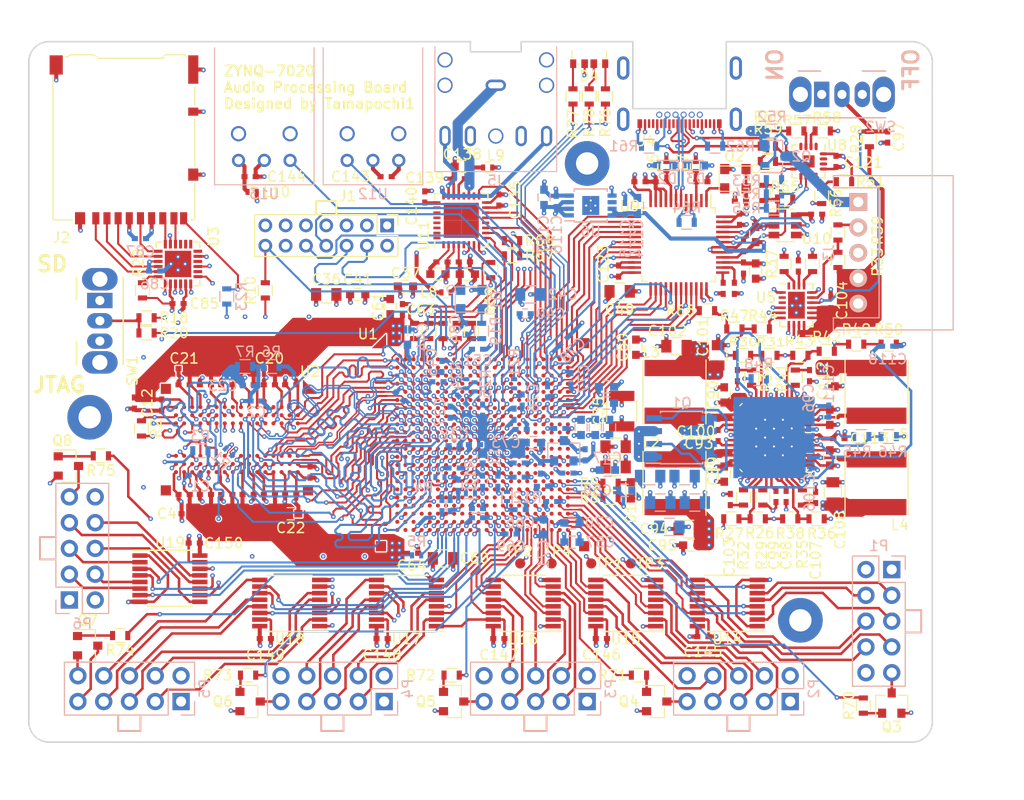
<source format=kicad_pcb>
(kicad_pcb (version 20171130) (host pcbnew "(5.0.0)")
  (layers (0 F.Cu signal) (1 In1.Cu signal hide) (2 In2.Cu signal) (3 In3.Cu signal) (4 In4.Cu signal hide) (31 B.Cu signal) (34 B.Paste user) (35 F.Paste user) (36 B.SilkS user) (37 F.SilkS user) (38 B.Mask user) (39 F.Mask user) (44 Edge.Cuts user))
  (net 0 "")
  (net 1 /DDR/DDR_VREF)
  (net 2 +1V35)
  (net 3 GND)
  (net 4 +1V0)
  (net 5 +1V8)
  (net 6 +3V3)
  (net 7 "Net-(C73-Pad1)")
  (net 8 XADC_1V8)
  (net 9 XADC_1V25)
  (net 10 /SD/VREF0V9)
  (net 11 +5V)
  (net 12 "Net-(C93-Pad2)")
  (net 13 "Net-(C93-Pad1)")
  (net 14 /PowerSupply/SW_EN)
  (net 15 /PowerSupply/VREG)
  (net 16 "Net-(C99-Pad1)")
  (net 17 "Net-(C100-Pad1)")
  (net 18 "Net-(C100-Pad2)")
  (net 19 "Net-(C103-Pad2)")
  (net 20 VIN)
  (net 21 "Net-(C105-Pad2)")
  (net 22 "Net-(C106-Pad2)")
  (net 23 "Net-(C106-Pad1)")
  (net 24 "Net-(C107-Pad2)")
  (net 25 "Net-(C109-Pad1)")
  (net 26 "Net-(C110-Pad2)")
  (net 27 "Net-(C111-Pad1)")
  (net 28 "Net-(C111-Pad2)")
  (net 29 HP_3V3)
  (net 30 "Net-(C118-Pad1)")
  (net 31 "Net-(C121-Pad1)")
  (net 32 +3.3VA)
  (net 33 "Net-(C127-Pad1)")
  (net 34 "Net-(C128-Pad1)")
  (net 35 /USB/VPLL)
  (net 36 /USB/VPHY)
  (net 37 "Net-(C136-Pad1)")
  (net 38 "Net-(C138-Pad1)")
  (net 39 "Net-(C140-Pad1)")
  (net 40 "Net-(C141-Pad1)")
  (net 41 "Net-(C144-Pad1)")
  (net 42 "Net-(D1-Pad2)")
  (net 43 /USB/DP)
  (net 44 /USB/DM)
  (net 45 "Net-(D4-Pad1)")
  (net 46 "Net-(D4-Pad3)")
  (net 47 "Net-(D4-Pad4)")
  (net 48 PS_SRST_B)
  (net 49 /Config/TDI)
  (net 50 /Config/TDO)
  (net 51 /Config/TCK)
  (net 52 /Config/TMS)
  (net 53 "Net-(J2-Pad7)")
  (net 54 "Net-(J2-Pad5)")
  (net 55 "Net-(J2-Pad3)")
  (net 56 "Net-(J2-Pad2)")
  (net 57 "Net-(J2-Pad1)")
  (net 58 "Net-(J2-Pad8)")
  (net 59 /SD/SD_CD)
  (net 60 "Net-(J3-Pad1)")
  (net 61 "Net-(J4-PadA5)")
  (net 62 "Net-(J4-PadB5)")
  (net 63 "Net-(J5-Pad1)")
  (net 64 "Net-(J5-Pad2)")
  (net 65 "Net-(J5-Pad3)")
  (net 66 "Net-(O1-Pad3)")
  (net 67 "Net-(O2-Pad3)")
  (net 68 /I/F/1_SSCK)
  (net 69 /I/F/1_SRXD)
  (net 70 /I/F/1_STXD)
  (net 71 /I/F/1_HSCK)
  (net 72 /I/F/1_HRXD)
  (net 73 /I/F/1_HTXD)
  (net 74 "Net-(P1-Pad9)")
  (net 75 "Net-(P2-Pad9)")
  (net 76 /I/F/2_HTXD)
  (net 77 /I/F/2_HRXD)
  (net 78 /I/F/2_HSCK)
  (net 79 /I/F/2_STXD)
  (net 80 /I/F/2_SRXD)
  (net 81 /I/F/2_SSCK)
  (net 82 /I/F/3_SSCK)
  (net 83 /I/F/3_SRXD)
  (net 84 /I/F/3_STXD)
  (net 85 /I/F/3_HSCK)
  (net 86 /I/F/3_HRXD)
  (net 87 /I/F/3_HTXD)
  (net 88 "Net-(P3-Pad9)")
  (net 89 "Net-(P4-Pad9)")
  (net 90 /I/F/4_HTXD)
  (net 91 /I/F/4_HRXD)
  (net 92 /I/F/4_HSCK)
  (net 93 /I/F/4_STXD)
  (net 94 /I/F/4_SRXD)
  (net 95 /I/F/4_SSCK)
  (net 96 "Net-(P5-Pad9)")
  (net 97 /I/F/5_HTXD)
  (net 98 /I/F/5_HRXD)
  (net 99 /I/F/5_HSCK)
  (net 100 /I/F/5_STXD)
  (net 101 /I/F/5_SRXD)
  (net 102 /I/F/5_SSCK)
  (net 103 /I/F/6_SSCK)
  (net 104 /I/F/6_SRXD)
  (net 105 /I/F/6_STXD)
  (net 106 /I/F/6_HSCK)
  (net 107 /I/F/6_HRXD)
  (net 108 /I/F/6_HTXD)
  (net 109 "Net-(P6-Pad9)")
  (net 110 "Net-(Q1-Pad4)")
  (net 111 "Net-(Q1-Pad2)")
  (net 112 "Net-(Q2-Pad1)")
  (net 113 "Net-(Q3-Pad1)")
  (net 114 "Net-(Q4-Pad1)")
  (net 115 "Net-(Q5-Pad1)")
  (net 116 "Net-(Q6-Pad1)")
  (net 117 "Net-(Q7-Pad1)")
  (net 118 "Net-(Q8-Pad1)")
  (net 119 /DDR/DDR_CK_P)
  (net 120 /DDR/DDR_CK_N)
  (net 121 /DDR/DDR_DRST)
  (net 122 "Net-(R3-Pad1)")
  (net 123 "Net-(R4-Pad1)")
  (net 124 "Net-(R5-Pad1)")
  (net 125 /Config/DONE)
  (net 126 "Net-(R11-Pad2)")
  (net 127 "Net-(R12-Pad1)")
  (net 128 /Config/VMODE1)
  (net 129 /Config/VMODE0)
  (net 130 /Config/BOOT_MODE1)
  (net 131 /Config/BOOT_MODE3)
  (net 132 /Config/BOOT_MODE4)
  (net 133 /Config/BOOT_MODE0)
  (net 134 "Net-(R18-Pad2)")
  (net 135 /Config/PS_CLK)
  (net 136 /Config/BOOT_MODE2)
  (net 137 /SD/SD_CLK)
  (net 138 "Net-(R21-Pad2)")
  (net 139 "Net-(R22-Pad1)")
  (net 140 "Net-(R26-Pad1)")
  (net 141 "Net-(R29-Pad2)")
  (net 142 "Net-(R30-Pad2)")
  (net 143 "Net-(R32-Pad2)")
  (net 144 "Net-(R33-Pad2)")
  (net 145 "Net-(R34-Pad2)")
  (net 146 "Net-(R35-Pad2)")
  (net 147 "Net-(R36-Pad2)")
  (net 148 "Net-(R37-Pad1)")
  (net 149 "Net-(R40-Pad1)")
  (net 150 "Net-(R41-Pad2)")
  (net 151 "Net-(R42-Pad2)")
  (net 152 "Net-(R44-Pad2)")
  (net 153 "Net-(R45-Pad2)")
  (net 154 PG_ALL)
  (net 155 "Net-(R51-Pad2)")
  (net 156 VBUS_0.5A)
  (net 157 VBUS_1.5A)
  (net 158 VBUS_3.0A)
  (net 159 "Net-(R57-Pad2)")
  (net 160 "Net-(R58-Pad2)")
  (net 161 "Net-(R59-Pad2)")
  (net 162 "Net-(R60-Pad2)")
  (net 163 "Net-(R63-Pad2)")
  (net 164 "Net-(R64-Pad2)")
  (net 165 "Net-(R65-Pad2)")
  (net 166 USB_RSTN)
  (net 167 HP_SCL)
  (net 168 HP_SDA)
  (net 169 HP_RSTN)
  (net 170 IF1_RST)
  (net 171 IF2_RST)
  (net 172 IF3_RST)
  (net 173 IF4_RST)
  (net 174 IF5_RST)
  (net 175 IF6_RST)
  (net 176 /PL_IO/R)
  (net 177 /PL_IO/G)
  (net 178 /PL_IO/B)
  (net 179 IF2_HSCK)
  (net 180 IF2_SRXD)
  (net 181 IF1_HTXD)
  (net 182 IF1_HRXD)
  (net 183 IF1_STXD)
  (net 184 IF1_SSCK)
  (net 185 USB_DBUS4)
  (net 186 USB_DBUS7)
  (net 187 USB_DBUS1)
  (net 188 HP_SDT)
  (net 189 IF2_HRXD)
  (net 190 IF2_STXD)
  (net 191 IF2_SSCK)
  (net 192 IF1_HSCK)
  (net 193 IF1_SRXD)
  (net 194 USB_DBUS6)
  (net 195 USB_DBUS3)
  (net 196 USB_DBUS0)
  (net 197 HP_LRCK)
  (net 198 SPDIF_OUT)
  (net 199 IF2_HTXD)
  (net 200 USB_TXE#)
  (net 201 USB_DBUS2)
  (net 202 USB_CLK60)
  (net 203 SPDIF_IN)
  (net 204 IF3_SSCK)
  (net 205 USB_OE#)
  (net 206 USB_SIWU#)
  (net 207 USB_DBUS5)
  (net 208 HP_BCLK)
  (net 209 IF3_SRXD)
  (net 210 USB_WR#)
  (net 211 USB_RD#)
  (net 212 HP_MCLK)
  (net 213 IF3_STXD)
  (net 214 IF3_HSCK)
  (net 215 USB_RXF#)
  (net 216 IF3_HRXD)
  (net 217 IF3_HTXD)
  (net 218 USB_CBUS7)
  (net 219 USB_CBUS9)
  (net 220 IF4_SSCK)
  (net 221 IF4_SRXD)
  (net 222 USB_CBUS8)
  (net 223 IF4_STXD)
  (net 224 IF4_HSCK)
  (net 225 IF4_HRXD)
  (net 226 IF4_HTXD)
  (net 227 /SD/SD_D2)
  (net 228 IF5_SSCK)
  (net 229 IF5_SRXD)
  (net 230 IF5_STXD)
  (net 231 IF5_HSCK)
  (net 232 /SD/SD_D1)
  (net 233 IF5_HRXD)
  (net 234 IF5_HTXD)
  (net 235 /SD/SD_D3)
  (net 236 IF6_SSCK)
  (net 237 /SD/SD_D0)
  (net 238 /SD/SD_CMD)
  (net 239 IF6_SRXD)
  (net 240 IF6_STXD)
  (net 241 /DDR/DDR_BA0)
  (net 242 /DDR/DDR_A6)
  (net 243 IF6_HSCK)
  (net 244 IF6_HRXD)
  (net 245 /DDR/DDR_CS)
  (net 246 /DDR/DDR_BA2)
  (net 247 /DDR/DDR_BA1)
  (net 248 /DDR/DDR_A4)
  (net 249 /DDR/DDR_A7)
  (net 250 IF6_HTXD)
  (net 251 /DDR/DDR_RAS)
  (net 252 /DDR/DDR_ODT)
  (net 253 /DDR/DDR_A1)
  (net 254 /DDR/DDR_A5)
  (net 255 /DDR/DDR_A8)
  (net 256 /DDR/DDR_A9)
  (net 257 /DDR/DDR_A11)
  (net 258 /DDR/DDR_WE)
  (net 259 /DDR/DDR_A0)
  (net 260 /DDR/DDR_A3)
  (net 261 /DDR/DDR_A2)
  (net 262 /DDR/DDR_A12)
  (net 263 /DDR/DDR_A14)
  (net 264 /DDR/DDR_A13)
  (net 265 /DDR/DDR_CKE)
  (net 266 /DDR/DDR_CAS)
  (net 267 /DDR/DDR_DQ12)
  (net 268 /DDR/DDR_DQ15)
  (net 269 /DDR/DDR_A10)
  (net 270 /DDR/DDR_DM1)
  (net 271 /DDR/DDR_DQ4)
  (net 272 /DDR/DDR_DQ3)
  (net 273 /DDR/DDR_DQ1)
  (net 274 /DDR/DDR_DQ11)
  (net 275 /DDR/DDR_DQS_1_N)
  (net 276 /DDR/DDR_DQS_1_P)
  (net 277 /DDR/DDR_DQ8)
  (net 278 /DDR/DDR_DQ6)
  (net 279 /DDR/DDR_DQS_0_N)
  (net 280 /DDR/DDR_DQS_0_P)
  (net 281 /DDR/DDR_DQ2)
  (net 282 /DDR/DDR_DQ10)
  (net 283 /DDR/DDR_DQ13)
  (net 284 /DDR/DDR_DQ14)
  (net 285 /DDR/DDR_DQ9)
  (net 286 /DDR/DDR_DQ7)
  (net 287 /DDR/DDR_DQ5)
  (net 288 /DDR/DDR_DQ0)
  (net 289 /DDR/DDR_DM0)
  (net 290 "Net-(U10-Pad5)")
  (net 291 "Net-(U10-Pad4)")
  (net 292 /PL_IO/TEST1)
  (net 293 /PL_IO/TEST2)
  (net 294 /PL_IO/TEST3)
  (net 295 /PL_IO/TEST4)
  (module Capacitors_SMD:C_0805 (layer F.Cu) (at 88.8 98.9)
    (fp_text reference C48 hide)
    (fp_text value 100u)
    (pad 2 smd rect (at 1 0) (size 1 1.25) (layers F.Cu F.Paste F.Mask) (net 3 GND))
    (pad 1 smd rect (at -1 0) (size 1 1.25) (layers F.Cu F.Paste F.Mask) (net 4 +1V0))
  )
  (module Capacitors_SMD:C_0603 (layer B.Cu) (at 84.5 106.4)
    (fp_text reference C70 (at 2.7 0) (layer B.SilkS) (effects (justify mirror)))
    (fp_text value 4.7u)
    (pad 2 smd rect (at 0.75 0) (size 0.8 0.75) (layers B.Cu B.Paste B.Mask) (net 3 GND))
    (pad 1 smd rect (at -0.75 0) (size 0.8 0.75) (layers B.Cu B.Paste B.Mask) (net 6 +3V3))
  )
  (module Capacitors_SMD:C_0402_NoSilk (layer B.Cu) (at 67.5 94 315)
    (fp_text reference C65 hide)
    (fp_text value 0.47u)
    (pad 1 smd rect (at -0.55 0 315) (size 0.6 0.5) (layers B.Cu B.Paste B.Mask) (net 2 +1V35))
    (pad 2 smd rect (at 0.55 0 315) (size 0.6 0.5) (layers B.Cu B.Paste B.Mask) (net 3 GND))
  )
  (module Resistors_SMD:R_0402_NoSilk (layer B.Cu) (at 74.1 92.7 270)
    (fp_text reference R24 (at -0.8 0.95 270) (layer B.SilkS) (effects (justify mirror)))
    (fp_text value 10k)
    (pad 1 smd rect (at -0.45 0 270) (size 0.4 0.6) (layers B.Cu B.Paste B.Mask) (net 5 +1V8))
    (pad 2 smd rect (at 0.45 0 270) (size 0.4 0.6) (layers B.Cu B.Paste B.Mask) (net 10 /SD/VREF0V9))
  )
  (module Capacitors_SMD:C_0603 (layer F.Cu) (at 96.2 108.6 180)
    (fp_text reference C95 (at 2.8 0 180) (layer F.SilkS))
    (fp_text value 4.7u)
    (pad 2 smd rect (at 0.75 0 180) (size 0.8 0.75) (layers F.Cu F.Paste F.Mask) (net 3 GND))
    (pad 1 smd rect (at -0.75 0 180) (size 0.8 0.75) (layers F.Cu F.Paste F.Mask) (net 6 +3V3))
  )
  (module Housings_CSP:LFCSP-VQ-48-1EP_7x7mm_Pitch0.5mm (layer F.Cu) (at 104.4 98 180)
    (fp_text reference U4 hide)
    (fp_text value ADP5052ACPZ-R7)
    (pad 48 smd rect (at -2.75 -3.4 180) (size 0.3 0.81) (layers F.Cu F.Paste F.Mask) (net 30 "Net-(C118-Pad1)"))
    (pad 47 smd rect (at -2.25 -3.4 180) (size 0.3 0.81) (layers F.Cu F.Paste F.Mask) (net 3 GND))
    (pad 46 smd rect (at -1.75 -3.4 180) (size 0.3 0.81) (layers F.Cu F.Paste F.Mask) (net 146 "Net-(R35-Pad2)"))
    (pad 45 smd rect (at -1.25 -3.4 180) (size 0.3 0.81) (layers F.Cu F.Paste F.Mask) (net 147 "Net-(R36-Pad2)"))
    (pad 44 smd rect (at -0.75 -3.4 180) (size 0.3 0.81) (layers F.Cu F.Paste F.Mask) (net 15 /PowerSupply/VREG))
    (pad 43 smd rect (at -0.25 -3.4 180) (size 0.3 0.81) (layers F.Cu F.Paste F.Mask) (net 15 /PowerSupply/VREG))
    (pad 42 smd rect (at 0.25 -3.4 180) (size 0.3 0.81) (layers F.Cu F.Paste F.Mask) (net 16 "Net-(C99-Pad1)"))
    (pad 41 smd rect (at 0.75 -3.4 180) (size 0.3 0.81) (layers F.Cu F.Paste F.Mask) (net 141 "Net-(R29-Pad2)"))
    (pad 40 smd rect (at 1.25 -3.4 180) (size 0.3 0.81) (layers F.Cu F.Paste F.Mask) (net 140 "Net-(R26-Pad1)"))
    (pad 39 smd rect (at 1.75 -3.4 180) (size 0.3 0.81) (layers F.Cu F.Paste F.Mask) (net 143 "Net-(R32-Pad2)"))
    (pad 38 smd rect (at 2.25 -3.4 180) (size 0.3 0.81) (layers F.Cu F.Paste F.Mask) (net 3 GND))
    (pad 24 smd rect (at 2.75 3.4 180) (size 0.3 0.81) (layers F.Cu F.Paste F.Mask) (net 11 +5V))
    (pad 23 smd rect (at 2.25 3.4 180) (size 0.3 0.81) (layers F.Cu F.Paste F.Mask) (net 152 "Net-(R44-Pad2)"))
    (pad 22 smd rect (at 1.75 3.4 180) (size 0.3 0.81) (layers F.Cu F.Paste F.Mask) (net 145 "Net-(R34-Pad2)"))
    (pad 21 smd rect (at 1.25 3.4 180) (size 0.3 0.81) (layers F.Cu F.Paste F.Mask) (net 142 "Net-(R30-Pad2)"))
    (pad 20 smd rect (at 0.75 3.4 180) (size 0.3 0.81) (layers F.Cu F.Paste F.Mask) (net 154 PG_ALL))
    (pad 19 smd rect (at 0.25 3.4 180) (size 0.3 0.81) (layers F.Cu F.Paste F.Mask) (net 3 GND))
    (pad 18 smd rect (at -0.25 3.4 180) (size 0.3 0.81) (layers F.Cu F.Paste F.Mask) (net 3 GND))
    (pad 17 smd rect (at -0.75 3.4 180) (size 0.3 0.81) (layers F.Cu F.Paste F.Mask) (net 3 GND))
    (pad 16 smd rect (at -1.25 3.4 180) (size 0.3 0.81) (layers F.Cu F.Paste F.Mask) (net 151 "Net-(R42-Pad2)"))
    (pad 15 smd rect (at -1.75 3.4 180) (size 0.3 0.81) (layers F.Cu F.Paste F.Mask) (net 150 "Net-(R41-Pad2)"))
    (pad 14 smd rect (at -2.25 3.4 180) (size 0.3 0.81) (layers F.Cu F.Paste F.Mask) (net 4 +1V0))
    (pad 36 smd rect (at 3.4 -2.75 180) (size 0.81 0.3) (layers F.Cu F.Paste F.Mask) (net 11 +5V))
    (pad 35 smd rect (at 3.4 -2.25 180) (size 0.81 0.3) (layers F.Cu F.Paste F.Mask) (net 11 +5V))
    (pad 34 smd rect (at 3.4 -1.75 180) (size 0.81 0.3) (layers F.Cu F.Paste F.Mask) (net 12 "Net-(C93-Pad2)"))
    (pad 33 smd rect (at 3.4 -1.25 180) (size 0.81 0.3) (layers F.Cu F.Paste F.Mask) (net 12 "Net-(C93-Pad2)"))
    (pad 32 smd rect (at 3.4 -0.75 180) (size 0.81 0.3) (layers F.Cu F.Paste F.Mask) (net 13 "Net-(C93-Pad1)"))
    (pad 31 smd rect (at 3.4 -0.25 180) (size 0.81 0.3) (layers F.Cu F.Paste F.Mask) (net 111 "Net-(Q1-Pad2)"))
    (pad 30 smd rect (at 3.4 0.25 180) (size 0.81 0.3) (layers F.Cu F.Paste F.Mask) (net 3 GND))
    (pad 29 smd rect (at 3.4 0.75 180) (size 0.81 0.3) (layers F.Cu F.Paste F.Mask) (net 110 "Net-(Q1-Pad4)"))
    (pad 28 smd rect (at 3.4 1.25 180) (size 0.81 0.3) (layers F.Cu F.Paste F.Mask) (net 18 "Net-(C100-Pad2)"))
    (pad 27 smd rect (at 3.4 1.75 180) (size 0.81 0.3) (layers F.Cu F.Paste F.Mask) (net 17 "Net-(C100-Pad1)"))
    (pad 26 smd rect (at 3.4 2.25 180) (size 0.81 0.3) (layers F.Cu F.Paste F.Mask) (net 17 "Net-(C100-Pad1)"))
    (pad 12 smd rect (at -3.4 2.75 180) (size 0.81 0.3) (layers F.Cu F.Paste F.Mask) (net 27 "Net-(C111-Pad1)"))
    (pad 11 smd rect (at -3.4 2.25 180) (size 0.81 0.3) (layers F.Cu F.Paste F.Mask) (net 3 GND))
    (pad 10 smd rect (at -3.4 1.75 180) (size 0.81 0.3) (layers F.Cu F.Paste F.Mask) (net 28 "Net-(C111-Pad2)"))
    (pad 9 smd rect (at -3.4 1.25 180) (size 0.81 0.3) (layers F.Cu F.Paste F.Mask) (net 11 +5V))
    (pad 8 smd rect (at -3.4 0.75 180) (size 0.81 0.3) (layers F.Cu F.Paste F.Mask) (net 6 +3V3))
    (pad 7 smd rect (at -3.4 0.25 180) (size 0.81 0.3) (layers F.Cu F.Paste F.Mask) (net 8 XADC_1V8))
    (pad 6 smd rect (at -3.4 -0.25 180) (size 0.81 0.3) (layers F.Cu F.Paste F.Mask) (net 153 "Net-(R45-Pad2)"))
    (pad 5 smd rect (at -3.4 -0.75 180) (size 0.81 0.3) (layers F.Cu F.Paste F.Mask) (net 30 "Net-(C118-Pad1)"))
    (pad 4 smd rect (at -3.4 -1.25 180) (size 0.81 0.3) (layers F.Cu F.Paste F.Mask) (net 11 +5V))
    (pad 3 smd rect (at -3.4 -1.75 180) (size 0.81 0.3) (layers F.Cu F.Paste F.Mask) (net 22 "Net-(C106-Pad2)"))
    (pad 2 smd rect (at -3.4 -2.25 180) (size 0.81 0.3) (layers F.Cu F.Paste F.Mask) (net 3 GND))
    (pad 25 smd rect (at 3.4 2.75 180) (size 0.81 0.3) (layers F.Cu F.Paste F.Mask) (net 11 +5V))
    (pad 13 smd rect (at -2.75 3.4 180) (size 0.3 0.81) (layers F.Cu F.Paste F.Mask) (net 3 GND))
    (pad 1 smd rect (at -3.4 -2.75 180) (size 0.81 0.3) (layers F.Cu F.Paste F.Mask) (net 23 "Net-(C106-Pad1)"))
    (pad 37 smd rect (at 2.75 -3.4 180) (size 0.3 0.81) (layers F.Cu F.Paste F.Mask) (net 30 "Net-(C118-Pad1)"))
    (pad 49 smd rect (at -1.75 -1.75 180) (size 1.75 1.75) (layers F.Cu F.Paste F.Mask) (net 3 GND))
    (pad 49 smd rect (at -1.75 1.75 180) (size 1.75 1.75) (layers F.Cu F.Paste F.Mask) (net 3 GND))
    (pad 49 smd rect (at -1.75 0 180) (size 1.75 1.75) (layers F.Cu F.Paste F.Mask) (net 3 GND))
    (pad 49 smd rect (at 0 0 180) (size 1.75 1.75) (layers F.Cu F.Paste F.Mask) (net 3 GND))
    (pad 49 smd rect (at 0 1.75 180) (size 1.75 1.75) (layers F.Cu F.Paste F.Mask) (net 3 GND))
    (pad 49 smd rect (at 0 -1.75 180) (size 1.75 1.75) (layers F.Cu F.Paste F.Mask) (net 3 GND))
    (pad 49 smd rect (at 1.75 0 180) (size 1.75 1.75) (layers F.Cu F.Paste F.Mask) (net 3 GND))
    (pad 49 smd rect (at 1.75 1.75 180) (size 1.75 1.75) (layers F.Cu F.Paste F.Mask) (net 3 GND))
    (pad 49 smd rect (at 1.75 -1.75 180) (size 1.75 1.75) (layers F.Cu F.Paste F.Mask) (net 3 GND))
  )
  (module Capacitors_SMD:C_0402_NoSilk (layer F.Cu) (at 89.1 81.6 90)
    (fp_text reference C123 (at 0.7 -1.5 90) (layer F.SilkS))
    (fp_text value 0.1u)
    (pad 1 smd rect (at -0.55 0 90) (size 0.6 0.5) (layers F.Cu F.Paste F.Mask) (net 32 +3.3VA))
    (pad 2 smd rect (at 0.55 0 90) (size 0.6 0.5) (layers F.Cu F.Paste F.Mask) (net 3 GND))
  )
  (module Capacitors_SMD:C_0402_NoSilk (layer B.Cu) (at 47.3 101.7)
    (fp_text reference C1 (at 0.6 1.1) (layer B.SilkS) (effects (justify mirror)))
    (fp_text value 10n)
    (pad 1 smd rect (at -0.55 0) (size 0.6 0.5) (layers B.Cu B.Paste B.Mask) (net 2 +1V35))
    (pad 2 smd rect (at 0.55 0) (size 0.6 0.5) (layers B.Cu B.Paste B.Mask) (net 1 /DDR/DDR_VREF))
  )
  (module Capacitors_SMD:C_0402_NoSilk (layer B.Cu) (at 53.4 94.4)
    (fp_text reference C2 (at 0 1.1) (layer B.SilkS) (effects (justify mirror)))
    (fp_text value 10n)
    (pad 1 smd rect (at -0.55 0) (size 0.6 0.5) (layers B.Cu B.Paste B.Mask) (net 1 /DDR/DDR_VREF))
    (pad 2 smd rect (at 0.55 0) (size 0.6 0.5) (layers B.Cu B.Paste B.Mask) (net 3 GND))
  )
  (module Capacitors_SMD:C_0402_NoSilk (layer B.Cu) (at 72.9 101)
    (fp_text reference C3 hide)
    (fp_text value 0.1u)
    (pad 1 smd rect (at -0.55 0) (size 0.6 0.5) (layers B.Cu B.Paste B.Mask) (net 1 /DDR/DDR_VREF))
    (pad 2 smd rect (at 0.55 0) (size 0.6 0.5) (layers B.Cu B.Paste B.Mask) (net 3 GND))
  )
  (module Capacitors_SMD:C_0402_NoSilk (layer F.Cu) (at 46.6 105.5 180)
    (fp_text reference C4 (at 2 0 180) (layer F.SilkS))
    (fp_text value 47n)
    (pad 1 smd rect (at -0.55 0 180) (size 0.6 0.5) (layers F.Cu F.Paste F.Mask) (net 2 +1V35))
    (pad 2 smd rect (at 0.55 0 180) (size 0.6 0.5) (layers F.Cu F.Paste F.Mask) (net 3 GND))
  )
  (module Capacitors_SMD:C_0402_NoSilk (layer F.Cu) (at 56.8 92.8 180)
    (fp_text reference C5 hide)
    (fp_text value 47n)
    (pad 1 smd rect (at -0.55 0 180) (size 0.6 0.5) (layers F.Cu F.Paste F.Mask) (net 2 +1V35))
    (pad 2 smd rect (at 0.55 0 180) (size 0.6 0.5) (layers F.Cu F.Paste F.Mask) (net 3 GND))
  )
  (module Capacitors_SMD:C_0402_NoSilk (layer F.Cu) (at 54.7 92.8 180)
    (fp_text reference C6 hide)
    (fp_text value 47n)
    (pad 1 smd rect (at -0.55 0 180) (size 0.6 0.5) (layers F.Cu F.Paste F.Mask) (net 2 +1V35))
    (pad 2 smd rect (at 0.55 0 180) (size 0.6 0.5) (layers F.Cu F.Paste F.Mask) (net 3 GND))
  )
  (module Capacitors_SMD:C_0402_NoSilk (layer F.Cu) (at 52.6 92.8 180)
    (fp_text reference C7 hide)
    (fp_text value 47n)
    (pad 1 smd rect (at -0.55 0 180) (size 0.6 0.5) (layers F.Cu F.Paste F.Mask) (net 2 +1V35))
    (pad 2 smd rect (at 0.55 0 180) (size 0.6 0.5) (layers F.Cu F.Paste F.Mask) (net 3 GND))
  )
  (module Capacitors_SMD:C_0402_NoSilk (layer F.Cu) (at 50.5 92.8 180)
    (fp_text reference C8 hide)
    (fp_text value 47n)
    (pad 1 smd rect (at -0.55 0 180) (size 0.6 0.5) (layers F.Cu F.Paste F.Mask) (net 2 +1V35))
    (pad 2 smd rect (at 0.55 0 180) (size 0.6 0.5) (layers F.Cu F.Paste F.Mask) (net 3 GND))
  )
  (module Capacitors_SMD:C_0402_NoSilk (layer F.Cu) (at 48.4 92.8 180)
    (fp_text reference C9 hide)
    (fp_text value 47n)
    (pad 1 smd rect (at -0.55 0 180) (size 0.6 0.5) (layers F.Cu F.Paste F.Mask) (net 2 +1V35))
    (pad 2 smd rect (at 0.55 0 180) (size 0.6 0.5) (layers F.Cu F.Paste F.Mask) (net 3 GND))
  )
  (module Capacitors_SMD:C_0402_NoSilk (layer F.Cu) (at 46.3 92.8 180)
    (fp_text reference C10 hide)
    (fp_text value 47n)
    (pad 1 smd rect (at -0.55 0 180) (size 0.6 0.5) (layers F.Cu F.Paste F.Mask) (net 2 +1V35))
    (pad 2 smd rect (at 0.55 0 180) (size 0.6 0.5) (layers F.Cu F.Paste F.Mask) (net 3 GND))
  )
  (module Capacitors_SMD:C_0402_NoSilk (layer F.Cu) (at 44.1 94.8 270)
    (fp_text reference C11 hide)
    (fp_text value 47n)
    (pad 1 smd rect (at -0.55 0 270) (size 0.6 0.5) (layers F.Cu F.Paste F.Mask) (net 2 +1V35))
    (pad 2 smd rect (at 0.55 0 270) (size 0.6 0.5) (layers F.Cu F.Paste F.Mask) (net 3 GND))
  )
  (module Capacitors_SMD:C_0402_NoSilk (layer F.Cu) (at 41.4 94.6 270)
    (fp_text reference C12 (at 0 -1.27 270) (layer F.SilkS))
    (fp_text value 47n)
    (pad 1 smd rect (at -0.55 0 270) (size 0.6 0.5) (layers F.Cu F.Paste F.Mask) (net 2 +1V35))
    (pad 2 smd rect (at 0.55 0 270) (size 0.6 0.5) (layers F.Cu F.Paste F.Mask) (net 3 GND))
  )
  (module Capacitors_SMD:C_0402_NoSilk (layer F.Cu) (at 46.3 103.6 180)
    (fp_text reference C13 hide)
    (fp_text value 47n)
    (pad 1 smd rect (at -0.55 0 180) (size 0.6 0.5) (layers F.Cu F.Paste F.Mask) (net 2 +1V35))
    (pad 2 smd rect (at 0.55 0 180) (size 0.6 0.5) (layers F.Cu F.Paste F.Mask) (net 3 GND))
  )
  (module Capacitors_SMD:C_0402_NoSilk (layer F.Cu) (at 48.4 103.6 180)
    (fp_text reference C14 hide)
    (fp_text value 47n)
    (pad 1 smd rect (at -0.55 0 180) (size 0.6 0.5) (layers F.Cu F.Paste F.Mask) (net 2 +1V35))
    (pad 2 smd rect (at 0.55 0 180) (size 0.6 0.5) (layers F.Cu F.Paste F.Mask) (net 3 GND))
  )
  (module Capacitors_SMD:C_0402_NoSilk (layer F.Cu) (at 50.5 103.6 180)
    (fp_text reference C15 hide)
    (fp_text value 47n)
    (pad 1 smd rect (at -0.55 0 180) (size 0.6 0.5) (layers F.Cu F.Paste F.Mask) (net 2 +1V35))
    (pad 2 smd rect (at 0.55 0 180) (size 0.6 0.5) (layers F.Cu F.Paste F.Mask) (net 3 GND))
  )
  (module Capacitors_SMD:C_0402_NoSilk (layer F.Cu) (at 52.6 103.6)
    (fp_text reference C16 hide)
    (fp_text value 47n)
    (pad 1 smd rect (at -0.55 0) (size 0.6 0.5) (layers F.Cu F.Paste F.Mask) (net 2 +1V35))
    (pad 2 smd rect (at 0.55 0) (size 0.6 0.5) (layers F.Cu F.Paste F.Mask) (net 3 GND))
  )
  (module Capacitors_SMD:C_0402_NoSilk (layer F.Cu) (at 54.7 103.6 180)
    (fp_text reference C17 hide)
    (fp_text value 47n)
    (pad 1 smd rect (at -0.55 0 180) (size 0.6 0.5) (layers F.Cu F.Paste F.Mask) (net 2 +1V35))
    (pad 2 smd rect (at 0.55 0 180) (size 0.6 0.5) (layers F.Cu F.Paste F.Mask) (net 3 GND))
  )
  (module Capacitors_SMD:C_0402_NoSilk (layer F.Cu) (at 56.8 103.6)
    (fp_text reference C18 hide)
    (fp_text value 47n)
    (pad 1 smd rect (at -0.55 0) (size 0.6 0.5) (layers F.Cu F.Paste F.Mask) (net 2 +1V35))
    (pad 2 smd rect (at 0.55 0) (size 0.6 0.5) (layers F.Cu F.Paste F.Mask) (net 3 GND))
  )
  (module Capacitors_SMD:C_0402_NoSilk (layer F.Cu) (at 58.7 101.4 270)
    (fp_text reference C19 hide)
    (fp_text value 47n)
    (pad 1 smd rect (at -0.55 0 270) (size 0.6 0.5) (layers F.Cu F.Paste F.Mask) (net 2 +1V35))
    (pad 2 smd rect (at 0.55 0 270) (size 0.6 0.5) (layers F.Cu F.Paste F.Mask) (net 3 GND))
  )
  (module Capacitors_SMD:C_0402_NoSilk (layer F.Cu) (at 54.7 91.2 180)
    (fp_text reference C20 (at 0 1 180) (layer F.SilkS))
    (fp_text value 0.47u)
    (pad 1 smd rect (at -0.55 0 180) (size 0.6 0.5) (layers F.Cu F.Paste F.Mask) (net 2 +1V35))
    (pad 2 smd rect (at 0.55 0 180) (size 0.6 0.5) (layers F.Cu F.Paste F.Mask) (net 3 GND))
  )
  (module Capacitors_SMD:C_0402_NoSilk (layer F.Cu) (at 46.3 91.2 180)
    (fp_text reference C21 (at 0 1 180) (layer F.SilkS))
    (fp_text value 0.47u)
    (pad 1 smd rect (at -0.55 0 180) (size 0.6 0.5) (layers F.Cu F.Paste F.Mask) (net 2 +1V35))
    (pad 2 smd rect (at 0.55 0 180) (size 0.6 0.5) (layers F.Cu F.Paste F.Mask) (net 3 GND))
  )
  (module Capacitors_SMD:C_0402_NoSilk (layer B.Cu) (at 52.65 92.9 180)
    (fp_text reference C23 (at 2.55 0 180) (layer B.SilkS) (effects (justify mirror)))
    (fp_text value 10n)
    (pad 1 smd rect (at -0.55 0 180) (size 0.6 0.5) (layers B.Cu B.Paste B.Mask) (net 1 /DDR/DDR_VREF))
    (pad 2 smd rect (at 0.55 0 180) (size 0.6 0.5) (layers B.Cu B.Paste B.Mask) (net 3 GND))
  )
  (module Capacitors_SMD:C_0402_NoSilk (layer B.Cu) (at 73.3 102.7 270)
    (fp_text reference C26 hide)
    (fp_text value 0.47u)
    (pad 1 smd rect (at -0.55 0 270) (size 0.6 0.5) (layers B.Cu B.Paste B.Mask) (net 4 +1V0))
    (pad 2 smd rect (at 0.55 0 270) (size 0.6 0.5) (layers B.Cu B.Paste B.Mask) (net 3 GND))
  )
  (module Capacitors_SMD:C_0402_NoSilk (layer B.Cu) (at 72.5 95.5 270)
    (fp_text reference C27 (at 0 1 270) (layer B.SilkS) (effects (justify mirror)))
    (fp_text value 0.47u)
    (pad 1 smd rect (at -0.55 0 270) (size 0.6 0.5) (layers B.Cu B.Paste B.Mask) (net 4 +1V0))
    (pad 2 smd rect (at 0.55 0 270) (size 0.6 0.5) (layers B.Cu B.Paste B.Mask) (net 3 GND))
  )
  (module Capacitors_SMD:C_0402_NoSilk (layer B.Cu) (at 84.1 101.5)
    (fp_text reference C28 hide)
    (fp_text value 0.47u)
    (pad 1 smd rect (at -0.55 0) (size 0.6 0.5) (layers B.Cu B.Paste B.Mask) (net 4 +1V0))
    (pad 2 smd rect (at 0.55 0) (size 0.6 0.5) (layers B.Cu B.Paste B.Mask) (net 3 GND))
  )
  (module Capacitors_SMD:C_0402_NoSilk (layer B.Cu) (at 79.3 100.5)
    (fp_text reference C29 hide)
    (fp_text value 0.47u)
    (pad 1 smd rect (at -0.55 0) (size 0.6 0.5) (layers B.Cu B.Paste B.Mask) (net 4 +1V0))
    (pad 2 smd rect (at 0.55 0) (size 0.6 0.5) (layers B.Cu B.Paste B.Mask) (net 3 GND))
  )
  (module Capacitors_SMD:C_0402_NoSilk (layer B.Cu) (at 79.3 101.9)
    (fp_text reference C30 hide)
    (fp_text value 0.47u)
    (pad 1 smd rect (at -0.55 0) (size 0.6 0.5) (layers B.Cu B.Paste B.Mask) (net 4 +1V0))
    (pad 2 smd rect (at 0.55 0) (size 0.6 0.5) (layers B.Cu B.Paste B.Mask) (net 3 GND))
  )
  (module Capacitors_SMD:C_0402_NoSilk (layer B.Cu) (at 77.2 102.3 270)
    (fp_text reference C31 hide)
    (fp_text value 0.47u)
    (pad 1 smd rect (at -0.55 0 270) (size 0.6 0.5) (layers B.Cu B.Paste B.Mask) (net 4 +1V0))
    (pad 2 smd rect (at 0.55 0 270) (size 0.6 0.5) (layers B.Cu B.Paste B.Mask) (net 3 GND))
  )
  (module Capacitors_SMD:C_0402_NoSilk (layer B.Cu) (at 79.5 97.2)
    (fp_text reference C32 hide)
    (fp_text value 0.47u)
    (pad 1 smd rect (at -0.55 0) (size 0.6 0.5) (layers B.Cu B.Paste B.Mask) (net 4 +1V0))
    (pad 2 smd rect (at 0.55 0) (size 0.6 0.5) (layers B.Cu B.Paste B.Mask) (net 3 GND))
  )
  (module Capacitors_SMD:C_0402_NoSilk (layer B.Cu) (at 71.7 91 90)
    (fp_text reference C45 (at 0.4 -1 90) (layer B.SilkS) (effects (justify mirror)))
    (fp_text value 0.47u)
    (pad 1 smd rect (at -0.55 0 90) (size 0.6 0.5) (layers B.Cu B.Paste B.Mask) (net 6 +3V3))
    (pad 2 smd rect (at 0.55 0 90) (size 0.6 0.5) (layers B.Cu B.Paste B.Mask) (net 3 GND))
  )
  (module Capacitors_SMD:C_0402_NoSilk (layer B.Cu) (at 83.3 97.1)
    (fp_text reference C46 hide)
    (fp_text value 0.47u)
    (pad 1 smd rect (at -0.55 0) (size 0.6 0.5) (layers B.Cu B.Paste B.Mask) (net 4 +1V0))
    (pad 2 smd rect (at 0.55 0) (size 0.6 0.5) (layers B.Cu B.Paste B.Mask) (net 3 GND))
  )
  (module Capacitors_SMD:C_0402_NoSilk (layer B.Cu) (at 75.2 89.3)
    (fp_text reference C51 (at 0 1.1) (layer B.SilkS) (effects (justify mirror)))
    (fp_text value 0.47u)
    (pad 1 smd rect (at -0.55 0) (size 0.6 0.5) (layers B.Cu B.Paste B.Mask) (net 5 +1V8))
    (pad 2 smd rect (at 0.55 0) (size 0.6 0.5) (layers B.Cu B.Paste B.Mask) (net 3 GND))
  )
  (module Capacitors_SMD:C_0402_NoSilk (layer B.Cu) (at 71.7 104.7 90)
    (fp_text reference C53 hide)
    (fp_text value 0.47u)
    (pad 1 smd rect (at -0.55 0 90) (size 0.6 0.5) (layers B.Cu B.Paste B.Mask) (net 6 +3V3))
    (pad 2 smd rect (at 0.55 0 90) (size 0.6 0.5) (layers B.Cu B.Paste B.Mask) (net 3 GND))
  )
  (module Capacitors_SMD:C_0402_NoSilk (layer B.Cu) (at 72.5 104.7 270)
    (fp_text reference C54 hide)
    (fp_text value 0.47u)
    (pad 1 smd rect (at -0.55 0 270) (size 0.6 0.5) (layers B.Cu B.Paste B.Mask) (net 6 +3V3))
    (pad 2 smd rect (at 0.55 0 270) (size 0.6 0.5) (layers B.Cu B.Paste B.Mask) (net 3 GND))
  )
  (module Capacitors_SMD:C_0402_NoSilk (layer B.Cu) (at 75.2 105.9)
    (fp_text reference C55 hide)
    (fp_text value 0.47u)
    (pad 1 smd rect (at -0.55 0) (size 0.6 0.5) (layers B.Cu B.Paste B.Mask) (net 6 +3V3))
    (pad 2 smd rect (at 0.55 0) (size 0.6 0.5) (layers B.Cu B.Paste B.Mask) (net 3 GND))
  )
  (module Capacitors_SMD:C_0402_NoSilk (layer B.Cu) (at 75.2 105)
    (fp_text reference C56 hide)
    (fp_text value 0.47u)
    (pad 1 smd rect (at -0.55 0) (size 0.6 0.5) (layers B.Cu B.Paste B.Mask) (net 6 +3V3))
    (pad 2 smd rect (at 0.55 0) (size 0.6 0.5) (layers B.Cu B.Paste B.Mask) (net 3 GND))
  )
  (module Capacitors_SMD:C_0402_NoSilk (layer B.Cu) (at 71.3 92.5)
    (fp_text reference C62 hide)
    (fp_text value 0.47u)
    (pad 1 smd rect (at -0.55 0) (size 0.6 0.5) (layers B.Cu B.Paste B.Mask) (net 2 +1V35))
    (pad 2 smd rect (at 0.55 0) (size 0.6 0.5) (layers B.Cu B.Paste B.Mask) (net 3 GND))
  )
  (module Capacitors_SMD:C_0402_NoSilk (layer F.Cu) (at 67.8 85.4 90)
    (fp_text reference C63 (at 0 1.8 180) (layer F.SilkS))
    (fp_text value 0.47u)
    (pad 1 smd rect (at -0.55 0 90) (size 0.6 0.5) (layers F.Cu F.Paste F.Mask) (net 2 +1V35))
    (pad 2 smd rect (at 0.55 0 90) (size 0.6 0.5) (layers F.Cu F.Paste F.Mask) (net 3 GND))
  )
  (module Capacitors_SMD:C_0402_NoSilk (layer F.Cu) (at 68.8 109.4)
    (fp_text reference C64 (at -0.1 1.2) (layer F.SilkS))
    (fp_text value 0.47u)
    (pad 1 smd rect (at -0.55 0) (size 0.6 0.5) (layers F.Cu F.Paste F.Mask) (net 2 +1V35))
    (pad 2 smd rect (at 0.55 0) (size 0.6 0.5) (layers F.Cu F.Paste F.Mask) (net 3 GND))
  )
  (module Capacitors_SMD:C_0402_NoSilk (layer B.Cu) (at 79.4 105.1)
    (fp_text reference C66 (at 0 1.27) (layer B.SilkS) (effects (justify mirror)))
    (fp_text value 0.47u)
    (pad 1 smd rect (at -0.55 0) (size 0.6 0.5) (layers B.Cu B.Paste B.Mask) (net 6 +3V3))
    (pad 2 smd rect (at 0.55 0) (size 0.6 0.5) (layers B.Cu B.Paste B.Mask) (net 3 GND))
  )
  (module Capacitors_SMD:C_0402_NoSilk (layer B.Cu) (at 81.6 102.8)
    (fp_text reference C67 hide)
    (fp_text value 0.47u)
    (pad 1 smd rect (at -0.55 0) (size 0.6 0.5) (layers B.Cu B.Paste B.Mask) (net 6 +3V3))
    (pad 2 smd rect (at 0.55 0) (size 0.6 0.5) (layers B.Cu B.Paste B.Mask) (net 3 GND))
  )
  (module Capacitors_SMD:C_0402_NoSilk (layer B.Cu) (at 82.5 104.3 180)
    (fp_text reference C68 hide)
    (fp_text value 0.47u)
    (pad 1 smd rect (at -0.55 0 180) (size 0.6 0.5) (layers B.Cu B.Paste B.Mask) (net 6 +3V3))
    (pad 2 smd rect (at 0.55 0 180) (size 0.6 0.5) (layers B.Cu B.Paste B.Mask) (net 3 GND))
  )
  (module Capacitors_SMD:C_0402_NoSilk (layer B.Cu) (at 78.5 107.5)
    (fp_text reference C69 (at 0 1.2) (layer B.SilkS) (effects (justify mirror)))
    (fp_text value 0.47u)
    (pad 1 smd rect (at -0.55 0) (size 0.6 0.5) (layers B.Cu B.Paste B.Mask) (net 6 +3V3))
    (pad 2 smd rect (at 0.55 0) (size 0.6 0.5) (layers B.Cu B.Paste B.Mask) (net 3 GND))
  )
  (module Capacitors_SMD:C_0402_NoSilk (layer B.Cu) (at 75.7 95.3 90)
    (fp_text reference C74 hide)
    (fp_text value 0.47u)
    (pad 1 smd rect (at -0.55 0 90) (size 0.6 0.5) (layers B.Cu B.Paste B.Mask) (net 7 "Net-(C73-Pad1)"))
    (pad 2 smd rect (at 0.55 0 90) (size 0.6 0.5) (layers B.Cu B.Paste B.Mask) (net 3 GND))
  )
  (module Capacitors_SMD:C_0402_NoSilk (layer B.Cu) (at 82.1 93.5 270)
    (fp_text reference C75 hide)
    (fp_text value 0.47u)
    (pad 1 smd rect (at -0.55 0 270) (size 0.6 0.5) (layers B.Cu B.Paste B.Mask) (net 6 +3V3))
    (pad 2 smd rect (at 0.55 0 270) (size 0.6 0.5) (layers B.Cu B.Paste B.Mask) (net 3 GND))
  )
  (module Capacitors_SMD:C_0402_NoSilk (layer B.Cu) (at 79.6 94.3 270)
    (fp_text reference C76 (at -0.2 -1.1 270) (layer B.SilkS) (effects (justify mirror)))
    (fp_text value 0.47u)
    (pad 1 smd rect (at -0.55 0 270) (size 0.6 0.5) (layers B.Cu B.Paste B.Mask) (net 6 +3V3))
    (pad 2 smd rect (at 0.55 0 270) (size 0.6 0.5) (layers B.Cu B.Paste B.Mask) (net 3 GND))
  )
  (module Capacitors_SMD:C_0402_NoSilk (layer B.Cu) (at 84.4 92.2 90)
    (fp_text reference C77 (at 0 1.27 90) (layer B.SilkS) (effects (justify mirror)))
    (fp_text value 0.47u)
    (pad 1 smd rect (at -0.55 0 90) (size 0.6 0.5) (layers B.Cu B.Paste B.Mask) (net 6 +3V3))
    (pad 2 smd rect (at 0.55 0 90) (size 0.6 0.5) (layers B.Cu B.Paste B.Mask) (net 3 GND))
  )
  (module Capacitors_SMD:C_0402_NoSilk (layer B.Cu) (at 78.8 95.7 90)
    (fp_text reference C82 hide)
    (fp_text value 0.1u)
    (pad 1 smd rect (at -0.55 0 90) (size 0.6 0.5) (layers B.Cu B.Paste B.Mask) (net 8 XADC_1V8))
    (pad 2 smd rect (at 0.55 0 90) (size 0.6 0.5) (layers B.Cu B.Paste B.Mask) (net 3 GND))
  )
  (module Capacitors_SMD:C_0402_NoSilk (layer B.Cu) (at 74.9 98.7 180)
    (fp_text reference C83 hide)
    (fp_text value 0.1u)
    (pad 1 smd rect (at -0.55 0 180) (size 0.6 0.5) (layers B.Cu B.Paste B.Mask) (net 9 XADC_1V25))
    (pad 2 smd rect (at 0.55 0 180) (size 0.6 0.5) (layers B.Cu B.Paste B.Mask) (net 3 GND))
  )
  (module Capacitors_SMD:C_0402_NoSilk (layer B.Cu) (at 74 87.3 270)
    (fp_text reference C84 (at 0 1 270) (layer B.SilkS) (effects (justify mirror)))
    (fp_text value 0.1u)
    (pad 1 smd rect (at -0.55 0 270) (size 0.6 0.5) (layers B.Cu B.Paste B.Mask) (net 6 +3V3))
    (pad 2 smd rect (at 0.55 0 270) (size 0.6 0.5) (layers B.Cu B.Paste B.Mask) (net 3 GND))
  )
  (module Capacitors_SMD:C_0402_NoSilk (layer F.Cu) (at 45.7 84.8 180)
    (fp_text reference C85 (at -2.6 0 180) (layer F.SilkS))
    (fp_text value 0.1u)
    (pad 1 smd rect (at -0.55 0 180) (size 0.6 0.5) (layers F.Cu F.Paste F.Mask) (net 5 +1V8))
    (pad 2 smd rect (at 0.55 0 180) (size 0.6 0.5) (layers F.Cu F.Paste F.Mask) (net 3 GND))
  )
  (module Capacitors_SMD:C_0402_NoSilk (layer B.Cu) (at 43.4 81.6)
    (fp_text reference C86 (at 0 1.27) (layer B.SilkS) (effects (justify mirror)))
    (fp_text value 0.1u)
    (pad 1 smd rect (at -0.55 0) (size 0.6 0.5) (layers B.Cu B.Paste B.Mask) (net 6 +3V3))
    (pad 2 smd rect (at 0.55 0) (size 0.6 0.5) (layers B.Cu B.Paste B.Mask) (net 3 GND))
  )
  (module Capacitors_SMD:C_0402_NoSilk (layer B.Cu) (at 42 78.4)
    (fp_text reference C87 (at 0 1.27) (layer B.SilkS) (effects (justify mirror)))
    (fp_text value 0.1u)
    (pad 1 smd rect (at -0.55 0) (size 0.6 0.5) (layers B.Cu B.Paste B.Mask) (net 6 +3V3))
    (pad 2 smd rect (at 0.55 0) (size 0.6 0.5) (layers B.Cu B.Paste B.Mask) (net 3 GND))
  )
  (module Capacitors_SMD:C_0402_NoSilk (layer B.Cu) (at 73.7 94.3 315)
    (fp_text reference C88 hide)
    (fp_text value 10n)
    (pad 1 smd rect (at -0.55 0 315) (size 0.6 0.5) (layers B.Cu B.Paste B.Mask) (net 10 /SD/VREF0V9))
    (pad 2 smd rect (at 0.55 0 315) (size 0.6 0.5) (layers B.Cu B.Paste B.Mask) (net 3 GND))
  )
  (module Capacitors_SMD:C_0402_NoSilk (layer F.Cu) (at 98.9 98.9 270)
    (fp_text reference C93 (at -0.3 1.9) (layer F.SilkS))
    (fp_text value 0.1u)
    (pad 1 smd rect (at -0.55 0 270) (size 0.6 0.5) (layers F.Cu F.Paste F.Mask) (net 13 "Net-(C93-Pad1)"))
    (pad 2 smd rect (at 0.55 0 270) (size 0.6 0.5) (layers F.Cu F.Paste F.Mask) (net 12 "Net-(C93-Pad2)"))
  )
  (module Capacitors_SMD:C_0402_NoSilk (layer B.Cu) (at 107.8 96.6 90)
    (fp_text reference C96 (at 2.5 0 90) (layer B.SilkS) (effects (justify mirror)))
    (fp_text value 1u)
    (pad 1 smd rect (at -0.55 0 90) (size 0.6 0.5) (layers B.Cu B.Paste B.Mask) (net 6 +3V3))
    (pad 2 smd rect (at 0.55 0 90) (size 0.6 0.5) (layers B.Cu B.Paste B.Mask) (net 3 GND))
  )
  (module Capacitors_SMD:C_0402_NoSilk (layer F.Cu) (at 115.6 68.4 270)
    (fp_text reference C97 (at 0 -1.1 270) (layer F.SilkS))
    (fp_text value 1u)
    (pad 1 smd rect (at -0.55 0 270) (size 0.6 0.5) (layers F.Cu F.Paste F.Mask) (net 14 /PowerSupply/SW_EN))
    (pad 2 smd rect (at 0.55 0 270) (size 0.6 0.5) (layers F.Cu F.Paste F.Mask) (net 3 GND))
  )
  (module Capacitors_SMD:C_0402_NoSilk (layer F.Cu) (at 105.6 103.8 270)
    (fp_text reference C98 (at 5.8 0 270) (layer F.SilkS))
    (fp_text value 1u)
    (pad 1 smd rect (at -0.55 0 270) (size 0.6 0.5) (layers F.Cu F.Paste F.Mask) (net 15 /PowerSupply/VREG))
    (pad 2 smd rect (at 0.55 0 270) (size 0.6 0.5) (layers F.Cu F.Paste F.Mask) (net 3 GND))
  )
  (module Capacitors_SMD:C_0402_NoSilk (layer F.Cu) (at 104.6 103.8 270)
    (fp_text reference C99 (at 5.8 0.2 270) (layer F.SilkS))
    (fp_text value 1u)
    (pad 1 smd rect (at -0.55 0 270) (size 0.6 0.5) (layers F.Cu F.Paste F.Mask) (net 16 "Net-(C99-Pad1)"))
    (pad 2 smd rect (at 0.55 0 270) (size 0.6 0.5) (layers F.Cu F.Paste F.Mask) (net 3 GND))
  )
  (module Capacitors_SMD:C_0402_NoSilk (layer F.Cu) (at 98.9 96.7 270)
    (fp_text reference C100 (at 0.7 2.2) (layer F.SilkS))
    (fp_text value 0.1u)
    (pad 1 smd rect (at -0.55 0 270) (size 0.6 0.5) (layers F.Cu F.Paste F.Mask) (net 17 "Net-(C100-Pad1)"))
    (pad 2 smd rect (at 0.55 0 270) (size 0.6 0.5) (layers F.Cu F.Paste F.Mask) (net 18 "Net-(C100-Pad2)"))
  )
  (module Capacitors_SMD:C_0402_NoSilk (layer F.Cu) (at 100.1 104.1 270)
    (fp_text reference C103 (at 5.7 0.1 270) (layer F.SilkS))
    (fp_text value 2.7n)
    (pad 1 smd rect (at -0.55 0 270) (size 0.6 0.5) (layers F.Cu F.Paste F.Mask) (net 3 GND))
    (pad 2 smd rect (at 0.55 0 270) (size 0.6 0.5) (layers F.Cu F.Paste F.Mask) (net 19 "Net-(C103-Pad2)"))
  )
  (module Capacitors_SMD:C_0402_NoSilk (layer F.Cu) (at 110 84.7 90)
    (fp_text reference C104 (at 0.2 1.1 90) (layer F.SilkS))
    (fp_text value 0.1u)
    (pad 2 smd rect (at 0.55 0 90) (size 0.6 0.5) (layers F.Cu F.Paste F.Mask) (net 3 GND))
    (pad 1 smd rect (at -0.55 0 90) (size 0.6 0.5) (layers F.Cu F.Paste F.Mask) (net 20 VIN))
  )
  (module Capacitors_SMD:C_0402_NoSilk (layer F.Cu) (at 100.8 91.9 90)
    (fp_text reference C105 hide)
    (fp_text value 2.7n)
    (pad 1 smd rect (at -0.55 0 90) (size 0.6 0.5) (layers F.Cu F.Paste F.Mask) (net 3 GND))
    (pad 2 smd rect (at 0.55 0 90) (size 0.6 0.5) (layers F.Cu F.Paste F.Mask) (net 21 "Net-(C105-Pad2)"))
  )
  (module Capacitors_SMD:C_0402_NoSilk (layer B.Cu) (at 107.9 100.5 90)
    (fp_text reference C106 (at -2.9 0 90) (layer B.SilkS) (effects (justify mirror)))
    (fp_text value 0.1u)
    (pad 1 smd rect (at -0.55 0 90) (size 0.6 0.5) (layers B.Cu B.Paste B.Mask) (net 23 "Net-(C106-Pad1)"))
    (pad 2 smd rect (at 0.55 0 90) (size 0.6 0.5) (layers B.Cu B.Paste B.Mask) (net 22 "Net-(C106-Pad2)"))
  )
  (module Capacitors_SMD:C_0402_NoSilk (layer F.Cu) (at 108.5 103.9 270)
    (fp_text reference C107 (at 6.2 0 270) (layer F.SilkS))
    (fp_text value 1n)
    (pad 1 smd rect (at -0.55 0 270) (size 0.6 0.5) (layers F.Cu F.Paste F.Mask) (net 3 GND))
    (pad 2 smd rect (at 0.55 0 270) (size 0.6 0.5) (layers F.Cu F.Paste F.Mask) (net 24 "Net-(C107-Pad2)"))
  )
  (module Capacitors_SMD:C_0402_NoSilk (layer F.Cu) (at 106.8 81.1 90)
    (fp_text reference C109 hide)
    (fp_text value 10n)
    (pad 2 smd rect (at 0.55 0 90) (size 0.6 0.5) (layers F.Cu F.Paste F.Mask) (net 3 GND))
    (pad 1 smd rect (at -0.55 0 90) (size 0.6 0.5) (layers F.Cu F.Paste F.Mask) (net 25 "Net-(C109-Pad1)"))
  )
  (module Capacitors_SMD:C_0402_NoSilk (layer F.Cu) (at 107.9 91.9 90)
    (fp_text reference C110 hide)
    (fp_text value 3.9n)
    (pad 1 smd rect (at -0.55 0 90) (size 0.6 0.5) (layers F.Cu F.Paste F.Mask) (net 3 GND))
    (pad 2 smd rect (at 0.55 0 90) (size 0.6 0.5) (layers F.Cu F.Paste F.Mask) (net 26 "Net-(C110-Pad2)"))
  )
  (module Capacitors_SMD:C_0402_NoSilk (layer B.Cu) (at 109.8 95.4 270)
    (fp_text reference C111 (at -2.7 0 270) (layer B.SilkS) (effects (justify mirror)))
    (fp_text value 0.1u)
    (pad 1 smd rect (at -0.55 0 270) (size 0.6 0.5) (layers B.Cu B.Paste B.Mask) (net 27 "Net-(C111-Pad1)"))
    (pad 2 smd rect (at 0.55 0 270) (size 0.6 0.5) (layers B.Cu B.Paste B.Mask) (net 28 "Net-(C111-Pad2)"))
  )
  (module Capacitors_SMD:C_0402_NoSilk (layer F.Cu) (at 110.8 98.1)
    (fp_text reference C113 (at 3 0) (layer F.SilkS))
    (fp_text value 1u)
    (pad 1 smd rect (at -0.55 0) (size 0.6 0.5) (layers F.Cu F.Paste F.Mask) (net 8 XADC_1V8))
    (pad 2 smd rect (at 0.55 0) (size 0.6 0.5) (layers F.Cu F.Paste F.Mask) (net 3 GND))
  )
  (module Capacitors_SMD:C_0402_NoSilk (layer B.Cu) (at 89.750593 75.440976 90)
    (fp_text reference C115 (at -2.959024 0.049407 90) (layer B.SilkS) (effects (justify mirror)))
    (fp_text value 0.1u)
    (pad 1 smd rect (at -0.55 0 90) (size 0.6 0.5) (layers B.Cu B.Paste B.Mask) (net 11 +5V))
    (pad 2 smd rect (at 0.55 0 90) (size 0.6 0.5) (layers B.Cu B.Paste B.Mask) (net 3 GND))
  )
  (module Capacitors_SMD:C_0402_NoSilk (layer B.Cu) (at 82.950593 74.740976 90)
    (fp_text reference C116 (at -3.259024 0.049407 90) (layer B.SilkS) (effects (justify mirror)))
    (fp_text value 0.1u)
    (pad 1 smd rect (at -0.55 0 90) (size 0.6 0.5) (layers B.Cu B.Paste B.Mask) (net 29 HP_3V3))
    (pad 2 smd rect (at 0.55 0 90) (size 0.6 0.5) (layers B.Cu B.Paste B.Mask) (net 3 GND))
  )
  (module Capacitors_SMD:C_0402_NoSilk (layer B.Cu) (at 115.6 89)
    (fp_text reference C118 (at 0 1.27) (layer B.SilkS) (effects (justify mirror)))
    (fp_text value 2.2n)
    (pad 1 smd rect (at -0.55 0) (size 0.6 0.5) (layers B.Cu B.Paste B.Mask) (net 30 "Net-(C118-Pad1)"))
    (pad 2 smd rect (at 0.55 0) (size 0.6 0.5) (layers B.Cu B.Paste B.Mask) (net 3 GND))
  )
  (module Capacitors_SMD:C_0402_NoSilk (layer B.Cu) (at 85.8 99.7 90)
    (fp_text reference C119 hide)
    (fp_text value 0.1u)
    (pad 1 smd rect (at -0.55 0 90) (size 0.6 0.5) (layers B.Cu B.Paste B.Mask) (net 8 XADC_1V8))
    (pad 2 smd rect (at 0.55 0 90) (size 0.6 0.5) (layers B.Cu B.Paste B.Mask) (net 3 GND))
  )
  (module Capacitors_SMD:C_0402_NoSilk (layer B.Cu) (at 81.4 101 270)
    (fp_text reference C120 hide)
    (fp_text value 0.1u)
    (pad 1 smd rect (at -0.55 0 270) (size 0.6 0.5) (layers B.Cu B.Paste B.Mask) (net 9 XADC_1V25))
    (pad 2 smd rect (at 0.55 0 270) (size 0.6 0.5) (layers B.Cu B.Paste B.Mask) (net 3 GND))
  )
  (module Capacitors_SMD:C_0402_NoSilk (layer F.Cu) (at 110.5 70.8 270)
    (fp_text reference C121 (at 0.1 -2.7 180) (layer F.SilkS))
    (fp_text value 1u)
    (pad 1 smd rect (at -0.55 0 270) (size 0.6 0.5) (layers F.Cu F.Paste F.Mask) (net 31 "Net-(C121-Pad1)"))
    (pad 2 smd rect (at 0.55 0 270) (size 0.6 0.5) (layers F.Cu F.Paste F.Mask) (net 3 GND))
  )
  (module Capacitors_SMD:C_0402_NoSilk (layer F.Cu) (at 91.2 72.8)
    (fp_text reference C122 hide)
    (fp_text value 0.1u)
    (pad 1 smd rect (at -0.55 0) (size 0.6 0.5) (layers F.Cu F.Paste F.Mask) (net 32 +3.3VA))
    (pad 2 smd rect (at 0.55 0) (size 0.6 0.5) (layers F.Cu F.Paste F.Mask) (net 3 GND))
  )
  (module Capacitors_SMD:C_0402_NoSilk (layer F.Cu) (at 101 76.5 90)
    (fp_text reference C124 hide)
    (fp_text value 0.1u)
    (pad 1 smd rect (at -0.55 0 90) (size 0.6 0.5) (layers F.Cu F.Paste F.Mask) (net 32 +3.3VA))
    (pad 2 smd rect (at 0.55 0 90) (size 0.6 0.5) (layers F.Cu F.Paste F.Mask) (net 3 GND))
  )
  (module Capacitors_SMD:C_0402_NoSilk (layer F.Cu) (at 101.4 81.3 270)
    (fp_text reference C126 hide)
    (fp_text value 0.1u)
    (pad 1 smd rect (at -0.55 0 270) (size 0.6 0.5) (layers F.Cu F.Paste F.Mask) (net 32 +3.3VA))
    (pad 2 smd rect (at 0.55 0 270) (size 0.6 0.5) (layers F.Cu F.Paste F.Mask) (net 3 GND))
  )
  (module Capacitors_SMD:C_0402_NoSilk (layer F.Cu) (at 100.5 83.3 270)
    (fp_text reference C127 hide)
    (fp_text value 0.1u)
    (pad 1 smd rect (at -0.55 0 270) (size 0.6 0.5) (layers F.Cu F.Paste F.Mask) (net 33 "Net-(C127-Pad1)"))
    (pad 2 smd rect (at 0.55 0 270) (size 0.6 0.5) (layers F.Cu F.Paste F.Mask) (net 3 GND))
  )
  (module Capacitors_SMD:C_0402_NoSilk (layer F.Cu) (at 99.4 83.3 270)
    (fp_text reference C128 hide)
    (fp_text value 0.1u)
    (pad 1 smd rect (at -0.55 0 270) (size 0.6 0.5) (layers F.Cu F.Paste F.Mask) (net 34 "Net-(C128-Pad1)"))
    (pad 2 smd rect (at 0.55 0 270) (size 0.6 0.5) (layers F.Cu F.Paste F.Mask) (net 3 GND))
  )
  (module Capacitors_SMD:C_0402_NoSilk (layer F.Cu) (at 101.4 79.1 90)
    (fp_text reference C130 hide)
    (fp_text value 0.1u)
    (pad 1 smd rect (at -0.55 0 90) (size 0.6 0.5) (layers F.Cu F.Paste F.Mask) (net 11 +5V))
    (pad 2 smd rect (at 0.55 0 90) (size 0.6 0.5) (layers F.Cu F.Paste F.Mask) (net 3 GND))
  )
  (module Capacitors_SMD:C_0402_NoSilk (layer F.Cu) (at 108.6 76)
    (fp_text reference C131 hide)
    (fp_text value 0.1u)
    (pad 1 smd rect (at -0.55 0) (size 0.6 0.5) (layers F.Cu F.Paste F.Mask) (net 32 +3.3VA))
    (pad 2 smd rect (at 0.55 0) (size 0.6 0.5) (layers F.Cu F.Paste F.Mask) (net 3 GND))
  )
  (module Capacitors_SMD:C_0402_NoSilk (layer F.Cu) (at 93.3 72.8 180)
    (fp_text reference C132 hide)
    (fp_text value 0.1u)
    (pad 1 smd rect (at -0.55 0 180) (size 0.6 0.5) (layers F.Cu F.Paste F.Mask) (net 35 /USB/VPLL))
    (pad 2 smd rect (at 0.55 0 180) (size 0.6 0.5) (layers F.Cu F.Paste F.Mask) (net 3 GND))
  )
  (module Capacitors_SMD:C_0402_NoSilk (layer F.Cu) (at 101.1 74.7 180)
    (fp_text reference C133 hide)
    (fp_text value 0.1u)
    (pad 1 smd rect (at -0.55 0 180) (size 0.6 0.5) (layers F.Cu F.Paste F.Mask) (net 32 +3.3VA))
    (pad 2 smd rect (at 0.55 0 180) (size 0.6 0.5) (layers F.Cu F.Paste F.Mask) (net 3 GND))
  )
  (module Capacitors_SMD:C_0402_NoSilk (layer F.Cu) (at 97.3 72.8)
    (fp_text reference C134 hide)
    (fp_text value 0.1u)
    (pad 1 smd rect (at -0.55 0) (size 0.6 0.5) (layers F.Cu F.Paste F.Mask) (net 36 /USB/VPHY))
    (pad 2 smd rect (at 0.55 0) (size 0.6 0.5) (layers F.Cu F.Paste F.Mask) (net 3 GND))
  )
  (module Capacitors_SMD:C_0402_NoSilk (layer F.Cu) (at 77.3 74.6 90)
    (fp_text reference C135 (at 0 1.6 90) (layer F.SilkS))
    (fp_text value 0.1u)
    (pad 1 smd rect (at -0.55 0 90) (size 0.6 0.5) (layers F.Cu F.Paste F.Mask) (net 6 +3V3))
    (pad 2 smd rect (at 0.55 0 90) (size 0.6 0.5) (layers F.Cu F.Paste F.Mask) (net 3 GND))
  )
  (module Capacitors_SMD:C_0402_NoSilk (layer F.Cu) (at 73.9 80.7)
    (fp_text reference C137 hide)
    (fp_text value 0.1u)
    (pad 1 smd rect (at -0.55 0) (size 0.6 0.5) (layers F.Cu F.Paste F.Mask) (net 37 "Net-(C136-Pad1)"))
    (pad 2 smd rect (at 0.55 0) (size 0.6 0.5) (layers F.Cu F.Paste F.Mask) (net 3 GND))
  )
  (module Capacitors_SMD:C_0402_NoSilk (layer F.Cu) (at 73.4 72.5 180)
    (fp_text reference C139 (at 3.4 0.1 180) (layer F.SilkS))
    (fp_text value 0.1u)
    (pad 1 smd rect (at -0.55 0 180) (size 0.6 0.5) (layers F.Cu F.Paste F.Mask) (net 38 "Net-(C138-Pad1)"))
    (pad 2 smd rect (at 0.55 0 180) (size 0.6 0.5) (layers F.Cu F.Paste F.Mask) (net 3 GND))
  )
  (module Capacitors_SMD:C_0402_NoSilk (layer F.Cu) (at 70 74.3 90)
    (fp_text reference C140 (at -0.9 -1.3 90) (layer F.SilkS))
    (fp_text value 1u)
    (pad 1 smd rect (at -0.55 0 90) (size 0.6 0.5) (layers F.Cu F.Paste F.Mask) (net 39 "Net-(C140-Pad1)"))
    (pad 2 smd rect (at 0.55 0 90) (size 0.6 0.5) (layers F.Cu F.Paste F.Mask) (net 3 GND))
  )
  (module Capacitors_SMD:C_0402_NoSilk (layer F.Cu) (at 71.7 80.7)
    (fp_text reference C141 hide)
    (fp_text value 0.1u)
    (pad 1 smd rect (at -0.55 0) (size 0.6 0.5) (layers F.Cu F.Paste F.Mask) (net 40 "Net-(C141-Pad1)"))
    (pad 2 smd rect (at 0.55 0) (size 0.6 0.5) (layers F.Cu F.Paste F.Mask) (net 3 GND))
  )
  (module Capacitors_SMD:C_0402_NoSilk (layer F.Cu) (at 66.2 72.3)
    (fp_text reference C143 (at -3.5 0) (layer F.SilkS))
    (fp_text value 0.1u)
    (pad 1 smd rect (at -0.55 0) (size 0.6 0.5) (layers F.Cu F.Paste F.Mask) (net 6 +3V3))
    (pad 2 smd rect (at 0.55 0) (size 0.6 0.5) (layers F.Cu F.Paste F.Mask) (net 3 GND))
  )
  (module Capacitors_SMD:C_0402_NoSilk (layer F.Cu) (at 52.8 72.3)
    (fp_text reference C144 (at 3.6 0) (layer F.SilkS))
    (fp_text value 0.1u)
    (pad 1 smd rect (at -0.55 0) (size 0.6 0.5) (layers F.Cu F.Paste F.Mask) (net 41 "Net-(C144-Pad1)"))
    (pad 2 smd rect (at 0.55 0) (size 0.6 0.5) (layers F.Cu F.Paste F.Mask) (net 3 GND))
  )
  (module Capacitors_SMD:C_0402_NoSilk (layer F.Cu) (at 97.4 117.6)
    (fp_text reference C145 (at 0 1.5) (layer F.SilkS))
    (fp_text value 0.1u)
    (pad 1 smd rect (at -0.55 0) (size 0.6 0.5) (layers F.Cu F.Paste F.Mask) (net 6 +3V3))
    (pad 2 smd rect (at 0.55 0) (size 0.6 0.5) (layers F.Cu F.Paste F.Mask) (net 3 GND))
  )
  (module Capacitors_SMD:C_0402_NoSilk (layer F.Cu) (at 87.4 117.8)
    (fp_text reference C146 (at 0 1.6) (layer F.SilkS))
    (fp_text value 0.1u)
    (pad 1 smd rect (at -0.55 0) (size 0.6 0.5) (layers F.Cu F.Paste F.Mask) (net 6 +3V3))
    (pad 2 smd rect (at 0.55 0) (size 0.6 0.5) (layers F.Cu F.Paste F.Mask) (net 3 GND))
  )
  (module Capacitors_SMD:C_0402_NoSilk (layer F.Cu) (at 77.3 117.8)
    (fp_text reference C147 (at 0 1.6) (layer F.SilkS))
    (fp_text value 0.1u)
    (pad 1 smd rect (at -0.55 0) (size 0.6 0.5) (layers F.Cu F.Paste F.Mask) (net 6 +3V3))
    (pad 2 smd rect (at 0.55 0) (size 0.6 0.5) (layers F.Cu F.Paste F.Mask) (net 3 GND))
  )
  (module Capacitors_SMD:C_0402_NoSilk (layer F.Cu) (at 65.8 117.8)
    (fp_text reference C148 (at 0 1.6) (layer F.SilkS))
    (fp_text value 0.1u)
    (pad 1 smd rect (at -0.55 0) (size 0.6 0.5) (layers F.Cu F.Paste F.Mask) (net 6 +3V3))
    (pad 2 smd rect (at 0.55 0) (size 0.6 0.5) (layers F.Cu F.Paste F.Mask) (net 3 GND))
  )
  (module Capacitors_SMD:C_0402_NoSilk (layer F.Cu) (at 54.3 117.8)
    (fp_text reference C149 (at 0 1.6) (layer F.SilkS))
    (fp_text value 0.1u)
    (pad 1 smd rect (at -0.55 0) (size 0.6 0.5) (layers F.Cu F.Paste F.Mask) (net 6 +3V3))
    (pad 2 smd rect (at 0.55 0) (size 0.6 0.5) (layers F.Cu F.Paste F.Mask) (net 3 GND))
  )
  (module Capacitors_SMD:C_0402_NoSilk (layer F.Cu) (at 47.3 108.4 180)
    (fp_text reference C150 (at -2.9 0 180) (layer F.SilkS))
    (fp_text value 0.1u)
    (pad 1 smd rect (at -0.55 0 180) (size 0.6 0.5) (layers F.Cu F.Paste F.Mask) (net 6 +3V3))
    (pad 2 smd rect (at 0.55 0 180) (size 0.6 0.5) (layers F.Cu F.Paste F.Mask) (net 3 GND))
  )
  (module KiCad_Footprints:BGA-96_2x3x16_9.0x13.0mm_Pitch0.8mm (layer F.Cu) (at 51.5 98.2 270)
    (fp_text reference U2 (at -6.7 -7.2) (layer F.SilkS))
    (fp_text value IS43TR16256AL-125KBL)
    (pad T9 smd circle (at 3.2 6 270) (size 0.4 0.4) (layers F.Cu F.Paste F.Mask) (net 3 GND))
    (pad T8 smd circle (at 2.4 6 270) (size 0.4 0.4) (layers F.Cu F.Paste F.Mask) (net 255 /DDR/DDR_A8))
    (pad T7 smd circle (at 1.6 6 270) (size 0.4 0.4) (layers F.Cu F.Paste F.Mask) (net 263 /DDR/DDR_A14))
    (pad T3 smd circle (at -1.6 6 270) (size 0.4 0.4) (layers F.Cu F.Paste F.Mask) (net 264 /DDR/DDR_A13))
    (pad T2 smd circle (at -2.4 6 270) (size 0.4 0.4) (layers F.Cu F.Paste F.Mask) (net 121 /DDR/DDR_DRST))
    (pad T1 smd circle (at -3.2 6 270) (size 0.4 0.4) (layers F.Cu F.Paste F.Mask) (net 3 GND))
    (pad R9 smd circle (at 3.2 5.2 270) (size 0.4 0.4) (layers F.Cu F.Paste F.Mask) (net 2 +1V35))
    (pad R8 smd circle (at 2.4 5.2 270) (size 0.4 0.4) (layers F.Cu F.Paste F.Mask) (net 242 /DDR/DDR_A6))
    (pad R7 smd circle (at 1.6 5.2 270) (size 0.4 0.4) (layers F.Cu F.Paste F.Mask) (net 257 /DDR/DDR_A11))
    (pad R3 smd circle (at -1.6 5.2 270) (size 0.4 0.4) (layers F.Cu F.Paste F.Mask) (net 256 /DDR/DDR_A9))
    (pad R2 smd circle (at -2.4 5.2 270) (size 0.4 0.4) (layers F.Cu F.Paste F.Mask) (net 249 /DDR/DDR_A7))
    (pad R1 smd circle (at -3.2 5.2 270) (size 0.4 0.4) (layers F.Cu F.Paste F.Mask) (net 2 +1V35))
    (pad P9 smd circle (at 3.2 4.4 270) (size 0.4 0.4) (layers F.Cu F.Paste F.Mask) (net 3 GND))
    (pad P8 smd circle (at 2.4 4.4 270) (size 0.4 0.4) (layers F.Cu F.Paste F.Mask) (net 248 /DDR/DDR_A4))
    (pad P7 smd circle (at 1.6 4.4 270) (size 0.4 0.4) (layers F.Cu F.Paste F.Mask) (net 253 /DDR/DDR_A1))
    (pad P3 smd circle (at -1.6 4.4 270) (size 0.4 0.4) (layers F.Cu F.Paste F.Mask) (net 261 /DDR/DDR_A2))
    (pad P2 smd circle (at -2.4 4.4 270) (size 0.4 0.4) (layers F.Cu F.Paste F.Mask) (net 254 /DDR/DDR_A5))
    (pad P1 smd circle (at -3.2 4.4 270) (size 0.4 0.4) (layers F.Cu F.Paste F.Mask) (net 3 GND))
    (pad N9 smd circle (at 3.2 3.6 270) (size 0.4 0.4) (layers F.Cu F.Paste F.Mask) (net 2 +1V35))
    (pad N8 smd circle (at 2.4 3.6 270) (size 0.4 0.4) (layers F.Cu F.Paste F.Mask) (net 247 /DDR/DDR_BA1))
    (pad N7 smd circle (at 1.6 3.6 270) (size 0.4 0.4) (layers F.Cu F.Paste F.Mask) (net 262 /DDR/DDR_A12))
    (pad N3 smd circle (at -1.6 3.6 270) (size 0.4 0.4) (layers F.Cu F.Paste F.Mask) (net 259 /DDR/DDR_A0))
    (pad N2 smd circle (at -2.4 3.6 270) (size 0.4 0.4) (layers F.Cu F.Paste F.Mask) (net 260 /DDR/DDR_A3))
    (pad N1 smd circle (at -3.2 3.6 270) (size 0.4 0.4) (layers F.Cu F.Paste F.Mask) (net 2 +1V35))
    (pad M9 smd circle (at 3.2 2.8 270) (size 0.4 0.4) (layers F.Cu F.Paste F.Mask) (net 3 GND))
    (pad M8 smd circle (at 2.4 2.8 270) (size 0.4 0.4) (layers F.Cu F.Paste F.Mask) (net 1 /DDR/DDR_VREF))
    (pad M7 smd circle (at 1.6 2.8 270) (size 0.4 0.4) (layers F.Cu F.Paste F.Mask))
    (pad M3 smd circle (at -1.6 2.8 270) (size 0.4 0.4) (layers F.Cu F.Paste F.Mask) (net 246 /DDR/DDR_BA2))
    (pad M2 smd circle (at -2.4 2.8 270) (size 0.4 0.4) (layers F.Cu F.Paste F.Mask) (net 241 /DDR/DDR_BA0))
    (pad M1 smd circle (at -3.2 2.8 270) (size 0.4 0.4) (layers F.Cu F.Paste F.Mask) (net 3 GND))
    (pad L9 smd circle (at 3.2 2 270) (size 0.4 0.4) (layers F.Cu F.Paste F.Mask))
    (pad L8 smd circle (at 2.4 2 270) (size 0.4 0.4) (layers F.Cu F.Paste F.Mask) (net 122 "Net-(R3-Pad1)"))
    (pad L7 smd circle (at 1.6 2 270) (size 0.4 0.4) (layers F.Cu F.Paste F.Mask) (net 269 /DDR/DDR_A10))
    (pad L3 smd circle (at -1.6 2 270) (size 0.4 0.4) (layers F.Cu F.Paste F.Mask) (net 258 /DDR/DDR_WE))
    (pad L2 smd circle (at -2.4 2 270) (size 0.4 0.4) (layers F.Cu F.Paste F.Mask) (net 245 /DDR/DDR_CS))
    (pad L1 smd circle (at -3.2 2 270) (size 0.4 0.4) (layers F.Cu F.Paste F.Mask))
    (pad K9 smd circle (at 3.2 1.2 270) (size 0.4 0.4) (layers F.Cu F.Paste F.Mask) (net 265 /DDR/DDR_CKE))
    (pad K8 smd circle (at 2.4 1.2 270) (size 0.4 0.4) (layers F.Cu F.Paste F.Mask) (net 2 +1V35))
    (pad K7 smd circle (at 1.6 1.2 270) (size 0.4 0.4) (layers F.Cu F.Paste F.Mask) (net 120 /DDR/DDR_CK_N))
    (pad K3 smd circle (at -1.6 1.2 270) (size 0.4 0.4) (layers F.Cu F.Paste F.Mask) (net 266 /DDR/DDR_CAS))
    (pad K2 smd circle (at -2.4 1.2 270) (size 0.4 0.4) (layers F.Cu F.Paste F.Mask) (net 2 +1V35))
    (pad K1 smd circle (at -3.2 1.2 270) (size 0.4 0.4) (layers F.Cu F.Paste F.Mask) (net 252 /DDR/DDR_ODT))
    (pad J9 smd circle (at 3.2 0.4 270) (size 0.4 0.4) (layers F.Cu F.Paste F.Mask))
    (pad J8 smd circle (at 2.4 0.4 270) (size 0.4 0.4) (layers F.Cu F.Paste F.Mask) (net 3 GND))
    (pad J7 smd circle (at 1.6 0.4 270) (size 0.4 0.4) (layers F.Cu F.Paste F.Mask) (net 119 /DDR/DDR_CK_P))
    (pad J3 smd circle (at -1.6 0.4 270) (size 0.4 0.4) (layers F.Cu F.Paste F.Mask) (net 251 /DDR/DDR_RAS))
    (pad J2 smd circle (at -2.4 0.4 270) (size 0.4 0.4) (layers F.Cu F.Paste F.Mask) (net 3 GND))
    (pad J1 smd circle (at -3.2 0.4 270) (size 0.4 0.4) (layers F.Cu F.Paste F.Mask))
    (pad H9 smd circle (at 3.2 -0.4 270) (size 0.4 0.4) (layers F.Cu F.Paste F.Mask) (net 2 +1V35))
    (pad H8 smd circle (at 2.4 -0.4 270) (size 0.4 0.4) (layers F.Cu F.Paste F.Mask) (net 287 /DDR/DDR_DQ5))
    (pad H7 smd circle (at 1.6 -0.4 270) (size 0.4 0.4) (layers F.Cu F.Paste F.Mask) (net 286 /DDR/DDR_DQ7))
    (pad H3 smd circle (at -1.6 -0.4 270) (size 0.4 0.4) (layers F.Cu F.Paste F.Mask) (net 271 /DDR/DDR_DQ4))
    (pad H2 smd circle (at -2.4 -0.4 270) (size 0.4 0.4) (layers F.Cu F.Paste F.Mask) (net 2 +1V35))
    (pad H1 smd circle (at -3.2 -0.4 270) (size 0.4 0.4) (layers F.Cu F.Paste F.Mask) (net 1 /DDR/DDR_VREF))
    (pad G9 smd circle (at 3.2 -1.2 270) (size 0.4 0.4) (layers F.Cu F.Paste F.Mask) (net 3 GND))
    (pad G8 smd circle (at 2.4 -1.2 270) (size 0.4 0.4) (layers F.Cu F.Paste F.Mask) (net 3 GND))
    (pad G7 smd circle (at 1.6 -1.2 270) (size 0.4 0.4) (layers F.Cu F.Paste F.Mask) (net 2 +1V35))
    (pad G3 smd circle (at -1.6 -1.2 270) (size 0.4 0.4) (layers F.Cu F.Paste F.Mask) (net 279 /DDR/DDR_DQS_0_N))
    (pad G2 smd circle (at -2.4 -1.2 270) (size 0.4 0.4) (layers F.Cu F.Paste F.Mask) (net 278 /DDR/DDR_DQ6))
    (pad G1 smd circle (at -3.2 -1.2 270) (size 0.4 0.4) (layers F.Cu F.Paste F.Mask) (net 3 GND))
    (pad F9 smd circle (at 3.2 -2 270) (size 0.4 0.4) (layers F.Cu F.Paste F.Mask) (net 3 GND))
    (pad F8 smd circle (at 2.4 -2 270) (size 0.4 0.4) (layers F.Cu F.Paste F.Mask) (net 272 /DDR/DDR_DQ3))
    (pad F7 smd circle (at 1.6 -2 270) (size 0.4 0.4) (layers F.Cu F.Paste F.Mask) (net 273 /DDR/DDR_DQ1))
    (pad F3 smd circle (at -1.6 -2 270) (size 0.4 0.4) (layers F.Cu F.Paste F.Mask) (net 280 /DDR/DDR_DQS_0_P))
    (pad F2 smd circle (at -2.4 -2 270) (size 0.4 0.4) (layers F.Cu F.Paste F.Mask) (net 281 /DDR/DDR_DQ2))
    (pad F1 smd circle (at -3.2 -2 270) (size 0.4 0.4) (layers F.Cu F.Paste F.Mask) (net 2 +1V35))
    (pad E9 smd circle (at 3.2 -2.8 270) (size 0.4 0.4) (layers F.Cu F.Paste F.Mask) (net 2 +1V35))
    (pad E8 smd circle (at 2.4 -2.8 270) (size 0.4 0.4) (layers F.Cu F.Paste F.Mask) (net 3 GND))
    (pad E7 smd circle (at 1.6 -2.8 270) (size 0.4 0.4) (layers F.Cu F.Paste F.Mask) (net 289 /DDR/DDR_DM0))
    (pad E3 smd circle (at -1.6 -2.8 270) (size 0.4 0.4) (layers F.Cu F.Paste F.Mask) (net 288 /DDR/DDR_DQ0))
    (pad E2 smd circle (at -2.4 -2.8 270) (size 0.4 0.4) (layers F.Cu F.Paste F.Mask) (net 3 GND))
    (pad E1 smd circle (at -3.2 -2.8 270) (size 0.4 0.4) (layers F.Cu F.Paste F.Mask) (net 3 GND))
    (pad D9 smd circle (at 3.2 -3.6 270) (size 0.4 0.4) (layers F.Cu F.Paste F.Mask) (net 2 +1V35))
    (pad D8 smd circle (at 2.4 -3.6 270) (size 0.4 0.4) (layers F.Cu F.Paste F.Mask) (net 3 GND))
    (pad D7 smd circle (at 1.6 -3.6 270) (size 0.4 0.4) (layers F.Cu F.Paste F.Mask) (net 277 /DDR/DDR_DQ8))
    (pad D3 smd circle (at -1.6 -3.6 270) (size 0.4 0.4) (layers F.Cu F.Paste F.Mask) (net 270 /DDR/DDR_DM1))
    (pad D2 smd circle (at -2.4 -3.6 270) (size 0.4 0.4) (layers F.Cu F.Paste F.Mask) (net 2 +1V35))
    (pad D1 smd circle (at -3.2 -3.6 270) (size 0.4 0.4) (layers F.Cu F.Paste F.Mask) (net 3 GND))
    (pad C9 smd circle (at 3.2 -4.4 270) (size 0.4 0.4) (layers F.Cu F.Paste F.Mask) (net 2 +1V35))
    (pad C8 smd circle (at 2.4 -4.4 270) (size 0.4 0.4) (layers F.Cu F.Paste F.Mask) (net 282 /DDR/DDR_DQ10))
    (pad C7 smd circle (at 1.6 -4.4 270) (size 0.4 0.4) (layers F.Cu F.Paste F.Mask) (net 276 /DDR/DDR_DQS_1_P))
    (pad C3 smd circle (at -1.6 -4.4 270) (size 0.4 0.4) (layers F.Cu F.Paste F.Mask) (net 285 /DDR/DDR_DQ9))
    (pad C2 smd circle (at -2.4 -4.4 270) (size 0.4 0.4) (layers F.Cu F.Paste F.Mask) (net 274 /DDR/DDR_DQ11))
    (pad C1 smd circle (at -3.2 -4.4 270) (size 0.4 0.4) (layers F.Cu F.Paste F.Mask) (net 2 +1V35))
    (pad B9 smd circle (at 3.2 -5.2 270) (size 0.4 0.4) (layers F.Cu F.Paste F.Mask) (net 3 GND))
    (pad B8 smd circle (at 2.4 -5.2 270) (size 0.4 0.4) (layers F.Cu F.Paste F.Mask) (net 284 /DDR/DDR_DQ14))
    (pad B7 smd circle (at 1.6 -5.2 270) (size 0.4 0.4) (layers F.Cu F.Paste F.Mask) (net 275 /DDR/DDR_DQS_1_N))
    (pad B3 smd circle (at -1.6 -5.2 270) (size 0.4 0.4) (layers F.Cu F.Paste F.Mask) (net 3 GND))
    (pad B2 smd circle (at -2.4 -5.2 270) (size 0.4 0.4) (layers F.Cu F.Paste F.Mask) (net 2 +1V35))
    (pad B1 smd circle (at -3.2 -5.2 270) (size 0.4 0.4) (layers F.Cu F.Paste F.Mask) (net 3 GND))
    (pad A9 smd circle (at 3.2 -6 270) (size 0.4 0.4) (layers F.Cu F.Paste F.Mask) (net 3 GND))
    (pad A8 smd circle (at 2.4 -6 270) (size 0.4 0.4) (layers F.Cu F.Paste F.Mask) (net 2 +1V35))
    (pad A7 smd circle (at 1.6 -6 270) (size 0.4 0.4) (layers F.Cu F.Paste F.Mask) (net 267 /DDR/DDR_DQ12))
    (pad A3 smd circle (at -1.6 -6 270) (size 0.4 0.4) (layers F.Cu F.Paste F.Mask) (net 268 /DDR/DDR_DQ15))
    (pad A2 smd circle (at -2.4 -6 270) (size 0.4 0.4) (layers F.Cu F.Paste F.Mask) (net 283 /DDR/DDR_DQ13))
    (pad A1 smd circle (at -3.2 -6 270) (size 0.4 0.4) (layers F.Cu F.Paste F.Mask) (net 2 +1V35))
    (pad "" smd rect (at 4.5 -6.5 180) (size 1 1) (drill (offset -0.5 -0.5)) (layers F.Cu F.Mask))
    (pad "" smd rect (at -4.5 6.5) (size 1 1) (drill (offset -0.5 -0.5)) (layers F.Cu F.Mask))
    (pad "" smd rect (at 4.5 6.5 90) (size 1 1) (drill (offset -0.5 -0.5)) (layers F.Cu F.Mask))
    (pad "" smd trapezoid (at -4.5 -6.5 135) (size 1 1) (rect_delta 0 0.999999) (drill (offset 0 0.5)) (layers F.Cu F.Mask))
  )
  (module KiCad_Footprints:BGA-484_22x22_19.0x19.0mm (layer F.Cu) (at 75.7 98.7)
    (fp_text reference U1 (at -11.3 -10.9) (layer F.SilkS))
    (fp_text value XC7Z020-1CLG484C)
    (pad "" smd rect (at -9.5 9.5 90) (size 1 1) (drill (offset -0.5 -0.5)) (layers F.Cu F.Mask))
    (pad "" smd rect (at 9.5 9.5 180) (size 1 1) (drill (offset -0.5 -0.5)) (layers F.Cu F.Mask))
    (pad "" smd rect (at 9.5 -9.5 270) (size 1 1) (drill (offset -0.5 -0.5)) (layers F.Cu F.Mask))
    (pad "" smd trapezoid (at -9.5 -9.5 225) (size 1 1) (rect_delta 0 0.999999) (drill (offset 0 0.5)) (layers F.Cu F.Mask))
    (pad AB22 smd circle (at 8.4 8.4) (size 0.4 0.4) (layers F.Cu F.Paste F.Mask) (net 179 IF2_HSCK))
    (pad AA22 smd circle (at 8.4 7.6) (size 0.4 0.4) (layers F.Cu F.Paste F.Mask) (net 180 IF2_SRXD))
    (pad Y22 smd circle (at 8.4 6.8) (size 0.4 0.4) (layers F.Cu F.Paste F.Mask) (net 3 GND))
    (pad W22 smd circle (at 8.4 6) (size 0.4 0.4) (layers F.Cu F.Paste F.Mask) (net 181 IF1_HTXD))
    (pad V22 smd circle (at 8.4 5.2) (size 0.4 0.4) (layers F.Cu F.Paste F.Mask) (net 182 IF1_HRXD))
    (pad U22 smd circle (at 8.4 4.4) (size 0.4 0.4) (layers F.Cu F.Paste F.Mask) (net 183 IF1_STXD))
    (pad T22 smd circle (at 8.4 3.6) (size 0.4 0.4) (layers F.Cu F.Paste F.Mask) (net 184 IF1_SSCK))
    (pad R22 smd circle (at 8.4 2.8) (size 0.4 0.4) (layers F.Cu F.Paste F.Mask))
    (pad P22 smd circle (at 8.4 2) (size 0.4 0.4) (layers F.Cu F.Paste F.Mask))
    (pad N22 smd circle (at 8.4 1.2) (size 0.4 0.4) (layers F.Cu F.Paste F.Mask))
    (pad M22 smd circle (at 8.4 0.4) (size 0.4 0.4) (layers F.Cu F.Paste F.Mask))
    (pad L22 smd circle (at 8.4 -0.4) (size 0.4 0.4) (layers F.Cu F.Paste F.Mask))
    (pad K22 smd circle (at 8.4 -1.2) (size 0.4 0.4) (layers F.Cu F.Paste F.Mask) (net 3 GND))
    (pad J22 smd circle (at 8.4 -2) (size 0.4 0.4) (layers F.Cu F.Paste F.Mask))
    (pad H22 smd circle (at 8.4 -2.8) (size 0.4 0.4) (layers F.Cu F.Paste F.Mask) (net 219 USB_CBUS9))
    (pad G22 smd circle (at 8.4 -3.6) (size 0.4 0.4) (layers F.Cu F.Paste F.Mask) (net 218 USB_CBUS7))
    (pad F22 smd circle (at 8.4 -4.4) (size 0.4 0.4) (layers F.Cu F.Paste F.Mask) (net 210 USB_WR#))
    (pad E22 smd circle (at 8.4 -5.2) (size 0.4 0.4) (layers F.Cu F.Paste F.Mask) (net 6 +3V3))
    (pad D22 smd circle (at 8.4 -6) (size 0.4 0.4) (layers F.Cu F.Paste F.Mask) (net 186 USB_DBUS7))
    (pad C22 smd circle (at 8.4 -6.8) (size 0.4 0.4) (layers F.Cu F.Paste F.Mask) (net 185 USB_DBUS4))
    (pad B22 smd circle (at 8.4 -7.6) (size 0.4 0.4) (layers F.Cu F.Paste F.Mask) (net 195 USB_DBUS3))
    (pad A22 smd circle (at 8.4 -8.4) (size 0.4 0.4) (layers F.Cu F.Paste F.Mask) (net 187 USB_DBUS1))
    (pad AB21 smd circle (at 7.6 8.4) (size 0.4 0.4) (layers F.Cu F.Paste F.Mask) (net 189 IF2_HRXD))
    (pad AA21 smd circle (at 7.6 7.6) (size 0.4 0.4) (layers F.Cu F.Paste F.Mask) (net 190 IF2_STXD))
    (pad Y21 smd circle (at 7.6 6.8) (size 0.4 0.4) (layers F.Cu F.Paste F.Mask) (net 191 IF2_SSCK))
    (pad W21 smd circle (at 7.6 6) (size 0.4 0.4) (layers F.Cu F.Paste F.Mask) (net 170 IF1_RST))
    (pad V21 smd circle (at 7.6 5.2) (size 0.4 0.4) (layers F.Cu F.Paste F.Mask) (net 6 +3V3))
    (pad U21 smd circle (at 7.6 4.4) (size 0.4 0.4) (layers F.Cu F.Paste F.Mask) (net 192 IF1_HSCK))
    (pad T21 smd circle (at 7.6 3.6) (size 0.4 0.4) (layers F.Cu F.Paste F.Mask) (net 193 IF1_SRXD))
    (pad R21 smd circle (at 7.6 2.8) (size 0.4 0.4) (layers F.Cu F.Paste F.Mask))
    (pad P21 smd circle (at 7.6 2) (size 0.4 0.4) (layers F.Cu F.Paste F.Mask))
    (pad N21 smd circle (at 7.6 1.2) (size 0.4 0.4) (layers F.Cu F.Paste F.Mask) (net 3 GND))
    (pad M21 smd circle (at 7.6 0.4) (size 0.4 0.4) (layers F.Cu F.Paste F.Mask))
    (pad L21 smd circle (at 7.6 -0.4) (size 0.4 0.4) (layers F.Cu F.Paste F.Mask))
    (pad K21 smd circle (at 7.6 -1.2) (size 0.4 0.4) (layers F.Cu F.Paste F.Mask))
    (pad J21 smd circle (at 7.6 -2) (size 0.4 0.4) (layers F.Cu F.Paste F.Mask))
    (pad H21 smd circle (at 7.6 -2.8) (size 0.4 0.4) (layers F.Cu F.Paste F.Mask) (net 6 +3V3))
    (pad G21 smd circle (at 7.6 -3.6) (size 0.4 0.4) (layers F.Cu F.Paste F.Mask) (net 205 USB_OE#))
    (pad F21 smd circle (at 7.6 -4.4) (size 0.4 0.4) (layers F.Cu F.Paste F.Mask) (net 211 USB_RD#))
    (pad E21 smd circle (at 7.6 -5.2) (size 0.4 0.4) (layers F.Cu F.Paste F.Mask) (net 200 USB_TXE#))
    (pad D21 smd circle (at 7.6 -6) (size 0.4 0.4) (layers F.Cu F.Paste F.Mask) (net 194 USB_DBUS6))
    (pad C21 smd circle (at 7.6 -6.8) (size 0.4 0.4) (layers F.Cu F.Paste F.Mask) (net 3 GND))
    (pad B21 smd circle (at 7.6 -7.6) (size 0.4 0.4) (layers F.Cu F.Paste F.Mask) (net 201 USB_DBUS2))
    (pad A21 smd circle (at 7.6 -8.4) (size 0.4 0.4) (layers F.Cu F.Paste F.Mask) (net 196 USB_DBUS0))
    (pad AB20 smd circle (at 6.8 8.4) (size 0.4 0.4) (layers F.Cu F.Paste F.Mask) (net 199 IF2_HTXD))
    (pad AA20 smd circle (at 6.8 7.6) (size 0.4 0.4) (layers F.Cu F.Paste F.Mask) (net 6 +3V3))
    (pad Y20 smd circle (at 6.8 6.8) (size 0.4 0.4) (layers F.Cu F.Paste F.Mask))
    (pad W20 smd circle (at 6.8 6) (size 0.4 0.4) (layers F.Cu F.Paste F.Mask))
    (pad V20 smd circle (at 6.8 5.2) (size 0.4 0.4) (layers F.Cu F.Paste F.Mask))
    (pad U20 smd circle (at 6.8 4.4) (size 0.4 0.4) (layers F.Cu F.Paste F.Mask))
    (pad T20 smd circle (at 6.8 3.6) (size 0.4 0.4) (layers F.Cu F.Paste F.Mask) (net 3 GND))
    (pad R20 smd circle (at 6.8 2.8) (size 0.4 0.4) (layers F.Cu F.Paste F.Mask))
    (pad P20 smd circle (at 6.8 2) (size 0.4 0.4) (layers F.Cu F.Paste F.Mask))
    (pad N20 smd circle (at 6.8 1.2) (size 0.4 0.4) (layers F.Cu F.Paste F.Mask))
    (pad M20 smd circle (at 6.8 0.4) (size 0.4 0.4) (layers F.Cu F.Paste F.Mask))
    (pad L20 smd circle (at 6.8 -0.4) (size 0.4 0.4) (layers F.Cu F.Paste F.Mask))
    (pad K20 smd circle (at 6.8 -1.2) (size 0.4 0.4) (layers F.Cu F.Paste F.Mask))
    (pad J20 smd circle (at 6.8 -2) (size 0.4 0.4) (layers F.Cu F.Paste F.Mask))
    (pad H20 smd circle (at 6.8 -2.8) (size 0.4 0.4) (layers F.Cu F.Paste F.Mask) (net 222 USB_CBUS8))
    (pad G20 smd circle (at 6.8 -3.6) (size 0.4 0.4) (layers F.Cu F.Paste F.Mask) (net 206 USB_SIWU#))
    (pad F20 smd circle (at 6.8 -4.4) (size 0.4 0.4) (layers F.Cu F.Paste F.Mask) (net 3 GND))
    (pad E20 smd circle (at 6.8 -5.2) (size 0.4 0.4) (layers F.Cu F.Paste F.Mask) (net 215 USB_RXF#))
    (pad D20 smd circle (at 6.8 -6) (size 0.4 0.4) (layers F.Cu F.Paste F.Mask) (net 207 USB_DBUS5))
    (pad C20 smd circle (at 6.8 -6.8) (size 0.4 0.4) (layers F.Cu F.Paste F.Mask))
    (pad B20 smd circle (at 6.8 -7.6) (size 0.4 0.4) (layers F.Cu F.Paste F.Mask) (net 202 USB_CLK60))
    (pad A20 smd circle (at 6.8 -8.4) (size 0.4 0.4) (layers F.Cu F.Paste F.Mask) (net 6 +3V3))
    (pad AB19 smd circle (at 6 8.4) (size 0.4 0.4) (layers F.Cu F.Paste F.Mask) (net 204 IF3_SSCK))
    (pad AA19 smd circle (at 6 7.6) (size 0.4 0.4) (layers F.Cu F.Paste F.Mask))
    (pad Y19 smd circle (at 6 6.8) (size 0.4 0.4) (layers F.Cu F.Paste F.Mask))
    (pad W19 smd circle (at 6 6) (size 0.4 0.4) (layers F.Cu F.Paste F.Mask) (net 3 GND))
    (pad V19 smd circle (at 6 5.2) (size 0.4 0.4) (layers F.Cu F.Paste F.Mask))
    (pad U19 smd circle (at 6 4.4) (size 0.4 0.4) (layers F.Cu F.Paste F.Mask))
    (pad T19 smd circle (at 6 3.6) (size 0.4 0.4) (layers F.Cu F.Paste F.Mask))
    (pad R19 smd circle (at 6 2.8) (size 0.4 0.4) (layers F.Cu F.Paste F.Mask))
    (pad P19 smd circle (at 6 2) (size 0.4 0.4) (layers F.Cu F.Paste F.Mask))
    (pad N19 smd circle (at 6 1.2) (size 0.4 0.4) (layers F.Cu F.Paste F.Mask))
    (pad M19 smd circle (at 6 0.4) (size 0.4 0.4) (layers F.Cu F.Paste F.Mask))
    (pad L19 smd circle (at 6 -0.4) (size 0.4 0.4) (layers F.Cu F.Paste F.Mask))
    (pad K19 smd circle (at 6 -1.2) (size 0.4 0.4) (layers F.Cu F.Paste F.Mask))
    (pad J19 smd circle (at 6 -2) (size 0.4 0.4) (layers F.Cu F.Paste F.Mask) (net 3 GND))
    (pad H19 smd circle (at 6 -2.8) (size 0.4 0.4) (layers F.Cu F.Paste F.Mask) (net 177 /PL_IO/G))
    (pad G19 smd circle (at 6 -3.6) (size 0.4 0.4) (layers F.Cu F.Paste F.Mask) (net 166 USB_RSTN))
    (pad F19 smd circle (at 6 -4.4) (size 0.4 0.4) (layers F.Cu F.Paste F.Mask))
    (pad E19 smd circle (at 6 -5.2) (size 0.4 0.4) (layers F.Cu F.Paste F.Mask))
    (pad D19 smd circle (at 6 -6) (size 0.4 0.4) (layers F.Cu F.Paste F.Mask) (net 6 +3V3))
    (pad C19 smd circle (at 6 -6.8) (size 0.4 0.4) (layers F.Cu F.Paste F.Mask) (net 208 HP_BCLK))
    (pad B19 smd circle (at 6 -7.6) (size 0.4 0.4) (layers F.Cu F.Paste F.Mask))
    (pad A19 smd circle (at 6 -8.4) (size 0.4 0.4) (layers F.Cu F.Paste F.Mask) (net 197 HP_LRCK))
    (pad AB18 smd circle (at 5.2 8.4) (size 0.4 0.4) (layers F.Cu F.Paste F.Mask) (net 3 GND))
    (pad AA18 smd circle (at 5.2 7.6) (size 0.4 0.4) (layers F.Cu F.Paste F.Mask) (net 209 IF3_SRXD))
    (pad Y18 smd circle (at 5.2 6.8) (size 0.4 0.4) (layers F.Cu F.Paste F.Mask) (net 171 IF2_RST))
    (pad W18 smd circle (at 5.2 6) (size 0.4 0.4) (layers F.Cu F.Paste F.Mask) (net 292 /PL_IO/TEST1))
    (pad V18 smd circle (at 5.2 5.2) (size 0.4 0.4) (layers F.Cu F.Paste F.Mask))
    (pad U18 smd circle (at 5.2 4.4) (size 0.4 0.4) (layers F.Cu F.Paste F.Mask) (net 6 +3V3))
    (pad T18 smd circle (at 5.2 3.6) (size 0.4 0.4) (layers F.Cu F.Paste F.Mask))
    (pad R18 smd circle (at 5.2 2.8) (size 0.4 0.4) (layers F.Cu F.Paste F.Mask))
    (pad P18 smd circle (at 5.2 2) (size 0.4 0.4) (layers F.Cu F.Paste F.Mask))
    (pad N18 smd circle (at 5.2 1.2) (size 0.4 0.4) (layers F.Cu F.Paste F.Mask))
    (pad M18 smd circle (at 5.2 0.4) (size 0.4 0.4) (layers F.Cu F.Paste F.Mask) (net 3 GND))
    (pad L18 smd circle (at 5.2 -0.4) (size 0.4 0.4) (layers F.Cu F.Paste F.Mask))
    (pad K18 smd circle (at 5.2 -1.2) (size 0.4 0.4) (layers F.Cu F.Paste F.Mask))
    (pad J18 smd circle (at 5.2 -2) (size 0.4 0.4) (layers F.Cu F.Paste F.Mask))
    (pad H18 smd circle (at 5.2 -2.8) (size 0.4 0.4) (layers F.Cu F.Paste F.Mask) (net 178 /PL_IO/B))
    (pad G18 smd circle (at 5.2 -3.6) (size 0.4 0.4) (layers F.Cu F.Paste F.Mask) (net 6 +3V3))
    (pad F18 smd circle (at 5.2 -4.4) (size 0.4 0.4) (layers F.Cu F.Paste F.Mask))
    (pad E18 smd circle (at 5.2 -5.2) (size 0.4 0.4) (layers F.Cu F.Paste F.Mask))
    (pad D18 smd circle (at 5.2 -6) (size 0.4 0.4) (layers F.Cu F.Paste F.Mask) (net 212 HP_MCLK))
    (pad C18 smd circle (at 5.2 -6.8) (size 0.4 0.4) (layers F.Cu F.Paste F.Mask))
    (pad B18 smd circle (at 5.2 -7.6) (size 0.4 0.4) (layers F.Cu F.Paste F.Mask) (net 3 GND))
    (pad A18 smd circle (at 5.2 -8.4) (size 0.4 0.4) (layers F.Cu F.Paste F.Mask) (net 188 HP_SDT))
    (pad AB17 smd circle (at 4.4 8.4) (size 0.4 0.4) (layers F.Cu F.Paste F.Mask) (net 214 IF3_HSCK))
    (pad AA17 smd circle (at 4.4 7.6) (size 0.4 0.4) (layers F.Cu F.Paste F.Mask) (net 213 IF3_STXD))
    (pad Y17 smd circle (at 4.4 6.8) (size 0.4 0.4) (layers F.Cu F.Paste F.Mask) (net 6 +3V3))
    (pad W17 smd circle (at 4.4 6) (size 0.4 0.4) (layers F.Cu F.Paste F.Mask))
    (pad V17 smd circle (at 4.4 5.2) (size 0.4 0.4) (layers F.Cu F.Paste F.Mask) (net 295 /PL_IO/TEST4))
    (pad U17 smd circle (at 4.4 4.4) (size 0.4 0.4) (layers F.Cu F.Paste F.Mask) (net 294 /PL_IO/TEST3))
    (pad T17 smd circle (at 4.4 3.6) (size 0.4 0.4) (layers F.Cu F.Paste F.Mask))
    (pad R17 smd circle (at 4.4 2.8) (size 0.4 0.4) (layers F.Cu F.Paste F.Mask) (net 3 GND))
    (pad P17 smd circle (at 4.4 2) (size 0.4 0.4) (layers F.Cu F.Paste F.Mask))
    (pad N17 smd circle (at 4.4 1.2) (size 0.4 0.4) (layers F.Cu F.Paste F.Mask))
    (pad M17 smd circle (at 4.4 0.4) (size 0.4 0.4) (layers F.Cu F.Paste F.Mask))
    (pad L17 smd circle (at 4.4 -0.4) (size 0.4 0.4) (layers F.Cu F.Paste F.Mask))
    (pad K17 smd circle (at 4.4 -1.2) (size 0.4 0.4) (layers F.Cu F.Paste F.Mask))
    (pad J17 smd circle (at 4.4 -2) (size 0.4 0.4) (layers F.Cu F.Paste F.Mask))
    (pad H17 smd circle (at 4.4 -2.8) (size 0.4 0.4) (layers F.Cu F.Paste F.Mask) (net 176 /PL_IO/R))
    (pad G17 smd circle (at 4.4 -3.6) (size 0.4 0.4) (layers F.Cu F.Paste F.Mask))
    (pad F17 smd circle (at 4.4 -4.4) (size 0.4 0.4) (layers F.Cu F.Paste F.Mask))
    (pad E17 smd circle (at 4.4 -5.2) (size 0.4 0.4) (layers F.Cu F.Paste F.Mask) (net 3 GND))
    (pad D17 smd circle (at 4.4 -6) (size 0.4 0.4) (layers F.Cu F.Paste F.Mask))
    (pad C17 smd circle (at 4.4 -6.8) (size 0.4 0.4) (layers F.Cu F.Paste F.Mask))
    (pad B17 smd circle (at 4.4 -7.6) (size 0.4 0.4) (layers F.Cu F.Paste F.Mask))
    (pad A17 smd circle (at 4.4 -8.4) (size 0.4 0.4) (layers F.Cu F.Paste F.Mask) (net 198 SPDIF_OUT))
    (pad AB16 smd circle (at 3.6 8.4) (size 0.4 0.4) (layers F.Cu F.Paste F.Mask) (net 217 IF3_HTXD))
    (pad AA16 smd circle (at 3.6 7.6) (size 0.4 0.4) (layers F.Cu F.Paste F.Mask) (net 216 IF3_HRXD))
    (pad Y16 smd circle (at 3.6 6.8) (size 0.4 0.4) (layers F.Cu F.Paste F.Mask) (net 172 IF3_RST))
    (pad W16 smd circle (at 3.6 6) (size 0.4 0.4) (layers F.Cu F.Paste F.Mask))
    (pad V16 smd circle (at 3.6 5.2) (size 0.4 0.4) (layers F.Cu F.Paste F.Mask) (net 3 GND))
    (pad U16 smd circle (at 3.6 4.4) (size 0.4 0.4) (layers F.Cu F.Paste F.Mask) (net 293 /PL_IO/TEST2))
    (pad T16 smd circle (at 3.6 3.6) (size 0.4 0.4) (layers F.Cu F.Paste F.Mask))
    (pad R16 smd circle (at 3.6 2.8) (size 0.4 0.4) (layers F.Cu F.Paste F.Mask))
    (pad P16 smd circle (at 3.6 2) (size 0.4 0.4) (layers F.Cu F.Paste F.Mask))
    (pad N16 smd circle (at 3.6 1.2) (size 0.4 0.4) (layers F.Cu F.Paste F.Mask))
    (pad M16 smd circle (at 3.6 0.4) (size 0.4 0.4) (layers F.Cu F.Paste F.Mask))
    (pad L16 smd circle (at 3.6 -0.4) (size 0.4 0.4) (layers F.Cu F.Paste F.Mask))
    (pad K16 smd circle (at 3.6 -1.2) (size 0.4 0.4) (layers F.Cu F.Paste F.Mask))
    (pad J16 smd circle (at 3.6 -2) (size 0.4 0.4) (layers F.Cu F.Paste F.Mask))
    (pad H16 smd circle (at 3.6 -2.8) (size 0.4 0.4) (layers F.Cu F.Paste F.Mask) (net 3 GND))
    (pad G16 smd circle (at 3.6 -3.6) (size 0.4 0.4) (layers F.Cu F.Paste F.Mask))
    (pad F16 smd circle (at 3.6 -4.4) (size 0.4 0.4) (layers F.Cu F.Paste F.Mask))
    (pad E16 smd circle (at 3.6 -5.2) (size 0.4 0.4) (layers F.Cu F.Paste F.Mask))
    (pad D16 smd circle (at 3.6 -6) (size 0.4 0.4) (layers F.Cu F.Paste F.Mask))
    (pad C16 smd circle (at 3.6 -6.8) (size 0.4 0.4) (layers F.Cu F.Paste F.Mask) (net 6 +3V3))
    (pad B16 smd circle (at 3.6 -7.6) (size 0.4 0.4) (layers F.Cu F.Paste F.Mask))
    (pad A16 smd circle (at 3.6 -8.4) (size 0.4 0.4) (layers F.Cu F.Paste F.Mask) (net 203 SPDIF_IN))
    (pad AB15 smd circle (at 2.8 8.4) (size 0.4 0.4) (layers F.Cu F.Paste F.Mask) (net 220 IF4_SSCK))
    (pad AA15 smd circle (at 2.8 7.6) (size 0.4 0.4) (layers F.Cu F.Paste F.Mask) (net 3 GND))
    (pad Y15 smd circle (at 2.8 6.8) (size 0.4 0.4) (layers F.Cu F.Paste F.Mask) (net 221 IF4_SRXD))
    (pad W15 smd circle (at 2.8 6) (size 0.4 0.4) (layers F.Cu F.Paste F.Mask))
    (pad V15 smd circle (at 2.8 5.2) (size 0.4 0.4) (layers F.Cu F.Paste F.Mask))
    (pad U15 smd circle (at 2.8 4.4) (size 0.4 0.4) (layers F.Cu F.Paste F.Mask))
    (pad T15 smd circle (at 2.8 3.6) (size 0.4 0.4) (layers F.Cu F.Paste F.Mask))
    (pad R15 smd circle (at 2.8 2.8) (size 0.4 0.4) (layers F.Cu F.Paste F.Mask))
    (pad P15 smd circle (at 2.8 2) (size 0.4 0.4) (layers F.Cu F.Paste F.Mask))
    (pad N15 smd circle (at 2.8 1.2) (size 0.4 0.4) (layers F.Cu F.Paste F.Mask))
    (pad M15 smd circle (at 2.8 0.4) (size 0.4 0.4) (layers F.Cu F.Paste F.Mask))
    (pad L15 smd circle (at 2.8 -0.4) (size 0.4 0.4) (layers F.Cu F.Paste F.Mask) (net 3 GND))
    (pad K15 smd circle (at 2.8 -1.2) (size 0.4 0.4) (layers F.Cu F.Paste F.Mask))
    (pad J15 smd circle (at 2.8 -2) (size 0.4 0.4) (layers F.Cu F.Paste F.Mask))
    (pad H15 smd circle (at 2.8 -2.8) (size 0.4 0.4) (layers F.Cu F.Paste F.Mask))
    (pad G15 smd circle (at 2.8 -3.6) (size 0.4 0.4) (layers F.Cu F.Paste F.Mask))
    (pad F15 smd circle (at 2.8 -4.4) (size 0.4 0.4) (layers F.Cu F.Paste F.Mask) (net 6 +3V3))
    (pad E15 smd circle (at 2.8 -5.2) (size 0.4 0.4) (layers F.Cu F.Paste F.Mask))
    (pad D15 smd circle (at 2.8 -6) (size 0.4 0.4) (layers F.Cu F.Paste F.Mask))
    (pad C15 smd circle (at 2.8 -6.8) (size 0.4 0.4) (layers F.Cu F.Paste F.Mask))
    (pad B15 smd circle (at 2.8 -7.6) (size 0.4 0.4) (layers F.Cu F.Paste F.Mask))
    (pad A15 smd circle (at 2.8 -8.4) (size 0.4 0.4) (layers F.Cu F.Paste F.Mask) (net 3 GND))
    (pad AB14 smd circle (at 2 8.4) (size 0.4 0.4) (layers F.Cu F.Paste F.Mask) (net 223 IF4_STXD))
    (pad AA14 smd circle (at 2 7.6) (size 0.4 0.4) (layers F.Cu F.Paste F.Mask) (net 224 IF4_HSCK))
    (pad Y14 smd circle (at 2 6.8) (size 0.4 0.4) (layers F.Cu F.Paste F.Mask) (net 225 IF4_HRXD))
    (pad W14 smd circle (at 2 6) (size 0.4 0.4) (layers F.Cu F.Paste F.Mask) (net 6 +3V3))
    (pad V14 smd circle (at 2 5.2) (size 0.4 0.4) (layers F.Cu F.Paste F.Mask))
    (pad U14 smd circle (at 2 4.4) (size 0.4 0.4) (layers F.Cu F.Paste F.Mask))
    (pad T14 smd circle (at 2 3.6) (size 0.4 0.4) (layers F.Cu F.Paste F.Mask) (net 127 "Net-(R12-Pad1)"))
    (pad R14 smd circle (at 2 2.8) (size 0.4 0.4) (layers F.Cu F.Paste F.Mask) (net 4 +1V0))
    (pad P14 smd circle (at 2 2) (size 0.4 0.4) (layers F.Cu F.Paste F.Mask) (net 3 GND))
    (pad N14 smd circle (at 2 1.2) (size 0.4 0.4) (layers F.Cu F.Paste F.Mask) (net 4 +1V0))
    (pad M14 smd circle (at 2 0.4) (size 0.4 0.4) (layers F.Cu F.Paste F.Mask) (net 3 GND))
    (pad L14 smd circle (at 2 -0.4) (size 0.4 0.4) (layers F.Cu F.Paste F.Mask) (net 4 +1V0))
    (pad K14 smd circle (at 2 -1.2) (size 0.4 0.4) (layers F.Cu F.Paste F.Mask) (net 3 GND))
    (pad J14 smd circle (at 2 -2) (size 0.4 0.4) (layers F.Cu F.Paste F.Mask) (net 4 +1V0))
    (pad H14 smd circle (at 2 -2.8) (size 0.4 0.4) (layers F.Cu F.Paste F.Mask) (net 3 GND))
    (pad G14 smd circle (at 2 -3.6) (size 0.4 0.4) (layers F.Cu F.Paste F.Mask) (net 50 /Config/TDO))
    (pad F14 smd circle (at 2 -4.4) (size 0.4 0.4) (layers F.Cu F.Paste F.Mask))
    (pad E14 smd circle (at 2 -5.2) (size 0.4 0.4) (layers F.Cu F.Paste F.Mask) (net 138 "Net-(R21-Pad2)"))
    (pad D14 smd circle (at 2 -6) (size 0.4 0.4) (layers F.Cu F.Paste F.Mask) (net 3 GND))
    (pad C14 smd circle (at 2 -6.8) (size 0.4 0.4) (layers F.Cu F.Paste F.Mask))
    (pad B14 smd circle (at 2 -7.6) (size 0.4 0.4) (layers F.Cu F.Paste F.Mask))
    (pad A14 smd circle (at 2 -8.4) (size 0.4 0.4) (layers F.Cu F.Paste F.Mask) (net 158 VBUS_3.0A))
    (pad AB13 smd circle (at 1.2 8.4) (size 0.4 0.4) (layers F.Cu F.Paste F.Mask) (net 6 +3V3))
    (pad AA13 smd circle (at 1.2 7.6) (size 0.4 0.4) (layers F.Cu F.Paste F.Mask) (net 226 IF4_HTXD))
    (pad Y13 smd circle (at 1.2 6.8) (size 0.4 0.4) (layers F.Cu F.Paste F.Mask) (net 173 IF4_RST))
    (pad W13 smd circle (at 1.2 6) (size 0.4 0.4) (layers F.Cu F.Paste F.Mask))
    (pad V13 smd circle (at 1.2 5.2) (size 0.4 0.4) (layers F.Cu F.Paste F.Mask))
    (pad U13 smd circle (at 1.2 4.4) (size 0.4 0.4) (layers F.Cu F.Paste F.Mask) (net 3 GND))
    (pad T13 smd circle (at 1.2 3.6) (size 0.4 0.4) (layers F.Cu F.Paste F.Mask) (net 6 +3V3))
    (pad R13 smd circle (at 1.2 2.8) (size 0.4 0.4) (layers F.Cu F.Paste F.Mask) (net 3 GND))
    (pad P13 smd circle (at 1.2 2) (size 0.4 0.4) (layers F.Cu F.Paste F.Mask) (net 4 +1V0))
    (pad N13 smd circle (at 1.2 1.2) (size 0.4 0.4) (layers F.Cu F.Paste F.Mask) (net 3 GND))
    (pad M13 smd circle (at 1.2 0.4) (size 0.4 0.4) (layers F.Cu F.Paste F.Mask) (net 4 +1V0))
    (pad L13 smd circle (at 1.2 -0.4) (size 0.4 0.4) (layers F.Cu F.Paste F.Mask) (net 3 GND))
    (pad K13 smd circle (at 1.2 -1.2) (size 0.4 0.4) (layers F.Cu F.Paste F.Mask) (net 4 +1V0))
    (pad J13 smd circle (at 1.2 -2) (size 0.4 0.4) (layers F.Cu F.Paste F.Mask) (net 3 GND))
    (pad H13 smd circle (at 1.2 -2.8) (size 0.4 0.4) (layers F.Cu F.Paste F.Mask) (net 49 /Config/TDI))
    (pad G13 smd circle (at 1.2 -3.6) (size 0.4 0.4) (layers F.Cu F.Paste F.Mask))
    (pad F13 smd circle (at 1.2 -4.4) (size 0.4 0.4) (layers F.Cu F.Paste F.Mask))
    (pad E13 smd circle (at 1.2 -5.2) (size 0.4 0.4) (layers F.Cu F.Paste F.Mask) (net 227 /SD/SD_D2))
    (pad D13 smd circle (at 1.2 -6) (size 0.4 0.4) (layers F.Cu F.Paste F.Mask))
    (pad C13 smd circle (at 1.2 -6.8) (size 0.4 0.4) (layers F.Cu F.Paste F.Mask))
    (pad B13 smd circle (at 1.2 -7.6) (size 0.4 0.4) (layers F.Cu F.Paste F.Mask) (net 5 +1V8))
    (pad A13 smd circle (at 1.2 -8.4) (size 0.4 0.4) (layers F.Cu F.Paste F.Mask) (net 157 VBUS_1.5A))
    (pad AB12 smd circle (at 0.4 8.4) (size 0.4 0.4) (layers F.Cu F.Paste F.Mask) (net 228 IF5_SSCK))
    (pad AA12 smd circle (at 0.4 7.6) (size 0.4 0.4) (layers F.Cu F.Paste F.Mask) (net 229 IF5_SRXD))
    (pad Y12 smd circle (at 0.4 6.8) (size 0.4 0.4) (layers F.Cu F.Paste F.Mask) (net 3 GND))
    (pad W12 smd circle (at 0.4 6) (size 0.4 0.4) (layers F.Cu F.Paste F.Mask))
    (pad V12 smd circle (at 0.4 5.2) (size 0.4 0.4) (layers F.Cu F.Paste F.Mask))
    (pad U12 smd circle (at 0.4 4.4) (size 0.4 0.4) (layers F.Cu F.Paste F.Mask))
    (pad T12 smd circle (at 0.4 3.6) (size 0.4 0.4) (layers F.Cu F.Paste F.Mask) (net 125 /Config/DONE))
    (pad R12 smd circle (at 0.4 2.8) (size 0.4 0.4) (layers F.Cu F.Paste F.Mask) (net 6 +3V3))
    (pad P12 smd circle (at 0.4 2) (size 0.4 0.4) (layers F.Cu F.Paste F.Mask) (net 3 GND))
    (pad N12 smd circle (at 0.4 1.2) (size 0.4 0.4) (layers F.Cu F.Paste F.Mask) (net 3 GND))
    (pad M12 smd circle (at 0.4 0.4) (size 0.4 0.4) (layers F.Cu F.Paste F.Mask) (net 3 GND))
    (pad L12 smd circle (at 0.4 -0.4) (size 0.4 0.4) (layers F.Cu F.Paste F.Mask) (net 3 GND))
    (pad K12 smd circle (at 0.4 -1.2) (size 0.4 0.4) (layers F.Cu F.Paste F.Mask) (net 3 GND))
    (pad J12 smd circle (at 0.4 -2) (size 0.4 0.4) (layers F.Cu F.Paste F.Mask) (net 4 +1V0))
    (pad H12 smd circle (at 0.4 -2.8) (size 0.4 0.4) (layers F.Cu F.Paste F.Mask) (net 3 GND))
    (pad G12 smd circle (at 0.4 -3.6) (size 0.4 0.4) (layers F.Cu F.Paste F.Mask) (net 52 /Config/TMS))
    (pad F12 smd circle (at 0.4 -4.4) (size 0.4 0.4) (layers F.Cu F.Paste F.Mask))
    (pad E12 smd circle (at 0.4 -5.2) (size 0.4 0.4) (layers F.Cu F.Paste F.Mask) (net 5 +1V8))
    (pad D12 smd circle (at 0.4 -6) (size 0.4 0.4) (layers F.Cu F.Paste F.Mask))
    (pad C12 smd circle (at 0.4 -6.8) (size 0.4 0.4) (layers F.Cu F.Paste F.Mask))
    (pad B12 smd circle (at 0.4 -7.6) (size 0.4 0.4) (layers F.Cu F.Paste F.Mask))
    (pad A12 smd circle (at 0.4 -8.4) (size 0.4 0.4) (layers F.Cu F.Paste F.Mask) (net 156 VBUS_0.5A))
    (pad AB11 smd circle (at -0.4 8.4) (size 0.4 0.4) (layers F.Cu F.Paste F.Mask) (net 230 IF5_STXD))
    (pad AA11 smd circle (at -0.4 7.6) (size 0.4 0.4) (layers F.Cu F.Paste F.Mask) (net 231 IF5_HSCK))
    (pad Y11 smd circle (at -0.4 6.8) (size 0.4 0.4) (layers F.Cu F.Paste F.Mask))
    (pad W11 smd circle (at -0.4 6) (size 0.4 0.4) (layers F.Cu F.Paste F.Mask))
    (pad V11 smd circle (at -0.4 5.2) (size 0.4 0.4) (layers F.Cu F.Paste F.Mask) (net 6 +3V3))
    (pad U11 smd circle (at -0.4 4.4) (size 0.4 0.4) (layers F.Cu F.Paste F.Mask))
    (pad T11 smd circle (at -0.4 3.6) (size 0.4 0.4) (layers F.Cu F.Paste F.Mask) (net 126 "Net-(R11-Pad2)"))
    (pad R11 smd circle (at -0.4 2.8) (size 0.4 0.4) (layers F.Cu F.Paste F.Mask) (net 3 GND))
    (pad P11 smd circle (at -0.4 2) (size 0.4 0.4) (layers F.Cu F.Paste F.Mask) (net 5 +1V8))
    (pad N11 smd circle (at -0.4 1.2) (size 0.4 0.4) (layers F.Cu F.Paste F.Mask) (net 3 GND))
    (pad M11 smd circle (at -0.4 0.4) (size 0.4 0.4) (layers F.Cu F.Paste F.Mask) (net 9 XADC_1V25))
    (pad L11 smd circle (at -0.4 -0.4) (size 0.4 0.4) (layers F.Cu F.Paste F.Mask) (net 3 GND))
    (pad K11 smd circle (at -0.4 -1.2) (size 0.4 0.4) (layers F.Cu F.Paste F.Mask) (net 8 XADC_1V8))
    (pad J11 smd circle (at -0.4 -2) (size 0.4 0.4) (layers F.Cu F.Paste F.Mask) (net 3 GND))
    (pad H11 smd circle (at -0.4 -2.8) (size 0.4 0.4) (layers F.Cu F.Paste F.Mask) (net 4 +1V0))
    (pad G11 smd circle (at -0.4 -3.6) (size 0.4 0.4) (layers F.Cu F.Paste F.Mask) (net 51 /Config/TCK))
    (pad F11 smd circle (at -0.4 -4.4) (size 0.4 0.4) (layers F.Cu F.Paste F.Mask))
    (pad E11 smd circle (at -0.4 -5.2) (size 0.4 0.4) (layers F.Cu F.Paste F.Mask))
    (pad D11 smd circle (at -0.4 -6) (size 0.4 0.4) (layers F.Cu F.Paste F.Mask))
    (pad C11 smd circle (at -0.4 -6.8) (size 0.4 0.4) (layers F.Cu F.Paste F.Mask) (net 3 GND))
    (pad B11 smd circle (at -0.4 -7.6) (size 0.4 0.4) (layers F.Cu F.Paste F.Mask) (net 232 /SD/SD_D1))
    (pad A11 smd circle (at -0.4 -8.4) (size 0.4 0.4) (layers F.Cu F.Paste F.Mask))
    (pad AB10 smd circle (at -1.2 8.4) (size 0.4 0.4) (layers F.Cu F.Paste F.Mask) (net 233 IF5_HRXD))
    (pad AA10 smd circle (at -1.2 7.6) (size 0.4 0.4) (layers F.Cu F.Paste F.Mask) (net 6 +3V3))
    (pad Y10 smd circle (at -1.2 6.8) (size 0.4 0.4) (layers F.Cu F.Paste F.Mask))
    (pad W10 smd circle (at -1.2 6) (size 0.4 0.4) (layers F.Cu F.Paste F.Mask))
    (pad V10 smd circle (at -1.2 5.2) (size 0.4 0.4) (layers F.Cu F.Paste F.Mask))
    (pad U10 smd circle (at -1.2 4.4) (size 0.4 0.4) (layers F.Cu F.Paste F.Mask))
    (pad T10 smd circle (at -1.2 3.6) (size 0.4 0.4) (layers F.Cu F.Paste F.Mask) (net 6 +3V3))
    (pad R10 smd circle (at -1.2 2.8) (size 0.4 0.4) (layers F.Cu F.Paste F.Mask) (net 5 +1V8))
    (pad P10 smd circle (at -1.2 2) (size 0.4 0.4) (layers F.Cu F.Paste F.Mask) (net 3 GND))
    (pad N10 smd circle (at -1.2 1.2) (size 0.4 0.4) (layers F.Cu F.Paste F.Mask) (net 5 +1V8))
    (pad M10 smd circle (at -1.2 0.4) (size 0.4 0.4) (layers F.Cu F.Paste F.Mask) (net 3 GND))
    (pad L10 smd circle (at -1.2 -0.4) (size 0.4 0.4) (layers F.Cu F.Paste F.Mask) (net 5 +1V8))
    (pad K10 smd circle (at -1.2 -1.2) (size 0.4 0.4) (layers F.Cu F.Paste F.Mask) (net 3 GND))
    (pad J10 smd circle (at -1.2 -2) (size 0.4 0.4) (layers F.Cu F.Paste F.Mask) (net 4 +1V0))
    (pad H10 smd circle (at -1.2 -2.8) (size 0.4 0.4) (layers F.Cu F.Paste F.Mask) (net 7 "Net-(C73-Pad1)"))
    (pad G10 smd circle (at -1.2 -3.6) (size 0.4 0.4) (layers F.Cu F.Paste F.Mask))
    (pad F10 smd circle (at -1.2 -4.4) (size 0.4 0.4) (layers F.Cu F.Paste F.Mask) (net 3 GND))
    (pad E10 smd circle (at -1.2 -5.2) (size 0.4 0.4) (layers F.Cu F.Paste F.Mask))
    (pad D10 smd circle (at -1.2 -6) (size 0.4 0.4) (layers F.Cu F.Paste F.Mask))
    (pad C10 smd circle (at -1.2 -6.8) (size 0.4 0.4) (layers F.Cu F.Paste F.Mask))
    (pad B10 smd circle (at -1.2 -7.6) (size 0.4 0.4) (layers F.Cu F.Paste F.Mask) (net 59 /SD/SD_CD))
    (pad A10 smd circle (at -1.2 -8.4) (size 0.4 0.4) (layers F.Cu F.Paste F.Mask) (net 5 +1V8))
    (pad AB9 smd circle (at -2 8.4) (size 0.4 0.4) (layers F.Cu F.Paste F.Mask) (net 234 IF5_HTXD))
    (pad AA9 smd circle (at -2 7.6) (size 0.4 0.4) (layers F.Cu F.Paste F.Mask) (net 174 IF5_RST))
    (pad Y9 smd circle (at -2 6.8) (size 0.4 0.4) (layers F.Cu F.Paste F.Mask))
    (pad W9 smd circle (at -2 6) (size 0.4 0.4) (layers F.Cu F.Paste F.Mask) (net 3 GND))
    (pad V9 smd circle (at -2 5.2) (size 0.4 0.4) (layers F.Cu F.Paste F.Mask))
    (pad U9 smd circle (at -2 4.4) (size 0.4 0.4) (layers F.Cu F.Paste F.Mask))
    (pad T9 smd circle (at -2 3.6) (size 0.4 0.4) (layers F.Cu F.Paste F.Mask) (net 5 +1V8))
    (pad R9 smd circle (at -2 2.8) (size 0.4 0.4) (layers F.Cu F.Paste F.Mask) (net 3 GND))
    (pad P9 smd circle (at -2 2) (size 0.4 0.4) (layers F.Cu F.Paste F.Mask) (net 5 +1V8))
    (pad N9 smd circle (at -2 1.2) (size 0.4 0.4) (layers F.Cu F.Paste F.Mask) (net 3 GND))
    (pad M9 smd circle (at -2 0.4) (size 0.4 0.4) (layers F.Cu F.Paste F.Mask) (net 5 +1V8))
    (pad L9 smd circle (at -2 -0.4) (size 0.4 0.4) (layers F.Cu F.Paste F.Mask) (net 3 GND))
    (pad K9 smd circle (at -2 -1.2) (size 0.4 0.4) (layers F.Cu F.Paste F.Mask) (net 5 +1V8))
    (pad J9 smd circle (at -2 -2) (size 0.4 0.4) (layers F.Cu F.Paste F.Mask) (net 3 GND))
    (pad H9 smd circle (at -2 -2.8) (size 0.4 0.4) (layers F.Cu F.Paste F.Mask) (net 4 +1V0))
    (pad G9 smd circle (at -2 -3.6) (size 0.4 0.4) (layers F.Cu F.Paste F.Mask) (net 5 +1V8))
    (pad F9 smd circle (at -2 -4.4) (size 0.4 0.4) (layers F.Cu F.Paste F.Mask))
    (pad E9 smd circle (at -2 -5.2) (size 0.4 0.4) (layers F.Cu F.Paste F.Mask))
    (pad D9 smd circle (at -2 -6) (size 0.4 0.4) (layers F.Cu F.Paste F.Mask) (net 5 +1V8))
    (pad C9 smd circle (at -2 -6.8) (size 0.4 0.4) (layers F.Cu F.Paste F.Mask) (net 48 PS_SRST_B))
    (pad B9 smd circle (at -2 -7.6) (size 0.4 0.4) (layers F.Cu F.Paste F.Mask) (net 235 /SD/SD_D3))
    (pad A9 smd circle (at -2 -8.4) (size 0.4 0.4) (layers F.Cu F.Paste F.Mask))
    (pad AB8 smd circle (at -2.8 8.4) (size 0.4 0.4) (layers F.Cu F.Paste F.Mask) (net 3 GND))
    (pad AA8 smd circle (at -2.8 7.6) (size 0.4 0.4) (layers F.Cu F.Paste F.Mask) (net 236 IF6_SSCK))
    (pad Y8 smd circle (at -2.8 6.8) (size 0.4 0.4) (layers F.Cu F.Paste F.Mask))
    (pad W8 smd circle (at -2.8 6) (size 0.4 0.4) (layers F.Cu F.Paste F.Mask))
    (pad V8 smd circle (at -2.8 5.2) (size 0.4 0.4) (layers F.Cu F.Paste F.Mask))
    (pad U8 smd circle (at -2.8 4.4) (size 0.4 0.4) (layers F.Cu F.Paste F.Mask) (net 6 +3V3))
    (pad T8 smd circle (at -2.8 3.6) (size 0.4 0.4) (layers F.Cu F.Paste F.Mask) (net 6 +3V3))
    (pad R8 smd circle (at -2.8 2.8) (size 0.4 0.4) (layers F.Cu F.Paste F.Mask) (net 4 +1V0))
    (pad P8 smd circle (at -2.8 2) (size 0.4 0.4) (layers F.Cu F.Paste F.Mask) (net 3 GND))
    (pad N8 smd circle (at -2.8 1.2) (size 0.4 0.4) (layers F.Cu F.Paste F.Mask) (net 4 +1V0))
    (pad M8 smd circle (at -2.8 0.4) (size 0.4 0.4) (layers F.Cu F.Paste F.Mask) (net 3 GND))
    (pad L8 smd circle (at -2.8 -0.4) (size 0.4 0.4) (layers F.Cu F.Paste F.Mask) (net 4 +1V0))
    (pad K8 smd circle (at -2.8 -1.2) (size 0.4 0.4) (layers F.Cu F.Paste F.Mask) (net 3 GND))
    (pad J8 smd circle (at -2.8 -2) (size 0.4 0.4) (layers F.Cu F.Paste F.Mask) (net 4 +1V0))
    (pad H8 smd circle (at -2.8 -2.8) (size 0.4 0.4) (layers F.Cu F.Paste F.Mask) (net 3 GND))
    (pad G8 smd circle (at -2.8 -3.6) (size 0.4 0.4) (layers F.Cu F.Paste F.Mask) (net 4 +1V0))
    (pad F8 smd circle (at -2.8 -4.4) (size 0.4 0.4) (layers F.Cu F.Paste F.Mask) (net 10 /SD/VREF0V9))
    (pad E8 smd circle (at -2.8 -5.2) (size 0.4 0.4) (layers F.Cu F.Paste F.Mask))
    (pad D8 smd circle (at -2.8 -6) (size 0.4 0.4) (layers F.Cu F.Paste F.Mask) (net 237 /SD/SD_D0))
    (pad C8 smd circle (at -2.8 -6.8) (size 0.4 0.4) (layers F.Cu F.Paste F.Mask) (net 238 /SD/SD_CMD))
    (pad B8 smd circle (at -2.8 -7.6) (size 0.4 0.4) (layers F.Cu F.Paste F.Mask) (net 3 GND))
    (pad A8 smd circle (at -2.8 -8.4) (size 0.4 0.4) (layers F.Cu F.Paste F.Mask))
    (pad AB7 smd circle (at -3.6 8.4) (size 0.4 0.4) (layers F.Cu F.Paste F.Mask) (net 239 IF6_SRXD))
    (pad AA7 smd circle (at -3.6 7.6) (size 0.4 0.4) (layers F.Cu F.Paste F.Mask) (net 240 IF6_STXD))
    (pad Y7 smd circle (at -3.6 6.8) (size 0.4 0.4) (layers F.Cu F.Paste F.Mask) (net 6 +3V3))
    (pad W7 smd circle (at -3.6 6) (size 0.4 0.4) (layers F.Cu F.Paste F.Mask))
    (pad V7 smd circle (at -3.6 5.2) (size 0.4 0.4) (layers F.Cu F.Paste F.Mask))
    (pad U7 smd circle (at -3.6 4.4) (size 0.4 0.4) (layers F.Cu F.Paste F.Mask))
    (pad T7 smd circle (at -3.6 3.6) (size 0.4 0.4) (layers F.Cu F.Paste F.Mask) (net 6 +3V3))
    (pad R7 smd circle (at -3.6 2.8) (size 0.4 0.4) (layers F.Cu F.Paste F.Mask))
    (pad P7 smd circle (at -3.6 2) (size 0.4 0.4) (layers F.Cu F.Paste F.Mask) (net 1 /DDR/DDR_VREF))
    (pad N7 smd circle (at -3.6 1.2) (size 0.4 0.4) (layers F.Cu F.Paste F.Mask) (net 123 "Net-(R4-Pad1)"))
    (pad M7 smd circle (at -3.6 0.4) (size 0.4 0.4) (layers F.Cu F.Paste F.Mask) (net 124 "Net-(R5-Pad1)"))
    (pad L7 smd circle (at -3.6 -0.4) (size 0.4 0.4) (layers F.Cu F.Paste F.Mask) (net 241 /DDR/DDR_BA0))
    (pad K7 smd circle (at -3.6 -1.2) (size 0.4 0.4) (layers F.Cu F.Paste F.Mask) (net 2 +1V35))
    (pad J7 smd circle (at -3.6 -2) (size 0.4 0.4) (layers F.Cu F.Paste F.Mask) (net 242 /DDR/DDR_A6))
    (pad H7 smd circle (at -3.6 -2.8) (size 0.4 0.4) (layers F.Cu F.Paste F.Mask) (net 1 /DDR/DDR_VREF))
    (pad G7 smd circle (at -3.6 -3.6) (size 0.4 0.4) (layers F.Cu F.Paste F.Mask) (net 167 HP_SCL))
    (pad F7 smd circle (at -3.6 -4.4) (size 0.4 0.4) (layers F.Cu F.Paste F.Mask) (net 135 /Config/PS_CLK))
    (pad E7 smd circle (at -3.6 -5.2) (size 0.4 0.4) (layers F.Cu F.Paste F.Mask) (net 3 GND))
    (pad D7 smd circle (at -3.6 -6) (size 0.4 0.4) (layers F.Cu F.Paste F.Mask))
    (pad C7 smd circle (at -3.6 -6.8) (size 0.4 0.4) (layers F.Cu F.Paste F.Mask))
    (pad B7 smd circle (at -3.6 -7.6) (size 0.4 0.4) (layers F.Cu F.Paste F.Mask))
    (pad A7 smd circle (at -3.6 -8.4) (size 0.4 0.4) (layers F.Cu F.Paste F.Mask))
    (pad AB6 smd circle (at -4.4 8.4) (size 0.4 0.4) (layers F.Cu F.Paste F.Mask) (net 243 IF6_HSCK))
    (pad AA6 smd circle (at -4.4 7.6) (size 0.4 0.4) (layers F.Cu F.Paste F.Mask) (net 244 IF6_HRXD))
    (pad Y6 smd circle (at -4.4 6.8) (size 0.4 0.4) (layers F.Cu F.Paste F.Mask))
    (pad W6 smd circle (at -4.4 6) (size 0.4 0.4) (layers F.Cu F.Paste F.Mask))
    (pad V6 smd circle (at -4.4 5.2) (size 0.4 0.4) (layers F.Cu F.Paste F.Mask) (net 3 GND))
    (pad U6 smd circle (at -4.4 4.4) (size 0.4 0.4) (layers F.Cu F.Paste F.Mask))
    (pad T6 smd circle (at -4.4 3.6) (size 0.4 0.4) (layers F.Cu F.Paste F.Mask))
    (pad R6 smd circle (at -4.4 2.8) (size 0.4 0.4) (layers F.Cu F.Paste F.Mask))
    (pad P6 smd circle (at -4.4 2) (size 0.4 0.4) (layers F.Cu F.Paste F.Mask) (net 245 /DDR/DDR_CS))
    (pad N6 smd circle (at -4.4 1.2) (size 0.4 0.4) (layers F.Cu F.Paste F.Mask) (net 2 +1V35))
    (pad M6 smd circle (at -4.4 0.4) (size 0.4 0.4) (layers F.Cu F.Paste F.Mask) (net 246 /DDR/DDR_BA2))
    (pad L6 smd circle (at -4.4 -0.4) (size 0.4 0.4) (layers F.Cu F.Paste F.Mask) (net 247 /DDR/DDR_BA1))
    (pad K6 smd circle (at -4.4 -1.2) (size 0.4 0.4) (layers F.Cu F.Paste F.Mask) (net 248 /DDR/DDR_A4))
    (pad J6 smd circle (at -4.4 -2) (size 0.4 0.4) (layers F.Cu F.Paste F.Mask) (net 249 /DDR/DDR_A7))
    (pad H6 smd circle (at -4.4 -2.8) (size 0.4 0.4) (layers F.Cu F.Paste F.Mask) (net 3 GND))
    (pad G6 smd circle (at -4.4 -3.6) (size 0.4 0.4) (layers F.Cu F.Paste F.Mask))
    (pad F6 smd circle (at -4.4 -4.4) (size 0.4 0.4) (layers F.Cu F.Paste F.Mask) (net 130 /Config/BOOT_MODE1))
    (pad E6 smd circle (at -4.4 -5.2) (size 0.4 0.4) (layers F.Cu F.Paste F.Mask))
    (pad D6 smd circle (at -4.4 -6) (size 0.4 0.4) (layers F.Cu F.Paste F.Mask))
    (pad C6 smd circle (at -4.4 -6.8) (size 0.4 0.4) (layers F.Cu F.Paste F.Mask) (net 6 +3V3))
    (pad B6 smd circle (at -4.4 -7.6) (size 0.4 0.4) (layers F.Cu F.Paste F.Mask))
    (pad A6 smd circle (at -4.4 -8.4) (size 0.4 0.4) (layers F.Cu F.Paste F.Mask))
    (pad AB5 smd circle (at -5.2 8.4) (size 0.4 0.4) (layers F.Cu F.Paste F.Mask) (net 250 IF6_HTXD))
    (pad AA5 smd circle (at -5.2 7.6) (size 0.4 0.4) (layers F.Cu F.Paste F.Mask) (net 3 GND))
    (pad Y5 smd circle (at -5.2 6.8) (size 0.4 0.4) (layers F.Cu F.Paste F.Mask))
    (pad W5 smd circle (at -5.2 6) (size 0.4 0.4) (layers F.Cu F.Paste F.Mask))
    (pad V5 smd circle (at -5.2 5.2) (size 0.4 0.4) (layers F.Cu F.Paste F.Mask))
    (pad U5 smd circle (at -5.2 4.4) (size 0.4 0.4) (layers F.Cu F.Paste F.Mask))
    (pad T5 smd circle (at -5.2 3.6) (size 0.4 0.4) (layers F.Cu F.Paste F.Mask) (net 6 +3V3))
    (pad R5 smd circle (at -5.2 2.8) (size 0.4 0.4) (layers F.Cu F.Paste F.Mask) (net 251 /DDR/DDR_RAS))
    (pad P5 smd circle (at -5.2 2) (size 0.4 0.4) (layers F.Cu F.Paste F.Mask) (net 252 /DDR/DDR_ODT))
    (pad N5 smd circle (at -5.2 1.2) (size 0.4 0.4) (layers F.Cu F.Paste F.Mask) (net 120 /DDR/DDR_CK_N))
    (pad M5 smd circle (at -5.2 0.4) (size 0.4 0.4) (layers F.Cu F.Paste F.Mask) (net 253 /DDR/DDR_A1))
    (pad L5 smd circle (at -5.2 -0.4) (size 0.4 0.4) (layers F.Cu F.Paste F.Mask) (net 3 GND))
    (pad K5 smd circle (at -5.2 -1.2) (size 0.4 0.4) (layers F.Cu F.Paste F.Mask) (net 254 /DDR/DDR_A5))
    (pad J5 smd circle (at -5.2 -2) (size 0.4 0.4) (layers F.Cu F.Paste F.Mask) (net 255 /DDR/DDR_A8))
    (pad H5 smd circle (at -5.2 -2.8) (size 0.4 0.4) (layers F.Cu F.Paste F.Mask) (net 256 /DDR/DDR_A9))
    (pad G5 smd circle (at -5.2 -3.6) (size 0.4 0.4) (layers F.Cu F.Paste F.Mask) (net 257 /DDR/DDR_A11))
    (pad F5 smd circle (at -5.2 -4.4) (size 0.4 0.4) (layers F.Cu F.Paste F.Mask) (net 2 +1V35))
    (pad E5 smd circle (at -5.2 -5.2) (size 0.4 0.4) (layers F.Cu F.Paste F.Mask) (net 128 /Config/VMODE1))
    (pad D5 smd circle (at -5.2 -6) (size 0.4 0.4) (layers F.Cu F.Paste F.Mask) (net 129 /Config/VMODE0))
    (pad C5 smd circle (at -5.2 -6.8) (size 0.4 0.4) (layers F.Cu F.Paste F.Mask) (net 169 HP_RSTN))
    (pad B5 smd circle (at -5.2 -7.6) (size 0.4 0.4) (layers F.Cu F.Paste F.Mask) (net 154 PG_ALL))
    (pad A5 smd circle (at -5.2 -8.4) (size 0.4 0.4) (layers F.Cu F.Paste F.Mask) (net 3 GND))
    (pad AB4 smd circle (at -6 8.4) (size 0.4 0.4) (layers F.Cu F.Paste F.Mask) (net 175 IF6_RST))
    (pad AA4 smd circle (at -6 7.6) (size 0.4 0.4) (layers F.Cu F.Paste F.Mask))
    (pad Y4 smd circle (at -6 6.8) (size 0.4 0.4) (layers F.Cu F.Paste F.Mask))
    (pad W4 smd circle (at -6 6) (size 0.4 0.4) (layers F.Cu F.Paste F.Mask) (net 6 +3V3))
    (pad V4 smd circle (at -6 5.2) (size 0.4 0.4) (layers F.Cu F.Paste F.Mask))
    (pad U4 smd circle (at -6 4.4) (size 0.4 0.4) (layers F.Cu F.Paste F.Mask))
    (pad T4 smd circle (at -6 3.6) (size 0.4 0.4) (layers F.Cu F.Paste F.Mask))
    (pad R4 smd circle (at -6 2.8) (size 0.4 0.4) (layers F.Cu F.Paste F.Mask) (net 258 /DDR/DDR_WE))
    (pad P4 smd circle (at -6 2) (size 0.4 0.4) (layers F.Cu F.Paste F.Mask) (net 3 GND))
    (pad N4 smd circle (at -6 1.2) (size 0.4 0.4) (layers F.Cu F.Paste F.Mask) (net 119 /DDR/DDR_CK_P))
    (pad M4 smd circle (at -6 0.4) (size 0.4 0.4) (layers F.Cu F.Paste F.Mask) (net 259 /DDR/DDR_A0))
    (pad L4 smd circle (at -6 -0.4) (size 0.4 0.4) (layers F.Cu F.Paste F.Mask) (net 260 /DDR/DDR_A3))
    (pad K4 smd circle (at -6 -1.2) (size 0.4 0.4) (layers F.Cu F.Paste F.Mask) (net 261 /DDR/DDR_A2))
    (pad J4 smd circle (at -6 -2) (size 0.4 0.4) (layers F.Cu F.Paste F.Mask) (net 2 +1V35))
    (pad H4 smd circle (at -6 -2.8) (size 0.4 0.4) (layers F.Cu F.Paste F.Mask) (net 262 /DDR/DDR_A12))
    (pad G4 smd circle (at -6 -3.6) (size 0.4 0.4) (layers F.Cu F.Paste F.Mask) (net 263 /DDR/DDR_A14))
    (pad F4 smd circle (at -6 -4.4) (size 0.4 0.4) (layers F.Cu F.Paste F.Mask) (net 264 /DDR/DDR_A13))
    (pad E4 smd circle (at -6 -5.2) (size 0.4 0.4) (layers F.Cu F.Paste F.Mask) (net 136 /Config/BOOT_MODE2))
    (pad D4 smd circle (at -6 -6) (size 0.4 0.4) (layers F.Cu F.Paste F.Mask) (net 3 GND))
    (pad C4 smd circle (at -6 -6.8) (size 0.4 0.4) (layers F.Cu F.Paste F.Mask))
    (pad B4 smd circle (at -6 -7.6) (size 0.4 0.4) (layers F.Cu F.Paste F.Mask) (net 168 HP_SDA))
    (pad A4 smd circle (at -6 -8.4) (size 0.4 0.4) (layers F.Cu F.Paste F.Mask) (net 132 /Config/BOOT_MODE4))
    (pad AB3 smd circle (at -6.8 8.4) (size 0.4 0.4) (layers F.Cu F.Paste F.Mask) (net 6 +3V3))
    (pad AA3 smd circle (at -6.8 7.6) (size 0.4 0.4) (layers F.Cu F.Paste F.Mask))
    (pad Y3 smd circle (at -6.8 6.8) (size 0.4 0.4) (layers F.Cu F.Paste F.Mask))
    (pad W3 smd circle (at -6.8 6) (size 0.4 0.4) (layers F.Cu F.Paste F.Mask))
    (pad V3 smd circle (at -6.8 5.2) (size 0.4 0.4) (layers F.Cu F.Paste F.Mask) (net 265 /DDR/DDR_CKE))
    (pad U3 smd circle (at -6.8 4.4) (size 0.4 0.4) (layers F.Cu F.Paste F.Mask) (net 3 GND))
    (pad T3 smd circle (at -6.8 3.6) (size 0.4 0.4) (layers F.Cu F.Paste F.Mask))
    (pad R3 smd circle (at -6.8 2.8) (size 0.4 0.4) (layers F.Cu F.Paste F.Mask))
    (pad P3 smd circle (at -6.8 2) (size 0.4 0.4) (layers F.Cu F.Paste F.Mask) (net 266 /DDR/DDR_CAS))
    (pad N3 smd circle (at -6.8 1.2) (size 0.4 0.4) (layers F.Cu F.Paste F.Mask))
    (pad M3 smd circle (at -6.8 0.4) (size 0.4 0.4) (layers F.Cu F.Paste F.Mask) (net 2 +1V35))
    (pad L3 smd circle (at -6.8 -0.4) (size 0.4 0.4) (layers F.Cu F.Paste F.Mask) (net 272 /DDR/DDR_DQ3))
    (pad K3 smd circle (at -6.8 -1.2) (size 0.4 0.4) (layers F.Cu F.Paste F.Mask) (net 286 /DDR/DDR_DQ7))
    (pad J3 smd circle (at -6.8 -2) (size 0.4 0.4) (layers F.Cu F.Paste F.Mask) (net 269 /DDR/DDR_A10))
    (pad H3 smd circle (at -6.8 -2.8) (size 0.4 0.4) (layers F.Cu F.Paste F.Mask) (net 289 /DDR/DDR_DM0))
    (pad G3 smd circle (at -6.8 -3.6) (size 0.4 0.4) (layers F.Cu F.Paste F.Mask) (net 3 GND))
    (pad F3 smd circle (at -6.8 -4.4) (size 0.4 0.4) (layers F.Cu F.Paste F.Mask) (net 121 /DDR/DDR_DRST))
    (pad E3 smd circle (at -6.8 -5.2) (size 0.4 0.4) (layers F.Cu F.Paste F.Mask) (net 277 /DDR/DDR_DQ8))
    (pad D3 smd circle (at -6.8 -6) (size 0.4 0.4) (layers F.Cu F.Paste F.Mask) (net 274 /DDR/DDR_DQ11))
    (pad C3 smd circle (at -6.8 -6.8) (size 0.4 0.4) (layers F.Cu F.Paste F.Mask) (net 283 /DDR/DDR_DQ13))
    (pad B3 smd circle (at -6.8 -7.6) (size 0.4 0.4) (layers F.Cu F.Paste F.Mask) (net 6 +3V3))
    (pad A3 smd circle (at -6.8 -8.4) (size 0.4 0.4) (layers F.Cu F.Paste F.Mask) (net 133 /Config/BOOT_MODE0))
    (pad AB2 smd circle (at -7.6 8.4) (size 0.4 0.4) (layers F.Cu F.Paste F.Mask))
    (pad AA2 smd circle (at -7.6 7.6) (size 0.4 0.4) (layers F.Cu F.Paste F.Mask))
    (pad Y2 smd circle (at -7.6 6.8) (size 0.4 0.4) (layers F.Cu F.Paste F.Mask) (net 3 GND))
    (pad W2 smd circle (at -7.6 6) (size 0.4 0.4) (layers F.Cu F.Paste F.Mask))
    (pad V2 smd circle (at -7.6 5.2) (size 0.4 0.4) (layers F.Cu F.Paste F.Mask))
    (pad U2 smd circle (at -7.6 4.4) (size 0.4 0.4) (layers F.Cu F.Paste F.Mask))
    (pad T2 smd circle (at -7.6 3.6) (size 0.4 0.4) (layers F.Cu F.Paste F.Mask))
    (pad R2 smd circle (at -7.6 2.8) (size 0.4 0.4) (layers F.Cu F.Paste F.Mask) (net 2 +1V35))
    (pad P2 smd circle (at -7.6 2) (size 0.4 0.4) (layers F.Cu F.Paste F.Mask))
    (pad N2 smd circle (at -7.6 1.2) (size 0.4 0.4) (layers F.Cu F.Paste F.Mask))
    (pad M2 smd circle (at -7.6 0.4) (size 0.4 0.4) (layers F.Cu F.Paste F.Mask))
    (pad L2 smd circle (at -7.6 -0.4) (size 0.4 0.4) (layers F.Cu F.Paste F.Mask) (net 273 /DDR/DDR_DQ1))
    (pad K2 smd circle (at -7.6 -1.2) (size 0.4 0.4) (layers F.Cu F.Paste F.Mask) (net 3 GND))
    (pad J2 smd circle (at -7.6 -2) (size 0.4 0.4) (layers F.Cu F.Paste F.Mask) (net 279 /DDR/DDR_DQS_0_N))
    (pad H2 smd circle (at -7.6 -2.8) (size 0.4 0.4) (layers F.Cu F.Paste F.Mask) (net 280 /DDR/DDR_DQS_0_P))
    (pad G2 smd circle (at -7.6 -3.6) (size 0.4 0.4) (layers F.Cu F.Paste F.Mask) (net 288 /DDR/DDR_DQ0))
    (pad F2 smd circle (at -7.6 -4.4) (size 0.4 0.4) (layers F.Cu F.Paste F.Mask) (net 267 /DDR/DDR_DQ12))
    (pad E2 smd circle (at -7.6 -5.2) (size 0.4 0.4) (layers F.Cu F.Paste F.Mask) (net 2 +1V35))
    (pad D2 smd circle (at -7.6 -6) (size 0.4 0.4) (layers F.Cu F.Paste F.Mask) (net 275 /DDR/DDR_DQS_1_N))
    (pad C2 smd circle (at -7.6 -6.8) (size 0.4 0.4) (layers F.Cu F.Paste F.Mask) (net 276 /DDR/DDR_DQS_1_P))
    (pad B2 smd circle (at -7.6 -7.6) (size 0.4 0.4) (layers F.Cu F.Paste F.Mask) (net 268 /DDR/DDR_DQ15))
    (pad A2 smd circle (at -7.6 -8.4) (size 0.4 0.4) (layers F.Cu F.Paste F.Mask) (net 131 /Config/BOOT_MODE3))
    (pad AB1 smd circle (at -8.4 8.4) (size 0.4 0.4) (layers F.Cu F.Paste F.Mask))
    (pad AA1 smd circle (at -8.4 7.6) (size 0.4 0.4) (layers F.Cu F.Paste F.Mask))
    (pad Y1 smd circle (at -8.4 6.8) (size 0.4 0.4) (layers F.Cu F.Paste F.Mask))
    (pad W1 smd circle (at -8.4 6) (size 0.4 0.4) (layers F.Cu F.Paste F.Mask))
    (pad V1 smd circle (at -8.4 5.2) (size 0.4 0.4) (layers F.Cu F.Paste F.Mask) (net 2 +1V35))
    (pad U1 smd circle (at -8.4 4.4) (size 0.4 0.4) (layers F.Cu F.Paste F.Mask))
    (pad T1 smd circle (at -8.4 3.6) (size 0.4 0.4) (layers F.Cu F.Paste F.Mask))
    (pad R1 smd circle (at -8.4 2.8) (size 0.4 0.4) (layers F.Cu F.Paste F.Mask))
    (pad P1 smd circle (at -8.4 2) (size 0.4 0.4) (layers F.Cu F.Paste F.Mask))
    (pad N1 smd circle (at -8.4 1.2) (size 0.4 0.4) (layers F.Cu F.Paste F.Mask) (net 3 GND))
    (pad M1 smd circle (at -8.4 0.4) (size 0.4 0.4) (layers F.Cu F.Paste F.Mask))
    (pad L1 smd circle (at -8.4 -0.4) (size 0.4 0.4) (layers F.Cu F.Paste F.Mask) (net 287 /DDR/DDR_DQ5))
    (pad K1 smd circle (at -8.4 -1.2) (size 0.4 0.4) (layers F.Cu F.Paste F.Mask) (net 278 /DDR/DDR_DQ6))
    (pad J1 smd circle (at -8.4 -2) (size 0.4 0.4) (layers F.Cu F.Paste F.Mask) (net 281 /DDR/DDR_DQ2))
    (pad H1 smd circle (at -8.4 -2.8) (size 0.4 0.4) (layers F.Cu F.Paste F.Mask) (net 2 +1V35))
    (pad G1 smd circle (at -8.4 -3.6) (size 0.4 0.4) (layers F.Cu F.Paste F.Mask) (net 271 /DDR/DDR_DQ4))
    (pad F1 smd circle (at -8.4 -4.4) (size 0.4 0.4) (layers F.Cu F.Paste F.Mask) (net 284 /DDR/DDR_DQ14))
    (pad E1 smd circle (at -8.4 -5.2) (size 0.4 0.4) (layers F.Cu F.Paste F.Mask) (net 282 /DDR/DDR_DQ10))
    (pad D1 smd circle (at -8.4 -6) (size 0.4 0.4) (layers F.Cu F.Paste F.Mask) (net 285 /DDR/DDR_DQ9))
    (pad C1 smd circle (at -8.4 -6.8) (size 0.4 0.4) (layers F.Cu F.Paste F.Mask) (net 3 GND))
    (pad B1 smd circle (at -8.4 -7.6) (size 0.4 0.4) (layers F.Cu F.Paste F.Mask) (net 270 /DDR/DDR_DM1))
    (pad A1 smd circle (at -8.4 -8.4) (size 0.4 0.4) (layers F.Cu F.Paste F.Mask))
  )
  (module Housings_DFN_QFN:QFN-16-1EP_3x3mm_Pitch0.5mm (layer F.Cu) (at 107.8 70.8 270)
    (fp_text reference U8 (at -1.6 -2.8) (layer F.SilkS))
    (fp_text value UTC2000)
    (pad 17 smd rect (at -0.3 -0.3 270) (size 0.6 0.6) (layers F.Cu F.Paste F.Mask) (net 3 GND))
    (pad 17 smd rect (at -0.3 0.3 270) (size 0.6 0.6) (layers F.Cu F.Paste F.Mask) (net 3 GND))
    (pad 17 smd rect (at 0.3 -0.3 270) (size 0.6 0.6) (layers F.Cu F.Paste F.Mask) (net 3 GND))
    (pad 17 smd rect (at 0.3 0.3 270) (size 0.6 0.6) (layers F.Cu F.Paste F.Mask) (net 3 GND))
    (pad 16 smd oval (at -0.75 -1.475) (size 0.75 0.3) (layers F.Cu F.Paste F.Mask) (net 31 "Net-(C121-Pad1)"))
    (pad 15 smd oval (at -0.25 -1.475) (size 0.75 0.3) (layers F.Cu F.Paste F.Mask))
    (pad 14 smd oval (at 0.25 -1.475) (size 0.75 0.3) (layers F.Cu F.Paste F.Mask))
    (pad 13 smd oval (at 0.75 -1.475) (size 0.75 0.3) (layers F.Cu F.Paste F.Mask) (net 3 GND))
    (pad 12 smd oval (at 1.475 -0.75 270) (size 0.75 0.3) (layers F.Cu F.Paste F.Mask) (net 155 "Net-(R51-Pad2)"))
    (pad 11 smd oval (at 1.475 -0.25 270) (size 0.75 0.3) (layers F.Cu F.Paste F.Mask))
    (pad 10 smd oval (at 1.475 0.25 270) (size 0.75 0.3) (layers F.Cu F.Paste F.Mask) (net 158 VBUS_3.0A))
    (pad 9 smd oval (at 1.475 0.75 270) (size 0.75 0.3) (layers F.Cu F.Paste F.Mask) (net 157 VBUS_1.5A))
    (pad 8 smd oval (at 0.75 1.475) (size 0.75 0.3) (layers F.Cu F.Paste F.Mask) (net 156 VBUS_0.5A))
    (pad 7 smd oval (at 0.25 1.475) (size 0.75 0.3) (layers F.Cu F.Paste F.Mask) (net 161 "Net-(R59-Pad2)"))
    (pad 6 smd oval (at -0.25 1.475) (size 0.75 0.3) (layers F.Cu F.Paste F.Mask) (net 162 "Net-(R60-Pad2)"))
    (pad 5 smd oval (at -0.75 1.475) (size 0.75 0.3) (layers F.Cu F.Paste F.Mask) (net 112 "Net-(Q2-Pad1)"))
    (pad 4 smd oval (at -1.475 0.75 270) (size 0.75 0.3) (layers F.Cu F.Paste F.Mask))
    (pad 3 smd oval (at -1.475 0.25 270) (size 0.75 0.3) (layers F.Cu F.Paste F.Mask) (net 159 "Net-(R57-Pad2)"))
    (pad 2 smd oval (at -1.475 -0.25 270) (size 0.75 0.3) (layers F.Cu F.Paste F.Mask) (net 160 "Net-(R58-Pad2)"))
    (pad 1 smd oval (at -1.475 -0.75 270) (size 0.75 0.3) (layers F.Cu F.Paste F.Mask))
  )
  (module Capacitors_SMD:C_0603 (layer F.Cu) (at 56.8 105.5)
    (fp_text reference C22 (at 0 1.4) (layer F.SilkS))
    (fp_text value 4.7u)
    (pad 1 smd rect (at -0.75 0) (size 0.8 0.75) (layers F.Cu F.Paste F.Mask) (net 2 +1V35))
    (pad 2 smd rect (at 0.75 0) (size 0.8 0.75) (layers F.Cu F.Paste F.Mask) (net 3 GND))
  )
  (module Capacitors_SMD:C_0805 (layer F.Cu) (at 88.8 100.9)
    (fp_text reference C24 hide)
    (fp_text value 100u)
    (pad 1 smd rect (at -1 0) (size 1 1.25) (layers F.Cu F.Paste F.Mask) (net 4 +1V0))
    (pad 2 smd rect (at 1 0) (size 1 1.25) (layers F.Cu F.Paste F.Mask) (net 3 GND))
  )
  (module Capacitors_SMD:C_0603 (layer B.Cu) (at 85.4 97 270)
    (fp_text reference C25 hide)
    (fp_text value 4.7u)
    (pad 1 smd rect (at -0.75 0 270) (size 0.8 0.75) (layers B.Cu B.Paste B.Mask) (net 4 +1V0))
    (pad 2 smd rect (at 0.75 0 270) (size 0.8 0.75) (layers B.Cu B.Paste B.Mask) (net 3 GND))
  )
  (module Capacitors_SMD:C_0603 (layer B.Cu) (at 86.8 97 270)
    (fp_text reference C33 hide)
    (fp_text value 4.7u)
    (pad 1 smd rect (at -0.75 0 270) (size 0.8 0.75) (layers B.Cu B.Paste B.Mask) (net 4 +1V0))
    (pad 2 smd rect (at 0.75 0 270) (size 0.8 0.75) (layers B.Cu B.Paste B.Mask) (net 3 GND))
  )
  (module Capacitors_SMD:C_0603 (layer B.Cu) (at 88.2 97 90)
    (fp_text reference C34 hide)
    (fp_text value 4.7u)
    (pad 2 smd rect (at 0.75 0 90) (size 0.8 0.75) (layers B.Cu B.Paste B.Mask) (net 3 GND))
    (pad 1 smd rect (at -0.75 0 90) (size 0.8 0.75) (layers B.Cu B.Paste B.Mask) (net 4 +1V0))
  )
  (module Capacitors_SMD:C_1210 (layer F.Cu) (at 89.4 95.4 90)
    (fp_text reference C35 (at 0 -2.25 90) (layer F.SilkS))
    (fp_text value 330u)
    (pad 2 smd rect (at 1.5 0 90) (size 1 2.5) (layers F.Cu F.Paste F.Mask) (net 3 GND))
    (pad 1 smd rect (at -1.5 0 90) (size 1 2.5) (layers F.Cu F.Paste F.Mask) (net 4 +1V0))
  )
  (module Capacitors_SMD:C_0805 (layer F.Cu) (at 60.3 83.9)
    (fp_text reference C36 (at 0 -1.5) (layer F.SilkS))
    (fp_text value 100u)
    (pad 1 smd rect (at -1 0) (size 1 1.25) (layers F.Cu F.Paste F.Mask) (net 5 +1V8))
    (pad 2 smd rect (at 1 0) (size 1 1.25) (layers F.Cu F.Paste F.Mask) (net 3 GND))
  )
  (module Capacitors_SMD:C_0603 (layer F.Cu) (at 68.1 83.1)
    (fp_text reference C37 (at 0 -1.3) (layer F.SilkS))
    (fp_text value 4.7u)
    (pad 1 smd rect (at -0.75 0) (size 0.8 0.75) (layers F.Cu F.Paste F.Mask) (net 5 +1V8))
    (pad 2 smd rect (at 0.75 0) (size 0.8 0.75) (layers F.Cu F.Paste F.Mask) (net 3 GND))
  )
  (module Capacitors_SMD:C_0402 (layer B.Cu) (at 72.9 98.8 180)
    (fp_text reference C38 (at 0 1.1 180) (layer B.SilkS) (effects (justify mirror)))
    (fp_text value 0.47u)
    (pad 2 smd rect (at 0.55 0 180) (size 0.6 0.5) (layers B.Cu B.Paste B.Mask) (net 3 GND))
    (pad 1 smd rect (at -0.55 0 180) (size 0.6 0.5) (layers B.Cu B.Paste B.Mask) (net 5 +1V8))
  )
  (module Capacitors_SMD:C_0402 (layer B.Cu) (at 75.7 102.3 270)
    (fp_text reference C39 hide)
    (fp_text value 0.47u)
    (pad 1 smd rect (at -0.55 0 270) (size 0.6 0.5) (layers B.Cu B.Paste B.Mask) (net 5 +1V8))
    (pad 2 smd rect (at 0.55 0 270) (size 0.6 0.5) (layers B.Cu B.Paste B.Mask) (net 3 GND))
  )
  (module Capacitors_SMD:C_0402 (layer B.Cu) (at 79.9 85.8)
    (fp_text reference C40 (at 2.5 0) (layer B.SilkS) (effects (justify mirror)))
    (fp_text value 0.47u)
    (pad 2 smd rect (at 0.55 0) (size 0.6 0.5) (layers B.Cu B.Paste B.Mask) (net 3 GND))
    (pad 1 smd rect (at -0.55 0) (size 0.6 0.5) (layers B.Cu B.Paste B.Mask) (net 5 +1V8))
  )
  (module Capacitors_SMD:C_0603 (layer F.Cu) (at 63.4 83.9)
    (fp_text reference C41 (at 0 -1.5) (layer F.SilkS))
    (fp_text value 4.7u)
    (pad 2 smd rect (at 0.75 0) (size 0.8 0.75) (layers F.Cu F.Paste F.Mask) (net 3 GND))
    (pad 1 smd rect (at -0.75 0) (size 0.8 0.75) (layers F.Cu F.Paste F.Mask) (net 5 +1V8))
  )
  (module Capacitors_SMD:C_0805 (layer B.Cu) (at 80.4 83.9)
    (fp_text reference C42 (at 3.2 0) (layer B.SilkS) (effects (justify mirror)))
    (fp_text value 47u)
    (pad 2 smd rect (at 1 0) (size 1 1.25) (layers B.Cu B.Paste B.Mask) (net 3 GND))
    (pad 1 smd rect (at -1 0) (size 1 1.25) (layers B.Cu B.Paste B.Mask) (net 5 +1V8))
  )
  (module Capacitors_SMD:C_0805 (layer B.Cu) (at 92.2 101.8)
    (fp_text reference C43 hide)
    (fp_text value 100u)
    (pad 2 smd rect (at 1 0) (size 1 1.25) (layers B.Cu B.Paste B.Mask) (net 3 GND))
    (pad 1 smd rect (at -1 0) (size 1 1.25) (layers B.Cu B.Paste B.Mask) (net 6 +3V3))
  )
  (module Capacitors_SMD:C_0603 (layer B.Cu) (at 68.3 88.1 90)
    (fp_text reference C44 (at 0 1.5 90) (layer B.SilkS) (effects (justify mirror)))
    (fp_text value 4.7u)
    (pad 1 smd rect (at -0.75 0 90) (size 0.8 0.75) (layers B.Cu B.Paste B.Mask) (net 6 +3V3))
    (pad 2 smd rect (at 0.75 0 90) (size 0.8 0.75) (layers B.Cu B.Paste B.Mask) (net 3 GND))
  )
  (module Capacitors_SMD:C_0603 (layer B.Cu) (at 88 101.2)
    (fp_text reference C47 (at 0 -1.2) (layer B.SilkS) (effects (justify mirror)))
    (fp_text value 4.7u)
    (pad 2 smd rect (at 0.75 0) (size 0.8 0.75) (layers B.Cu B.Paste B.Mask) (net 3 GND))
    (pad 1 smd rect (at -0.75 0) (size 0.8 0.75) (layers B.Cu B.Paste B.Mask) (net 4 +1V0))
  )
  (module Capacitors_SMD:C_0805 (layer F.Cu) (at 89.2 83.6)
    (fp_text reference C49 (at 0 1.8) (layer F.SilkS))
    (fp_text value 100u)
    (pad 1 smd rect (at -1 0) (size 1 1.25) (layers F.Cu F.Paste F.Mask) (net 5 +1V8))
    (pad 2 smd rect (at 1 0) (size 1 1.25) (layers F.Cu F.Paste F.Mask) (net 3 GND))
  )
  (module Capacitors_SMD:C_0603 (layer F.Cu) (at 90.8 89.1 270)
    (fp_text reference C50 (at 0 1.3 270) (layer F.SilkS))
    (fp_text value 4.7u)
    (pad 1 smd rect (at -0.75 0 270) (size 0.8 0.75) (layers F.Cu F.Paste F.Mask) (net 5 +1V8))
    (pad 2 smd rect (at 0.75 0 270) (size 0.8 0.75) (layers F.Cu F.Paste F.Mask) (net 3 GND))
  )
  (module Capacitors_SMD:C_0805 (layer B.Cu) (at 95.6 101.8)
    (fp_text reference C52 hide)
    (fp_text value 47u)
    (pad 2 smd rect (at 1 0) (size 1 1.25) (layers B.Cu B.Paste B.Mask) (net 3 GND))
    (pad 1 smd rect (at -1 0) (size 1 1.25) (layers B.Cu B.Paste B.Mask) (net 6 +3V3))
  )
  (module Capacitors_SMD:C_0603 (layer B.Cu) (at 84.5 108.3)
    (fp_text reference C57 (at 2.8 0) (layer B.SilkS) (effects (justify mirror)))
    (fp_text value 4.7u)
    (pad 2 smd rect (at 0.75 0) (size 0.8 0.75) (layers B.Cu B.Paste B.Mask) (net 3 GND))
    (pad 1 smd rect (at -0.75 0) (size 0.8 0.75) (layers B.Cu B.Paste B.Mask) (net 6 +3V3))
  )
  (module Capacitors_SMD:C_0603 (layer B.Cu) (at 89.7 103.2)
    (fp_text reference C58 (at -2.7 0) (layer B.SilkS) (effects (justify mirror)))
    (fp_text value 4.7u)
    (pad 2 smd rect (at 0.75 0) (size 0.8 0.75) (layers B.Cu B.Paste B.Mask) (net 3 GND))
    (pad 1 smd rect (at -0.75 0) (size 0.8 0.75) (layers B.Cu B.Paste B.Mask) (net 6 +3V3))
  )
  (module Capacitors_SMD:C_0805 (layer B.Cu) (at 94.1 106.8)
    (fp_text reference C59 hide)
    (fp_text value 100u)
    (pad 2 smd rect (at 1 0) (size 1 1.25) (layers B.Cu B.Paste B.Mask) (net 3 GND))
    (pad 1 smd rect (at -1 0) (size 1 1.25) (layers B.Cu B.Paste B.Mask) (net 6 +3V3))
  )
  (module Capacitors_SMD:C_0805 (layer F.Cu) (at 71.8 109.9)
    (fp_text reference C60 (at 3.1 0) (layer F.SilkS))
    (fp_text value 100u)
    (pad 1 smd rect (at -1 0) (size 1 1.25) (layers F.Cu F.Paste F.Mask) (net 2 +1V35))
    (pad 2 smd rect (at 1 0) (size 1 1.25) (layers F.Cu F.Paste F.Mask) (net 3 GND))
  )
  (module Capacitors_SMD:C_0603 (layer F.Cu) (at 66.6 85.1 90)
    (fp_text reference C61 (at 0 -1.2 90) (layer F.SilkS))
    (fp_text value 4.7u)
    (pad 1 smd rect (at -0.75 0 90) (size 0.8 0.75) (layers F.Cu F.Paste F.Mask) (net 2 +1V35))
    (pad 2 smd rect (at 0.75 0 90) (size 0.8 0.75) (layers F.Cu F.Paste F.Mask) (net 3 GND))
  )
  (module Capacitors_SMD:C_0603 (layer B.Cu) (at 81.7 106.8 270)
    (fp_text reference C71 (at 2.7 0 270) (layer B.SilkS) (effects (justify mirror)))
    (fp_text value 4.7u)
    (pad 1 smd rect (at -0.75 0 270) (size 0.8 0.75) (layers B.Cu B.Paste B.Mask) (net 6 +3V3))
    (pad 2 smd rect (at 0.75 0 270) (size 0.8 0.75) (layers B.Cu B.Paste B.Mask) (net 3 GND))
  )
  (module Capacitors_SMD:C_0805 (layer B.Cu) (at 93.2 104.4)
    (fp_text reference C72 hide)
    (fp_text value 100u)
    (pad 2 smd rect (at 1 0) (size 1 1.25) (layers B.Cu B.Paste B.Mask) (net 3 GND))
    (pad 1 smd rect (at -1 0) (size 1 1.25) (layers B.Cu B.Paste B.Mask) (net 6 +3V3))
  )
  (module Capacitors_SMD:C_0603 (layer B.Cu) (at 80.7 98.5)
    (fp_text reference C73 (at -2.7 0) (layer B.SilkS) (effects (justify mirror)))
    (fp_text value 10u)
    (pad 2 smd rect (at 0.75 0) (size 0.8 0.75) (layers B.Cu B.Paste B.Mask) (net 3 GND))
    (pad 1 smd rect (at -0.75 0) (size 0.8 0.75) (layers B.Cu B.Paste B.Mask) (net 7 "Net-(C73-Pad1)"))
  )
  (module Capacitors_SMD:C_0603 (layer B.Cu) (at 87.9 94.6)
    (fp_text reference C79 hide)
    (fp_text value 4.7u)
    (pad 1 smd rect (at -0.75 0) (size 0.8 0.75) (layers B.Cu B.Paste B.Mask) (net 6 +3V3))
    (pad 2 smd rect (at 0.75 0) (size 0.8 0.75) (layers B.Cu B.Paste B.Mask) (net 3 GND))
  )
  (module Capacitors_SMD:C_0603 (layer B.Cu) (at 87.9 93)
    (fp_text reference C80 hide)
    (fp_text value 4.7u)
    (pad 2 smd rect (at 0.75 0) (size 0.8 0.75) (layers B.Cu B.Paste B.Mask) (net 3 GND))
    (pad 1 smd rect (at -0.75 0) (size 0.8 0.75) (layers B.Cu B.Paste B.Mask) (net 6 +3V3))
  )
  (module Capacitors_SMD:C_0805 (layer B.Cu) (at 96.6 104.4)
    (fp_text reference C81 hide)
    (fp_text value 100u)
    (pad 1 smd rect (at -1 0) (size 1 1.25) (layers B.Cu B.Paste B.Mask) (net 6 +3V3))
    (pad 2 smd rect (at 1 0) (size 1 1.25) (layers B.Cu B.Paste B.Mask) (net 3 GND))
  )
  (module Capacitors_SMD:C_0603 (layer F.Cu) (at 99.5 101.6 270)
    (fp_text reference C89 (at -0.3 1.1 270) (layer F.SilkS))
    (fp_text value 10u)
    (pad 2 smd rect (at 0.75 0 270) (size 0.8 0.75) (layers F.Cu F.Paste F.Mask) (net 3 GND))
    (pad 1 smd rect (at -0.75 0 270) (size 0.8 0.75) (layers F.Cu F.Paste F.Mask) (net 11 +5V))
  )
  (module Capacitors_SMD:C_0603 (layer F.Cu) (at 99.5 93.8 90)
    (fp_text reference C90 (at 0 -1.1 90) (layer F.SilkS))
    (fp_text value 10u)
    (pad 2 smd rect (at 0.75 0 90) (size 0.8 0.75) (layers F.Cu F.Paste F.Mask) (net 3 GND))
    (pad 1 smd rect (at -0.75 0 90) (size 0.8 0.75) (layers F.Cu F.Paste F.Mask) (net 11 +5V))
  )
  (module Capacitors_SMD:C_0603 (layer F.Cu) (at 109.9 100 270)
    (fp_text reference C91 hide)
    (fp_text value 10u)
    (pad 1 smd rect (at -0.75 0 270) (size 0.8 0.75) (layers F.Cu F.Paste F.Mask) (net 11 +5V))
    (pad 2 smd rect (at 0.75 0 270) (size 0.8 0.75) (layers F.Cu F.Paste F.Mask) (net 3 GND))
  )
  (module Capacitors_SMD:C_0603 (layer F.Cu) (at 109.9 96 90)
    (fp_text reference C92 hide)
    (fp_text value 10u)
    (pad 1 smd rect (at -0.75 0 90) (size 0.8 0.75) (layers F.Cu F.Paste F.Mask) (net 11 +5V))
    (pad 2 smd rect (at 0.75 0 90) (size 0.8 0.75) (layers F.Cu F.Paste F.Mask) (net 3 GND))
  )
  (module Capacitors_SMD:C_0805 (layer F.Cu) (at 96 107 180)
    (fp_text reference C94 (at 3.4 0 180) (layer F.SilkS))
    (fp_text value 47u)
    (pad 1 smd rect (at -1 0 180) (size 1 1.25) (layers F.Cu F.Paste F.Mask) (net 6 +3V3))
    (pad 2 smd rect (at 1 0 180) (size 1 1.25) (layers F.Cu F.Paste F.Mask) (net 3 GND))
  )
  (module Capacitors_SMD:C_0805 (layer F.Cu) (at 98.9 89.9 90)
    (fp_text reference C101 (at 1.8 -1.5 90) (layer F.SilkS))
    (fp_text value 47u)
    (pad 2 smd rect (at 1 0 90) (size 1 1.25) (layers F.Cu F.Paste F.Mask) (net 3 GND))
    (pad 1 smd rect (at -1 0 90) (size 1 1.25) (layers F.Cu F.Paste F.Mask) (net 4 +1V0))
  )
  (module Capacitors_SMD:C_0805 (layer F.Cu) (at 94.8 89 180)
    (fp_text reference C102 (at 0.9 1.5 180) (layer F.SilkS))
    (fp_text value 47u)
    (pad 2 smd rect (at 1 0 180) (size 1 1.25) (layers F.Cu F.Paste F.Mask) (net 3 GND))
    (pad 1 smd rect (at -1 0 180) (size 1 1.25) (layers F.Cu F.Paste F.Mask) (net 4 +1V0))
  )
  (module Capacitors_SMD:C_0805 (layer F.Cu) (at 110.2 103.4 90)
    (fp_text reference C108 (at -3.7 0.7 90) (layer F.SilkS))
    (fp_text value 22u)
    (pad 2 smd rect (at 1 0 90) (size 1 1.25) (layers F.Cu F.Paste F.Mask) (net 3 GND))
    (pad 1 smd rect (at -1 0 90) (size 1 1.25) (layers F.Cu F.Paste F.Mask) (net 2 +1V35))
  )
  (module Capacitors_SMD:C_0603 (layer F.Cu) (at 110.4 92.2 270)
    (fp_text reference C112 (at 0.2 1.2 270) (layer F.SilkS))
    (fp_text value 10u)
    (pad 1 smd rect (at -0.75 0 270) (size 0.8 0.75) (layers F.Cu F.Paste F.Mask) (net 5 +1V8))
    (pad 2 smd rect (at 0.75 0 270) (size 0.8 0.75) (layers F.Cu F.Paste F.Mask) (net 3 GND))
  )
  (module Capacitors_SMD:C_0603 (layer B.Cu) (at 90.950593 75.140976 90)
    (fp_text reference C114 (at -3.259024 0.049407 90) (layer B.SilkS) (effects (justify mirror)))
    (fp_text value 4.7u)
    (pad 1 smd rect (at -0.75 0 90) (size 0.8 0.75) (layers B.Cu B.Paste B.Mask) (net 11 +5V))
    (pad 2 smd rect (at 0.75 0 90) (size 0.8 0.75) (layers B.Cu B.Paste B.Mask) (net 3 GND))
  )
  (module Capacitors_SMD:C_0603 (layer B.Cu) (at 81.750593 74.340976 90)
    (fp_text reference C117 (at -3.659024 -0.050593 90) (layer B.SilkS) (effects (justify mirror)))
    (fp_text value 4.7u)
    (pad 2 smd rect (at 0.75 0 90) (size 0.8 0.75) (layers B.Cu B.Paste B.Mask) (net 3 GND))
    (pad 1 smd rect (at -0.75 0 90) (size 0.8 0.75) (layers B.Cu B.Paste B.Mask) (net 29 HP_3V3))
  )
  (module Capacitors_SMD:C_0603 (layer F.Cu) (at 102.6 81.6 270)
    (fp_text reference C125 hide)
    (fp_text value 4.7u)
    (pad 1 smd rect (at -0.75 0 270) (size 0.8 0.75) (layers F.Cu F.Paste F.Mask) (net 32 +3.3VA))
    (pad 2 smd rect (at 0.75 0 270) (size 0.8 0.75) (layers F.Cu F.Paste F.Mask) (net 3 GND))
  )
  (module Capacitors_SMD:C_0603 (layer F.Cu) (at 102.6 78 90)
    (fp_text reference C129 hide)
    (fp_text value 4.7u)
    (pad 2 smd rect (at 0.75 0 90) (size 0.8 0.75) (layers F.Cu F.Paste F.Mask) (net 3 GND))
    (pad 1 smd rect (at -0.75 0 90) (size 0.8 0.75) (layers F.Cu F.Paste F.Mask) (net 11 +5V))
  )
  (module Capacitors_SMD:C_0603 (layer F.Cu) (at 74.2 81.9)
    (fp_text reference C136 hide)
    (fp_text value 4.7u)
    (pad 2 smd rect (at 0.75 0) (size 0.8 0.75) (layers F.Cu F.Paste F.Mask) (net 3 GND))
    (pad 1 smd rect (at -0.75 0) (size 0.8 0.75) (layers F.Cu F.Paste F.Mask) (net 37 "Net-(C136-Pad1)"))
  )
  (module Capacitors_SMD:C_0603 (layer F.Cu) (at 73.7 71.3 180)
    (fp_text reference C138 (at 0 1.2 180) (layer F.SilkS))
    (fp_text value 4.7u)
    (pad 1 smd rect (at -0.75 0 180) (size 0.8 0.75) (layers F.Cu F.Paste F.Mask) (net 38 "Net-(C138-Pad1)"))
    (pad 2 smd rect (at 0.75 0 180) (size 0.8 0.75) (layers F.Cu F.Paste F.Mask) (net 3 GND))
  )
  (module Capacitors_SMD:C_0603 (layer F.Cu) (at 71.3 81.9)
    (fp_text reference C142 hide)
    (fp_text value 2.2u)
    (pad 1 smd rect (at -0.75 0) (size 0.8 0.75) (layers F.Cu F.Paste F.Mask) (net 40 "Net-(C141-Pad1)"))
    (pad 2 smd rect (at 0.75 0) (size 0.8 0.75) (layers F.Cu F.Paste F.Mask) (net 3 GND))
  )
  (module LEDs:LED_0603 (layer F.Cu) (at 90.3 103.2 90)
    (fp_text reference D1 (at -2.3 0 90) (layer F.SilkS))
    (fp_text value "DONE(BLUE)")
    (pad 1 smd rect (at -0.8 0 270) (size 0.8 0.8) (layers F.Cu F.Paste F.Mask) (net 3 GND))
    (pad 2 smd rect (at 0.8 0 270) (size 0.8 0.8) (layers F.Cu F.Paste F.Mask) (net 42 "Net-(D1-Pad2)"))
  )
  (module LEDs:LED_0603 (layer B.Cu) (at 93.7 71.2 180)
    (fp_text reference D2 (at -0.2 -1.3 180) (layer B.SilkS) (effects (justify mirror)))
    (fp_text value PGB1010603MR)
    (pad 2 smd rect (at 0.8 0) (size 0.8 0.8) (layers B.Cu B.Paste B.Mask) (net 3 GND))
    (pad 1 smd rect (at -0.8 0) (size 0.8 0.8) (layers B.Cu B.Paste B.Mask) (net 43 /USB/DP))
  )
  (module LEDs:LED_0603 (layer B.Cu) (at 96.7 71.2)
    (fp_text reference D3 (at 0 1.3) (layer B.SilkS) (effects (justify mirror)))
    (fp_text value PGB1010603MR)
    (pad 1 smd rect (at -0.8 0 180) (size 0.8 0.8) (layers B.Cu B.Paste B.Mask) (net 44 /USB/DM))
    (pad 2 smd rect (at 0.8 0 180) (size 0.8 0.8) (layers B.Cu B.Paste B.Mask) (net 3 GND))
  )
  (module KiCad_Footprints:CL-425 (layer F.Cu) (at 86.2 60.5)
    (fp_text reference D4 (at 0 1.9) (layer F.SilkS))
    (fp_text value CL-425)
    (pad 1 smd rect (at -1.575 0.675) (size 0.6 0.85) (layers F.Cu F.Paste F.Mask) (net 45 "Net-(D4-Pad1)"))
    (pad 2 smd rect (at -0.45 0.675) (size 0.65 0.85) (layers F.Cu F.Paste F.Mask) (net 6 +3V3))
    (pad 3 smd rect (at 0.45 0.675) (size 0.65 0.85) (layers F.Cu F.Paste F.Mask) (net 46 "Net-(D4-Pad3)"))
    (pad 4 smd rect (at 1.575 0.675) (size 0.6 0.85) (layers F.Cu F.Paste F.Mask) (net 47 "Net-(D4-Pad4)"))
  )
  (module Pin_Headers:Pin_Header_Straight_2x07_Pitch2.00mm (layer F.Cu) (at 66.3 77.1 270)
    (fp_text reference J1 (at -2.9 3.9 180) (layer F.SilkS))
    (fp_text value JTAG-HS3)
    (pad 14 thru_hole oval (at 2 12 270) (size 1.35 1.35) (drill 0.8) (layers *.Cu *.Mask) (net 48 PS_SRST_B))
    (pad 13 thru_hole oval (at 0 12 270) (size 1.35 1.35) (drill 0.8) (layers *.Cu *.Mask) (net 3 GND))
    (pad 12 thru_hole oval (at 2 10 270) (size 1.35 1.35) (drill 0.8) (layers *.Cu *.Mask))
    (pad 11 thru_hole oval (at 0 10 270) (size 1.35 1.35) (drill 0.8) (layers *.Cu *.Mask) (net 3 GND))
    (pad 10 thru_hole oval (at 2 8 270) (size 1.35 1.35) (drill 0.8) (layers *.Cu *.Mask) (net 49 /Config/TDI))
    (pad 9 thru_hole oval (at 0 8 270) (size 1.35 1.35) (drill 0.8) (layers *.Cu *.Mask) (net 3 GND))
    (pad 8 thru_hole oval (at 2 6 270) (size 1.35 1.35) (drill 0.8) (layers *.Cu *.Mask) (net 50 /Config/TDO))
    (pad 7 thru_hole oval (at 0 6 270) (size 1.35 1.35) (drill 0.8) (layers *.Cu *.Mask) (net 3 GND))
    (pad 6 thru_hole oval (at 2 4 270) (size 1.35 1.35) (drill 0.8) (layers *.Cu *.Mask) (net 51 /Config/TCK))
    (pad 5 thru_hole oval (at 0 4 270) (size 1.35 1.35) (drill 0.8) (layers *.Cu *.Mask) (net 3 GND))
    (pad 4 thru_hole oval (at 2 2 270) (size 1.35 1.35) (drill 0.8) (layers *.Cu *.Mask) (net 52 /Config/TMS))
    (pad 3 thru_hole oval (at 0 2 270) (size 1.35 1.35) (drill 0.8) (layers *.Cu *.Mask) (net 3 GND))
    (pad 2 thru_hole oval (at 2 0 270) (size 1.35 1.35) (drill 0.8) (layers *.Cu *.Mask) (net 6 +3V3))
    (pad 1 thru_hole rect (at 0 0 270) (size 1.35 1.35) (drill 0.8) (layers *.Cu *.Mask) (net 3 GND))
  )
  (module Connectors_Card:Hirose_DM3AT-SF-PEJM5 (layer F.Cu) (at 37.6 75.8 180)
    (fp_text reference J2 (at 3.4 -2.5 180) (layer F.SilkS))
    (fp_text value Hirose_DM3AT)
    (pad 11 smd rect (at 3.9 14.5 180) (size 1.3 1.9) (layers F.Cu F.Paste F.Mask) (net 3 GND))
    (pad 11 smd rect (at -9.6 14.05 180) (size 1 2.8) (layers F.Cu F.Paste F.Mask) (net 3 GND))
    (pad 10 smd rect (at -9.6 9.9 180) (size 1 0.8) (layers F.Cu F.Paste F.Mask) (net 3 GND))
    (pad 11 smd rect (at -9.6 3.7 180) (size 1 1.2) (layers F.Cu F.Paste F.Mask) (net 3 GND))
    (pad 11 smd rect (at 1.55 -0.6 180) (size 1 1.2) (layers F.Cu F.Paste F.Mask) (net 3 GND))
    (pad 7 smd rect (at -6.6 -0.6 180) (size 0.7 1.2) (layers F.Cu F.Paste F.Mask) (net 53 "Net-(J2-Pad7)"))
    (pad 6 smd rect (at -5.5 -0.6 180) (size 0.7 1.2) (layers F.Cu F.Paste F.Mask) (net 3 GND))
    (pad 5 smd rect (at -4.4 -0.6 180) (size 0.7 1.2) (layers F.Cu F.Paste F.Mask) (net 54 "Net-(J2-Pad5)"))
    (pad 4 smd rect (at -3.3 -0.6 180) (size 0.7 1.2) (layers F.Cu F.Paste F.Mask) (net 6 +3V3))
    (pad 3 smd rect (at -2.2 -0.6 180) (size 0.7 1.2) (layers F.Cu F.Paste F.Mask) (net 55 "Net-(J2-Pad3)"))
    (pad 2 smd rect (at -1.1 -0.6 180) (size 0.7 1.2) (layers F.Cu F.Paste F.Mask) (net 56 "Net-(J2-Pad2)"))
    (pad 1 smd rect (at 0 -0.6 180) (size 0.7 1.2) (layers F.Cu F.Paste F.Mask) (net 57 "Net-(J2-Pad1)"))
    (pad 8 smd rect (at -7.7 -0.6 180) (size 0.7 1.2) (layers F.Cu F.Paste F.Mask) (net 58 "Net-(J2-Pad8)"))
    (pad 9 smd rect (at -8.65 -0.6 180) (size 0.7 1.2) (layers F.Cu F.Paste F.Mask) (net 59 /SD/SD_CD))
  )
  (module Connectors_JST:JST_XH_S05B-XH-A_05x2.50mm_Angled (layer B.Cu) (at 112.7 74.8 270)
    (fp_text reference J3 (at 5 2.9 270) (layer B.SilkS) (effects (justify mirror)))
    (fp_text value Battery)
    (pad 5 thru_hole circle (at 10 0 270) (size 1.75 1.75) (drill 1) (layers *.Cu *.Mask B.SilkS) (net 20 VIN))
    (pad 4 thru_hole circle (at 7.5 0 270) (size 1.75 1.75) (drill 1) (layers *.Cu *.Mask B.SilkS) (net 20 VIN))
    (pad 3 thru_hole circle (at 5 0 270) (size 1.75 1.75) (drill 1) (layers *.Cu *.Mask B.SilkS) (net 3 GND))
    (pad 2 thru_hole circle (at 2.5 0 270) (size 1.75 1.75) (drill 1) (layers *.Cu *.Mask B.SilkS) (net 3 GND))
    (pad 1 thru_hole rect (at 0 0 270) (size 1.75 1.75) (drill 1) (layers *.Cu *.Mask B.SilkS) (net 60 "Net-(J3-Pad1)"))
  )
  (module KiCad_Footprints:CX70M-24P1 (layer F.Cu) (at 95.1 59 180)
    (fp_text reference J4 (at 3.2 -9.8 180) (layer F.SilkS))
    (fp_text value USB_C_Receptacle)
    (pad A6 smd rect (at -0.2 -8.075 180) (size 0.23 0.85) (layers F.Cu F.Mask) (net 43 /USB/DP))
    (pad A5 smd rect (at -0.6 -8.075 180) (size 0.23 0.85) (layers F.Cu F.Mask) (net 61 "Net-(J4-PadA5)"))
    (pad A4 smd rect (at -1 -8.075 180) (size 0.23 0.85) (layers F.Cu F.Mask) (net 31 "Net-(C121-Pad1)"))
    (pad A3 smd rect (at -1.4 -8.075 180) (size 0.23 0.85) (layers F.Cu F.Mask))
    (pad A2 smd rect (at -1.8 -8.075 180) (size 0.23 0.85) (layers F.Cu F.Mask))
    (pad A1 smd rect (at -2.2 -8.075 180) (size 0.23 0.85) (layers F.Cu F.Mask) (net 3 GND))
    (pad B10 smd rect (at -2.6 -8.075 180) (size 0.23 0.85) (layers F.Cu F.Mask))
    (pad B11 smd rect (at -3 -8.075 180) (size 0.23 0.85) (layers F.Cu F.Mask))
    (pad B12 smd rect (at -3.4 -8.075 180) (size 0.23 0.85) (layers F.Cu F.Mask) (net 3 GND))
    (pad B2 smd rect (at 3 -8.075 180) (size 0.23 0.85) (layers F.Cu F.Mask))
    (pad B3 smd rect (at 2.6 -8.075 180) (size 0.23 0.85) (layers F.Cu F.Mask))
    (pad A12 smd rect (at 2.2 -8.075 180) (size 0.23 0.85) (layers F.Cu F.Mask) (net 3 GND))
    (pad A11 smd rect (at 1.8 -8.075 180) (size 0.23 0.85) (layers F.Cu F.Mask))
    (pad A10 smd rect (at 1.4 -8.075 180) (size 0.23 0.85) (layers F.Cu F.Mask))
    (pad A9 smd rect (at 1 -8.075 180) (size 0.23 0.85) (layers F.Cu F.Mask) (net 31 "Net-(C121-Pad1)"))
    (pad A8 smd rect (at 0.6 -8.075 180) (size 0.23 0.85) (layers F.Cu F.Mask))
    (pad A7 smd rect (at 0.2 -8.075 180) (size 0.23 0.85) (layers F.Cu F.Mask) (net 44 /USB/DM))
    (pad B1 smd rect (at 3.4 -8.075 180) (size 0.23 0.85) (layers F.Cu F.Mask) (net 3 GND))
    (pad S1 smd rect (at 3.915 -8.075 180) (size 0.46 0.85) (layers F.Cu F.Mask) (net 3 GND))
    (pad S1 smd rect (at -3.915 -8.075 180) (size 0.46 0.85) (layers F.Cu F.Mask) (net 3 GND))
    (pad B6 thru_hole circle (at 0.4 -7.2 180) (size 0.6 0.6) (drill 0.4) (layers *.Cu *.Mask) (net 43 /USB/DP))
    (pad B5 thru_hole circle (at 1.2 -7.2 180) (size 0.6 0.6) (drill 0.4) (layers *.Cu *.Mask) (net 62 "Net-(J4-PadB5)"))
    (pad B4 thru_hole circle (at 2 -7.2 180) (size 0.6 0.6) (drill 0.4) (layers *.Cu *.Mask) (net 31 "Net-(C121-Pad1)"))
    (pad B7 thru_hole circle (at -0.4 -7.2 180) (size 0.6 0.6) (drill 0.4) (layers *.Cu *.Mask) (net 44 /USB/DM))
    (pad B8 thru_hole circle (at -1.2 -7.2 180) (size 0.6 0.6) (drill 0.4) (layers *.Cu *.Mask))
    (pad B9 thru_hole circle (at -2 -7.2 180) (size 0.6 0.6) (drill 0.4) (layers *.Cu *.Mask) (net 31 "Net-(C121-Pad1)"))
    (pad S1 thru_hole oval (at 5.55 -2.6 180) (size 1.2 2.3) (drill oval 0.6 1.7) (layers *.Cu *.Mask) (net 3 GND))
    (pad S1 thru_hole oval (at 5.55 -7.65 180) (size 1.2 2.3) (drill oval 0.6 1.7) (layers *.Cu *.Mask) (net 3 GND))
    (pad S1 thru_hole oval (at -5.55 -7.65 180) (size 1.2 2.3) (drill oval 0.6 1.7) (layers *.Cu *.Mask) (net 3 GND))
    (pad S1 thru_hole oval (at -5.55 -2.6 180) (size 1.2 2.3) (drill oval 0.6 1.7) (layers *.Cu *.Mask) (net 3 GND))
  )
  (module KiCad_Footprints:35RAPC (layer B.Cu) (at 77 59)
    (fp_text reference J5 (at 0 13.7) (layer B.SilkS) (effects (justify mirror)))
    (fp_text value 35RAPC2BHN2)
    (pad "" thru_hole circle (at -5 1.8) (size 1.5 1.5) (drill 1.2) (layers *.Cu *.Mask))
    (pad "" thru_hole circle (at 5 1.8) (size 1.5 1.5) (drill 1.2) (layers *.Cu *.Mask))
    (pad "" thru_hole circle (at -5 4.3) (size 1.5 1.5) (drill 1.2) (layers *.Cu *.Mask))
    (pad "" thru_hole circle (at 5 4.3) (size 1.5 1.5) (drill 1.2) (layers *.Cu *.Mask))
    (pad 1 thru_hole oval (at 0 4.3) (size 2 1.1) (drill oval 1.5 0.6) (layers *.Cu *.Mask) (net 63 "Net-(J5-Pad1)"))
    (pad 2 thru_hole oval (at 5 9.3 270) (size 2 1.1) (drill oval 1.5 0.6) (layers *.Cu *.Mask) (net 64 "Net-(J5-Pad2)"))
    (pad 10 thru_hole oval (at 2.5 9.3 270) (size 2 1.1) (drill oval 1.5 0.6) (layers *.Cu *.Mask))
    (pad 11 thru_hole oval (at -2.5 9.3 270) (size 2 1.1) (drill oval 1.5 0.6) (layers *.Cu *.Mask))
    (pad 3 thru_hole oval (at -5 9.3 270) (size 2 1.1) (drill oval 1.5 0.6) (layers *.Cu *.Mask) (net 65 "Net-(J5-Pad3)"))
    (pad "" thru_hole circle (at 0 9.3) (size 1.5 1.5) (drill 1.2) (layers *.Cu *.Mask))
  )
  (module Inductors_SMD:L_Taiyo-Yuden_NR-60xx (layer F.Cu) (at 94.6 102.5 270)
    (fp_text reference L2 (at -4 2.3) (layer F.SilkS))
    (fp_text value 1.5uH)
    (pad 1 smd rect (at -2.35 0 270) (size 1.6 5.9) (layers F.Cu F.Paste F.Mask) (net 12 "Net-(C93-Pad2)"))
    (pad 2 smd rect (at 2.35 0 270) (size 1.6 5.9) (layers F.Cu F.Paste F.Mask) (net 6 +3V3))
  )
  (module Inductors_SMD:L_Taiyo-Yuden_NR-60xx (layer F.Cu) (at 94.6 93.5 270)
    (fp_text reference L3 (at -3.9 2.3) (layer F.SilkS))
    (fp_text value 1.5uH)
    (pad 2 smd rect (at 2.35 0 270) (size 1.6 5.9) (layers F.Cu F.Paste F.Mask) (net 17 "Net-(C100-Pad1)"))
    (pad 1 smd rect (at -2.35 0 270) (size 1.6 5.9) (layers F.Cu F.Paste F.Mask) (net 4 +1V0))
  )
  (module Inductors_SMD:L_Taiyo-Yuden_NR-60xx (layer F.Cu) (at 114.5 102.5 90)
    (fp_text reference L4 (at -4.1 2.3 180) (layer F.SilkS))
    (fp_text value 3.3u)
    (pad 1 smd rect (at -2.35 0 90) (size 1.6 5.9) (layers F.Cu F.Paste F.Mask) (net 2 +1V35))
    (pad 2 smd rect (at 2.35 0 90) (size 1.6 5.9) (layers F.Cu F.Paste F.Mask) (net 22 "Net-(C106-Pad2)"))
  )
  (module Inductors_SMD:L_Taiyo-Yuden_NR-60xx (layer F.Cu) (at 114.5 93.5 270)
    (fp_text reference L5 (at 4.2 -2.3) (layer F.SilkS))
    (fp_text value 3.3u)
    (pad 2 smd rect (at 2.35 0 270) (size 1.6 5.9) (layers F.Cu F.Paste F.Mask) (net 28 "Net-(C111-Pad2)"))
    (pad 1 smd rect (at -2.35 0 270) (size 1.6 5.9) (layers F.Cu F.Paste F.Mask) (net 5 +1V8))
  )
  (module KiCad_Footprints:DSC1001_CDFN-4_3.2x2.5 (layer B.Cu) (at 74.6 84.4 270)
    (fp_text reference O1 (at 0.1 -2.5 270) (layer B.SilkS) (effects (justify mirror)))
    (fp_text value DSC1001CI5-033.3333)
    (pad 2 smd rect (at -0.95 -1.05 270) (size 1 0.9) (layers B.Cu B.Paste B.Mask) (net 3 GND))
    (pad 1 smd rect (at -0.95 1.05 270) (size 1 0.9) (layers B.Cu B.Paste B.Mask) (net 6 +3V3))
    (pad 3 smd rect (at 0.95 -1.05 270) (size 1 0.9) (layers B.Cu B.Paste B.Mask) (net 66 "Net-(O1-Pad3)"))
    (pad 4 smd rect (at 0.95 1.05 270) (size 1 0.9) (layers B.Cu B.Paste B.Mask) (net 6 +3V3))
  )
  (module KiCad_Footprints:DSC1001_CDFN-4_3.2x2.5 (layer F.Cu) (at 100.6 72.5 270)
    (fp_text reference O2 (at -2.2 0.1) (layer F.SilkS))
    (fp_text value DSC1001CL2-012.0000)
    (pad 4 smd rect (at 0.95 -1.05 270) (size 1 0.9) (layers F.Cu F.Paste F.Mask) (net 32 +3.3VA))
    (pad 3 smd rect (at 0.95 1.05 270) (size 1 0.9) (layers F.Cu F.Paste F.Mask) (net 67 "Net-(O2-Pad3)"))
    (pad 1 smd rect (at -0.95 -1.05 270) (size 1 0.9) (layers F.Cu F.Paste F.Mask) (net 32 +3.3VA))
    (pad 2 smd rect (at -0.95 1.05 270) (size 1 0.9) (layers F.Cu F.Paste F.Mask) (net 3 GND))
  )
  (module Pin_Headers:Pin_Header_Straight_2x05_Pitch2.54mm (layer B.Cu) (at 116 111 180)
    (fp_text reference P1 (at 1.27 2.33 180) (layer B.SilkS) (effects (justify mirror)))
    (fp_text value "Universal I/F 1")
    (pad 10 thru_hole oval (at 2.54 -10.16 180) (size 1.7 1.7) (drill 1) (layers *.Cu *.Mask) (net 3 GND))
    (pad 9 thru_hole oval (at 0 -10.16 180) (size 1.7 1.7) (drill 1) (layers *.Cu *.Mask) (net 74 "Net-(P1-Pad9)"))
    (pad 8 thru_hole oval (at 2.54 -7.62 180) (size 1.7 1.7) (drill 1) (layers *.Cu *.Mask) (net 73 /I/F/1_HTXD))
    (pad 7 thru_hole oval (at 0 -7.62 180) (size 1.7 1.7) (drill 1) (layers *.Cu *.Mask) (net 72 /I/F/1_HRXD))
    (pad 6 thru_hole oval (at 2.54 -5.08 180) (size 1.7 1.7) (drill 1) (layers *.Cu *.Mask) (net 71 /I/F/1_HSCK))
    (pad 5 thru_hole oval (at 0 -5.08 180) (size 1.7 1.7) (drill 1) (layers *.Cu *.Mask) (net 70 /I/F/1_STXD))
    (pad 4 thru_hole oval (at 2.54 -2.54 180) (size 1.7 1.7) (drill 1) (layers *.Cu *.Mask) (net 69 /I/F/1_SRXD))
    (pad 3 thru_hole oval (at 0 -2.54 180) (size 1.7 1.7) (drill 1) (layers *.Cu *.Mask) (net 68 /I/F/1_SSCK))
    (pad 2 thru_hole oval (at 2.54 0 180) (size 1.7 1.7) (drill 1) (layers *.Cu *.Mask) (net 3 GND))
    (pad 1 thru_hole rect (at 0 0 180) (size 1.7 1.7) (drill 1) (layers *.Cu *.Mask) (net 11 +5V))
  )
  (module Pin_Headers:Pin_Header_Straight_2x05_Pitch2.54mm (layer B.Cu) (at 106 124 90)
    (fp_text reference P2 (at 1.27 2.33 90) (layer B.SilkS) (effects (justify mirror)))
    (fp_text value "Universal I/F 2")
    (pad 1 thru_hole rect (at 0 0 90) (size 1.7 1.7) (drill 1) (layers *.Cu *.Mask) (net 11 +5V))
    (pad 2 thru_hole oval (at 2.54 0 90) (size 1.7 1.7) (drill 1) (layers *.Cu *.Mask) (net 3 GND))
    (pad 3 thru_hole oval (at 0 -2.54 90) (size 1.7 1.7) (drill 1) (layers *.Cu *.Mask) (net 81 /I/F/2_SSCK))
    (pad 4 thru_hole oval (at 2.54 -2.54 90) (size 1.7 1.7) (drill 1) (layers *.Cu *.Mask) (net 80 /I/F/2_SRXD))
    (pad 5 thru_hole oval (at 0 -5.08 90) (size 1.7 1.7) (drill 1) (layers *.Cu *.Mask) (net 79 /I/F/2_STXD))
    (pad 6 thru_hole oval (at 2.54 -5.08 90) (size 1.7 1.7) (drill 1) (layers *.Cu *.Mask) (net 78 /I/F/2_HSCK))
    (pad 7 thru_hole oval (at 0 -7.62 90) (size 1.7 1.7) (drill 1) (layers *.Cu *.Mask) (net 77 /I/F/2_HRXD))
    (pad 8 thru_hole oval (at 2.54 -7.62 90) (size 1.7 1.7) (drill 1) (layers *.Cu *.Mask) (net 76 /I/F/2_HTXD))
    (pad 9 thru_hole oval (at 0 -10.16 90) (size 1.7 1.7) (drill 1) (layers *.Cu *.Mask) (net 75 "Net-(P2-Pad9)"))
    (pad 10 thru_hole oval (at 2.54 -10.16 90) (size 1.7 1.7) (drill 1) (layers *.Cu *.Mask) (net 3 GND))
  )
  (module Pin_Headers:Pin_Header_Straight_2x05_Pitch2.54mm (layer B.Cu) (at 86 124 90)
    (fp_text reference P3 (at 1.27 2.33 90) (layer B.SilkS) (effects (justify mirror)))
    (fp_text value "Universal I/F 3")
    (pad 10 thru_hole oval (at 2.54 -10.16 90) (size 1.7 1.7) (drill 1) (layers *.Cu *.Mask) (net 3 GND))
    (pad 9 thru_hole oval (at 0 -10.16 90) (size 1.7 1.7) (drill 1) (layers *.Cu *.Mask) (net 88 "Net-(P3-Pad9)"))
    (pad 8 thru_hole oval (at 2.54 -7.62 90) (size 1.7 1.7) (drill 1) (layers *.Cu *.Mask) (net 87 /I/F/3_HTXD))
    (pad 7 thru_hole oval (at 0 -7.62 90) (size 1.7 1.7) (drill 1) (layers *.Cu *.Mask) (net 86 /I/F/3_HRXD))
    (pad 6 thru_hole oval (at 2.54 -5.08 90) (size 1.7 1.7) (drill 1) (layers *.Cu *.Mask) (net 85 /I/F/3_HSCK))
    (pad 5 thru_hole oval (at 0 -5.08 90) (size 1.7 1.7) (drill 1) (layers *.Cu *.Mask) (net 84 /I/F/3_STXD))
    (pad 4 thru_hole oval (at 2.54 -2.54 90) (size 1.7 1.7) (drill 1) (layers *.Cu *.Mask) (net 83 /I/F/3_SRXD))
    (pad 3 thru_hole oval (at 0 -2.54 90) (size 1.7 1.7) (drill 1) (layers *.Cu *.Mask) (net 82 /I/F/3_SSCK))
    (pad 2 thru_hole oval (at 2.54 0 90) (size 1.7 1.7) (drill 1) (layers *.Cu *.Mask) (net 3 GND))
    (pad 1 thru_hole rect (at 0 0 90) (size 1.7 1.7) (drill 1) (layers *.Cu *.Mask) (net 11 +5V))
  )
  (module Pin_Headers:Pin_Header_Straight_2x05_Pitch2.54mm (layer B.Cu) (at 66 124 90)
    (fp_text reference P4 (at 1.27 2.33 90) (layer B.SilkS) (effects (justify mirror)))
    (fp_text value "Universal I/F 4")
    (pad 1 thru_hole rect (at 0 0 90) (size 1.7 1.7) (drill 1) (layers *.Cu *.Mask) (net 11 +5V))
    (pad 2 thru_hole oval (at 2.54 0 90) (size 1.7 1.7) (drill 1) (layers *.Cu *.Mask) (net 3 GND))
    (pad 3 thru_hole oval (at 0 -2.54 90) (size 1.7 1.7) (drill 1) (layers *.Cu *.Mask) (net 95 /I/F/4_SSCK))
    (pad 4 thru_hole oval (at 2.54 -2.54 90) (size 1.7 1.7) (drill 1) (layers *.Cu *.Mask) (net 94 /I/F/4_SRXD))
    (pad 5 thru_hole oval (at 0 -5.08 90) (size 1.7 1.7) (drill 1) (layers *.Cu *.Mask) (net 93 /I/F/4_STXD))
    (pad 6 thru_hole oval (at 2.54 -5.08 90) (size 1.7 1.7) (drill 1) (layers *.Cu *.Mask) (net 92 /I/F/4_HSCK))
    (pad 7 thru_hole oval (at 0 -7.62 90) (size 1.7 1.7) (drill 1) (layers *.Cu *.Mask) (net 91 /I/F/4_HRXD))
    (pad 8 thru_hole oval (at 2.54 -7.62 90) (size 1.7 1.7) (drill 1) (layers *.Cu *.Mask) (net 90 /I/F/4_HTXD))
    (pad 9 thru_hole oval (at 0 -10.16 90) (size 1.7 1.7) (drill 1) (layers *.Cu *.Mask) (net 89 "Net-(P4-Pad9)"))
    (pad 10 thru_hole oval (at 2.54 -10.16 90) (size 1.7 1.7) (drill 1) (layers *.Cu *.Mask) (net 3 GND))
  )
  (module Pin_Headers:Pin_Header_Straight_2x05_Pitch2.54mm (layer B.Cu) (at 46 124 90)
    (fp_text reference P5 (at 1.27 2.33 90) (layer B.SilkS) (effects (justify mirror)))
    (fp_text value "Universal I/F 5")
    (pad 1 thru_hole rect (at 0 0 90) (size 1.7 1.7) (drill 1) (layers *.Cu *.Mask) (net 11 +5V))
    (pad 2 thru_hole oval (at 2.54 0 90) (size 1.7 1.7) (drill 1) (layers *.Cu *.Mask) (net 3 GND))
    (pad 3 thru_hole oval (at 0 -2.54 90) (size 1.7 1.7) (drill 1) (layers *.Cu *.Mask) (net 102 /I/F/5_SSCK))
    (pad 4 thru_hole oval (at 2.54 -2.54 90) (size 1.7 1.7) (drill 1) (layers *.Cu *.Mask) (net 101 /I/F/5_SRXD))
    (pad 5 thru_hole oval (at 0 -5.08 90) (size 1.7 1.7) (drill 1) (layers *.Cu *.Mask) (net 100 /I/F/5_STXD))
    (pad 6 thru_hole oval (at 2.54 -5.08 90) (size 1.7 1.7) (drill 1) (layers *.Cu *.Mask) (net 99 /I/F/5_HSCK))
    (pad 7 thru_hole oval (at 0 -7.62 90) (size 1.7 1.7) (drill 1) (layers *.Cu *.Mask) (net 98 /I/F/5_HRXD))
    (pad 8 thru_hole oval (at 2.54 -7.62 90) (size 1.7 1.7) (drill 1) (layers *.Cu *.Mask) (net 97 /I/F/5_HTXD))
    (pad 9 thru_hole oval (at 0 -10.16 90) (size 1.7 1.7) (drill 1) (layers *.Cu *.Mask) (net 96 "Net-(P5-Pad9)"))
    (pad 10 thru_hole oval (at 2.54 -10.16 90) (size 1.7 1.7) (drill 1) (layers *.Cu *.Mask) (net 3 GND))
  )
  (module Pin_Headers:Pin_Header_Straight_2x05_Pitch2.54mm (layer B.Cu) (at 35 114)
    (fp_text reference P6 (at 1.27 2.33) (layer B.SilkS) (effects (justify mirror)))
    (fp_text value "Universal I/F 6")
    (pad 10 thru_hole oval (at 2.54 -10.16) (size 1.7 1.7) (drill 1) (layers *.Cu *.Mask) (net 3 GND))
    (pad 9 thru_hole oval (at 0 -10.16) (size 1.7 1.7) (drill 1) (layers *.Cu *.Mask) (net 109 "Net-(P6-Pad9)"))
    (pad 8 thru_hole oval (at 2.54 -7.62) (size 1.7 1.7) (drill 1) (layers *.Cu *.Mask) (net 108 /I/F/6_HTXD))
    (pad 7 thru_hole oval (at 0 -7.62) (size 1.7 1.7) (drill 1) (layers *.Cu *.Mask) (net 107 /I/F/6_HRXD))
    (pad 6 thru_hole oval (at 2.54 -5.08) (size 1.7 1.7) (drill 1) (layers *.Cu *.Mask) (net 106 /I/F/6_HSCK))
    (pad 5 thru_hole oval (at 0 -5.08) (size 1.7 1.7) (drill 1) (layers *.Cu *.Mask) (net 105 /I/F/6_STXD))
    (pad 4 thru_hole oval (at 2.54 -2.54) (size 1.7 1.7) (drill 1) (layers *.Cu *.Mask) (net 104 /I/F/6_SRXD))
    (pad 3 thru_hole oval (at 0 -2.54) (size 1.7 1.7) (drill 1) (layers *.Cu *.Mask) (net 103 /I/F/6_SSCK))
    (pad 2 thru_hole oval (at 2.54 0) (size 1.7 1.7) (drill 1) (layers *.Cu *.Mask) (net 3 GND))
    (pad 1 thru_hole rect (at 0 0) (size 1.7 1.7) (drill 1) (layers *.Cu *.Mask) (net 11 +5V))
  )
  (module Housings_SOIC:SOIC-8_3.9x4.9mm_Pitch1.27mm (layer B.Cu) (at 95.3 98)
    (fp_text reference Q1 (at 0 -3.4) (layer B.SilkS) (effects (justify mirror)))
    (fp_text value FDS9926A)
    (pad 8 smd rect (at 2.7 1.905) (size 1.55 0.6) (layers B.Cu B.Paste B.Mask) (net 12 "Net-(C93-Pad2)"))
    (pad 7 smd rect (at 2.7 0.635) (size 1.55 0.6) (layers B.Cu B.Paste B.Mask) (net 12 "Net-(C93-Pad2)"))
    (pad 6 smd rect (at 2.7 -0.635) (size 1.55 0.6) (layers B.Cu B.Paste B.Mask) (net 17 "Net-(C100-Pad1)"))
    (pad 5 smd rect (at 2.7 -1.905) (size 1.55 0.6) (layers B.Cu B.Paste B.Mask) (net 17 "Net-(C100-Pad1)"))
    (pad 4 smd rect (at -2.7 -1.905) (size 1.55 0.6) (layers B.Cu B.Paste B.Mask) (net 110 "Net-(Q1-Pad4)"))
    (pad 3 smd rect (at -2.7 -0.635) (size 1.55 0.6) (layers B.Cu B.Paste B.Mask) (net 3 GND))
    (pad 2 smd rect (at -2.7 0.635) (size 1.55 0.6) (layers B.Cu B.Paste B.Mask) (net 111 "Net-(Q1-Pad2)"))
    (pad 1 smd rect (at -2.7 1.905) (size 1.55 0.6) (layers B.Cu B.Paste B.Mask) (net 3 GND))
  )
  (module TO_SOT_Packages_SMD:SOT-23 (layer B.Cu) (at 104.5 70.3)
    (fp_text reference Q2 (at 2.6 0) (layer B.SilkS) (effects (justify mirror)))
    (fp_text value Si2369DS)
    (pad 3 smd rect (at 1 0) (size 0.9 0.8) (layers B.Cu B.Paste B.Mask) (net 60 "Net-(J3-Pad1)"))
    (pad 2 smd rect (at -1 -0.95) (size 0.9 0.8) (layers B.Cu B.Paste B.Mask) (net 31 "Net-(C121-Pad1)"))
    (pad 1 smd rect (at -1 0.95) (size 0.9 0.8) (layers B.Cu B.Paste B.Mask) (net 112 "Net-(Q2-Pad1)"))
  )
  (module TO_SOT_Packages_SMD:SOT-23 (layer F.Cu) (at 116 124.15 90)
    (fp_text reference Q3 (at -2.35 0 180) (layer F.SilkS))
    (fp_text value IRLML6344TRPbF)
    (pad 3 smd rect (at 1 0 90) (size 0.9 0.8) (layers F.Cu F.Paste F.Mask) (net 74 "Net-(P1-Pad9)"))
    (pad 2 smd rect (at -1 0.95 90) (size 0.9 0.8) (layers F.Cu F.Paste F.Mask) (net 3 GND))
    (pad 1 smd rect (at -1 -0.95 90) (size 0.9 0.8) (layers F.Cu F.Paste F.Mask) (net 113 "Net-(Q3-Pad1)"))
  )
  (module TO_SOT_Packages_SMD:SOT-23 (layer F.Cu) (at 92.85 124)
    (fp_text reference Q4 (at -2.75 0) (layer F.SilkS))
    (fp_text value IRLML6344TRPbF)
    (pad 1 smd rect (at -1 -0.95) (size 0.9 0.8) (layers F.Cu F.Paste F.Mask) (net 114 "Net-(Q4-Pad1)"))
    (pad 2 smd rect (at -1 0.95) (size 0.9 0.8) (layers F.Cu F.Paste F.Mask) (net 3 GND))
    (pad 3 smd rect (at 1 0) (size 0.9 0.8) (layers F.Cu F.Paste F.Mask) (net 75 "Net-(P2-Pad9)"))
  )
  (module TO_SOT_Packages_SMD:SOT-23 (layer F.Cu) (at 72.85 124)
    (fp_text reference Q5 (at -2.75 0) (layer F.SilkS))
    (fp_text value IRLML6344TRPbF)
    (pad 3 smd rect (at 1 0) (size 0.9 0.8) (layers F.Cu F.Paste F.Mask) (net 88 "Net-(P3-Pad9)"))
    (pad 2 smd rect (at -1 0.95) (size 0.9 0.8) (layers F.Cu F.Paste F.Mask) (net 3 GND))
    (pad 1 smd rect (at -1 -0.95) (size 0.9 0.8) (layers F.Cu F.Paste F.Mask) (net 115 "Net-(Q5-Pad1)"))
  )
  (module TO_SOT_Packages_SMD:SOT-23 (layer F.Cu) (at 52.8 124)
    (fp_text reference Q6 (at -2.7 0) (layer F.SilkS))
    (fp_text value IRLML6344TRPbF)
    (pad 1 smd rect (at -1 -0.95) (size 0.9 0.8) (layers F.Cu F.Paste F.Mask) (net 116 "Net-(Q6-Pad1)"))
    (pad 2 smd rect (at -1 0.95) (size 0.9 0.8) (layers F.Cu F.Paste F.Mask) (net 3 GND))
    (pad 3 smd rect (at 1 0) (size 0.9 0.8) (layers F.Cu F.Paste F.Mask) (net 89 "Net-(P4-Pad9)"))
  )
  (module TO_SOT_Packages_SMD:SOT-23 (layer F.Cu) (at 36.8 118.5)
    (fp_text reference Q7 (at 0 -2.5) (layer F.SilkS))
    (fp_text value IRLML6344TRPbF)
    (pad 3 smd rect (at 1 0) (size 0.9 0.8) (layers F.Cu F.Paste F.Mask) (net 96 "Net-(P5-Pad9)"))
    (pad 2 smd rect (at -1 0.95) (size 0.9 0.8) (layers F.Cu F.Paste F.Mask) (net 3 GND))
    (pad 1 smd rect (at -1 -0.95) (size 0.9 0.8) (layers F.Cu F.Paste F.Mask) (net 117 "Net-(Q7-Pad1)"))
  )
  (module TO_SOT_Packages_SMD:SOT-23 (layer F.Cu) (at 34.9 100.8)
    (fp_text reference Q8 (at -0.6 -2.5) (layer F.SilkS))
    (fp_text value IRLML6344TRPbF)
    (pad 1 smd rect (at -1 -0.95) (size 0.9 0.8) (layers F.Cu F.Paste F.Mask) (net 118 "Net-(Q8-Pad1)"))
    (pad 2 smd rect (at -1 0.95) (size 0.9 0.8) (layers F.Cu F.Paste F.Mask) (net 3 GND))
    (pad 3 smd rect (at 1 0) (size 0.9 0.8) (layers F.Cu F.Paste F.Mask) (net 109 "Net-(P6-Pad9)"))
  )
  (module Resistors_SMD:R_0603 (layer F.Cu) (at 42.1 97.1 270)
    (fp_text reference R2 (at 0 -1.45 270) (layer F.SilkS))
    (fp_text value 4.7k)
    (pad 2 smd rect (at 0.75 0 270) (size 0.5 0.9) (layers F.Cu F.Paste F.Mask) (net 3 GND))
    (pad 1 smd rect (at -0.75 0 270) (size 0.5 0.9) (layers F.Cu F.Paste F.Mask) (net 121 /DDR/DDR_DRST))
  )
  (module Resistors_SMD:R_0603 (layer B.Cu) (at 47.9 99.3 180)
    (fp_text reference R3 (at 0 1.45 180) (layer B.SilkS) (effects (justify mirror)))
    (fp_text value 240)
    (pad 1 smd rect (at -0.75 0 180) (size 0.5 0.9) (layers B.Cu B.Paste B.Mask) (net 122 "Net-(R3-Pad1)"))
    (pad 2 smd rect (at 0.75 0 180) (size 0.5 0.9) (layers B.Cu B.Paste B.Mask) (net 3 GND))
  )
  (module Resistors_SMD:R_0603 (layer B.Cu) (at 54.9 91 180)
    (fp_text reference R6 (at 0 1.45 180) (layer B.SilkS) (effects (justify mirror)))
    (fp_text value 10k)
    (pad 2 smd rect (at 0.75 0 180) (size 0.5 0.9) (layers B.Cu B.Paste B.Mask) (net 1 /DDR/DDR_VREF))
    (pad 1 smd rect (at -0.75 0 180) (size 0.5 0.9) (layers B.Cu B.Paste B.Mask) (net 2 +1V35))
  )
  (module Resistors_SMD:R_0603 (layer B.Cu) (at 52.3 91 180)
    (fp_text reference R7 (at 0 1.45 180) (layer B.SilkS) (effects (justify mirror)))
    (fp_text value 10k)
    (pad 1 smd rect (at -0.75 0 180) (size 0.5 0.9) (layers B.Cu B.Paste B.Mask) (net 1 /DDR/DDR_VREF))
    (pad 2 smd rect (at 0.75 0 180) (size 0.5 0.9) (layers B.Cu B.Paste B.Mask) (net 3 GND))
  )
  (module Resistors_SMD:R_0603 (layer F.Cu) (at 88.3 103.9 180)
    (fp_text reference R8 (at 2.1 0 180) (layer F.SilkS))
    (fp_text value 1k)
    (pad 2 smd rect (at 0.75 0 180) (size 0.5 0.9) (layers F.Cu F.Paste F.Mask) (net 125 /Config/DONE))
    (pad 1 smd rect (at -0.75 0 180) (size 0.5 0.9) (layers F.Cu F.Paste F.Mask) (net 6 +3V3))
  )
  (module Resistors_SMD:R_0603 (layer F.Cu) (at 88.3 102.5)
    (fp_text reference R9 (at -2.1 0) (layer F.SilkS))
    (fp_text value 220)
    (pad 1 smd rect (at -0.75 0) (size 0.5 0.9) (layers F.Cu F.Paste F.Mask) (net 125 /Config/DONE))
    (pad 2 smd rect (at 0.75 0) (size 0.5 0.9) (layers F.Cu F.Paste F.Mask) (net 42 "Net-(D1-Pad2)"))
  )
  (module Resistors_SMD:R_0603 (layer F.Cu) (at 54.3 83.5 90)
    (fp_text reference R10 (at 0 -1.45 90) (layer F.SilkS))
    (fp_text value 4.7k)
    (pad 1 smd rect (at -0.75 0 90) (size 0.5 0.9) (layers F.Cu F.Paste F.Mask) (net 5 +1V8))
    (pad 2 smd rect (at 0.75 0 90) (size 0.5 0.9) (layers F.Cu F.Paste F.Mask) (net 48 PS_SRST_B))
  )
  (module Resistors_SMD:R_0603 (layer F.Cu) (at 73.2 87.5 90)
    (fp_text reference R13 hide)
    (fp_text value 20k)
    (pad 2 smd rect (at 0.75 0 90) (size 0.5 0.9) (layers F.Cu F.Paste F.Mask) (net 6 +3V3))
    (pad 1 smd rect (at -0.75 0 90) (size 0.5 0.9) (layers F.Cu F.Paste F.Mask) (net 128 /Config/VMODE1))
  )
  (module Resistors_SMD:R_0603 (layer F.Cu) (at 71.8 87.5 90)
    (fp_text reference R14 hide)
    (fp_text value 20k)
    (pad 2 smd rect (at 0.75 0 90) (size 0.5 0.9) (layers F.Cu F.Paste F.Mask) (net 3 GND))
    (pad 1 smd rect (at -0.75 0 90) (size 0.5 0.9) (layers F.Cu F.Paste F.Mask) (net 129 /Config/VMODE0))
  )
  (module Resistors_SMD:R_0603 (layer F.Cu) (at 74.6 87.5 90)
    (fp_text reference R15 hide)
    (fp_text value 20k)
    (pad 1 smd rect (at -0.75 0 90) (size 0.5 0.9) (layers F.Cu F.Paste F.Mask) (net 130 /Config/BOOT_MODE1))
    (pad 2 smd rect (at 0.75 0 90) (size 0.5 0.9) (layers F.Cu F.Paste F.Mask) (net 3 GND))
  )
  (module Resistors_SMD:R_0603 (layer F.Cu) (at 69 87.5 90)
    (fp_text reference R16 hide)
    (fp_text value 20k)
    (pad 2 smd rect (at 0.75 0 90) (size 0.5 0.9) (layers F.Cu F.Paste F.Mask) (net 3 GND))
    (pad 1 smd rect (at -0.75 0 90) (size 0.5 0.9) (layers F.Cu F.Paste F.Mask) (net 131 /Config/BOOT_MODE3))
  )
  (module Resistors_SMD:R_0603 (layer F.Cu) (at 70.4 87.5 90)
    (fp_text reference R17 hide)
    (fp_text value 20k)
    (pad 1 smd rect (at -0.75 0 90) (size 0.5 0.9) (layers F.Cu F.Paste F.Mask) (net 132 /Config/BOOT_MODE4))
    (pad 2 smd rect (at 0.75 0 90) (size 0.5 0.9) (layers F.Cu F.Paste F.Mask) (net 3 GND))
  )
  (module Resistors_SMD:R_0603 (layer F.Cu) (at 42.6 86.2 180)
    (fp_text reference R18 (at -2.7 0 180) (layer F.SilkS))
    (fp_text value 20k)
    (pad 1 smd rect (at -0.75 0 180) (size 0.5 0.9) (layers F.Cu F.Paste F.Mask) (net 133 /Config/BOOT_MODE0))
    (pad 2 smd rect (at 0.75 0 180) (size 0.5 0.9) (layers F.Cu F.Paste F.Mask) (net 134 "Net-(R18-Pad2)"))
  )
  (module Resistors_SMD:R_0603 (layer B.Cu) (at 75.6 87.5 270)
    (fp_text reference R19 (at 0 -1.4 270) (layer B.SilkS) (effects (justify mirror)))
    (fp_text value 24)
    (pad 2 smd rect (at 0.75 0 270) (size 0.5 0.9) (layers B.Cu B.Paste B.Mask) (net 135 /Config/PS_CLK))
    (pad 1 smd rect (at -0.75 0 270) (size 0.5 0.9) (layers B.Cu B.Paste B.Mask) (net 66 "Net-(O1-Pad3)"))
  )
  (module Resistors_SMD:R_0603 (layer F.Cu) (at 42.6 87.7 180)
    (fp_text reference R20 (at -2.7 0 180) (layer F.SilkS))
    (fp_text value 20k)
    (pad 2 smd rect (at 0.75 0 180) (size 0.5 0.9) (layers F.Cu F.Paste F.Mask) (net 134 "Net-(R18-Pad2)"))
    (pad 1 smd rect (at -0.75 0 180) (size 0.5 0.9) (layers F.Cu F.Paste F.Mask) (net 136 /Config/BOOT_MODE2))
  )
  (module Resistors_SMD:R_0603 (layer F.Cu) (at 42.2 83.5 270)
    (fp_text reference R22 (at -2.7 0.4 270) (layer F.SilkS))
    (fp_text value 4.7k)
    (pad 1 smd rect (at -0.75 0 270) (size 0.5 0.9) (layers F.Cu F.Paste F.Mask) (net 139 "Net-(R22-Pad1)"))
    (pad 2 smd rect (at 0.75 0 270) (size 0.5 0.9) (layers F.Cu F.Paste F.Mask) (net 3 GND))
  )
  (module Resistors_SMD:R_0603 (layer B.Cu) (at 50.5 84.1 90)
    (fp_text reference R23 (at 0 1.45 90) (layer B.SilkS) (effects (justify mirror)))
    (fp_text value 47k)
    (pad 2 smd rect (at 0.75 0 90) (size 0.5 0.9) (layers B.Cu B.Paste B.Mask) (net 59 /SD/SD_CD))
    (pad 1 smd rect (at -0.75 0 90) (size 0.5 0.9) (layers B.Cu B.Paste B.Mask) (net 5 +1V8))
  )
  (module Resistors_SMD:R_0603 (layer F.Cu) (at 102.8 106)
    (fp_text reference R26 (at 0.2 1.4) (layer F.SilkS))
    (fp_text value 10.2k)
    (pad 1 smd rect (at -0.75 0) (size 0.5 0.9) (layers F.Cu F.Paste F.Mask) (net 140 "Net-(R26-Pad1)"))
    (pad 2 smd rect (at 0.75 0) (size 0.5 0.9) (layers F.Cu F.Paste F.Mask) (net 3 GND))
  )
  (module Resistors_SMD:R_0603 (layer F.Cu) (at 100.2 106 180)
    (fp_text reference R27 (at 0.2 -1.45 180) (layer F.SilkS))
    (fp_text value 31.6k)
    (pad 2 smd rect (at 0.75 0 180) (size 0.5 0.9) (layers F.Cu F.Paste F.Mask) (net 6 +3V3))
    (pad 1 smd rect (at -0.75 0 180) (size 0.5 0.9) (layers F.Cu F.Paste F.Mask) (net 140 "Net-(R26-Pad1)"))
  )
  (module Resistors_SMD:R_0603 (layer F.Cu) (at 113.8 68.6 90)
    (fp_text reference R28 (at 0 -1.3 90) (layer F.SilkS))
    (fp_text value 10k)
    (pad 1 smd rect (at -0.75 0 90) (size 0.5 0.9) (layers F.Cu F.Paste F.Mask) (net 20 VIN))
    (pad 2 smd rect (at 0.75 0 90) (size 0.5 0.9) (layers F.Cu F.Paste F.Mask) (net 14 /PowerSupply/SW_EN))
  )
  (module Resistors_SMD:R_0603 (layer F.Cu) (at 103.3 103.9 90)
    (fp_text reference R29 (at -5.7 -0.1 90) (layer F.SilkS))
    (fp_text value 39.2k)
    (pad 1 smd rect (at -0.75 0 90) (size 0.5 0.9) (layers F.Cu F.Paste F.Mask) (net 3 GND))
    (pad 2 smd rect (at 0.75 0 90) (size 0.5 0.9) (layers F.Cu F.Paste F.Mask) (net 141 "Net-(R29-Pad2)"))
  )
  (module Resistors_SMD:R_0603 (layer F.Cu) (at 101.35 89.9)
    (fp_text reference R30 (at 0 -1.3) (layer F.SilkS) (effects (font (size 0.8 1))))
    (fp_text value 2.49k)
    (pad 1 smd rect (at -0.75 0) (size 0.5 0.9) (layers F.Cu F.Paste F.Mask) (net 4 +1V0))
    (pad 2 smd rect (at 0.75 0) (size 0.5 0.9) (layers F.Cu F.Paste F.Mask) (net 142 "Net-(R30-Pad2)"))
  )
  (module Resistors_SMD:R_0603 (layer F.Cu) (at 103.95 89.9)
    (fp_text reference R31 (at 0.15 -1.3) (layer F.SilkS) (effects (font (size 0.8 1))))
    (fp_text value 10k)
    (pad 2 smd rect (at 0.75 0) (size 0.5 0.9) (layers F.Cu F.Paste F.Mask) (net 3 GND))
    (pad 1 smd rect (at -0.75 0) (size 0.5 0.9) (layers F.Cu F.Paste F.Mask) (net 142 "Net-(R30-Pad2)"))
  )
  (module Resistors_SMD:R_0603 (layer F.Cu) (at 101.4 103.9 90)
    (fp_text reference R32 (at -5.7 0 90) (layer F.SilkS))
    (fp_text value 66.5k)
    (pad 2 smd rect (at 0.75 0 90) (size 0.5 0.9) (layers F.Cu F.Paste F.Mask) (net 143 "Net-(R32-Pad2)"))
    (pad 1 smd rect (at -0.75 0 90) (size 0.5 0.9) (layers F.Cu F.Paste F.Mask) (net 19 "Net-(C103-Pad2)"))
  )
  (module Resistors_SMD:R_0603 (layer F.Cu) (at 110.7 80.5 90)
    (fp_text reference R33 (at -0.2 3.9 90) (layer F.SilkS))
    (fp_text value 4.7k)
    (pad 2 smd rect (at 0.75 0 90) (size 0.5 0.9) (layers F.Cu F.Paste F.Mask) (net 144 "Net-(R33-Pad2)"))
    (pad 1 smd rect (at -0.75 0 90) (size 0.5 0.9) (layers F.Cu F.Paste F.Mask) (net 20 VIN))
  )
  (module Resistors_SMD:R_0603 (layer F.Cu) (at 102.2 92.1 270)
    (fp_text reference R34 (at 0 -1.45 270) (layer F.SilkS))
    (fp_text value 4.7k)
    (pad 1 smd rect (at -0.75 0 270) (size 0.5 0.9) (layers F.Cu F.Paste F.Mask) (net 21 "Net-(C105-Pad2)"))
    (pad 2 smd rect (at 0.75 0 270) (size 0.5 0.9) (layers F.Cu F.Paste F.Mask) (net 145 "Net-(R34-Pad2)"))
  )
  (module Resistors_SMD:R_0603 (layer F.Cu) (at 107.2 103.9 90)
    (fp_text reference R35 (at -5.6 0 90) (layer F.SilkS))
    (fp_text value 8.87k)
    (pad 1 smd rect (at -0.75 0 90) (size 0.5 0.9) (layers F.Cu F.Paste F.Mask) (net 24 "Net-(C107-Pad2)"))
    (pad 2 smd rect (at 0.75 0 90) (size 0.5 0.9) (layers F.Cu F.Paste F.Mask) (net 146 "Net-(R35-Pad2)"))
  )
  (module Resistors_SMD:R_0603 (layer F.Cu) (at 108.6 106 180)
    (fp_text reference R36 (at -0.5 -1.45 180) (layer F.SilkS))
    (fp_text value 19.6k)
    (pad 1 smd rect (at -0.75 0 180) (size 0.5 0.9) (layers F.Cu F.Paste F.Mask) (net 2 +1V35))
    (pad 2 smd rect (at 0.75 0 180) (size 0.5 0.9) (layers F.Cu F.Paste F.Mask) (net 147 "Net-(R36-Pad2)"))
  )
  (module Resistors_SMD:R_0603 (layer F.Cu) (at 105.4 80.9 90)
    (fp_text reference R37 (at 0 -1.2 90) (layer F.SilkS))
    (fp_text value 4.7k)
    (pad 2 smd rect (at 0.75 0 90) (size 0.5 0.9) (layers F.Cu F.Paste F.Mask) (net 3 GND))
    (pad 1 smd rect (at -0.75 0 90) (size 0.5 0.9) (layers F.Cu F.Paste F.Mask) (net 148 "Net-(R37-Pad1)"))
  )
  (module Resistors_SMD:R_0603 (layer F.Cu) (at 106 106 180)
    (fp_text reference R38 (at 0 -1.45 180) (layer F.SilkS))
    (fp_text value 28.7k)
    (pad 2 smd rect (at 0.75 0 180) (size 0.5 0.9) (layers F.Cu F.Paste F.Mask) (net 3 GND))
    (pad 1 smd rect (at -0.75 0 180) (size 0.5 0.9) (layers F.Cu F.Paste F.Mask) (net 147 "Net-(R36-Pad2)"))
  )
  (module Resistors_SMD:R_0603 (layer F.Cu) (at 110.7 77.8 90)
    (fp_text reference R39 (at 0.2 3.9 90) (layer F.SilkS))
    (fp_text value 1k)
    (pad 1 smd rect (at -0.75 0 90) (size 0.5 0.9) (layers F.Cu F.Paste F.Mask) (net 144 "Net-(R33-Pad2)"))
    (pad 2 smd rect (at 0.75 0 90) (size 0.5 0.9) (layers F.Cu F.Paste F.Mask) (net 3 GND))
  )
  (module Resistors_SMD:R_0603 (layer F.Cu) (at 108.2 80.9 90)
    (fp_text reference R40 hide)
    (fp_text value 20k)
    (pad 2 smd rect (at 0.75 0 90) (size 0.5 0.9) (layers F.Cu F.Paste F.Mask) (net 3 GND))
    (pad 1 smd rect (at -0.75 0 90) (size 0.5 0.9) (layers F.Cu F.Paste F.Mask) (net 149 "Net-(R40-Pad1)"))
  )
  (module Resistors_SMD:R_0603 (layer F.Cu) (at 106.5 92.1 270)
    (fp_text reference R41 (at 0 1.3 270) (layer F.SilkS))
    (fp_text value 20k)
    (pad 2 smd rect (at 0.75 0 270) (size 0.5 0.9) (layers F.Cu F.Paste F.Mask) (net 150 "Net-(R41-Pad2)"))
    (pad 1 smd rect (at -0.75 0 270) (size 0.5 0.9) (layers F.Cu F.Paste F.Mask) (net 26 "Net-(C110-Pad2)"))
  )
  (module Resistors_SMD:R_0603 (layer F.Cu) (at 109.6 89.5 180)
    (fp_text reference R42 (at 0 1.4 180) (layer F.SilkS))
    (fp_text value 12.7k)
    (pad 1 smd rect (at -0.75 0 180) (size 0.5 0.9) (layers F.Cu F.Paste F.Mask) (net 5 +1V8))
    (pad 2 smd rect (at 0.75 0 180) (size 0.5 0.9) (layers F.Cu F.Paste F.Mask) (net 151 "Net-(R42-Pad2)"))
  )
  (module Resistors_SMD:R_0603 (layer F.Cu) (at 107 89.9 180)
    (fp_text reference R43 (at 0.1 1.4 180) (layer F.SilkS))
    (fp_text value 10.2k)
    (pad 1 smd rect (at -0.75 0 180) (size 0.5 0.9) (layers F.Cu F.Paste F.Mask) (net 151 "Net-(R42-Pad2)"))
    (pad 2 smd rect (at 0.75 0 180) (size 0.5 0.9) (layers F.Cu F.Paste F.Mask) (net 3 GND))
  )
  (module Resistors_SMD:R_0603 (layer F.Cu) (at 103.2 87.3 180)
    (fp_text reference R44 (at -0.1 1.3 180) (layer F.SilkS))
    (fp_text value 20k)
    (pad 2 smd rect (at 0.75 0 180) (size 0.5 0.9) (layers F.Cu F.Paste F.Mask) (net 152 "Net-(R44-Pad2)"))
    (pad 1 smd rect (at -0.75 0 180) (size 0.5 0.9) (layers F.Cu F.Paste F.Mask) (net 11 +5V))
  )
  (module Resistors_SMD:R_0603 (layer B.Cu) (at 113 97.9)
    (fp_text reference R45 (at -0.4 1.5) (layer B.SilkS) (effects (justify mirror)))
    (fp_text value 4.99k)
    (pad 2 smd rect (at 0.75 0) (size 0.5 0.9) (layers B.Cu B.Paste B.Mask) (net 153 "Net-(R45-Pad2)"))
    (pad 1 smd rect (at -0.75 0) (size 0.5 0.9) (layers B.Cu B.Paste B.Mask) (net 8 XADC_1V8))
  )
  (module Resistors_SMD:R_0603 (layer B.Cu) (at 115.7 97.9)
    (fp_text reference R46 (at 0.4 1.5) (layer B.SilkS) (effects (justify mirror)))
    (fp_text value 1.91k)
    (pad 2 smd rect (at 0.75 0) (size 0.5 0.9) (layers B.Cu B.Paste B.Mask) (net 3 GND))
    (pad 1 smd rect (at -0.75 0) (size 0.5 0.9) (layers B.Cu B.Paste B.Mask) (net 153 "Net-(R45-Pad2)"))
  )
  (module Resistors_SMD:R_0603 (layer F.Cu) (at 100.5 87.3 180)
    (fp_text reference R47 (at 0 1.3 180) (layer F.SilkS))
    (fp_text value 4.7k)
    (pad 2 smd rect (at 0.75 0 180) (size 0.5 0.9) (layers F.Cu F.Paste F.Mask) (net 3 GND))
    (pad 1 smd rect (at -0.75 0 180) (size 0.5 0.9) (layers F.Cu F.Paste F.Mask) (net 152 "Net-(R44-Pad2)"))
  )
  (module Resistors_SMD:R_0603 (layer F.Cu) (at 112.5 88.8)
    (fp_text reference R49 (at 0 -1.45) (layer F.SilkS))
    (fp_text value 8.06k)
    (pad 2 smd rect (at 0.75 0) (size 0.5 0.9) (layers F.Cu F.Paste F.Mask) (net 30 "Net-(C118-Pad1)"))
    (pad 1 smd rect (at -0.75 0) (size 0.5 0.9) (layers F.Cu F.Paste F.Mask) (net 5 +1V8))
  )
  (module Resistors_SMD:R_0603 (layer F.Cu) (at 115.7 88.8)
    (fp_text reference R50 (at 0 -1.45) (layer F.SilkS))
    (fp_text value 10k)
    (pad 1 smd rect (at -0.75 0) (size 0.5 0.9) (layers F.Cu F.Paste F.Mask) (net 30 "Net-(C118-Pad1)"))
    (pad 2 smd rect (at 0.75 0) (size 0.5 0.9) (layers F.Cu F.Paste F.Mask) (net 3 GND))
  )
  (module Resistors_SMD:R_0603 (layer F.Cu) (at 111.3 72.8 180)
    (fp_text reference R51 (at -2.6 0 180) (layer F.SilkS))
    (fp_text value 35.7k)
    (pad 2 smd rect (at 0.75 0 180) (size 0.5 0.9) (layers F.Cu F.Paste F.Mask) (net 155 "Net-(R51-Pad2)"))
    (pad 1 smd rect (at -0.75 0 180) (size 0.5 0.9) (layers F.Cu F.Paste F.Mask) (net 31 "Net-(C121-Pad1)"))
  )
  (module Resistors_SMD:R_0603 (layer B.Cu) (at 104.2 67.8)
    (fp_text reference R52 (at 0 -1.4) (layer B.SilkS) (effects (justify mirror)))
    (fp_text value 20k)
    (pad 2 smd rect (at 0.75 0) (size 0.5 0.9) (layers B.Cu B.Paste B.Mask) (net 112 "Net-(Q2-Pad1)"))
    (pad 1 smd rect (at -0.75 0) (size 0.5 0.9) (layers B.Cu B.Paste B.Mask) (net 31 "Net-(C121-Pad1)"))
  )
  (module Resistors_SMD:R_0603 (layer B.Cu) (at 104.4 72.6 180)
    (fp_text reference R53 (at 2.7 -0.1 180) (layer B.SilkS) (effects (justify mirror)))
    (fp_text value 10k)
    (pad 1 smd rect (at -0.75 0 180) (size 0.5 0.9) (layers B.Cu B.Paste B.Mask) (net 156 VBUS_0.5A))
    (pad 2 smd rect (at 0.75 0 180) (size 0.5 0.9) (layers B.Cu B.Paste B.Mask) (net 5 +1V8))
  )
  (module Resistors_SMD:R_0603 (layer B.Cu) (at 104.4 74 180)
    (fp_text reference R54 (at 2.7 0 180) (layer B.SilkS) (effects (justify mirror)))
    (fp_text value 10k)
    (pad 1 smd rect (at -0.75 0 180) (size 0.5 0.9) (layers B.Cu B.Paste B.Mask) (net 157 VBUS_1.5A))
    (pad 2 smd rect (at 0.75 0 180) (size 0.5 0.9) (layers B.Cu B.Paste B.Mask) (net 5 +1V8))
  )
  (module Resistors_SMD:R_0603 (layer B.Cu) (at 104.4 75.4 180)
    (fp_text reference R55 (at 2.7 0 180) (layer B.SilkS) (effects (justify mirror)))
    (fp_text value 10k)
    (pad 2 smd rect (at 0.75 0 180) (size 0.5 0.9) (layers B.Cu B.Paste B.Mask) (net 5 +1V8))
    (pad 1 smd rect (at -0.75 0 180) (size 0.5 0.9) (layers B.Cu B.Paste B.Mask) (net 158 VBUS_3.0A))
  )
  (module Resistors_SMD:R_0603 (layer F.Cu) (at 109.1 74.2 270)
    (fp_text reference R56 (at 0.7 -1.4 90) (layer F.SilkS))
    (fp_text value 5.1k)
    (pad 1 smd rect (at -0.75 0 270) (size 0.5 0.9) (layers F.Cu F.Paste F.Mask) (net 155 "Net-(R51-Pad2)"))
    (pad 2 smd rect (at 0.75 0 270) (size 0.5 0.9) (layers F.Cu F.Paste F.Mask) (net 3 GND))
  )
  (module Resistors_SMD:R_0603 (layer F.Cu) (at 106.6 67.8)
    (fp_text reference R57 (at 0.1 -1.1) (layer F.SilkS) (effects (font (size 0.8 1))))
    (fp_text value 10k)
    (pad 2 smd rect (at 0.75 0) (size 0.5 0.9) (layers F.Cu F.Paste F.Mask) (net 159 "Net-(R57-Pad2)"))
    (pad 1 smd rect (at -0.75 0) (size 0.5 0.9) (layers F.Cu F.Paste F.Mask) (net 31 "Net-(C121-Pad1)"))
  )
  (module Resistors_SMD:R_0603 (layer F.Cu) (at 109.2 67.8 180)
    (fp_text reference R58 (at -0.4 1.3 180) (layer F.SilkS))
    (fp_text value 10k)
    (pad 1 smd rect (at -0.75 0 180) (size 0.5 0.9) (layers F.Cu F.Paste F.Mask) (net 31 "Net-(C121-Pad1)"))
    (pad 2 smd rect (at 0.75 0 180) (size 0.5 0.9) (layers F.Cu F.Paste F.Mask) (net 160 "Net-(R58-Pad2)"))
  )
  (module Resistors_SMD:R_0603 (layer F.Cu) (at 103.8 70.8)
    (fp_text reference R59 (at 0 -3.2) (layer F.SilkS))
    (fp_text value 10k)
    (pad 1 smd rect (at -0.75 0) (size 0.5 0.9) (layers F.Cu F.Paste F.Mask) (net 61 "Net-(J4-PadA5)"))
    (pad 2 smd rect (at 0.75 0) (size 0.5 0.9) (layers F.Cu F.Paste F.Mask) (net 161 "Net-(R59-Pad2)"))
  )
  (module Resistors_SMD:R_0603 (layer F.Cu) (at 103.8 69.3)
    (fp_text reference R60 (at 0 -2.9) (layer F.SilkS))
    (fp_text value 10k)
    (pad 2 smd rect (at 0.75 0) (size 0.5 0.9) (layers F.Cu F.Paste F.Mask) (net 162 "Net-(R60-Pad2)"))
    (pad 1 smd rect (at -0.75 0) (size 0.5 0.9) (layers F.Cu F.Paste F.Mask) (net 62 "Net-(J4-PadB5)"))
  )
  (module Resistors_SMD:R_0603 (layer B.Cu) (at 92.1 69.3 180)
    (fp_text reference R61 (at 2.5 0 180) (layer B.SilkS) (effects (justify mirror)))
    (fp_text value 5.1k)
    (pad 2 smd rect (at 0.75 0 180) (size 0.5 0.9) (layers B.Cu B.Paste B.Mask) (net 3 GND))
    (pad 1 smd rect (at -0.75 0 180) (size 0.5 0.9) (layers B.Cu B.Paste B.Mask) (net 62 "Net-(J4-PadB5)"))
  )
  (module Resistors_SMD:R_0603 (layer B.Cu) (at 98.6 69.3)
    (fp_text reference R62 (at 2.5 0) (layer B.SilkS) (effects (justify mirror)))
    (fp_text value 5.1k)
    (pad 1 smd rect (at -0.75 0) (size 0.5 0.9) (layers B.Cu B.Paste B.Mask) (net 61 "Net-(J4-PadA5)"))
    (pad 2 smd rect (at 0.75 0) (size 0.5 0.9) (layers B.Cu B.Paste B.Mask) (net 3 GND))
  )
  (module Resistors_SMD:R_0603 (layer F.Cu) (at 103.4 73.9 270)
    (fp_text reference R63 hide)
    (fp_text value 10k)
    (pad 2 smd rect (at 0.75 0 270) (size 0.5 0.9) (layers F.Cu F.Paste F.Mask) (net 163 "Net-(R63-Pad2)"))
    (pad 1 smd rect (at -0.75 0 270) (size 0.5 0.9) (layers F.Cu F.Paste F.Mask) (net 32 +3.3VA))
  )
  (module Resistors_SMD:R_0603 (layer B.Cu) (at 95.8 76.8 180)
    (fp_text reference R64 (at 0 1.45 180) (layer B.SilkS) (effects (justify mirror)))
    (fp_text value 12k)
    (pad 1 smd rect (at -0.75 0 180) (size 0.5 0.9) (layers B.Cu B.Paste B.Mask) (net 3 GND))
    (pad 2 smd rect (at 0.75 0 180) (size 0.5 0.9) (layers B.Cu B.Paste B.Mask) (net 164 "Net-(R64-Pad2)"))
  )
  (module Resistors_SMD:R_0603 (layer F.Cu) (at 105.5 74.5)
    (fp_text reference R65 (at 0 -1.2) (layer F.SilkS))
    (fp_text value 2k)
    (pad 1 smd rect (at -0.75 0) (size 0.5 0.9) (layers F.Cu F.Paste F.Mask) (net 163 "Net-(R63-Pad2)"))
    (pad 2 smd rect (at 0.75 0) (size 0.5 0.9) (layers F.Cu F.Paste F.Mask) (net 165 "Net-(R65-Pad2)"))
  )
  (module Resistors_SMD:R_0603 (layer F.Cu) (at 97.8 85.5)
    (fp_text reference R66 (at -2.6 0) (layer F.SilkS))
    (fp_text value 4.7k)
    (pad 2 smd rect (at 0.75 0) (size 0.5 0.9) (layers F.Cu F.Paste F.Mask) (net 3 GND))
    (pad 1 smd rect (at -0.75 0) (size 0.5 0.9) (layers F.Cu F.Paste F.Mask) (net 166 USB_RSTN))
  )
  (module Resistors_SMD:R_0603 (layer F.Cu) (at 78.6 80.1 180)
    (fp_text reference R67 (at -2.7 0 180) (layer F.SilkS))
    (fp_text value 3.3k)
    (pad 1 smd rect (at -0.75 0 180) (size 0.5 0.9) (layers F.Cu F.Paste F.Mask) (net 6 +3V3))
    (pad 2 smd rect (at 0.75 0 180) (size 0.5 0.9) (layers F.Cu F.Paste F.Mask) (net 167 HP_SCL))
  )
  (module Resistors_SMD:R_0603 (layer F.Cu) (at 78.6 78.6 180)
    (fp_text reference R68 (at -2.7 0 180) (layer F.SilkS))
    (fp_text value 3.3k)
    (pad 2 smd rect (at 0.75 0 180) (size 0.5 0.9) (layers F.Cu F.Paste F.Mask) (net 168 HP_SDA))
    (pad 1 smd rect (at -0.75 0 180) (size 0.5 0.9) (layers F.Cu F.Paste F.Mask) (net 6 +3V3))
  )
  (module Resistors_SMD:R_0603 (layer F.Cu) (at 76.5 81.5 270)
    (fp_text reference R69 (at 3.1 0 270) (layer F.SilkS))
    (fp_text value 4.7k)
    (pad 1 smd rect (at -0.75 0 270) (size 0.5 0.9) (layers F.Cu F.Paste F.Mask) (net 169 HP_RSTN))
    (pad 2 smd rect (at 0.75 0 270) (size 0.5 0.9) (layers F.Cu F.Paste F.Mask) (net 3 GND))
  )
  (module Resistors_SMD:R_0603 (layer F.Cu) (at 113.2 124.4 270)
    (fp_text reference R70 (at 0 1.4 270) (layer F.SilkS))
    (fp_text value 1k)
    (pad 1 smd rect (at -0.75 0 270) (size 0.5 0.9) (layers F.Cu F.Paste F.Mask) (net 170 IF1_RST))
    (pad 2 smd rect (at 0.75 0 270) (size 0.5 0.9) (layers F.Cu F.Paste F.Mask) (net 113 "Net-(Q3-Pad1)"))
  )
  (module Resistors_SMD:R_0603 (layer F.Cu) (at 91.1 121.4)
    (fp_text reference R71 (at -2.6 0) (layer F.SilkS))
    (fp_text value 1k)
    (pad 2 smd rect (at 0.75 0) (size 0.5 0.9) (layers F.Cu F.Paste F.Mask) (net 114 "Net-(Q4-Pad1)"))
    (pad 1 smd rect (at -0.75 0) (size 0.5 0.9) (layers F.Cu F.Paste F.Mask) (net 171 IF2_RST))
  )
  (module Resistors_SMD:R_0603 (layer F.Cu) (at 72.65 121.4 180)
    (fp_text reference R72 (at 3.05 0 180) (layer F.SilkS))
    (fp_text value 1k)
    (pad 1 smd rect (at -0.75 0 180) (size 0.5 0.9) (layers F.Cu F.Paste F.Mask) (net 172 IF3_RST))
    (pad 2 smd rect (at 0.75 0 180) (size 0.5 0.9) (layers F.Cu F.Paste F.Mask) (net 115 "Net-(Q5-Pad1)"))
  )
  (module Resistors_SMD:R_0603 (layer F.Cu) (at 52.6 121.4 180)
    (fp_text reference R73 (at 3 0 180) (layer F.SilkS))
    (fp_text value 1k)
    (pad 2 smd rect (at 0.75 0 180) (size 0.5 0.9) (layers F.Cu F.Paste F.Mask) (net 116 "Net-(Q6-Pad1)"))
    (pad 1 smd rect (at -0.75 0 180) (size 0.5 0.9) (layers F.Cu F.Paste F.Mask) (net 173 IF4_RST))
  )
  (module Resistors_SMD:R_0603 (layer F.Cu) (at 40 117.5 180)
    (fp_text reference R74 (at 0 -1.45 180) (layer F.SilkS))
    (fp_text value 1k)
    (pad 1 smd rect (at -0.75 0 180) (size 0.5 0.9) (layers F.Cu F.Paste F.Mask) (net 174 IF5_RST))
    (pad 2 smd rect (at 0.75 0 180) (size 0.5 0.9) (layers F.Cu F.Paste F.Mask) (net 117 "Net-(Q7-Pad1)"))
  )
  (module Resistors_SMD:R_0603 (layer F.Cu) (at 38.1 99.8 180)
    (fp_text reference R75 (at 0 -1.45 180) (layer F.SilkS))
    (fp_text value 1k)
    (pad 2 smd rect (at 0.75 0 180) (size 0.5 0.9) (layers F.Cu F.Paste F.Mask) (net 118 "Net-(Q8-Pad1)"))
    (pad 1 smd rect (at -0.75 0 180) (size 0.5 0.9) (layers F.Cu F.Paste F.Mask) (net 175 IF6_RST))
  )
  (module Resistors_SMD:R_0603 (layer F.Cu) (at 87.8 64.4 90)
    (fp_text reference R76 (at -2.6 0 90) (layer F.SilkS))
    (fp_text value 1k)
    (pad 2 smd rect (at 0.75 0 90) (size 0.5 0.9) (layers F.Cu F.Paste F.Mask) (net 47 "Net-(D4-Pad4)"))
    (pad 1 smd rect (at -0.75 0 90) (size 0.5 0.9) (layers F.Cu F.Paste F.Mask) (net 176 /PL_IO/R))
  )
  (module Resistors_SMD:R_0603 (layer F.Cu) (at 84.6 64.4 90)
    (fp_text reference R77 (at -2.7 0 90) (layer F.SilkS))
    (fp_text value 1k)
    (pad 1 smd rect (at -0.75 0 90) (size 0.5 0.9) (layers F.Cu F.Paste F.Mask) (net 177 /PL_IO/G))
    (pad 2 smd rect (at 0.75 0 90) (size 0.5 0.9) (layers F.Cu F.Paste F.Mask) (net 45 "Net-(D4-Pad1)"))
  )
  (module Resistors_SMD:R_0603 (layer F.Cu) (at 86.2 64.4 90)
    (fp_text reference R78 (at -2.6 0 90) (layer F.SilkS))
    (fp_text value 1k)
    (pad 2 smd rect (at 0.75 0 90) (size 0.5 0.9) (layers F.Cu F.Paste F.Mask) (net 46 "Net-(D4-Pad3)"))
    (pad 1 smd rect (at -0.75 0 90) (size 0.5 0.9) (layers F.Cu F.Paste F.Mask) (net 178 /PL_IO/B))
  )
  (module Buttons_Switches_THT:SW_CuK_OS102011MA1QN1_SPDT_Angled (layer F.Cu) (at 38 84.5 270)
    (fp_text reference SW1 (at 6.9 -3.2 270) (layer F.SilkS))
    (fp_text value Select_SD/JTAG)
    (pad "" thru_hole oval (at 6.1 0 270) (size 2.2 3.5) (drill 1.5) (layers *.Cu *.Mask))
    (pad "" thru_hole oval (at -2.1 0 270) (size 2.2 3.5) (drill 1.5) (layers *.Cu *.Mask))
    (pad 3 thru_hole oval (at 4 0 270) (size 1.5 2.5) (drill 0.9) (layers *.Cu *.Mask) (net 3 GND))
    (pad 2 thru_hole oval (at 2 0 270) (size 1.5 2.5) (drill 0.9) (layers *.Cu *.Mask) (net 134 "Net-(R18-Pad2)"))
    (pad 1 thru_hole rect (at 0 0 270) (size 1.5 2.5) (drill 0.9) (layers *.Cu *.Mask) (net 6 +3V3))
  )
  (module Buttons_Switches_THT:SW_CuK_OS102011MA1QN1_SPDT_Angled (layer B.Cu) (at 109.1 64.2)
    (fp_text reference SW2 (at 5.8 3.2) (layer B.SilkS) (effects (justify mirror)))
    (fp_text value SW_SPDT)
    (pad 1 thru_hole rect (at 0 0) (size 1.5 2.5) (drill 0.9) (layers *.Cu *.Mask))
    (pad 2 thru_hole oval (at 2 0) (size 1.5 2.5) (drill 0.9) (layers *.Cu *.Mask) (net 14 /PowerSupply/SW_EN))
    (pad 3 thru_hole oval (at 4 0) (size 1.5 2.5) (drill 0.9) (layers *.Cu *.Mask) (net 3 GND))
    (pad "" thru_hole oval (at -2.1 0) (size 2.2 3.5) (drill 1.5) (layers *.Cu *.Mask))
    (pad "" thru_hole oval (at 6.1 0) (size 2.2 3.5) (drill 1.5) (layers *.Cu *.Mask))
  )
  (module Housings_DFN_QFN:QFN-24-1EP_4x4mm_Pitch0.5mm (layer F.Cu) (at 45.7 80.9 90)
    (fp_text reference U3 (at 2.7 3.5 90) (layer F.SilkS))
    (fp_text value TXS02612RTWR)
    (pad 25 smd rect (at -0.65 -0.65 90) (size 1.3 1.3) (layers F.Cu F.Paste F.Mask) (net 3 GND))
    (pad 25 smd rect (at -0.65 0.65 90) (size 1.3 1.3) (layers F.Cu F.Paste F.Mask) (net 3 GND))
    (pad 25 smd rect (at 0.65 -0.65 90) (size 1.3 1.3) (layers F.Cu F.Paste F.Mask) (net 3 GND))
    (pad 25 smd rect (at 0.65 0.65 90) (size 1.3 1.3) (layers F.Cu F.Paste F.Mask) (net 3 GND))
    (pad 24 smd rect (at -1.25 -1.95 180) (size 0.85 0.3) (layers F.Cu F.Paste F.Mask) (net 139 "Net-(R22-Pad1)"))
    (pad 23 smd rect (at -0.75 -1.95 180) (size 0.85 0.3) (layers F.Cu F.Paste F.Mask) (net 57 "Net-(J2-Pad1)"))
    (pad 22 smd rect (at -0.25 -1.95 180) (size 0.85 0.3) (layers F.Cu F.Paste F.Mask) (net 56 "Net-(J2-Pad2)"))
    (pad 21 smd rect (at 0.25 -1.95 180) (size 0.85 0.3) (layers F.Cu F.Paste F.Mask) (net 6 +3V3))
    (pad 20 smd rect (at 0.75 -1.95 180) (size 0.85 0.3) (layers F.Cu F.Paste F.Mask) (net 55 "Net-(J2-Pad3)"))
    (pad 19 smd rect (at 1.25 -1.95 180) (size 0.85 0.3) (layers F.Cu F.Paste F.Mask) (net 54 "Net-(J2-Pad5)"))
    (pad 18 smd rect (at 1.95 -1.25 90) (size 0.85 0.3) (layers F.Cu F.Paste F.Mask) (net 53 "Net-(J2-Pad7)"))
    (pad 17 smd rect (at 1.95 -0.75 90) (size 0.85 0.3) (layers F.Cu F.Paste F.Mask) (net 6 +3V3))
    (pad 16 smd rect (at 1.95 -0.25 90) (size 0.85 0.3) (layers F.Cu F.Paste F.Mask) (net 58 "Net-(J2-Pad8)"))
    (pad 15 smd rect (at 1.95 0.25 90) (size 0.85 0.3) (layers F.Cu F.Paste F.Mask))
    (pad 14 smd rect (at 1.95 0.75 90) (size 0.85 0.3) (layers F.Cu F.Paste F.Mask))
    (pad 13 smd rect (at 1.95 1.25 90) (size 0.85 0.3) (layers F.Cu F.Paste F.Mask))
    (pad 12 smd rect (at 1.25 1.95 180) (size 0.85 0.3) (layers F.Cu F.Paste F.Mask))
    (pad 11 smd rect (at 0.75 1.95 180) (size 0.85 0.3) (layers F.Cu F.Paste F.Mask) (net 3 GND))
    (pad 10 smd rect (at 0.25 1.95 180) (size 0.85 0.3) (layers F.Cu F.Paste F.Mask))
    (pad 9 smd rect (at -0.25 1.95 180) (size 0.85 0.3) (layers F.Cu F.Paste F.Mask) (net 137 /SD/SD_CLK))
    (pad 8 smd rect (at -0.75 1.95 180) (size 0.85 0.3) (layers F.Cu F.Paste F.Mask))
    (pad 7 smd rect (at -1.25 1.95 180) (size 0.85 0.3) (layers F.Cu F.Paste F.Mask) (net 232 /SD/SD_D1))
    (pad 6 smd rect (at -1.95 1.25 90) (size 0.85 0.3) (layers F.Cu F.Paste F.Mask) (net 237 /SD/SD_D0))
    (pad 5 smd rect (at -1.95 0.75 90) (size 0.85 0.3) (layers F.Cu F.Paste F.Mask) (net 5 +1V8))
    (pad 4 smd rect (at -1.95 0.25 90) (size 0.85 0.3) (layers F.Cu F.Paste F.Mask) (net 238 /SD/SD_CMD))
    (pad 3 smd rect (at -1.95 -0.25 90) (size 0.85 0.3) (layers F.Cu F.Paste F.Mask) (net 235 /SD/SD_D3))
    (pad 2 smd rect (at -1.95 -0.75 90) (size 0.85 0.3) (layers F.Cu F.Paste F.Mask) (net 3 GND))
    (pad 1 smd rect (at -1.95 -1.25 90) (size 0.85 0.3) (layers F.Cu F.Paste F.Mask) (net 227 /SD/SD_D2))
  )
  (module Housings_DFN_QFN:QFN-20-1EP_3x4mm_Pitch0.5mm (layer F.Cu) (at 106.6125 84.9625)
    (fp_text reference U5 (at -3.0125 -0.7625) (layer F.SilkS))
    (fp_text value TPS25940ARVC)
    (pad 1 smd rect (at -1.4 -1.25) (size 0.7 0.25) (layers F.Cu F.Paste F.Mask) (net 3 GND))
    (pad 2 smd rect (at -1.4 -0.75) (size 0.7 0.25) (layers F.Cu F.Paste F.Mask))
    (pad 3 smd rect (at -1.4 -0.25) (size 0.7 0.25) (layers F.Cu F.Paste F.Mask))
    (pad 4 smd rect (at -1.4 0.25) (size 0.7 0.25) (layers F.Cu F.Paste F.Mask) (net 11 +5V))
    (pad 5 smd rect (at -1.4 0.75) (size 0.7 0.25) (layers F.Cu F.Paste F.Mask) (net 11 +5V))
    (pad 6 smd rect (at -1.4 1.25) (size 0.7 0.25) (layers F.Cu F.Paste F.Mask) (net 11 +5V))
    (pad 7 smd rect (at -0.75 1.9 90) (size 0.7 0.25) (layers F.Cu F.Paste F.Mask) (net 11 +5V))
    (pad 8 smd rect (at -0.25 1.9 90) (size 0.7 0.25) (layers F.Cu F.Paste F.Mask) (net 11 +5V))
    (pad 9 smd rect (at 0.25 1.9 90) (size 0.7 0.25) (layers F.Cu F.Paste F.Mask) (net 20 VIN))
    (pad 10 smd rect (at 0.75 1.9 90) (size 0.7 0.25) (layers F.Cu F.Paste F.Mask) (net 20 VIN))
    (pad 11 smd rect (at 1.4 1.25) (size 0.7 0.25) (layers F.Cu F.Paste F.Mask) (net 20 VIN))
    (pad 12 smd rect (at 1.4 0.75) (size 0.7 0.25) (layers F.Cu F.Paste F.Mask) (net 20 VIN))
    (pad 13 smd rect (at 1.4 0.25) (size 0.7 0.25) (layers F.Cu F.Paste F.Mask) (net 20 VIN))
    (pad 14 smd rect (at 1.4 -0.25) (size 0.7 0.25) (layers F.Cu F.Paste F.Mask) (net 14 /PowerSupply/SW_EN))
    (pad 15 smd rect (at 1.4 -0.75) (size 0.7 0.25) (layers F.Cu F.Paste F.Mask) (net 144 "Net-(R33-Pad2)"))
    (pad 16 smd rect (at 1.4 -1.25) (size 0.7 0.25) (layers F.Cu F.Paste F.Mask) (net 3 GND))
    (pad 17 smd rect (at 0.75 -1.9 90) (size 0.7 0.25) (layers F.Cu F.Paste F.Mask) (net 149 "Net-(R40-Pad1)"))
    (pad 18 smd rect (at 0.25 -1.9 90) (size 0.7 0.25) (layers F.Cu F.Paste F.Mask) (net 25 "Net-(C109-Pad1)"))
    (pad 19 smd rect (at -0.25 -1.9 90) (size 0.7 0.25) (layers F.Cu F.Paste F.Mask) (net 148 "Net-(R37-Pad1)"))
    (pad 20 smd rect (at -0.75 -1.9 90) (size 0.7 0.25) (layers F.Cu F.Paste F.Mask))
    (pad 21 smd rect (at 0.4125 0.6625) (size 0.825 1.325) (layers F.Cu F.Paste F.Mask) (net 3 GND))
    (pad 21 smd rect (at 0.4125 -0.6625) (size 0.825 1.325) (layers F.Cu F.Paste F.Mask) (net 3 GND))
    (pad 21 smd rect (at -0.4125 0.6625) (size 0.825 1.325) (layers F.Cu F.Paste F.Mask) (net 3 GND))
    (pad 21 smd rect (at -0.4125 -0.6625) (size 0.825 1.325) (layers F.Cu F.Paste F.Mask) (net 3 GND))
  )
  (module Housings_SSOP:MSOP-8-1EP_3x3mm_Pitch0.65mm (layer B.Cu) (at 86.350593 75.140976)
    (fp_text reference U6 (at 0 2.55) (layer B.SilkS) (effects (justify mirror)))
    (fp_text value ADP124ARHZ-3.3-R7)
    (pad 9 smd rect (at -0.42 0.47) (size 0.84 0.94) (layers B.Cu B.Paste B.Mask) (net 3 GND))
    (pad 9 smd rect (at -0.42 -0.47) (size 0.84 0.94) (layers B.Cu B.Paste B.Mask) (net 3 GND))
    (pad 9 smd rect (at 0.42 0.47) (size 0.84 0.94) (layers B.Cu B.Paste B.Mask) (net 3 GND))
    (pad 9 smd rect (at 0.42 -0.47) (size 0.84 0.94) (layers B.Cu B.Paste B.Mask) (net 3 GND))
    (pad 8 smd rect (at 2.105 0.975) (size 0.89 0.42) (layers B.Cu B.Paste B.Mask) (net 11 +5V))
    (pad 7 smd rect (at 2.105 0.325) (size 0.89 0.42) (layers B.Cu B.Paste B.Mask) (net 11 +5V))
    (pad 6 smd rect (at 2.105 -0.325) (size 0.89 0.42) (layers B.Cu B.Paste B.Mask))
    (pad 5 smd rect (at 2.105 -0.975) (size 0.89 0.42) (layers B.Cu B.Paste B.Mask) (net 6 +3V3))
    (pad 4 smd rect (at -2.105 -0.975) (size 0.89 0.42) (layers B.Cu B.Paste B.Mask) (net 3 GND))
    (pad 3 smd rect (at -2.105 -0.325) (size 0.89 0.42) (layers B.Cu B.Paste B.Mask) (net 29 HP_3V3))
    (pad 2 smd rect (at -2.105 0.325) (size 0.89 0.42) (layers B.Cu B.Paste B.Mask) (net 29 HP_3V3))
    (pad 1 smd rect (at -2.105 0.975) (size 0.89 0.42) (layers B.Cu B.Paste B.Mask) (net 29 HP_3V3))
  )
  (module TO_SOT_Packages_SMD:SOT-23 (layer B.Cu) (at 83.7 99.3 90)
    (fp_text reference U7 hide)
    (fp_text value REF3012)
    (pad 1 smd rect (at -1 0.95 90) (size 0.9 0.8) (layers B.Cu B.Paste B.Mask) (net 8 XADC_1V8))
    (pad 2 smd rect (at -1 -0.95 90) (size 0.9 0.8) (layers B.Cu B.Paste B.Mask) (net 9 XADC_1V25))
    (pad 3 smd rect (at 1 0 90) (size 0.9 0.8) (layers B.Cu B.Paste B.Mask) (net 3 GND))
  )
  (module Housings_QFP:LQFP-48_7x7mm_Pitch0.5mm (layer F.Cu) (at 95 79 270)
    (fp_text reference U9 (at -3.8 4.8) (layer F.SilkS))
    (fp_text value FT-232H)
    (pad 48 smd rect (at -2.75 -4.35) (size 1.3 0.25) (layers F.Cu F.Paste F.Mask) (net 3 GND))
    (pad 47 smd rect (at -2.25 -4.35) (size 1.3 0.25) (layers F.Cu F.Paste F.Mask) (net 3 GND))
    (pad 46 smd rect (at -1.75 -4.35) (size 1.3 0.25) (layers F.Cu F.Paste F.Mask) (net 32 +3.3VA))
    (pad 45 smd rect (at -1.25 -4.35) (size 1.3 0.25) (layers F.Cu F.Paste F.Mask) (net 290 "Net-(U10-Pad5)"))
    (pad 44 smd rect (at -0.75 -4.35) (size 1.3 0.25) (layers F.Cu F.Paste F.Mask) (net 291 "Net-(U10-Pad4)"))
    (pad 43 smd rect (at -0.25 -4.35) (size 1.3 0.25) (layers F.Cu F.Paste F.Mask) (net 165 "Net-(R65-Pad2)"))
    (pad 42 smd rect (at 0.25 -4.35) (size 1.3 0.25) (layers F.Cu F.Paste F.Mask) (net 3 GND))
    (pad 41 smd rect (at 0.75 -4.35) (size 1.3 0.25) (layers F.Cu F.Paste F.Mask) (net 3 GND))
    (pad 40 smd rect (at 1.25 -4.35) (size 1.3 0.25) (layers F.Cu F.Paste F.Mask) (net 11 +5V))
    (pad 39 smd rect (at 1.75 -4.35) (size 1.3 0.25) (layers F.Cu F.Paste F.Mask) (net 32 +3.3VA))
    (pad 38 smd rect (at 2.25 -4.35) (size 1.3 0.25) (layers F.Cu F.Paste F.Mask) (net 33 "Net-(C127-Pad1)"))
    (pad 37 smd rect (at 2.75 -4.35) (size 1.3 0.25) (layers F.Cu F.Paste F.Mask) (net 34 "Net-(C128-Pad1)"))
    (pad 36 smd rect (at 4.35 -2.75 270) (size 1.3 0.25) (layers F.Cu F.Paste F.Mask) (net 3 GND))
    (pad 35 smd rect (at 4.35 -2.25 270) (size 1.3 0.25) (layers F.Cu F.Paste F.Mask) (net 3 GND))
    (pad 34 smd rect (at 4.35 -1.75 270) (size 1.3 0.25) (layers F.Cu F.Paste F.Mask) (net 166 USB_RSTN))
    (pad 33 smd rect (at 4.35 -1.25 270) (size 1.3 0.25) (layers F.Cu F.Paste F.Mask) (net 219 USB_CBUS9))
    (pad 32 smd rect (at 4.35 -0.75 270) (size 1.3 0.25) (layers F.Cu F.Paste F.Mask) (net 222 USB_CBUS8))
    (pad 31 smd rect (at 4.35 -0.25 270) (size 1.3 0.25) (layers F.Cu F.Paste F.Mask) (net 218 USB_CBUS7))
    (pad 30 smd rect (at 4.35 0.25 270) (size 1.3 0.25) (layers F.Cu F.Paste F.Mask) (net 205 USB_OE#))
    (pad 29 smd rect (at 4.35 0.75 270) (size 1.3 0.25) (layers F.Cu F.Paste F.Mask) (net 202 USB_CLK60))
    (pad 28 smd rect (at 4.35 1.25 270) (size 1.3 0.25) (layers F.Cu F.Paste F.Mask) (net 206 USB_SIWU#))
    (pad 27 smd rect (at 4.35 1.75 270) (size 1.3 0.25) (layers F.Cu F.Paste F.Mask) (net 210 USB_WR#))
    (pad 26 smd rect (at 4.35 2.25 270) (size 1.3 0.25) (layers F.Cu F.Paste F.Mask) (net 211 USB_RD#))
    (pad 25 smd rect (at 4.35 2.75 270) (size 1.3 0.25) (layers F.Cu F.Paste F.Mask) (net 200 USB_TXE#))
    (pad 24 smd rect (at 2.75 4.35) (size 1.3 0.25) (layers F.Cu F.Paste F.Mask) (net 32 +3.3VA))
    (pad 23 smd rect (at 2.25 4.35) (size 1.3 0.25) (layers F.Cu F.Paste F.Mask) (net 3 GND))
    (pad 22 smd rect (at 1.75 4.35) (size 1.3 0.25) (layers F.Cu F.Paste F.Mask) (net 3 GND))
    (pad 21 smd rect (at 1.25 4.35) (size 1.3 0.25) (layers F.Cu F.Paste F.Mask) (net 215 USB_RXF#))
    (pad 20 smd rect (at 0.75 4.35) (size 1.3 0.25) (layers F.Cu F.Paste F.Mask) (net 186 USB_DBUS7))
    (pad 19 smd rect (at 0.25 4.35) (size 1.3 0.25) (layers F.Cu F.Paste F.Mask) (net 194 USB_DBUS6))
    (pad 18 smd rect (at -0.25 4.35) (size 1.3 0.25) (layers F.Cu F.Paste F.Mask) (net 207 USB_DBUS5))
    (pad 17 smd rect (at -0.75 4.35) (size 1.3 0.25) (layers F.Cu F.Paste F.Mask) (net 185 USB_DBUS4))
    (pad 16 smd rect (at -1.25 4.35) (size 1.3 0.25) (layers F.Cu F.Paste F.Mask) (net 195 USB_DBUS3))
    (pad 15 smd rect (at -1.75 4.35) (size 1.3 0.25) (layers F.Cu F.Paste F.Mask) (net 201 USB_DBUS2))
    (pad 14 smd rect (at -2.25 4.35) (size 1.3 0.25) (layers F.Cu F.Paste F.Mask) (net 187 USB_DBUS1))
    (pad 13 smd rect (at -2.75 4.35) (size 1.3 0.25) (layers F.Cu F.Paste F.Mask) (net 196 USB_DBUS0))
    (pad 12 smd rect (at -4.35 2.75 270) (size 1.3 0.25) (layers F.Cu F.Paste F.Mask) (net 32 +3.3VA))
    (pad 11 smd rect (at -4.35 2.25 270) (size 1.3 0.25) (layers F.Cu F.Paste F.Mask) (net 3 GND))
    (pad 10 smd rect (at -4.35 1.75 270) (size 1.3 0.25) (layers F.Cu F.Paste F.Mask) (net 3 GND))
    (pad 9 smd rect (at -4.35 1.25 270) (size 1.3 0.25) (layers F.Cu F.Paste F.Mask) (net 3 GND))
    (pad 8 smd rect (at -4.35 0.75 270) (size 1.3 0.25) (layers F.Cu F.Paste F.Mask) (net 35 /USB/VPLL))
    (pad 7 smd rect (at -4.35 0.25 270) (size 1.3 0.25) (layers F.Cu F.Paste F.Mask) (net 43 /USB/DP))
    (pad 6 smd rect (at -4.35 -0.25 270) (size 1.3 0.25) (layers F.Cu F.Paste F.Mask) (net 44 /USB/DM))
    (pad 5 smd rect (at -4.35 -0.75 270) (size 1.3 0.25) (layers F.Cu F.Paste F.Mask) (net 164 "Net-(R64-Pad2)"))
    (pad 4 smd rect (at -4.35 -1.25 270) (size 1.3 0.25) (layers F.Cu F.Paste F.Mask) (net 3 GND))
    (pad 3 smd rect (at -4.35 -1.75 270) (size 1.3 0.25) (layers F.Cu F.Paste F.Mask) (net 36 /USB/VPHY))
    (pad 2 smd rect (at -4.35 -2.25 270) (size 1.3 0.25) (layers F.Cu F.Paste F.Mask))
    (pad 1 smd rect (at -4.35 -2.75 270) (size 1.3 0.25) (layers F.Cu F.Paste F.Mask) (net 67 "Net-(O2-Pad3)"))
  )
  (module TO_SOT_Packages_SMD:SOT-23-6 (layer F.Cu) (at 105.5 77.1)
    (fp_text reference U10 (at 3.1 1.3) (layer F.SilkS))
    (fp_text value 93LC56BT-I_OTCT)
    (pad 5 smd rect (at 1.1 0) (size 1.06 0.65) (layers F.Cu F.Paste F.Mask) (net 290 "Net-(U10-Pad5)"))
    (pad 6 smd rect (at 1.1 -0.95) (size 1.06 0.65) (layers F.Cu F.Paste F.Mask) (net 32 +3.3VA))
    (pad 4 smd rect (at 1.1 0.95) (size 1.06 0.65) (layers F.Cu F.Paste F.Mask) (net 291 "Net-(U10-Pad4)"))
    (pad 3 smd rect (at -1.1 0.95) (size 1.06 0.65) (layers F.Cu F.Paste F.Mask) (net 165 "Net-(R65-Pad2)"))
    (pad 2 smd rect (at -1.1 0) (size 1.06 0.65) (layers F.Cu F.Paste F.Mask) (net 3 GND))
    (pad 1 smd rect (at -1.1 -0.95) (size 1.06 0.65) (layers F.Cu F.Paste F.Mask) (net 163 "Net-(R63-Pad2)"))
  )
  (module Housings_DFN_QFN:QFN-32-1EP_5x5mm_Pitch0.5mm (layer F.Cu) (at 73.6 76.6 90)
    (fp_text reference U11 (at -1.5 -3.7 90) (layer F.SilkS))
    (fp_text value AK4373EN)
    (pad 33 smd rect (at -0.8625 -0.8625 90) (size 1.725 1.725) (layers F.Cu F.Paste F.Mask))
    (pad 33 smd rect (at -0.8625 0.8625 90) (size 1.725 1.725) (layers F.Cu F.Paste F.Mask))
    (pad 33 smd rect (at 0.8625 -0.8625 90) (size 1.725 1.725) (layers F.Cu F.Paste F.Mask))
    (pad 33 smd rect (at 0.8625 0.8625 90) (size 1.725 1.725) (layers F.Cu F.Paste F.Mask))
    (pad 32 smd rect (at -1.75 -2.4 180) (size 0.7 0.25) (layers F.Cu F.Paste F.Mask))
    (pad 31 smd rect (at -1.25 -2.4 180) (size 0.7 0.25) (layers F.Cu F.Paste F.Mask))
    (pad 30 smd rect (at -0.75 -2.4 180) (size 0.7 0.25) (layers F.Cu F.Paste F.Mask))
    (pad 29 smd rect (at -0.25 -2.4 180) (size 0.7 0.25) (layers F.Cu F.Paste F.Mask))
    (pad 28 smd rect (at 0.25 -2.4 180) (size 0.7 0.25) (layers F.Cu F.Paste F.Mask))
    (pad 27 smd rect (at 0.75 -2.4 180) (size 0.7 0.25) (layers F.Cu F.Paste F.Mask))
    (pad 26 smd rect (at 1.25 -2.4 180) (size 0.7 0.25) (layers F.Cu F.Paste F.Mask))
    (pad 25 smd rect (at 1.75 -2.4 180) (size 0.7 0.25) (layers F.Cu F.Paste F.Mask) (net 39 "Net-(C140-Pad1)"))
    (pad 24 smd rect (at 2.4 -1.75 90) (size 0.7 0.25) (layers F.Cu F.Paste F.Mask) (net 64 "Net-(J5-Pad2)"))
    (pad 23 smd rect (at 2.4 -1.25 90) (size 0.7 0.25) (layers F.Cu F.Paste F.Mask) (net 65 "Net-(J5-Pad3)"))
    (pad 22 smd rect (at 2.4 -0.75 90) (size 0.7 0.25) (layers F.Cu F.Paste F.Mask) (net 3 GND))
    (pad 21 smd rect (at 2.4 -0.25 90) (size 0.7 0.25) (layers F.Cu F.Paste F.Mask) (net 38 "Net-(C138-Pad1)"))
    (pad 20 smd rect (at 2.4 0.25 90) (size 0.7 0.25) (layers F.Cu F.Paste F.Mask))
    (pad 19 smd rect (at 2.4 0.75 90) (size 0.7 0.25) (layers F.Cu F.Paste F.Mask) (net 63 "Net-(J5-Pad1)"))
    (pad 18 smd rect (at 2.4 1.25 90) (size 0.7 0.25) (layers F.Cu F.Paste F.Mask))
    (pad 17 smd rect (at 2.4 1.75 90) (size 0.7 0.25) (layers F.Cu F.Paste F.Mask) (net 212 HP_MCLK))
    (pad 16 smd rect (at 1.75 2.4 180) (size 0.7 0.25) (layers F.Cu F.Paste F.Mask) (net 3 GND))
    (pad 15 smd rect (at 1.25 2.4 180) (size 0.7 0.25) (layers F.Cu F.Paste F.Mask) (net 6 +3V3))
    (pad 14 smd rect (at 0.75 2.4 180) (size 0.7 0.25) (layers F.Cu F.Paste F.Mask) (net 208 HP_BCLK))
    (pad 13 smd rect (at 0.25 2.4 180) (size 0.7 0.25) (layers F.Cu F.Paste F.Mask) (net 197 HP_LRCK))
    (pad 12 smd rect (at -0.25 2.4 180) (size 0.7 0.25) (layers F.Cu F.Paste F.Mask))
    (pad 11 smd rect (at -0.75 2.4 180) (size 0.7 0.25) (layers F.Cu F.Paste F.Mask) (net 188 HP_SDT))
    (pad 10 smd rect (at -1.25 2.4 180) (size 0.7 0.25) (layers F.Cu F.Paste F.Mask) (net 168 HP_SDA))
    (pad 9 smd rect (at -1.75 2.4 180) (size 0.7 0.25) (layers F.Cu F.Paste F.Mask) (net 167 HP_SCL))
    (pad 8 smd rect (at -2.4 1.75 90) (size 0.7 0.25) (layers F.Cu F.Paste F.Mask) (net 3 GND))
    (pad 7 smd rect (at -2.4 1.25 90) (size 0.7 0.25) (layers F.Cu F.Paste F.Mask) (net 169 HP_RSTN))
    (pad 6 smd rect (at -2.4 0.75 90) (size 0.7 0.25) (layers F.Cu F.Paste F.Mask) (net 6 +3V3))
    (pad 5 smd rect (at -2.4 0.25 90) (size 0.7 0.25) (layers F.Cu F.Paste F.Mask))
    (pad 4 smd rect (at -2.4 -0.25 90) (size 0.7 0.25) (layers F.Cu F.Paste F.Mask) (net 37 "Net-(C136-Pad1)"))
    (pad 3 smd rect (at -2.4 -0.75 90) (size 0.7 0.25) (layers F.Cu F.Paste F.Mask) (net 3 GND))
    (pad 2 smd rect (at -2.4 -1.25 90) (size 0.7 0.25) (layers F.Cu F.Paste F.Mask) (net 40 "Net-(C141-Pad1)"))
    (pad 1 smd rect (at -2.4 -1.75 90) (size 0.7 0.25) (layers F.Cu F.Paste F.Mask))
  )
  (module KiCad_Footprints:PLT133 (layer B.Cu) (at 64.9 70.7 180)
    (fp_text reference U12 (at 0 -3.3 180) (layer B.SilkS) (effects (justify mirror)))
    (fp_text value PLT133_T10W)
    (pad 1 thru_hole circle (at 2.54 0 90) (size 1.3 1.3) (drill 0.8) (layers *.Cu *.Mask) (net 198 SPDIF_OUT))
    (pad 2 thru_hole circle (at 0 0 90) (size 1.3 1.3) (drill 0.8) (layers *.Cu *.Mask) (net 6 +3V3))
    (pad 3 thru_hole circle (at -2.54 0 90) (size 1.3 1.3) (drill 0.8) (layers *.Cu *.Mask) (net 3 GND))
    (pad 5 thru_hole circle (at -2.54 2.63 90) (size 1.5 1.5) (drill 1.1) (layers *.Cu *.Mask))
    (pad 4 thru_hole circle (at 2.54 2.63 90) (size 1.5 1.5) (drill 1.1) (layers *.Cu *.Mask))
  )
  (module KiCad_Footprints:PLT133 (layer B.Cu) (at 54.2 70.7 180)
    (fp_text reference U13 (at 0 -3.3 180) (layer B.SilkS) (effects (justify mirror)))
    (fp_text value PLR135_T10)
    (pad 4 thru_hole circle (at 2.54 2.63 90) (size 1.5 1.5) (drill 1.1) (layers *.Cu *.Mask))
    (pad 5 thru_hole circle (at -2.54 2.63 90) (size 1.5 1.5) (drill 1.1) (layers *.Cu *.Mask))
    (pad 3 thru_hole circle (at -2.54 0 90) (size 1.3 1.3) (drill 0.8) (layers *.Cu *.Mask) (net 203 SPDIF_IN))
    (pad 2 thru_hole circle (at 0 0 90) (size 1.3 1.3) (drill 0.8) (layers *.Cu *.Mask) (net 3 GND))
    (pad 1 thru_hole circle (at 2.54 0 90) (size 1.3 1.3) (drill 0.8) (layers *.Cu *.Mask) (net 41 "Net-(C144-Pad1)"))
  )
  (module Housings_SSOP:TSSOP-16_4.4x5mm_Pitch0.65mm (layer F.Cu) (at 99.8 114.3 180)
    (fp_text reference U14 (at 0 -3.55 180) (layer F.SilkS))
    (fp_text value M74HC365)
    (pad 16 smd rect (at 2.95 -2.275 180) (size 1.5 0.45) (layers F.Cu F.Paste F.Mask) (net 6 +3V3))
    (pad 15 smd rect (at 2.95 -1.625 180) (size 1.5 0.45) (layers F.Cu F.Paste F.Mask) (net 3 GND))
    (pad 14 smd rect (at 2.95 -0.975 180) (size 1.5 0.45) (layers F.Cu F.Paste F.Mask) (net 181 IF1_HTXD))
    (pad 13 smd rect (at 2.95 -0.325 180) (size 1.5 0.45) (layers F.Cu F.Paste F.Mask) (net 73 /I/F/1_HTXD))
    (pad 12 smd rect (at 2.95 0.325 180) (size 1.5 0.45) (layers F.Cu F.Paste F.Mask) (net 72 /I/F/1_HRXD))
    (pad 11 smd rect (at 2.95 0.975 180) (size 1.5 0.45) (layers F.Cu F.Paste F.Mask) (net 182 IF1_HRXD))
    (pad 10 smd rect (at 2.95 1.625 180) (size 1.5 0.45) (layers F.Cu F.Paste F.Mask) (net 192 IF1_HSCK))
    (pad 9 smd rect (at 2.95 2.275 180) (size 1.5 0.45) (layers F.Cu F.Paste F.Mask) (net 71 /I/F/1_HSCK))
    (pad 8 smd rect (at -2.95 2.275 180) (size 1.5 0.45) (layers F.Cu F.Paste F.Mask) (net 3 GND))
    (pad 7 smd rect (at -2.95 1.625 180) (size 1.5 0.45) (layers F.Cu F.Paste F.Mask) (net 184 IF1_SSCK))
    (pad 6 smd rect (at -2.95 0.975 180) (size 1.5 0.45) (layers F.Cu F.Paste F.Mask) (net 68 /I/F/1_SSCK))
    (pad 5 smd rect (at -2.95 0.325 180) (size 1.5 0.45) (layers F.Cu F.Paste F.Mask) (net 69 /I/F/1_SRXD))
    (pad 4 smd rect (at -2.95 -0.325 180) (size 1.5 0.45) (layers F.Cu F.Paste F.Mask) (net 193 IF1_SRXD))
    (pad 3 smd rect (at -2.95 -0.975 180) (size 1.5 0.45) (layers F.Cu F.Paste F.Mask) (net 183 IF1_STXD))
    (pad 2 smd rect (at -2.95 -1.625 180) (size 1.5 0.45) (layers F.Cu F.Paste F.Mask) (net 70 /I/F/1_STXD))
    (pad 1 smd rect (at -2.95 -2.275 180) (size 1.5 0.45) (layers F.Cu F.Paste F.Mask) (net 3 GND))
  )
  (module Housings_SSOP:TSSOP-16_4.4x5mm_Pitch0.65mm (layer F.Cu) (at 89.8 114.3 180)
    (fp_text reference U15 (at 0 -3.55 180) (layer F.SilkS))
    (fp_text value M74HC365)
    (pad 16 smd rect (at 2.95 -2.275 180) (size 1.5 0.45) (layers F.Cu F.Paste F.Mask) (net 6 +3V3))
    (pad 15 smd rect (at 2.95 -1.625 180) (size 1.5 0.45) (layers F.Cu F.Paste F.Mask) (net 3 GND))
    (pad 14 smd rect (at 2.95 -0.975 180) (size 1.5 0.45) (layers F.Cu F.Paste F.Mask) (net 199 IF2_HTXD))
    (pad 13 smd rect (at 2.95 -0.325 180) (size 1.5 0.45) (layers F.Cu F.Paste F.Mask) (net 76 /I/F/2_HTXD))
    (pad 12 smd rect (at 2.95 0.325 180) (size 1.5 0.45) (layers F.Cu F.Paste F.Mask) (net 77 /I/F/2_HRXD))
    (pad 11 smd rect (at 2.95 0.975 180) (size 1.5 0.45) (layers F.Cu F.Paste F.Mask) (net 189 IF2_HRXD))
    (pad 10 smd rect (at 2.95 1.625 180) (size 1.5 0.45) (layers F.Cu F.Paste F.Mask) (net 179 IF2_HSCK))
    (pad 9 smd rect (at 2.95 2.275 180) (size 1.5 0.45) (layers F.Cu F.Paste F.Mask) (net 78 /I/F/2_HSCK))
    (pad 8 smd rect (at -2.95 2.275 180) (size 1.5 0.45) (layers F.Cu F.Paste F.Mask) (net 3 GND))
    (pad 7 smd rect (at -2.95 1.625 180) (size 1.5 0.45) (layers F.Cu F.Paste F.Mask) (net 191 IF2_SSCK))
    (pad 6 smd rect (at -2.95 0.975 180) (size 1.5 0.45) (layers F.Cu F.Paste F.Mask) (net 81 /I/F/2_SSCK))
    (pad 5 smd rect (at -2.95 0.325 180) (size 1.5 0.45) (layers F.Cu F.Paste F.Mask) (net 80 /I/F/2_SRXD))
    (pad 4 smd rect (at -2.95 -0.325 180) (size 1.5 0.45) (layers F.Cu F.Paste F.Mask) (net 180 IF2_SRXD))
    (pad 3 smd rect (at -2.95 -0.975 180) (size 1.5 0.45) (layers F.Cu F.Paste F.Mask) (net 190 IF2_STXD))
    (pad 2 smd rect (at -2.95 -1.625 180) (size 1.5 0.45) (layers F.Cu F.Paste F.Mask) (net 79 /I/F/2_STXD))
    (pad 1 smd rect (at -2.95 -2.275 180) (size 1.5 0.45) (layers F.Cu F.Paste F.Mask) (net 3 GND))
  )
  (module Housings_SSOP:TSSOP-16_4.4x5mm_Pitch0.65mm (layer F.Cu) (at 79.7 114.3 180)
    (fp_text reference U16 (at 0 -3.55 180) (layer F.SilkS))
    (fp_text value M74HC365)
    (pad 1 smd rect (at -2.95 -2.275 180) (size 1.5 0.45) (layers F.Cu F.Paste F.Mask) (net 3 GND))
    (pad 2 smd rect (at -2.95 -1.625 180) (size 1.5 0.45) (layers F.Cu F.Paste F.Mask) (net 84 /I/F/3_STXD))
    (pad 3 smd rect (at -2.95 -0.975 180) (size 1.5 0.45) (layers F.Cu F.Paste F.Mask) (net 213 IF3_STXD))
    (pad 4 smd rect (at -2.95 -0.325 180) (size 1.5 0.45) (layers F.Cu F.Paste F.Mask) (net 209 IF3_SRXD))
    (pad 5 smd rect (at -2.95 0.325 180) (size 1.5 0.45) (layers F.Cu F.Paste F.Mask) (net 83 /I/F/3_SRXD))
    (pad 6 smd rect (at -2.95 0.975 180) (size 1.5 0.45) (layers F.Cu F.Paste F.Mask) (net 82 /I/F/3_SSCK))
    (pad 7 smd rect (at -2.95 1.625 180) (size 1.5 0.45) (layers F.Cu F.Paste F.Mask) (net 204 IF3_SSCK))
    (pad 8 smd rect (at -2.95 2.275 180) (size 1.5 0.45) (layers F.Cu F.Paste F.Mask) (net 3 GND))
    (pad 9 smd rect (at 2.95 2.275 180) (size 1.5 0.45) (layers F.Cu F.Paste F.Mask) (net 85 /I/F/3_HSCK))
    (pad 10 smd rect (at 2.95 1.625 180) (size 1.5 0.45) (layers F.Cu F.Paste F.Mask) (net 214 IF3_HSCK))
    (pad 11 smd rect (at 2.95 0.975 180) (size 1.5 0.45) (layers F.Cu F.Paste F.Mask) (net 216 IF3_HRXD))
    (pad 12 smd rect (at 2.95 0.325 180) (size 1.5 0.45) (layers F.Cu F.Paste F.Mask) (net 86 /I/F/3_HRXD))
    (pad 13 smd rect (at 2.95 -0.325 180) (size 1.5 0.45) (layers F.Cu F.Paste F.Mask) (net 87 /I/F/3_HTXD))
    (pad 14 smd rect (at 2.95 -0.975 180) (size 1.5 0.45) (layers F.Cu F.Paste F.Mask) (net 217 IF3_HTXD))
    (pad 15 smd rect (at 2.95 -1.625 180) (size 1.5 0.45) (layers F.Cu F.Paste F.Mask) (net 3 GND))
    (pad 16 smd rect (at 2.95 -2.275 180) (size 1.5 0.45) (layers F.Cu F.Paste F.Mask) (net 6 +3V3))
  )
  (module Housings_SSOP:TSSOP-16_4.4x5mm_Pitch0.65mm (layer F.Cu) (at 68.2 114.3 180)
    (fp_text reference U17 (at 0 -3.55 180) (layer F.SilkS))
    (fp_text value M74HC365)
    (pad 16 smd rect (at 2.95 -2.275 180) (size 1.5 0.45) (layers F.Cu F.Paste F.Mask) (net 6 +3V3))
    (pad 15 smd rect (at 2.95 -1.625 180) (size 1.5 0.45) (layers F.Cu F.Paste F.Mask) (net 3 GND))
    (pad 14 smd rect (at 2.95 -0.975 180) (size 1.5 0.45) (layers F.Cu F.Paste F.Mask) (net 224 IF4_HSCK))
    (pad 13 smd rect (at 2.95 -0.325 180) (size 1.5 0.45) (layers F.Cu F.Paste F.Mask) (net 92 /I/F/4_HSCK))
    (pad 12 smd rect (at 2.95 0.325 180) (size 1.5 0.45) (layers F.Cu F.Paste F.Mask) (net 91 /I/F/4_HRXD))
    (pad 11 smd rect (at 2.95 0.975 180) (size 1.5 0.45) (layers F.Cu F.Paste F.Mask) (net 225 IF4_HRXD))
    (pad 10 smd rect (at 2.95 1.625 180) (size 1.5 0.45) (layers F.Cu F.Paste F.Mask) (net 226 IF4_HTXD))
    (pad 9 smd rect (at 2.95 2.275 180) (size 1.5 0.45) (layers F.Cu F.Paste F.Mask) (net 90 /I/F/4_HTXD))
    (pad 8 smd rect (at -2.95 2.275 180) (size 1.5 0.45) (layers F.Cu F.Paste F.Mask) (net 3 GND))
    (pad 7 smd rect (at -2.95 1.625 180) (size 1.5 0.45) (layers F.Cu F.Paste F.Mask) (net 223 IF4_STXD))
    (pad 6 smd rect (at -2.95 0.975 180) (size 1.5 0.45) (layers F.Cu F.Paste F.Mask) (net 93 /I/F/4_STXD))
    (pad 5 smd rect (at -2.95 0.325 180) (size 1.5 0.45) (layers F.Cu F.Paste F.Mask) (net 94 /I/F/4_SRXD))
    (pad 4 smd rect (at -2.95 -0.325 180) (size 1.5 0.45) (layers F.Cu F.Paste F.Mask) (net 221 IF4_SRXD))
    (pad 3 smd rect (at -2.95 -0.975 180) (size 1.5 0.45) (layers F.Cu F.Paste F.Mask) (net 220 IF4_SSCK))
    (pad 2 smd rect (at -2.95 -1.625 180) (size 1.5 0.45) (layers F.Cu F.Paste F.Mask) (net 95 /I/F/4_SSCK))
    (pad 1 smd rect (at -2.95 -2.275 180) (size 1.5 0.45) (layers F.Cu F.Paste F.Mask) (net 3 GND))
  )
  (module Housings_SSOP:TSSOP-16_4.4x5mm_Pitch0.65mm (layer F.Cu) (at 56.7 114.3 180)
    (fp_text reference U18 (at 0 -3.55 180) (layer F.SilkS))
    (fp_text value M74HC365)
    (pad 1 smd rect (at -2.95 -2.275 180) (size 1.5 0.45) (layers F.Cu F.Paste F.Mask) (net 3 GND))
    (pad 2 smd rect (at -2.95 -1.625 180) (size 1.5 0.45) (layers F.Cu F.Paste F.Mask) (net 102 /I/F/5_SSCK))
    (pad 3 smd rect (at -2.95 -0.975 180) (size 1.5 0.45) (layers F.Cu F.Paste F.Mask) (net 228 IF5_SSCK))
    (pad 4 smd rect (at -2.95 -0.325 180) (size 1.5 0.45) (layers F.Cu F.Paste F.Mask) (net 229 IF5_SRXD))
    (pad 5 smd rect (at -2.95 0.325 180) (size 1.5 0.45) (layers F.Cu F.Paste F.Mask) (net 101 /I/F/5_SRXD))
    (pad 6 smd rect (at -2.95 0.975 180) (size 1.5 0.45) (layers F.Cu F.Paste F.Mask) (net 100 /I/F/5_STXD))
    (pad 7 smd rect (at -2.95 1.625 180) (size 1.5 0.45) (layers F.Cu F.Paste F.Mask) (net 230 IF5_STXD))
    (pad 8 smd rect (at -2.95 2.275 180) (size 1.5 0.45) (layers F.Cu F.Paste F.Mask) (net 3 GND))
    (pad 9 smd rect (at 2.95 2.275 180) (size 1.5 0.45) (layers F.Cu F.Paste F.Mask) (net 97 /I/F/5_HTXD))
    (pad 10 smd rect (at 2.95 1.625 180) (size 1.5 0.45) (layers F.Cu F.Paste F.Mask) (net 234 IF5_HTXD))
    (pad 11 smd rect (at 2.95 0.975 180) (size 1.5 0.45) (layers F.Cu F.Paste F.Mask) (net 233 IF5_HRXD))
    (pad 12 smd rect (at 2.95 0.325 180) (size 1.5 0.45) (layers F.Cu F.Paste F.Mask) (net 98 /I/F/5_HRXD))
    (pad 13 smd rect (at 2.95 -0.325 180) (size 1.5 0.45) (layers F.Cu F.Paste F.Mask) (net 99 /I/F/5_HSCK))
    (pad 14 smd rect (at 2.95 -0.975 180) (size 1.5 0.45) (layers F.Cu F.Paste F.Mask) (net 231 IF5_HSCK))
    (pad 15 smd rect (at 2.95 -1.625 180) (size 1.5 0.45) (layers F.Cu F.Paste F.Mask) (net 3 GND))
    (pad 16 smd rect (at 2.95 -2.275 180) (size 1.5 0.45) (layers F.Cu F.Paste F.Mask) (net 6 +3V3))
  )
  (module Housings_SSOP:TSSOP-16_4.4x5mm_Pitch0.65mm (layer F.Cu) (at 44.9 111.9)
    (fp_text reference U19 (at 0 -3.55) (layer F.SilkS))
    (fp_text value M74HC365)
    (pad 1 smd rect (at -2.95 -2.275) (size 1.5 0.45) (layers F.Cu F.Paste F.Mask) (net 3 GND))
    (pad 2 smd rect (at -2.95 -1.625) (size 1.5 0.45) (layers F.Cu F.Paste F.Mask) (net 105 /I/F/6_STXD))
    (pad 3 smd rect (at -2.95 -0.975) (size 1.5 0.45) (layers F.Cu F.Paste F.Mask) (net 240 IF6_STXD))
    (pad 4 smd rect (at -2.95 -0.325) (size 1.5 0.45) (layers F.Cu F.Paste F.Mask) (net 239 IF6_SRXD))
    (pad 5 smd rect (at -2.95 0.325) (size 1.5 0.45) (layers F.Cu F.Paste F.Mask) (net 104 /I/F/6_SRXD))
    (pad 6 smd rect (at -2.95 0.975) (size 1.5 0.45) (layers F.Cu F.Paste F.Mask) (net 103 /I/F/6_SSCK))
    (pad 7 smd rect (at -2.95 1.625) (size 1.5 0.45) (layers F.Cu F.Paste F.Mask) (net 236 IF6_SSCK))
    (pad 8 smd rect (at -2.95 2.275) (size 1.5 0.45) (layers F.Cu F.Paste F.Mask) (net 3 GND))
    (pad 9 smd rect (at 2.95 2.275) (size 1.5 0.45) (layers F.Cu F.Paste F.Mask) (net 106 /I/F/6_HSCK))
    (pad 10 smd rect (at 2.95 1.625) (size 1.5 0.45) (layers F.Cu F.Paste F.Mask) (net 243 IF6_HSCK))
    (pad 11 smd rect (at 2.95 0.975) (size 1.5 0.45) (layers F.Cu F.Paste F.Mask) (net 244 IF6_HRXD))
    (pad 12 smd rect (at 2.95 0.325) (size 1.5 0.45) (layers F.Cu F.Paste F.Mask) (net 107 /I/F/6_HRXD))
    (pad 13 smd rect (at 2.95 -0.325) (size 1.5 0.45) (layers F.Cu F.Paste F.Mask) (net 108 /I/F/6_HTXD))
    (pad 14 smd rect (at 2.95 -0.975) (size 1.5 0.45) (layers F.Cu F.Paste F.Mask) (net 250 IF6_HTXD))
    (pad 15 smd rect (at 2.95 -1.625) (size 1.5 0.45) (layers F.Cu F.Paste F.Mask) (net 3 GND))
    (pad 16 smd rect (at 2.95 -2.275) (size 1.5 0.45) (layers F.Cu F.Paste F.Mask) (net 6 +3V3))
  )
  (module Resistors_SMD:R_0402_NoSilk (layer B.Cu) (at 50.7 99.4 135)
    (fp_text reference R1 (at 0 -1.131371 135) (layer B.SilkS) (effects (justify mirror)))
    (fp_text value 80)
    (pad 2 smd rect (at 0.45 0 135) (size 0.4 0.6) (layers B.Cu B.Paste B.Mask) (net 120 /DDR/DDR_CK_N))
    (pad 1 smd rect (at -0.45 0 135) (size 0.4 0.6) (layers B.Cu B.Paste B.Mask) (net 119 /DDR/DDR_CK_P))
  )
  (module Resistors_SMD:R_0402 (layer B.Cu) (at 71.5 101.9)
    (fp_text reference R4 (at -1.6 1) (layer B.SilkS) (effects (justify mirror)))
    (fp_text value 80)
    (pad 2 smd rect (at 0.45 0) (size 0.4 0.6) (layers B.Cu B.Paste B.Mask) (net 3 GND))
    (pad 1 smd rect (at -0.45 0) (size 0.4 0.6) (layers B.Cu B.Paste B.Mask) (net 123 "Net-(R4-Pad1)"))
  )
  (module Resistors_SMD:R_0402 (layer B.Cu) (at 69.2 109.6 180)
    (fp_text reference R5 (at 0 1.35 180) (layer B.SilkS) (effects (justify mirror)))
    (fp_text value 80)
    (pad 1 smd rect (at -0.45 0 180) (size 0.4 0.6) (layers B.Cu B.Paste B.Mask) (net 124 "Net-(R5-Pad1)"))
    (pad 2 smd rect (at 0.45 0 180) (size 0.4 0.6) (layers B.Cu B.Paste B.Mask) (net 2 +1V35))
  )
  (module Resistors_SMD:R_0402_NoSilk (layer B.Cu) (at 78.8 92.7 270)
    (fp_text reference R21 (at -2.1 0 270) (layer B.SilkS) (effects (justify mirror)))
    (fp_text value 40.2)
    (pad 2 smd rect (at 0.45 0 270) (size 0.4 0.6) (layers B.Cu B.Paste B.Mask) (net 138 "Net-(R21-Pad2)"))
    (pad 1 smd rect (at -0.45 0 270) (size 0.4 0.6) (layers B.Cu B.Paste B.Mask) (net 137 /SD/SD_CLK))
  )
  (module Resistors_SMD:R_0402_NoSilk (layer B.Cu) (at 74.5 103.5)
    (fp_text reference R11 (at 0 -1.9 90) (layer B.SilkS) (effects (justify mirror)))
    (fp_text value 4.7k)
    (pad 2 smd rect (at 0.45 0) (size 0.4 0.6) (layers B.Cu B.Paste B.Mask) (net 126 "Net-(R11-Pad2)"))
    (pad 1 smd rect (at -0.45 0) (size 0.4 0.6) (layers B.Cu B.Paste B.Mask) (net 6 +3V3))
  )
  (module Resistors_SMD:R_0402_NoSilk (layer B.Cu) (at 78.1 103.8 270)
    (fp_text reference R12 (at 0.1 -2) (layer B.SilkS) (effects (justify mirror)))
    (fp_text value 4.7k)
    (pad 1 smd rect (at -0.45 0 270) (size 0.4 0.6) (layers B.Cu B.Paste B.Mask) (net 127 "Net-(R12-Pad1)"))
    (pad 2 smd rect (at 0.45 0 270) (size 0.4 0.6) (layers B.Cu B.Paste B.Mask) (net 6 +3V3))
  )
  (module Inductors_SMD:L_0402 (layer F.Cu) (at 93.8 71.3 270)
    (fp_text reference L6 (at -0.4 1.3 270) (layer F.SilkS))
    (fp_text value 600ohm@100MHz)
    (pad 1 smd rect (at -0.45 0 270) (size 0.4 0.6) (layers F.Cu F.Paste F.Mask) (net 32 +3.3VA))
    (pad 2 smd rect (at 0.45 0 270) (size 0.4 0.6) (layers F.Cu F.Paste F.Mask) (net 35 /USB/VPLL))
  )
  (module Inductors_SMD:L_0402 (layer F.Cu) (at 96.7 71.3 270)
    (fp_text reference L7 (at -0.4 1.3 270) (layer F.SilkS))
    (fp_text value 600ohm@100MHz)
    (pad 2 smd rect (at 0.45 0 270) (size 0.4 0.6) (layers F.Cu F.Paste F.Mask) (net 36 /USB/VPHY))
    (pad 1 smd rect (at -0.45 0 270) (size 0.4 0.6) (layers F.Cu F.Paste F.Mask) (net 32 +3.3VA))
  )
  (module Inductors_SMD:L_0402 (layer F.Cu) (at 72.1 83.7)
    (fp_text reference L8 (at -1.7 0) (layer F.SilkS))
    (fp_text value 600ohm@100MHz)
    (pad 1 smd rect (at -0.45 0) (size 0.4 0.6) (layers F.Cu F.Paste F.Mask) (net 29 HP_3V3))
    (pad 2 smd rect (at 0.45 0) (size 0.4 0.6) (layers F.Cu F.Paste F.Mask) (net 37 "Net-(C136-Pad1)"))
  )
  (module Inductors_SMD:L_0402 (layer F.Cu) (at 76.2 71.4 180)
    (fp_text reference L9 (at -0.8 1.2 180) (layer F.SilkS))
    (fp_text value 600ohm@100MHz)
    (pad 2 smd rect (at 0.45 0 180) (size 0.4 0.6) (layers F.Cu F.Paste F.Mask) (net 38 "Net-(C138-Pad1)"))
    (pad 1 smd rect (at -0.45 0 180) (size 0.4 0.6) (layers F.Cu F.Paste F.Mask) (net 29 HP_3V3))
  )
  (module Inductors_SMD:L_0402 (layer F.Cu) (at 53 73.8 180)
    (fp_text reference L10 (at -2.4 0 180) (layer F.SilkS))
    (fp_text value 600ohm@100MHz)
    (pad 2 smd rect (at 0.45 0 180) (size 0.4 0.6) (layers F.Cu F.Paste F.Mask) (net 41 "Net-(C144-Pad1)"))
    (pad 1 smd rect (at -0.45 0 180) (size 0.4 0.6) (layers F.Cu F.Paste F.Mask) (net 6 +3V3))
  )
  (module Inductors_SMD:L_0402 (layer B.Cu) (at 75.7 100 90)
    (fp_text reference L1 (at 0 1.2 90) (layer B.SilkS) (effects (justify mirror)))
    (fp_text value 600ohm@100MHz)
    (pad 2 smd rect (at 0.45 0 90) (size 0.4 0.6) (layers B.Cu B.Paste B.Mask) (net 7 "Net-(C73-Pad1)"))
    (pad 1 smd rect (at -0.45 0 90) (size 0.4 0.6) (layers B.Cu B.Paste B.Mask) (net 5 +1V8))
  )
  (module Resistors_SMD:R_0402_NoSilk (layer B.Cu) (at 74.9 93 270)
    (fp_text reference R25 (at -0.3 -1.1 270) (layer B.SilkS) (effects (justify mirror)))
    (fp_text value 10k)
    (pad 1 smd rect (at -0.45 0 270) (size 0.4 0.6) (layers B.Cu B.Paste B.Mask) (net 10 /SD/VREF0V9))
    (pad 2 smd rect (at 0.45 0 270) (size 0.4 0.6) (layers B.Cu B.Paste B.Mask) (net 3 GND))
  )
  (module Mounting_Holes:MountingHole_2.2mm_M2_Pad (layer F.Cu) (at 86 71)
    (fp_text reference REF** hide)
    (fp_text value MountingHole_2.2mm_M2_Pad)
    (pad 1 thru_hole circle (at 0 0) (size 4.4 4.4) (drill 2.2) (layers *.Cu *.Mask))
  )
  (module Mounting_Holes:MountingHole_2.2mm_M2_Pad (layer F.Cu) (at 107 116)
    (fp_text reference REF** hide)
    (fp_text value MountingHole_2.2mm_M2_Pad)
    (pad 1 thru_hole circle (at 0 0) (size 4.4 4.4) (drill 2.2) (layers *.Cu *.Mask))
  )
  (module Mounting_Holes:MountingHole_2.2mm_M2_Pad (layer F.Cu) (at 37 96)
    (fp_text reference REF** hide)
    (fp_text value MountingHole_2.2mm_M2_Pad)
    (pad 1 thru_hole circle (at 0 0) (size 4.4 4.4) (drill 2.2) (layers *.Cu *.Mask))
  )
  (module Capacitors_SMD:C_0402_NoSilk (layer B.Cu) (at 83.7 88.5 45)
    (fp_text reference C78 (at 0 1.27 45) (layer B.SilkS) (effects (justify mirror)))
    (fp_text value 0.47u)
    (pad 2 smd rect (at 0.55 0 45) (size 0.6 0.5) (layers B.Cu B.Paste B.Mask) (net 3 GND))
    (pad 1 smd rect (at -0.55 0 45) (size 0.6 0.5) (layers B.Cu B.Paste B.Mask) (net 6 +3V3))
  )
  (module Resistors_SMD:R_0603 (layer B.Cu) (at 102.9 92.2 180)
    (fp_text reference R48 (at 0 1.45 180) (layer B.SilkS) (effects (justify mirror)))
    (fp_text value 20k)
    (pad 2 smd rect (at 0.75 0 180) (size 0.5 0.9) (layers B.Cu B.Paste B.Mask) (net 6 +3V3))
    (pad 1 smd rect (at -0.75 0 180) (size 0.5 0.9) (layers B.Cu B.Paste B.Mask) (net 154 PG_ALL))
  )
  (module Measurement_Points:Measurement_Point_Round-SMD-Pad_Small (layer F.Cu) (at 86.4 110.4)
    (fp_text reference TP1 (at 1.8 0) (layer F.SilkS))
    (fp_text value TEST1)
    (pad 1 smd circle (at 0 0) (size 1 1) (layers F.Cu F.Mask) (net 292 /PL_IO/TEST1))
  )
  (module Measurement_Points:Measurement_Point_Round-SMD-Pad_Small (layer F.Cu) (at 79.4 110.4)
    (fp_text reference TP2 (at -0.1 -1.2) (layer F.SilkS))
    (fp_text value TEST2)
    (pad 1 smd circle (at 0 0) (size 1 1) (layers F.Cu F.Mask) (net 293 /PL_IO/TEST2))
  )
  (module Measurement_Points:Measurement_Point_Round-SMD-Pad_Small (layer F.Cu) (at 90.3 110.4)
    (fp_text reference TP3 (at 1.9 0) (layer F.SilkS))
    (fp_text value TEST3)
    (pad 1 smd circle (at 0 0) (size 1 1) (layers F.Cu F.Mask) (net 294 /PL_IO/TEST3))
  )
  (module Measurement_Points:Measurement_Point_Round-SMD-Pad_Small (layer F.Cu) (at 82.5 110.4)
    (fp_text reference TP4 (at 0.6 -1.2) (layer F.SilkS))
    (fp_text value TEST4)
    (pad 1 smd circle (at 0 0) (size 1 1) (layers F.Cu F.Mask) (net 295 /PL_IO/TEST4))
  )
  (gr_text JTAG (at 34 92.8) (layer F.SilkS) (effects (font (size 1.5 1.5) (thickness 0.3))))
  (gr_text SD (at 33.3 80.9) (layer F.SilkS) (effects (font (size 1.5 1.5) (thickness 0.3))))
  (gr_text OFF (at 117.9 61.8 90) (layer B.SilkS) (effects (font (size 1.5 1.5) (thickness 0.3)) (justify mirror)))
  (gr_text ON (at 104.5 61.3 90) (layer B.SilkS) (effects (font (size 1.5 1.5) (thickness 0.3)) (justify mirror)))
  (gr_text "ZYNQ-7020\nAudio Processing Board\nDesigned by Tamapochi1" (at 50.1 63.5) (layer F.SilkS) (effects (font (size 1 1) (thickness 0.2)) (justify left)))
  (gr_line (start 117.4 117.2) (end 118.9 117.2) (layer B.SilkS) (width 0.2))
  (gr_line (start 118.9 117.2) (end 118.9 115) (layer B.SilkS) (width 0.2))
  (gr_line (start 118.9 115) (end 117.4 115) (layer B.SilkS) (width 0.2))
  (gr_line (start 99.8 125.4) (end 99.8 126.9) (layer B.SilkS) (width 0.2))
  (gr_line (start 99.8 126.9) (end 102 126.9) (layer B.SilkS) (width 0.2))
  (gr_line (start 102 126.9) (end 102 125.4) (layer B.SilkS) (width 0.2))
  (gr_line (start 79.8 125.4) (end 79.8 126.9) (layer B.SilkS) (width 0.2))
  (gr_line (start 79.8 126.9) (end 82 126.9) (layer B.SilkS) (width 0.2))
  (gr_line (start 82 126.9) (end 82 125.4) (layer B.SilkS) (width 0.2))
  (gr_line (start 59.8 125.4) (end 59.8 126.9) (layer B.SilkS) (width 0.2))
  (gr_line (start 59.8 126.9) (end 62 126.9) (layer B.SilkS) (width 0.2))
  (gr_line (start 62 126.9) (end 62 125.4) (layer B.SilkS) (width 0.2))
  (gr_line (start 39.8 125.4) (end 39.8 126.9) (layer B.SilkS) (width 0.2))
  (gr_line (start 42 126.9) (end 42 125.4) (layer B.SilkS) (width 0.2))
  (gr_line (start 39.8 126.9) (end 42 126.9) (layer B.SilkS) (width 0.2))
  (gr_line (start 32.1 110) (end 33.6 110) (layer B.SilkS) (width 0.2))
  (gr_line (start 32.1 107.8) (end 32.1 110) (layer B.SilkS) (width 0.2))
  (gr_line (start 33.6 107.8) (end 32.1 107.8) (layer B.SilkS) (width 0.2))
  (gr_line (start 74.6 105.45) (end 75.8 105.45) (layer B.SilkS) (width 0.15))
  (gr_line (start 73.9 104) (end 75.2 104) (layer B.SilkS) (width 0.15))
  (gr_line (start 77.6 103.4) (end 77.6 104.5) (layer B.SilkS) (width 0.15))
  (gr_line (start 78.6 103.1) (end 78.6 104.5) (layer B.SilkS) (width 0.15))
  (gr_line (start 73.9 103) (end 75.2 103) (layer B.SilkS) (width 0.15))
  (gr_line (start 73.7 102.4) (end 73.7 103.1) (layer B.SilkS) (width 0.15))
  (gr_line (start 72.1 104.2) (end 72.1 105.2) (layer B.SilkS) (width 0.15))
  (gr_line (start 61.3 74.7) (end 61.3 76) (layer F.SilkS) (width 0.2))
  (gr_line (start 59.3 74.7) (end 61.3 74.7) (layer F.SilkS) (width 0.2))
  (gr_line (start 59.3 76) (end 59.3 74.7) (layer F.SilkS) (width 0.2))
  (gr_arc (start 33 126) (end 31 126) (angle -90) (layer Edge.Cuts) (width 0.15))
  (gr_arc (start 118 126) (end 118 128) (angle -90) (layer Edge.Cuts) (width 0.15))
  (gr_arc (start 118 61) (end 120 61) (angle -90) (layer Edge.Cuts) (width 0.15))
  (gr_arc (start 33 61) (end 33 59) (angle -90) (layer Edge.Cuts) (width 0.15))
  (gr_line (start 74.5 59) (end 33 59) (layer Edge.Cuts) (width 0.15))
  (gr_line (start 74.5 60) (end 74.5 59) (layer Edge.Cuts) (width 0.15))
  (gr_line (start 79.5 60) (end 74.5 60) (layer Edge.Cuts) (width 0.15))
  (gr_line (start 79.5 59) (end 79.5 60) (layer Edge.Cuts) (width 0.15))
  (gr_line (start 90.5 59) (end 79.5 59) (layer Edge.Cuts) (width 0.15))
  (gr_line (start 90.5 65.6) (end 90.5 59) (layer Edge.Cuts) (width 0.15))
  (gr_line (start 99.7 65.6) (end 90.5 65.6) (layer Edge.Cuts) (width 0.15))
  (gr_line (start 99.7 59) (end 99.7 65.6) (layer Edge.Cuts) (width 0.15))
  (gr_line (start 100 59) (end 99.7 59) (layer Edge.Cuts) (width 0.15))
  (gr_line (start 118 59) (end 100 59) (layer Edge.Cuts) (width 0.15))
  (gr_line (start 120 126) (end 120 61) (layer Edge.Cuts) (width 0.15))
  (gr_line (start 33 128) (end 118 128) (layer Edge.Cuts) (width 0.15))
  (gr_line (start 31 61) (end 31 126) (layer Edge.Cuts) (width 0.15))
  (via (at 48.3 101) (size 0.45) (drill 0.2) (layers F.Cu B.Cu) (net 1))
  (via (at 71.7 101.1) (size 0.45) (drill 0.2) (layers F.Cu B.Cu) (net 1))
  (via (at 71.7 95.5) (size 0.45) (drill 0.2) (layers F.Cu B.Cu) (net 1))
  (via (at 52 94.4) (size 0.45) (drill 0.2) (layers F.Cu B.Cu) (net 1))
  (segment (start 48.3 101.25) (end 47.85 101.7) (width 0.21) (layer B.Cu) (net 1))
  (segment (start 48.3 101) (end 48.3 101.25) (width 0.21) (layer B.Cu) (net 1))
  (segment (start 53.6 91) (end 53.6 93) (width 0.4) (layer B.Cu) (net 1))
  (segment (start 53.05 91) (end 53.6 91) (width 0.4) (layer B.Cu) (net 1))
  (segment (start 53.6 91) (end 54.15 91) (width 0.4) (layer B.Cu) (net 1))
  (segment (start 52.85 93.75) (end 52.85 94.4) (width 0.4) (layer B.Cu) (net 1))
  (segment (start 53.6 93) (end 52.85 93.75) (width 0.4) (layer B.Cu) (net 1))
  (segment (start 52.85 94.4) (end 52 94.4) (width 0.4) (layer B.Cu) (net 1))
  (segment (start 53.5 92.9) (end 53.6 93) (width 0.4) (layer B.Cu) (net 1))
  (segment (start 53.2 92.9) (end 53.5 92.9) (width 0.4) (layer B.Cu) (net 1))
  (segment (start 71.8 101) (end 71.7 101.1) (width 0.4) (layer B.Cu) (net 1))
  (segment (start 72.35 101) (end 71.8 101) (width 0.4) (layer B.Cu) (net 1))
  (segment (start 51.9 94.5) (end 52 94.4) (width 0.2) (layer F.Cu) (net 1))
  (segment (start 51.9 95) (end 51.9 94.5) (width 0.2) (layer F.Cu) (net 1))
  (segment (start 48.7 100.6) (end 48.3 101) (width 0.2) (layer F.Cu) (net 1))
  (segment (start 72.1 95.9) (end 71.7 95.5) (width 0.2) (layer F.Cu) (net 1))
  (segment (start 72.1 100.7) (end 71.7 101.1) (width 0.2) (layer F.Cu) (net 1))
  (segment (start 56.25 101.75) (end 55.9 101.4) (width 0.25) (layer F.Cu) (net 2))
  (segment (start 56.25 103.6) (end 56.25 101.75) (width 0.25) (layer F.Cu) (net 2))
  (segment (start 55.1 103.45) (end 55.25 103.6) (width 0.25) (layer F.Cu) (net 2))
  (segment (start 55.1 101.4) (end 55.1 103.45) (width 0.25) (layer F.Cu) (net 2))
  (segment (start 49.9 101) (end 50.3 100.6) (width 0.15) (layer F.Cu) (net 2))
  (segment (start 49.9 101.8) (end 49.9 101) (width 0.15) (layer F.Cu) (net 2))
  (segment (start 47.9 101.682842) (end 47.9 101.4) (width 0.25) (layer F.Cu) (net 2))
  (segment (start 48.95 103.1) (end 47.9 102.05) (width 0.25) (layer F.Cu) (net 2))
  (segment (start 48.95 103.6) (end 48.95 103.1) (width 0.25) (layer F.Cu) (net 2))
  (segment (start 57.5 92.95) (end 57.35 92.8) (width 0.25) (layer F.Cu) (net 2))
  (segment (start 57.5 95) (end 57.5 92.95) (width 0.25) (layer F.Cu) (net 2))
  (segment (start 55.9 93.45) (end 55.25 92.8) (width 0.25) (layer F.Cu) (net 2))
  (segment (start 55.9 95) (end 55.9 93.45) (width 0.25) (layer F.Cu) (net 2))
  (segment (start 53.5 93.15) (end 53.15 92.8) (width 0.25) (layer F.Cu) (net 2))
  (segment (start 53.5 95) (end 53.5 93.15) (width 0.25) (layer F.Cu) (net 2))
  (segment (start 51.9 95.8) (end 51.5 95.4) (width 0.15) (layer F.Cu) (net 2))
  (segment (start 51.5 95.4) (end 51.5 94.6) (width 0.15) (layer F.Cu) (net 2))
  (segment (start 51.05 94.15) (end 51.05 92.8) (width 0.25) (layer F.Cu) (net 2))
  (segment (start 51.5 94.6) (end 51.05 94.15) (width 0.25) (layer F.Cu) (net 2))
  (segment (start 50.3 95.8) (end 49.9 95.4) (width 0.15) (layer F.Cu) (net 2))
  (segment (start 49.9 95.4) (end 49.9 94.6) (width 0.15) (layer F.Cu) (net 2))
  (segment (start 46.9 92.8) (end 46.85 92.8) (width 0.25) (layer F.Cu) (net 2))
  (segment (start 47.9 93.8) (end 46.9 92.8) (width 0.25) (layer F.Cu) (net 2))
  (segment (start 47.9 95) (end 47.9 93.8) (width 0.25) (layer F.Cu) (net 2))
  (segment (start 44.6 94.25) (end 44.1 94.25) (width 0.25) (layer F.Cu) (net 2))
  (segment (start 46.3 94.717158) (end 45.832842 94.25) (width 0.25) (layer F.Cu) (net 2))
  (segment (start 46.3 95) (end 46.3 94.717158) (width 0.25) (layer F.Cu) (net 2))
  (segment (start 52.05 103.6) (end 52.05 101.55) (width 0.25) (layer F.Cu) (net 2))
  (segment (start 52.05 101.55) (end 51.9 101.4) (width 0.25) (layer F.Cu) (net 2))
  (segment (start 49.9 94.6) (end 48.95 93.65) (width 0.25) (layer F.Cu) (net 2))
  (segment (start 48.95 93.65) (end 48.95 92.8) (width 0.25) (layer F.Cu) (net 2))
  (via (at 67.7 101.9) (size 0.45) (drill 0.2) (layers F.Cu B.Cu) (net 2))
  (via (at 70.9 100.3) (size 0.45) (drill 0.2) (layers F.Cu B.Cu) (net 2))
  (via (at 71.7 97.1) (size 0.45) (drill 0.2) (layers F.Cu B.Cu) (net 2))
  (via (at 70.1 93.9) (size 0.45) (drill 0.2) (layers F.Cu B.Cu) (net 2))
  (via (at 67.7 93.1) (size 0.45) (drill 0.2) (layers F.Cu B.Cu) (net 2))
  (segment (start 45.832842 94.25) (end 44.6 94.25) (width 0.25) (layer F.Cu) (net 2))
  (segment (start 47.9 102.05) (end 47.9 101.682842) (width 0.25) (layer F.Cu) (net 2))
  (segment (start 52.099999 101.200001) (end 51.9 101.4) (width 0.15) (layer F.Cu) (net 2))
  (segment (start 52.3 101) (end 52.099999 101.200001) (width 0.15) (layer F.Cu) (net 2))
  (segment (start 52.7 99.8) (end 52.3 100.2) (width 0.15) (layer F.Cu) (net 2))
  (segment (start 52.3 100.2) (end 52.3 101) (width 0.15) (layer F.Cu) (net 2))
  (via (at 69.3 96.3) (size 0.45) (drill 0.2) (layers F.Cu B.Cu) (net 2))
  (via (at 66.709096 103.907472) (size 0.45) (drill 0.2) (layers F.Cu B.Cu) (net 2))
  (segment (start 67.3 103.9) (end 66.716568 103.9) (width 0.25) (layer F.Cu) (net 2))
  (segment (start 66.716568 103.9) (end 66.709096 103.907472) (width 0.25) (layer F.Cu) (net 2))
  (segment (start 51 103.6) (end 49.9 102.5) (width 0.25) (layer F.Cu) (net 2))
  (segment (start 49.9 102.5) (end 49.9 101.95) (width 0.25) (layer F.Cu) (net 2))
  (segment (start 51.05 103.6) (end 51 103.6) (width 0.25) (layer F.Cu) (net 2))
  (segment (start 49.9 101.95) (end 49.9 101.8) (width 0.25) (layer F.Cu) (net 2))
  (segment (start 46.85 103.6) (end 46.8 103.6) (width 0.25) (layer F.Cu) (net 2))
  (segment (start 46.3 101.4) (end 46.3 102.499992) (width 0.25) (layer F.Cu) (net 2))
  (segment (start 46.8 103.6) (end 46.300008 103.100008) (width 0.25) (layer F.Cu) (net 2))
  (segment (start 46.300008 103.100008) (end 46.300008 102.818198) (width 0.25) (layer F.Cu) (net 2))
  (segment (start 46.3 102.499992) (end 46.300008 102.5) (width 0.25) (layer F.Cu) (net 2))
  (segment (start 46.300008 102.818198) (end 46.300008 102.5) (width 0.25) (layer F.Cu) (net 2))
  (via (at 46.300008 102.5) (size 0.45) (drill 0.2) (layers F.Cu B.Cu) (net 2))
  (segment (start 46.300008 102.149992) (end 46.75 101.7) (width 0.25) (layer B.Cu) (net 2))
  (segment (start 46.300008 102.5) (end 46.300008 102.149992) (width 0.25) (layer B.Cu) (net 2))
  (segment (start 57.75 100.85) (end 57.5 100.6) (width 0.25) (layer F.Cu) (net 2))
  (segment (start 58.7 100.85) (end 57.75 100.85) (width 0.25) (layer F.Cu) (net 2))
  (via (at 59.4 101.1) (size 0.45) (drill 0.2) (layers F.Cu B.Cu) (net 2))
  (via (at 66.8 96.2) (size 0.45) (drill 0.2) (layers F.Cu B.Cu) (net 2))
  (segment (start 55.65 91) (end 56.5 91) (width 0.4) (layer B.Cu) (net 2))
  (segment (start 56.5 91) (end 57.1 91.6) (width 0.4) (layer B.Cu) (net 2))
  (segment (start 57.1 91.6) (end 57.1 92.1) (width 0.4) (layer B.Cu) (net 2))
  (segment (start 41.6 94.25) (end 41.4 94.05) (width 0.4) (layer F.Cu) (net 2))
  (segment (start 44.1 94.25) (end 41.6 94.25) (width 0.4) (layer F.Cu) (net 2))
  (segment (start 46.85 92.8) (end 46.85 91.2) (width 0.4) (layer F.Cu) (net 2))
  (segment (start 48.95 92.8) (end 48.95 91.55) (width 0.4) (layer F.Cu) (net 2))
  (segment (start 53.15 92.8) (end 53.15 91.55) (width 0.4) (layer F.Cu) (net 2))
  (segment (start 55.25 92.8) (end 55.25 91.2) (width 0.4) (layer F.Cu) (net 2))
  (segment (start 46.85 103.6) (end 46.85 104.85) (width 0.4) (layer F.Cu) (net 2))
  (segment (start 48.95 103.6) (end 48.95 104.95) (width 0.4) (layer F.Cu) (net 2))
  (segment (start 51.05 103.6) (end 51.05 104.95) (width 0.4) (layer F.Cu) (net 2))
  (segment (start 52.05 103.6) (end 52.05 104.85) (width 0.4) (layer F.Cu) (net 2))
  (segment (start 55.25 103.6) (end 55.25 104.85) (width 0.4) (layer F.Cu) (net 2))
  (segment (start 56.25 103.6) (end 56.25 104.95) (width 0.4) (layer F.Cu) (net 2))
  (via (at 56.2 104.3) (size 0.45) (drill 0.2) (layers F.Cu B.Cu) (net 2))
  (segment (start 70.5 93.5) (end 70.5 93.4) (width 0.25) (layer B.Cu) (net 2))
  (segment (start 70.75 92.5) (end 70.5 92.75) (width 0.25) (layer B.Cu) (net 2))
  (segment (start 70.5 93.4) (end 70.5 92.75) (width 0.15) (layer B.Cu) (net 2))
  (segment (start 70.1 93.9) (end 69.875001 93.675001) (width 0.25) (layer B.Cu) (net 2))
  (segment (start 69.875001 93.675001) (end 69.7 93.5) (width 0.25) (layer B.Cu) (net 2))
  (segment (start 69.7 93.5) (end 69.7 93.4) (width 0.25) (layer B.Cu) (net 2))
  (segment (start 69.7 92.9) (end 69.9 92.7) (width 0.15) (layer B.Cu) (net 2))
  (segment (start 69.7 93.5) (end 69.7 92.9) (width 0.15) (layer B.Cu) (net 2))
  (segment (start 70.55 92.7) (end 70.75 92.5) (width 0.25) (layer B.Cu) (net 2))
  (segment (start 70.4 92.7) (end 70.55 92.7) (width 0.25) (layer B.Cu) (net 2))
  (segment (start 69.9 92.7) (end 70.4 92.7) (width 0.15) (layer B.Cu) (net 2))
  (segment (start 70.324999 93.675001) (end 70.4 93.6) (width 0.25) (layer B.Cu) (net 2))
  (segment (start 69.875001 93.675001) (end 70.324999 93.675001) (width 0.25) (layer B.Cu) (net 2))
  (segment (start 70.1 93.9) (end 70.4 93.6) (width 0.25) (layer B.Cu) (net 2))
  (segment (start 70.4 93.6) (end 70.5 93.5) (width 0.25) (layer B.Cu) (net 2))
  (via (at 67.5 88.5) (size 0.45) (drill 0.2) (layers F.Cu B.Cu) (net 2))
  (via (at 67.5 87.7) (size 0.45) (drill 0.2) (layers F.Cu B.Cu) (net 2))
  (segment (start 67.5 88.5) (end 67.5 87.7) (width 0.15) (layer F.Cu) (net 2))
  (segment (start 67.5 87.7) (end 67.5 87) (width 0.15) (layer F.Cu) (net 2))
  (via (at 66.9 87) (size 0.45) (drill 0.2) (layers F.Cu B.Cu) (net 2))
  (segment (start 67.5 87) (end 66.9 87) (width 0.15) (layer F.Cu) (net 2))
  (segment (start 66.9 87) (end 66.9 87.7) (width 0.15) (layer F.Cu) (net 2))
  (via (at 66.9 87.7) (size 0.45) (drill 0.2) (layers F.Cu B.Cu) (net 2))
  (via (at 66.9 88.5) (size 0.45) (drill 0.2) (layers F.Cu B.Cu) (net 2))
  (segment (start 66.9 87.7) (end 66.9 88.5) (width 0.15) (layer F.Cu) (net 2))
  (via (at 66.8 108.4) (size 0.45) (drill 0.2) (layers F.Cu B.Cu) (net 2))
  (via (at 66.8 109.1) (size 0.45) (drill 0.2) (layers F.Cu B.Cu) (net 2))
  (segment (start 66.8 108.4) (end 66.8 109.1) (width 0.15) (layer F.Cu) (net 2))
  (via (at 66.8 109.8) (size 0.45) (drill 0.2) (layers F.Cu B.Cu) (net 2))
  (segment (start 66.8 109.1) (end 66.8 109.8) (width 0.15) (layer F.Cu) (net 2))
  (via (at 67.5 109.8) (size 0.45) (drill 0.2) (layers F.Cu B.Cu) (net 2))
  (segment (start 66.8 109.8) (end 67.5 109.8) (width 0.15) (layer F.Cu) (net 2))
  (via (at 67.5 109.1) (size 0.45) (drill 0.2) (layers F.Cu B.Cu) (net 2))
  (segment (start 67.5 109.8) (end 67.5 109.1) (width 0.15) (layer F.Cu) (net 2))
  (via (at 67.5 108.4) (size 0.45) (drill 0.2) (layers F.Cu B.Cu) (net 2))
  (segment (start 67.5 109.1) (end 67.5 108.4) (width 0.15) (layer F.Cu) (net 2))
  (segment (start 67.8 109.4) (end 67.5 109.1) (width 0.4) (layer F.Cu) (net 2))
  (segment (start 68.25 109.4) (end 67.8 109.4) (width 0.4) (layer F.Cu) (net 2))
  (via (at 67.5 87) (size 0.45) (drill 0.2) (layers F.Cu B.Cu) (net 2))
  (via (at 70.8 111) (size 0.45) (drill 0.2) (layers F.Cu B.Cu) (net 2))
  (segment (start 70.8 109.9) (end 70.8 111) (width 0.4) (layer F.Cu) (net 2))
  (segment (start 59.15 100.85) (end 59.4 101.1) (width 0.4) (layer F.Cu) (net 2))
  (segment (start 58.7 100.85) (end 59.15 100.85) (width 0.4) (layer F.Cu) (net 2))
  (segment (start 66.6 86.7) (end 66.9 87) (width 0.4) (layer F.Cu) (net 2))
  (segment (start 66.6 85.85) (end 66.6 86.7) (width 0.4) (layer F.Cu) (net 2))
  (segment (start 67.8 86.7) (end 67.5 87) (width 0.4) (layer F.Cu) (net 2))
  (segment (start 67.8 85.95) (end 67.8 86.7) (width 0.4) (layer F.Cu) (net 2))
  (segment (start 110.2 104.4) (end 110.6 105.3) (width 1) (layer F.Cu) (net 2))
  (segment (start 110.2 104.9) (end 110.6 105.3) (width 1) (layer F.Cu) (net 2))
  (segment (start 110.2 104.4) (end 111.4 104.4) (width 1) (layer F.Cu) (net 2))
  (segment (start 110.6 105.3) (end 110.2 104.9) (width 1) (layer F.Cu) (net 2))
  (via (at 110.6 105.3) (size 0.45) (drill 0.2) (layers F.Cu B.Cu) (net 2))
  (via (at 109.2 104.4) (size 0.45) (drill 0.2) (layers F.Cu B.Cu) (net 2))
  (via (at 109.2 105) (size 0.45) (drill 0.2) (layers F.Cu B.Cu) (net 2))
  (segment (start 109.2 104.4) (end 109.2 105) (width 0.4) (layer F.Cu) (net 2))
  (segment (start 110.3 105) (end 110.6 105.3) (width 0.4) (layer F.Cu) (net 2))
  (segment (start 109.5 104.4) (end 109.5 105) (width 0.4) (layer F.Cu) (net 2))
  (segment (start 109.5 105) (end 110.3 105) (width 0.4) (layer F.Cu) (net 2))
  (segment (start 109.2 105) (end 109.5 105) (width 0.4) (layer F.Cu) (net 2))
  (segment (start 110.2 104.4) (end 109.5 104.4) (width 0.4) (layer F.Cu) (net 2))
  (segment (start 109.5 104.4) (end 109.2 104.4) (width 0.4) (layer F.Cu) (net 2))
  (via (at 111.2 105.3) (size 0.45) (drill 0.2) (layers F.Cu B.Cu) (net 2))
  (segment (start 110.6 105.3) (end 111.2 105.3) (width 1) (layer F.Cu) (net 2))
  (segment (start 113 105.3) (end 111.2 105.3) (width 1) (layer F.Cu) (net 2))
  (segment (start 114.5 104.85) (end 113.45 104.85) (width 1) (layer F.Cu) (net 2))
  (segment (start 113.45 104.85) (end 113 105.3) (width 1) (layer F.Cu) (net 2))
  (via (at 110 106) (size 0.45) (drill 0.2) (layers F.Cu B.Cu) (net 2))
  (segment (start 109.35 106) (end 110 106) (width 0.25) (layer F.Cu) (net 2))
  (segment (start 51.05 92.8) (end 51.05 92.75) (width 0.4) (layer F.Cu) (net 2))
  (segment (start 51.05 92.75) (end 51.4 92.4) (width 0.4) (layer F.Cu) (net 2))
  (segment (start 51.4 92.4) (end 51.4 91.6) (width 0.4) (layer F.Cu) (net 2))
  (segment (start 57.1 92.1) (end 57.1 92.1) (width 0.4) (layer B.Cu) (net 2))
  (via (at 57.1 92.1) (size 0.45) (drill 0.2) (layers F.Cu B.Cu) (net 2))
  (segment (start 57.35 92.35) (end 57.1 92.1) (width 0.4) (layer F.Cu) (net 2))
  (segment (start 57.35 92.8) (end 57.35 92.35) (width 0.4) (layer F.Cu) (net 2))
  (segment (start 57.1 92.1) (end 57.1 91.781802) (width 0.4) (layer F.Cu) (net 2))
  (segment (start 67.622182 93.1) (end 67.111091 93.611091) (width 0.4) (layer B.Cu) (net 2))
  (segment (start 67.7 93.1) (end 67.622182 93.1) (width 0.4) (layer B.Cu) (net 2))
  (segment (start 55.1 95.8) (end 55.9 95) (width 0.2) (layer F.Cu) (net 2))
  (segment (start 56.7 95.8) (end 57.5 95) (width 0.2) (layer F.Cu) (net 2))
  (segment (start 54.3 101.4) (end 54.499999 101.599999) (width 0.2) (layer F.Cu) (net 2))
  (segment (start 55.1 101.4) (end 54.900001 101.599999) (width 0.2) (layer F.Cu) (net 2))
  (segment (start 54.900001 101.599999) (end 54.499999 101.599999) (width 0.2) (layer F.Cu) (net 2))
  (segment (start 67.7 93.1) (end 68.1 93.5) (width 0.2) (layer F.Cu) (net 2))
  (segment (start 70.5 94.3) (end 70.1 93.9) (width 0.2) (layer F.Cu) (net 2))
  (segment (start 67 96.2) (end 67.3 95.9) (width 0.2) (layer F.Cu) (net 2))
  (segment (start 66.8 96.2) (end 67 96.2) (width 0.2) (layer F.Cu) (net 2))
  (segment (start 69.3 96.3) (end 69.7 96.7) (width 0.2) (layer F.Cu) (net 2))
  (segment (start 72.1 97.5) (end 71.7 97.1) (width 0.2) (layer F.Cu) (net 2))
  (via (at 68.5 99.5) (size 0.45) (drill 0.2) (layers F.Cu B.Cu) (net 2))
  (segment (start 68.9 99.1) (end 68.5 99.5) (width 0.2) (layer F.Cu) (net 2))
  (segment (start 71.3 99.9) (end 70.9 100.3) (width 0.2) (layer F.Cu) (net 2))
  (segment (start 67.7 101.9) (end 68.1 101.5) (width 0.2) (layer F.Cu) (net 2))
  (segment (start 67.7 109.6) (end 67.5 109.8) (width 0.2) (layer B.Cu) (net 2))
  (segment (start 68.75 109.6) (end 67.7 109.6) (width 0.2) (layer B.Cu) (net 2))
  (via (at 106.6 85.7) (size 0.45) (drill 0.2) (layers F.Cu B.Cu) (net 3))
  (via (at 107 85) (size 0.45) (drill 0.2) (layers F.Cu B.Cu) (net 3))
  (via (at 106.2 85) (size 0.45) (drill 0.2) (layers F.Cu B.Cu) (net 3))
  (via (at 106.6 84.3) (size 0.45) (drill 0.2) (layers F.Cu B.Cu) (net 3))
  (via (at 86.8 75.15) (size 0.45) (drill 0.2) (layers F.Cu B.Cu) (net 3))
  (via (at 86.35 75.65) (size 0.45) (drill 0.2) (layers F.Cu B.Cu) (net 3))
  (via (at 86.35 74.65) (size 0.45) (drill 0.2) (layers F.Cu B.Cu) (net 3))
  (via (at 107.8 70.8) (size 0.45) (drill 0.2) (layers F.Cu B.Cu) (net 3))
  (via (at 105.275 99.75) (size 0.45) (drill 0.2) (layers F.Cu B.Cu) (net 3))
  (via (at 103.525 99.75) (size 0.45) (drill 0.2) (layers F.Cu B.Cu) (net 3))
  (via (at 105.275 98) (size 0.45) (drill 0.2) (layers F.Cu B.Cu) (net 3))
  (via (at 103.525 98) (size 0.45) (drill 0.2) (layers F.Cu B.Cu) (net 3))
  (via (at 105.275 96.25) (size 0.45) (drill 0.2) (layers F.Cu B.Cu) (net 3))
  (via (at 103.525 96.25) (size 0.45) (drill 0.2) (layers F.Cu B.Cu) (net 3))
  (via (at 106.15 98.875) (size 0.45) (drill 0.2) (layers F.Cu B.Cu) (net 3))
  (via (at 106.15 97.1) (size 0.45) (drill 0.2) (layers F.Cu B.Cu) (net 3))
  (via (at 104.4 97.125) (size 0.45) (drill 0.2) (layers F.Cu B.Cu) (net 3))
  (via (at 104.4 98.875) (size 0.45) (drill 0.2) (layers F.Cu B.Cu) (net 3))
  (via (at 102.65 98.875) (size 0.45) (drill 0.2) (layers F.Cu B.Cu) (net 3))
  (via (at 102.65 97.125) (size 0.45) (drill 0.2) (layers F.Cu B.Cu) (net 3))
  (via (at 46.4 80.9) (size 0.45) (drill 0.2) (layers F.Cu B.Cu) (net 3))
  (via (at 45.7 81.5) (size 0.45) (drill 0.2) (layers F.Cu B.Cu) (net 3))
  (via (at 45.7 80.2) (size 0.45) (drill 0.2) (layers F.Cu B.Cu) (net 3))
  (segment (start 57.35 102.05) (end 56.7 101.4) (width 0.25) (layer F.Cu) (net 3))
  (segment (start 57.35 103.6) (end 57.35 102.05) (width 0.25) (layer F.Cu) (net 3))
  (via (at 54.7 101) (size 0.45) (drill 0.2) (layers F.Cu B.Cu) (net 3))
  (segment (start 53.15 101.85) (end 52.7 101.4) (width 0.25) (layer F.Cu) (net 3))
  (segment (start 53.15 103.6) (end 53.15 101.85) (width 0.25) (layer F.Cu) (net 3))
  (via (at 54.7 95.4) (size 0.45) (drill 0.2) (layers F.Cu B.Cu) (net 3))
  (segment (start 53.5 101.4) (end 53.9 101.8) (width 0.25) (layer F.Cu) (net 3))
  (segment (start 54.15 103.6) (end 54.15 102.05) (width 0.25) (layer F.Cu) (net 3))
  (segment (start 54.15 102.05) (end 53.9 101.8) (width 0.25) (layer F.Cu) (net 3))
  (segment (start 47.1 94.4) (end 47.1 94.15) (width 0.25) (layer F.Cu) (net 3))
  (segment (start 47.1 95) (end 47.1 94.4) (width 0.25) (layer F.Cu) (net 3))
  (segment (start 47.1 94.15) (end 45.75 92.8) (width 0.25) (layer F.Cu) (net 3))
  (segment (start 52.7 100.6) (end 52.7 101.4) (width 0.15) (layer F.Cu) (net 3))
  (via (at 50.7 101) (size 0.45) (drill 0.2) (layers F.Cu B.Cu) (net 3))
  (via (at 48.7 94.4) (size 0.45) (drill 0.2) (layers F.Cu B.Cu) (net 3))
  (via (at 67.7 105.9) (size 0.45) (drill 0.2) (layers F.Cu B.Cu) (net 3))
  (via (at 68.5 103.5) (size 0.45) (drill 0.2) (layers F.Cu B.Cu) (net 3))
  (via (at 70.1 97.9) (size 0.45) (drill 0.2) (layers F.Cu B.Cu) (net 3))
  (via (at 70.9 95.5) (size 0.45) (drill 0.2) (layers F.Cu B.Cu) (net 3))
  (via (at 68.5 94.7) (size 0.45) (drill 0.2) (layers F.Cu B.Cu) (net 3))
  (via (at 69.3 92.3) (size 0.45) (drill 0.2) (layers F.Cu B.Cu) (net 3))
  (via (at 48.1 92.1) (size 0.45) (drill 0.2) (layers F.Cu B.Cu) (net 3))
  (via (at 50.2 92.1) (size 0.45) (drill 0.2) (layers F.Cu B.Cu) (net 3))
  (via (at 52.3 92.1) (size 0.45) (drill 0.2) (layers F.Cu B.Cu) (net 3))
  (via (at 54.4 92.1) (size 0.45) (drill 0.2) (layers F.Cu B.Cu) (net 3))
  (via (at 50.7 95.4) (size 0.45) (drill 0.2) (layers F.Cu B.Cu) (net 3))
  (via (at 46 104.3) (size 0.45) (drill 0.2) (layers F.Cu B.Cu) (net 3))
  (via (at 50.2 104.3) (size 0.45) (drill 0.2) (layers F.Cu B.Cu) (net 3))
  (via (at 52.9 104.3) (size 0.45) (drill 0.2) (layers F.Cu B.Cu) (net 3))
  (via (at 48.7 102) (size 0.45) (drill 0.2) (layers F.Cu B.Cu) (net 3))
  (via (at 54.4 104.3) (size 0.45) (drill 0.2) (layers F.Cu B.Cu) (net 3))
  (via (at 57.1 104.3) (size 0.45) (drill 0.2) (layers F.Cu B.Cu) (net 3))
  (via (at 57.1 97) (size 0.45) (drill 0.2) (layers F.Cu B.Cu) (net 3))
  (segment (start 52.7 94.4) (end 52.7 93.45) (width 0.25) (layer F.Cu) (net 3))
  (segment (start 52.7 93.45) (end 52.05 92.8) (width 0.25) (layer F.Cu) (net 3))
  (segment (start 52.7 95) (end 52.7 94.4) (width 0.25) (layer F.Cu) (net 3))
  (segment (start 56.7 95) (end 56.7 94.4) (width 0.25) (layer F.Cu) (net 3))
  (segment (start 56.7 93.25) (end 56.25 92.8) (width 0.25) (layer F.Cu) (net 3))
  (segment (start 56.7 94.4) (end 56.7 93.25) (width 0.25) (layer F.Cu) (net 3))
  (segment (start 54.3 94.359915) (end 54.290064 94.349979) (width 0.25) (layer F.Cu) (net 3))
  (segment (start 54.3 95) (end 54.3 94.359915) (width 0.25) (layer F.Cu) (net 3))
  (segment (start 54.15 94.209915) (end 54.290064 94.349979) (width 0.25) (layer F.Cu) (net 3))
  (segment (start 54.15 92.8) (end 54.15 94.209915) (width 0.25) (layer F.Cu) (net 3))
  (via (at 69.3 101.1) (size 0.45) (drill 0.2) (layers F.Cu B.Cu) (net 3))
  (segment (start 45.300001 101.599999) (end 45.300001 103.150001) (width 0.25) (layer F.Cu) (net 3))
  (segment (start 45.300001 103.150001) (end 45.75 103.6) (width 0.25) (layer F.Cu) (net 3))
  (segment (start 45.5 101.4) (end 45.300001 101.599999) (width 0.25) (layer F.Cu) (net 3))
  (via (at 46.054063 92.154063) (size 0.45) (drill 0.2) (layers F.Cu B.Cu) (net 3))
  (via (at 70.1 106.7) (size 0.45) (drill 0.2) (layers F.Cu B.Cu) (net 3))
  (via (at 73.3 105.1) (size 0.45) (drill 0.2) (layers F.Cu B.Cu) (net 3))
  (segment (start 47.85 103.1) (end 47.85 103.6) (width 0.25) (layer F.Cu) (net 3))
  (segment (start 47.5 102.75) (end 47.85 103.1) (width 0.25) (layer F.Cu) (net 3))
  (segment (start 47.1 101.4) (end 47.5 101.8) (width 0.25) (layer F.Cu) (net 3))
  (segment (start 47.5 101.8) (end 47.5 102.75) (width 0.25) (layer F.Cu) (net 3))
  (segment (start 47.15 99.5) (end 46.25 100.4) (width 0.25) (layer B.Cu) (net 3))
  (segment (start 47.15 99.3) (end 47.15 99.5) (width 0.25) (layer B.Cu) (net 3))
  (via (at 44.4 100.4) (size 0.45) (drill 0.2) (layers F.Cu B.Cu) (net 3))
  (segment (start 46.25 100.4) (end 44.4 100.4) (width 0.25) (layer B.Cu) (net 3))
  (via (at 72.5 99.5) (size 0.45) (drill 0.2) (layers F.Cu B.Cu) (net 3))
  (via (at 73.3 100.3) (size 0.45) (drill 0.2) (layers F.Cu B.Cu) (net 3))
  (via (at 74.1 101.1) (size 0.45) (drill 0.2) (layers F.Cu B.Cu) (net 3))
  (via (at 71.7 93.1) (size 0.45) (drill 0.2) (layers F.Cu B.Cu) (net 3))
  (via (at 74.1 93.9) (size 0.45) (drill 0.2) (layers F.Cu B.Cu) (net 3))
  (via (at 73.3 96.3) (size 0.45) (drill 0.2) (layers F.Cu B.Cu) (net 3))
  (via (at 76.5 95.5) (size 0.45) (drill 0.2) (layers F.Cu B.Cu) (net 3))
  (via (at 74.9 96.3) (size 0.45) (drill 0.2) (layers F.Cu B.Cu) (net 3))
  (via (at 74.1 97.1) (size 0.45) (drill 0.2) (layers F.Cu B.Cu) (net 3))
  (via (at 74.9 97.9) (size 0.45) (drill 0.2) (layers F.Cu B.Cu) (net 3))
  (via (at 76.5 97.9) (size 0.45) (drill 0.2) (layers F.Cu B.Cu) (net 3))
  (via (at 76.5 97.1) (size 0.45) (drill 0.2) (layers F.Cu B.Cu) (net 3))
  (via (at 77.3 97.9) (size 0.45) (drill 0.2) (layers F.Cu B.Cu) (net 3))
  (via (at 77.3 96.3) (size 0.45) (drill 0.2) (layers F.Cu B.Cu) (net 3))
  (via (at 66.6 91.7) (size 0.45) (drill 0.2) (layers F.Cu B.Cu) (net 3))
  (via (at 66.8 99.9) (size 0.45) (drill 0.2) (layers F.Cu B.Cu) (net 3))
  (segment (start 58.05 101.95) (end 57.5 101.4) (width 0.25) (layer F.Cu) (net 3))
  (segment (start 58.7 101.95) (end 58.05 101.95) (width 0.25) (layer F.Cu) (net 3))
  (via (at 59.4 102.2) (size 0.45) (drill 0.2) (layers F.Cu B.Cu) (net 3))
  (via (at 48.1 104.3) (size 0.45) (drill 0.2) (layers F.Cu B.Cu) (net 3))
  (via (at 43.2 97.9) (size 0.45) (drill 0.2) (layers F.Cu B.Cu) (net 3))
  (segment (start 42.1 97.85) (end 43.15 97.85) (width 0.25) (layer F.Cu) (net 3))
  (segment (start 43.15 97.85) (end 43.2 97.9) (width 0.25) (layer F.Cu) (net 3))
  (via (at 42.4 95.3) (size 0.45) (drill 0.2) (layers F.Cu B.Cu) (net 3))
  (segment (start 54.7 95.15) (end 53.95 94.4) (width 0.4) (layer B.Cu) (net 3))
  (segment (start 54.7 95.4) (end 54.7 95.15) (width 0.4) (layer B.Cu) (net 3))
  (segment (start 52.1 92.3) (end 52.3 92.1) (width 0.4) (layer B.Cu) (net 3))
  (segment (start 52.1 92.9) (end 52.1 92.3) (width 0.4) (layer B.Cu) (net 3))
  (segment (start 52 92.3) (end 52.1 92.3) (width 0.4) (layer B.Cu) (net 3))
  (segment (start 51.55 91.85) (end 52 92.3) (width 0.4) (layer B.Cu) (net 3))
  (via (at 50.8 92.1) (size 0.45) (drill 0.2) (layers F.Cu B.Cu) (net 3))
  (segment (start 50.8 91.75) (end 51.55 91) (width 0.4) (layer B.Cu) (net 3))
  (segment (start 50.8 92.1) (end 50.8 91.75) (width 0.4) (layer B.Cu) (net 3))
  (segment (start 50.2 91.7) (end 50.2 92.1) (width 0.4) (layer B.Cu) (net 3))
  (segment (start 50.2 92.1) (end 50.8 92.1) (width 0.4) (layer B.Cu) (net 3))
  (segment (start 50.35 91.85) (end 50.2 91.7) (width 0.4) (layer B.Cu) (net 3))
  (segment (start 51.55 91.85) (end 50.35 91.85) (width 0.4) (layer B.Cu) (net 3))
  (segment (start 50.9 91) (end 50.2 91.7) (width 0.4) (layer B.Cu) (net 3))
  (segment (start 50.3 91.6) (end 50.2 91.7) (width 0.4) (layer B.Cu) (net 3))
  (segment (start 51.55 91) (end 51.55 91.6) (width 0.4) (layer B.Cu) (net 3))
  (segment (start 51.55 91.6) (end 51.55 91.85) (width 0.4) (layer B.Cu) (net 3))
  (segment (start 51.2 91) (end 50.6 91.6) (width 0.4) (layer B.Cu) (net 3))
  (segment (start 50.6 91.6) (end 50.3 91.6) (width 0.4) (layer B.Cu) (net 3))
  (segment (start 51.55 91.6) (end 50.6 91.6) (width 0.4) (layer B.Cu) (net 3))
  (segment (start 51.55 91) (end 51.2 91) (width 0.4) (layer B.Cu) (net 3))
  (segment (start 51.2 91) (end 50.9 91) (width 0.4) (layer B.Cu) (net 3))
  (segment (start 51.25 92.1) (end 51.2 92.1) (width 0.4) (layer B.Cu) (net 3))
  (segment (start 52.05 92.9) (end 51.25 92.1) (width 0.4) (layer B.Cu) (net 3))
  (segment (start 52.1 92.9) (end 52.05 92.9) (width 0.4) (layer B.Cu) (net 3))
  (segment (start 50.8 92.1) (end 51.2 92.1) (width 0.4) (layer B.Cu) (net 3))
  (segment (start 51.2 92.1) (end 52.3 92.1) (width 0.4) (layer B.Cu) (net 3))
  (segment (start 45.75 92.458126) (end 46.054063 92.154063) (width 0.4) (layer F.Cu) (net 3))
  (segment (start 45.75 92.8) (end 45.75 92.458126) (width 0.4) (layer F.Cu) (net 3))
  (segment (start 45.75 91.85) (end 46.054063 92.154063) (width 0.4) (layer F.Cu) (net 3))
  (segment (start 45.75 91.2) (end 45.75 91.85) (width 0.4) (layer F.Cu) (net 3))
  (segment (start 47.85 92.35) (end 48.1 92.1) (width 0.4) (layer F.Cu) (net 3))
  (segment (start 47.85 92.8) (end 47.85 92.35) (width 0.4) (layer F.Cu) (net 3))
  (segment (start 49.95 92.35) (end 50.2 92.1) (width 0.4) (layer F.Cu) (net 3))
  (segment (start 49.95 92.8) (end 49.95 92.35) (width 0.4) (layer F.Cu) (net 3))
  (segment (start 52.05 92.35) (end 52.3 92.1) (width 0.4) (layer F.Cu) (net 3))
  (segment (start 52.05 92.8) (end 52.05 92.35) (width 0.4) (layer F.Cu) (net 3))
  (segment (start 54.15 92.35) (end 54.4 92.1) (width 0.4) (layer F.Cu) (net 3))
  (segment (start 54.15 92.8) (end 54.15 92.35) (width 0.4) (layer F.Cu) (net 3))
  (segment (start 54.15 91.85) (end 54.4 92.1) (width 0.4) (layer F.Cu) (net 3))
  (segment (start 54.15 91.2) (end 54.15 91.85) (width 0.4) (layer F.Cu) (net 3))
  (segment (start 42.45 95.35) (end 42.4 95.3) (width 0.4) (layer F.Cu) (net 3))
  (segment (start 44.1 95.35) (end 42.45 95.35) (width 0.4) (layer F.Cu) (net 3))
  (segment (start 41.55 95.3) (end 41.4 95.15) (width 0.4) (layer F.Cu) (net 3))
  (segment (start 42.4 95.3) (end 41.55 95.3) (width 0.4) (layer F.Cu) (net 3))
  (via (at 40.7 95.2) (size 0.45) (drill 0.2) (layers F.Cu B.Cu) (net 3))
  (segment (start 41.4 95.15) (end 40.75 95.15) (width 0.4) (layer F.Cu) (net 3))
  (segment (start 40.75 95.15) (end 40.7 95.2) (width 0.4) (layer F.Cu) (net 3))
  (segment (start 45.75 104.05) (end 46 104.3) (width 0.4) (layer F.Cu) (net 3))
  (segment (start 45.75 103.6) (end 45.75 104.05) (width 0.4) (layer F.Cu) (net 3))
  (via (at 46.1 106.2) (size 0.45) (drill 0.2) (layers F.Cu B.Cu) (net 3))
  (segment (start 46.05 105.5) (end 46.05 106.15) (width 0.4) (layer F.Cu) (net 3))
  (segment (start 46.05 106.15) (end 46.1 106.2) (width 0.4) (layer F.Cu) (net 3))
  (segment (start 46.05 104.35) (end 46 104.3) (width 0.4) (layer F.Cu) (net 3))
  (segment (start 46.05 105.5) (end 46.05 104.35) (width 0.4) (layer F.Cu) (net 3))
  (segment (start 57.55 104.75) (end 57.1 104.3) (width 0.4) (layer F.Cu) (net 3))
  (segment (start 57.55 105.5) (end 57.55 104.75) (width 0.4) (layer F.Cu) (net 3))
  (segment (start 71.7 92.65) (end 71.85 92.5) (width 0.25) (layer B.Cu) (net 3))
  (segment (start 71.7 93.1) (end 71.7 92.65) (width 0.25) (layer B.Cu) (net 3))
  (via (at 69.2 108.7) (size 0.45) (drill 0.2) (layers F.Cu B.Cu) (net 3))
  (segment (start 69.35 109.4) (end 69.35 108.85) (width 0.4) (layer F.Cu) (net 3))
  (segment (start 69.35 108.85) (end 69.2 108.7) (width 0.4) (layer F.Cu) (net 3))
  (via (at 74.9 91.5) (size 0.45) (drill 0.2) (layers F.Cu B.Cu) (net 3))
  (segment (start 47.85 104.05) (end 48.1 104.3) (width 0.4) (layer F.Cu) (net 3))
  (segment (start 47.85 103.6) (end 47.85 104.05) (width 0.4) (layer F.Cu) (net 3))
  (segment (start 49.95 104.05) (end 50.2 104.3) (width 0.4) (layer F.Cu) (net 3))
  (segment (start 49.95 103.6) (end 49.95 104.05) (width 0.4) (layer F.Cu) (net 3))
  (segment (start 53.15 104.05) (end 52.9 104.3) (width 0.4) (layer F.Cu) (net 3))
  (segment (start 53.15 103.6) (end 53.15 104.05) (width 0.4) (layer F.Cu) (net 3))
  (segment (start 54.15 104.05) (end 54.4 104.3) (width 0.4) (layer F.Cu) (net 3))
  (segment (start 54.15 103.6) (end 54.15 104.05) (width 0.4) (layer F.Cu) (net 3))
  (segment (start 57.35 104.05) (end 57.1 104.3) (width 0.4) (layer F.Cu) (net 3))
  (segment (start 57.35 103.6) (end 57.35 104.05) (width 0.4) (layer F.Cu) (net 3))
  (segment (start 59.15 101.95) (end 59.4 102.2) (width 0.4) (layer F.Cu) (net 3))
  (segment (start 58.7 101.95) (end 59.15 101.95) (width 0.4) (layer F.Cu) (net 3))
  (via (at 78.1 92.3) (size 0.45) (drill 0.2) (layers F.Cu B.Cu) (net 3))
  (via (at 78.9 89.9) (size 0.45) (drill 0.2) (layers F.Cu B.Cu) (net 3))
  (via (at 81.3 90.7) (size 0.45) (drill 0.2) (layers F.Cu B.Cu) (net 3))
  (via (at 83.7 91.5) (size 0.45) (drill 0.2) (layers F.Cu B.Cu) (net 3))
  (via (at 80.5 93.1) (size 0.45) (drill 0.2) (layers F.Cu B.Cu) (net 3))
  (via (at 82.9 93.9) (size 0.45) (drill 0.2) (layers F.Cu B.Cu) (net 3))
  (via (at 79.7 95.5) (size 0.45) (drill 0.2) (layers F.Cu B.Cu) (net 3))
  (via (at 82.1 96.3) (size 0.45) (drill 0.2) (layers F.Cu B.Cu) (net 3))
  (via (at 84.5 97.1) (size 0.45) (drill 0.2) (layers F.Cu B.Cu) (net 3))
  (via (at 81.3 99.5) (size 0.45) (drill 0.2) (layers F.Cu B.Cu) (net 3))
  (via (at 78.9 97.9) (size 0.45) (drill 0.2) (layers F.Cu B.Cu) (net 3))
  (via (at 76.5 100.3) (size 0.45) (drill 0.2) (layers F.Cu B.Cu) (net 3))
  (via (at 76.5 99.5) (size 0.45) (drill 0.2) (layers F.Cu B.Cu) (net 3))
  (via (at 74.9 100.3) (size 0.45) (drill 0.2) (layers F.Cu B.Cu) (net 3))
  (via (at 74.1 99.5) (size 0.45) (drill 0.2) (layers F.Cu B.Cu) (net 3))
  (via (at 76.49 101.08) (size 0.45) (drill 0.2) (layers F.Cu B.Cu) (net 3))
  (via (at 78.1 99.5) (size 0.45) (drill 0.2) (layers F.Cu B.Cu) (net 3))
  (via (at 77.3 100.3) (size 0.45) (drill 0.2) (layers F.Cu B.Cu) (net 3))
  (via (at 74.9 101.9) (size 0.45) (drill 0.2) (layers F.Cu B.Cu) (net 3))
  (via (at 77.3 103.5) (size 0.45) (drill 0.2) (layers F.Cu B.Cu) (net 3))
  (via (at 78.9 106.7) (size 0.45) (drill 0.2) (layers F.Cu B.Cu) (net 3))
  (via (at 76.5 105.9) (size 0.45) (drill 0.2) (layers F.Cu B.Cu) (net 3))
  (via (at 82.1 105.1) (size 0.45) (drill 0.2) (layers F.Cu B.Cu) (net 3))
  (via (at 80.9 107.7) (size 0.45) (drill 0.2) (layers F.Cu B.Cu) (net 3))
  (segment (start 80.9 107.1) (end 80.9 107.7) (width 0.25) (layer F.Cu) (net 3))
  (via (at 79.7 104.3) (size 0.45) (drill 0.2) (layers F.Cu B.Cu) (net 3))
  (via (at 82.9 102.7) (size 0.45) (drill 0.2) (layers F.Cu B.Cu) (net 3))
  (via (at 80.5 101.9) (size 0.45) (drill 0.2) (layers F.Cu B.Cu) (net 3))
  (via (at 83.7 100.3) (size 0.45) (drill 0.2) (layers F.Cu B.Cu) (net 3))
  (via (at 88.4 81.1) (size 0.45) (drill 0.2) (layers F.Cu B.Cu) (net 3))
  (segment (start 89.1 81.05) (end 88.45 81.05) (width 0.25) (layer F.Cu) (net 3))
  (segment (start 88.45 81.05) (end 88.4 81.1) (width 0.25) (layer F.Cu) (net 3))
  (segment (start 89.3 81.25) (end 89.1 81.05) (width 0.25) (layer F.Cu) (net 3))
  (segment (start 90.65 81.25) (end 89.3 81.25) (width 0.25) (layer F.Cu) (net 3))
  (segment (start 89.4 80.75) (end 89.1 81.05) (width 0.25) (layer F.Cu) (net 3))
  (segment (start 90.65 80.75) (end 89.4 80.75) (width 0.25) (layer F.Cu) (net 3))
  (via (at 65.8 84.4) (size 0.45) (drill 0.2) (layers F.Cu B.Cu) (net 3))
  (segment (start 66.6 84.35) (end 65.85 84.35) (width 0.4) (layer F.Cu) (net 3))
  (segment (start 65.85 84.35) (end 65.8 84.4) (width 0.4) (layer F.Cu) (net 3))
  (via (at 68.5 84.9) (size 0.45) (drill 0.2) (layers F.Cu B.Cu) (net 3))
  (segment (start 67.8 84.85) (end 68.45 84.85) (width 0.4) (layer F.Cu) (net 3))
  (segment (start 68.45 84.85) (end 68.5 84.9) (width 0.4) (layer F.Cu) (net 3))
  (via (at 70.5 89.7) (size 0.45) (drill 0.2) (layers F.Cu B.Cu) (net 3))
  (via (at 74.7 87.5) (size 0.45) (drill 0.2) (layers F.Cu B.Cu) (net 3))
  (segment (start 74 87.85) (end 74.35 87.85) (width 0.4) (layer B.Cu) (net 3))
  (segment (start 74.35 87.85) (end 74.7 87.5) (width 0.4) (layer B.Cu) (net 3))
  (via (at 74.6 83.5) (size 0.45) (drill 0.2) (layers F.Cu B.Cu) (net 3))
  (segment (start 75.65 83.45) (end 74.65 83.45) (width 0.4) (layer B.Cu) (net 3))
  (segment (start 74.65 83.45) (end 74.6 83.5) (width 0.4) (layer B.Cu) (net 3))
  (via (at 74.6 82.8) (size 0.45) (drill 0.2) (layers F.Cu B.Cu) (net 3))
  (segment (start 74.95 81.9) (end 74.95 82.45) (width 0.4) (layer F.Cu) (net 3))
  (segment (start 74.95 82.45) (end 74.6 82.8) (width 0.4) (layer F.Cu) (net 3))
  (via (at 76.5 83) (size 0.45) (drill 0.2) (layers F.Cu B.Cu) (net 3))
  (segment (start 76.5 82.25) (end 76.5 83) (width 0.2) (layer F.Cu) (net 3))
  (via (at 72.1 82.7) (size 0.45) (drill 0.2) (layers F.Cu B.Cu) (net 3))
  (segment (start 72.05 81.9) (end 72.05 82.65) (width 0.4) (layer F.Cu) (net 3))
  (segment (start 72.05 82.65) (end 72.1 82.7) (width 0.4) (layer F.Cu) (net 3))
  (segment (start 72.25 81.7) (end 72.05 81.9) (width 0.4) (layer F.Cu) (net 3))
  (segment (start 72.25 80.7) (end 72.25 81.7) (width 0.4) (layer F.Cu) (net 3))
  (segment (start 72.25 80.35) (end 72.25 80.7) (width 0.2) (layer F.Cu) (net 3))
  (segment (start 72.85 79) (end 72.85 79.75) (width 0.2) (layer F.Cu) (net 3))
  (segment (start 72.85 79.75) (end 72.25 80.35) (width 0.2) (layer F.Cu) (net 3))
  (segment (start 74.45 81.4) (end 74.95 81.9) (width 0.4) (layer F.Cu) (net 3))
  (segment (start 74.45 80.7) (end 74.45 81.4) (width 0.4) (layer F.Cu) (net 3))
  (via (at 74.5 80.1) (size 0.45) (drill 0.2) (layers F.Cu B.Cu) (net 3))
  (segment (start 74.45 80.7) (end 74.45 80.15) (width 0.4) (layer F.Cu) (net 3))
  (segment (start 74.45 80.15) (end 74.5 80.1) (width 0.4) (layer F.Cu) (net 3))
  (segment (start 75.35 79.55) (end 75.6 79.8) (width 0.2) (layer F.Cu) (net 3))
  (segment (start 75.35 79) (end 75.35 79.55) (width 0.2) (layer F.Cu) (net 3))
  (via (at 75.8 79.8) (size 0.45) (drill 0.2) (layers F.Cu B.Cu) (net 3))
  (segment (start 75.6 79.8) (end 75.8 79.8) (width 0.2) (layer F.Cu) (net 3))
  (segment (start 45.15 84.3) (end 45.15 84.8) (width 0.25) (layer F.Cu) (net 3))
  (segment (start 44.9 84.05) (end 45.15 84.3) (width 0.25) (layer F.Cu) (net 3))
  (segment (start 44.9 83.5) (end 44.9 84.05) (width 0.25) (layer F.Cu) (net 3))
  (segment (start 44.95 82.85) (end 44.95 83.45) (width 0.25) (layer F.Cu) (net 3))
  (segment (start 44.95 83.45) (end 44.9 83.5) (width 0.25) (layer F.Cu) (net 3))
  (via (at 45.1 85.5) (size 0.45) (drill 0.2) (layers F.Cu B.Cu) (net 3))
  (segment (start 45.15 84.8) (end 45.15 85.45) (width 0.4) (layer F.Cu) (net 3))
  (segment (start 45.15 85.45) (end 45.1 85.5) (width 0.4) (layer F.Cu) (net 3))
  (segment (start 42.2 84.25) (end 43.65 84.25) (width 0.2) (layer F.Cu) (net 3))
  (segment (start 44.2 84.8) (end 45.15 84.8) (width 0.2) (layer F.Cu) (net 3))
  (segment (start 43.65 84.25) (end 44.2 84.8) (width 0.2) (layer F.Cu) (net 3))
  (via (at 43.1 77.6) (size 0.45) (drill 0.2) (layers F.Cu B.Cu) (net 3))
  (segment (start 43.1 76.4) (end 43.1 77.6) (width 0.4) (layer F.Cu) (net 3))
  (via (at 36.1 77.6) (size 0.45) (drill 0.2) (layers F.Cu B.Cu) (net 3))
  (segment (start 36.05 76.4) (end 36.05 77.55) (width 0.4) (layer F.Cu) (net 3))
  (segment (start 36.05 77.55) (end 36.1 77.6) (width 0.4) (layer F.Cu) (net 3))
  (via (at 48.2 72.1) (size 0.45) (drill 0.2) (layers F.Cu B.Cu) (net 3))
  (segment (start 47.2 72.1) (end 48.2 72.1) (width 0.4) (layer F.Cu) (net 3))
  (via (at 48.2 65.9) (size 0.45) (drill 0.2) (layers F.Cu B.Cu) (net 3))
  (segment (start 47.2 65.9) (end 48.2 65.9) (width 0.4) (layer F.Cu) (net 3))
  (via (at 45 80.9) (size 0.45) (drill 0.2) (layers F.Cu B.Cu) (net 3))
  (segment (start 112.45 77.05) (end 112.7 77.3) (width 0.25) (layer F.Cu) (net 3))
  (segment (start 110.7 77.05) (end 112.45 77.05) (width 0.25) (layer F.Cu) (net 3))
  (via (at 110 83.4) (size 0.45) (drill 0.2) (layers F.Cu B.Cu) (net 3))
  (segment (start 110 84.15) (end 110 83.4) (width 0.4) (layer F.Cu) (net 3))
  (via (at 98.7 93.2) (size 0.45) (drill 0.2) (layers F.Cu B.Cu) (net 3))
  (segment (start 99.5 93.05) (end 98.85 93.05) (width 0.4) (layer F.Cu) (net 3))
  (segment (start 98.85 93.05) (end 98.7 93.2) (width 0.4) (layer F.Cu) (net 3))
  (via (at 100.8 93.2) (size 0.45) (drill 0.2) (layers F.Cu B.Cu) (net 3))
  (segment (start 100.8 92.45) (end 100.8 93.2) (width 0.25) (layer F.Cu) (net 3))
  (via (at 104.1 93.8) (size 0.45) (drill 0.2) (layers F.Cu B.Cu) (net 3))
  (segment (start 104.15 94.6) (end 104.15 93.85) (width 0.25) (layer F.Cu) (net 3))
  (segment (start 104.15 93.85) (end 104.1 93.8) (width 0.25) (layer F.Cu) (net 3))
  (via (at 104.6 93.3) (size 0.45) (drill 0.2) (layers F.Cu B.Cu) (net 3))
  (segment (start 104.65 94.6) (end 104.65 93.35) (width 0.25) (layer F.Cu) (net 3))
  (segment (start 104.65 93.35) (end 104.6 93.3) (width 0.25) (layer F.Cu) (net 3))
  (via (at 105.2 93.8) (size 0.45) (drill 0.2) (layers F.Cu B.Cu) (net 3))
  (segment (start 105.15 94.6) (end 105.15 93.85) (width 0.25) (layer F.Cu) (net 3))
  (segment (start 105.15 93.85) (end 105.2 93.8) (width 0.25) (layer F.Cu) (net 3))
  (via (at 105.5 89.9) (size 0.45) (drill 0.2) (layers F.Cu B.Cu) (net 3))
  (segment (start 104.7 89.9) (end 105.5 89.9) (width 0.25) (layer F.Cu) (net 3))
  (segment (start 106.25 89.9) (end 105.5 89.9) (width 0.25) (layer F.Cu) (net 3))
  (via (at 107.1 102.3) (size 0.45) (drill 0.2) (layers F.Cu B.Cu) (net 3))
  (segment (start 106.65 101.4) (end 106.65 101.85) (width 0.25) (layer F.Cu) (net 3))
  (segment (start 106.65 101.85) (end 107.1 102.3) (width 0.25) (layer F.Cu) (net 3))
  (via (at 101.781797 102.281791) (size 0.45) (drill 0.2) (layers F.Cu B.Cu) (net 3))
  (segment (start 109.275 100.75) (end 109.9 100.75) (width 0.25) (layer F.Cu) (net 3))
  (segment (start 108.955 100.75) (end 109.275 100.75) (width 0.25) (layer F.Cu) (net 3))
  (segment (start 108.455 100.25) (end 108.955 100.75) (width 0.25) (layer F.Cu) (net 3))
  (segment (start 107.8 100.25) (end 108.455 100.25) (width 0.25) (layer F.Cu) (net 3))
  (via (at 110.7 100.8) (size 0.45) (drill 0.2) (layers F.Cu B.Cu) (net 3))
  (segment (start 109.9 100.75) (end 110.65 100.75) (width 0.4) (layer F.Cu) (net 3))
  (segment (start 110.65 100.75) (end 110.7 100.8) (width 0.4) (layer F.Cu) (net 3))
  (via (at 110.7 95.2) (size 0.45) (drill 0.2) (layers F.Cu B.Cu) (net 3))
  (segment (start 109.9 95.25) (end 110.65 95.25) (width 0.4) (layer F.Cu) (net 3))
  (segment (start 110.65 95.25) (end 110.7 95.2) (width 0.4) (layer F.Cu) (net 3))
  (via (at 111.4 97.4) (size 0.45) (drill 0.2) (layers F.Cu B.Cu) (net 3))
  (segment (start 111.35 98.1) (end 111.35 97.45) (width 0.4) (layer F.Cu) (net 3))
  (segment (start 111.35 97.45) (end 111.4 97.4) (width 0.4) (layer F.Cu) (net 3))
  (via (at 117.2 97.9) (size 0.45) (drill 0.2) (layers F.Cu B.Cu) (net 3))
  (segment (start 116.45 97.9) (end 117.2 97.9) (width 0.25) (layer B.Cu) (net 3))
  (via (at 99.4 103.6) (size 0.45) (drill 0.2) (layers F.Cu B.Cu) (net 3))
  (segment (start 100.1 103.55) (end 99.45 103.55) (width 0.25) (layer F.Cu) (net 3))
  (segment (start 99.45 103.55) (end 99.4 103.6) (width 0.25) (layer F.Cu) (net 3))
  (via (at 99.9 88.9) (size 0.45) (drill 0.2) (layers F.Cu B.Cu) (net 3))
  (segment (start 98.9 88.9) (end 99.9 88.9) (width 0.4) (layer F.Cu) (net 3))
  (via (at 99.6 85.9) (size 0.45) (drill 0.2) (layers F.Cu B.Cu) (net 3))
  (segment (start 99.75 87.3) (end 99.75 86.05) (width 0.25) (layer F.Cu) (net 3))
  (segment (start 99.75 86.05) (end 99.6 85.9) (width 0.25) (layer F.Cu) (net 3))
  (segment (start 98.95 85.9) (end 98.55 85.5) (width 0.25) (layer F.Cu) (net 3))
  (segment (start 99.6 85.9) (end 98.95 85.9) (width 0.25) (layer F.Cu) (net 3))
  (via (at 98.9 88) (size 0.45) (drill 0.2) (layers F.Cu B.Cu) (net 3))
  (segment (start 98.9 88.9) (end 98.9 88) (width 0.4) (layer F.Cu) (net 3))
  (via (at 93.8 88) (size 0.45) (drill 0.2) (layers F.Cu B.Cu) (net 3))
  (segment (start 93.8 89) (end 93.8 88) (width 0.4) (layer F.Cu) (net 3))
  (via (at 92.9 89) (size 0.45) (drill 0.2) (layers F.Cu B.Cu) (net 3))
  (segment (start 93.8 89) (end 92.9 89) (width 0.4) (layer F.Cu) (net 3))
  (via (at 108.6 92.5) (size 0.45) (drill 0.2) (layers F.Cu B.Cu) (net 3))
  (segment (start 107.9 92.45) (end 108.55 92.45) (width 0.25) (layer F.Cu) (net 3))
  (segment (start 108.55 92.45) (end 108.6 92.5) (width 0.25) (layer F.Cu) (net 3))
  (via (at 109.6 92.9) (size 0.45) (drill 0.2) (layers F.Cu B.Cu) (net 3))
  (segment (start 110.4 92.95) (end 109.65 92.95) (width 0.4) (layer F.Cu) (net 3))
  (segment (start 109.65 92.95) (end 109.6 92.9) (width 0.4) (layer F.Cu) (net 3))
  (via (at 111.2 92.9) (size 0.45) (drill 0.2) (layers F.Cu B.Cu) (net 3))
  (segment (start 110.4 92.95) (end 111.15 92.95) (width 0.4) (layer F.Cu) (net 3))
  (segment (start 111.15 92.95) (end 111.2 92.9) (width 0.4) (layer F.Cu) (net 3))
  (via (at 117.2 88.8) (size 0.45) (drill 0.2) (layers F.Cu B.Cu) (net 3))
  (segment (start 116.45 88.8) (end 117.2 88.8) (width 0.25) (layer F.Cu) (net 3))
  (segment (start 109.275 95.25) (end 109.9 95.25) (width 0.25) (layer F.Cu) (net 3))
  (segment (start 108.955 95.25) (end 109.275 95.25) (width 0.25) (layer F.Cu) (net 3))
  (segment (start 108.455 95.75) (end 108.955 95.25) (width 0.25) (layer F.Cu) (net 3))
  (segment (start 107.8 95.75) (end 108.455 95.75) (width 0.25) (layer F.Cu) (net 3))
  (via (at 98.7 102.3) (size 0.45) (drill 0.2) (layers F.Cu B.Cu) (net 3))
  (segment (start 99.5 102.35) (end 98.75 102.35) (width 0.4) (layer F.Cu) (net 3))
  (segment (start 98.75 102.35) (end 98.7 102.3) (width 0.4) (layer F.Cu) (net 3))
  (via (at 42.3 90.1) (size 0.45) (drill 0.2) (layers F.Cu B.Cu) (net 3))
  (via (at 44.1 88.3) (size 0.45) (drill 0.2) (layers F.Cu B.Cu) (net 3))
  (via (at 45.7 86.7) (size 0.45) (drill 0.2) (layers F.Cu B.Cu) (net 3))
  (via (at 52.3 86.1) (size 0.45) (drill 0.2) (layers F.Cu B.Cu) (net 3))
  (via (at 58.6 86.1) (size 0.45) (drill 0.2) (layers F.Cu B.Cu) (net 3))
  (via (at 65.6 86.1) (size 0.45) (drill 0.2) (layers F.Cu B.Cu) (net 3))
  (via (at 42.3 102.9) (size 0.45) (drill 0.2) (layers F.Cu B.Cu) (net 3))
  (via (at 53 109.7) (size 0.45) (drill 0.2) (layers F.Cu B.Cu) (net 3))
  (via (at 60 109.7) (size 0.45) (drill 0.2) (layers F.Cu B.Cu) (net 3))
  (via (at 64.1 109.7) (size 0.45) (drill 0.2) (layers F.Cu B.Cu) (net 3))
  (via (at 100.15 97.75) (size 0.45) (drill 0.2) (layers F.Cu B.Cu) (net 3))
  (segment (start 101 97.75) (end 100.15 97.75) (width 0.25) (layer F.Cu) (net 3))
  (via (at 91.1 99.9) (size 0.45) (drill 0.2) (layers F.Cu B.Cu) (net 3))
  (segment (start 92.6 99.905) (end 91.105 99.905) (width 1) (layer B.Cu) (net 3))
  (via (at 91.1 97.4) (size 0.45) (drill 0.2) (layers F.Cu B.Cu) (net 3))
  (segment (start 92.6 97.365) (end 91.135 97.365) (width 1) (layer B.Cu) (net 3))
  (segment (start 91.135 97.365) (end 91.1 97.4) (width 1) (layer B.Cu) (net 3))
  (segment (start 91.1 99.9) (end 91.105 99.905) (width 1) (layer B.Cu) (net 3))
  (via (at 91.1 98.6) (size 0.45) (drill 0.2) (layers F.Cu B.Cu) (net 3))
  (segment (start 91.1 97.4) (end 91.1 98.6) (width 1) (layer B.Cu) (net 3))
  (segment (start 91.1 98.6) (end 91.1 99.9) (width 1) (layer B.Cu) (net 3))
  (via (at 111.2 102.4) (size 0.45) (drill 0.2) (layers F.Cu B.Cu) (net 3))
  (segment (start 110.2 102.4) (end 111.2 102.4) (width 0.4) (layer F.Cu) (net 3))
  (via (at 109.2 102.4) (size 0.45) (drill 0.2) (layers F.Cu B.Cu) (net 3))
  (segment (start 110.2 102.4) (end 109.2 102.4) (width 0.4) (layer F.Cu) (net 3))
  (via (at 108.5 102.6) (size 0.45) (drill 0.2) (layers F.Cu B.Cu) (net 3))
  (segment (start 108.5 103.35) (end 108.5 102.6) (width 0.25) (layer F.Cu) (net 3))
  (via (at 94.1 107) (size 0.45) (drill 0.2) (layers F.Cu B.Cu) (net 3))
  (segment (start 95 107) (end 94.1 107) (width 0.4) (layer F.Cu) (net 3))
  (via (at 95.5 109.4) (size 0.45) (drill 0.2) (layers F.Cu B.Cu) (net 3))
  (segment (start 95.45 108.6) (end 95.45 109.35) (width 0.4) (layer F.Cu) (net 3))
  (segment (start 95.45 109.35) (end 95.5 109.4) (width 0.4) (layer F.Cu) (net 3))
  (via (at 94.6 108.6) (size 0.45) (drill 0.2) (layers F.Cu B.Cu) (net 3))
  (segment (start 95.45 108.6) (end 94.6 108.6) (width 0.4) (layer F.Cu) (net 3))
  (via (at 104.4 106) (size 0.45) (drill 0.2) (layers F.Cu B.Cu) (net 3))
  (segment (start 103.55 106) (end 104.4 106) (width 0.25) (layer F.Cu) (net 3))
  (segment (start 104.4 106) (end 105.25 106) (width 0.25) (layer F.Cu) (net 3))
  (via (at 104.3 105.2) (size 0.45) (drill 0.2) (layers F.Cu B.Cu) (net 3))
  (segment (start 103.3 104.65) (end 103.75 104.65) (width 0.25) (layer F.Cu) (net 3))
  (segment (start 103.75 104.65) (end 104.3 105.2) (width 0.25) (layer F.Cu) (net 3))
  (segment (start 104.6 104.9) (end 104.3 105.2) (width 0.25) (layer F.Cu) (net 3))
  (segment (start 104.6 104.35) (end 104.6 104.9) (width 0.25) (layer F.Cu) (net 3))
  (via (at 105.6 105.1) (size 0.45) (drill 0.2) (layers F.Cu B.Cu) (net 3))
  (segment (start 105.6 104.35) (end 105.6 105.1) (width 0.25) (layer F.Cu) (net 3))
  (via (at 105.4 79.5) (size 0.45) (drill 0.2) (layers F.Cu B.Cu) (net 3))
  (segment (start 105.4 80.15) (end 105.4 79.5) (width 0.25) (layer F.Cu) (net 3))
  (via (at 106.8 79.8) (size 0.45) (drill 0.2) (layers F.Cu B.Cu) (net 3))
  (segment (start 106.8 80.55) (end 106.8 79.8) (width 0.25) (layer F.Cu) (net 3))
  (via (at 108.2 79.5) (size 0.45) (drill 0.2) (layers F.Cu B.Cu) (net 3))
  (segment (start 108.2 80.15) (end 108.2 79.5) (width 0.25) (layer F.Cu) (net 3))
  (via (at 91.7 72.1) (size 0.45) (drill 0.2) (layers F.Cu B.Cu) (net 3))
  (segment (start 91.75 72.8) (end 91.75 72.15) (width 0.4) (layer F.Cu) (net 3))
  (segment (start 91.75 72.15) (end 91.7 72.1) (width 0.4) (layer F.Cu) (net 3))
  (via (at 92.5 72.1) (size 0.45) (drill 0.2) (layers F.Cu B.Cu) (net 3))
  (segment (start 92.75 72.8) (end 92.75 72.35) (width 0.4) (layer F.Cu) (net 3))
  (segment (start 92.75 72.35) (end 92.5 72.1) (width 0.4) (layer F.Cu) (net 3))
  (segment (start 91.75 72.8) (end 92.75 72.8) (width 0.4) (layer F.Cu) (net 3))
  (segment (start 93.25 74.65) (end 93.25 73.75) (width 0.25) (layer F.Cu) (net 3))
  (segment (start 93 73.5) (end 92.75 73.5) (width 0.25) (layer F.Cu) (net 3))
  (segment (start 93.25 73.75) (end 93 73.5) (width 0.25) (layer F.Cu) (net 3))
  (segment (start 92.75 74.65) (end 92.75 73.5) (width 0.25) (layer F.Cu) (net 3))
  (segment (start 93.75 74.65) (end 93.75 73.75) (width 0.25) (layer F.Cu) (net 3))
  (segment (start 93.5 73.5) (end 92.75 73.5) (width 0.25) (layer F.Cu) (net 3))
  (segment (start 93.75 73.75) (end 93.5 73.5) (width 0.25) (layer F.Cu) (net 3))
  (segment (start 92.75 72.8) (end 92.75 73.5) (width 0.4) (layer F.Cu) (net 3))
  (via (at 96.3 75.8) (size 0.45) (drill 0.2) (layers F.Cu B.Cu) (net 3))
  (segment (start 96.25 74.65) (end 96.25 75.75) (width 0.25) (layer F.Cu) (net 3))
  (segment (start 96.25 75.75) (end 96.3 75.8) (width 0.25) (layer F.Cu) (net 3))
  (segment (start 96.55 76.05) (end 96.3 75.8) (width 0.25) (layer B.Cu) (net 3))
  (segment (start 96.55 76.8) (end 96.55 76.05) (width 0.25) (layer B.Cu) (net 3))
  (via (at 98.1 72.1) (size 0.45) (drill 0.2) (layers F.Cu B.Cu) (net 3))
  (segment (start 97.85 72.8) (end 97.85 72.35) (width 0.4) (layer F.Cu) (net 3))
  (segment (start 97.85 72.35) (end 98.1 72.1) (width 0.4) (layer F.Cu) (net 3))
  (via (at 48.5 80.2) (size 0.45) (drill 0.2) (layers F.Cu B.Cu) (net 3))
  (segment (start 47.65 80.15) (end 48.45 80.15) (width 0.25) (layer F.Cu) (net 3))
  (segment (start 48.45 80.15) (end 48.5 80.2) (width 0.25) (layer F.Cu) (net 3))
  (segment (start 44.3 81.6) (end 45 80.9) (width 0.4) (layer B.Cu) (net 3))
  (segment (start 43.95 81.6) (end 44.3 81.6) (width 0.4) (layer B.Cu) (net 3))
  (via (at 48.2 61.8) (size 0.45) (drill 0.2) (layers F.Cu B.Cu) (net 3))
  (segment (start 47.2 61.75) (end 48.15 61.75) (width 0.4) (layer F.Cu) (net 3))
  (segment (start 48.15 61.75) (end 48.2 61.8) (width 0.4) (layer F.Cu) (net 3))
  (via (at 33.7 62.8) (size 0.45) (drill 0.2) (layers F.Cu B.Cu) (net 3))
  (segment (start 33.7 61.3) (end 33.7 62.8) (width 0.4) (layer F.Cu) (net 3))
  (segment (start 117 89) (end 117.2 88.8) (width 0.4) (layer B.Cu) (net 3))
  (segment (start 116.15 89) (end 117 89) (width 0.4) (layer B.Cu) (net 3))
  (segment (start 76.45 95.5) (end 75.7 94.75) (width 0.25) (layer B.Cu) (net 3))
  (segment (start 76.5 95.5) (end 76.45 95.5) (width 0.25) (layer B.Cu) (net 3))
  (via (at 107.4 93.7) (size 0.45) (drill 0.2) (layers F.Cu B.Cu) (net 3))
  (segment (start 107.15 94.6) (end 107.15 93.95) (width 0.25) (layer F.Cu) (net 3))
  (segment (start 107.15 93.95) (end 107.4 93.7) (width 0.25) (layer F.Cu) (net 3))
  (segment (start 43.1 77.85) (end 42.55 78.4) (width 0.4) (layer B.Cu) (net 3))
  (segment (start 43.1 77.6) (end 43.1 77.85) (width 0.4) (layer B.Cu) (net 3))
  (via (at 78.1 95.5) (size 0.45) (drill 0.2) (layers F.Cu B.Cu) (net 3))
  (via (at 82.1 101.9) (size 0.45) (drill 0.2) (layers F.Cu B.Cu) (net 3))
  (segment (start 81.4 101.55) (end 81.75 101.55) (width 0.4) (layer B.Cu) (net 3))
  (segment (start 81.75 101.55) (end 82.1 101.9) (width 0.4) (layer B.Cu) (net 3))
  (via (at 85.1 99.4) (size 0.45) (drill 0.2) (layers F.Cu B.Cu) (net 3))
  (segment (start 85.8 99.15) (end 85.35 99.15) (width 0.4) (layer B.Cu) (net 3))
  (segment (start 85.35 99.15) (end 85.1 99.4) (width 0.4) (layer B.Cu) (net 3))
  (segment (start 84 98.3) (end 85.1 99.4) (width 0.4) (layer B.Cu) (net 3))
  (segment (start 83.7 98.3) (end 84 98.3) (width 0.4) (layer B.Cu) (net 3))
  (via (at 97.5 84.5) (size 0.45) (drill 0.2) (layers F.Cu B.Cu) (net 3))
  (segment (start 97.25 83.35) (end 97.25 84.25) (width 0.25) (layer F.Cu) (net 3))
  (segment (start 97.25 84.25) (end 97.5 84.5) (width 0.25) (layer F.Cu) (net 3))
  (segment (start 97.75 83.35) (end 97.75 83.95) (width 0.25) (layer F.Cu) (net 3))
  (via (at 98.2 84.4) (size 0.45) (drill 0.2) (layers F.Cu B.Cu) (net 3))
  (segment (start 97.75 83.95) (end 98.2 84.4) (width 0.25) (layer F.Cu) (net 3))
  (via (at 98.7 83.8) (size 0.45) (drill 0.2) (layers F.Cu B.Cu) (net 3))
  (via (at 101.2 83.8) (size 0.45) (drill 0.2) (layers F.Cu B.Cu) (net 3))
  (segment (start 99.35 83.8) (end 99.4 83.85) (width 0.4) (layer F.Cu) (net 3))
  (segment (start 98.7 83.8) (end 99.35 83.8) (width 0.4) (layer F.Cu) (net 3))
  (segment (start 100.55 83.8) (end 100.5 83.85) (width 0.4) (layer F.Cu) (net 3))
  (segment (start 101.2 83.8) (end 100.55 83.8) (width 0.4) (layer F.Cu) (net 3))
  (via (at 101.4 82.6) (size 0.45) (drill 0.2) (layers F.Cu B.Cu) (net 3))
  (segment (start 101.4 81.85) (end 101.4 82.6) (width 0.4) (layer F.Cu) (net 3))
  (via (at 103.4 82.3) (size 0.45) (drill 0.2) (layers F.Cu B.Cu) (net 3))
  (segment (start 102.6 82.35) (end 103.35 82.35) (width 0.4) (layer F.Cu) (net 3))
  (segment (start 103.35 82.35) (end 103.4 82.3) (width 0.4) (layer F.Cu) (net 3))
  (segment (start 100.7 76.25) (end 101 75.95) (width 0.25) (layer F.Cu) (net 3))
  (segment (start 99.35 76.25) (end 100.7 76.25) (width 0.25) (layer F.Cu) (net 3))
  (segment (start 100.2 76.75) (end 101 75.95) (width 0.25) (layer F.Cu) (net 3))
  (segment (start 99.35 76.75) (end 100.2 76.75) (width 0.25) (layer F.Cu) (net 3))
  (segment (start 101.4 78.45) (end 102.6 77.25) (width 0.4) (layer F.Cu) (net 3))
  (segment (start 101.4 78.55) (end 101.4 78.45) (width 0.4) (layer F.Cu) (net 3))
  (segment (start 100.7 79.25) (end 99.35 79.25) (width 0.25) (layer F.Cu) (net 3))
  (segment (start 101.4 78.55) (end 100.7 79.25) (width 0.25) (layer F.Cu) (net 3))
  (segment (start 100.25 79.75) (end 99.35 79.75) (width 0.25) (layer F.Cu) (net 3))
  (segment (start 101.4 78.6) (end 100.25 79.75) (width 0.25) (layer F.Cu) (net 3))
  (segment (start 101.4 78.55) (end 101.4 78.6) (width 0.25) (layer F.Cu) (net 3))
  (via (at 98.1 79.5) (size 0.45) (drill 0.2) (layers F.Cu B.Cu) (net 3))
  (segment (start 99.35 79.25) (end 98.35 79.25) (width 0.25) (layer F.Cu) (net 3))
  (segment (start 98.35 79.25) (end 98.1 79.5) (width 0.25) (layer F.Cu) (net 3))
  (segment (start 98.35 79.75) (end 98.1 79.5) (width 0.25) (layer F.Cu) (net 3))
  (segment (start 99.35 79.75) (end 98.35 79.75) (width 0.25) (layer F.Cu) (net 3))
  (via (at 103.4 77.4) (size 0.45) (drill 0.2) (layers F.Cu B.Cu) (net 3))
  (segment (start 102.6 77.25) (end 103.25 77.25) (width 0.4) (layer F.Cu) (net 3))
  (segment (start 103.25 77.25) (end 103.4 77.4) (width 0.4) (layer F.Cu) (net 3))
  (segment (start 103.7 77.1) (end 103.4 77.4) (width 0.4) (layer F.Cu) (net 3))
  (segment (start 104.4 77.1) (end 103.7 77.1) (width 0.4) (layer F.Cu) (net 3))
  (via (at 102.3 76.4) (size 0.45) (drill 0.2) (layers F.Cu B.Cu) (net 3))
  (segment (start 102.6 77.25) (end 102.6 76.7) (width 0.4) (layer F.Cu) (net 3))
  (segment (start 102.6 76.7) (end 102.3 76.4) (width 0.4) (layer F.Cu) (net 3))
  (via (at 109.1 76.7) (size 0.45) (drill 0.2) (layers F.Cu B.Cu) (net 3))
  (segment (start 109.15 76) (end 109.15 76.65) (width 0.4) (layer F.Cu) (net 3))
  (segment (start 109.15 76.65) (end 109.1 76.7) (width 0.4) (layer F.Cu) (net 3))
  (via (at 100.4 71.6) (size 0.45) (drill 0.2) (layers F.Cu B.Cu) (net 3))
  (segment (start 99.55 71.55) (end 100.35 71.55) (width 0.4) (layer F.Cu) (net 3))
  (segment (start 100.35 71.55) (end 100.4 71.6) (width 0.4) (layer F.Cu) (net 3))
  (via (at 100.6 74) (size 0.45) (drill 0.2) (layers F.Cu B.Cu) (net 3))
  (segment (start 100.55 74.7) (end 100.55 74.05) (width 0.4) (layer F.Cu) (net 3))
  (segment (start 100.55 74.05) (end 100.6 74) (width 0.4) (layer F.Cu) (net 3))
  (via (at 101.7 76) (size 0.45) (drill 0.2) (layers F.Cu B.Cu) (net 3))
  (segment (start 101 75.95) (end 101.65 75.95) (width 0.4) (layer F.Cu) (net 3))
  (segment (start 101.65 75.95) (end 101.7 76) (width 0.4) (layer F.Cu) (net 3))
  (via (at 97.3 67.9) (size 0.45) (drill 0.2) (layers F.Cu B.Cu) (net 3))
  (segment (start 97.3 67.075) (end 97.3 67.9) (width 0.2) (layer F.Cu) (net 3))
  (via (at 98.5 67.9) (size 0.45) (drill 0.2) (layers F.Cu B.Cu) (net 3))
  (segment (start 98.5 67.075) (end 98.5 67.9) (width 0.2) (layer F.Cu) (net 3))
  (via (at 99.2 67.9) (size 0.45) (drill 0.2) (layers F.Cu B.Cu) (net 3))
  (segment (start 99.015 67.075) (end 99.015 67.715) (width 0.2) (layer F.Cu) (net 3))
  (segment (start 99.015 67.715) (end 99.2 67.9) (width 0.2) (layer F.Cu) (net 3))
  (via (at 91.7 67.9) (size 0.45) (drill 0.2) (layers F.Cu B.Cu) (net 3))
  (segment (start 91.7 67.075) (end 91.7 67.9) (width 0.2) (layer F.Cu) (net 3))
  (via (at 92.9 67.9) (size 0.45) (drill 0.2) (layers F.Cu B.Cu) (net 3))
  (segment (start 92.9 67.075) (end 92.9 67.9) (width 0.2) (layer F.Cu) (net 3))
  (via (at 91 67.9) (size 0.45) (drill 0.2) (layers F.Cu B.Cu) (net 3))
  (segment (start 91.185 67.075) (end 91.185 67.715) (width 0.2) (layer F.Cu) (net 3))
  (segment (start 91.185 67.715) (end 91 67.9) (width 0.2) (layer F.Cu) (net 3))
  (segment (start 110.3 71.55) (end 110.5 71.35) (width 0.25) (layer F.Cu) (net 3))
  (segment (start 109.275 71.55) (end 110.3 71.55) (width 0.25) (layer F.Cu) (net 3))
  (via (at 111.2 71.3) (size 0.45) (drill 0.2) (layers F.Cu B.Cu) (net 3))
  (segment (start 110.5 71.35) (end 111.15 71.35) (width 0.4) (layer F.Cu) (net 3))
  (segment (start 111.15 71.35) (end 111.2 71.3) (width 0.4) (layer F.Cu) (net 3))
  (via (at 85.9 75.15) (size 0.45) (drill 0.2) (layers F.Cu B.Cu) (net 3))
  (via (at 85.9 75.15) (size 0.45) (drill 0.2) (layers F.Cu B.Cu) (net 3))
  (via (at 85.9 75.15) (size 0.45) (drill 0.2) (layers F.Cu B.Cu) (net 3))
  (via (at 82.9 73.5) (size 0.45) (drill 0.2) (layers F.Cu B.Cu) (net 3))
  (segment (start 82.950593 74.190976) (end 82.950593 73.550593) (width 0.4) (layer B.Cu) (net 3))
  (segment (start 82.950593 73.550593) (end 82.9 73.5) (width 0.4) (layer B.Cu) (net 3))
  (via (at 114.9 69) (size 0.45) (drill 0.2) (layers F.Cu B.Cu) (net 3))
  (segment (start 115.6 68.95) (end 114.95 68.95) (width 0.4) (layer F.Cu) (net 3))
  (segment (start 114.95 68.95) (end 114.9 69) (width 0.4) (layer F.Cu) (net 3))
  (via (at 104.4 83.4) (size 0.45) (drill 0.2) (layers F.Cu B.Cu) (net 3))
  (segment (start 105.2125 83.7125) (end 104.7125 83.7125) (width 0.25) (layer F.Cu) (net 3))
  (segment (start 104.7125 83.7125) (end 104.4 83.4) (width 0.25) (layer F.Cu) (net 3))
  (via (at 108.8 83.4) (size 0.45) (drill 0.2) (layers F.Cu B.Cu) (net 3))
  (segment (start 108.0125 83.7125) (end 108.4875 83.7125) (width 0.25) (layer F.Cu) (net 3))
  (segment (start 108.4875 83.7125) (end 108.8 83.4) (width 0.25) (layer F.Cu) (net 3))
  (via (at 108.2 74.9) (size 0.45) (drill 0.2) (layers F.Cu B.Cu) (net 3))
  (segment (start 109.1 74.95) (end 108.25 74.95) (width 0.25) (layer F.Cu) (net 3))
  (segment (start 108.25 74.95) (end 108.2 74.9) (width 0.25) (layer F.Cu) (net 3))
  (segment (start 99.35 68.05) (end 99.2 67.9) (width 0.25) (layer B.Cu) (net 3))
  (segment (start 99.35 69.3) (end 99.35 68.05) (width 0.25) (layer B.Cu) (net 3))
  (via (at 89.6 74) (size 0.45) (drill 0.2) (layers F.Cu B.Cu) (net 3))
  (segment (start 89.750593 74.890976) (end 89.750593 74.150593) (width 0.4) (layer B.Cu) (net 3))
  (segment (start 89.750593 74.150593) (end 89.6 74) (width 0.4) (layer B.Cu) (net 3))
  (via (at 90.2 73.7) (size 0.45) (drill 0.2) (layers F.Cu B.Cu) (net 3))
  (segment (start 90.950593 74.390976) (end 90.890976 74.390976) (width 0.4) (layer B.Cu) (net 3))
  (segment (start 90.890976 74.390976) (end 90.2 73.7) (width 0.4) (layer B.Cu) (net 3))
  (segment (start 82.975593 74.165976) (end 82.950593 74.190976) (width 0.4) (layer B.Cu) (net 3))
  (segment (start 84.245593 74.165976) (end 82.975593 74.165976) (width 0.4) (layer B.Cu) (net 3))
  (segment (start 82.350593 74.190976) (end 81.750593 73.590976) (width 0.4) (layer B.Cu) (net 3))
  (segment (start 82.950593 74.190976) (end 82.350593 74.190976) (width 0.4) (layer B.Cu) (net 3))
  (segment (start 72.85 74.2) (end 72.85 72.5) (width 0.25) (layer F.Cu) (net 3))
  (segment (start 72.85 71.4) (end 72.95 71.3) (width 0.4) (layer F.Cu) (net 3))
  (segment (start 72.85 72.5) (end 72.85 71.4) (width 0.4) (layer F.Cu) (net 3))
  (via (at 73 70.5) (size 0.45) (drill 0.2) (layers F.Cu B.Cu) (net 3))
  (segment (start 72.95 71.3) (end 72.95 70.55) (width 0.4) (layer F.Cu) (net 3))
  (segment (start 72.95 70.55) (end 73 70.5) (width 0.4) (layer F.Cu) (net 3))
  (via (at 72.1 72.5) (size 0.45) (drill 0.2) (layers F.Cu B.Cu) (net 3))
  (segment (start 72.85 72.5) (end 72.1 72.5) (width 0.4) (layer F.Cu) (net 3))
  (via (at 78 74.1) (size 0.45) (drill 0.2) (layers F.Cu B.Cu) (net 3))
  (segment (start 77.3 74.05) (end 77.95 74.05) (width 0.4) (layer F.Cu) (net 3))
  (segment (start 77.95 74.05) (end 78 74.1) (width 0.4) (layer F.Cu) (net 3))
  (segment (start 76.5 74.85) (end 77.3 74.05) (width 0.25) (layer F.Cu) (net 3))
  (segment (start 76 74.85) (end 76.5 74.85) (width 0.25) (layer F.Cu) (net 3))
  (via (at 70.7 73.7) (size 0.45) (drill 0.2) (layers F.Cu B.Cu) (net 3))
  (segment (start 70.05 73.7) (end 70 73.75) (width 0.4) (layer F.Cu) (net 3))
  (segment (start 70.7 73.7) (end 70.05 73.7) (width 0.4) (layer F.Cu) (net 3))
  (segment (start 53.35 71.55) (end 54.2 70.7) (width 0.4) (layer F.Cu) (net 3))
  (segment (start 53.35 72.3) (end 53.35 71.55) (width 0.4) (layer F.Cu) (net 3))
  (via (at 54.2 72.3) (size 0.45) (drill 0.2) (layers F.Cu B.Cu) (net 3))
  (segment (start 53.35 72.3) (end 54.2 72.3) (width 0.4) (layer F.Cu) (net 3))
  (segment (start 67.44 71.61) (end 66.75 72.3) (width 0.4) (layer F.Cu) (net 3))
  (segment (start 67.44 70.7) (end 67.44 71.61) (width 0.4) (layer F.Cu) (net 3))
  (via (at 46.8 107.7) (size 0.45) (drill 0.2) (layers F.Cu B.Cu) (net 3))
  (segment (start 46.75 108.4) (end 46.75 107.75) (width 0.4) (layer F.Cu) (net 3))
  (segment (start 46.75 107.75) (end 46.8 107.7) (width 0.4) (layer F.Cu) (net 3))
  (via (at 40.8 114.2) (size 0.45) (drill 0.2) (layers F.Cu B.Cu) (net 3))
  (segment (start 41.95 114.175) (end 40.825 114.175) (width 0.4) (layer F.Cu) (net 3))
  (segment (start 40.825 114.175) (end 40.8 114.2) (width 0.4) (layer F.Cu) (net 3))
  (segment (start 46.75 108.9) (end 46.75 108.4) (width 0.25) (layer F.Cu) (net 3))
  (segment (start 46.75 110.175) (end 46.75 108.9) (width 0.25) (layer F.Cu) (net 3))
  (segment (start 46.85 110.275) (end 46.75 110.175) (width 0.25) (layer F.Cu) (net 3))
  (segment (start 47.85 110.275) (end 46.85 110.275) (width 0.25) (layer F.Cu) (net 3))
  (segment (start 35.8 121.42) (end 35.84 121.46) (width 0.25) (layer F.Cu) (net 3))
  (segment (start 35.8 119.45) (end 35.8 121.42) (width 0.25) (layer F.Cu) (net 3))
  (via (at 54.8 118.5) (size 0.45) (drill 0.2) (layers F.Cu B.Cu) (net 3))
  (segment (start 54.85 117.8) (end 54.85 118.45) (width 0.4) (layer F.Cu) (net 3))
  (segment (start 54.85 118.45) (end 54.8 118.5) (width 0.4) (layer F.Cu) (net 3))
  (segment (start 54.75 115.925) (end 53.75 115.925) (width 0.25) (layer F.Cu) (net 3))
  (segment (start 54.85 116.025) (end 54.75 115.925) (width 0.25) (layer F.Cu) (net 3))
  (segment (start 54.85 117.8) (end 54.85 116.025) (width 0.25) (layer F.Cu) (net 3))
  (via (at 60.9 116.5) (size 0.45) (drill 0.2) (layers F.Cu B.Cu) (net 3))
  (segment (start 59.65 116.575) (end 60.825 116.575) (width 0.25) (layer F.Cu) (net 3))
  (segment (start 60.825 116.575) (end 60.9 116.5) (width 0.25) (layer F.Cu) (net 3))
  (via (at 60.9 112) (size 0.45) (drill 0.2) (layers F.Cu B.Cu) (net 3))
  (segment (start 59.65 112.025) (end 60.875 112.025) (width 0.4) (layer F.Cu) (net 3))
  (segment (start 60.875 112.025) (end 60.9 112) (width 0.4) (layer F.Cu) (net 3))
  (via (at 33.1 102.5) (size 0.45) (drill 0.2) (layers F.Cu B.Cu) (net 3))
  (segment (start 33.9 101.75) (end 33.85 101.75) (width 0.25) (layer F.Cu) (net 3))
  (segment (start 33.85 101.75) (end 33.1 102.5) (width 0.25) (layer F.Cu) (net 3))
  (segment (start 43.325 114.175) (end 41.95 114.175) (width 0.25) (layer F.Cu) (net 3))
  (segment (start 44.7 112.8) (end 43.325 114.175) (width 0.25) (layer F.Cu) (net 3))
  (segment (start 44.7 111.5) (end 44.7 112.8) (width 0.25) (layer F.Cu) (net 3))
  (segment (start 41.95 109.625) (end 42.825 109.625) (width 0.25) (layer F.Cu) (net 3))
  (segment (start 42.825 109.625) (end 44.7 111.5) (width 0.25) (layer F.Cu) (net 3))
  (via (at 50.9 124.9) (size 0.45) (drill 0.2) (layers F.Cu B.Cu) (net 3))
  (segment (start 51.8 124.95) (end 50.95 124.95) (width 0.25) (layer F.Cu) (net 3))
  (segment (start 50.95 124.95) (end 50.9 124.9) (width 0.25) (layer F.Cu) (net 3))
  (segment (start 66.35 117.3) (end 66.35 117.8) (width 0.25) (layer F.Cu) (net 3))
  (segment (start 66.35 116.025) (end 66.35 117.3) (width 0.25) (layer F.Cu) (net 3))
  (segment (start 66.25 115.925) (end 66.35 116.025) (width 0.25) (layer F.Cu) (net 3))
  (segment (start 65.25 115.925) (end 66.25 115.925) (width 0.25) (layer F.Cu) (net 3))
  (segment (start 91 68.95) (end 91.35 69.3) (width 0.25) (layer B.Cu) (net 3))
  (segment (start 91 67.9) (end 91 68.95) (width 0.25) (layer B.Cu) (net 3))
  (segment (start 71.8 86.75) (end 70.4 86.75) (width 0.25) (layer F.Cu) (net 3))
  (segment (start 70.4 86.75) (end 69 86.75) (width 0.25) (layer F.Cu) (net 3))
  (segment (start 74.7 86.85) (end 74.6 86.75) (width 0.25) (layer F.Cu) (net 3))
  (segment (start 74.7 87.5) (end 74.7 86.85) (width 0.25) (layer F.Cu) (net 3))
  (segment (start 68.5 86.25) (end 69 86.75) (width 0.25) (layer F.Cu) (net 3))
  (segment (start 68.5 84.9) (end 68.5 86.25) (width 0.25) (layer F.Cu) (net 3))
  (via (at 72.5 90.7) (size 0.45) (drill 0.2) (layers F.Cu B.Cu) (net 3))
  (via (at 71.7 103.5) (size 0.45) (drill 0.2) (layers F.Cu B.Cu) (net 3))
  (via (at 66.3 118.5) (size 0.45) (drill 0.2) (layers F.Cu B.Cu) (net 3))
  (segment (start 66.35 117.8) (end 66.35 118.45) (width 0.4) (layer F.Cu) (net 3))
  (segment (start 66.35 118.45) (end 66.3 118.5) (width 0.4) (layer F.Cu) (net 3))
  (via (at 77.8 118.5) (size 0.45) (drill 0.2) (layers F.Cu B.Cu) (net 3))
  (segment (start 77.85 117.8) (end 77.85 118.45) (width 0.4) (layer F.Cu) (net 3))
  (segment (start 77.85 118.45) (end 77.8 118.5) (width 0.4) (layer F.Cu) (net 3))
  (segment (start 77.85 117.3) (end 77.85 117.8) (width 0.25) (layer F.Cu) (net 3))
  (segment (start 77.85 116.025) (end 77.85 117.3) (width 0.25) (layer F.Cu) (net 3))
  (segment (start 77.75 115.925) (end 77.85 116.025) (width 0.25) (layer F.Cu) (net 3))
  (segment (start 76.75 115.925) (end 77.75 115.925) (width 0.25) (layer F.Cu) (net 3))
  (via (at 71 124.9) (size 0.45) (drill 0.2) (layers F.Cu B.Cu) (net 3))
  (segment (start 71.85 124.95) (end 71.05 124.95) (width 0.25) (layer F.Cu) (net 3))
  (segment (start 71.05 124.95) (end 71 124.9) (width 0.25) (layer F.Cu) (net 3))
  (via (at 56.3 92.1) (size 0.45) (drill 0.2) (layers F.Cu B.Cu) (net 3))
  (segment (start 56.25 92.8) (end 56.25 92.15) (width 0.4) (layer F.Cu) (net 3))
  (segment (start 56.25 92.15) (end 56.3 92.1) (width 0.4) (layer F.Cu) (net 3))
  (segment (start 81.750593 73.590976) (end 81.750593 72.849407) (width 0.4) (layer B.Cu) (net 3))
  (segment (start 81.750593 72.849407) (end 81.8 72.8) (width 0.4) (layer B.Cu) (net 3))
  (via (at 81.8 72.8) (size 0.45) (drill 0.2) (layers F.Cu B.Cu) (net 3))
  (via (at 87.9 118.5) (size 0.45) (drill 0.2) (layers F.Cu B.Cu) (net 3))
  (segment (start 87.95 117.8) (end 87.95 118.45) (width 0.4) (layer F.Cu) (net 3))
  (segment (start 87.95 118.45) (end 87.9 118.5) (width 0.4) (layer F.Cu) (net 3))
  (segment (start 87.85 115.925) (end 86.85 115.925) (width 0.25) (layer F.Cu) (net 3))
  (segment (start 87.95 116.025) (end 87.85 115.925) (width 0.25) (layer F.Cu) (net 3))
  (segment (start 87.95 117.8) (end 87.95 116.025) (width 0.25) (layer F.Cu) (net 3))
  (via (at 90.9 124.9) (size 0.45) (drill 0.2) (layers F.Cu B.Cu) (net 3))
  (segment (start 91.85 124.95) (end 90.95 124.95) (width 0.25) (layer F.Cu) (net 3))
  (segment (start 90.95 124.95) (end 90.9 124.9) (width 0.25) (layer F.Cu) (net 3))
  (via (at 84.8 105.5) (size 0.45) (drill 0.2) (layers F.Cu B.Cu) (net 3))
  (via (at 117.9 125.1) (size 0.45) (drill 0.2) (layers F.Cu B.Cu) (net 3))
  (segment (start 116.95 125.15) (end 117.85 125.15) (width 0.25) (layer F.Cu) (net 3))
  (segment (start 117.85 125.15) (end 117.9 125.1) (width 0.25) (layer F.Cu) (net 3))
  (segment (start 71.15 116.575) (end 73.625 116.575) (width 0.25) (layer F.Cu) (net 3))
  (segment (start 74.275 115.925) (end 76.75 115.925) (width 0.25) (layer F.Cu) (net 3))
  (segment (start 73.625 116.575) (end 74.275 115.925) (width 0.25) (layer F.Cu) (net 3))
  (via (at 81.4 116.6) (size 0.45) (drill 0.2) (layers F.Cu B.Cu) (net 3))
  (segment (start 82.65 116.575) (end 81.425 116.575) (width 0.25) (layer F.Cu) (net 3))
  (segment (start 81.425 116.575) (end 81.4 116.6) (width 0.25) (layer F.Cu) (net 3))
  (via (at 81.4 112) (size 0.45) (drill 0.2) (layers F.Cu B.Cu) (net 3))
  (via (at 91.5 116.6) (size 0.45) (drill 0.2) (layers F.Cu B.Cu) (net 3))
  (segment (start 92.75 116.575) (end 91.525 116.575) (width 0.25) (layer F.Cu) (net 3))
  (segment (start 91.525 116.575) (end 91.5 116.6) (width 0.25) (layer F.Cu) (net 3))
  (via (at 91.5 112) (size 0.45) (drill 0.2) (layers F.Cu B.Cu) (net 3))
  (via (at 98.7 117.6) (size 0.45) (drill 0.2) (layers F.Cu B.Cu) (net 3))
  (segment (start 97.95 117.6) (end 98.7 117.6) (width 0.4) (layer F.Cu) (net 3))
  (segment (start 97.95 117.1) (end 97.95 117.6) (width 0.25) (layer F.Cu) (net 3))
  (segment (start 97.95 116.025) (end 97.95 117.1) (width 0.25) (layer F.Cu) (net 3))
  (segment (start 97.85 115.925) (end 97.95 116.025) (width 0.25) (layer F.Cu) (net 3))
  (segment (start 96.85 115.925) (end 97.85 115.925) (width 0.25) (layer F.Cu) (net 3))
  (via (at 70.2 111.5) (size 0.45) (drill 0.2) (layers F.Cu B.Cu) (net 3))
  (segment (start 71.15 112.025) (end 70.725 112.025) (width 0.4) (layer F.Cu) (net 3))
  (segment (start 70.725 112.025) (end 70.2 111.5) (width 0.4) (layer F.Cu) (net 3))
  (segment (start 72.8 109.9) (end 72.8 111) (width 0.4) (layer F.Cu) (net 3))
  (via (at 72.8 111) (size 0.45) (drill 0.2) (layers F.Cu B.Cu) (net 3))
  (via (at 104 112) (size 0.45) (drill 0.2) (layers F.Cu B.Cu) (net 3))
  (segment (start 102.75 112.025) (end 103.975 112.025) (width 0.4) (layer F.Cu) (net 3))
  (segment (start 103.975 112.025) (end 104 112) (width 0.4) (layer F.Cu) (net 3))
  (segment (start 91.525 112.025) (end 91.5 112) (width 0.4) (layer F.Cu) (net 3))
  (segment (start 92.75 112.025) (end 91.525 112.025) (width 0.4) (layer F.Cu) (net 3))
  (segment (start 81.425 112.025) (end 81.4 112) (width 0.4) (layer F.Cu) (net 3))
  (segment (start 82.65 112.025) (end 81.425 112.025) (width 0.4) (layer F.Cu) (net 3))
  (segment (start 101.75 116.575) (end 100.7 115.525) (width 0.25) (layer F.Cu) (net 3))
  (segment (start 102.75 116.575) (end 101.75 116.575) (width 0.25) (layer F.Cu) (net 3))
  (segment (start 100.7 115.525) (end 100.7 112.6) (width 0.25) (layer F.Cu) (net 3))
  (segment (start 101.275 112.025) (end 102.75 112.025) (width 0.25) (layer F.Cu) (net 3))
  (segment (start 100.7 112.6) (end 101.275 112.025) (width 0.25) (layer F.Cu) (net 3))
  (via (at 73.3 104.3) (size 0.45) (drill 0.2) (layers F.Cu B.Cu) (net 3))
  (segment (start 73.3 103.25) (end 73.3 104.3) (width 0.4) (layer B.Cu) (net 3))
  (segment (start 74 101) (end 74.1 101.1) (width 0.4) (layer B.Cu) (net 3))
  (segment (start 73.45 101) (end 74 101) (width 0.4) (layer B.Cu) (net 3))
  (via (at 76.5 88.9) (size 0.45) (drill 0.2) (layers F.Cu B.Cu) (net 3))
  (segment (start 76.1 89.3) (end 76.5 88.9) (width 0.4) (layer B.Cu) (net 3))
  (segment (start 75.75 89.3) (end 76.1 89.3) (width 0.4) (layer B.Cu) (net 3))
  (segment (start 74.45 93.9) (end 74.1 93.9) (width 0.25) (layer B.Cu) (net 3))
  (segment (start 74.9 93.45) (end 74.45 93.9) (width 0.25) (layer B.Cu) (net 3))
  (segment (start 74.088909 93.911091) (end 74.1 93.9) (width 0.25) (layer B.Cu) (net 3))
  (segment (start 74.088909 94.688909) (end 74.088909 93.911091) (width 0.25) (layer B.Cu) (net 3))
  (segment (start 73.05 96.05) (end 73.3 96.3) (width 0.4) (layer B.Cu) (net 3))
  (segment (start 72.5 96.05) (end 73.05 96.05) (width 0.4) (layer B.Cu) (net 3))
  (segment (start 72.1 103.1) (end 71.7 103.5) (width 0.15) (layer B.Cu) (net 3))
  (segment (start 72.1 102.2) (end 72.1 103.1) (width 0.15) (layer B.Cu) (net 3))
  (segment (start 71.95 101.9) (end 71.95 102.05) (width 0.15) (layer B.Cu) (net 3))
  (segment (start 71.95 102.05) (end 72.1 102.2) (width 0.15) (layer B.Cu) (net 3))
  (via (at 67.7 97.1) (size 0.45) (drill 0.2) (layers F.Cu B.Cu) (net 3))
  (segment (start 68.188909 94.388909) (end 68.5 94.7) (width 0.4) (layer B.Cu) (net 3))
  (segment (start 67.888909 94.388909) (end 68.188909 94.388909) (width 0.4) (layer B.Cu) (net 3))
  (segment (start 72.5 98.95) (end 72.35 98.8) (width 0.4) (layer B.Cu) (net 3))
  (segment (start 72.5 99.5) (end 72.5 98.95) (width 0.4) (layer B.Cu) (net 3))
  (segment (start 74.35 99.25) (end 74.1 99.5) (width 0.4) (layer B.Cu) (net 3))
  (segment (start 74.35 98.7) (end 74.35 99.25) (width 0.4) (layer B.Cu) (net 3))
  (segment (start 72.25 90.45) (end 72.5 90.7) (width 0.4) (layer B.Cu) (net 3))
  (segment (start 71.7 90.45) (end 72.25 90.45) (width 0.4) (layer B.Cu) (net 3))
  (segment (start 80.5 101.9) (end 79.85 101.9) (width 0.4) (layer B.Cu) (net 3))
  (via (at 80.5 100.3) (size 0.45) (drill 0.2) (layers F.Cu B.Cu) (net 3))
  (segment (start 79.85 100.5) (end 80.3 100.5) (width 0.4) (layer B.Cu) (net 3))
  (segment (start 80.3 100.5) (end 80.5 100.3) (width 0.4) (layer B.Cu) (net 3))
  (via (at 78.1 101.1) (size 0.45) (drill 0.2) (layers F.Cu B.Cu) (net 3))
  (segment (start 77.2 103.4) (end 77.3 103.5) (width 0.4) (layer B.Cu) (net 3))
  (segment (start 77.2 102.85) (end 77.2 103.4) (width 0.4) (layer B.Cu) (net 3))
  (via (at 79.7 96.3) (size 0.45) (drill 0.2) (layers F.Cu B.Cu) (net 3))
  (segment (start 80.05 97.2) (end 80.05 96.65) (width 0.4) (layer B.Cu) (net 3))
  (segment (start 80.05 96.65) (end 79.7 96.3) (width 0.4) (layer B.Cu) (net 3))
  (via (at 73.3 97.9) (size 0.45) (drill 0.2) (layers F.Cu B.Cu) (net 3))
  (via (at 75.7 103.5) (size 0.45) (drill 0.2) (layers F.Cu B.Cu) (net 3))
  (segment (start 75.7 103.5) (end 75.7 102.85) (width 0.4) (layer B.Cu) (net 3))
  (segment (start 71.7 103.5) (end 71.7 104.15) (width 0.4) (layer B.Cu) (net 3))
  (segment (start 72.65 105.1) (end 72.5 105.25) (width 0.4) (layer B.Cu) (net 3))
  (segment (start 73.3 105.1) (end 72.65 105.1) (width 0.4) (layer B.Cu) (net 3))
  (via (at 75.7 104.3) (size 0.45) (drill 0.2) (layers F.Cu B.Cu) (net 3))
  (segment (start 75.75 105) (end 75.75 104.35) (width 0.4) (layer B.Cu) (net 3))
  (segment (start 75.75 104.35) (end 75.7 104.3) (width 0.4) (layer B.Cu) (net 3))
  (segment (start 76.5 105.9) (end 75.75 105.9) (width 0.4) (layer B.Cu) (net 3))
  (segment (start 79.95 104.55) (end 79.7 104.3) (width 0.4) (layer B.Cu) (net 3))
  (segment (start 79.95 105.1) (end 79.95 104.55) (width 0.4) (layer B.Cu) (net 3))
  (segment (start 82.25 102.7) (end 82.15 102.8) (width 0.4) (layer B.Cu) (net 3))
  (segment (start 82.9 102.7) (end 82.25 102.7) (width 0.4) (layer B.Cu) (net 3))
  (segment (start 81.95 104.95) (end 82.1 105.1) (width 0.4) (layer B.Cu) (net 3))
  (segment (start 81.95 104.3) (end 81.95 104.95) (width 0.4) (layer B.Cu) (net 3))
  (segment (start 79.05 106.85) (end 78.9 106.7) (width 0.4) (layer B.Cu) (net 3))
  (segment (start 79.05 107.5) (end 79.05 106.85) (width 0.4) (layer B.Cu) (net 3))
  (segment (start 82.25 93.9) (end 82.1 94.05) (width 0.4) (layer B.Cu) (net 3))
  (segment (start 82.9 93.9) (end 82.25 93.9) (width 0.4) (layer B.Cu) (net 3))
  (segment (start 78.45 95.15) (end 78.1 95.5) (width 0.4) (layer B.Cu) (net 3))
  (segment (start 78.8 95.15) (end 78.45 95.15) (width 0.4) (layer B.Cu) (net 3))
  (segment (start 79.6 95.4) (end 79.7 95.5) (width 0.4) (layer B.Cu) (net 3))
  (segment (start 79.6 94.85) (end 79.6 95.4) (width 0.4) (layer B.Cu) (net 3))
  (segment (start 84.25 91.5) (end 84.4 91.65) (width 0.4) (layer B.Cu) (net 3))
  (segment (start 83.7 91.5) (end 84.25 91.5) (width 0.4) (layer B.Cu) (net 3))
  (via (at 85.5 86.7) (size 0.45) (drill 0.2) (layers F.Cu B.Cu) (net 3))
  (segment (start 84.088909 88.111091) (end 85.5 86.7) (width 0.4) (layer B.Cu) (net 3))
  (segment (start 83.85 97.1) (end 84.5 97.1) (width 0.4) (layer B.Cu) (net 3))
  (via (at 85.3 101.5) (size 0.45) (drill 0.2) (layers F.Cu B.Cu) (net 3))
  (segment (start 84.65 101.5) (end 85.3 101.5) (width 0.4) (layer B.Cu) (net 3))
  (via (at 80.2 86.4) (size 0.45) (drill 0.2) (layers F.Cu B.Cu) (net 3))
  (segment (start 80.45 85.8) (end 80.45 86.15) (width 0.4) (layer B.Cu) (net 3))
  (segment (start 80.45 86.15) (end 80.2 86.4) (width 0.4) (layer B.Cu) (net 3))
  (via (at 84.7 97.8) (size 0.45) (drill 0.2) (layers F.Cu B.Cu) (net 3))
  (segment (start 85.4 97.75) (end 84.75 97.75) (width 0.4) (layer B.Cu) (net 3))
  (segment (start 84.75 97.75) (end 84.7 97.8) (width 0.4) (layer B.Cu) (net 3))
  (via (at 86.1 97.8) (size 0.45) (drill 0.2) (layers F.Cu B.Cu) (net 3))
  (segment (start 86.8 97.75) (end 86.15 97.75) (width 0.4) (layer B.Cu) (net 3))
  (segment (start 86.15 97.75) (end 86.1 97.8) (width 0.4) (layer B.Cu) (net 3))
  (via (at 87.500002 96.3) (size 0.45) (drill 0.2) (layers F.Cu B.Cu) (net 3))
  (segment (start 88.2 96.25) (end 87.550002 96.25) (width 0.4) (layer B.Cu) (net 3))
  (segment (start 87.550002 96.25) (end 87.500002 96.3) (width 0.4) (layer B.Cu) (net 3))
  (via (at 89.8 99.9) (size 0.45) (drill 0.2) (layers F.Cu B.Cu) (net 3))
  (segment (start 89.8 100.9) (end 89.8 99.9) (width 0.4) (layer F.Cu) (net 3))
  (via (at 91.1 104) (size 0.45) (drill 0.2) (layers F.Cu B.Cu) (net 3))
  (segment (start 90.3 104) (end 91.1 104) (width 0.25) (layer F.Cu) (net 3))
  (via (at 80.4 83.9) (size 0.45) (drill 0.2) (layers F.Cu B.Cu) (net 3))
  (segment (start 81.4 83.9) (end 80.4 83.9) (width 0.4) (layer B.Cu) (net 3))
  (segment (start 88.75 101.2) (end 88.75 100.425) (width 0.4) (layer B.Cu) (net 3))
  (via (at 88.8 100.4) (size 0.45) (drill 0.2) (layers F.Cu B.Cu) (net 3))
  (segment (start 88.75 100.425) (end 88.775 100.4) (width 0.4) (layer B.Cu) (net 3))
  (segment (start 88.775 100.4) (end 88.8 100.4) (width 0.4) (layer B.Cu) (net 3))
  (via (at 89.8 97.9) (size 0.45) (drill 0.2) (layers F.Cu B.Cu) (net 3))
  (segment (start 89.8 98.9) (end 89.8 97.9) (width 0.4) (layer F.Cu) (net 3))
  (via (at 89.4 94.8) (size 0.45) (drill 0.2) (layers F.Cu B.Cu) (net 3))
  (segment (start 89.4 93.9) (end 89.4 94.8) (width 0.4) (layer F.Cu) (net 3))
  (via (at 68.8 84.1) (size 0.45) (drill 0.2) (layers F.Cu B.Cu) (net 3))
  (segment (start 68.85 83.1) (end 68.85 84.05) (width 0.4) (layer F.Cu) (net 3))
  (segment (start 68.85 84.05) (end 68.8 84.1) (width 0.4) (layer F.Cu) (net 3))
  (via (at 91.6 89.8) (size 0.45) (drill 0.2) (layers F.Cu B.Cu) (net 3))
  (segment (start 90.8 89.85) (end 91.55 89.85) (width 0.4) (layer F.Cu) (net 3))
  (segment (start 91.55 89.85) (end 91.6 89.8) (width 0.4) (layer F.Cu) (net 3))
  (via (at 61.3 84.9) (size 0.45) (drill 0.2) (layers F.Cu B.Cu) (net 3))
  (segment (start 61.3 83.9) (end 61.3 84.9) (width 0.4) (layer F.Cu) (net 3))
  (via (at 64.1 84.7) (size 0.45) (drill 0.2) (layers F.Cu B.Cu) (net 3))
  (segment (start 64.15 83.9) (end 64.15 84.65) (width 0.4) (layer F.Cu) (net 3))
  (segment (start 64.15 84.65) (end 64.1 84.7) (width 0.4) (layer F.Cu) (net 3))
  (via (at 91.1 83.6) (size 0.45) (drill 0.2) (layers F.Cu B.Cu) (net 3))
  (segment (start 90.2 83.6) (end 91.1 83.6) (width 0.4) (layer F.Cu) (net 3))
  (segment (start 81.55 107.7) (end 81.7 107.55) (width 0.4) (layer B.Cu) (net 3))
  (segment (start 80.9 107.7) (end 81.55 107.7) (width 0.4) (layer B.Cu) (net 3))
  (via (at 85.2 107.5) (size 0.45) (drill 0.2) (layers F.Cu B.Cu) (net 3))
  (segment (start 85.25 108.3) (end 85.25 107.55) (width 0.4) (layer B.Cu) (net 3))
  (segment (start 85.25 107.55) (end 85.2 107.5) (width 0.4) (layer B.Cu) (net 3))
  (segment (start 85.25 105.95) (end 84.8 105.5) (width 0.4) (layer B.Cu) (net 3))
  (segment (start 85.25 106.4) (end 85.25 105.95) (width 0.4) (layer B.Cu) (net 3))
  (via (at 88.6 95.4) (size 0.45) (drill 0.2) (layers F.Cu B.Cu) (net 3))
  (segment (start 88.65 94.6) (end 88.65 95.35) (width 0.4) (layer B.Cu) (net 3))
  (segment (start 88.65 95.35) (end 88.6 95.4) (width 0.4) (layer B.Cu) (net 3))
  (via (at 89.4 92.5) (size 0.45) (drill 0.2) (layers F.Cu B.Cu) (net 3))
  (segment (start 88.65 93) (end 88.9 93) (width 0.4) (layer B.Cu) (net 3))
  (segment (start 88.9 93) (end 89.4 92.5) (width 0.4) (layer B.Cu) (net 3))
  (via (at 69.1 87.5) (size 0.45) (drill 0.2) (layers F.Cu B.Cu) (net 3))
  (segment (start 68.3 87.35) (end 68.95 87.35) (width 0.4) (layer B.Cu) (net 3))
  (segment (start 68.95 87.35) (end 69.1 87.5) (width 0.4) (layer B.Cu) (net 3))
  (segment (start 91.1 103.85) (end 90.45 103.2) (width 0.4) (layer B.Cu) (net 3))
  (segment (start 91.1 104) (end 91.1 103.85) (width 0.4) (layer B.Cu) (net 3))
  (via (at 93.2 102.8) (size 0.45) (drill 0.2) (layers F.Cu B.Cu) (net 3))
  (segment (start 93.2 101.8) (end 93.2 102.8) (width 0.4) (layer B.Cu) (net 3))
  (via (at 96.6 102.8) (size 0.45) (drill 0.2) (layers F.Cu B.Cu) (net 3))
  (segment (start 96.6 101.8) (end 96.6 102.8) (width 0.4) (layer B.Cu) (net 3))
  (via (at 94.2 103.4) (size 0.45) (drill 0.2) (layers F.Cu B.Cu) (net 3))
  (segment (start 94.2 104.4) (end 94.2 103.4) (width 0.4) (layer B.Cu) (net 3))
  (via (at 97.6 103.4) (size 0.45) (drill 0.2) (layers F.Cu B.Cu) (net 3))
  (segment (start 97.6 104.4) (end 97.6 103.4) (width 0.4) (layer B.Cu) (net 3))
  (via (at 96 106.8) (size 0.45) (drill 0.2) (layers F.Cu B.Cu) (net 3))
  (segment (start 95.1 106.8) (end 96 106.8) (width 0.4) (layer B.Cu) (net 3))
  (segment (start 86.370976 74.670976) (end 86.35 74.65) (width 0.2) (layer B.Cu) (net 3))
  (segment (start 86.770593 74.670976) (end 86.370976 74.670976) (width 0.2) (layer B.Cu) (net 3))
  (segment (start 107.025 84.3) (end 106.6 84.3) (width 0.2) (layer F.Cu) (net 3))
  (segment (start 44.1 95.3) (end 44.1 95.35) (width 0.25) (layer F.Cu) (net 3))
  (segment (start 45.5 95) (end 44.4 95) (width 0.25) (layer F.Cu) (net 3))
  (segment (start 44.4 95) (end 44.1 95.3) (width 0.25) (layer F.Cu) (net 3))
  (segment (start 48.7 95) (end 48.7 94.4) (width 0.2) (layer F.Cu) (net 3))
  (segment (start 51.1 95.8) (end 50.7 95.4) (width 0.2) (layer F.Cu) (net 3))
  (segment (start 54.7 95.4) (end 54.3 95.8) (width 0.2) (layer F.Cu) (net 3))
  (segment (start 54.7 95.4) (end 54.3 95) (width 0.2) (layer F.Cu) (net 3))
  (segment (start 55.1 95) (end 54.7 95.4) (width 0.2) (layer F.Cu) (net 3))
  (segment (start 56.7 96.6) (end 57.1 97) (width 0.2) (layer F.Cu) (net 3))
  (segment (start 57.5 101.4) (end 56.7 101.4) (width 0.2) (layer F.Cu) (net 3))
  (segment (start 55.1 100.6) (end 54.7 101) (width 0.2) (layer F.Cu) (net 3))
  (segment (start 54.7 101) (end 54.3 100.6) (width 0.2) (layer F.Cu) (net 3))
  (segment (start 54.3 100.6) (end 53.5 101.4) (width 0.2) (layer F.Cu) (net 3))
  (segment (start 51.1 100.6) (end 50.7 101) (width 0.2) (layer F.Cu) (net 3))
  (segment (start 48.7 101.4) (end 48.7 102) (width 0.2) (layer F.Cu) (net 3))
  (segment (start 70.5 90.3) (end 70.5 89.7) (width 0.2) (layer F.Cu) (net 3))
  (segment (start 78.5 90.3) (end 78.9 89.9) (width 0.2) (layer F.Cu) (net 3))
  (segment (start 80.9 91.1) (end 81.3 90.7) (width 0.2) (layer F.Cu) (net 3))
  (segment (start 72.9 91.1) (end 72.5 90.7) (width 0.2) (layer F.Cu) (net 3))
  (segment (start 66.8 91.9) (end 66.6 91.7) (width 0.2) (layer F.Cu) (net 3))
  (segment (start 67.3 91.9) (end 66.8 91.9) (width 0.2) (layer F.Cu) (net 3))
  (segment (start 75.3 91.9) (end 74.9 91.5) (width 0.2) (layer F.Cu) (net 3))
  (segment (start 83.3 91.9) (end 83.7 91.5) (width 0.2) (layer F.Cu) (net 3))
  (segment (start 77.7 92.7) (end 78.1 92.3) (width 0.2) (layer F.Cu) (net 3))
  (segment (start 69.7 92.7) (end 69.3 92.3) (width 0.2) (layer F.Cu) (net 3))
  (segment (start 71.7 93.1) (end 72.1 93.5) (width 0.2) (layer F.Cu) (net 3))
  (segment (start 80.5 93.1) (end 80.1 93.5) (width 0.2) (layer F.Cu) (net 3))
  (segment (start 82.5 94.3) (end 82.9 93.9) (width 0.2) (layer F.Cu) (net 3))
  (segment (start 74.5 94.3) (end 74.1 93.9) (width 0.2) (layer F.Cu) (net 3))
  (segment (start 68.5 94.7) (end 68.9 95.1) (width 0.2) (layer F.Cu) (net 3))
  (segment (start 79.3 95.9) (end 79.7 95.5) (width 0.2) (layer F.Cu) (net 3))
  (segment (start 78.1 95.5) (end 77.7 95.9) (width 0.2) (layer F.Cu) (net 3))
  (segment (start 77.7 95.9) (end 77.3 96.3) (width 0.2) (layer F.Cu) (net 3))
  (segment (start 76.5 95.5) (end 76.1 95.9) (width 0.2) (layer F.Cu) (net 3))
  (segment (start 72.9 95.9) (end 73.3 96.3) (width 0.2) (layer F.Cu) (net 3))
  (segment (start 70.9 95.5) (end 71.3 95.9) (width 0.2) (layer F.Cu) (net 3))
  (segment (start 73.7 96.7) (end 73.3 96.3) (width 0.2) (layer F.Cu) (net 3))
  (segment (start 73.7 96.7) (end 74.1 97.1) (width 0.2) (layer F.Cu) (net 3))
  (segment (start 74.9 96.3) (end 75.3 96.7) (width 0.2) (layer F.Cu) (net 3))
  (segment (start 77.3 96.3) (end 76.9 96.7) (width 0.2) (layer F.Cu) (net 3))
  (segment (start 76.9 96.7) (end 76.5 97.1) (width 0.2) (layer F.Cu) (net 3))
  (segment (start 81.7 96.7) (end 82.1 96.3) (width 0.2) (layer F.Cu) (net 3))
  (segment (start 84.5 97.1) (end 84.1 97.5) (width 0.2) (layer F.Cu) (net 3))
  (segment (start 77.7 97.5) (end 77.3 97.9) (width 0.2) (layer F.Cu) (net 3))
  (segment (start 76.5 97.1) (end 76.1 97.5) (width 0.2) (layer F.Cu) (net 3))
  (segment (start 74.5 97.5) (end 74.1 97.1) (width 0.2) (layer F.Cu) (net 3))
  (segment (start 74.5 97.5) (end 74.9 97.9) (width 0.2) (layer F.Cu) (net 3))
  (segment (start 72.9 97.5) (end 73.3 97.9) (width 0.2) (layer F.Cu) (net 3))
  (segment (start 68.1 97.5) (end 67.7 97.1) (width 0.2) (layer F.Cu) (net 3))
  (segment (start 70.1 97.9) (end 70.5 98.3) (width 0.2) (layer F.Cu) (net 3))
  (segment (start 73.3 97.9) (end 73.7 98.3) (width 0.2) (layer F.Cu) (net 3))
  (segment (start 74.9 97.9) (end 75.3 98.3) (width 0.2) (layer F.Cu) (net 3))
  (segment (start 76.1 98.3) (end 76.5 97.9) (width 0.2) (layer F.Cu) (net 3))
  (segment (start 77.3 97.9) (end 76.9 98.3) (width 0.2) (layer F.Cu) (net 3))
  (segment (start 78.9 97.9) (end 78.5 98.3) (width 0.2) (layer F.Cu) (net 3))
  (segment (start 81.3 99.5) (end 80.9 99.1) (width 0.2) (layer F.Cu) (net 3))
  (segment (start 77.7 99.1) (end 78.1 99.5) (width 0.2) (layer F.Cu) (net 3))
  (segment (start 76.5 99.5) (end 76.1 99.1) (width 0.2) (layer F.Cu) (net 3))
  (segment (start 74.5 99.1) (end 74.1 99.5) (width 0.2) (layer F.Cu) (net 3))
  (segment (start 72.9 99.1) (end 72.5 99.5) (width 0.2) (layer F.Cu) (net 3))
  (segment (start 67.3 99.9) (end 66.8 99.9) (width 0.2) (layer F.Cu) (net 3))
  (segment (start 73.3 100.3) (end 73.7 99.9) (width 0.2) (layer F.Cu) (net 3))
  (segment (start 74.9 100.3) (end 75.3 99.9) (width 0.2) (layer F.Cu) (net 3))
  (segment (start 76.1 99.9) (end 76.5 100.3) (width 0.2) (layer F.Cu) (net 3))
  (segment (start 76.9 99.9) (end 76.5 99.5) (width 0.2) (layer F.Cu) (net 3))
  (segment (start 76.9 99.9) (end 77.3 100.3) (width 0.2) (layer F.Cu) (net 3))
  (segment (start 83.3 99.9) (end 83.7 100.3) (width 0.2) (layer F.Cu) (net 3))
  (segment (start 77.7 100.7) (end 77.3 100.3) (width 0.2) (layer F.Cu) (net 3))
  (segment (start 77.7 100.7) (end 78.1 101.1) (width 0.2) (layer F.Cu) (net 3))
  (segment (start 76.48 101.08) (end 76.1 100.7) (width 0.2) (layer F.Cu) (net 3))
  (segment (start 76.49 101.08) (end 76.48 101.08) (width 0.2) (layer F.Cu) (net 3))
  (segment (start 74.5 100.7) (end 74.1 101.1) (width 0.2) (layer F.Cu) (net 3))
  (segment (start 73.3 100.3) (end 72.9 100.7) (width 0.2) (layer F.Cu) (net 3))
  (segment (start 69.7 100.7) (end 69.3 101.1) (width 0.2) (layer F.Cu) (net 3))
  (segment (start 73.7 101.5) (end 74.1 101.1) (width 0.2) (layer F.Cu) (net 3))
  (segment (start 74.9 101.9) (end 75.3 101.5) (width 0.2) (layer F.Cu) (net 3))
  (segment (start 76.9 101.49) (end 76.49 101.08) (width 0.2) (layer F.Cu) (net 3))
  (segment (start 76.9 101.5) (end 76.9 101.49) (width 0.2) (layer F.Cu) (net 3))
  (segment (start 80.1 101.5) (end 80.5 101.9) (width 0.2) (layer F.Cu) (net 3))
  (segment (start 82.5 102.3) (end 82.9 102.7) (width 0.2) (layer F.Cu) (net 3))
  (segment (start 68.9 103.1) (end 68.5 103.5) (width 0.2) (layer F.Cu) (net 3))
  (segment (start 76.9 103.1) (end 77.3 103.5) (width 0.2) (layer F.Cu) (net 3))
  (segment (start 79.3 103.9) (end 79.7 104.3) (width 0.2) (layer F.Cu) (net 3))
  (segment (start 71.3 103.9) (end 71.7 103.5) (width 0.2) (layer F.Cu) (net 3))
  (segment (start 73.7 104.7) (end 73.3 105.1) (width 0.2) (layer F.Cu) (net 3))
  (segment (start 81.7 104.7) (end 82.1 105.1) (width 0.2) (layer F.Cu) (net 3))
  (segment (start 84.8 105.5) (end 84.1 105.5) (width 0.2) (layer F.Cu) (net 3))
  (segment (start 78.5 106.3) (end 78.9 106.7) (width 0.2) (layer F.Cu) (net 3))
  (segment (start 76.5 105.9) (end 76.1 105.5) (width 0.2) (layer F.Cu) (net 3))
  (via (at 72.5 107.5) (size 0.45) (drill 0.2) (layers F.Cu B.Cu) (net 3))
  (segment (start 72.9 107.1) (end 72.5 107.5) (width 0.2) (layer F.Cu) (net 3))
  (segment (start 70.1 106.7) (end 70.5 106.3) (width 0.2) (layer F.Cu) (net 3))
  (segment (start 67.7 105.9) (end 68.1 105.5) (width 0.2) (layer F.Cu) (net 3))
  (segment (start 101.781797 102.218203) (end 101.781797 102.281791) (width 0.25) (layer F.Cu) (net 3))
  (segment (start 102.15 101.4) (end 102.15 101.85) (width 0.25) (layer F.Cu) (net 3))
  (segment (start 102.15 101.85) (end 101.781797 102.218203) (width 0.25) (layer F.Cu) (net 3))
  (segment (start 81.45 99.35) (end 81.3 99.5) (width 0.4) (layer B.Cu) (net 3))
  (segment (start 81.45 98.5) (end 81.45 99.35) (width 0.4) (layer B.Cu) (net 3))
  (via (at 98.3 71.2) (size 0.45) (drill 0.2) (layers F.Cu B.Cu) (net 3))
  (segment (start 97.5 71.2) (end 98.3 71.2) (width 0.4) (layer B.Cu) (net 3))
  (via (at 92.1 71.2) (size 0.45) (drill 0.2) (layers F.Cu B.Cu) (net 3))
  (segment (start 92.9 71.2) (end 92.1 71.2) (width 0.4) (layer B.Cu) (net 3))
  (via (at 72.5 97.9) (size 0.45) (drill 0.2) (layers F.Cu B.Cu) (net 4))
  (via (at 72.5 100.3) (size 0.45) (drill 0.2) (layers F.Cu B.Cu) (net 4))
  (via (at 73.3 95.5) (size 0.45) (drill 0.2) (layers F.Cu B.Cu) (net 4))
  (via (at 74.1 96.3) (size 0.45) (drill 0.2) (layers F.Cu B.Cu) (net 4))
  (via (at 74.9 95.5) (size 0.45) (drill 0.2) (layers F.Cu B.Cu) (net 4))
  (via (at 76.5 96.3) (size 0.45) (drill 0.2) (layers F.Cu B.Cu) (net 4))
  (via (at 77.3 97.1) (size 0.45) (drill 0.2) (layers F.Cu B.Cu) (net 4))
  (via (at 72.5 101.9) (size 0.45) (drill 0.2) (layers F.Cu B.Cu) (net 4))
  (via (at 77.3 99.5) (size 0.45) (drill 0.2) (layers F.Cu B.Cu) (net 4))
  (via (at 78.1 97.9) (size 0.45) (drill 0.2) (layers F.Cu B.Cu) (net 4))
  (via (at 77.3 101.1) (size 0.45) (drill 0.2) (layers F.Cu B.Cu) (net 4))
  (segment (start 95.8 89.95) (end 94.6 91.15) (width 1) (layer F.Cu) (net 4))
  (segment (start 95.8 89) (end 95.8 89.95) (width 1) (layer F.Cu) (net 4))
  (segment (start 94.85 90.9) (end 94.6 91.15) (width 1) (layer F.Cu) (net 4))
  (via (at 96.8 89) (size 0.45) (drill 0.2) (layers F.Cu B.Cu) (net 4))
  (segment (start 95.8 89) (end 96.8 89) (width 1) (layer F.Cu) (net 4))
  (segment (start 98.9 90.9) (end 97.9 90.9) (width 1) (layer F.Cu) (net 4))
  (segment (start 97.9 90.9) (end 94.85 90.9) (width 1) (layer F.Cu) (net 4))
  (via (at 98.9 91.8) (size 0.45) (drill 0.2) (layers F.Cu B.Cu) (net 4))
  (segment (start 98.9 90.9) (end 98.9 91.8) (width 1) (layer F.Cu) (net 4))
  (via (at 96.8 89.8) (size 0.45) (drill 0.2) (layers F.Cu B.Cu) (net 4))
  (segment (start 96.8 89) (end 96.8 89.8) (width 1) (layer F.Cu) (net 4))
  (via (at 98.1 91.8) (size 0.45) (drill 0.2) (layers F.Cu B.Cu) (net 4))
  (segment (start 98.9 91.8) (end 98.1 91.8) (width 1) (layer F.Cu) (net 4))
  (segment (start 98.1 91.1) (end 97.2 90.2) (width 1) (layer F.Cu) (net 4))
  (segment (start 98.1 91.8) (end 98.1 91.1) (width 1) (layer F.Cu) (net 4))
  (segment (start 96.8 89.8) (end 97.2 90.2) (width 1) (layer F.Cu) (net 4))
  (segment (start 97.2 90.2) (end 97.9 90.9) (width 1) (layer F.Cu) (net 4))
  (segment (start 97.65 91.8) (end 95.8 89.95) (width 1) (layer F.Cu) (net 4))
  (segment (start 98.1 91.8) (end 97.65 91.8) (width 1) (layer F.Cu) (net 4))
  (via (at 97.5 89) (size 0.45) (drill 0.2) (layers F.Cu B.Cu) (net 4))
  (segment (start 96.8 89) (end 97.5 89) (width 1) (layer F.Cu) (net 4))
  (via (at 97.5 89.8) (size 0.45) (drill 0.2) (layers F.Cu B.Cu) (net 4))
  (segment (start 97.5 89) (end 97.5 89.8) (width 1) (layer F.Cu) (net 4))
  (via (at 99.75 89.9) (size 0.45) (drill 0.2) (layers F.Cu B.Cu) (net 4))
  (segment (start 100.6 89.9) (end 99.75 89.9) (width 0.25) (layer F.Cu) (net 4))
  (via (at 106.7 93.7) (size 0.45) (drill 0.2) (layers F.Cu B.Cu) (net 4))
  (segment (start 106.65 94.6) (end 106.65 93.75) (width 0.25) (layer F.Cu) (net 4))
  (segment (start 106.65 93.75) (end 106.7 93.7) (width 0.25) (layer F.Cu) (net 4))
  (segment (start 99.2 89.35) (end 99.75 89.9) (width 0.25) (layer B.Cu) (net 4))
  (segment (start 103 90) (end 103 88.7) (width 0.25) (layer B.Cu) (net 4))
  (segment (start 106.7 93.7) (end 103 90) (width 0.25) (layer B.Cu) (net 4))
  (segment (start 103 88.7) (end 102 87.7) (width 0.25) (layer B.Cu) (net 4))
  (segment (start 102 87.7) (end 100.1 87.7) (width 0.25) (layer B.Cu) (net 4))
  (segment (start 100.1 87.7) (end 99.2 88.6) (width 0.25) (layer B.Cu) (net 4))
  (segment (start 99.2 88.6) (end 99.2 89.35) (width 0.25) (layer B.Cu) (net 4))
  (via (at 72.5 97.1) (size 0.45) (drill 0.2) (layers F.Cu B.Cu) (net 4))
  (via (at 78.1 100.3) (size 0.45) (drill 0.2) (layers F.Cu B.Cu) (net 4))
  (segment (start 73.05 101.9) (end 73.3 102.15) (width 0.4) (layer B.Cu) (net 4))
  (segment (start 72.5 101.9) (end 73.05 101.9) (width 0.4) (layer B.Cu) (net 4))
  (segment (start 72.75 94.95) (end 73.3 95.5) (width 0.4) (layer B.Cu) (net 4))
  (segment (start 72.5 94.95) (end 72.75 94.95) (width 0.4) (layer B.Cu) (net 4))
  (via (at 78.1 101.9) (size 0.45) (drill 0.2) (layers F.Cu B.Cu) (net 4))
  (segment (start 78.75 101.9) (end 78.1 101.9) (width 0.4) (layer B.Cu) (net 4))
  (segment (start 78.3 100.5) (end 78.1 100.3) (width 0.4) (layer B.Cu) (net 4))
  (segment (start 78.75 100.5) (end 78.3 100.5) (width 0.4) (layer B.Cu) (net 4))
  (segment (start 77.3 101.65) (end 77.2 101.75) (width 0.4) (layer B.Cu) (net 4))
  (segment (start 77.3 101.1) (end 77.3 101.65) (width 0.4) (layer B.Cu) (net 4))
  (segment (start 78.8 97.2) (end 78.1 97.9) (width 0.4) (layer B.Cu) (net 4))
  (segment (start 78.95 97.2) (end 78.8 97.2) (width 0.4) (layer B.Cu) (net 4))
  (via (at 82.1 97.1) (size 0.45) (drill 0.2) (layers F.Cu B.Cu) (net 4))
  (segment (start 82.75 97.1) (end 82.1 97.1) (width 0.4) (layer B.Cu) (net 4))
  (via (at 82.9 101.1) (size 0.45) (drill 0.2) (layers F.Cu B.Cu) (net 4))
  (segment (start 83.55 101.5) (end 83.3 101.5) (width 0.4) (layer B.Cu) (net 4))
  (segment (start 83.3 101.5) (end 82.9 101.1) (width 0.4) (layer B.Cu) (net 4))
  (via (at 84.7 96.3) (size 0.45) (drill 0.2) (layers F.Cu B.Cu) (net 4))
  (segment (start 84.75 96.25) (end 84.7 96.3) (width 0.4) (layer B.Cu) (net 4))
  (segment (start 85.4 96.25) (end 84.75 96.25) (width 0.4) (layer B.Cu) (net 4))
  (via (at 86.1 96.3) (size 0.45) (drill 0.2) (layers F.Cu B.Cu) (net 4))
  (segment (start 86.8 96.25) (end 86.15 96.25) (width 0.4) (layer B.Cu) (net 4))
  (segment (start 86.15 96.25) (end 86.1 96.3) (width 0.4) (layer B.Cu) (net 4))
  (via (at 87.500002 97.8) (size 0.45) (drill 0.2) (layers F.Cu B.Cu) (net 4))
  (segment (start 88.2 97.75) (end 87.550002 97.75) (width 0.4) (layer B.Cu) (net 4))
  (segment (start 87.550002 97.75) (end 87.500002 97.8) (width 0.4) (layer B.Cu) (net 4))
  (via (at 87.8 99.9) (size 0.45) (drill 0.2) (layers F.Cu B.Cu) (net 4))
  (segment (start 87.8 100.9) (end 87.8 99.9) (width 0.4) (layer F.Cu) (net 4))
  (via (at 86.5 101.2) (size 0.45) (drill 0.2) (layers F.Cu B.Cu) (net 4))
  (segment (start 87.25 101.2) (end 86.5 101.2) (width 0.4) (layer B.Cu) (net 4))
  (via (at 88.8 98.9) (size 0.45) (drill 0.2) (layers F.Cu B.Cu) (net 4))
  (segment (start 87.8 98.9) (end 88.8 98.9) (width 0.4) (layer F.Cu) (net 4))
  (via (at 89.4 96) (size 0.45) (drill 0.2) (layers F.Cu B.Cu) (net 4))
  (segment (start 89.4 96.9) (end 89.4 96) (width 0.4) (layer F.Cu) (net 4))
  (segment (start 72.9 95.1) (end 73.3 95.5) (width 0.2) (layer F.Cu) (net 4))
  (segment (start 75.3 95.9) (end 74.9 95.5) (width 0.2) (layer F.Cu) (net 4))
  (segment (start 73.7 95.9) (end 73.3 95.5) (width 0.2) (layer F.Cu) (net 4))
  (segment (start 72.9 96.7) (end 72.5 97.1) (width 0.2) (layer F.Cu) (net 4))
  (segment (start 74.5 96.7) (end 74.1 96.3) (width 0.2) (layer F.Cu) (net 4))
  (segment (start 76.1 96.7) (end 76.5 96.3) (width 0.2) (layer F.Cu) (net 4))
  (segment (start 77.7 96.7) (end 77.3 97.1) (width 0.2) (layer F.Cu) (net 4))
  (segment (start 76.9 97.5) (end 77.3 97.1) (width 0.2) (layer F.Cu) (net 4))
  (segment (start 72.9 98.3) (end 72.5 97.9) (width 0.2) (layer F.Cu) (net 4))
  (segment (start 77.7 98.3) (end 78.1 97.9) (width 0.2) (layer F.Cu) (net 4))
  (segment (start 77.3 99.5) (end 76.9 99.1) (width 0.2) (layer F.Cu) (net 4))
  (segment (start 72.9 99.9) (end 72.5 100.3) (width 0.2) (layer F.Cu) (net 4))
  (segment (start 77.7 99.9) (end 77.3 99.5) (width 0.2) (layer F.Cu) (net 4))
  (segment (start 77.7 99.9) (end 78.1 100.3) (width 0.2) (layer F.Cu) (net 4))
  (segment (start 77.3 101.1) (end 76.9 100.7) (width 0.2) (layer F.Cu) (net 4))
  (segment (start 72.5 101.9) (end 72.9 101.5) (width 0.2) (layer F.Cu) (net 4))
  (segment (start 77.7 101.5) (end 78.1 101.9) (width 0.2) (layer F.Cu) (net 4))
  (via (at 74.1 100.3) (size 0.45) (drill 0.2) (layers F.Cu B.Cu) (net 5))
  (via (at 74.1 97.9) (size 0.45) (drill 0.2) (layers F.Cu B.Cu) (net 5))
  (via (at 73.3 94.7) (size 0.45) (drill 0.2) (layers F.Cu B.Cu) (net 5))
  (via (at 73.3 92.3) (size 0.45) (drill 0.2) (layers F.Cu B.Cu) (net 5))
  (via (at 74.1 89.9) (size 0.45) (drill 0.2) (layers F.Cu B.Cu) (net 5))
  (via (at 74.1 101.9) (size 0.45) (drill 0.2) (layers F.Cu B.Cu) (net 5))
  (via (at 74.9 101.1) (size 0.45) (drill 0.2) (layers F.Cu B.Cu) (net 5))
  (via (at 77.3 90.7) (size 0.45) (drill 0.2) (layers F.Cu B.Cu) (net 5))
  (via (at 76.5 93.1) (size 0.45) (drill 0.2) (layers F.Cu B.Cu) (net 5))
  (via (at 73.3 99.5) (size 0.45) (drill 0.2) (layers F.Cu B.Cu) (net 5))
  (segment (start 46.45 82.85) (end 46.45 83.45) (width 0.25) (layer F.Cu) (net 5))
  (segment (start 46.45 83.45) (end 46.5 83.5) (width 0.25) (layer F.Cu) (net 5))
  (segment (start 46.25 84.3) (end 46.25 84.8) (width 0.25) (layer F.Cu) (net 5))
  (segment (start 46.5 84.05) (end 46.25 84.3) (width 0.25) (layer F.Cu) (net 5))
  (segment (start 46.5 83.5) (end 46.5 84.05) (width 0.25) (layer F.Cu) (net 5))
  (via (at 50.5 86.1) (size 0.45) (drill 0.2) (layers F.Cu B.Cu) (net 5))
  (segment (start 50.5 84.85) (end 50.5 86.1) (width 0.2) (layer B.Cu) (net 5))
  (via (at 45.9 85.6) (size 0.45) (drill 0.2) (layers F.Cu B.Cu) (net 5))
  (segment (start 46.25 84.8) (end 46.25 85.25) (width 0.4) (layer F.Cu) (net 5))
  (segment (start 46.25 85.25) (end 45.9 85.6) (width 0.4) (layer F.Cu) (net 5))
  (via (at 54.3 86.1) (size 0.45) (drill 0.2) (layers F.Cu B.Cu) (net 5))
  (segment (start 54.3 84.25) (end 54.3 86.1) (width 0.2) (layer F.Cu) (net 5))
  (segment (start 110.7 91.15) (end 110.4 91.45) (width 1) (layer F.Cu) (net 5))
  (segment (start 114.5 91.15) (end 110.7 91.15) (width 1) (layer F.Cu) (net 5))
  (via (at 109 91.45) (size 0.45) (drill 0.2) (layers F.Cu B.Cu) (net 5))
  (segment (start 110.4 91.45) (end 109.55 91.45) (width 1) (layer F.Cu) (net 5))
  (segment (start 109.55 91.45) (end 109 91.45) (width 1) (layer F.Cu) (net 5))
  (via (at 109.55 91.45) (size 0.45) (drill 0.2) (layers F.Cu B.Cu) (net 5))
  (via (at 109.55 90.85) (size 0.45) (drill 0.2) (layers F.Cu B.Cu) (net 5))
  (segment (start 109.55 91.45) (end 109.55 90.85) (width 1) (layer F.Cu) (net 5))
  (via (at 109 90.85) (size 0.45) (drill 0.2) (layers F.Cu B.Cu) (net 5))
  (segment (start 109.55 90.85) (end 109 90.85) (width 1) (layer F.Cu) (net 5))
  (segment (start 109 90.85) (end 109 91.45) (width 1) (layer F.Cu) (net 5))
  (segment (start 114.2 90.85) (end 114.5 91.15) (width 1) (layer F.Cu) (net 5))
  (segment (start 109.55 90.85) (end 114.2 90.85) (width 1) (layer F.Cu) (net 5))
  (via (at 110.35 88.65) (size 0.45) (drill 0.2) (layers F.Cu B.Cu) (net 5))
  (segment (start 110.35 89.5) (end 110.35 88.65) (width 0.25) (layer F.Cu) (net 5))
  (segment (start 110.5 88.8) (end 110.35 88.65) (width 0.25) (layer F.Cu) (net 5))
  (segment (start 111.75 88.8) (end 110.5 88.8) (width 0.25) (layer F.Cu) (net 5))
  (via (at 75.7 101.1) (size 0.45) (drill 0.2) (layers F.Cu B.Cu) (net 5))
  (segment (start 75.7 100.45) (end 75.7 101.1) (width 0.4) (layer B.Cu) (net 5))
  (segment (start 103.65 72.6) (end 103.65 74) (width 0.25) (layer B.Cu) (net 5))
  (segment (start 103.65 74) (end 103.65 75.4) (width 0.25) (layer B.Cu) (net 5))
  (via (at 102.5 75.4) (size 0.45) (drill 0.2) (layers F.Cu B.Cu) (net 5))
  (segment (start 103.65 75.4) (end 102.5 75.4) (width 0.25) (layer B.Cu) (net 5))
  (segment (start 74.65 89.35) (end 74.1 89.9) (width 0.4) (layer B.Cu) (net 5))
  (segment (start 74.65 89.3) (end 74.65 89.35) (width 0.4) (layer B.Cu) (net 5))
  (segment (start 73.35 92.25) (end 73.3 92.3) (width 0.25) (layer B.Cu) (net 5))
  (segment (start 74.1 92.25) (end 73.35 92.25) (width 0.25) (layer B.Cu) (net 5))
  (segment (start 73.3 98.95) (end 73.45 98.8) (width 0.4) (layer B.Cu) (net 5))
  (segment (start 73.3 99.5) (end 73.3 98.95) (width 0.4) (layer B.Cu) (net 5))
  (via (at 73.3 97.1) (size 0.45) (drill 0.2) (layers F.Cu B.Cu) (net 5))
  (segment (start 73.7 97.5) (end 73.3 97.1) (width 0.2) (layer F.Cu) (net 5))
  (segment (start 73.45 98.55) (end 73.45 98.8) (width 0.4) (layer B.Cu) (net 5))
  (segment (start 74.1 97.9) (end 73.45 98.55) (width 0.4) (layer B.Cu) (net 5))
  (segment (start 75.55 101.75) (end 74.9 101.1) (width 0.4) (layer B.Cu) (net 5))
  (segment (start 75.7 101.75) (end 75.55 101.75) (width 0.4) (layer B.Cu) (net 5))
  (via (at 79.6 86.4) (size 0.45) (drill 0.2) (layers F.Cu B.Cu) (net 5))
  (segment (start 79.35 85.8) (end 79.35 86.15) (width 0.4) (layer B.Cu) (net 5))
  (segment (start 79.35 86.15) (end 79.6 86.4) (width 0.4) (layer B.Cu) (net 5))
  (via (at 79.6 84.9) (size 0.45) (drill 0.2) (layers F.Cu B.Cu) (net 5))
  (segment (start 79.4 83.9) (end 79.4 84.7) (width 0.4) (layer B.Cu) (net 5))
  (segment (start 79.4 84.7) (end 79.6 84.9) (width 0.4) (layer B.Cu) (net 5))
  (via (at 67.6 84.1) (size 0.45) (drill 0.2) (layers F.Cu B.Cu) (net 5))
  (segment (start 67.6 83.35) (end 67.6 84.1) (width 0.4) (layer F.Cu) (net 5))
  (segment (start 67.35 83.1) (end 67.6 83.35) (width 0.4) (layer F.Cu) (net 5))
  (segment (start 91.55 88.35) (end 91.6 88.4) (width 0.4) (layer F.Cu) (net 5))
  (segment (start 90.8 88.35) (end 91.55 88.35) (width 0.4) (layer F.Cu) (net 5))
  (via (at 91.6 88.4) (size 0.45) (drill 0.2) (layers F.Cu B.Cu) (net 5))
  (via (at 59.3 84.9) (size 0.45) (drill 0.2) (layers F.Cu B.Cu) (net 5))
  (segment (start 59.3 83.9) (end 59.3 84.9) (width 0.4) (layer F.Cu) (net 5))
  (via (at 62.7 84.7) (size 0.45) (drill 0.2) (layers F.Cu B.Cu) (net 5))
  (segment (start 62.65 83.9) (end 62.65 84.65) (width 0.4) (layer F.Cu) (net 5))
  (segment (start 62.65 84.65) (end 62.7 84.7) (width 0.4) (layer F.Cu) (net 5))
  (via (at 87.8 84.6) (size 0.45) (drill 0.2) (layers F.Cu B.Cu) (net 5))
  (segment (start 88.2 83.6) (end 88.2 84.2) (width 0.4) (layer F.Cu) (net 5))
  (segment (start 88.2 84.2) (end 87.8 84.6) (width 0.4) (layer F.Cu) (net 5))
  (segment (start 74.5 90.3) (end 74.1 89.9) (width 0.2) (layer F.Cu) (net 5))
  (segment (start 76.9 91.1) (end 77.3 90.7) (width 0.2) (layer F.Cu) (net 5))
  (segment (start 73.7 92.7) (end 73.3 92.3) (width 0.2) (layer F.Cu) (net 5))
  (segment (start 76.1 93.5) (end 76.5 93.1) (width 0.2) (layer F.Cu) (net 5))
  (segment (start 73.7 95.1) (end 73.3 94.7) (width 0.2) (layer F.Cu) (net 5))
  (segment (start 73.7 97.5) (end 74.1 97.9) (width 0.2) (layer F.Cu) (net 5))
  (segment (start 74.5 98.3) (end 74.1 97.9) (width 0.2) (layer F.Cu) (net 5))
  (segment (start 73.7 99.1) (end 73.3 99.5) (width 0.2) (layer F.Cu) (net 5))
  (segment (start 74.5 99.9) (end 74.1 100.3) (width 0.2) (layer F.Cu) (net 5))
  (segment (start 75.3 100.7) (end 74.9 101.1) (width 0.2) (layer F.Cu) (net 5))
  (segment (start 73.7 100.7) (end 74.1 100.3) (width 0.2) (layer F.Cu) (net 5))
  (segment (start 74.9 101.1) (end 74.5 101.5) (width 0.2) (layer F.Cu) (net 5))
  (segment (start 74.5 101.5) (end 74.1 101.9) (width 0.2) (layer F.Cu) (net 5))
  (segment (start 74.1 101.9) (end 73.7 102.3) (width 0.2) (layer F.Cu) (net 5))
  (via (at 72.5 102.7) (size 0.45) (drill 0.2) (layers F.Cu B.Cu) (net 6))
  (via (at 71.7 102.7) (size 0.45) (drill 0.2) (layers F.Cu B.Cu) (net 6))
  (via (at 71.7 105.9) (size 0.45) (drill 0.2) (layers F.Cu B.Cu) (net 6))
  (via (at 68.499989 90.7) (size 0.45) (drill 0.2) (layers F.Cu B.Cu) (net 6))
  (via (at 78.9 93.9) (size 0.45) (drill 0.2) (layers F.Cu B.Cu) (net 6))
  (via (at 82.5 89.7) (size 0.45) (drill 0.2) (layers F.Cu B.Cu) (net 6))
  (via (at 84.7 93.5) (size 0.45) (drill 0.2) (layers F.Cu B.Cu) (net 6))
  (via (at 82.1 92.3) (size 0.45) (drill 0.2) (layers F.Cu B.Cu) (net 6))
  (via (at 83.7 95.5) (size 0.45) (drill 0.2) (layers F.Cu B.Cu) (net 6))
  (via (at 81.3 94.7) (size 0.45) (drill 0.2) (layers F.Cu B.Cu) (net 6))
  (via (at 74.1 102.7) (size 0.45) (drill 0.2) (layers F.Cu B.Cu) (net 6))
  (via (at 74.9 104.3) (size 0.45) (drill 0.2) (layers F.Cu B.Cu) (net 6))
  (via (at 76.5 101.9) (size 0.45) (drill 0.2) (layers F.Cu B.Cu) (net 6))
  (via (at 78.1 105.1) (size 0.45) (drill 0.2) (layers F.Cu B.Cu) (net 6))
  (via (at 74.1 106.7) (size 0.45) (drill 0.2) (layers F.Cu B.Cu) (net 6))
  (via (at 77.3 107.5) (size 0.45) (drill 0.2) (layers F.Cu B.Cu) (net 6))
  (via (at 80.5 105.9) (size 0.45) (drill 0.2) (layers F.Cu B.Cu) (net 6))
  (via (at 82.9 106.7) (size 0.45) (drill 0.2) (layers F.Cu B.Cu) (net 6))
  (via (at 81.3 103.5) (size 0.45) (drill 0.2) (layers F.Cu B.Cu) (net 6))
  (via (at 83.7 104.3) (size 0.45) (drill 0.2) (layers F.Cu B.Cu) (net 6))
  (segment (start 73.55 86.3) (end 74 86.75) (width 0.4) (layer B.Cu) (net 6))
  (segment (start 73.55 85.35) (end 73.55 86.3) (width 0.4) (layer B.Cu) (net 6))
  (via (at 73.2 87.5) (size 0.45) (drill 0.2) (layers F.Cu B.Cu) (net 6))
  (segment (start 74 86.75) (end 73.95 86.75) (width 0.4) (layer B.Cu) (net 6))
  (segment (start 73.95 86.75) (end 73.2 87.5) (width 0.4) (layer B.Cu) (net 6))
  (segment (start 72.95 85.35) (end 73.55 85.35) (width 0.2) (layer B.Cu) (net 6))
  (segment (start 72.7 85.1) (end 72.95 85.35) (width 0.2) (layer B.Cu) (net 6))
  (segment (start 72.7 83.7) (end 72.7 85.1) (width 0.2) (layer B.Cu) (net 6))
  (segment (start 73.55 83.45) (end 72.95 83.45) (width 0.2) (layer B.Cu) (net 6))
  (segment (start 72.95 83.45) (end 72.7 83.7) (width 0.2) (layer B.Cu) (net 6))
  (via (at 73.900004 79.8) (size 0.45) (drill 0.2) (layers F.Cu B.Cu) (net 6))
  (segment (start 74.35 79) (end 74.35 79.55) (width 0.2) (layer F.Cu) (net 6))
  (segment (start 74.1 79.8) (end 73.900004 79.8) (width 0.2) (layer F.Cu) (net 6))
  (segment (start 74.35 79.55) (end 74.1 79.8) (width 0.2) (layer F.Cu) (net 6))
  (segment (start 79.35 78.6) (end 79.35 80.1) (width 0.2) (layer F.Cu) (net 6))
  (via (at 78.7 77.9) (size 0.45) (drill 0.2) (layers F.Cu B.Cu) (net 6))
  (segment (start 79.35 78.6) (end 79.35 78.55) (width 0.2) (layer F.Cu) (net 6))
  (segment (start 79.35 78.55) (end 78.7 77.9) (width 0.2) (layer F.Cu) (net 6))
  (via (at 44.9 78.1) (size 0.45) (drill 0.2) (layers F.Cu B.Cu) (net 6))
  (segment (start 44.95 78.95) (end 44.95 78.15) (width 0.2) (layer F.Cu) (net 6))
  (segment (start 44.95 78.15) (end 44.9 78.1) (width 0.2) (layer F.Cu) (net 6))
  (via (at 42.9 80.7) (size 0.45) (drill 0.2) (layers F.Cu B.Cu) (net 6))
  (segment (start 43.75 80.65) (end 42.95 80.65) (width 0.2) (layer F.Cu) (net 6))
  (segment (start 42.95 80.65) (end 42.9 80.7) (width 0.2) (layer F.Cu) (net 6))
  (segment (start 42.85 80.75) (end 42.9 80.7) (width 0.4) (layer B.Cu) (net 6))
  (segment (start 42.85 81.6) (end 42.85 80.75) (width 0.4) (layer B.Cu) (net 6))
  (segment (start 40.9 76.4) (end 40.9 77.6) (width 0.4) (layer F.Cu) (net 6))
  (via (at 40.9 77.6) (size 0.45) (drill 0.2) (layers F.Cu B.Cu) (net 6))
  (via (at 108.6 97.2) (size 0.45) (drill 0.2) (layers F.Cu B.Cu) (net 6))
  (segment (start 107.8 97.25) (end 108.55 97.25) (width 0.25) (layer F.Cu) (net 6))
  (segment (start 108.55 97.25) (end 108.6 97.2) (width 0.25) (layer F.Cu) (net 6))
  (segment (start 107.85 97.2) (end 107.8 97.15) (width 0.4) (layer B.Cu) (net 6))
  (segment (start 108.6 97.2) (end 107.85 97.2) (width 0.4) (layer B.Cu) (net 6))
  (via (at 98 107) (size 0.45) (drill 0.2) (layers F.Cu B.Cu) (net 6))
  (segment (start 97 107) (end 98 107) (width 1) (layer F.Cu) (net 6))
  (segment (start 97 108.55) (end 96.95 108.6) (width 1) (layer F.Cu) (net 6))
  (via (at 98 108.6) (size 0.45) (drill 0.2) (layers F.Cu B.Cu) (net 6))
  (segment (start 96.95 108.6) (end 98 108.6) (width 1) (layer F.Cu) (net 6))
  (via (at 98 107.8) (size 0.45) (drill 0.2) (layers F.Cu B.Cu) (net 6))
  (segment (start 97 107.8) (end 98 107.8) (width 1) (layer F.Cu) (net 6))
  (segment (start 97 107) (end 97 107.8) (width 1) (layer F.Cu) (net 6))
  (segment (start 97 107.8) (end 97 108.55) (width 1) (layer F.Cu) (net 6))
  (via (at 98 106.2) (size 0.45) (drill 0.2) (layers F.Cu B.Cu) (net 6))
  (segment (start 97 106.2) (end 98 106.2) (width 1) (layer F.Cu) (net 6))
  (segment (start 97 106.2) (end 97 107) (width 1) (layer F.Cu) (net 6))
  (segment (start 98 108.6) (end 98 106.2) (width 1) (layer F.Cu) (net 6))
  (segment (start 96.65 104.85) (end 94.6 104.85) (width 1) (layer F.Cu) (net 6))
  (segment (start 98 106.2) (end 96.65 104.85) (width 1) (layer F.Cu) (net 6))
  (segment (start 95.65 104.85) (end 97 106.2) (width 1) (layer F.Cu) (net 6))
  (segment (start 94.6 104.85) (end 95.65 104.85) (width 1) (layer F.Cu) (net 6))
  (via (at 99.4 106.9) (size 0.45) (drill 0.2) (layers F.Cu B.Cu) (net 6))
  (segment (start 99.45 106) (end 99.45 106.85) (width 0.25) (layer F.Cu) (net 6))
  (segment (start 99.45 106.85) (end 99.4 106.9) (width 0.25) (layer F.Cu) (net 6))
  (via (at 85.7 62.3) (size 0.45) (drill 0.2) (layers F.Cu B.Cu) (net 6))
  (segment (start 85.75 61.175) (end 85.75 62.25) (width 0.2) (layer F.Cu) (net 6))
  (segment (start 85.75 62.25) (end 85.7 62.3) (width 0.2) (layer F.Cu) (net 6))
  (via (at 79.7 91.5) (size 0.45) (drill 0.2) (layers F.Cu B.Cu) (net 6))
  (segment (start 40.9 77.85) (end 41.45 78.4) (width 0.4) (layer B.Cu) (net 6))
  (segment (start 40.9 77.6) (end 40.9 77.85) (width 0.4) (layer B.Cu) (net 6))
  (via (at 88.4 73.4) (size 0.45) (drill 0.2) (layers F.Cu B.Cu) (net 6))
  (segment (start 88.455593 74.165976) (end 88.455593 73.455593) (width 0.25) (layer B.Cu) (net 6))
  (segment (start 88.455593 73.455593) (end 88.4 73.4) (width 0.25) (layer B.Cu) (net 6))
  (via (at 78 75.1) (size 0.45) (drill 0.2) (layers F.Cu B.Cu) (net 6))
  (segment (start 77.3 75.15) (end 77.95 75.15) (width 0.4) (layer F.Cu) (net 6))
  (segment (start 77.95 75.15) (end 78 75.1) (width 0.4) (layer F.Cu) (net 6))
  (segment (start 77.1 75.35) (end 77.3 75.15) (width 0.25) (layer F.Cu) (net 6))
  (segment (start 76 75.35) (end 77.1 75.35) (width 0.25) (layer F.Cu) (net 6))
  (via (at 53.5 74.7) (size 0.45) (drill 0.2) (layers F.Cu B.Cu) (net 6))
  (segment (start 53.45 73.8) (end 53.45 74.65) (width 0.4) (layer F.Cu) (net 6))
  (segment (start 53.45 74.65) (end 53.5 74.7) (width 0.4) (layer F.Cu) (net 6))
  (segment (start 64.9 71.55) (end 65.65 72.3) (width 0.4) (layer F.Cu) (net 6))
  (segment (start 64.9 70.7) (end 64.9 71.55) (width 0.4) (layer F.Cu) (net 6))
  (segment (start 47.85 109.625) (end 47.85 108.4) (width 0.4) (layer F.Cu) (net 6))
  (via (at 47.8 107.7) (size 0.45) (drill 0.2) (layers F.Cu B.Cu) (net 6))
  (segment (start 47.85 108.4) (end 47.85 107.75) (width 0.4) (layer F.Cu) (net 6))
  (segment (start 47.85 107.75) (end 47.8 107.7) (width 0.4) (layer F.Cu) (net 6))
  (segment (start 53.75 117.8) (end 53.75 116.575) (width 0.4) (layer F.Cu) (net 6))
  (via (at 53.8 118.5) (size 0.45) (drill 0.2) (layers F.Cu B.Cu) (net 6))
  (segment (start 53.75 117.8) (end 53.75 118.45) (width 0.4) (layer F.Cu) (net 6))
  (segment (start 53.75 118.45) (end 53.8 118.5) (width 0.4) (layer F.Cu) (net 6))
  (segment (start 73.2 87.5) (end 73.2 86.75) (width 0.25) (layer F.Cu) (net 6))
  (segment (start 70.5 102.3) (end 70.9 102.7) (width 0.2) (layer F.Cu) (net 6))
  (via (at 69.3 106.7) (size 0.45) (drill 0.2) (layers F.Cu B.Cu) (net 6))
  (segment (start 69.3 106.7) (end 69.524999 106.475001) (width 0.4) (layer B.Cu) (net 6))
  (via (at 70.9 105.9) (size 0.45) (drill 0.2) (layers F.Cu B.Cu) (net 6))
  (segment (start 69.524999 106.475001) (end 70.1 105.9) (width 0.4) (layer B.Cu) (net 6))
  (segment (start 70.1 105.9) (end 70.9 105.9) (width 0.4) (layer B.Cu) (net 6))
  (via (at 72.5 103.5) (size 0.45) (drill 0.2) (layers F.Cu B.Cu) (net 6))
  (segment (start 69.7 104.7) (end 70.1 104.3) (width 0.2) (layer F.Cu) (net 6))
  (via (at 70.9 104.3) (size 0.45) (drill 0.2) (layers F.Cu B.Cu) (net 6))
  (segment (start 70.1 104.3) (end 70.9 104.3) (width 0.2) (layer F.Cu) (net 6))
  (segment (start 65.25 117.8) (end 65.25 116.575) (width 0.4) (layer F.Cu) (net 6))
  (via (at 65.3 118.5) (size 0.45) (drill 0.2) (layers F.Cu B.Cu) (net 6))
  (segment (start 65.25 117.8) (end 65.25 118.45) (width 0.4) (layer F.Cu) (net 6))
  (segment (start 65.25 118.45) (end 65.3 118.5) (width 0.4) (layer F.Cu) (net 6))
  (segment (start 76.75 116.575) (end 76.75 117.8) (width 0.4) (layer F.Cu) (net 6))
  (via (at 76.8 118.5) (size 0.45) (drill 0.2) (layers F.Cu B.Cu) (net 6))
  (segment (start 76.75 117.8) (end 76.75 118.45) (width 0.4) (layer F.Cu) (net 6))
  (segment (start 76.75 118.45) (end 76.8 118.5) (width 0.4) (layer F.Cu) (net 6))
  (segment (start 86.85 117.8) (end 86.85 116.575) (width 0.4) (layer F.Cu) (net 6))
  (via (at 86.9 118.5) (size 0.45) (drill 0.2) (layers F.Cu B.Cu) (net 6))
  (segment (start 86.85 117.8) (end 86.85 118.45) (width 0.4) (layer F.Cu) (net 6))
  (segment (start 86.85 118.45) (end 86.9 118.5) (width 0.4) (layer F.Cu) (net 6))
  (via (at 96.1 117.6) (size 0.45) (drill 0.2) (layers F.Cu B.Cu) (net 6))
  (segment (start 96.85 117.6) (end 96.1 117.6) (width 0.4) (layer F.Cu) (net 6))
  (segment (start 96.85 117.6) (end 96.85 116.575) (width 0.4) (layer F.Cu) (net 6))
  (segment (start 74.1 103.45) (end 74.05 103.5) (width 0.2) (layer B.Cu) (net 6))
  (segment (start 74.1 102.7) (end 74.1 103.45) (width 0.2) (layer B.Cu) (net 6))
  (segment (start 78.1 104.25) (end 78.1 105.1) (width 0.2) (layer B.Cu) (net 6))
  (via (at 70.900011 91.5) (size 0.45) (drill 0.2) (layers F.Cu B.Cu) (net 6))
  (segment (start 71.65 91.5) (end 71.7 91.55) (width 0.4) (layer B.Cu) (net 6))
  (segment (start 70.900011 91.5) (end 71.65 91.5) (width 0.4) (layer B.Cu) (net 6))
  (segment (start 71.7 105.9) (end 71.7 105.25) (width 0.4) (layer B.Cu) (net 6))
  (segment (start 72.5 103.5) (end 72.5 104.15) (width 0.4) (layer B.Cu) (net 6))
  (segment (start 74.65 104.55) (end 74.9 104.3) (width 0.4) (layer B.Cu) (net 6))
  (segment (start 74.65 105) (end 74.65 104.55) (width 0.4) (layer B.Cu) (net 6))
  (segment (start 74.1 106.45) (end 74.65 105.9) (width 0.4) (layer B.Cu) (net 6))
  (segment (start 74.1 106.7) (end 74.1 106.45) (width 0.4) (layer B.Cu) (net 6))
  (segment (start 78.85 105.1) (end 78.1 105.1) (width 0.4) (layer B.Cu) (net 6))
  (segment (start 81.05 103.25) (end 81.3 103.5) (width 0.4) (layer B.Cu) (net 6))
  (segment (start 81.05 102.8) (end 81.05 103.25) (width 0.4) (layer B.Cu) (net 6))
  (segment (start 83.7 104.3) (end 83.05 104.3) (width 0.4) (layer B.Cu) (net 6))
  (segment (start 77.95 107.5) (end 77.3 107.5) (width 0.4) (layer B.Cu) (net 6))
  (segment (start 82.1 92.3) (end 82.1 92.95) (width 0.4) (layer B.Cu) (net 6))
  (segment (start 79.45 93.9) (end 79.6 93.75) (width 0.4) (layer B.Cu) (net 6))
  (segment (start 78.9 93.9) (end 79.45 93.9) (width 0.4) (layer B.Cu) (net 6))
  (segment (start 84.4 93.2) (end 84.7 93.5) (width 0.4) (layer B.Cu) (net 6))
  (segment (start 84.4 92.75) (end 84.4 93.2) (width 0.4) (layer B.Cu) (net 6))
  (segment (start 83.311091 88.888909) (end 82.5 89.7) (width 0.4) (layer B.Cu) (net 6))
  (segment (start 89.05 103.9) (end 89.05 104.25) (width 0.25) (layer F.Cu) (net 6))
  (segment (start 89.05 104.25) (end 89.6 104.8) (width 0.25) (layer F.Cu) (net 6))
  (segment (start 80.65 106.05) (end 80.5 105.9) (width 0.4) (layer B.Cu) (net 6))
  (segment (start 81.7 106.05) (end 80.65 106.05) (width 0.4) (layer B.Cu) (net 6))
  (segment (start 83.2 106.4) (end 82.9 106.7) (width 0.4) (layer B.Cu) (net 6))
  (segment (start 83.75 106.4) (end 83.2 106.4) (width 0.4) (layer B.Cu) (net 6))
  (segment (start 83.75 107.55) (end 83.7 107.5) (width 0.4) (layer B.Cu) (net 6))
  (segment (start 83.75 108.3) (end 83.75 107.55) (width 0.4) (layer B.Cu) (net 6))
  (via (at 83.7 107.5) (size 0.45) (drill 0.2) (layers F.Cu B.Cu) (net 6))
  (via (at 87.3 93.8) (size 0.45) (drill 0.2) (layers F.Cu B.Cu) (net 6))
  (segment (start 87.15 93) (end 87.15 93.65) (width 0.4) (layer B.Cu) (net 6))
  (segment (start 87.15 93.65) (end 87.3 93.8) (width 0.4) (layer B.Cu) (net 6))
  (via (at 86.4 95) (size 0.45) (drill 0.2) (layers F.Cu B.Cu) (net 6))
  (segment (start 87.15 94.6) (end 86.8 94.6) (width 0.4) (layer B.Cu) (net 6))
  (segment (start 86.8 94.6) (end 86.4 95) (width 0.4) (layer B.Cu) (net 6))
  (segment (start 68.3 88.85) (end 68.3 89.9) (width 0.4) (layer B.Cu) (net 6))
  (segment (start 68.499989 90.099989) (end 68.499989 90.7) (width 0.4) (layer B.Cu) (net 6))
  (segment (start 68.3 89.9) (end 68.499989 90.099989) (width 0.4) (layer B.Cu) (net 6))
  (via (at 89.6 104.8) (size 0.45) (drill 0.2) (layers F.Cu B.Cu) (net 6))
  (segment (start 89.6 103.85) (end 88.95 103.2) (width 0.4) (layer B.Cu) (net 6))
  (segment (start 89.6 104.8) (end 89.6 103.85) (width 0.4) (layer B.Cu) (net 6))
  (via (at 91.5 102.8) (size 0.45) (drill 0.2) (layers F.Cu B.Cu) (net 6))
  (segment (start 91.2 101.8) (end 91.2 102.5) (width 0.4) (layer B.Cu) (net 6))
  (segment (start 91.2 102.5) (end 91.5 102.8) (width 0.4) (layer B.Cu) (net 6))
  (via (at 94.6 102.8) (size 0.45) (drill 0.2) (layers F.Cu B.Cu) (net 6))
  (segment (start 94.6 101.8) (end 94.6 102.8) (width 0.4) (layer B.Cu) (net 6))
  (via (at 92.2 103.4) (size 0.45) (drill 0.2) (layers F.Cu B.Cu) (net 6))
  (segment (start 92.2 104.4) (end 92.2 103.4) (width 0.4) (layer B.Cu) (net 6))
  (via (at 95.6 103.4) (size 0.45) (drill 0.2) (layers F.Cu B.Cu) (net 6))
  (segment (start 95.6 104.4) (end 95.6 103.4) (width 0.4) (layer B.Cu) (net 6))
  (via (at 92.2 106.8) (size 0.45) (drill 0.2) (layers F.Cu B.Cu) (net 6))
  (segment (start 93.1 106.8) (end 92.2 106.8) (width 0.4) (layer B.Cu) (net 6))
  (via (at 101.5 92.2) (size 0.45) (drill 0.2) (layers F.Cu B.Cu) (net 6))
  (segment (start 102.15 92.2) (end 101.5 92.2) (width 0.25) (layer B.Cu) (net 6))
  (segment (start 82.5 90.3) (end 82.5 89.7) (width 0.2) (layer F.Cu) (net 6))
  (segment (start 68.899989 91.1) (end 68.499989 90.7) (width 0.2) (layer F.Cu) (net 6))
  (segment (start 68.9 91.1) (end 68.899989 91.1) (width 0.2) (layer F.Cu) (net 6))
  (segment (start 71.3 91.899989) (end 70.900011 91.5) (width 0.2) (layer F.Cu) (net 6))
  (segment (start 71.3 91.9) (end 71.3 91.899989) (width 0.2) (layer F.Cu) (net 6))
  (segment (start 79.3 91.9) (end 79.7 91.5) (width 0.2) (layer F.Cu) (net 6))
  (segment (start 81.7 92.7) (end 82.1 92.3) (width 0.2) (layer F.Cu) (net 6))
  (segment (start 84.7 93.5) (end 84.1 93.5) (width 0.2) (layer F.Cu) (net 6))
  (segment (start 78.9 93.9) (end 78.5 94.3) (width 0.2) (layer F.Cu) (net 6))
  (segment (start 80.9 95.1) (end 81.3 94.7) (width 0.2) (layer F.Cu) (net 6))
  (segment (start 83.7 95.5) (end 83.3 95.9) (width 0.2) (layer F.Cu) (net 6))
  (segment (start 76.1 101.5) (end 76.5 101.9) (width 0.2) (layer F.Cu) (net 6))
  (segment (start 76.9 102.3) (end 76.5 101.9) (width 0.2) (layer F.Cu) (net 6))
  (segment (start 74.5 102.3) (end 74.1 102.7) (width 0.2) (layer F.Cu) (net 6))
  (segment (start 72.9 102.3) (end 72.5 102.7) (width 0.2) (layer F.Cu) (net 6))
  (segment (start 72.1 102.3) (end 71.7 102.7) (width 0.2) (layer F.Cu) (net 6))
  (segment (start 71.7 102.7) (end 70.9 102.7) (width 0.2) (layer F.Cu) (net 6))
  (segment (start 72.9 103.1) (end 72.5 103.5) (width 0.2) (layer F.Cu) (net 6))
  (segment (start 80.9 103.1) (end 81.3 103.5) (width 0.2) (layer F.Cu) (net 6))
  (segment (start 83.7 104.3) (end 83.3 103.9) (width 0.2) (layer F.Cu) (net 6))
  (segment (start 75.3 103.9) (end 74.9 104.3) (width 0.2) (layer F.Cu) (net 6))
  (segment (start 77.7 104.7) (end 78.1 105.1) (width 0.2) (layer F.Cu) (net 6))
  (segment (start 82.9 106.7) (end 82.5 106.3) (width 0.2) (layer F.Cu) (net 6))
  (segment (start 80.5 105.9) (end 80.1 105.5) (width 0.2) (layer F.Cu) (net 6))
  (segment (start 77.3 107.5) (end 76.9 107.1) (width 0.2) (layer F.Cu) (net 6))
  (segment (start 74.1 106.7) (end 74.5 106.3) (width 0.2) (layer F.Cu) (net 6))
  (segment (start 71.7 105.9) (end 72.1 105.5) (width 0.2) (layer F.Cu) (net 6))
  (segment (start 69.3 106.7) (end 68.9 107.1) (width 0.2) (layer F.Cu) (net 6))
  (via (at 74.1 95.5) (size 0.45) (drill 0.2) (layers F.Cu B.Cu) (net 7))
  (segment (start 74.1 95.5) (end 74.5 95.9) (width 0.2) (layer F.Cu) (net 7))
  (via (at 74.9 97.1) (size 0.45) (drill 0.2) (layers F.Cu B.Cu) (net 8))
  (segment (start 107.8 97.75) (end 108.85 97.75) (width 0.25) (layer F.Cu) (net 8))
  (segment (start 109.2 98.1) (end 108.85 97.75) (width 0.4) (layer F.Cu) (net 8))
  (segment (start 110.25 98.1) (end 109.2 98.1) (width 0.4) (layer F.Cu) (net 8))
  (via (at 110.7 97.5) (size 0.45) (drill 0.2) (layers F.Cu B.Cu) (net 8))
  (segment (start 110.25 97.95) (end 110.7 97.5) (width 0.4) (layer F.Cu) (net 8))
  (segment (start 110.25 98.1) (end 110.25 97.95) (width 0.4) (layer F.Cu) (net 8))
  (segment (start 111.1 97.9) (end 112.25 97.9) (width 0.25) (layer B.Cu) (net 8))
  (segment (start 110.7 97.5) (end 111.1 97.9) (width 0.25) (layer B.Cu) (net 8))
  (via (at 78.1 97.1) (size 0.45) (drill 0.2) (layers F.Cu B.Cu) (net 8))
  (segment (start 78.15 97.05) (end 78.1 97.1) (width 0.25) (layer B.Cu) (net 8))
  (segment (start 84.7 100.25) (end 84.65 100.3) (width 0.4) (layer B.Cu) (net 8))
  (segment (start 85.8 100.25) (end 84.7 100.25) (width 0.4) (layer B.Cu) (net 8))
  (segment (start 85.8 100.25) (end 86.05 100.25) (width 0.4) (layer B.Cu) (net 8))
  (via (at 86.6 98.6) (size 0.45) (drill 0.2) (layers F.Cu B.Cu) (net 8))
  (segment (start 86.05 100.25) (end 86.6 99.7) (width 0.4) (layer B.Cu) (net 8))
  (segment (start 86.6 99.7) (end 86.6 98.6) (width 0.4) (layer B.Cu) (net 8))
  (segment (start 78.1 96.95) (end 78.8 96.25) (width 0.4) (layer B.Cu) (net 8))
  (segment (start 78.1 97.1) (end 78.1 96.95) (width 0.4) (layer B.Cu) (net 8))
  (segment (start 75.3 97.5) (end 74.9 97.1) (width 0.2) (layer F.Cu) (net 8))
  (via (at 74.9 99.5) (size 0.45) (drill 0.2) (layers F.Cu B.Cu) (net 9))
  (segment (start 82.6 100.45) (end 82.75 100.3) (width 0.4) (layer B.Cu) (net 9))
  (via (at 80.5 99.5) (size 0.45) (drill 0.2) (layers F.Cu B.Cu) (net 9))
  (segment (start 81.55 100.3) (end 81.4 100.45) (width 0.4) (layer B.Cu) (net 9))
  (segment (start 82.75 100.3) (end 81.55 100.3) (width 0.4) (layer B.Cu) (net 9))
  (segment (start 75.45 98.75) (end 75.45 98.7) (width 0.25) (layer B.Cu) (net 9))
  (segment (start 74.9 99.5) (end 74.9 99.3) (width 0.25) (layer B.Cu) (net 9))
  (segment (start 74.9 99.3) (end 75.45 98.75) (width 0.25) (layer B.Cu) (net 9))
  (segment (start 81.4 100.4) (end 81.4 100.45) (width 0.4) (layer B.Cu) (net 9))
  (segment (start 80.5 99.5) (end 81.4 100.4) (width 0.4) (layer B.Cu) (net 9))
  (segment (start 75.3 99.1) (end 74.9 99.5) (width 0.2) (layer F.Cu) (net 9))
  (via (at 72.5 93.9) (size 0.45) (drill 0.2) (layers F.Cu B.Cu) (net 10))
  (segment (start 74.2 93.15) (end 74.1 93.15) (width 0.25) (layer B.Cu) (net 10))
  (segment (start 74.8 92.55) (end 74.2 93.15) (width 0.25) (layer B.Cu) (net 10))
  (segment (start 74.9 92.55) (end 74.8 92.55) (width 0.25) (layer B.Cu) (net 10))
  (segment (start 74.1 93.15) (end 73.25 93.15) (width 0.25) (layer B.Cu) (net 10))
  (segment (start 73.311091 93.911091) (end 72.9 93.5) (width 0.25) (layer B.Cu) (net 10))
  (segment (start 73.25 93.15) (end 72.9 93.5) (width 0.25) (layer B.Cu) (net 10))
  (segment (start 72.9 93.5) (end 72.5 93.9) (width 0.25) (layer B.Cu) (net 10))
  (segment (start 72.5 93.9) (end 72.9 94.3) (width 0.2) (layer F.Cu) (net 10))
  (via (at 104.3 85.2) (size 0.45) (drill 0.2) (layers F.Cu B.Cu) (net 11))
  (segment (start 105.2125 85.2125) (end 104.3125 85.2125) (width 0.25) (layer F.Cu) (net 11))
  (segment (start 104.3125 85.2125) (end 104.3 85.2) (width 0.25) (layer F.Cu) (net 11))
  (via (at 103.9 85.7) (size 0.45) (drill 0.2) (layers F.Cu B.Cu) (net 11))
  (segment (start 105.2125 85.7125) (end 103.9125 85.7125) (width 0.25) (layer F.Cu) (net 11))
  (segment (start 103.9125 85.7125) (end 103.9 85.7) (width 0.25) (layer F.Cu) (net 11))
  (via (at 104.3 86.2) (size 0.45) (drill 0.2) (layers F.Cu B.Cu) (net 11))
  (segment (start 105.2125 86.2125) (end 104.3125 86.2125) (width 0.25) (layer F.Cu) (net 11))
  (segment (start 104.3125 86.2125) (end 104.3 86.2) (width 0.25) (layer F.Cu) (net 11))
  (via (at 105.8 87.7) (size 0.45) (drill 0.2) (layers F.Cu B.Cu) (net 11))
  (segment (start 105.8625 86.8625) (end 105.8625 87.6375) (width 0.25) (layer F.Cu) (net 11))
  (segment (start 105.8625 87.6375) (end 105.8 87.7) (width 0.25) (layer F.Cu) (net 11))
  (via (at 106.3 88.1) (size 0.45) (drill 0.2) (layers F.Cu B.Cu) (net 11))
  (segment (start 106.3625 86.8625) (end 106.3625 88.0375) (width 0.25) (layer F.Cu) (net 11))
  (segment (start 106.3625 88.0375) (end 106.3 88.1) (width 0.25) (layer F.Cu) (net 11))
  (segment (start 101 95.25) (end 100.2 95.25) (width 0.25) (layer F.Cu) (net 11))
  (segment (start 101.65 93.945) (end 101.505 93.8) (width 0.25) (layer F.Cu) (net 11))
  (segment (start 101.65 94.6) (end 101.65 93.945) (width 0.25) (layer F.Cu) (net 11))
  (segment (start 101.025 93.8) (end 101.505 93.8) (width 0.4) (layer F.Cu) (net 11))
  (segment (start 100.275 94.55) (end 101.025 93.8) (width 0.4) (layer F.Cu) (net 11))
  (segment (start 99.5 94.55) (end 100.2 95.25) (width 0.4) (layer F.Cu) (net 11))
  (segment (start 100.2 94.75) (end 100 94.55) (width 0.4) (layer F.Cu) (net 11))
  (segment (start 100.2 95.25) (end 100.2 94.75) (width 0.4) (layer F.Cu) (net 11))
  (segment (start 99.5 94.55) (end 100 94.55) (width 0.4) (layer F.Cu) (net 11))
  (segment (start 100 94.55) (end 100.275 94.55) (width 0.4) (layer F.Cu) (net 11))
  (segment (start 101.025 93.8) (end 100.5 93.8) (width 0.4) (layer F.Cu) (net 11))
  (segment (start 100.5 93.8) (end 100 94.3) (width 0.4) (layer F.Cu) (net 11))
  (via (at 98.7 94.6) (size 0.45) (drill 0.2) (layers F.Cu B.Cu) (net 11))
  (segment (start 99.5 94.55) (end 98.75 94.55) (width 0.4) (layer F.Cu) (net 11))
  (segment (start 98.75 94.55) (end 98.7 94.6) (width 0.4) (layer F.Cu) (net 11))
  (segment (start 109.9 99.25) (end 107.8 99.25) (width 0.25) (layer F.Cu) (net 11))
  (via (at 110.7 99.3) (size 0.45) (drill 0.2) (layers F.Cu B.Cu) (net 11))
  (segment (start 109.9 99.25) (end 110.65 99.25) (width 0.4) (layer F.Cu) (net 11))
  (segment (start 110.65 99.25) (end 110.7 99.3) (width 0.4) (layer F.Cu) (net 11))
  (via (at 110.7 96.7) (size 0.45) (drill 0.2) (layers F.Cu B.Cu) (net 11))
  (segment (start 109.9 96.75) (end 110.65 96.75) (width 0.4) (layer F.Cu) (net 11))
  (segment (start 110.65 96.75) (end 110.7 96.7) (width 0.4) (layer F.Cu) (net 11))
  (segment (start 103.95 86.55) (end 104.3 86.2) (width 0.25) (layer F.Cu) (net 11))
  (segment (start 103.95 87.3) (end 103.95 86.55) (width 0.25) (layer F.Cu) (net 11))
  (segment (start 109.9 96.75) (end 107.8 96.75) (width 0.25) (layer F.Cu) (net 11))
  (segment (start 100.1 100.25) (end 99.5 100.85) (width 0.25) (layer F.Cu) (net 11))
  (segment (start 99.6 100.75) (end 99.5 100.85) (width 0.25) (layer F.Cu) (net 11))
  (segment (start 101 100.25) (end 100.1 100.25) (width 0.25) (layer F.Cu) (net 11))
  (segment (start 100.2 100.35) (end 100.1 100.25) (width 0.25) (layer F.Cu) (net 11))
  (segment (start 101 100.75) (end 100.2 100.75) (width 0.25) (layer F.Cu) (net 11))
  (segment (start 100.15 100.5) (end 99.9 100.75) (width 0.25) (layer F.Cu) (net 11))
  (segment (start 100.2 100.5) (end 100.15 100.5) (width 0.25) (layer F.Cu) (net 11))
  (segment (start 99.9 100.75) (end 99.6 100.75) (width 0.25) (layer F.Cu) (net 11))
  (segment (start 100.2 100.75) (end 99.9 100.75) (width 0.25) (layer F.Cu) (net 11))
  (segment (start 100.2 100.75) (end 100.2 100.5) (width 0.25) (layer F.Cu) (net 11))
  (segment (start 100.2 100.5) (end 100.2 100.35) (width 0.25) (layer F.Cu) (net 11))
  (via (at 98.7 100.9) (size 0.45) (drill 0.2) (layers F.Cu B.Cu) (net 11))
  (segment (start 99.5 100.85) (end 98.75 100.85) (width 0.4) (layer F.Cu) (net 11))
  (segment (start 98.75 100.85) (end 98.7 100.9) (width 0.4) (layer F.Cu) (net 11))
  (segment (start 100.8 80.25) (end 99.35 80.25) (width 0.25) (layer F.Cu) (net 11))
  (segment (start 101.4 79.65) (end 100.8 80.25) (width 0.25) (layer F.Cu) (net 11))
  (segment (start 101.7 79.65) (end 102.6 78.75) (width 0.4) (layer F.Cu) (net 11))
  (segment (start 101.4 79.65) (end 101.7 79.65) (width 0.4) (layer F.Cu) (net 11))
  (via (at 103.4 78.8) (size 0.45) (drill 0.2) (layers F.Cu B.Cu) (net 11))
  (segment (start 102.6 78.75) (end 103.35 78.75) (width 0.4) (layer F.Cu) (net 11))
  (segment (start 103.35 78.75) (end 103.4 78.8) (width 0.4) (layer F.Cu) (net 11))
  (segment (start 88.580593 75.990976) (end 88.455593 76.115976) (width 0.4) (layer B.Cu) (net 11))
  (segment (start 89.750593 75.990976) (end 88.580593 75.990976) (width 0.4) (layer B.Cu) (net 11))
  (segment (start 88.980593 75.990976) (end 88.455593 75.465976) (width 0.4) (layer B.Cu) (net 11))
  (segment (start 89.750593 75.990976) (end 88.980593 75.990976) (width 0.4) (layer B.Cu) (net 11))
  (segment (start 89.850593 75.890976) (end 89.750593 75.990976) (width 0.4) (layer B.Cu) (net 11))
  (segment (start 90.950593 75.890976) (end 89.850593 75.890976) (width 0.4) (layer B.Cu) (net 11))
  (via (at 103.4 79.6) (size 0.45) (drill 0.2) (layers F.Cu B.Cu) (net 11))
  (segment (start 103.4 78.8) (end 103.4 79.6) (width 0.4) (layer B.Cu) (net 11))
  (segment (start 91.725593 75.890976) (end 90.950593 75.890976) (width 0.4) (layer B.Cu) (net 11))
  (segment (start 94.234617 78.4) (end 91.725593 75.890976) (width 0.4) (layer B.Cu) (net 11))
  (segment (start 98.6 78.4) (end 94.234617 78.4) (width 0.4) (layer B.Cu) (net 11))
  (segment (start 99.8 79.6) (end 98.6 78.4) (width 0.4) (layer B.Cu) (net 11))
  (segment (start 103.4 79.6) (end 99.8 79.6) (width 0.4) (layer B.Cu) (net 11))
  (segment (start 99.1 99.25) (end 98.9 99.45) (width 0.25) (layer F.Cu) (net 12))
  (segment (start 99.2 99.75) (end 98.9 99.45) (width 0.25) (layer F.Cu) (net 12))
  (segment (start 100.2 99.25) (end 100.2 99.75) (width 0.25) (layer F.Cu) (net 12))
  (segment (start 100.2 99.75) (end 99.2 99.75) (width 0.25) (layer F.Cu) (net 12))
  (segment (start 101 99.75) (end 100.2 99.75) (width 0.25) (layer F.Cu) (net 12))
  (segment (start 101 99.25) (end 100.2 99.25) (width 0.25) (layer F.Cu) (net 12))
  (segment (start 100.2 99.25) (end 99.1 99.25) (width 0.25) (layer F.Cu) (net 12))
  (segment (start 98.9 99.45) (end 100.1 99.5) (width 0.4) (layer F.Cu) (net 12))
  (segment (start 98.25 100.15) (end 98.6 99.8) (width 0.4) (layer F.Cu) (net 12))
  (segment (start 94.6 100.15) (end 98.25 100.15) (width 0.4) (layer F.Cu) (net 12))
  (segment (start 99.15 99.8) (end 99.2 99.75) (width 0.4) (layer F.Cu) (net 12))
  (segment (start 98.6 99.8) (end 99.15 99.8) (width 0.4) (layer F.Cu) (net 12))
  (segment (start 94.95 99.8) (end 94.6 100.15) (width 0.4) (layer F.Cu) (net 12))
  (segment (start 98.9 99.45) (end 98.55 99.45) (width 0.4) (layer F.Cu) (net 12))
  (segment (start 98.55 99.45) (end 98.2 99.8) (width 0.4) (layer F.Cu) (net 12))
  (segment (start 98 99.905) (end 98 98.635) (width 1) (layer B.Cu) (net 12))
  (via (at 95.6 98.7) (size 0.45) (drill 0.2) (layers F.Cu B.Cu) (net 12))
  (segment (start 94.6 100.15) (end 94.6 99.7) (width 1) (layer F.Cu) (net 12))
  (segment (start 94.6 99.7) (end 95.6 98.7) (width 1) (layer F.Cu) (net 12))
  (segment (start 95.6 98.7) (end 96.2 98.7) (width 1) (layer B.Cu) (net 12))
  (via (at 96.8 98.7) (size 0.45) (drill 0.2) (layers F.Cu B.Cu) (net 12))
  (segment (start 97.935 98.7) (end 98 98.635) (width 1) (layer B.Cu) (net 12))
  (segment (start 96.8 98.7) (end 97.935 98.7) (width 1) (layer B.Cu) (net 12))
  (segment (start 96.8 98.7) (end 96.2 98.7) (width 1) (layer B.Cu) (net 12))
  (segment (start 98 99.9) (end 96.8 98.7) (width 1) (layer B.Cu) (net 12))
  (segment (start 98 99.905) (end 98 99.9) (width 1) (layer B.Cu) (net 12))
  (segment (start 96.8 98.7) (end 95.6 98.7) (width 1) (layer F.Cu) (net 12))
  (segment (start 95.35 100.15) (end 96.8 98.7) (width 1) (layer F.Cu) (net 12))
  (segment (start 94.6 100.15) (end 95.35 100.15) (width 1) (layer F.Cu) (net 12))
  (segment (start 98.2 99.8) (end 94.95 99.8) (width 0.4) (layer F.Cu) (net 12))
  (segment (start 99.3 98.75) (end 101 98.75) (width 0.25) (layer F.Cu) (net 13))
  (segment (start 98.9 98.35) (end 99.3 98.75) (width 0.25) (layer F.Cu) (net 13))
  (via (at 109.1 84.5) (size 0.45) (drill 0.2) (layers F.Cu B.Cu) (net 14))
  (segment (start 108.0125 84.7125) (end 108.8875 84.7125) (width 0.25) (layer F.Cu) (net 14))
  (segment (start 108.8875 84.7125) (end 109.1 84.5) (width 0.25) (layer F.Cu) (net 14))
  (segment (start 113.8 67.4) (end 113.8 67.85) (width 0.4) (layer F.Cu) (net 14))
  (segment (start 111.1 64.7) (end 113.8 67.4) (width 0.4) (layer F.Cu) (net 14))
  (segment (start 111.1 64.2) (end 111.1 64.7) (width 0.4) (layer F.Cu) (net 14))
  (segment (start 115.6 67.85) (end 113.8 67.85) (width 0.4) (layer F.Cu) (net 14))
  (via (at 112.9 67.9) (size 0.45) (drill 0.2) (layers F.Cu B.Cu) (net 14))
  (segment (start 113.8 67.85) (end 112.95 67.85) (width 0.4) (layer F.Cu) (net 14))
  (segment (start 112.95 67.85) (end 112.9 67.9) (width 0.4) (layer F.Cu) (net 14))
  (segment (start 110 84.5) (end 109.1 84.5) (width 0.25) (layer B.Cu) (net 14))
  (segment (start 112.9 71.4) (end 114.7 73.2) (width 0.25) (layer B.Cu) (net 14))
  (segment (start 112.9 67.9) (end 112.9 71.4) (width 0.25) (layer B.Cu) (net 14))
  (segment (start 114.7 73.2) (end 114.7 82.6) (width 0.25) (layer B.Cu) (net 14))
  (segment (start 114.7 82.6) (end 113.8 83.5) (width 0.25) (layer B.Cu) (net 14))
  (segment (start 113.8 83.5) (end 111 83.5) (width 0.25) (layer B.Cu) (net 14))
  (segment (start 111 83.5) (end 110 84.5) (width 0.25) (layer B.Cu) (net 14))
  (segment (start 105.6 103.25) (end 105.6 102.7) (width 0.25) (layer F.Cu) (net 15))
  (segment (start 105.15 102.25) (end 105.15 101.4) (width 0.25) (layer F.Cu) (net 15))
  (segment (start 105.6 102.7) (end 105.15 102.25) (width 0.25) (layer F.Cu) (net 15))
  (segment (start 104.845 102.25) (end 105.15 102.25) (width 0.25) (layer F.Cu) (net 15))
  (segment (start 104.65 102.055) (end 104.845 102.25) (width 0.25) (layer F.Cu) (net 15))
  (segment (start 104.65 101.4) (end 104.65 102.055) (width 0.25) (layer F.Cu) (net 15))
  (segment (start 104.15 102.8) (end 104.15 101.4) (width 0.25) (layer F.Cu) (net 16))
  (segment (start 104.6 103.25) (end 104.15 102.8) (width 0.25) (layer F.Cu) (net 16))
  (segment (start 99.3 95.75) (end 98.9 96.15) (width 0.25) (layer F.Cu) (net 17))
  (segment (start 99 96.25) (end 98.9 96.15) (width 0.25) (layer F.Cu) (net 17))
  (segment (start 98.9 96.15) (end 99.15 96.15) (width 0.4) (layer F.Cu) (net 17))
  (segment (start 99.15 96.15) (end 99.3 96) (width 0.4) (layer F.Cu) (net 17))
  (segment (start 99.3 96) (end 100 96) (width 0.4) (layer F.Cu) (net 17))
  (segment (start 98.9 96.15) (end 94.9 96.15) (width 0.4) (layer F.Cu) (net 17))
  (segment (start 94.9 96.15) (end 94.6 95.85) (width 0.4) (layer F.Cu) (net 17))
  (segment (start 100.2 95.75) (end 100.2 96.25) (width 0.25) (layer F.Cu) (net 17))
  (segment (start 100.2 96.25) (end 99 96.25) (width 0.25) (layer F.Cu) (net 17))
  (segment (start 101 96.25) (end 100.2 96.25) (width 0.25) (layer F.Cu) (net 17))
  (segment (start 101 95.75) (end 100.2 95.75) (width 0.25) (layer F.Cu) (net 17))
  (segment (start 100.2 95.75) (end 99.3 95.75) (width 0.25) (layer F.Cu) (net 17))
  (segment (start 99.15 95.85) (end 99.3 96) (width 0.4) (layer F.Cu) (net 17))
  (segment (start 94.6 95.85) (end 99.15 95.85) (width 0.4) (layer F.Cu) (net 17))
  (segment (start 98 97.365) (end 98 96.095) (width 1) (layer B.Cu) (net 17))
  (via (at 95.6 97.3) (size 0.45) (drill 0.2) (layers F.Cu B.Cu) (net 17))
  (segment (start 94.6 95.85) (end 94.6 96.3) (width 1) (layer F.Cu) (net 17))
  (segment (start 94.6 96.3) (end 95.6 97.3) (width 1) (layer F.Cu) (net 17))
  (segment (start 95.6 97.3) (end 96.2 97.3) (width 1) (layer B.Cu) (net 17))
  (via (at 96.8 97.3) (size 0.45) (drill 0.2) (layers F.Cu B.Cu) (net 17))
  (segment (start 97.935 97.3) (end 98 97.365) (width 1) (layer B.Cu) (net 17))
  (segment (start 96.8 97.3) (end 97.935 97.3) (width 1) (layer B.Cu) (net 17))
  (segment (start 96.8 97.3) (end 96.2 97.3) (width 1) (layer B.Cu) (net 17))
  (segment (start 96.8 97.3) (end 95.6 97.3) (width 1) (layer F.Cu) (net 17))
  (segment (start 95.35 95.85) (end 96.8 97.3) (width 1) (layer F.Cu) (net 17))
  (segment (start 94.6 95.85) (end 95.35 95.85) (width 1) (layer F.Cu) (net 17))
  (segment (start 99.4 96.75) (end 101 96.75) (width 0.25) (layer F.Cu) (net 18))
  (segment (start 98.9 97.25) (end 99.4 96.75) (width 0.25) (layer F.Cu) (net 18))
  (segment (start 101.4 104.65) (end 100.1 104.65) (width 0.25) (layer F.Cu) (net 19))
  (segment (start 108.0125 85.2125) (end 108.8875 85.2125) (width 0.25) (layer F.Cu) (net 20))
  (segment (start 108.0125 85.7125) (end 108.8875 85.7125) (width 0.25) (layer F.Cu) (net 20))
  (segment (start 108.0125 86.2125) (end 109.0125 86.2125) (width 0.25) (layer F.Cu) (net 20))
  (segment (start 107.3625 86.8625) (end 107.3625 87.6375) (width 0.25) (layer F.Cu) (net 20))
  (segment (start 106.8625 86.8625) (end 106.8625 87.6625) (width 0.25) (layer F.Cu) (net 20))
  (segment (start 111.462564 82.3) (end 112.7 82.3) (width 0.25) (layer F.Cu) (net 20))
  (segment (start 111.25 82.3) (end 111.462564 82.3) (width 0.25) (layer F.Cu) (net 20))
  (segment (start 110.7 81.75) (end 111.25 82.3) (width 0.25) (layer F.Cu) (net 20))
  (segment (start 110.7 81.25) (end 110.7 81.75) (width 0.25) (layer F.Cu) (net 20))
  (segment (start 113.8 69.35) (end 113.8 72.3) (width 0.4) (layer F.Cu) (net 20))
  (segment (start 113.8 72.3) (end 115.1 73.6) (width 0.4) (layer F.Cu) (net 20))
  (segment (start 115.1 79.9) (end 112.7 82.3) (width 0.4) (layer F.Cu) (net 20))
  (segment (start 115.1 73.6) (end 115.1 79.9) (width 0.4) (layer F.Cu) (net 20))
  (segment (start 102.2 91.35) (end 100.8 91.35) (width 0.25) (layer F.Cu) (net 21))
  (segment (start 107.8 99.75) (end 108.75 99.75) (width 0.25) (layer F.Cu) (net 22))
  (segment (start 110.85 100.15) (end 114.5 100.15) (width 0.4) (layer F.Cu) (net 22))
  (segment (start 110.7 100) (end 110.85 100.15) (width 0.4) (layer F.Cu) (net 22))
  (via (at 109 100) (size 0.45) (drill 0.2) (layers F.Cu B.Cu) (net 22))
  (segment (start 108.95 99.95) (end 109 100) (width 0.4) (layer B.Cu) (net 22))
  (segment (start 107.9 99.95) (end 108.95 99.95) (width 0.4) (layer B.Cu) (net 22))
  (segment (start 108.75 99.75) (end 109 100) (width 0.4) (layer F.Cu) (net 22))
  (segment (start 109.3 100) (end 109 100) (width 0.4) (layer F.Cu) (net 22))
  (segment (start 109.3 100) (end 110.7 100) (width 0.25) (layer F.Cu) (net 22))
  (via (at 108.7 101.2) (size 0.45) (drill 0.2) (layers F.Cu B.Cu) (net 23))
  (segment (start 107.8 100.75) (end 108.25 100.75) (width 0.25) (layer F.Cu) (net 23))
  (segment (start 108.25 100.75) (end 108.7 101.2) (width 0.25) (layer F.Cu) (net 23))
  (segment (start 108.55 101.05) (end 108.7 101.2) (width 0.4) (layer B.Cu) (net 23))
  (segment (start 107.9 101.05) (end 108.55 101.05) (width 0.4) (layer B.Cu) (net 23))
  (segment (start 107.4 104.45) (end 107.2 104.65) (width 0.25) (layer F.Cu) (net 24))
  (segment (start 108.5 104.45) (end 107.4 104.45) (width 0.25) (layer F.Cu) (net 24))
  (segment (start 106.8625 81.7125) (end 106.8 81.65) (width 0.25) (layer F.Cu) (net 25))
  (segment (start 106.8625 83.0625) (end 106.8625 81.7125) (width 0.25) (layer F.Cu) (net 25))
  (segment (start 106.5 91.35) (end 107.9 91.35) (width 0.25) (layer F.Cu) (net 26))
  (via (at 108.6 94.9) (size 0.45) (drill 0.2) (layers F.Cu B.Cu) (net 27))
  (segment (start 107.8 95.25) (end 108.25 95.25) (width 0.25) (layer F.Cu) (net 27))
  (segment (start 108.25 95.25) (end 108.6 94.9) (width 0.25) (layer F.Cu) (net 27))
  (segment (start 109.75 94.9) (end 109.8 94.85) (width 0.4) (layer B.Cu) (net 27))
  (segment (start 108.6 94.9) (end 109.75 94.9) (width 0.4) (layer B.Cu) (net 27))
  (segment (start 107.8 96.25) (end 108.75 96.25) (width 0.25) (layer F.Cu) (net 28))
  (segment (start 110.7 96) (end 110.85 95.85) (width 0.4) (layer F.Cu) (net 28))
  (segment (start 110.85 95.85) (end 114.5 95.85) (width 0.4) (layer F.Cu) (net 28))
  (via (at 109 96) (size 0.45) (drill 0.2) (layers F.Cu B.Cu) (net 28))
  (segment (start 108.75 96.25) (end 109 96) (width 0.4) (layer F.Cu) (net 28))
  (segment (start 109.3 96) (end 109 96) (width 0.4) (layer F.Cu) (net 28))
  (segment (start 109.3 96) (end 110.7 96) (width 0.25) (layer F.Cu) (net 28))
  (segment (start 109.75 96) (end 109.8 95.95) (width 0.4) (layer B.Cu) (net 28))
  (segment (start 109 96) (end 109.75 96) (width 0.4) (layer B.Cu) (net 28))
  (via (at 69.2 79.8) (size 0.45) (drill 0.2) (layers F.Cu B.Cu) (net 29))
  (segment (start 83.125593 75.465976) (end 82.950593 75.290976) (width 0.4) (layer B.Cu) (net 29))
  (segment (start 84.245593 75.465976) (end 83.125593 75.465976) (width 0.4) (layer B.Cu) (net 29))
  (segment (start 84.245593 76.115976) (end 83.775593 76.115976) (width 0.4) (layer B.Cu) (net 29))
  (segment (start 81.950593 75.290976) (end 81.750593 75.090976) (width 0.4) (layer B.Cu) (net 29))
  (segment (start 82.950593 75.290976) (end 81.950593 75.290976) (width 0.4) (layer B.Cu) (net 29))
  (via (at 81.75 75.9) (size 0.45) (drill 0.2) (layers F.Cu B.Cu) (net 29))
  (segment (start 81.750593 75.090976) (end 81.750593 75.899407) (width 0.4) (layer B.Cu) (net 29))
  (segment (start 81.750593 75.899407) (end 81.75 75.9) (width 0.4) (layer B.Cu) (net 29))
  (via (at 82.85 75.95) (size 0.45) (drill 0.2) (layers F.Cu B.Cu) (net 29))
  (segment (start 82.950593 75.290976) (end 82.950593 75.849407) (width 0.4) (layer B.Cu) (net 29))
  (segment (start 82.950593 75.849407) (end 82.85 75.95) (width 0.4) (layer B.Cu) (net 29))
  (segment (start 83.775593 76.115976) (end 82.950593 75.290976) (width 0.4) (layer B.Cu) (net 29))
  (via (at 77.3 71.4) (size 0.45) (drill 0.2) (layers F.Cu B.Cu) (net 29))
  (segment (start 76.65 71.4) (end 77.3 71.4) (width 0.4) (layer F.Cu) (net 29))
  (segment (start 69.2 82) (end 69.2 79.8) (width 0.4) (layer F.Cu) (net 29))
  (segment (start 71.65 83.7) (end 70.9 83.7) (width 0.4) (layer F.Cu) (net 29))
  (segment (start 70.9 83.7) (end 69.2 82) (width 0.4) (layer F.Cu) (net 29))
  (segment (start 83.041569 75.2) (end 82.950593 75.290976) (width 0.4) (layer B.Cu) (net 29))
  (segment (start 83.2 75.2) (end 83.041569 75.2) (width 0.4) (layer B.Cu) (net 29))
  (segment (start 84.245593 74.815976) (end 83.584024 74.815976) (width 0.4) (layer B.Cu) (net 29))
  (segment (start 83.584024 74.815976) (end 83.2 75.2) (width 0.4) (layer B.Cu) (net 29))
  (via (at 107.7 102.2) (size 0.45) (drill 0.2) (layers F.Cu B.Cu) (net 30))
  (segment (start 107.15 101.4) (end 107.15 101.65) (width 0.25) (layer F.Cu) (net 30))
  (segment (start 107.15 101.65) (end 107.7 102.2) (width 0.25) (layer F.Cu) (net 30))
  (via (at 101.1 102.2) (size 0.45) (drill 0.2) (layers F.Cu B.Cu) (net 30))
  (segment (start 101.65 101.65) (end 101.1 102.2) (width 0.25) (layer F.Cu) (net 30))
  (segment (start 101.65 101.4) (end 101.65 101.65) (width 0.25) (layer F.Cu) (net 30))
  (via (at 109 98.7) (size 0.45) (drill 0.2) (layers F.Cu B.Cu) (net 30))
  (segment (start 107.8 98.75) (end 108.95 98.75) (width 0.25) (layer F.Cu) (net 30))
  (segment (start 108.95 98.75) (end 109 98.7) (width 0.25) (layer F.Cu) (net 30))
  (segment (start 114.95 88.8) (end 113.25 88.8) (width 0.25) (layer F.Cu) (net 30))
  (segment (start 109 98.7) (end 109.224999 98.924999) (width 0.25) (layer B.Cu) (net 30))
  (segment (start 109.224999 98.924999) (end 110.2 99.9) (width 0.25) (layer B.Cu) (net 30))
  (segment (start 110.2 99.9) (end 116.7 99.9) (width 0.25) (layer B.Cu) (net 30))
  (segment (start 116.7 99.9) (end 117.9 98.7) (width 0.25) (layer B.Cu) (net 30))
  (via (at 114.1 89.6) (size 0.45) (drill 0.2) (layers F.Cu B.Cu) (net 30))
  (segment (start 117.9 98.7) (end 117.9 93.4) (width 0.25) (layer B.Cu) (net 30))
  (segment (start 117.9 93.4) (end 114.1 89.6) (width 0.25) (layer B.Cu) (net 30))
  (segment (start 114.15 89.6) (end 114.95 88.8) (width 0.25) (layer F.Cu) (net 30))
  (segment (start 114.1 89.6) (end 114.15 89.6) (width 0.25) (layer F.Cu) (net 30))
  (segment (start 107.7 102.518198) (end 107.7 102.2) (width 0.25) (layer B.Cu) (net 30))
  (segment (start 107.318198 102.9) (end 107.7 102.518198) (width 0.25) (layer B.Cu) (net 30))
  (segment (start 101.481802 102.9) (end 107.318198 102.9) (width 0.25) (layer B.Cu) (net 30))
  (segment (start 101.1 102.518198) (end 101.481802 102.9) (width 0.25) (layer B.Cu) (net 30))
  (segment (start 101.1 102.2) (end 101.1 102.518198) (width 0.25) (layer B.Cu) (net 30))
  (segment (start 107.924999 101.975001) (end 108.724999 101.975001) (width 0.25) (layer B.Cu) (net 30))
  (segment (start 107.7 102.2) (end 107.924999 101.975001) (width 0.25) (layer B.Cu) (net 30))
  (segment (start 110.2 100.5) (end 110.2 99.9) (width 0.25) (layer B.Cu) (net 30))
  (segment (start 108.724999 101.975001) (end 110.2 100.5) (width 0.25) (layer B.Cu) (net 30))
  (segment (start 114.7 89) (end 114.1 89.6) (width 0.4) (layer B.Cu) (net 30))
  (segment (start 115.05 89) (end 114.7 89) (width 0.4) (layer B.Cu) (net 30))
  (via (at 96.4 67.9) (size 0.45) (drill 0.2) (layers F.Cu B.Cu) (net 31))
  (segment (start 96.1 67.075) (end 96.1 67.6) (width 0.2) (layer F.Cu) (net 31))
  (segment (start 96.1 67.6) (end 96.4 67.9) (width 0.2) (layer F.Cu) (net 31))
  (via (at 94.1 67.9) (size 0.45) (drill 0.2) (layers F.Cu B.Cu) (net 31))
  (segment (start 94.1 67.075) (end 94.1 67.9) (width 0.2) (layer F.Cu) (net 31))
  (via (at 102.7 67.8) (size 0.45) (drill 0.2) (layers F.Cu B.Cu) (net 31))
  (segment (start 103.45 67.8) (end 102.7 67.8) (width 1) (layer B.Cu) (net 31))
  (via (at 102.1 67.8) (size 0.45) (drill 0.2) (layers F.Cu B.Cu) (net 31))
  (segment (start 102.7 67.8) (end 102.1 67.8) (width 1) (layer B.Cu) (net 31))
  (segment (start 105.85 67.8) (end 102.7 67.8) (width 0.25) (layer F.Cu) (net 31))
  (segment (start 103.45 69.3) (end 103.5 69.35) (width 1) (layer B.Cu) (net 31))
  (segment (start 103.45 67.8) (end 103.45 69.3) (width 1) (layer B.Cu) (net 31))
  (segment (start 110.3 70.05) (end 110.5 70.25) (width 0.25) (layer F.Cu) (net 31))
  (segment (start 109.275 70.05) (end 110.3 70.05) (width 0.25) (layer F.Cu) (net 31))
  (via (at 110.7 67.8) (size 0.45) (drill 0.2) (layers F.Cu B.Cu) (net 31))
  (segment (start 109.95 67.8) (end 110.7 67.8) (width 0.25) (layer F.Cu) (net 31))
  (via (at 111.2 70.3) (size 0.45) (drill 0.2) (layers F.Cu B.Cu) (net 31))
  (segment (start 110.5 70.25) (end 111.15 70.25) (width 0.4) (layer F.Cu) (net 31))
  (segment (start 111.15 70.25) (end 111.2 70.3) (width 0.4) (layer F.Cu) (net 31))
  (segment (start 112.05 71.15) (end 111.2 70.3) (width 0.25) (layer F.Cu) (net 31))
  (segment (start 112.05 72.8) (end 112.05 71.15) (width 0.25) (layer F.Cu) (net 31))
  (via (at 88.4 82.1) (size 0.45) (drill 0.2) (layers F.Cu B.Cu) (net 32))
  (segment (start 89.1 82.15) (end 88.45 82.15) (width 0.25) (layer F.Cu) (net 32))
  (segment (start 88.45 82.15) (end 88.4 82.1) (width 0.25) (layer F.Cu) (net 32))
  (segment (start 89.5 81.75) (end 89.1 82.15) (width 0.25) (layer F.Cu) (net 32))
  (segment (start 90.65 81.75) (end 89.5 81.75) (width 0.25) (layer F.Cu) (net 32))
  (segment (start 92.25 73.75) (end 92.25 74.65) (width 0.25) (layer F.Cu) (net 32))
  (segment (start 92.1 73.6) (end 92.25 73.75) (width 0.25) (layer F.Cu) (net 32))
  (segment (start 90.95 73.6) (end 92.1 73.6) (width 0.25) (layer F.Cu) (net 32))
  (segment (start 90.65 73.3) (end 90.95 73.6) (width 0.25) (layer F.Cu) (net 32))
  (segment (start 90.65 72.8) (end 90.65 73.3) (width 0.25) (layer F.Cu) (net 32))
  (via (at 90.7 72.1) (size 0.45) (drill 0.2) (layers F.Cu B.Cu) (net 32))
  (segment (start 90.65 72.8) (end 90.65 72.15) (width 0.4) (layer F.Cu) (net 32))
  (segment (start 90.65 72.15) (end 90.7 72.1) (width 0.4) (layer F.Cu) (net 32))
  (segment (start 101.65 74.7) (end 101.65 73.45) (width 0.4) (layer F.Cu) (net 32))
  (via (at 101.7 75.4) (size 0.45) (drill 0.2) (layers F.Cu B.Cu) (net 32))
  (segment (start 101.65 74.7) (end 101.65 75.35) (width 0.4) (layer F.Cu) (net 32))
  (segment (start 101.65 75.35) (end 101.7 75.4) (width 0.4) (layer F.Cu) (net 32))
  (segment (start 101.65 73.45) (end 101.65 71.55) (width 0.25) (layer F.Cu) (net 32))
  (segment (start 99.35 80.75) (end 101.4 80.75) (width 0.25) (layer F.Cu) (net 32))
  (segment (start 101.5 80.85) (end 101.4 80.75) (width 0.4) (layer F.Cu) (net 32))
  (segment (start 102.6 80.85) (end 101.5 80.85) (width 0.4) (layer F.Cu) (net 32))
  (segment (start 100.8 77.25) (end 101 77.05) (width 0.25) (layer F.Cu) (net 32))
  (segment (start 99.35 77.25) (end 100.8 77.25) (width 0.25) (layer F.Cu) (net 32))
  (via (at 101.7 77) (size 0.45) (drill 0.2) (layers F.Cu B.Cu) (net 32))
  (segment (start 101 77.05) (end 101.65 77.05) (width 0.4) (layer F.Cu) (net 32))
  (segment (start 101.65 77.05) (end 101.7 77) (width 0.4) (layer F.Cu) (net 32))
  (via (at 103.4 80.9) (size 0.45) (drill 0.2) (layers F.Cu B.Cu) (net 32))
  (segment (start 102.6 80.85) (end 103.35 80.85) (width 0.4) (layer F.Cu) (net 32))
  (segment (start 103.35 80.85) (end 103.4 80.9) (width 0.4) (layer F.Cu) (net 32))
  (segment (start 106.75 76) (end 106.6 76.15) (width 0.4) (layer F.Cu) (net 32))
  (segment (start 108.05 76) (end 106.75 76) (width 0.4) (layer F.Cu) (net 32))
  (via (at 108.2 76.7) (size 0.45) (drill 0.2) (layers F.Cu B.Cu) (net 32))
  (segment (start 108.05 76) (end 108.05 76.55) (width 0.4) (layer F.Cu) (net 32))
  (segment (start 108.05 76.55) (end 108.2 76.7) (width 0.4) (layer F.Cu) (net 32))
  (via (at 96.7 70.1) (size 0.45) (drill 0.2) (layers F.Cu B.Cu) (net 32))
  (segment (start 96.7 70.85) (end 96.7 70.1) (width 0.4) (layer F.Cu) (net 32))
  (via (at 93.8 70.1) (size 0.45) (drill 0.2) (layers F.Cu B.Cu) (net 32))
  (segment (start 93.8 70.85) (end 93.8 70.1) (width 0.4) (layer F.Cu) (net 32))
  (via (at 104.4 73.3) (size 0.45) (drill 0.2) (layers F.Cu B.Cu) (net 32))
  (segment (start 103.4 73.15) (end 104.25 73.15) (width 0.25) (layer F.Cu) (net 32))
  (segment (start 104.25 73.15) (end 104.4 73.3) (width 0.25) (layer F.Cu) (net 32))
  (segment (start 100.5 82.2) (end 100.5 82.75) (width 0.25) (layer F.Cu) (net 33))
  (segment (start 100.5 81.5) (end 100.5 82.2) (width 0.25) (layer F.Cu) (net 33))
  (segment (start 100.25 81.25) (end 100.5 81.5) (width 0.25) (layer F.Cu) (net 33))
  (segment (start 99.35 81.25) (end 100.25 81.25) (width 0.25) (layer F.Cu) (net 33))
  (segment (start 99.35 82.7) (end 99.4 82.75) (width 0.25) (layer F.Cu) (net 34))
  (segment (start 99.35 81.75) (end 99.35 82.7) (width 0.25) (layer F.Cu) (net 34))
  (segment (start 94.25 73.2) (end 93.85 72.8) (width 0.25) (layer F.Cu) (net 35))
  (segment (start 94.25 74.65) (end 94.25 73.2) (width 0.25) (layer F.Cu) (net 35))
  (segment (start 93.8 72.75) (end 93.85 72.8) (width 0.4) (layer F.Cu) (net 35))
  (segment (start 93.8 71.75) (end 93.8 72.75) (width 0.4) (layer F.Cu) (net 35))
  (segment (start 96.75 72.8) (end 96.75 74.65) (width 0.25) (layer F.Cu) (net 36))
  (segment (start 96.7 72.75) (end 96.75 72.8) (width 0.4) (layer F.Cu) (net 36))
  (segment (start 96.7 71.75) (end 96.7 72.75) (width 0.4) (layer F.Cu) (net 36))
  (segment (start 73.35 80.7) (end 73.35 79) (width 0.2) (layer F.Cu) (net 37))
  (segment (start 73.45 80.8) (end 73.35 80.7) (width 0.4) (layer F.Cu) (net 37))
  (segment (start 73.45 81.9) (end 73.45 80.8) (width 0.4) (layer F.Cu) (net 37))
  (segment (start 73.45 82.8) (end 73.45 81.9) (width 0.4) (layer F.Cu) (net 37))
  (segment (start 72.55 83.7) (end 73.45 82.8) (width 0.4) (layer F.Cu) (net 37))
  (segment (start 74.45 72) (end 73.95 72.5) (width 0.4) (layer F.Cu) (net 38))
  (segment (start 74.45 71.3) (end 74.45 72) (width 0.4) (layer F.Cu) (net 38))
  (segment (start 73.35 73.1) (end 73.95 72.5) (width 0.25) (layer F.Cu) (net 38))
  (segment (start 73.35 74.2) (end 73.35 73.1) (width 0.25) (layer F.Cu) (net 38))
  (segment (start 74.55 71.4) (end 74.45 71.3) (width 0.4) (layer F.Cu) (net 38))
  (segment (start 75.75 71.4) (end 74.55 71.4) (width 0.4) (layer F.Cu) (net 38))
  (segment (start 71.2 74.85) (end 70 74.85) (width 0.25) (layer F.Cu) (net 39))
  (segment (start 70.55 81.3) (end 71.15 80.7) (width 0.4) (layer F.Cu) (net 40))
  (segment (start 70.55 81.9) (end 70.55 81.3) (width 0.4) (layer F.Cu) (net 40))
  (segment (start 71.2 80.7) (end 71.15 80.7) (width 0.2) (layer F.Cu) (net 40))
  (segment (start 72.35 79.55) (end 71.2 80.7) (width 0.2) (layer F.Cu) (net 40))
  (segment (start 72.35 79) (end 72.35 79.55) (width 0.2) (layer F.Cu) (net 40))
  (segment (start 52.25 71.29) (end 51.66 70.7) (width 0.4) (layer F.Cu) (net 41))
  (segment (start 52.25 72.3) (end 52.25 71.29) (width 0.4) (layer F.Cu) (net 41))
  (segment (start 52.25 73.5) (end 52.55 73.8) (width 0.4) (layer F.Cu) (net 41))
  (segment (start 52.25 72.3) (end 52.25 73.5) (width 0.4) (layer F.Cu) (net 41))
  (segment (start 89.15 102.4) (end 89.05 102.5) (width 0.25) (layer F.Cu) (net 42))
  (segment (start 90.3 102.4) (end 89.15 102.4) (width 0.25) (layer F.Cu) (net 42))
  (via (at 94.8 73.4) (size 0.45) (drill 0.2) (layers F.Cu B.Cu) (net 43))
  (segment (start 94.75 74.65) (end 94.75 73.45) (width 0.2) (layer F.Cu) (net 43))
  (segment (start 94.75 73.45) (end 94.8 73.4) (width 0.2) (layer F.Cu) (net 43))
  (via (at 94.9 69.3) (size 0.45) (drill 0.2) (layers F.Cu B.Cu) (net 43))
  (segment (start 95.218198 69.3) (end 94.9 69.3) (width 0.2) (layer F.Cu) (net 43))
  (segment (start 95.629004 69.3) (end 95.218198 69.3) (width 0.2) (layer F.Cu) (net 43))
  (segment (start 96 68.929004) (end 95.629004 69.3) (width 0.2) (layer F.Cu) (net 43))
  (segment (start 96 68.6) (end 96 68.929004) (width 0.2) (layer F.Cu) (net 43))
  (segment (start 95.3 67.075) (end 95.3 67.9) (width 0.2) (layer F.Cu) (net 43))
  (segment (start 95.3 67.9) (end 96 68.6) (width 0.2) (layer F.Cu) (net 43))
  (segment (start 94.9 69.224999) (end 95.024999 69.1) (width 0.2) (layer B.Cu) (net 43))
  (segment (start 94.9 69.3) (end 94.9 69.224999) (width 0.2) (layer B.Cu) (net 43))
  (segment (start 95.024999 73.175001) (end 94.8 73.4) (width 0.2) (layer B.Cu) (net 43))
  (segment (start 95.024999 71.924999) (end 95.024999 73.175001) (width 0.2) (layer B.Cu) (net 43))
  (segment (start 95.024999 70.775001) (end 94.6 71.2) (width 0.2) (layer B.Cu) (net 43))
  (segment (start 94.7 66.2) (end 95.024999 66.524999) (width 0.2) (layer B.Cu) (net 43))
  (segment (start 95.024999 66.524999) (end 95.024999 70.775001) (width 0.2) (layer B.Cu) (net 43))
  (segment (start 95.024999 71.924999) (end 95.024999 71.624999) (width 0.2) (layer B.Cu) (net 43))
  (segment (start 94.6 71.2) (end 94.5 71.2) (width 0.2) (layer B.Cu) (net 43))
  (segment (start 95.024999 71.624999) (end 94.6 71.2) (width 0.2) (layer B.Cu) (net 43))
  (via (at 95.4 73.4) (size 0.45) (drill 0.2) (layers F.Cu B.Cu) (net 44))
  (segment (start 95.25 74.65) (end 95.25 73.55) (width 0.2) (layer F.Cu) (net 44))
  (segment (start 95.25 73.55) (end 95.4 73.4) (width 0.2) (layer F.Cu) (net 44))
  (segment (start 95.4 66.3) (end 95.5 66.2) (width 0.2) (layer B.Cu) (net 44))
  (via (at 95.5 68.8) (size 0.45) (drill 0.2) (layers F.Cu B.Cu) (net 44))
  (segment (start 95.5 68.9) (end 95.4 69) (width 0.2) (layer B.Cu) (net 44))
  (segment (start 95.5 68.8) (end 95.5 68.9) (width 0.2) (layer B.Cu) (net 44))
  (segment (start 95.4 69) (end 95.4 66.3) (width 0.2) (layer B.Cu) (net 44))
  (segment (start 94.4 68.8) (end 95.5 68.8) (width 0.2) (layer F.Cu) (net 44))
  (segment (start 94.3 68.7) (end 94.4 68.8) (width 0.2) (layer F.Cu) (net 44))
  (segment (start 94.3 68.5) (end 94.3 68.7) (width 0.2) (layer F.Cu) (net 44))
  (segment (start 94.9 67.075) (end 94.9 67.9) (width 0.2) (layer F.Cu) (net 44))
  (segment (start 94.9 67.9) (end 94.3 68.5) (width 0.2) (layer F.Cu) (net 44))
  (segment (start 95.4 69) (end 95.4 70.8) (width 0.2) (layer B.Cu) (net 44))
  (segment (start 95.4 70.8) (end 95.8 71.2) (width 0.2) (layer B.Cu) (net 44))
  (segment (start 95.4 73.4) (end 95.4 71.9) (width 0.2) (layer B.Cu) (net 44))
  (segment (start 95.4 71.9) (end 95.4 71.7) (width 0.2) (layer B.Cu) (net 44))
  (segment (start 95.4 71.7) (end 95.4 71.6) (width 0.2) (layer B.Cu) (net 44))
  (segment (start 95.8 71.2) (end 95.9 71.2) (width 0.2) (layer B.Cu) (net 44))
  (segment (start 95.4 71.6) (end 95.8 71.2) (width 0.2) (layer B.Cu) (net 44))
  (segment (start 84.6 61.2) (end 84.625 61.175) (width 0.2) (layer F.Cu) (net 45))
  (segment (start 84.6 63.65) (end 84.6 61.2) (width 0.2) (layer F.Cu) (net 45))
  (segment (start 86.65 61.8) (end 86.65 61.175) (width 0.2) (layer F.Cu) (net 46))
  (segment (start 86.65 62.75) (end 86.65 61.8) (width 0.2) (layer F.Cu) (net 46))
  (segment (start 86.2 63.2) (end 86.65 62.75) (width 0.2) (layer F.Cu) (net 46))
  (segment (start 86.2 63.65) (end 86.2 63.2) (width 0.2) (layer F.Cu) (net 46))
  (segment (start 87.8 61.2) (end 87.775 61.175) (width 0.2) (layer F.Cu) (net 47))
  (segment (start 87.8 63.65) (end 87.8 61.2) (width 0.2) (layer F.Cu) (net 47))
  (via (at 73.3 91.5) (size 0.45) (drill 0.2) (layers F.Cu B.Cu) (net 48))
  (segment (start 54.3 82.75) (end 54.3 79.1) (width 0.2) (layer F.Cu) (net 48))
  (segment (start 73.1 90.2) (end 72.9 90.4) (width 0.15) (layer B.Cu) (net 48))
  (segment (start 72.9 90.4) (end 72.9 91.1) (width 0.15) (layer B.Cu) (net 48))
  (segment (start 72.9 91.1) (end 73.3 91.5) (width 0.15) (layer B.Cu) (net 48))
  (segment (start 73.1 89.7) (end 73.1 90.2) (width 0.15) (layer B.Cu) (net 48))
  (segment (start 73.1 89) (end 73.1 89.7) (width 0.2) (layer B.Cu) (net 48))
  (segment (start 72.1 88) (end 73.1 89) (width 0.2) (layer B.Cu) (net 48))
  (segment (start 72.1 85) (end 72.1 88) (width 0.2) (layer B.Cu) (net 48))
  (segment (start 70.7 83.6) (end 72.1 85) (width 0.2) (layer B.Cu) (net 48))
  (segment (start 54.3 79.1) (end 58.8 83.6) (width 0.2) (layer B.Cu) (net 48))
  (segment (start 58.8 83.6) (end 70.7 83.6) (width 0.2) (layer B.Cu) (net 48))
  (segment (start 73.7 91.9) (end 73.3 91.5) (width 0.2) (layer F.Cu) (net 48))
  (via (at 77.3 95.5) (size 0.45) (drill 0.2) (layers F.Cu B.Cu) (net 49))
  (segment (start 76.9 92.6) (end 76.9 94.1) (width 0.15) (layer B.Cu) (net 49))
  (segment (start 76.9 94.1) (end 77.3 94.5) (width 0.15) (layer B.Cu) (net 49))
  (segment (start 77.3 94.5) (end 77.3 95.5) (width 0.15) (layer B.Cu) (net 49))
  (segment (start 76.9 92) (end 76.9 92.6) (width 0.2) (layer B.Cu) (net 49))
  (segment (start 77.8 91.1) (end 76.9 92) (width 0.2) (layer B.Cu) (net 49))
  (segment (start 77.8 89) (end 77.8 91.1) (width 0.2) (layer B.Cu) (net 49))
  (segment (start 78 88.8) (end 77.8 89) (width 0.2) (layer B.Cu) (net 49))
  (segment (start 78 81.3) (end 78 88.8) (width 0.2) (layer B.Cu) (net 49))
  (segment (start 74.8 78.1) (end 78 81.3) (width 0.2) (layer B.Cu) (net 49))
  (segment (start 59.5 80.3) (end 60.8 80.3) (width 0.2) (layer B.Cu) (net 49))
  (segment (start 58.3 79.1) (end 59.5 80.3) (width 0.2) (layer B.Cu) (net 49))
  (segment (start 60.8 80.3) (end 61.3 79.8) (width 0.2) (layer B.Cu) (net 49))
  (segment (start 61.3 79.8) (end 61.3 78.6) (width 0.2) (layer B.Cu) (net 49))
  (segment (start 61.3 78.6) (end 61.8 78.1) (width 0.2) (layer B.Cu) (net 49))
  (segment (start 61.8 78.1) (end 74.8 78.1) (width 0.2) (layer B.Cu) (net 49))
  (segment (start 76.9 95.9) (end 77.3 95.5) (width 0.2) (layer F.Cu) (net 49))
  (via (at 78.1 94.7) (size 0.45) (drill 0.2) (layers F.Cu B.Cu) (net 50))
  (segment (start 77.6 92.5) (end 77.6 92.7) (width 0.15) (layer B.Cu) (net 50))
  (segment (start 77.6 92.7) (end 77.7 92.8) (width 0.15) (layer B.Cu) (net 50))
  (segment (start 77.7 94.3) (end 78.1 94.7) (width 0.15) (layer B.Cu) (net 50))
  (segment (start 77.7 92.8) (end 77.7 94.3) (width 0.15) (layer B.Cu) (net 50))
  (segment (start 59.3 78.1) (end 60.3 79.1) (width 0.2) (layer B.Cu) (net 50))
  (segment (start 59.3 76.6) (end 59.3 78.1) (width 0.2) (layer B.Cu) (net 50))
  (segment (start 59.9 76) (end 59.3 76.6) (width 0.2) (layer B.Cu) (net 50))
  (segment (start 73.4 76) (end 59.9 76) (width 0.2) (layer B.Cu) (net 50))
  (segment (start 77.6 92.1) (end 78.3 91.4) (width 0.2) (layer B.Cu) (net 50))
  (segment (start 77.6 92.5) (end 77.6 92.1) (width 0.2) (layer B.Cu) (net 50))
  (segment (start 78.3 91.4) (end 78.3 89.1) (width 0.2) (layer B.Cu) (net 50))
  (segment (start 78.3 89.1) (end 78.5 88.9) (width 0.2) (layer B.Cu) (net 50))
  (segment (start 78.5 88.9) (end 78.5 81.1) (width 0.2) (layer B.Cu) (net 50))
  (segment (start 78.5 81.1) (end 73.4 76) (width 0.2) (layer B.Cu) (net 50))
  (segment (start 78.1 94.7) (end 77.7 95.1) (width 0.2) (layer F.Cu) (net 50))
  (via (at 74.9 94.7) (size 0.45) (drill 0.2) (layers F.Cu B.Cu) (net 51))
  (segment (start 74.9 94.4) (end 74.9 94.7) (width 0.2) (layer B.Cu) (net 51))
  (segment (start 75.5 93.8) (end 74.9 94.4) (width 0.2) (layer B.Cu) (net 51))
  (segment (start 75.5 90.9) (end 75.5 93.8) (width 0.2) (layer B.Cu) (net 51))
  (segment (start 77 89.4) (end 75.5 90.9) (width 0.2) (layer B.Cu) (net 51))
  (segment (start 77 82.8) (end 77 89.4) (width 0.2) (layer B.Cu) (net 51))
  (segment (start 75.500001 81.300001) (end 77 82.8) (width 0.2) (layer B.Cu) (net 51))
  (segment (start 72.4 81.3) (end 75.500001 81.300001) (width 0.2) (layer B.Cu) (net 51))
  (segment (start 70.8 82.9) (end 72.4 81.3) (width 0.2) (layer B.Cu) (net 51))
  (segment (start 59.6 82.9) (end 70.8 82.9) (width 0.2) (layer B.Cu) (net 51))
  (segment (start 62.3 79.9) (end 61.3 80.9) (width 0.2) (layer B.Cu) (net 51))
  (segment (start 62.3 79.1) (end 62.3 79.9) (width 0.2) (layer B.Cu) (net 51))
  (segment (start 61.3 80.9) (end 59.6 80.9) (width 0.2) (layer B.Cu) (net 51))
  (segment (start 59.6 80.9) (end 59.2 81.3) (width 0.2) (layer B.Cu) (net 51))
  (segment (start 59.2 81.3) (end 59.2 82.5) (width 0.2) (layer B.Cu) (net 51))
  (segment (start 59.2 82.5) (end 59.6 82.9) (width 0.2) (layer B.Cu) (net 51))
  (segment (start 75.3 95.1) (end 74.9 94.7) (width 0.2) (layer F.Cu) (net 51))
  (via (at 76.5 94.7) (size 0.45) (drill 0.2) (layers F.Cu B.Cu) (net 52))
  (segment (start 76.5 93.9) (end 76.5 94.7) (width 0.2) (layer B.Cu) (net 52))
  (segment (start 76 93.4) (end 76.5 93.9) (width 0.2) (layer B.Cu) (net 52))
  (segment (start 76 91.1) (end 76 93.4) (width 0.2) (layer B.Cu) (net 52))
  (segment (start 61.9 81.8) (end 62.3 82.2) (width 0.2) (layer B.Cu) (net 52))
  (segment (start 61.9 81.3) (end 61.9 81.8) (width 0.2) (layer B.Cu) (net 52))
  (segment (start 62.5 80.7) (end 61.9 81.3) (width 0.2) (layer B.Cu) (net 52))
  (segment (start 64 80.7) (end 62.5 80.7) (width 0.2) (layer B.Cu) (net 52))
  (segment (start 64.3 79.1) (end 64.3 80.4) (width 0.2) (layer B.Cu) (net 52))
  (segment (start 64.3 80.4) (end 64 80.7) (width 0.2) (layer B.Cu) (net 52))
  (segment (start 62.3 82.2) (end 67.5 82.2) (width 0.2) (layer B.Cu) (net 52))
  (segment (start 67.5 82.2) (end 68.1 81.6) (width 0.2) (layer B.Cu) (net 52))
  (segment (start 68.1 81.6) (end 68.1 79.4) (width 0.2) (layer B.Cu) (net 52))
  (segment (start 68.1 79.4) (end 68.7 78.8) (width 0.2) (layer B.Cu) (net 52))
  (segment (start 68.7 78.8) (end 74 78.8) (width 0.2) (layer B.Cu) (net 52))
  (segment (start 74 78.8) (end 77.5 82.3) (width 0.2) (layer B.Cu) (net 52))
  (segment (start 77.5 82.3) (end 77.5 88.7) (width 0.2) (layer B.Cu) (net 52))
  (segment (start 77.5 88.7) (end 77.4 88.8) (width 0.2) (layer B.Cu) (net 52))
  (segment (start 77.4 88.8) (end 77.4 89.7) (width 0.2) (layer B.Cu) (net 52))
  (segment (start 77.4 89.7) (end 76 91.1) (width 0.2) (layer B.Cu) (net 52))
  (segment (start 76.1 95.1) (end 76.5 94.7) (width 0.2) (layer F.Cu) (net 52))
  (segment (start 44.45 76.65) (end 44.2 76.4) (width 0.2) (layer F.Cu) (net 53))
  (segment (start 44.45 78.95) (end 44.45 76.65) (width 0.2) (layer F.Cu) (net 53))
  (segment (start 42 77.2) (end 42 76.4) (width 0.2) (layer F.Cu) (net 54))
  (segment (start 42 78.9) (end 42 77.2) (width 0.2) (layer F.Cu) (net 54))
  (segment (start 43.75 79.65) (end 42.75 79.65) (width 0.2) (layer F.Cu) (net 54))
  (segment (start 42.75 79.65) (end 42 78.9) (width 0.2) (layer F.Cu) (net 54))
  (segment (start 39.8 78.9) (end 39.8 76.4) (width 0.2) (layer F.Cu) (net 55))
  (segment (start 43.75 80.15) (end 41.05 80.15) (width 0.2) (layer F.Cu) (net 55))
  (segment (start 41.05 80.15) (end 39.8 78.9) (width 0.2) (layer F.Cu) (net 55))
  (segment (start 38.7 78.7) (end 38.7 76.4) (width 0.2) (layer F.Cu) (net 56))
  (segment (start 43.75 81.15) (end 41.15 81.15) (width 0.2) (layer F.Cu) (net 56))
  (segment (start 41.15 81.15) (end 38.7 78.7) (width 0.2) (layer F.Cu) (net 56))
  (segment (start 37.6 78.5) (end 37.6 76.4) (width 0.2) (layer F.Cu) (net 57))
  (segment (start 43.75 81.65) (end 40.75 81.65) (width 0.2) (layer F.Cu) (net 57))
  (segment (start 40.75 81.65) (end 37.6 78.5) (width 0.2) (layer F.Cu) (net 57))
  (segment (start 45.45 76.55) (end 45.3 76.4) (width 0.2) (layer F.Cu) (net 58))
  (segment (start 45.45 78.95) (end 45.45 76.55) (width 0.2) (layer F.Cu) (net 58))
  (via (at 74.1 90.7) (size 0.45) (drill 0.2) (layers F.Cu B.Cu) (net 59))
  (via (at 51.6 83.4) (size 0.45) (drill 0.2) (layers F.Cu B.Cu) (net 59))
  (segment (start 50.55 83.4) (end 50.5 83.35) (width 0.2) (layer B.Cu) (net 59))
  (segment (start 51.6 83.4) (end 50.55 83.4) (width 0.2) (layer B.Cu) (net 59))
  (segment (start 46.25 76.65) (end 46.25 76.4) (width 0.2) (layer F.Cu) (net 59))
  (segment (start 51.6 83.4) (end 51.6 82) (width 0.2) (layer F.Cu) (net 59))
  (segment (start 51.6 82) (end 46.25 76.65) (width 0.2) (layer F.Cu) (net 59))
  (segment (start 74.5 91.1) (end 74.1 90.7) (width 0.2) (layer F.Cu) (net 59))
  (segment (start 110.6 74.8) (end 112.7 74.8) (width 1) (layer B.Cu) (net 60))
  (segment (start 105.5 70.3) (end 106.1 70.3) (width 1) (layer B.Cu) (net 60))
  (segment (start 106.1 70.3) (end 110.6 74.8) (width 1) (layer B.Cu) (net 60))
  (segment (start 95.7 67.075) (end 95.7 67.8) (width 0.15) (layer F.Cu) (net 61))
  (segment (start 96.4 68.5) (end 96.481802 68.5) (width 0.15) (layer F.Cu) (net 61))
  (segment (start 95.7 67.8) (end 96.4 68.5) (width 0.15) (layer F.Cu) (net 61))
  (segment (start 96.481802 68.5) (end 96.8 68.5) (width 0.15) (layer F.Cu) (net 61))
  (via (at 96.8 68.5) (size 0.45) (drill 0.2) (layers F.Cu B.Cu) (net 61))
  (segment (start 97.118198 68.5) (end 96.8 68.5) (width 0.25) (layer F.Cu) (net 61))
  (segment (start 103.5 68.5) (end 97.118198 68.5) (width 0.25) (layer F.Cu) (net 61))
  (segment (start 103.8 68.8) (end 103.5 68.5) (width 0.25) (layer F.Cu) (net 61))
  (segment (start 103.8 69.85) (end 103.8 68.8) (width 0.25) (layer F.Cu) (net 61))
  (segment (start 103.05 70.8) (end 103.05 70.6) (width 0.25) (layer F.Cu) (net 61))
  (segment (start 103.05 70.6) (end 103.8 69.85) (width 0.25) (layer F.Cu) (net 61))
  (segment (start 97.85 69.05) (end 97.85 69.3) (width 0.2) (layer B.Cu) (net 61))
  (segment (start 96.8 68.5) (end 97.3 68.5) (width 0.2) (layer B.Cu) (net 61))
  (segment (start 97.3 68.5) (end 97.85 69.05) (width 0.2) (layer B.Cu) (net 61))
  (via (at 93.9 69.3) (size 0.45) (drill 0.2) (layers F.Cu B.Cu) (net 62))
  (segment (start 93.9 69.3) (end 92.85 69.3) (width 0.2) (layer B.Cu) (net 62))
  (segment (start 92.85 69.1) (end 92.85 69.3) (width 0.2) (layer B.Cu) (net 62))
  (segment (start 93.600001 68.349999) (end 92.85 69.1) (width 0.2) (layer B.Cu) (net 62))
  (segment (start 93.600001 66.699999) (end 93.600001 68.349999) (width 0.2) (layer B.Cu) (net 62))
  (segment (start 93.9 66.2) (end 93.9 66.4) (width 0.2) (layer B.Cu) (net 62))
  (segment (start 93.9 66.4) (end 93.600001 66.699999) (width 0.2) (layer B.Cu) (net 62))
  (segment (start 94.5 69.9) (end 93.9 69.3) (width 0.25) (layer F.Cu) (net 62))
  (segment (start 96 69.9) (end 94.5 69.9) (width 0.25) (layer F.Cu) (net 62))
  (segment (start 103.05 69.3) (end 96.6 69.3) (width 0.25) (layer F.Cu) (net 62))
  (segment (start 96.6 69.3) (end 96 69.9) (width 0.25) (layer F.Cu) (net 62))
  (via (at 74.4 73.2) (size 0.45) (drill 0.2) (layers F.Cu B.Cu) (net 63))
  (segment (start 74.35 74.2) (end 74.35 73.25) (width 0.25) (layer F.Cu) (net 63))
  (segment (start 74.35 73.25) (end 74.4 73.2) (width 0.25) (layer F.Cu) (net 63))
  (segment (start 73.25 67.05) (end 77 63.3) (width 1) (layer B.Cu) (net 63))
  (segment (start 73.25 69.45) (end 73.25 67.05) (width 1) (layer B.Cu) (net 63))
  (segment (start 74.4 73.2) (end 74.4 70.6) (width 1) (layer B.Cu) (net 63))
  (segment (start 74.4 70.6) (end 73.25 69.45) (width 1) (layer B.Cu) (net 63))
  (via (at 71.7 73.4) (size 0.45) (drill 0.2) (layers F.Cu B.Cu) (net 64))
  (segment (start 71.85 74.2) (end 71.85 73.55) (width 0.25) (layer F.Cu) (net 64))
  (segment (start 71.85 73.55) (end 71.7 73.4) (width 0.25) (layer F.Cu) (net 64))
  (segment (start 82 68.75) (end 82 68.3) (width 0.4) (layer B.Cu) (net 64))
  (segment (start 76.55 74.2) (end 82 68.75) (width 0.4) (layer B.Cu) (net 64))
  (segment (start 72.1 74.2) (end 76.55 74.2) (width 0.4) (layer B.Cu) (net 64))
  (segment (start 71.7 73.4) (end 71.7 73.8) (width 0.4) (layer B.Cu) (net 64))
  (segment (start 71.7 73.8) (end 72.1 74.2) (width 0.4) (layer B.Cu) (net 64))
  (via (at 72.3 73.2) (size 0.45) (drill 0.2) (layers F.Cu B.Cu) (net 65))
  (segment (start 72.35 74.2) (end 72.35 73.25) (width 0.25) (layer F.Cu) (net 65))
  (segment (start 72.35 73.25) (end 72.3 73.2) (width 0.25) (layer F.Cu) (net 65))
  (segment (start 72 68.3) (end 72 70.8) (width 0.4) (layer B.Cu) (net 65))
  (segment (start 72 70.8) (end 73 71.8) (width 0.4) (layer B.Cu) (net 65))
  (segment (start 73 71.8) (end 73 72.5) (width 0.4) (layer B.Cu) (net 65))
  (segment (start 73 72.5) (end 72.3 73.2) (width 0.4) (layer B.Cu) (net 65))
  (segment (start 75.6 85.4) (end 75.65 85.35) (width 0.2) (layer B.Cu) (net 66))
  (segment (start 75.6 86.75) (end 75.6 85.4) (width 0.2) (layer B.Cu) (net 66))
  (segment (start 98.85 73.45) (end 99.55 73.45) (width 0.25) (layer F.Cu) (net 67))
  (segment (start 98.05 73.45) (end 98.85 73.45) (width 0.25) (layer F.Cu) (net 67))
  (segment (start 97.75 73.75) (end 98.05 73.45) (width 0.25) (layer F.Cu) (net 67))
  (segment (start 97.75 74.65) (end 97.75 73.75) (width 0.25) (layer F.Cu) (net 67))
  (segment (start 115.150001 112.690001) (end 116 113.54) (width 0.25) (layer F.Cu) (net 68))
  (segment (start 114.76 112.3) (end 115.150001 112.690001) (width 0.25) (layer F.Cu) (net 68))
  (segment (start 104.775 112.3) (end 114.76 112.3) (width 0.25) (layer F.Cu) (net 68))
  (segment (start 102.75 113.325) (end 103.75 113.325) (width 0.25) (layer F.Cu) (net 68))
  (segment (start 103.75 113.325) (end 104.775 112.3) (width 0.25) (layer F.Cu) (net 68))
  (segment (start 112.257919 113.54) (end 113.46 113.54) (width 0.25) (layer F.Cu) (net 69))
  (segment (start 111.517919 112.8) (end 112.257919 113.54) (width 0.25) (layer F.Cu) (net 69))
  (segment (start 105.2 112.8) (end 111.517919 112.8) (width 0.25) (layer F.Cu) (net 69))
  (segment (start 102.75 113.975) (end 104.025 113.975) (width 0.25) (layer F.Cu) (net 69))
  (segment (start 104.025 113.975) (end 105.2 112.8) (width 0.25) (layer F.Cu) (net 69))
  (segment (start 103.75 115.925) (end 104.305002 115.369998) (width 0.25) (layer F.Cu) (net 70))
  (segment (start 104.305002 115.369998) (end 104.305002 114.594998) (width 0.25) (layer F.Cu) (net 70))
  (segment (start 115.150001 115.230001) (end 116 116.08) (width 0.25) (layer F.Cu) (net 70))
  (segment (start 110.7 114.8) (end 114.72 114.8) (width 0.25) (layer F.Cu) (net 70))
  (segment (start 104.305002 114.594998) (end 105.6 113.3) (width 0.25) (layer F.Cu) (net 70))
  (segment (start 114.72 114.8) (end 115.150001 115.230001) (width 0.25) (layer F.Cu) (net 70))
  (segment (start 105.6 113.3) (end 109.2 113.3) (width 0.25) (layer F.Cu) (net 70))
  (segment (start 102.75 115.925) (end 103.75 115.925) (width 0.25) (layer F.Cu) (net 70))
  (segment (start 109.2 113.3) (end 110.7 114.8) (width 0.25) (layer F.Cu) (net 70))
  (segment (start 112.610001 116.929999) (end 113.46 116.08) (width 0.25) (layer F.Cu) (net 71))
  (segment (start 110.84 118.7) (end 112.610001 116.929999) (width 0.25) (layer F.Cu) (net 71))
  (segment (start 105.4 118.7) (end 110.84 118.7) (width 0.25) (layer F.Cu) (net 71))
  (segment (start 97.85 112.025) (end 99.9 114.075) (width 0.25) (layer F.Cu) (net 71))
  (segment (start 96.85 112.025) (end 97.85 112.025) (width 0.25) (layer F.Cu) (net 71))
  (segment (start 99.9 114.075) (end 99.9 115.7) (width 0.25) (layer F.Cu) (net 71))
  (segment (start 99.9 115.7) (end 101.8 117.6) (width 0.25) (layer F.Cu) (net 71))
  (segment (start 101.8 117.6) (end 104.3 117.6) (width 0.25) (layer F.Cu) (net 71))
  (segment (start 104.3 117.6) (end 105.4 118.7) (width 0.25) (layer F.Cu) (net 71))
  (segment (start 115.150001 117.770001) (end 116 118.62) (width 0.25) (layer F.Cu) (net 72))
  (segment (start 114.78 117.4) (end 115.150001 117.770001) (width 0.25) (layer F.Cu) (net 72))
  (segment (start 112.9 117.4) (end 114.78 117.4) (width 0.25) (layer F.Cu) (net 72))
  (segment (start 111 119.3) (end 112.9 117.4) (width 0.25) (layer F.Cu) (net 72))
  (segment (start 105.2 119.3) (end 111 119.3) (width 0.25) (layer F.Cu) (net 72))
  (segment (start 99.3 115.2) (end 99.3 115.9) (width 0.25) (layer F.Cu) (net 72))
  (segment (start 99.3 115.9) (end 101.5 118.1) (width 0.25) (layer F.Cu) (net 72))
  (segment (start 96.85 113.975) (end 98.075 113.975) (width 0.25) (layer F.Cu) (net 72))
  (segment (start 101.5 118.1) (end 104 118.1) (width 0.25) (layer F.Cu) (net 72))
  (segment (start 98.075 113.975) (end 99.3 115.2) (width 0.25) (layer F.Cu) (net 72))
  (segment (start 104 118.1) (end 105.2 119.3) (width 0.25) (layer F.Cu) (net 72))
  (segment (start 112.610001 119.469999) (end 113.46 118.62) (width 0.25) (layer F.Cu) (net 73))
  (segment (start 112.18 119.9) (end 112.610001 119.469999) (width 0.25) (layer F.Cu) (net 73))
  (segment (start 105 119.9) (end 112.18 119.9) (width 0.25) (layer F.Cu) (net 73))
  (segment (start 97.85 114.625) (end 98.8 115.575) (width 0.25) (layer F.Cu) (net 73))
  (segment (start 96.85 114.625) (end 97.85 114.625) (width 0.25) (layer F.Cu) (net 73))
  (segment (start 98.8 115.575) (end 98.8 116.2) (width 0.25) (layer F.Cu) (net 73))
  (segment (start 98.8 116.2) (end 101.2 118.6) (width 0.25) (layer F.Cu) (net 73))
  (segment (start 101.2 118.6) (end 103.7 118.6) (width 0.25) (layer F.Cu) (net 73))
  (segment (start 103.7 118.6) (end 105 119.9) (width 0.25) (layer F.Cu) (net 73))
  (segment (start 116 121.16) (end 116 123.15) (width 0.25) (layer F.Cu) (net 74))
  (segment (start 93.85 124) (end 95.84 124) (width 0.25) (layer F.Cu) (net 75))
  (segment (start 87.85 114.625) (end 86.85 114.625) (width 0.25) (layer F.Cu) (net 76))
  (segment (start 88.9 115.675) (end 87.85 114.625) (width 0.25) (layer F.Cu) (net 76))
  (segment (start 88.9 116.7) (end 88.9 115.675) (width 0.25) (layer F.Cu) (net 76))
  (segment (start 94.9 122.7) (end 88.9 116.7) (width 0.25) (layer F.Cu) (net 76))
  (segment (start 98.38 121.46) (end 97.14 122.7) (width 0.25) (layer F.Cu) (net 76))
  (segment (start 97.14 122.7) (end 94.9 122.7) (width 0.25) (layer F.Cu) (net 76))
  (segment (start 99.229999 123.150001) (end 98.38 124) (width 0.25) (layer F.Cu) (net 77))
  (segment (start 99.6 122.78) (end 99.229999 123.150001) (width 0.25) (layer F.Cu) (net 77))
  (segment (start 99.6 120.9) (end 99.6 122.78) (width 0.25) (layer F.Cu) (net 77))
  (segment (start 88.075 113.975) (end 89.5 115.4) (width 0.25) (layer F.Cu) (net 77))
  (segment (start 86.85 113.975) (end 88.075 113.975) (width 0.25) (layer F.Cu) (net 77))
  (segment (start 89.5 115.4) (end 89.5 116.4) (width 0.25) (layer F.Cu) (net 77))
  (segment (start 89.5 116.4) (end 93.3 120.2) (width 0.25) (layer F.Cu) (net 77))
  (segment (start 93.3 120.2) (end 98.9 120.2) (width 0.25) (layer F.Cu) (net 77))
  (segment (start 98.9 120.2) (end 99.6 120.9) (width 0.25) (layer F.Cu) (net 77))
  (segment (start 100.070001 120.610001) (end 100.92 121.46) (width 0.25) (layer F.Cu) (net 78))
  (segment (start 87.85 112.025) (end 90.1 114.275) (width 0.25) (layer F.Cu) (net 78))
  (segment (start 86.85 112.025) (end 87.85 112.025) (width 0.25) (layer F.Cu) (net 78))
  (segment (start 90.1 114.275) (end 90.1 116.1) (width 0.25) (layer F.Cu) (net 78))
  (segment (start 90.1 116.1) (end 93.7 119.7) (width 0.25) (layer F.Cu) (net 78))
  (segment (start 93.7 119.7) (end 99.16 119.7) (width 0.25) (layer F.Cu) (net 78))
  (segment (start 99.16 119.7) (end 100.070001 120.610001) (width 0.25) (layer F.Cu) (net 78))
  (segment (start 102.2 122.72) (end 101.769999 123.150001) (width 0.25) (layer F.Cu) (net 79))
  (segment (start 102.2 121) (end 102.2 122.72) (width 0.25) (layer F.Cu) (net 79))
  (segment (start 101.4 120.2) (end 102.2 121) (width 0.25) (layer F.Cu) (net 79))
  (segment (start 100.4 120.2) (end 101.4 120.2) (width 0.25) (layer F.Cu) (net 79))
  (segment (start 93.625 115.925) (end 93.8 116.1) (width 0.25) (layer F.Cu) (net 79))
  (segment (start 101.769999 123.150001) (end 100.92 124) (width 0.25) (layer F.Cu) (net 79))
  (segment (start 92.75 115.925) (end 93.625 115.925) (width 0.25) (layer F.Cu) (net 79))
  (segment (start 93.8 116.1) (end 93.8 117.4) (width 0.25) (layer F.Cu) (net 79))
  (segment (start 93.8 117.4) (end 95.6 119.2) (width 0.25) (layer F.Cu) (net 79))
  (segment (start 95.6 119.2) (end 99.4 119.2) (width 0.25) (layer F.Cu) (net 79))
  (segment (start 99.4 119.2) (end 100.4 120.2) (width 0.25) (layer F.Cu) (net 79))
  (segment (start 101.7 119.7) (end 103.46 121.46) (width 0.25) (layer F.Cu) (net 80))
  (segment (start 100.7 119.7) (end 101.7 119.7) (width 0.25) (layer F.Cu) (net 80))
  (segment (start 93.75 113.975) (end 94.3 114.525) (width 0.25) (layer F.Cu) (net 80))
  (segment (start 92.75 113.975) (end 93.75 113.975) (width 0.25) (layer F.Cu) (net 80))
  (segment (start 94.3 114.525) (end 94.3 117.2) (width 0.25) (layer F.Cu) (net 80))
  (segment (start 94.3 117.2) (end 95.8 118.7) (width 0.25) (layer F.Cu) (net 80))
  (segment (start 95.8 118.7) (end 99.7 118.7) (width 0.25) (layer F.Cu) (net 80))
  (segment (start 99.7 118.7) (end 100.7 119.7) (width 0.25) (layer F.Cu) (net 80))
  (segment (start 104.7 122.76) (end 104.309999 123.150001) (width 0.25) (layer F.Cu) (net 81))
  (segment (start 104.7 120.7) (end 104.7 122.76) (width 0.25) (layer F.Cu) (net 81))
  (segment (start 103.2 119.2) (end 104.7 120.7) (width 0.25) (layer F.Cu) (net 81))
  (segment (start 101 119.2) (end 103.2 119.2) (width 0.25) (layer F.Cu) (net 81))
  (segment (start 93.75 113.325) (end 94.8 114.375) (width 0.25) (layer F.Cu) (net 81))
  (segment (start 104.309999 123.150001) (end 103.46 124) (width 0.25) (layer F.Cu) (net 81))
  (segment (start 92.75 113.325) (end 93.75 113.325) (width 0.25) (layer F.Cu) (net 81))
  (segment (start 94.8 114.375) (end 94.8 117) (width 0.25) (layer F.Cu) (net 81))
  (segment (start 94.8 117) (end 96 118.2) (width 0.25) (layer F.Cu) (net 81))
  (segment (start 96 118.2) (end 100 118.2) (width 0.25) (layer F.Cu) (net 81))
  (segment (start 100 118.2) (end 101 119.2) (width 0.25) (layer F.Cu) (net 81))
  (segment (start 84.309999 123.150001) (end 83.46 124) (width 0.25) (layer F.Cu) (net 82))
  (segment (start 84.8 122.66) (end 84.309999 123.150001) (width 0.25) (layer F.Cu) (net 82))
  (segment (start 84.8 114.4) (end 84.8 122.66) (width 0.25) (layer F.Cu) (net 82))
  (segment (start 82.65 113.325) (end 83.725 113.325) (width 0.25) (layer F.Cu) (net 82))
  (segment (start 83.725 113.325) (end 84.8 114.4) (width 0.25) (layer F.Cu) (net 82))
  (segment (start 84.3 120.62) (end 83.46 121.46) (width 0.25) (layer F.Cu) (net 83))
  (segment (start 84.3 114.625) (end 84.3 120.62) (width 0.25) (layer F.Cu) (net 83))
  (segment (start 82.65 113.975) (end 83.65 113.975) (width 0.25) (layer F.Cu) (net 83))
  (segment (start 83.65 113.975) (end 84.3 114.625) (width 0.25) (layer F.Cu) (net 83))
  (segment (start 82.165998 122.754002) (end 80.92 124) (width 0.25) (layer F.Cu) (net 84))
  (segment (start 82.165998 120.934002) (end 82.165998 122.754002) (width 0.25) (layer F.Cu) (net 84))
  (segment (start 83.8 119.3) (end 82.165998 120.934002) (width 0.25) (layer F.Cu) (net 84))
  (segment (start 83.8 116.075) (end 83.8 119.3) (width 0.25) (layer F.Cu) (net 84))
  (segment (start 82.65 115.925) (end 83.65 115.925) (width 0.25) (layer F.Cu) (net 84))
  (segment (start 83.65 115.925) (end 83.8 116.075) (width 0.25) (layer F.Cu) (net 84))
  (segment (start 80.92 120.257919) (end 80.92 121.46) (width 0.2) (layer F.Cu) (net 85))
  (segment (start 80.92 115.245) (end 80.92 120.257919) (width 0.2) (layer F.Cu) (net 85))
  (segment (start 80.92 115.195) (end 80.92 115.245) (width 0.25) (layer F.Cu) (net 85))
  (segment (start 77.75 112.025) (end 80.92 115.195) (width 0.25) (layer F.Cu) (net 85))
  (segment (start 76.75 112.025) (end 77.75 112.025) (width 0.25) (layer F.Cu) (net 85))
  (segment (start 80.92 115.195) (end 80.92 121.46) (width 0.25) (layer F.Cu) (net 85))
  (segment (start 79.6 115.825) (end 79.6 115.875) (width 0.25) (layer F.Cu) (net 86))
  (segment (start 79.6 122.78) (end 78.38 124) (width 0.25) (layer F.Cu) (net 86))
  (segment (start 79.6 115.825) (end 79.6 122.78) (width 0.25) (layer F.Cu) (net 86))
  (segment (start 79.6 115.7) (end 79.6 115.825) (width 0.25) (layer F.Cu) (net 86))
  (segment (start 76.75 113.975) (end 77.875 113.975) (width 0.25) (layer F.Cu) (net 86))
  (segment (start 77.875 113.975) (end 79.6 115.7) (width 0.25) (layer F.Cu) (net 86))
  (segment (start 78.38 120.257919) (end 78.38 121.46) (width 0.25) (layer F.Cu) (net 87))
  (segment (start 78.7 119.937919) (end 78.38 120.257919) (width 0.25) (layer F.Cu) (net 87))
  (segment (start 78.7 115.575) (end 78.7 119.937919) (width 0.25) (layer F.Cu) (net 87))
  (segment (start 76.75 114.625) (end 77.75 114.625) (width 0.25) (layer F.Cu) (net 87))
  (segment (start 77.75 114.625) (end 78.7 115.575) (width 0.25) (layer F.Cu) (net 87))
  (segment (start 75.84 124) (end 73.85 124) (width 0.25) (layer F.Cu) (net 88))
  (segment (start 55.84 124) (end 53.8 124) (width 0.25) (layer F.Cu) (net 89))
  (segment (start 64.175 112.025) (end 65.25 112.025) (width 0.25) (layer F.Cu) (net 90))
  (segment (start 62.3 113.9) (end 64.175 112.025) (width 0.25) (layer F.Cu) (net 90))
  (segment (start 62.3 116.3) (end 62.3 113.9) (width 0.25) (layer F.Cu) (net 90))
  (segment (start 58.38 121.46) (end 58.38 120.22) (width 0.25) (layer F.Cu) (net 90))
  (segment (start 58.38 120.22) (end 62.3 116.3) (width 0.25) (layer F.Cu) (net 90))
  (segment (start 64.125 113.975) (end 65.25 113.975) (width 0.25) (layer F.Cu) (net 91))
  (segment (start 62.9 115.2) (end 64.125 113.975) (width 0.25) (layer F.Cu) (net 91))
  (segment (start 62.9 116.6) (end 62.9 115.2) (width 0.25) (layer F.Cu) (net 91))
  (segment (start 59.7 119.8) (end 62.9 116.6) (width 0.25) (layer F.Cu) (net 91))
  (segment (start 58.38 124) (end 59.7 122.68) (width 0.25) (layer F.Cu) (net 91))
  (segment (start 59.7 122.68) (end 59.7 119.8) (width 0.25) (layer F.Cu) (net 91))
  (segment (start 64.25 114.625) (end 65.25 114.625) (width 0.25) (layer F.Cu) (net 92))
  (segment (start 63.5 115.375) (end 64.25 114.625) (width 0.25) (layer F.Cu) (net 92))
  (segment (start 63.5 116.9) (end 63.5 115.375) (width 0.25) (layer F.Cu) (net 92))
  (segment (start 61 119.4) (end 63.5 116.9) (width 0.25) (layer F.Cu) (net 92))
  (segment (start 60.92 121.46) (end 61 121.38) (width 0.25) (layer F.Cu) (net 92))
  (segment (start 61 121.38) (end 61 119.4) (width 0.25) (layer F.Cu) (net 92))
  (segment (start 69.975 113.325) (end 71.15 113.325) (width 0.25) (layer F.Cu) (net 93))
  (segment (start 68.7 114.6) (end 69.975 113.325) (width 0.25) (layer F.Cu) (net 93))
  (segment (start 62.2 122.72) (end 62.2 120.7) (width 0.25) (layer F.Cu) (net 93))
  (segment (start 60.92 124) (end 62.2 122.72) (width 0.25) (layer F.Cu) (net 93))
  (segment (start 62.2 120.7) (end 63.9 119) (width 0.25) (layer F.Cu) (net 93))
  (segment (start 63.9 119) (end 66.8 119) (width 0.25) (layer F.Cu) (net 93))
  (segment (start 66.8 119) (end 68.7 117.1) (width 0.25) (layer F.Cu) (net 93))
  (segment (start 68.7 117.1) (end 68.7 114.6) (width 0.25) (layer F.Cu) (net 93))
  (segment (start 70.15 113.975) (end 71.15 113.975) (width 0.25) (layer F.Cu) (net 94))
  (segment (start 63.46 120.257919) (end 64.117919 119.6) (width 0.25) (layer F.Cu) (net 94))
  (segment (start 63.46 121.46) (end 63.46 120.257919) (width 0.25) (layer F.Cu) (net 94))
  (segment (start 64.117919 119.6) (end 67 119.6) (width 0.25) (layer F.Cu) (net 94))
  (segment (start 67 119.6) (end 69.3 117.3) (width 0.25) (layer F.Cu) (net 94))
  (segment (start 69.3 117.3) (end 69.3 114.825) (width 0.25) (layer F.Cu) (net 94))
  (segment (start 69.3 114.825) (end 70.15 113.975) (width 0.25) (layer F.Cu) (net 94))
  (segment (start 70.15 115.925) (end 71.15 115.925) (width 0.25) (layer F.Cu) (net 95))
  (segment (start 69.9 116.175) (end 70.15 115.925) (width 0.25) (layer F.Cu) (net 95))
  (segment (start 64.7 122.76) (end 64.7 120.9) (width 0.25) (layer F.Cu) (net 95))
  (segment (start 63.46 124) (end 64.7 122.76) (width 0.25) (layer F.Cu) (net 95))
  (segment (start 64.7 120.9) (end 65.4 120.2) (width 0.25) (layer F.Cu) (net 95))
  (segment (start 65.4 120.2) (end 67.2 120.2) (width 0.25) (layer F.Cu) (net 95))
  (segment (start 67.2 120.2) (end 69.9 117.5) (width 0.25) (layer F.Cu) (net 95))
  (segment (start 69.9 117.5) (end 69.9 116.175) (width 0.25) (layer F.Cu) (net 95))
  (segment (start 37.8 119.15) (end 37.1 119.85) (width 0.25) (layer F.Cu) (net 96))
  (segment (start 37.8 118.5) (end 37.8 119.15) (width 0.25) (layer F.Cu) (net 96))
  (segment (start 37.1 122.74) (end 35.84 124) (width 0.25) (layer F.Cu) (net 96))
  (segment (start 37.1 119.85) (end 37.1 122.74) (width 0.25) (layer F.Cu) (net 96))
  (segment (start 52.475 112.025) (end 53.75 112.025) (width 0.25) (layer F.Cu) (net 97))
  (segment (start 48.4 116.1) (end 52.475 112.025) (width 0.25) (layer F.Cu) (net 97))
  (segment (start 38.38 121.46) (end 43.74 116.1) (width 0.25) (layer F.Cu) (net 97))
  (segment (start 43.74 116.1) (end 48.4 116.1) (width 0.25) (layer F.Cu) (net 97))
  (segment (start 52.425 113.975) (end 53.75 113.975) (width 0.25) (layer F.Cu) (net 98))
  (segment (start 49.7 116.7) (end 52.425 113.975) (width 0.25) (layer F.Cu) (net 98))
  (segment (start 44 116.7) (end 49.7 116.7) (width 0.25) (layer F.Cu) (net 98))
  (segment (start 39.7 121) (end 44 116.7) (width 0.25) (layer F.Cu) (net 98))
  (segment (start 38.38 124) (end 39.7 122.68) (width 0.25) (layer F.Cu) (net 98))
  (segment (start 39.7 122.68) (end 39.7 121) (width 0.25) (layer F.Cu) (net 98))
  (segment (start 52.575 114.625) (end 53.75 114.625) (width 0.25) (layer F.Cu) (net 99))
  (segment (start 49.9 117.3) (end 52.575 114.625) (width 0.25) (layer F.Cu) (net 99))
  (segment (start 45.1 117.3) (end 49.9 117.3) (width 0.25) (layer F.Cu) (net 99))
  (segment (start 41.789999 120.610001) (end 45.1 117.3) (width 0.25) (layer F.Cu) (net 99))
  (segment (start 40.92 121.46) (end 41.769999 120.610001) (width 0.25) (layer F.Cu) (net 99))
  (segment (start 41.769999 120.610001) (end 41.789999 120.610001) (width 0.25) (layer F.Cu) (net 99))
  (segment (start 58.475 113.325) (end 59.65 113.325) (width 0.25) (layer F.Cu) (net 100))
  (segment (start 56.7 115.1) (end 58.475 113.325) (width 0.25) (layer F.Cu) (net 100))
  (segment (start 42.2 122.72) (end 42.2 121) (width 0.25) (layer F.Cu) (net 100))
  (segment (start 40.92 124) (end 42.2 122.72) (width 0.25) (layer F.Cu) (net 100))
  (segment (start 42.2 121) (end 44.1 119.1) (width 0.25) (layer F.Cu) (net 100))
  (segment (start 44.1 119.1) (end 55 119.1) (width 0.25) (layer F.Cu) (net 100))
  (segment (start 55 119.1) (end 56.7 117.4) (width 0.25) (layer F.Cu) (net 100))
  (segment (start 56.7 117.4) (end 56.7 115.1) (width 0.25) (layer F.Cu) (net 100))
  (segment (start 58.625 113.975) (end 59.65 113.975) (width 0.25) (layer F.Cu) (net 101))
  (segment (start 57.3 115.3) (end 58.625 113.975) (width 0.25) (layer F.Cu) (net 101))
  (segment (start 57.3 117.6) (end 57.3 115.3) (width 0.25) (layer F.Cu) (net 101))
  (segment (start 55.2 119.7) (end 57.3 117.6) (width 0.25) (layer F.Cu) (net 101))
  (segment (start 43.46 121.46) (end 45.22 119.7) (width 0.25) (layer F.Cu) (net 101))
  (segment (start 45.22 119.7) (end 55.2 119.7) (width 0.25) (layer F.Cu) (net 101))
  (segment (start 58.675 115.925) (end 59.65 115.925) (width 0.25) (layer F.Cu) (net 102))
  (segment (start 57.9 116.7) (end 58.675 115.925) (width 0.25) (layer F.Cu) (net 102))
  (segment (start 44.66 122.8) (end 47.8 122.8) (width 0.25) (layer F.Cu) (net 102))
  (segment (start 43.46 124) (end 44.66 122.8) (width 0.25) (layer F.Cu) (net 102))
  (segment (start 47.8 122.8) (end 50.3 120.3) (width 0.25) (layer F.Cu) (net 102))
  (segment (start 50.3 120.3) (end 55.4 120.3) (width 0.25) (layer F.Cu) (net 102))
  (segment (start 55.4 120.3) (end 57.9 117.8) (width 0.25) (layer F.Cu) (net 102))
  (segment (start 57.9 117.8) (end 57.9 116.7) (width 0.25) (layer F.Cu) (net 102))
  (segment (start 41.875 112.8) (end 41.95 112.875) (width 0.25) (layer F.Cu) (net 103))
  (segment (start 35 111.46) (end 36.34 112.8) (width 0.25) (layer F.Cu) (net 103))
  (segment (start 36.34 112.8) (end 41.875 112.8) (width 0.25) (layer F.Cu) (net 103))
  (segment (start 38.305 112.225) (end 37.54 111.46) (width 0.25) (layer F.Cu) (net 104))
  (segment (start 41.95 112.225) (end 38.305 112.225) (width 0.25) (layer F.Cu) (net 104))
  (segment (start 36.355 110.275) (end 35 108.92) (width 0.25) (layer F.Cu) (net 105))
  (segment (start 41.95 110.275) (end 36.355 110.275) (width 0.25) (layer F.Cu) (net 105))
  (segment (start 42.82 108.92) (end 37.54 108.92) (width 0.25) (layer F.Cu) (net 106))
  (segment (start 45.8 111.9) (end 42.82 108.92) (width 0.25) (layer F.Cu) (net 106))
  (segment (start 45.8 113.125) (end 45.8 111.9) (width 0.25) (layer F.Cu) (net 106))
  (segment (start 47.85 114.175) (end 46.85 114.175) (width 0.25) (layer F.Cu) (net 106))
  (segment (start 46.85 114.175) (end 45.8 113.125) (width 0.25) (layer F.Cu) (net 106))
  (segment (start 46.825 112.225) (end 47.85 112.225) (width 0.25) (layer F.Cu) (net 107))
  (segment (start 42.2 107.6) (end 46.825 112.225) (width 0.25) (layer F.Cu) (net 107))
  (segment (start 35 106.38) (end 36.22 107.6) (width 0.25) (layer F.Cu) (net 107))
  (segment (start 36.22 107.6) (end 42.2 107.6) (width 0.25) (layer F.Cu) (net 107))
  (segment (start 38.742081 106.38) (end 37.54 106.38) (width 0.25) (layer F.Cu) (net 108))
  (segment (start 41.68 106.38) (end 38.742081 106.38) (width 0.25) (layer F.Cu) (net 108))
  (segment (start 47.85 111.575) (end 46.875 111.575) (width 0.25) (layer F.Cu) (net 108))
  (segment (start 46.875 111.575) (end 41.68 106.38) (width 0.25) (layer F.Cu) (net 108))
  (segment (start 35.9 102.94) (end 35.9 100.8) (width 0.25) (layer F.Cu) (net 109))
  (segment (start 35 103.84) (end 35.9 102.94) (width 0.25) (layer F.Cu) (net 109))
  (via (at 99.7 97.3) (size 0.45) (drill 0.2) (layers F.Cu B.Cu) (net 110))
  (segment (start 101 97.25) (end 99.75 97.25) (width 0.25) (layer F.Cu) (net 110))
  (segment (start 99.75 97.25) (end 99.7 97.3) (width 0.25) (layer F.Cu) (net 110))
  (segment (start 99.7 96.1) (end 99.7 97.3) (width 0.25) (layer B.Cu) (net 110))
  (segment (start 98.9 95.3) (end 99.7 96.1) (width 0.25) (layer B.Cu) (net 110))
  (segment (start 95.2 95.3) (end 98.9 95.3) (width 0.25) (layer B.Cu) (net 110))
  (segment (start 92.6 96.095) (end 94.405 96.095) (width 0.25) (layer B.Cu) (net 110))
  (segment (start 94.405 96.095) (end 95.2 95.3) (width 0.25) (layer B.Cu) (net 110))
  (via (at 99.7 98.2) (size 0.45) (drill 0.2) (layers F.Cu B.Cu) (net 111))
  (segment (start 101 98.25) (end 99.75 98.25) (width 0.25) (layer F.Cu) (net 111))
  (segment (start 99.75 98.25) (end 99.7 98.2) (width 0.25) (layer F.Cu) (net 111))
  (segment (start 99.7 100.8) (end 99.7 98.2) (width 0.25) (layer B.Cu) (net 111))
  (segment (start 99.1 101.4) (end 99.7 100.8) (width 0.25) (layer B.Cu) (net 111))
  (segment (start 92.6 98.635) (end 94.335 98.635) (width 0.25) (layer B.Cu) (net 111))
  (segment (start 96.1 99.6) (end 97.9 101.4) (width 0.25) (layer B.Cu) (net 111))
  (segment (start 95.3 99.6) (end 96.1 99.6) (width 0.25) (layer B.Cu) (net 111))
  (segment (start 97.9 101.4) (end 99.1 101.4) (width 0.25) (layer B.Cu) (net 111))
  (segment (start 94.335 98.635) (end 95.3 99.6) (width 0.25) (layer B.Cu) (net 111))
  (segment (start 104.95 68.05) (end 104.95 67.8) (width 0.25) (layer B.Cu) (net 112))
  (segment (start 104.5 68.5) (end 104.95 68.05) (width 0.25) (layer B.Cu) (net 112))
  (segment (start 104.5 70.3) (end 104.5 68.5) (width 0.25) (layer B.Cu) (net 112))
  (segment (start 103.5 71.25) (end 103.55 71.25) (width 0.25) (layer B.Cu) (net 112))
  (segment (start 103.55 71.25) (end 104.5 70.3) (width 0.25) (layer B.Cu) (net 112))
  (via (at 105.6 69) (size 0.45) (drill 0.2) (layers F.Cu B.Cu) (net 112))
  (segment (start 105.6 68.6) (end 105.6 69) (width 0.25) (layer B.Cu) (net 112))
  (segment (start 104.95 67.8) (end 104.95 67.95) (width 0.25) (layer B.Cu) (net 112))
  (segment (start 104.95 67.95) (end 105.6 68.6) (width 0.25) (layer B.Cu) (net 112))
  (segment (start 106.325 70.05) (end 105.95 70.05) (width 0.25) (layer F.Cu) (net 112))
  (segment (start 105.6 69.7) (end 105.6 69) (width 0.25) (layer F.Cu) (net 112))
  (segment (start 105.95 70.05) (end 105.6 69.7) (width 0.25) (layer F.Cu) (net 112))
  (segment (start 115.05 125.15) (end 113.2 125.15) (width 0.25) (layer F.Cu) (net 113))
  (segment (start 91.85 121.4) (end 91.85 123.05) (width 0.25) (layer F.Cu) (net 114))
  (segment (start 71.85 121.45) (end 71.9 121.4) (width 0.25) (layer F.Cu) (net 115))
  (segment (start 71.85 123.05) (end 71.85 121.45) (width 0.25) (layer F.Cu) (net 115))
  (segment (start 51.85 123) (end 51.8 123.05) (width 0.25) (layer F.Cu) (net 116))
  (segment (start 51.85 121.4) (end 51.85 123) (width 0.25) (layer F.Cu) (net 116))
  (segment (start 35.85 117.5) (end 35.8 117.55) (width 0.25) (layer F.Cu) (net 117))
  (segment (start 39.25 117.5) (end 35.85 117.5) (width 0.25) (layer F.Cu) (net 117))
  (segment (start 37.3 99.85) (end 37.35 99.8) (width 0.25) (layer F.Cu) (net 118))
  (segment (start 33.9 99.85) (end 37.3 99.85) (width 0.25) (layer F.Cu) (net 118))
  (segment (start 51.154038 99.101526) (end 51.401526 99.101526) (width 0.1) (layer F.Cu) (net 119))
  (segment (start 50.81 99.445564) (end 51.154038 99.101526) (width 0.1) (layer F.Cu) (net 119))
  (segment (start 50.81 99.51) (end 50.81 99.445564) (width 0.1) (layer F.Cu) (net 119))
  (segment (start 51.1 99.8) (end 50.81 99.51) (width 0.1) (layer F.Cu) (net 119))
  (via (at 51.401526 99.101526) (size 0.45) (drill 0.2) (layers F.Cu B.Cu) (net 119))
  (via (at 69.290938 100.32001) (size 0.45) (drill 0.2) (layers F.Cu B.Cu) (net 119))
  (segment (start 51.401526 99.33487) (end 51.018198 99.718198) (width 0.21) (layer B.Cu) (net 119))
  (segment (start 51.401526 99.101526) (end 51.401526 99.33487) (width 0.21) (layer B.Cu) (net 119))
  (segment (start 69.7 99.910948) (end 69.290938 100.32001) (width 0.2) (layer F.Cu) (net 119))
  (segment (start 69.7 99.9) (end 69.7 99.910948) (width 0.2) (layer F.Cu) (net 119))
  (via (at 70.1 100.3) (size 0.45) (drill 0.2) (layers F.Cu B.Cu) (net 120))
  (via (at 50.998474 98.698474) (size 0.45) (drill 0.2) (layers F.Cu B.Cu) (net 120))
  (segment (start 50.3 99.8) (end 50.59 99.51) (width 0.1) (layer F.Cu) (net 120))
  (segment (start 50.59 99.51) (end 50.59 99.354436) (width 0.1) (layer F.Cu) (net 120))
  (segment (start 50.59 99.354436) (end 50.998474 98.945962) (width 0.1) (layer F.Cu) (net 120))
  (segment (start 50.998474 98.945962) (end 50.998474 98.698474) (width 0.1) (layer F.Cu) (net 120))
  (segment (start 50.76513 98.698474) (end 50.381802 99.081802) (width 0.21) (layer B.Cu) (net 120))
  (segment (start 50.998474 98.698474) (end 50.76513 98.698474) (width 0.21) (layer B.Cu) (net 120))
  (segment (start 70.1 100.3) (end 70.5 99.9) (width 0.2) (layer F.Cu) (net 120))
  (via (at 68.5 93.9) (size 0.45) (drill 0.2) (layers F.Cu B.Cu) (net 121))
  (segment (start 45.3 96) (end 43.718198 96) (width 0.2) (layer F.Cu) (net 121))
  (segment (start 45.5 95.8) (end 45.3 96) (width 0.2) (layer F.Cu) (net 121))
  (segment (start 43.718198 96) (end 43.4 96) (width 0.2) (layer F.Cu) (net 121))
  (via (at 43.4 96) (size 0.45) (drill 0.2) (layers F.Cu B.Cu) (net 121))
  (segment (start 42.45 96) (end 42.1 96.35) (width 0.21) (layer F.Cu) (net 121))
  (segment (start 43.4 96) (end 42.45 96) (width 0.21) (layer F.Cu) (net 121))
  (segment (start 68.9 94.3) (end 68.5 93.9) (width 0.2) (layer F.Cu) (net 121))
  (via (at 49.1 101) (size 0.45) (drill 0.2) (layers F.Cu B.Cu) (net 122))
  (segment (start 48.65 100.55) (end 49.1 101) (width 0.25) (layer B.Cu) (net 122))
  (segment (start 48.65 99.3) (end 48.65 100.55) (width 0.25) (layer B.Cu) (net 122))
  (segment (start 49.5 100.6) (end 49.1 101) (width 0.2) (layer F.Cu) (net 122))
  (via (at 71.7 100.3) (size 0.45) (drill 0.2) (layers F.Cu B.Cu) (net 123))
  (segment (start 71.3 101.65) (end 71.05 101.9) (width 0.15) (layer B.Cu) (net 123))
  (segment (start 71.7 100.3) (end 71.3 100.7) (width 0.15) (layer B.Cu) (net 123))
  (segment (start 71.3 100.7) (end 71.3 101.65) (width 0.15) (layer B.Cu) (net 123))
  (segment (start 71.7 100.3) (end 72.1 99.9) (width 0.2) (layer F.Cu) (net 123))
  (via (at 71.7 99.5) (size 0.45) (drill 0.2) (layers F.Cu B.Cu) (net 124))
  (via (at 70.5 108.3) (size 0.45) (drill 0.2) (layers F.Cu B.Cu) (net 124))
  (segment (start 72.1 99.1) (end 71.7 99.5) (width 0.2) (layer F.Cu) (net 124))
  (segment (start 70.5 108.75) (end 69.65 109.6) (width 0.2) (layer B.Cu) (net 124))
  (segment (start 70.5 108.3) (end 70.5 108.75) (width 0.2) (layer B.Cu) (net 124))
  (via (at 76.5 102.7) (size 0.45) (drill 0.2) (layers F.Cu B.Cu) (net 125))
  (segment (start 87.55 103.9) (end 87.55 102.5) (width 0.25) (layer F.Cu) (net 125))
  (via (at 86.9 102.1) (size 0.45) (drill 0.2) (layers F.Cu B.Cu) (net 125))
  (segment (start 87.55 102.5) (end 87.3 102.5) (width 0.25) (layer F.Cu) (net 125))
  (segment (start 87.3 102.5) (end 86.9 102.1) (width 0.25) (layer F.Cu) (net 125))
  (segment (start 76.1 102.3) (end 76.5 102.7) (width 0.2) (layer F.Cu) (net 125))
  (via (at 74.9 102.7) (size 0.45) (drill 0.2) (layers F.Cu B.Cu) (net 126))
  (segment (start 74.9 103.45) (end 74.95 103.5) (width 0.2) (layer B.Cu) (net 126))
  (segment (start 74.9 102.7) (end 74.9 103.45) (width 0.2) (layer B.Cu) (net 126))
  (segment (start 75.3 102.3) (end 74.9 102.7) (width 0.2) (layer F.Cu) (net 126))
  (via (at 78.1 102.7) (size 0.45) (drill 0.2) (layers F.Cu B.Cu) (net 127))
  (segment (start 78.1 102.7) (end 78.1 103.35) (width 0.2) (layer B.Cu) (net 127))
  (segment (start 77.7 102.3) (end 78.1 102.7) (width 0.2) (layer F.Cu) (net 127))
  (via (at 70.1 93.1) (size 0.45) (drill 0.2) (layers F.Cu B.Cu) (net 128))
  (via (at 72.5 89.2) (size 0.45) (drill 0.2) (layers F.Cu B.Cu) (net 128))
  (segment (start 73.2 88.25) (end 73.2 88.7) (width 0.2) (layer F.Cu) (net 128))
  (segment (start 73.2 88.7) (end 72.7 89.2) (width 0.2) (layer F.Cu) (net 128))
  (segment (start 72.7 89.2) (end 72.5 89.2) (width 0.2) (layer F.Cu) (net 128))
  (segment (start 70.1 93.1) (end 70.5 93.5) (width 0.2) (layer F.Cu) (net 128))
  (via (at 70.1 92.3) (size 0.45) (drill 0.2) (layers F.Cu B.Cu) (net 129))
  (via (at 71.9 89.2) (size 0.45) (drill 0.2) (layers F.Cu B.Cu) (net 129))
  (segment (start 71.8 89.1) (end 71.9 89.2) (width 0.2) (layer F.Cu) (net 129))
  (segment (start 71.8 88.25) (end 71.8 89.1) (width 0.2) (layer F.Cu) (net 129))
  (segment (start 70.5 92.7) (end 70.1 92.3) (width 0.2) (layer F.Cu) (net 129))
  (via (at 70.9 93.9) (size 0.45) (drill 0.2) (layers F.Cu B.Cu) (net 130))
  (via (at 72.5 89.79999) (size 0.45) (drill 0.2) (layers F.Cu B.Cu) (net 130))
  (segment (start 72.818198 89.79999) (end 72.5 89.79999) (width 0.2) (layer F.Cu) (net 130))
  (segment (start 74.6 88.25) (end 74.4 88.25) (width 0.2) (layer F.Cu) (net 130))
  (segment (start 74.4 88.25) (end 72.85001 89.79999) (width 0.2) (layer F.Cu) (net 130))
  (segment (start 72.85001 89.79999) (end 72.818198 89.79999) (width 0.2) (layer F.Cu) (net 130))
  (segment (start 70.9 93.9) (end 71.3 94.3) (width 0.2) (layer F.Cu) (net 130))
  (segment (start 68.8 88.25) (end 69 88.25) (width 0.2) (layer F.Cu) (net 131))
  (segment (start 68.1 88.95) (end 68.8 88.25) (width 0.2) (layer F.Cu) (net 131))
  (segment (start 68.1 90.3) (end 68.1 88.95) (width 0.2) (layer F.Cu) (net 131))
  (segment (start 70.2 88.25) (end 70.4 88.25) (width 0.2) (layer F.Cu) (net 132))
  (segment (start 69.7 88.75) (end 70.2 88.25) (width 0.2) (layer F.Cu) (net 132))
  (segment (start 69.7 90.3) (end 69.7 88.75) (width 0.2) (layer F.Cu) (net 132))
  (via (at 68.9 89.7) (size 0.45) (drill 0.2) (layers F.Cu B.Cu) (net 133))
  (via (at 44.4 86.2) (size 0.45) (drill 0.2) (layers F.Cu B.Cu) (net 133))
  (segment (start 44.4 86.2) (end 43.35 86.2) (width 0.2) (layer F.Cu) (net 133))
  (segment (start 68.9 90.3) (end 68.9 89.7) (width 0.2) (layer F.Cu) (net 133))
  (segment (start 41.85 86.2) (end 41.85 87.7) (width 0.25) (layer F.Cu) (net 134))
  (segment (start 41.55 86.5) (end 41.85 86.2) (width 0.25) (layer F.Cu) (net 134))
  (segment (start 38 86.5) (end 41.55 86.5) (width 0.25) (layer F.Cu) (net 134))
  (via (at 71.7 93.9) (size 0.45) (drill 0.2) (layers F.Cu B.Cu) (net 135))
  (segment (start 74.75 88.25) (end 75.6 88.25) (width 0.15) (layer B.Cu) (net 135))
  (segment (start 73.7 89.3) (end 74.75 88.25) (width 0.15) (layer B.Cu) (net 135))
  (segment (start 73.7 91.8) (end 73.7 89.3) (width 0.15) (layer B.Cu) (net 135))
  (segment (start 71.7 93.7) (end 72.9 92.5) (width 0.15) (layer B.Cu) (net 135))
  (segment (start 71.7 93.9) (end 71.7 93.7) (width 0.15) (layer B.Cu) (net 135))
  (segment (start 72.9 92.5) (end 72.9 92.1) (width 0.15) (layer B.Cu) (net 135))
  (segment (start 72.9 92.1) (end 73.1 91.9) (width 0.15) (layer B.Cu) (net 135))
  (segment (start 73.1 91.9) (end 73.6 91.9) (width 0.15) (layer B.Cu) (net 135))
  (segment (start 73.6 91.9) (end 73.7 91.8) (width 0.15) (layer B.Cu) (net 135))
  (segment (start 72.1 94.3) (end 71.7 93.9) (width 0.2) (layer F.Cu) (net 135))
  (via (at 69.3 93.1) (size 0.45) (drill 0.2) (layers F.Cu B.Cu) (net 136))
  (segment (start 69.3 93.1) (end 69.3 92.9) (width 0.15) (layer B.Cu) (net 136))
  (segment (start 69.3 92.9) (end 69.7 92.5) (width 0.15) (layer B.Cu) (net 136))
  (segment (start 69.7 92.5) (end 69.7 92.1) (width 0.15) (layer B.Cu) (net 136))
  (segment (start 69.7 92.1) (end 69.9 91.9) (width 0.15) (layer B.Cu) (net 136))
  (via (at 44.4 87.7) (size 0.45) (drill 0.2) (layers F.Cu B.Cu) (net 136))
  (segment (start 43.35 87.7) (end 44.4 87.7) (width 0.2) (layer F.Cu) (net 136))
  (segment (start 70.3 91.892002) (end 70.500001 91.692001) (width 0.15) (layer B.Cu) (net 136))
  (segment (start 70.3 91.9) (end 70.3 91.892002) (width 0.15) (layer B.Cu) (net 136))
  (segment (start 69.9 91.9) (end 70.3 91.9) (width 0.15) (layer B.Cu) (net 136))
  (segment (start 70.500001 91.692001) (end 70.500001 91.3) (width 0.15) (layer B.Cu) (net 136))
  (segment (start 70.500001 91.3) (end 70.500001 91.200001) (width 0.15) (layer B.Cu) (net 136))
  (segment (start 71.1 89.8) (end 70.500001 90.399999) (width 0.2) (layer B.Cu) (net 136))
  (segment (start 71.1 88.4) (end 71.1 89.8) (width 0.2) (layer B.Cu) (net 136))
  (segment (start 71.6 87.9) (end 71.1 88.4) (width 0.2) (layer B.Cu) (net 136))
  (segment (start 71.6 85.4) (end 71.6 87.9) (width 0.2) (layer B.Cu) (net 136))
  (segment (start 64.9 87.7) (end 67 85.6) (width 0.2) (layer B.Cu) (net 136))
  (segment (start 70.500001 90.399999) (end 70.500001 91.3) (width 0.2) (layer B.Cu) (net 136))
  (segment (start 44.4 87.7) (end 64.9 87.7) (width 0.2) (layer B.Cu) (net 136))
  (segment (start 67 85.6) (end 69 85.6) (width 0.2) (layer B.Cu) (net 136))
  (segment (start 69 85.6) (end 69.6 85) (width 0.2) (layer B.Cu) (net 136))
  (segment (start 69.6 85) (end 71.2 85) (width 0.2) (layer B.Cu) (net 136))
  (segment (start 71.2 85) (end 71.6 85.4) (width 0.2) (layer B.Cu) (net 136))
  (segment (start 69.3 93.1) (end 69.7 93.5) (width 0.2) (layer F.Cu) (net 136))
  (via (at 79.1 89.2) (size 0.45) (drill 0.2) (layers F.Cu B.Cu) (net 137))
  (segment (start 78.8 92) (end 78.8 92.25) (width 0.2) (layer B.Cu) (net 137))
  (segment (start 78.8 90.8) (end 78.8 92) (width 0.2) (layer B.Cu) (net 137))
  (segment (start 79.4 90.2) (end 78.8 90.8) (width 0.2) (layer B.Cu) (net 137))
  (segment (start 79.4 89.5) (end 79.4 90.2) (width 0.2) (layer B.Cu) (net 137))
  (segment (start 79.1 89.2) (end 79.4 89.5) (width 0.2) (layer B.Cu) (net 137))
  (segment (start 47.65 81.15) (end 48.75 81.15) (width 0.2) (layer F.Cu) (net 137))
  (via (at 48.8 81.1) (size 0.45) (drill 0.2) (layers F.Cu B.Cu) (net 137))
  (segment (start 48.75 81.15) (end 48.8 81.1) (width 0.2) (layer F.Cu) (net 137))
  (via (at 78.1 93.1) (size 0.45) (drill 0.2) (layers F.Cu B.Cu) (net 138))
  (segment (start 78.85 93.1) (end 78.9 93.05) (width 0.2) (layer B.Cu) (net 138))
  (segment (start 78.75 93.1) (end 78.8 93.15) (width 0.2) (layer B.Cu) (net 138))
  (segment (start 78.1 93.1) (end 78.75 93.1) (width 0.2) (layer B.Cu) (net 138))
  (segment (start 77.7 93.5) (end 78.1 93.1) (width 0.2) (layer F.Cu) (net 138))
  (segment (start 42.25 82.75) (end 42.2 82.75) (width 0.2) (layer F.Cu) (net 139))
  (segment (start 43.75 82.15) (end 42.85 82.15) (width 0.2) (layer F.Cu) (net 139))
  (segment (start 42.85 82.15) (end 42.25 82.75) (width 0.2) (layer F.Cu) (net 139))
  (segment (start 102.05 106) (end 100.95 106) (width 0.25) (layer F.Cu) (net 140))
  (segment (start 102.05 105.3) (end 102.05 106) (width 0.25) (layer F.Cu) (net 140))
  (segment (start 102.4 104.95) (end 102.05 105.3) (width 0.25) (layer F.Cu) (net 140))
  (segment (start 102.4 102.9) (end 102.4 104.95) (width 0.25) (layer F.Cu) (net 140))
  (segment (start 103.15 101.4) (end 103.15 102.15) (width 0.25) (layer F.Cu) (net 140))
  (segment (start 103.15 102.15) (end 102.4 102.9) (width 0.25) (layer F.Cu) (net 140))
  (segment (start 103.65 102.8) (end 103.65 101.4) (width 0.25) (layer F.Cu) (net 141))
  (segment (start 103.3 103.15) (end 103.65 102.8) (width 0.25) (layer F.Cu) (net 141))
  (segment (start 102.1 89.9) (end 103.2 89.9) (width 0.25) (layer F.Cu) (net 142))
  (segment (start 103.15 89.95) (end 103.2 89.9) (width 0.25) (layer F.Cu) (net 142))
  (segment (start 103.15 94.6) (end 103.15 89.95) (width 0.25) (layer F.Cu) (net 142))
  (segment (start 102.65 102.055) (end 102.65 101.4) (width 0.25) (layer F.Cu) (net 143))
  (segment (start 101.4 103.15) (end 101.55 103.15) (width 0.25) (layer F.Cu) (net 143))
  (segment (start 101.55 103.15) (end 102.645 102.055) (width 0.25) (layer F.Cu) (net 143))
  (segment (start 102.645 102.055) (end 102.65 102.055) (width 0.25) (layer F.Cu) (net 143))
  (segment (start 110.7 79.75) (end 110.7 78.55) (width 0.25) (layer F.Cu) (net 144))
  (segment (start 110.5 79.75) (end 110.7 79.75) (width 0.25) (layer F.Cu) (net 144))
  (segment (start 109.3 80.95) (end 110.5 79.75) (width 0.25) (layer F.Cu) (net 144))
  (segment (start 109.3 83.6) (end 109.3 80.95) (width 0.25) (layer F.Cu) (net 144))
  (segment (start 108.0125 84.2125) (end 108.6875 84.2125) (width 0.25) (layer F.Cu) (net 144))
  (segment (start 108.6875 84.2125) (end 109.3 83.6) (width 0.25) (layer F.Cu) (net 144))
  (segment (start 102.65 93.3) (end 102.2 92.85) (width 0.25) (layer F.Cu) (net 145))
  (segment (start 102.65 94.6) (end 102.65 93.3) (width 0.25) (layer F.Cu) (net 145))
  (segment (start 106.15 102.05) (end 107.2 103.1) (width 0.25) (layer F.Cu) (net 146))
  (segment (start 106.15 101.4) (end 106.15 102.05) (width 0.25) (layer F.Cu) (net 146))
  (segment (start 107.2 103.1) (end 107.2 103.15) (width 0.25) (layer F.Cu) (net 146))
  (segment (start 106.75 105.3) (end 106.75 106) (width 0.25) (layer F.Cu) (net 147))
  (segment (start 106.3 104.85) (end 106.75 105.3) (width 0.25) (layer F.Cu) (net 147))
  (segment (start 106.3 102.8) (end 106.3 104.85) (width 0.25) (layer F.Cu) (net 147))
  (segment (start 105.65 101.4) (end 105.65 102.15) (width 0.25) (layer F.Cu) (net 147))
  (segment (start 105.65 102.15) (end 106.3 102.8) (width 0.25) (layer F.Cu) (net 147))
  (segment (start 107.85 106) (end 106.75 106) (width 0.25) (layer F.Cu) (net 147))
  (segment (start 106.3625 82.6125) (end 106.3625 83.0625) (width 0.25) (layer F.Cu) (net 148))
  (segment (start 105.4 81.65) (end 106.3625 82.6125) (width 0.25) (layer F.Cu) (net 148))
  (segment (start 107.3625 82.4875) (end 108.2 81.65) (width 0.25) (layer F.Cu) (net 149))
  (segment (start 107.3625 83.0625) (end 107.3625 82.4875) (width 0.25) (layer F.Cu) (net 149))
  (segment (start 106.15 93.2) (end 106.15 94.6) (width 0.25) (layer F.Cu) (net 150))
  (segment (start 106.5 92.85) (end 106.15 93.2) (width 0.25) (layer F.Cu) (net 150))
  (segment (start 108.15 89.5) (end 107.75 89.9) (width 0.25) (layer F.Cu) (net 151))
  (segment (start 108.85 89.5) (end 108.15 89.5) (width 0.25) (layer F.Cu) (net 151))
  (segment (start 107.75 90.1) (end 107.75 89.9) (width 0.25) (layer F.Cu) (net 151))
  (segment (start 107.15 90.7) (end 107.75 90.1) (width 0.25) (layer F.Cu) (net 151))
  (segment (start 106.044998 90.7) (end 107.15 90.7) (width 0.25) (layer F.Cu) (net 151))
  (segment (start 105.7 91.044998) (end 106.044998 90.7) (width 0.25) (layer F.Cu) (net 151))
  (segment (start 105.65 94.6) (end 105.7 94.55) (width 0.25) (layer F.Cu) (net 151))
  (segment (start 105.7 94.55) (end 105.7 91.044998) (width 0.25) (layer F.Cu) (net 151))
  (via (at 100.8 88.3) (size 0.45) (drill 0.2) (layers F.Cu B.Cu) (net 152))
  (via (at 102.1 93.7) (size 0.45) (drill 0.2) (layers F.Cu B.Cu) (net 152))
  (segment (start 102.15 93.75) (end 102.1 93.7) (width 0.25) (layer F.Cu) (net 152))
  (segment (start 102.15 94.6) (end 102.15 93.75) (width 0.25) (layer F.Cu) (net 152))
  (segment (start 101.25 87.85) (end 100.8 88.3) (width 0.25) (layer F.Cu) (net 152))
  (segment (start 101.25 87.3) (end 101.25 87.85) (width 0.25) (layer F.Cu) (net 152))
  (segment (start 102.45 87.3) (end 101.25 87.3) (width 0.25) (layer F.Cu) (net 152))
  (segment (start 100.8 92.4) (end 102.1 93.7) (width 0.25) (layer B.Cu) (net 152))
  (segment (start 100.8 88.3) (end 100.8 92.4) (width 0.25) (layer B.Cu) (net 152))
  (via (at 108.6 98.3) (size 0.45) (drill 0.2) (layers F.Cu B.Cu) (net 153))
  (segment (start 107.8 98.25) (end 108.55 98.25) (width 0.25) (layer F.Cu) (net 153))
  (segment (start 108.55 98.25) (end 108.6 98.3) (width 0.25) (layer F.Cu) (net 153))
  (segment (start 113.75 98.1) (end 113.75 97.9) (width 0.25) (layer B.Cu) (net 153))
  (segment (start 113.05 98.8) (end 113.75 98.1) (width 0.25) (layer B.Cu) (net 153))
  (segment (start 110.9 98.8) (end 113.05 98.8) (width 0.25) (layer B.Cu) (net 153))
  (segment (start 110.175001 98.075001) (end 110.9 98.8) (width 0.25) (layer B.Cu) (net 153))
  (segment (start 108.824999 98.075001) (end 110.175001 98.075001) (width 0.25) (layer B.Cu) (net 153))
  (segment (start 108.6 98.3) (end 108.824999 98.075001) (width 0.25) (layer B.Cu) (net 153))
  (segment (start 114.95 97.9) (end 113.75 97.9) (width 0.25) (layer B.Cu) (net 153))
  (segment (start 70.5 91.1) (end 70.1 90.7) (width 0.15) (layer F.Cu) (net 154))
  (segment (start 70.1 90.7) (end 70.1 89.4) (width 0.15) (layer F.Cu) (net 154))
  (via (at 70.4 89.1) (size 0.45) (drill 0.2) (layers F.Cu B.Cu) (net 154))
  (segment (start 70.1 89.4) (end 70.4 89.1) (width 0.15) (layer F.Cu) (net 154))
  (via (at 103.7 93.3) (size 0.45) (drill 0.2) (layers F.Cu B.Cu) (net 154))
  (segment (start 103.65 93.35) (end 103.7 93.3) (width 0.2) (layer F.Cu) (net 154))
  (segment (start 103.65 94.6) (end 103.65 93.35) (width 0.2) (layer F.Cu) (net 154))
  (segment (start 103.65 93.25) (end 103.7 93.3) (width 0.25) (layer B.Cu) (net 154))
  (segment (start 103.65 92.2) (end 103.65 93.25) (width 0.25) (layer B.Cu) (net 154))
  (segment (start 108.55 72.9) (end 109.1 73.45) (width 0.25) (layer F.Cu) (net 155))
  (segment (start 108.55 72.275) (end 108.55 72.9) (width 0.25) (layer F.Cu) (net 155))
  (segment (start 109.75 72.8) (end 109.1 73.45) (width 0.25) (layer F.Cu) (net 155))
  (segment (start 110.55 72.8) (end 109.75 72.8) (width 0.25) (layer F.Cu) (net 155))
  (via (at 79.2 81.4) (size 0.45) (drill 0.2) (layers F.Cu B.Cu) (net 156))
  (via (at 105.4 71.6) (size 0.45) (drill 0.2) (layers F.Cu B.Cu) (net 156))
  (segment (start 105.45 71.55) (end 105.4 71.6) (width 0.2) (layer F.Cu) (net 156))
  (segment (start 106.325 71.55) (end 105.45 71.55) (width 0.2) (layer F.Cu) (net 156))
  (segment (start 105.15 71.85) (end 105.4 71.6) (width 0.2) (layer B.Cu) (net 156))
  (segment (start 105.15 72.6) (end 105.15 71.85) (width 0.2) (layer B.Cu) (net 156))
  (segment (start 79.2 83) (end 77.1 85.1) (width 0.2) (layer F.Cu) (net 156))
  (segment (start 79.2 81.4) (end 79.2 83) (width 0.2) (layer F.Cu) (net 156))
  (segment (start 77.1 85.1) (end 77.1 89.3) (width 0.2) (layer F.Cu) (net 156))
  (segment (start 77.1 89.3) (end 76.1 90.3) (width 0.2) (layer F.Cu) (net 156))
  (via (at 79.8 81.4) (size 0.45) (drill 0.2) (layers F.Cu B.Cu) (net 157))
  (via (at 107 73.2) (size 0.45) (drill 0.2) (layers F.Cu B.Cu) (net 157))
  (segment (start 107.05 73.15) (end 107 73.2) (width 0.2) (layer F.Cu) (net 157))
  (segment (start 107.05 72.275) (end 107.05 73.15) (width 0.2) (layer F.Cu) (net 157))
  (segment (start 106.2 74) (end 105.15 74) (width 0.2) (layer B.Cu) (net 157))
  (segment (start 107 73.2) (end 106.2 74) (width 0.2) (layer B.Cu) (net 157))
  (segment (start 77.6 89.6) (end 77.6 85.2) (width 0.2) (layer F.Cu) (net 157))
  (segment (start 76.9 90.3) (end 77.6 89.6) (width 0.2) (layer F.Cu) (net 157))
  (segment (start 77.6 85.2) (end 79.8 83) (width 0.2) (layer F.Cu) (net 157))
  (segment (start 79.8 83) (end 79.8 81.4) (width 0.2) (layer F.Cu) (net 157))
  (via (at 80.4 81.4) (size 0.45) (drill 0.2) (layers F.Cu B.Cu) (net 158))
  (via (at 107.6 73.5) (size 0.45) (drill 0.2) (layers F.Cu B.Cu) (net 158))
  (segment (start 107.55 73.45) (end 107.6 73.5) (width 0.2) (layer F.Cu) (net 158))
  (segment (start 107.55 72.275) (end 107.55 73.45) (width 0.2) (layer F.Cu) (net 158))
  (segment (start 105.7 75.4) (end 105.15 75.4) (width 0.2) (layer B.Cu) (net 158))
  (segment (start 107.6 73.5) (end 105.7 75.4) (width 0.2) (layer B.Cu) (net 158))
  (segment (start 80.4 83) (end 80.4 81.4) (width 0.2) (layer F.Cu) (net 158))
  (segment (start 78.1 85.3) (end 80.4 83) (width 0.2) (layer F.Cu) (net 158))
  (segment (start 77.7 90.3) (end 78.1 89.9) (width 0.2) (layer F.Cu) (net 158))
  (segment (start 78.1 89.9) (end 78.1 85.3) (width 0.2) (layer F.Cu) (net 158))
  (segment (start 107.55 68) (end 107.55 69.325) (width 0.25) (layer F.Cu) (net 159))
  (segment (start 107.35 67.8) (end 107.55 68) (width 0.25) (layer F.Cu) (net 159))
  (segment (start 108.05 68.2) (end 108.45 67.8) (width 0.25) (layer F.Cu) (net 160))
  (segment (start 108.05 69.325) (end 108.05 68.2) (width 0.25) (layer F.Cu) (net 160))
  (segment (start 104.8 71.05) (end 104.55 70.8) (width 0.25) (layer F.Cu) (net 161))
  (segment (start 106.325 71.05) (end 104.8 71.05) (width 0.25) (layer F.Cu) (net 161))
  (segment (start 105.8 70.55) (end 106.325 70.55) (width 0.25) (layer F.Cu) (net 162))
  (segment (start 104.55 69.3) (end 105.8 70.55) (width 0.25) (layer F.Cu) (net 162))
  (segment (start 104.75 75.8) (end 104.4 76.15) (width 0.2) (layer F.Cu) (net 163))
  (segment (start 104.75 74.5) (end 104.75 75.8) (width 0.2) (layer F.Cu) (net 163))
  (segment (start 103.55 74.5) (end 103.4 74.65) (width 0.25) (layer F.Cu) (net 163))
  (segment (start 104.75 74.5) (end 103.55 74.5) (width 0.25) (layer F.Cu) (net 163))
  (via (at 95.5 75.8) (size 0.45) (drill 0.2) (layers F.Cu B.Cu) (net 164))
  (segment (start 95.75 74.65) (end 95.75 75.55) (width 0.25) (layer F.Cu) (net 164))
  (segment (start 95.75 75.55) (end 95.5 75.8) (width 0.25) (layer F.Cu) (net 164))
  (segment (start 95.05 76.25) (end 95.5 75.8) (width 0.25) (layer B.Cu) (net 164))
  (segment (start 95.05 76.8) (end 95.05 76.25) (width 0.25) (layer B.Cu) (net 164))
  (via (at 100.4 78.8) (size 0.45) (drill 0.2) (layers F.Cu B.Cu) (net 165))
  (via (at 103.4 78.1) (size 0.45) (drill 0.2) (layers F.Cu B.Cu) (net 165))
  (segment (start 102.5 78.8) (end 103.2 78.1) (width 0.2) (layer B.Cu) (net 165))
  (segment (start 100.4 78.8) (end 102.5 78.8) (width 0.2) (layer B.Cu) (net 165))
  (segment (start 103.4 78.1) (end 103.2 78.1) (width 0.2) (layer B.Cu) (net 165))
  (segment (start 100.35 78.75) (end 100.4 78.8) (width 0.2) (layer F.Cu) (net 165))
  (segment (start 99.35 78.75) (end 100.35 78.75) (width 0.2) (layer F.Cu) (net 165))
  (segment (start 104.35 78.1) (end 104.4 78.05) (width 0.2) (layer F.Cu) (net 165))
  (segment (start 103.4 78.1) (end 104.35 78.1) (width 0.2) (layer F.Cu) (net 165))
  (segment (start 106.25 74.7) (end 106.25 74.5) (width 0.2) (layer F.Cu) (net 165))
  (segment (start 105.5 75.45) (end 106.25 74.7) (width 0.2) (layer F.Cu) (net 165))
  (segment (start 105.5 77.68) (end 105.5 75.45) (width 0.2) (layer F.Cu) (net 165))
  (segment (start 105.13 78.05) (end 105.5 77.68) (width 0.2) (layer F.Cu) (net 165))
  (segment (start 104.4 78.05) (end 105.13 78.05) (width 0.2) (layer F.Cu) (net 165))
  (via (at 82.1 94.7) (size 0.45) (drill 0.2) (layers F.Cu B.Cu) (net 166))
  (via (at 96 86.6) (size 0.45) (drill 0.2) (layers F.Cu B.Cu) (net 166))
  (segment (start 96 86.55) (end 97.05 85.5) (width 0.2) (layer F.Cu) (net 166))
  (segment (start 96 86.6) (end 96 86.55) (width 0.2) (layer F.Cu) (net 166))
  (segment (start 96.75 85.2) (end 97.05 85.5) (width 0.2) (layer F.Cu) (net 166))
  (segment (start 96.75 83.35) (end 96.75 85.2) (width 0.2) (layer F.Cu) (net 166))
  (segment (start 95.4 87.2) (end 96 86.6) (width 0.2) (layer B.Cu) (net 166))
  (segment (start 90.6 87.2) (end 95.4 87.2) (width 0.2) (layer B.Cu) (net 166))
  (segment (start 82.1 95.4) (end 82.7 96) (width 0.2) (layer B.Cu) (net 166))
  (segment (start 82.1 94.7) (end 82.1 95.4) (width 0.2) (layer B.Cu) (net 166))
  (segment (start 82.7 96) (end 84.1 96) (width 0.2) (layer B.Cu) (net 166))
  (segment (start 84.1 96) (end 86.2 93.9) (width 0.2) (layer B.Cu) (net 166))
  (segment (start 86.2 93.9) (end 86.2 91.6) (width 0.2) (layer B.Cu) (net 166))
  (segment (start 86.2 91.6) (end 90.6 87.2) (width 0.2) (layer B.Cu) (net 166))
  (segment (start 82.1 94.7) (end 81.7 95.1) (width 0.2) (layer F.Cu) (net 166))
  (via (at 71.7 94.7) (size 0.45) (drill 0.2) (layers F.Cu B.Cu) (net 167))
  (segment (start 71.7 94.7) (end 70.9 94.7) (width 0.15) (layer B.Cu) (net 167))
  (segment (start 70.9 94.7) (end 70.5 94.3) (width 0.15) (layer B.Cu) (net 167))
  (segment (start 70.5 94.3) (end 69.1 94.3) (width 0.15) (layer B.Cu) (net 167))
  (segment (start 69.1 94.3) (end 68.9 94.1) (width 0.15) (layer B.Cu) (net 167))
  (segment (start 68.9 94.1) (end 68.9 91.9) (width 0.15) (layer B.Cu) (net 167))
  (segment (start 68.9 91.9) (end 69.7 91.1) (width 0.15) (layer B.Cu) (net 167))
  (segment (start 76.45 78.35) (end 76.9 78.8) (width 0.2) (layer F.Cu) (net 167))
  (segment (start 76 78.35) (end 76.45 78.35) (width 0.2) (layer F.Cu) (net 167))
  (segment (start 76.9 79.15) (end 77.85 80.1) (width 0.2) (layer F.Cu) (net 167))
  (segment (start 76.9 78.8) (end 76.9 79.15) (width 0.2) (layer F.Cu) (net 167))
  (via (at 71 85.6) (size 0.45) (drill 0.2) (layers F.Cu B.Cu) (net 167))
  (segment (start 71.318198 85.6) (end 71 85.6) (width 0.2) (layer F.Cu) (net 167))
  (segment (start 74.7 85.6) (end 71.318198 85.6) (width 0.2) (layer F.Cu) (net 167))
  (segment (start 77.85 80.1) (end 77.85 82.45) (width 0.2) (layer F.Cu) (net 167))
  (segment (start 77.85 82.45) (end 74.7 85.6) (width 0.2) (layer F.Cu) (net 167))
  (segment (start 69.7 91.1) (end 69.9 90.9) (width 0.15) (layer B.Cu) (net 167))
  (segment (start 69.9 90.6) (end 69.9 88.4) (width 0.2) (layer B.Cu) (net 167))
  (segment (start 69.9 90.9) (end 69.9 90.6) (width 0.15) (layer B.Cu) (net 167))
  (segment (start 69.9 90.6) (end 69.9 89.9) (width 0.15) (layer B.Cu) (net 167))
  (segment (start 69.9 88.4) (end 71 87.3) (width 0.2) (layer B.Cu) (net 167))
  (segment (start 71 87.3) (end 71 85.6) (width 0.2) (layer B.Cu) (net 167))
  (segment (start 71.7 94.7) (end 72.1 95.1) (width 0.2) (layer F.Cu) (net 167))
  (segment (start 76 77.85) (end 77.05 77.85) (width 0.2) (layer F.Cu) (net 168))
  (segment (start 77.05 77.85) (end 77.1 77.9) (width 0.2) (layer F.Cu) (net 168))
  (segment (start 77.15 77.9) (end 77.85 78.6) (width 0.2) (layer F.Cu) (net 168))
  (segment (start 77.1 77.9) (end 77.15 77.9) (width 0.2) (layer F.Cu) (net 168))
  (via (at 70.3 85.9) (size 0.45) (drill 0.2) (layers F.Cu B.Cu) (net 168))
  (via (at 69.3 90.7) (size 0.45) (drill 0.2) (layers F.Cu B.Cu) (net 168))
  (segment (start 78.3 78.6) (end 77.85 78.6) (width 0.2) (layer F.Cu) (net 168))
  (segment (start 78.6 78.9) (end 78.3 78.6) (width 0.2) (layer F.Cu) (net 168))
  (segment (start 78.6 82.5) (end 78.6 78.9) (width 0.2) (layer F.Cu) (net 168))
  (segment (start 74.975001 86.124999) (end 78.6 82.5) (width 0.2) (layer F.Cu) (net 168))
  (segment (start 70.3 85.9) (end 70.524999 86.124999) (width 0.2) (layer F.Cu) (net 168))
  (segment (start 70.524999 86.124999) (end 74.975001 86.124999) (width 0.2) (layer F.Cu) (net 168))
  (segment (start 70.3 87.3) (end 70.3 85.9) (width 0.2) (layer B.Cu) (net 168))
  (segment (start 69.4 88.2) (end 70.3 87.3) (width 0.2) (layer B.Cu) (net 168))
  (segment (start 69.4 89.924999) (end 69.4 88.2) (width 0.2) (layer B.Cu) (net 168))
  (segment (start 69.3 90.7) (end 69.3 90.024999) (width 0.2) (layer B.Cu) (net 168))
  (segment (start 69.3 90.024999) (end 69.4 89.924999) (width 0.2) (layer B.Cu) (net 168))
  (segment (start 69.7 91.1) (end 69.3 90.7) (width 0.2) (layer F.Cu) (net 168))
  (via (at 70.1 91.5) (size 0.45) (drill 0.2) (layers F.Cu B.Cu) (net 169))
  (via (at 69.6 85.9) (size 0.45) (drill 0.2) (layers F.Cu B.Cu) (net 169))
  (segment (start 76.05 80.75) (end 76.5 80.75) (width 0.2) (layer F.Cu) (net 169))
  (segment (start 74.85 79.55) (end 76.05 80.75) (width 0.2) (layer F.Cu) (net 169))
  (segment (start 74.85 79) (end 74.85 79.55) (width 0.2) (layer F.Cu) (net 169))
  (segment (start 69.824999 85.675001) (end 69.6 85.9) (width 0.2) (layer F.Cu) (net 169))
  (segment (start 75.85 80.75) (end 75.7 80.9) (width 0.2) (layer F.Cu) (net 169))
  (segment (start 76.5 80.75) (end 75.85 80.75) (width 0.2) (layer F.Cu) (net 169))
  (segment (start 75.7 80.9) (end 75.7 83.6) (width 0.2) (layer F.Cu) (net 169))
  (segment (start 75.7 83.6) (end 74.2 85.1) (width 0.2) (layer F.Cu) (net 169))
  (segment (start 74.2 85.1) (end 70.4 85.1) (width 0.2) (layer F.Cu) (net 169))
  (segment (start 70.4 85.1) (end 69.824999 85.675001) (width 0.2) (layer F.Cu) (net 169))
  (segment (start 70.5 91.9) (end 70.1 91.5) (width 0.2) (layer F.Cu) (net 169))
  (segment (start 83.3 104.7) (end 83.7 105.1) (width 0.15) (layer F.Cu) (net 170))
  (segment (start 83.7 105.1) (end 85.2 105.1) (width 0.15) (layer F.Cu) (net 170))
  (via (at 110.6 123.6) (size 0.45) (drill 0.2) (layers F.Cu B.Cu) (net 170))
  (segment (start 113.15 123.6) (end 113.2 123.65) (width 0.25) (layer F.Cu) (net 170))
  (segment (start 110.6 123.6) (end 113.15 123.6) (width 0.25) (layer F.Cu) (net 170))
  (via (at 88.4 108.099998) (size 0.45) (drill 0.2) (layers F.Cu B.Cu) (net 170))
  (segment (start 85.2 105.1) (end 85.400002 105.1) (width 0.2) (layer F.Cu) (net 170))
  (segment (start 98.700003 118.400001) (end 88.624999 108.324997) (width 0.2) (layer B.Cu) (net 170))
  (segment (start 88.624999 108.324997) (end 88.4 108.099998) (width 0.2) (layer B.Cu) (net 170))
  (segment (start 105.400001 118.400001) (end 98.700003 118.400001) (width 0.2) (layer B.Cu) (net 170))
  (segment (start 110.6 123.6) (end 105.400001 118.400001) (width 0.2) (layer B.Cu) (net 170))
  (segment (start 88.175001 107.874999) (end 88.4 108.099998) (width 0.2) (layer F.Cu) (net 170))
  (segment (start 85.400002 105.1) (end 88.175001 107.874999) (width 0.2) (layer F.Cu) (net 170))
  (segment (start 80.9 105.5) (end 81.3 105.9) (width 0.15) (layer F.Cu) (net 171))
  (segment (start 81.3 105.9) (end 82 105.9) (width 0.15) (layer F.Cu) (net 171))
  (segment (start 82 105.9) (end 82.1 106) (width 0.15) (layer F.Cu) (net 171))
  (segment (start 82.1 106) (end 82.1 108) (width 0.15) (layer F.Cu) (net 171))
  (segment (start 89.9 121.4) (end 90.35 121.4) (width 0.2) (layer F.Cu) (net 171))
  (segment (start 88.9 121.4) (end 89.9 121.4) (width 0.2) (layer F.Cu) (net 171))
  (segment (start 82.1 108.8) (end 83.9 110.6) (width 0.2) (layer F.Cu) (net 171))
  (segment (start 82.1 108) (end 82.1 108.8) (width 0.2) (layer F.Cu) (net 171))
  (segment (start 83.9 110.6) (end 83.9 112.8) (width 0.2) (layer F.Cu) (net 171))
  (segment (start 83.9 112.8) (end 85.27501 114.17501) (width 0.2) (layer F.Cu) (net 171))
  (segment (start 85.27501 114.17501) (end 85.27501 117.77501) (width 0.2) (layer F.Cu) (net 171))
  (segment (start 85.27501 117.77501) (end 88.9 121.4) (width 0.2) (layer F.Cu) (net 171))
  (via (at 79.7 105.9) (size 0.45) (drill 0.2) (layers F.Cu B.Cu) (net 172))
  (via (at 74.1 121.4) (size 0.45) (drill 0.2) (layers F.Cu B.Cu) (net 172))
  (segment (start 73.4 121.4) (end 74.1 121.4) (width 0.25) (layer F.Cu) (net 172))
  (segment (start 79.3 105.5) (end 79.7 105.9) (width 0.2) (layer F.Cu) (net 172))
  (segment (start 79.7 109.1) (end 79.7 105.9) (width 0.2) (layer B.Cu) (net 172))
  (segment (start 74.1 121.4) (end 74.1 114.7) (width 0.2) (layer B.Cu) (net 172))
  (segment (start 74.1 114.7) (end 79.7 109.1) (width 0.2) (layer B.Cu) (net 172))
  (via (at 77.3 105.9) (size 0.45) (drill 0.2) (layers F.Cu B.Cu) (net 173))
  (via (at 54.3 121.4) (size 0.45) (drill 0.2) (layers F.Cu B.Cu) (net 173))
  (segment (start 53.35 121.4) (end 54.3 121.4) (width 0.25) (layer F.Cu) (net 173))
  (segment (start 54.3 121.4) (end 54.3 120.3) (width 0.2) (layer B.Cu) (net 173))
  (segment (start 54.3 120.3) (end 57.5 117.1) (width 0.2) (layer B.Cu) (net 173))
  (segment (start 57.5 117.1) (end 71 117.1) (width 0.2) (layer B.Cu) (net 173))
  (segment (start 71 117.1) (end 76.9 111.2) (width 0.2) (layer B.Cu) (net 173))
  (segment (start 76.9 111.2) (end 76.9 107.8) (width 0.2) (layer B.Cu) (net 173))
  (segment (start 76.9 106.3) (end 77.3 105.9) (width 0.15) (layer B.Cu) (net 173))
  (segment (start 76.9 107.8) (end 76.9 106.3) (width 0.15) (layer B.Cu) (net 173))
  (segment (start 77.3 105.9) (end 76.9 105.5) (width 0.2) (layer F.Cu) (net 173))
  (via (at 73.3 106.7) (size 0.45) (drill 0.2) (layers F.Cu B.Cu) (net 174))
  (segment (start 40.75 117.3) (end 42.65 115.4) (width 0.25) (layer F.Cu) (net 174))
  (segment (start 40.75 117.5) (end 40.75 117.3) (width 0.25) (layer F.Cu) (net 174))
  (via (at 43.9 115.4) (size 0.45) (drill 0.2) (layers F.Cu B.Cu) (net 174))
  (segment (start 42.65 115.4) (end 43.9 115.4) (width 0.25) (layer F.Cu) (net 174))
  (segment (start 72.9 110.2) (end 72.9 107.9) (width 0.2) (layer B.Cu) (net 174))
  (segment (start 51.3 115.4) (end 55.2 111.5) (width 0.2) (layer B.Cu) (net 174))
  (segment (start 43.9 115.4) (end 51.3 115.4) (width 0.2) (layer B.Cu) (net 174))
  (segment (start 55.2 111.5) (end 67.3 111.5) (width 0.2) (layer B.Cu) (net 174))
  (segment (start 67.3 111.5) (end 68.2 112.4) (width 0.2) (layer B.Cu) (net 174))
  (segment (start 68.2 112.4) (end 70.7 112.4) (width 0.2) (layer B.Cu) (net 174))
  (segment (start 70.7 112.4) (end 72.9 110.2) (width 0.2) (layer B.Cu) (net 174))
  (segment (start 73.7 106.3) (end 73.3 106.7) (width 0.2) (layer F.Cu) (net 174))
  (segment (start 72.9 107.1) (end 73.3 106.7) (width 0.15) (layer B.Cu) (net 174))
  (segment (start 72.9 107.9) (end 72.9 107.1) (width 0.15) (layer B.Cu) (net 174))
  (via (at 69.3 107.5) (size 0.45) (drill 0.2) (layers F.Cu B.Cu) (net 175))
  (segment (start 39.35 99.8) (end 40.8 101.25) (width 0.25) (layer F.Cu) (net 175))
  (segment (start 38.85 99.8) (end 39.35 99.8) (width 0.25) (layer F.Cu) (net 175))
  (via (at 43 106) (size 0.45) (drill 0.2) (layers F.Cu B.Cu) (net 175))
  (segment (start 40.8 101.25) (end 40.8 103.8) (width 0.25) (layer F.Cu) (net 175))
  (segment (start 40.8 103.8) (end 43 106) (width 0.25) (layer F.Cu) (net 175))
  (segment (start 69.7 107.1) (end 69.3 107.5) (width 0.2) (layer F.Cu) (net 175))
  (via (at 80.5 95.5) (size 0.45) (drill 0.2) (layers F.Cu B.Cu) (net 176))
  (via (at 87.8 67.1) (size 0.45) (drill 0.2) (layers F.Cu B.Cu) (net 176))
  (segment (start 87.8 65.15) (end 87.8 67.1) (width 0.2) (layer F.Cu) (net 176))
  (segment (start 80.9 93.4) (end 80.5 93.8) (width 0.15) (layer B.Cu) (net 176))
  (segment (start 80.9 92.9) (end 80.9 93.4) (width 0.15) (layer B.Cu) (net 176))
  (segment (start 80.1 92.1) (end 80.9 92.9) (width 0.15) (layer B.Cu) (net 176))
  (segment (start 80.1 89) (end 80.1 92.1) (width 0.15) (layer B.Cu) (net 176))
  (segment (start 85.6 67.1) (end 79.5 73.2) (width 0.15) (layer B.Cu) (net 176))
  (segment (start 80.5 93.8) (end 80.5 95.5) (width 0.15) (layer B.Cu) (net 176))
  (segment (start 87.8 67.1) (end 85.6 67.1) (width 0.15) (layer B.Cu) (net 176))
  (segment (start 79.5 73.2) (end 79.5 76.8) (width 0.15) (layer B.Cu) (net 176))
  (segment (start 79.5 76.8) (end 83.7 81) (width 0.15) (layer B.Cu) (net 176))
  (segment (start 83.7 81) (end 83.7 85.4) (width 0.15) (layer B.Cu) (net 176))
  (segment (start 83.7 85.4) (end 80.1 89) (width 0.15) (layer B.Cu) (net 176))
  (segment (start 80.5 95.5) (end 80.1 95.9) (width 0.2) (layer F.Cu) (net 176))
  (via (at 81.3 96.3) (size 0.45) (drill 0.2) (layers F.Cu B.Cu) (net 177))
  (via (at 84.6 67.1) (size 0.45) (drill 0.2) (layers F.Cu B.Cu) (net 177))
  (segment (start 84.6 65.15) (end 84.6 67.1) (width 0.2) (layer F.Cu) (net 177))
  (segment (start 80.5 96.3) (end 81.3 96.3) (width 0.15) (layer B.Cu) (net 177))
  (segment (start 83.3 85.3) (end 79.8 88.8) (width 0.15) (layer B.Cu) (net 177))
  (segment (start 83.3 81.2) (end 83.3 85.3) (width 0.15) (layer B.Cu) (net 177))
  (segment (start 79.1 77) (end 83.3 81.2) (width 0.15) (layer B.Cu) (net 177))
  (segment (start 79.1 73.1) (end 79.1 77) (width 0.15) (layer B.Cu) (net 177))
  (segment (start 84.6 67.1) (end 84.6 67.6) (width 0.15) (layer B.Cu) (net 177))
  (segment (start 84.6 67.6) (end 79.1 73.1) (width 0.15) (layer B.Cu) (net 177))
  (segment (start 79.8 88.8) (end 79.8 90.6) (width 0.15) (layer B.Cu) (net 177))
  (segment (start 79.8 90.6) (end 79.3 91.1) (width 0.15) (layer B.Cu) (net 177))
  (segment (start 79.3 91.1) (end 79.3 91.8) (width 0.15) (layer B.Cu) (net 177))
  (segment (start 79.3 91.8) (end 80.1 92.6) (width 0.15) (layer B.Cu) (net 177))
  (segment (start 80.1 92.6) (end 80.1 93.4) (width 0.15) (layer B.Cu) (net 177))
  (segment (start 80.1 93.4) (end 80.2 93.5) (width 0.15) (layer B.Cu) (net 177))
  (segment (start 80.2 93.5) (end 80.2 95.2) (width 0.15) (layer B.Cu) (net 177))
  (segment (start 80.2 95.2) (end 80.1 95.3) (width 0.15) (layer B.Cu) (net 177))
  (segment (start 80.1 95.3) (end 80.1 95.9) (width 0.15) (layer B.Cu) (net 177))
  (segment (start 80.1 95.9) (end 80.5 96.3) (width 0.15) (layer B.Cu) (net 177))
  (segment (start 81.7 95.9) (end 81.3 96.3) (width 0.2) (layer F.Cu) (net 177))
  (via (at 81.3 95.5) (size 0.45) (drill 0.2) (layers F.Cu B.Cu) (net 178))
  (via (at 86.2 67.6) (size 0.45) (drill 0.2) (layers F.Cu B.Cu) (net 178))
  (segment (start 86.2 65.15) (end 86.2 67.6) (width 0.2) (layer F.Cu) (net 178))
  (segment (start 80.8 95) (end 81.3 95.5) (width 0.15) (layer B.Cu) (net 178))
  (segment (start 81.2 93.5) (end 80.8 93.9) (width 0.15) (layer B.Cu) (net 178))
  (segment (start 81.2 92.8) (end 81.2 93.5) (width 0.15) (layer B.Cu) (net 178))
  (segment (start 80.4 92) (end 81.2 92.8) (width 0.15) (layer B.Cu) (net 178))
  (segment (start 80.8 93.9) (end 80.8 95) (width 0.15) (layer B.Cu) (net 178))
  (segment (start 85.6 67.6) (end 79.9 73.3) (width 0.15) (layer B.Cu) (net 178))
  (segment (start 86.2 67.6) (end 85.6 67.6) (width 0.15) (layer B.Cu) (net 178))
  (segment (start 79.9 73.3) (end 79.9 76.6) (width 0.15) (layer B.Cu) (net 178))
  (segment (start 80.4 89.2) (end 80.4 92) (width 0.15) (layer B.Cu) (net 178))
  (segment (start 79.9 76.6) (end 84.1 80.8) (width 0.15) (layer B.Cu) (net 178))
  (segment (start 84.1 80.8) (end 84.1 85.5) (width 0.15) (layer B.Cu) (net 178))
  (segment (start 84.1 85.5) (end 80.4 89.2) (width 0.15) (layer B.Cu) (net 178))
  (segment (start 80.9 95.9) (end 81.3 95.5) (width 0.2) (layer F.Cu) (net 178))
  (segment (start 85.4 112.175) (end 85.9 112.675) (width 0.2) (layer F.Cu) (net 179))
  (segment (start 85.9 112.675) (end 86.85 112.675) (width 0.2) (layer F.Cu) (net 179))
  (segment (start 84.299999 108.899999) (end 85.4 110) (width 0.2) (layer F.Cu) (net 179))
  (segment (start 85.4 110) (end 85.4 112.175) (width 0.2) (layer F.Cu) (net 179))
  (segment (start 84.299999 107.299999) (end 84.299999 108.899999) (width 0.2) (layer F.Cu) (net 179))
  (segment (start 84.1 107.1) (end 84.299999 107.299999) (width 0.2) (layer F.Cu) (net 179))
  (segment (start 91.75 114.625) (end 92.75 114.625) (width 0.2) (layer F.Cu) (net 180))
  (segment (start 85.4 106.3) (end 87.3 108.2) (width 0.2) (layer F.Cu) (net 180))
  (segment (start 84.1 106.3) (end 85.4 106.3) (width 0.2) (layer F.Cu) (net 180))
  (segment (start 87.3 108.2) (end 87.3 109.3) (width 0.2) (layer F.Cu) (net 180))
  (segment (start 87.3 109.3) (end 91.3 113.3) (width 0.2) (layer F.Cu) (net 180))
  (segment (start 91.3 113.3) (end 91.3 114.175) (width 0.2) (layer F.Cu) (net 180))
  (segment (start 91.3 114.175) (end 91.75 114.625) (width 0.2) (layer F.Cu) (net 180))
  (segment (start 96.775 115.275) (end 96.85 115.275) (width 0.2) (layer F.Cu) (net 181))
  (segment (start 95.875 115.275) (end 96.775 115.275) (width 0.2) (layer F.Cu) (net 181))
  (segment (start 95.4 114.8) (end 95.875 115.275) (width 0.2) (layer F.Cu) (net 181))
  (segment (start 95.4 113.9) (end 95.4 114.8) (width 0.2) (layer F.Cu) (net 181))
  (segment (start 85.7 104.7) (end 92.1 111.1) (width 0.2) (layer F.Cu) (net 181))
  (segment (start 84.1 104.7) (end 85.7 104.7) (width 0.2) (layer F.Cu) (net 181))
  (segment (start 92.1 111.1) (end 93.9 111.1) (width 0.2) (layer F.Cu) (net 181))
  (segment (start 93.9 111.1) (end 94.8 112) (width 0.2) (layer F.Cu) (net 181))
  (segment (start 94.8 112) (end 94.8 113.3) (width 0.2) (layer F.Cu) (net 181))
  (segment (start 94.8 113.3) (end 95.4 113.9) (width 0.2) (layer F.Cu) (net 181))
  (segment (start 95.825 113.325) (end 96.85 113.325) (width 0.2) (layer F.Cu) (net 182))
  (segment (start 85.6 103.9) (end 92.3 110.6) (width 0.2) (layer F.Cu) (net 182))
  (segment (start 84.1 103.9) (end 85.6 103.9) (width 0.2) (layer F.Cu) (net 182))
  (segment (start 92.3 110.6) (end 94.1 110.6) (width 0.2) (layer F.Cu) (net 182))
  (segment (start 94.1 110.6) (end 95.3 111.8) (width 0.2) (layer F.Cu) (net 182))
  (segment (start 95.3 111.8) (end 95.3 112.8) (width 0.2) (layer F.Cu) (net 182))
  (segment (start 95.3 112.8) (end 95.825 113.325) (width 0.2) (layer F.Cu) (net 182))
  (via (at 101.4 115.3) (size 0.45) (drill 0.2) (layers F.Cu B.Cu) (net 183))
  (segment (start 101.425 115.275) (end 101.4 115.3) (width 0.25) (layer F.Cu) (net 183))
  (segment (start 102.75 115.275) (end 101.425 115.275) (width 0.25) (layer F.Cu) (net 183))
  (via (at 84.8 103.1) (size 0.45) (drill 0.2) (layers F.Cu B.Cu) (net 183))
  (segment (start 84.8 103.1) (end 85.024999 103.324999) (width 0.2) (layer B.Cu) (net 183))
  (segment (start 85.024999 103.324999) (end 85.824999 103.324999) (width 0.2) (layer B.Cu) (net 183))
  (segment (start 85.824999 103.324999) (end 97.8 115.3) (width 0.2) (layer B.Cu) (net 183))
  (segment (start 97.8 115.3) (end 101.4 115.3) (width 0.2) (layer B.Cu) (net 183))
  (segment (start 84.8 103.1) (end 84.1 103.1) (width 0.2) (layer F.Cu) (net 183))
  (via (at 101.4 112.7) (size 0.45) (drill 0.2) (layers F.Cu B.Cu) (net 184))
  (segment (start 101.425 112.675) (end 101.4 112.7) (width 0.25) (layer F.Cu) (net 184))
  (segment (start 102.75 112.675) (end 101.425 112.675) (width 0.25) (layer F.Cu) (net 184))
  (via (at 84.8 102.3) (size 0.45) (drill 0.2) (layers F.Cu B.Cu) (net 184))
  (segment (start 96.7 112.7) (end 101.4 112.7) (width 0.2) (layer B.Cu) (net 184))
  (segment (start 86.3 102.3) (end 96.7 112.7) (width 0.2) (layer B.Cu) (net 184))
  (segment (start 84.8 102.3) (end 86.3 102.3) (width 0.2) (layer B.Cu) (net 184))
  (segment (start 84.8 102.3) (end 84.1 102.3) (width 0.2) (layer F.Cu) (net 184))
  (segment (start 87.25 78.25) (end 90.65 78.25) (width 0.2) (layer F.Cu) (net 185))
  (segment (start 86.2 79.3) (end 87.25 78.25) (width 0.2) (layer F.Cu) (net 185))
  (segment (start 86.2 84.3) (end 86.2 79.3) (width 0.2) (layer F.Cu) (net 185))
  (segment (start 84.3 91.9) (end 85.6 90.6) (width 0.2) (layer F.Cu) (net 185))
  (segment (start 84.1 91.9) (end 84.3 91.9) (width 0.2) (layer F.Cu) (net 185))
  (segment (start 85.6 90.6) (end 85.6 90) (width 0.2) (layer F.Cu) (net 185))
  (segment (start 85.6 90) (end 84.999999 89.399999) (width 0.2) (layer F.Cu) (net 185))
  (segment (start 84.999999 89.399999) (end 84.999999 85.500001) (width 0.2) (layer F.Cu) (net 185))
  (segment (start 84.999999 85.500001) (end 86.2 84.3) (width 0.2) (layer F.Cu) (net 185))
  (segment (start 87.95 79.75) (end 90.65 79.75) (width 0.2) (layer F.Cu) (net 186))
  (segment (start 84.7 92.7) (end 86.9 90.5) (width 0.2) (layer F.Cu) (net 186))
  (segment (start 84.1 92.7) (end 84.7 92.7) (width 0.2) (layer F.Cu) (net 186))
  (segment (start 86.9 90.5) (end 86.9 85.4) (width 0.2) (layer F.Cu) (net 186))
  (segment (start 86.9 85.4) (end 87.2 85.1) (width 0.2) (layer F.Cu) (net 186))
  (segment (start 87.2 85.1) (end 87.2 80.5) (width 0.2) (layer F.Cu) (net 186))
  (segment (start 87.2 80.5) (end 87.95 79.75) (width 0.2) (layer F.Cu) (net 186))
  (segment (start 86.35 76.75) (end 90.65 76.75) (width 0.2) (layer F.Cu) (net 187))
  (segment (start 84.7 78.4) (end 86.35 76.75) (width 0.2) (layer F.Cu) (net 187))
  (segment (start 84.7 83.1) (end 84.7 78.4) (width 0.2) (layer F.Cu) (net 187))
  (segment (start 83.5 84.3) (end 84.7 83.1) (width 0.2) (layer F.Cu) (net 187))
  (segment (start 84.1 90.3) (end 83.5 89.7) (width 0.2) (layer F.Cu) (net 187))
  (segment (start 83.5 89.7) (end 83.5 84.3) (width 0.2) (layer F.Cu) (net 187))
  (segment (start 79.55 77.35) (end 76 77.35) (width 0.2) (layer F.Cu) (net 188))
  (segment (start 80.9 90.3) (end 80.9 78.7) (width 0.2) (layer F.Cu) (net 188))
  (segment (start 80.9 78.7) (end 79.55 77.35) (width 0.2) (layer F.Cu) (net 188))
  (segment (start 83.3 107.1) (end 83.100001 107.299999) (width 0.2) (layer F.Cu) (net 189))
  (segment (start 83.100001 107.299999) (end 83.100001 108.400001) (width 0.2) (layer F.Cu) (net 189))
  (segment (start 83.100001 108.400001) (end 84.9 110.2) (width 0.2) (layer F.Cu) (net 189))
  (segment (start 84.9 110.2) (end 84.9 112.325) (width 0.2) (layer F.Cu) (net 189))
  (segment (start 85.9 113.325) (end 86.85 113.325) (width 0.2) (layer F.Cu) (net 189))
  (segment (start 84.9 112.325) (end 85.9 113.325) (width 0.2) (layer F.Cu) (net 189))
  (segment (start 83.3 106.3) (end 83.7 106.7) (width 0.15) (layer F.Cu) (net 190))
  (segment (start 83.7 106.7) (end 84.4 106.7) (width 0.15) (layer F.Cu) (net 190))
  (segment (start 91.675 115.275) (end 92.75 115.275) (width 0.2) (layer F.Cu) (net 190))
  (segment (start 90.8 114.4) (end 91.675 115.275) (width 0.2) (layer F.Cu) (net 190))
  (segment (start 84.500001 106.800001) (end 85.300001 106.800001) (width 0.2) (layer F.Cu) (net 190))
  (segment (start 84.4 106.7) (end 84.500001 106.800001) (width 0.2) (layer F.Cu) (net 190))
  (segment (start 85.300001 106.800001) (end 86.8 108.3) (width 0.2) (layer F.Cu) (net 190))
  (segment (start 86.8 108.3) (end 86.8 109.5) (width 0.2) (layer F.Cu) (net 190))
  (segment (start 86.8 109.5) (end 90.8 113.5) (width 0.2) (layer F.Cu) (net 190))
  (segment (start 90.8 113.5) (end 90.8 114.4) (width 0.2) (layer F.Cu) (net 190))
  (segment (start 83.7 105.9) (end 83.3 105.5) (width 0.15) (layer F.Cu) (net 191))
  (segment (start 85.2 105.9) (end 83.7 105.9) (width 0.15) (layer F.Cu) (net 191))
  (segment (start 91.375 112.675) (end 92.75 112.675) (width 0.2) (layer F.Cu) (net 191))
  (segment (start 87.8 109.1) (end 91.375 112.675) (width 0.2) (layer F.Cu) (net 191))
  (segment (start 87.8 108.1) (end 87.8 109.1) (width 0.2) (layer F.Cu) (net 191))
  (segment (start 85.2 105.9) (end 85.6 105.9) (width 0.2) (layer F.Cu) (net 191))
  (segment (start 85.6 105.9) (end 87.8 108.1) (width 0.2) (layer F.Cu) (net 191))
  (segment (start 83.3 103.1) (end 83.7 103.5) (width 0.15) (layer F.Cu) (net 192))
  (segment (start 83.7 103.5) (end 85.2 103.5) (width 0.15) (layer F.Cu) (net 192))
  (segment (start 95.9 112.675) (end 96.85 112.675) (width 0.2) (layer F.Cu) (net 192))
  (segment (start 85.9 103.5) (end 92.5 110.1) (width 0.2) (layer F.Cu) (net 192))
  (segment (start 85.2 103.5) (end 85.9 103.5) (width 0.2) (layer F.Cu) (net 192))
  (segment (start 92.5 110.1) (end 94.3 110.1) (width 0.2) (layer F.Cu) (net 192))
  (segment (start 94.3 110.1) (end 95.8 111.6) (width 0.2) (layer F.Cu) (net 192))
  (segment (start 95.8 111.6) (end 95.8 112.575) (width 0.2) (layer F.Cu) (net 192))
  (segment (start 95.8 112.575) (end 95.9 112.675) (width 0.2) (layer F.Cu) (net 192))
  (via (at 83.7 102.7) (size 0.45) (drill 0.2) (layers F.Cu B.Cu) (net 193))
  (via (at 101.4 114.6) (size 0.45) (drill 0.2) (layers F.Cu B.Cu) (net 193))
  (segment (start 101.425 114.625) (end 101.4 114.6) (width 0.25) (layer F.Cu) (net 193))
  (segment (start 102.75 114.625) (end 101.425 114.625) (width 0.25) (layer F.Cu) (net 193))
  (segment (start 86 102.7) (end 97.9 114.6) (width 0.2) (layer B.Cu) (net 193))
  (segment (start 85.3 102.7) (end 86 102.7) (width 0.2) (layer B.Cu) (net 193))
  (segment (start 97.9 114.6) (end 101.4 114.6) (width 0.2) (layer B.Cu) (net 193))
  (segment (start 83.7 102.7) (end 85.3 102.7) (width 0.15) (layer B.Cu) (net 193))
  (segment (start 83.7 102.7) (end 83.3 102.3) (width 0.2) (layer F.Cu) (net 193))
  (segment (start 83.3 92.7) (end 83.7 92.3) (width 0.15) (layer F.Cu) (net 194))
  (segment (start 83.7 92.3) (end 84.5 92.3) (width 0.15) (layer F.Cu) (net 194))
  (segment (start 89.8 79.25) (end 90.65 79.25) (width 0.2) (layer F.Cu) (net 194))
  (segment (start 86.4 90.4) (end 86.4 85) (width 0.2) (layer F.Cu) (net 194))
  (segment (start 84.5 92.3) (end 86.4 90.4) (width 0.2) (layer F.Cu) (net 194))
  (segment (start 86.4 85) (end 86.7 84.7) (width 0.2) (layer F.Cu) (net 194))
  (segment (start 86.7 84.7) (end 86.7 80.2) (width 0.2) (layer F.Cu) (net 194))
  (segment (start 86.7 80.2) (end 87.65 79.25) (width 0.2) (layer F.Cu) (net 194))
  (segment (start 87.65 79.25) (end 89.8 79.25) (width 0.2) (layer F.Cu) (net 194))
  (segment (start 86.95 77.75) (end 90.65 77.75) (width 0.2) (layer F.Cu) (net 195))
  (segment (start 85.7 79) (end 86.95 77.75) (width 0.2) (layer F.Cu) (net 195))
  (segment (start 85.7 83.9) (end 85.7 79) (width 0.2) (layer F.Cu) (net 195))
  (segment (start 84.5 91.1) (end 85.1 90.5) (width 0.2) (layer F.Cu) (net 195))
  (segment (start 84.1 91.1) (end 84.5 91.1) (width 0.2) (layer F.Cu) (net 195))
  (segment (start 85.1 90.5) (end 85.1 90) (width 0.2) (layer F.Cu) (net 195))
  (segment (start 85.1 90) (end 84.5 89.4) (width 0.2) (layer F.Cu) (net 195))
  (segment (start 84.5 89.4) (end 84.5 85.1) (width 0.2) (layer F.Cu) (net 195))
  (segment (start 84.5 85.1) (end 85.7 83.9) (width 0.2) (layer F.Cu) (net 195))
  (segment (start 86.05 76.25) (end 90.65 76.25) (width 0.2) (layer F.Cu) (net 196))
  (segment (start 84.2 78.1) (end 86.05 76.25) (width 0.2) (layer F.Cu) (net 196))
  (segment (start 84.2 82.7) (end 84.2 78.1) (width 0.2) (layer F.Cu) (net 196))
  (segment (start 83 83.9) (end 84.2 82.7) (width 0.2) (layer F.Cu) (net 196))
  (segment (start 83.3 90.3) (end 83 90) (width 0.2) (layer F.Cu) (net 196))
  (segment (start 83 90) (end 83 83.9) (width 0.2) (layer F.Cu) (net 196))
  (segment (start 76.55 76.35) (end 76 76.35) (width 0.2) (layer F.Cu) (net 197))
  (segment (start 79.25 76.35) (end 76.55 76.35) (width 0.2) (layer F.Cu) (net 197))
  (segment (start 81.4 78.5) (end 79.25 76.35) (width 0.2) (layer F.Cu) (net 197))
  (segment (start 81.7 90.3) (end 81.4 90) (width 0.2) (layer F.Cu) (net 197))
  (segment (start 81.4 90) (end 81.4 78.5) (width 0.2) (layer F.Cu) (net 197))
  (via (at 80.2 87.8) (size 0.45) (drill 0.2) (layers F.Cu B.Cu) (net 198))
  (segment (start 80.1 90.3) (end 80.1 87.9) (width 0.2) (layer F.Cu) (net 198))
  (segment (start 80.1 87.9) (end 80.2 87.8) (width 0.2) (layer F.Cu) (net 198))
  (segment (start 80.424999 87.575001) (end 80.2 87.8) (width 0.2) (layer B.Cu) (net 198))
  (segment (start 82.8 85.2) (end 80.424999 87.575001) (width 0.2) (layer B.Cu) (net 198))
  (segment (start 66.66 75) (end 75 75) (width 0.2) (layer B.Cu) (net 198))
  (segment (start 62.36 70.7) (end 66.66 75) (width 0.2) (layer B.Cu) (net 198))
  (segment (start 75 75) (end 79.8 79.8) (width 0.2) (layer B.Cu) (net 198))
  (segment (start 79.8 79.8) (end 80.6 79.8) (width 0.2) (layer B.Cu) (net 198))
  (segment (start 80.6 79.8) (end 82.8 82) (width 0.2) (layer B.Cu) (net 198))
  (segment (start 82.8 82) (end 82.8 85.2) (width 0.2) (layer B.Cu) (net 198))
  (segment (start 85.9 115.275) (end 86.85 115.275) (width 0.2) (layer F.Cu) (net 199))
  (segment (start 82.5 108.5) (end 84.4 110.4) (width 0.2) (layer F.Cu) (net 199))
  (segment (start 82.5 107.1) (end 82.5 108.5) (width 0.2) (layer F.Cu) (net 199))
  (segment (start 84.4 110.4) (end 84.4 112.6) (width 0.2) (layer F.Cu) (net 199))
  (segment (start 84.4 112.6) (end 85.7 113.9) (width 0.2) (layer F.Cu) (net 199))
  (segment (start 85.7 113.9) (end 85.7 115.075) (width 0.2) (layer F.Cu) (net 199))
  (segment (start 85.7 115.075) (end 85.9 115.275) (width 0.2) (layer F.Cu) (net 199))
  (segment (start 83.7 93.1) (end 84.9 93.1) (width 0.15) (layer F.Cu) (net 200))
  (segment (start 83.3 93.5) (end 83.7 93.1) (width 0.15) (layer F.Cu) (net 200))
  (segment (start 87.4 90.6) (end 84.9 93.1) (width 0.2) (layer F.Cu) (net 200))
  (segment (start 87.4 85.8) (end 87.4 90.6) (width 0.2) (layer F.Cu) (net 200))
  (segment (start 88.3 84.9) (end 87.4 85.8) (width 0.2) (layer F.Cu) (net 200))
  (segment (start 91.6 84.9) (end 88.3 84.9) (width 0.2) (layer F.Cu) (net 200))
  (segment (start 92.25 83.35) (end 92.25 84.25) (width 0.2) (layer F.Cu) (net 200))
  (segment (start 92.25 84.25) (end 91.6 84.9) (width 0.2) (layer F.Cu) (net 200))
  (segment (start 83.3 91.1) (end 83.7 90.7) (width 0.15) (layer F.Cu) (net 201))
  (segment (start 83.7 90.7) (end 84.3 90.7) (width 0.15) (layer F.Cu) (net 201))
  (segment (start 84.3 90.7) (end 84.5 90.5) (width 0.15) (layer F.Cu) (net 201))
  (segment (start 86.65 77.25) (end 90.65 77.25) (width 0.2) (layer F.Cu) (net 201))
  (segment (start 85.2 78.7) (end 86.65 77.25) (width 0.2) (layer F.Cu) (net 201))
  (segment (start 84.6 90.4) (end 84.6 90) (width 0.2) (layer F.Cu) (net 201))
  (segment (start 84.5 90.5) (end 84.6 90.4) (width 0.2) (layer F.Cu) (net 201))
  (segment (start 84.6 90) (end 84 89.4) (width 0.2) (layer F.Cu) (net 201))
  (segment (start 84 89.4) (end 84 84.7) (width 0.2) (layer F.Cu) (net 201))
  (segment (start 84 84.7) (end 85.2 83.5) (width 0.2) (layer F.Cu) (net 201))
  (segment (start 85.2 83.5) (end 85.2 78.7) (width 0.2) (layer F.Cu) (net 201))
  (via (at 82.9 90.7) (size 0.45) (drill 0.2) (layers F.Cu B.Cu) (net 202))
  (via (at 94.2 84.7) (size 0.45) (drill 0.2) (layers F.Cu B.Cu) (net 202))
  (segment (start 94.25 84.65) (end 94.2 84.7) (width 0.2) (layer F.Cu) (net 202))
  (segment (start 94.25 83.35) (end 94.25 84.65) (width 0.2) (layer F.Cu) (net 202))
  (segment (start 94.2 83.8) (end 94.2 84.7) (width 0.2) (layer B.Cu) (net 202))
  (segment (start 84 90.7) (end 88.7 86) (width 0.2) (layer B.Cu) (net 202))
  (segment (start 82.9 90.7) (end 84 90.7) (width 0.2) (layer B.Cu) (net 202))
  (segment (start 88.7 86) (end 88.7 84.9) (width 0.2) (layer B.Cu) (net 202))
  (segment (start 88.7 84.9) (end 90.7 82.9) (width 0.2) (layer B.Cu) (net 202))
  (segment (start 90.7 82.9) (end 93.3 82.9) (width 0.2) (layer B.Cu) (net 202))
  (segment (start 93.3 82.9) (end 94.2 83.8) (width 0.2) (layer B.Cu) (net 202))
  (segment (start 82.5 91.1) (end 82.9 90.7) (width 0.2) (layer F.Cu) (net 202))
  (segment (start 79.3 90.3) (end 79.6 90) (width 0.2) (layer F.Cu) (net 203))
  (segment (start 79.6 88.618198) (end 79.6 88.3) (width 0.2) (layer F.Cu) (net 203))
  (segment (start 79.6 90) (end 79.6 88.618198) (width 0.2) (layer F.Cu) (net 203))
  (via (at 79.6 88.3) (size 0.45) (drill 0.2) (layers F.Cu B.Cu) (net 203))
  (segment (start 79.6 87.981802) (end 79.6 88.3) (width 0.2) (layer B.Cu) (net 203))
  (segment (start 79.6 87.7) (end 79.6 87.981802) (width 0.2) (layer B.Cu) (net 203))
  (segment (start 82.3 85) (end 79.6 87.7) (width 0.2) (layer B.Cu) (net 203))
  (segment (start 61.44 75.4) (end 74.5 75.4) (width 0.2) (layer B.Cu) (net 203))
  (segment (start 56.74 70.7) (end 61.44 75.4) (width 0.2) (layer B.Cu) (net 203))
  (segment (start 74.5 75.4) (end 79.5 80.4) (width 0.2) (layer B.Cu) (net 203))
  (segment (start 79.5 80.4) (end 80.3 80.4) (width 0.2) (layer B.Cu) (net 203))
  (segment (start 80.3 80.4) (end 82.3 82.4) (width 0.2) (layer B.Cu) (net 203))
  (segment (start 82.3 82.4) (end 82.3 85) (width 0.2) (layer B.Cu) (net 203))
  (segment (start 81.275 112.675) (end 82.65 112.675) (width 0.2) (layer F.Cu) (net 204))
  (segment (start 80.9 112.3) (end 81.275 112.675) (width 0.2) (layer F.Cu) (net 204))
  (segment (start 80.9 111.3) (end 80.9 112.3) (width 0.2) (layer F.Cu) (net 204))
  (segment (start 81.7 107.1) (end 81.7 110.5) (width 0.2) (layer F.Cu) (net 204))
  (segment (start 81.7 110.5) (end 80.9 111.3) (width 0.2) (layer F.Cu) (net 204))
  (segment (start 83.3 95.1) (end 83.7 94.7) (width 0.15) (layer F.Cu) (net 205))
  (segment (start 83.7 94.7) (end 84.5 94.7) (width 0.15) (layer F.Cu) (net 205))
  (segment (start 94.75 84.2) (end 94.75 83.35) (width 0.2) (layer F.Cu) (net 205))
  (segment (start 89.8 86.4) (end 93.8 86.4) (width 0.2) (layer F.Cu) (net 205))
  (segment (start 85.4 94.7) (end 86.2 93.9) (width 0.2) (layer F.Cu) (net 205))
  (segment (start 84.5 94.7) (end 85.4 94.7) (width 0.2) (layer F.Cu) (net 205))
  (segment (start 86.2 93.9) (end 86.2 93.6) (width 0.2) (layer F.Cu) (net 205))
  (segment (start 93.8 86.4) (end 94.75 85.45) (width 0.2) (layer F.Cu) (net 205))
  (segment (start 86.2 93.6) (end 88.9 90.9) (width 0.2) (layer F.Cu) (net 205))
  (segment (start 94.75 85.45) (end 94.75 84.2) (width 0.2) (layer F.Cu) (net 205))
  (segment (start 88.9 90.9) (end 88.9 87.3) (width 0.2) (layer F.Cu) (net 205))
  (segment (start 88.9 87.3) (end 89.8 86.4) (width 0.2) (layer F.Cu) (net 205))
  (via (at 82.9 94.7) (size 0.45) (drill 0.2) (layers F.Cu B.Cu) (net 206))
  (via (at 93.7 85.3) (size 0.45) (drill 0.2) (layers F.Cu B.Cu) (net 206))
  (segment (start 93.75 85.25) (end 93.7 85.3) (width 0.2) (layer F.Cu) (net 206))
  (segment (start 93.75 83.35) (end 93.75 85.25) (width 0.2) (layer F.Cu) (net 206))
  (segment (start 91.900002 85.3) (end 93.7 85.3) (width 0.2) (layer B.Cu) (net 206))
  (segment (start 83.2 94.4) (end 84.5 94.4) (width 0.2) (layer B.Cu) (net 206))
  (segment (start 82.9 94.7) (end 83.2 94.4) (width 0.2) (layer B.Cu) (net 206))
  (segment (start 84.5 94.4) (end 85.2 93.7) (width 0.2) (layer B.Cu) (net 206))
  (segment (start 85.2 93.7) (end 85.2 91) (width 0.2) (layer B.Cu) (net 206))
  (segment (start 85.2 91) (end 90.9 85.3) (width 0.2) (layer B.Cu) (net 206))
  (segment (start 90.9 85.3) (end 91.900002 85.3) (width 0.2) (layer B.Cu) (net 206))
  (segment (start 82.5 95.1) (end 82.9 94.7) (width 0.2) (layer F.Cu) (net 206))
  (via (at 82.9 92.3) (size 0.45) (drill 0.2) (layers F.Cu B.Cu) (net 207))
  (via (at 88.6 78.8) (size 0.45) (drill 0.2) (layers F.Cu B.Cu) (net 207))
  (segment (start 88.65 78.75) (end 88.6 78.8) (width 0.2) (layer F.Cu) (net 207))
  (segment (start 90.65 78.75) (end 88.65 78.75) (width 0.2) (layer F.Cu) (net 207))
  (segment (start 86.7 80.7) (end 88.6 78.8) (width 0.2) (layer B.Cu) (net 207))
  (segment (start 86.7 84.5) (end 86.7 80.7) (width 0.2) (layer B.Cu) (net 207))
  (segment (start 82 89.2) (end 86.7 84.5) (width 0.2) (layer B.Cu) (net 207))
  (segment (start 82.9 92.3) (end 82 91.4) (width 0.2) (layer B.Cu) (net 207))
  (segment (start 82 91.4) (end 82 89.2) (width 0.2) (layer B.Cu) (net 207))
  (segment (start 82.5 92.7) (end 82.9 92.3) (width 0.2) (layer F.Cu) (net 207))
  (segment (start 81.7 91.9) (end 82.1 91.5) (width 0.15) (layer F.Cu) (net 208))
  (segment (start 82.1 91.5) (end 82.1 89.9) (width 0.15) (layer F.Cu) (net 208))
  (segment (start 82.1 89.9) (end 81.8 89.6) (width 0.15) (layer F.Cu) (net 208))
  (segment (start 81.8 89.6) (end 81.8 87.9) (width 0.15) (layer F.Cu) (net 208))
  (segment (start 81.8 87.9) (end 81.9 87.8) (width 0.15) (layer F.Cu) (net 208))
  (segment (start 81.9 87.8) (end 81.9 87.3) (width 0.15) (layer F.Cu) (net 208))
  (segment (start 81.9 78.45) (end 79.3 75.85) (width 0.2) (layer F.Cu) (net 208))
  (segment (start 81.9 87.3) (end 81.9 78.45) (width 0.2) (layer F.Cu) (net 208))
  (segment (start 79.3 75.85) (end 76 75.85) (width 0.2) (layer F.Cu) (net 208))
  (segment (start 80.9 106.3) (end 81.324999 106.724999) (width 0.15) (layer F.Cu) (net 209))
  (segment (start 81.324999 106.724999) (end 81.324999 107.975001) (width 0.15) (layer F.Cu) (net 209))
  (segment (start 81.65 114.625) (end 82.65 114.625) (width 0.2) (layer F.Cu) (net 209))
  (segment (start 80.4 113.375) (end 81.65 114.625) (width 0.2) (layer F.Cu) (net 209))
  (segment (start 80.4 111.2) (end 80.4 113.375) (width 0.2) (layer F.Cu) (net 209))
  (segment (start 81.324999 110.275001) (end 80.4 111.2) (width 0.2) (layer F.Cu) (net 209))
  (segment (start 81.324999 107.975001) (end 81.324999 110.275001) (width 0.2) (layer F.Cu) (net 209))
  (segment (start 93.25 84.499998) (end 93.25 83.35) (width 0.2) (layer F.Cu) (net 210))
  (segment (start 93.25 84.85) (end 93.25 84.499998) (width 0.2) (layer F.Cu) (net 210))
  (segment (start 88.9 85.9) (end 92.2 85.9) (width 0.2) (layer F.Cu) (net 210))
  (segment (start 85.2 94.3) (end 85.7 93.8) (width 0.2) (layer F.Cu) (net 210))
  (segment (start 84.1 94.3) (end 85.2 94.3) (width 0.2) (layer F.Cu) (net 210))
  (segment (start 85.7 93.8) (end 85.7 93.5) (width 0.2) (layer F.Cu) (net 210))
  (segment (start 85.7 93.5) (end 88.4 90.8) (width 0.2) (layer F.Cu) (net 210))
  (segment (start 92.2 85.9) (end 93.25 84.85) (width 0.2) (layer F.Cu) (net 210))
  (segment (start 88.4 90.8) (end 88.4 86.4) (width 0.2) (layer F.Cu) (net 210))
  (segment (start 88.4 86.4) (end 88.9 85.9) (width 0.2) (layer F.Cu) (net 210))
  (segment (start 83.3 94.3) (end 83.7 93.9) (width 0.15) (layer F.Cu) (net 211))
  (segment (start 83.7 93.9) (end 85 93.9) (width 0.15) (layer F.Cu) (net 211))
  (segment (start 92.75 84.55) (end 92.75 83.35) (width 0.2) (layer F.Cu) (net 211))
  (segment (start 91.9 85.4) (end 92.75 84.55) (width 0.2) (layer F.Cu) (net 211))
  (segment (start 85.2 93.7) (end 85.2 93.4) (width 0.2) (layer F.Cu) (net 211))
  (segment (start 85 93.9) (end 85.2 93.7) (width 0.2) (layer F.Cu) (net 211))
  (segment (start 85.2 93.4) (end 87.9 90.7) (width 0.2) (layer F.Cu) (net 211))
  (segment (start 87.9 90.7) (end 87.9 86.1) (width 0.2) (layer F.Cu) (net 211))
  (segment (start 87.9 86.1) (end 88.6 85.4) (width 0.2) (layer F.Cu) (net 211))
  (segment (start 88.6 85.4) (end 91.9 85.4) (width 0.2) (layer F.Cu) (net 211))
  (via (at 81.3 92.3) (size 0.45) (drill 0.2) (layers F.Cu B.Cu) (net 212))
  (segment (start 80.8 91.8) (end 80.8 89.7) (width 0.2) (layer B.Cu) (net 212))
  (segment (start 80.8 89.7) (end 82.075001 88.424999) (width 0.2) (layer B.Cu) (net 212))
  (via (at 82.3 88.2) (size 0.45) (drill 0.2) (layers F.Cu B.Cu) (net 212))
  (segment (start 81.3 92.3) (end 80.8 91.8) (width 0.2) (layer B.Cu) (net 212))
  (segment (start 82.075001 88.424999) (end 82.3 88.2) (width 0.2) (layer B.Cu) (net 212))
  (segment (start 80.9 92.7) (end 81.3 92.3) (width 0.2) (layer F.Cu) (net 212))
  (segment (start 82.4 88.1) (end 82.3 88.2) (width 0.2) (layer F.Cu) (net 212))
  (segment (start 82.4 77.8) (end 82.4 88.1) (width 0.2) (layer F.Cu) (net 212))
  (segment (start 77.9 73.3) (end 82.4 77.8) (width 0.2) (layer F.Cu) (net 212))
  (segment (start 75.7 73.3) (end 77.9 73.3) (width 0.2) (layer F.Cu) (net 212))
  (segment (start 75.35 74.2) (end 75.35 73.65) (width 0.2) (layer F.Cu) (net 212))
  (segment (start 75.35 73.65) (end 75.7 73.3) (width 0.2) (layer F.Cu) (net 212))
  (segment (start 80.5 106.7) (end 80.1 106.3) (width 0.15) (layer F.Cu) (net 213))
  (segment (start 80.5 108) (end 80.5 106.7) (width 0.15) (layer F.Cu) (net 213))
  (segment (start 81.7 115.275) (end 82.65 115.275) (width 0.2) (layer F.Cu) (net 213))
  (segment (start 79.9 113.475) (end 81.7 115.275) (width 0.2) (layer F.Cu) (net 213))
  (segment (start 79.9 111.1) (end 79.9 113.475) (width 0.2) (layer F.Cu) (net 213))
  (segment (start 80.5 108) (end 80.5 110.5) (width 0.2) (layer F.Cu) (net 213))
  (segment (start 80.5 110.5) (end 79.9 111.1) (width 0.2) (layer F.Cu) (net 213))
  (segment (start 80.1 108.5) (end 80.1 107.1) (width 0.2) (layer F.Cu) (net 214))
  (segment (start 75.8 112.675) (end 75.6 112.475) (width 0.2) (layer F.Cu) (net 214))
  (segment (start 75.6 112.475) (end 75.6 111.6) (width 0.2) (layer F.Cu) (net 214))
  (segment (start 76.75 112.675) (end 75.8 112.675) (width 0.2) (layer F.Cu) (net 214))
  (segment (start 76.7 110.5) (end 78.1 110.5) (width 0.2) (layer F.Cu) (net 214))
  (segment (start 75.6 111.6) (end 76.7 110.5) (width 0.2) (layer F.Cu) (net 214))
  (segment (start 78.1 110.5) (end 80.1 108.5) (width 0.2) (layer F.Cu) (net 214))
  (via (at 82.9 93.1) (size 0.45) (drill 0.2) (layers F.Cu B.Cu) (net 215))
  (via (at 88.6 80.3) (size 0.45) (drill 0.2) (layers F.Cu B.Cu) (net 215))
  (segment (start 88.65 80.25) (end 88.6 80.3) (width 0.2) (layer F.Cu) (net 215))
  (segment (start 90.65 80.25) (end 88.65 80.25) (width 0.2) (layer F.Cu) (net 215))
  (segment (start 83.5 92.5) (end 82.9 93.1) (width 0.2) (layer B.Cu) (net 215))
  (segment (start 83.5 92.1) (end 83.5 92.5) (width 0.2) (layer B.Cu) (net 215))
  (segment (start 82.4 91) (end 83.5 92.1) (width 0.2) (layer B.Cu) (net 215))
  (segment (start 82.4 90.5) (end 82.4 91) (width 0.2) (layer B.Cu) (net 215))
  (segment (start 88 80.3) (end 87.2 81.1) (width 0.2) (layer B.Cu) (net 215))
  (segment (start 88.6 80.3) (end 88 80.3) (width 0.2) (layer B.Cu) (net 215))
  (segment (start 87.2 81.1) (end 87.2 86.4) (width 0.2) (layer B.Cu) (net 215))
  (segment (start 87.2 86.4) (end 83.6 90) (width 0.2) (layer B.Cu) (net 215))
  (segment (start 83.6 90) (end 82.9 90) (width 0.2) (layer B.Cu) (net 215))
  (segment (start 82.9 90) (end 82.4 90.5) (width 0.2) (layer B.Cu) (net 215))
  (segment (start 82.5 93.5) (end 82.9 93.1) (width 0.2) (layer F.Cu) (net 215))
  (segment (start 79.7 106.7) (end 79.3 106.3) (width 0.15) (layer F.Cu) (net 216))
  (segment (start 79.7 107.5) (end 79.7 106.7) (width 0.15) (layer F.Cu) (net 216))
  (segment (start 79.7 108.3) (end 77.949989 110.050011) (width 0.2) (layer F.Cu) (net 216))
  (segment (start 75.75 113.325) (end 76.75 113.325) (width 0.2) (layer F.Cu) (net 216))
  (segment (start 79.7 107.5) (end 79.7 108.3) (width 0.2) (layer F.Cu) (net 216))
  (segment (start 77.949989 110.050011) (end 76.549989 110.050011) (width 0.2) (layer F.Cu) (net 216))
  (segment (start 76.549989 110.050011) (end 75.1 111.5) (width 0.2) (layer F.Cu) (net 216))
  (segment (start 75.1 111.5) (end 75.1 112.675) (width 0.2) (layer F.Cu) (net 216))
  (segment (start 75.1 112.675) (end 75.75 113.325) (width 0.2) (layer F.Cu) (net 216))
  (segment (start 75.75 115.275) (end 76.75 115.275) (width 0.2) (layer F.Cu) (net 217))
  (segment (start 79.3 108.1) (end 77.8 109.6) (width 0.2) (layer F.Cu) (net 217))
  (segment (start 79.3 107.1) (end 79.3 108.1) (width 0.2) (layer F.Cu) (net 217))
  (segment (start 76.4 109.6) (end 74.6 111.4) (width 0.2) (layer F.Cu) (net 217))
  (segment (start 74.6 111.4) (end 74.6 114.125) (width 0.2) (layer F.Cu) (net 217))
  (segment (start 77.8 109.6) (end 76.4 109.6) (width 0.2) (layer F.Cu) (net 217))
  (segment (start 74.6 114.125) (end 75.75 115.275) (width 0.2) (layer F.Cu) (net 217))
  (segment (start 95.25 84.2) (end 95.25 83.35) (width 0.2) (layer F.Cu) (net 218))
  (segment (start 94.1 86.9) (end 95.25 85.75) (width 0.2) (layer F.Cu) (net 218))
  (segment (start 90.1 86.9) (end 94.1 86.9) (width 0.2) (layer F.Cu) (net 218))
  (segment (start 84.1 95.1) (end 85.6 95.1) (width 0.2) (layer F.Cu) (net 218))
  (segment (start 95.25 85.75) (end 95.25 84.2) (width 0.2) (layer F.Cu) (net 218))
  (segment (start 86.7 94) (end 86.7 93.7) (width 0.2) (layer F.Cu) (net 218))
  (segment (start 86.7 93.7) (end 89.4 91) (width 0.2) (layer F.Cu) (net 218))
  (segment (start 85.6 95.1) (end 86.7 94) (width 0.2) (layer F.Cu) (net 218))
  (segment (start 89.4 91) (end 89.4 87.6) (width 0.2) (layer F.Cu) (net 218))
  (segment (start 89.4 87.6) (end 90.1 86.9) (width 0.2) (layer F.Cu) (net 218))
  (segment (start 96.25 85.65) (end 96.25 84.2) (width 0.2) (layer F.Cu) (net 219))
  (segment (start 94.5 87.4) (end 96.25 85.65) (width 0.2) (layer F.Cu) (net 219))
  (segment (start 90.4 87.4) (end 94.5 87.4) (width 0.2) (layer F.Cu) (net 219))
  (segment (start 89.9 87.9) (end 90.4 87.4) (width 0.2) (layer F.Cu) (net 219))
  (segment (start 84.5 95.5) (end 86.7 95.5) (width 0.2) (layer F.Cu) (net 219))
  (segment (start 96.25 84.2) (end 96.25 83.35) (width 0.2) (layer F.Cu) (net 219))
  (segment (start 84.1 95.9) (end 84.5 95.5) (width 0.2) (layer F.Cu) (net 219))
  (segment (start 86.7 95.5) (end 87.8 94.4) (width 0.2) (layer F.Cu) (net 219))
  (segment (start 87.8 94.4) (end 87.8 93.2) (width 0.2) (layer F.Cu) (net 219))
  (segment (start 87.8 93.2) (end 89.9 91.1) (width 0.2) (layer F.Cu) (net 219))
  (segment (start 89.9 91.1) (end 89.9 87.9) (width 0.2) (layer F.Cu) (net 219))
  (segment (start 78.5 107.7) (end 78.5 107.1) (width 0.2) (layer F.Cu) (net 220))
  (segment (start 72.625 115.275) (end 73.1 114.8) (width 0.2) (layer F.Cu) (net 220))
  (segment (start 71.15 115.275) (end 72.625 115.275) (width 0.2) (layer F.Cu) (net 220))
  (segment (start 73.1 114.8) (end 73.1 112.3) (width 0.2) (layer F.Cu) (net 220))
  (segment (start 73.1 112.3) (end 76.4 109) (width 0.2) (layer F.Cu) (net 220))
  (segment (start 76.4 109) (end 77.2 109) (width 0.2) (layer F.Cu) (net 220))
  (segment (start 77.2 109) (end 78.5 107.7) (width 0.2) (layer F.Cu) (net 220))
  (via (at 78.9 105.9) (size 0.45) (drill 0.2) (layers F.Cu B.Cu) (net 221))
  (via (at 72.4 114.6) (size 0.45) (drill 0.2) (layers F.Cu B.Cu) (net 221))
  (segment (start 71.15 114.625) (end 72.375 114.625) (width 0.25) (layer F.Cu) (net 221))
  (segment (start 72.375 114.625) (end 72.4 114.6) (width 0.25) (layer F.Cu) (net 221))
  (segment (start 78.9 105.9) (end 78.5 105.5) (width 0.2) (layer F.Cu) (net 221))
  (via (at 82.9 95.5) (size 0.45) (drill 0.2) (layers F.Cu B.Cu) (net 222))
  (via (at 95.7 85) (size 0.45) (drill 0.2) (layers F.Cu B.Cu) (net 222))
  (segment (start 95.75 84.95) (end 95.7 85) (width 0.2) (layer F.Cu) (net 222))
  (segment (start 95.75 83.35) (end 95.75 84.95) (width 0.2) (layer F.Cu) (net 222))
  (segment (start 95.475001 85.224999) (end 95.7 85) (width 0.2) (layer B.Cu) (net 222))
  (segment (start 94.3 86.4) (end 95.475001 85.224999) (width 0.2) (layer B.Cu) (net 222))
  (segment (start 83.5 94.9) (end 84.6 94.9) (width 0.2) (layer B.Cu) (net 222))
  (segment (start 82.9 95.5) (end 83.5 94.9) (width 0.2) (layer B.Cu) (net 222))
  (segment (start 84.6 94.9) (end 85.7 93.8) (width 0.2) (layer B.Cu) (net 222))
  (segment (start 85.7 93.8) (end 85.7 91.3) (width 0.2) (layer B.Cu) (net 222))
  (segment (start 85.7 91.3) (end 90.6 86.4) (width 0.2) (layer B.Cu) (net 222))
  (segment (start 90.6 86.4) (end 94.3 86.4) (width 0.2) (layer B.Cu) (net 222))
  (segment (start 82.5 95.9) (end 82.9 95.5) (width 0.2) (layer F.Cu) (net 222))
  (segment (start 71.15 112.675) (end 72.125 112.675) (width 0.2) (layer F.Cu) (net 223))
  (segment (start 72.125 112.675) (end 75.975022 108.824978) (width 0.2) (layer F.Cu) (net 223))
  (segment (start 77.9 107.3) (end 77.7 107.1) (width 0.2) (layer F.Cu) (net 223))
  (segment (start 77.9 107.689936) (end 77.9 107.3) (width 0.2) (layer F.Cu) (net 223))
  (segment (start 76.989936 108.6) (end 77.9 107.689936) (width 0.2) (layer F.Cu) (net 223))
  (segment (start 76 108.8) (end 76.2 108.6) (width 0.2) (layer F.Cu) (net 223))
  (segment (start 76.2 108.6) (end 76.989936 108.6) (width 0.2) (layer F.Cu) (net 223))
  (via (at 78.1 106.7) (size 0.45) (drill 0.2) (layers F.Cu B.Cu) (net 224))
  (via (at 67 116) (size 0.45) (drill 0.2) (layers F.Cu B.Cu) (net 224))
  (segment (start 65.25 115.275) (end 66.275 115.275) (width 0.25) (layer F.Cu) (net 224))
  (segment (start 66.275 115.275) (end 67 116) (width 0.25) (layer F.Cu) (net 224))
  (segment (start 77.7 106.3) (end 78.1 106.7) (width 0.2) (layer F.Cu) (net 224))
  (via (at 78.1 105.9) (size 0.45) (drill 0.2) (layers F.Cu B.Cu) (net 225))
  (via (at 67.4 115.5) (size 0.45) (drill 0.2) (layers F.Cu B.Cu) (net 225))
  (segment (start 67.4 114.475) (end 67.4 115.5) (width 0.25) (layer F.Cu) (net 225))
  (segment (start 65.25 113.325) (end 66.25 113.325) (width 0.25) (layer F.Cu) (net 225))
  (segment (start 66.25 113.325) (end 67.4 114.475) (width 0.25) (layer F.Cu) (net 225))
  (segment (start 78.1 105.9) (end 77.7 105.5) (width 0.2) (layer F.Cu) (net 225))
  (via (at 77.3 106.7) (size 0.45) (drill 0.2) (layers F.Cu B.Cu) (net 226))
  (via (at 67.9 115) (size 0.45) (drill 0.2) (layers F.Cu B.Cu) (net 226))
  (segment (start 67.9 114.2) (end 67.9 115) (width 0.25) (layer F.Cu) (net 226))
  (segment (start 65.25 112.675) (end 66.375 112.675) (width 0.25) (layer F.Cu) (net 226))
  (segment (start 66.375 112.675) (end 67.9 114.2) (width 0.25) (layer F.Cu) (net 226))
  (segment (start 77.3 106.7) (end 76.9 106.3) (width 0.2) (layer F.Cu) (net 226))
  (via (at 77.3 93.1) (size 0.45) (drill 0.2) (layers F.Cu B.Cu) (net 227))
  (via (at 44.4 83.8) (size 0.45) (drill 0.2) (layers F.Cu B.Cu) (net 227))
  (segment (start 44.45 83.75) (end 44.4 83.8) (width 0.2) (layer F.Cu) (net 227))
  (segment (start 44.45 82.85) (end 44.45 83.75) (width 0.2) (layer F.Cu) (net 227))
  (segment (start 77.3 93.1) (end 76.9 93.5) (width 0.2) (layer F.Cu) (net 227))
  (via (at 76.5 107.5) (size 0.45) (drill 0.2) (layers F.Cu B.Cu) (net 228))
  (via (at 61.5 114) (size 0.45) (drill 0.2) (layers F.Cu B.Cu) (net 228))
  (segment (start 61.5 114.425) (end 61.5 114) (width 0.25) (layer F.Cu) (net 228))
  (segment (start 59.65 115.275) (end 60.65 115.275) (width 0.25) (layer F.Cu) (net 228))
  (segment (start 60.65 115.275) (end 61.5 114.425) (width 0.25) (layer F.Cu) (net 228))
  (segment (start 76.5 107.5) (end 76.1 107.1) (width 0.2) (layer F.Cu) (net 228))
  (via (at 76.5 106.7) (size 0.45) (drill 0.2) (layers F.Cu B.Cu) (net 229))
  (via (at 60.9 113.4) (size 0.45) (drill 0.2) (layers F.Cu B.Cu) (net 229))
  (segment (start 60.9 114.375) (end 60.9 113.4) (width 0.25) (layer F.Cu) (net 229))
  (segment (start 59.65 114.625) (end 60.65 114.625) (width 0.25) (layer F.Cu) (net 229))
  (segment (start 60.65 114.625) (end 60.9 114.375) (width 0.25) (layer F.Cu) (net 229))
  (segment (start 76.5 106.7) (end 76.1 106.3) (width 0.2) (layer F.Cu) (net 229))
  (via (at 74.9 107.5) (size 0.45) (drill 0.2) (layers F.Cu B.Cu) (net 230))
  (via (at 60.9 112.7) (size 0.45) (drill 0.2) (layers F.Cu B.Cu) (net 230))
  (segment (start 59.65 112.675) (end 60.875 112.675) (width 0.25) (layer F.Cu) (net 230))
  (segment (start 60.875 112.675) (end 60.9 112.7) (width 0.25) (layer F.Cu) (net 230))
  (segment (start 74.9 107.5) (end 75.3 107.1) (width 0.2) (layer F.Cu) (net 230))
  (via (at 74.9 106.7) (size 0.45) (drill 0.2) (layers F.Cu B.Cu) (net 231))
  (via (at 55 115.3) (size 0.45) (drill 0.2) (layers F.Cu B.Cu) (net 231))
  (segment (start 53.75 115.275) (end 54.975 115.275) (width 0.25) (layer F.Cu) (net 231))
  (segment (start 54.975 115.275) (end 55 115.3) (width 0.25) (layer F.Cu) (net 231))
  (segment (start 55 115.3) (end 65.5 115.3) (width 0.2) (layer B.Cu) (net 231))
  (segment (start 65.5 115.3) (end 67.1 113.7) (width 0.2) (layer B.Cu) (net 231))
  (segment (start 67.1 113.7) (end 72.6 113.7) (width 0.2) (layer B.Cu) (net 231))
  (segment (start 72.6 113.7) (end 75.4 110.9) (width 0.2) (layer B.Cu) (net 231))
  (segment (start 75.4 107.2) (end 74.9 106.7) (width 0.2) (layer B.Cu) (net 231))
  (segment (start 75.4 110.9) (end 75.4 107.2) (width 0.2) (layer B.Cu) (net 231))
  (segment (start 75.3 106.3) (end 74.9 106.7) (width 0.2) (layer F.Cu) (net 231))
  (via (at 74.9 90.7) (size 0.45) (drill 0.2) (layers F.Cu B.Cu) (net 232))
  (segment (start 47.65 82.15) (end 48.45 82.15) (width 0.2) (layer F.Cu) (net 232))
  (segment (start 48.45 82.15) (end 49.1 82.8) (width 0.2) (layer F.Cu) (net 232))
  (via (at 49.1 82.8) (size 0.45) (drill 0.2) (layers F.Cu B.Cu) (net 232))
  (segment (start 75.3 91.1) (end 74.9 90.7) (width 0.2) (layer F.Cu) (net 232))
  (via (at 74.1 107.5) (size 0.45) (drill 0.2) (layers F.Cu B.Cu) (net 233))
  (via (at 55 114.6) (size 0.45) (drill 0.2) (layers F.Cu B.Cu) (net 233))
  (segment (start 55 113.575) (end 55 114.6) (width 0.25) (layer F.Cu) (net 233))
  (segment (start 53.75 113.325) (end 54.75 113.325) (width 0.25) (layer F.Cu) (net 233))
  (segment (start 54.75 113.325) (end 55 113.575) (width 0.25) (layer F.Cu) (net 233))
  (segment (start 74.1 111.2) (end 74.1 107.5) (width 0.2) (layer B.Cu) (net 233))
  (segment (start 72 113.3) (end 74.1 111.2) (width 0.2) (layer B.Cu) (net 233))
  (segment (start 66.9 113.3) (end 72 113.3) (width 0.2) (layer B.Cu) (net 233))
  (segment (start 65.3 114.9) (end 66.9 113.3) (width 0.2) (layer B.Cu) (net 233))
  (segment (start 55 114.6) (end 55.3 114.9) (width 0.2) (layer B.Cu) (net 233))
  (segment (start 55.3 114.9) (end 65.3 114.9) (width 0.2) (layer B.Cu) (net 233))
  (segment (start 74.5 107.1) (end 74.1 107.5) (width 0.2) (layer F.Cu) (net 233))
  (via (at 55.6 114) (size 0.45) (drill 0.2) (layers F.Cu B.Cu) (net 234))
  (segment (start 55.6 113.525) (end 55.6 114) (width 0.25) (layer F.Cu) (net 234))
  (segment (start 53.75 112.675) (end 54.75 112.675) (width 0.25) (layer F.Cu) (net 234))
  (segment (start 54.75 112.675) (end 55.6 113.525) (width 0.25) (layer F.Cu) (net 234))
  (via (at 73.3 107.5) (size 0.45) (drill 0.2) (layers F.Cu B.Cu) (net 234))
  (segment (start 55.6 114) (end 56.1 114.5) (width 0.2) (layer B.Cu) (net 234))
  (segment (start 73.3 107.5) (end 73.7 107.1) (width 0.2) (layer F.Cu) (net 234))
  (segment (start 56.1 114.5) (end 65.2 114.5) (width 0.2) (layer B.Cu) (net 234))
  (segment (start 65.2 114.5) (end 66.8 112.9) (width 0.2) (layer B.Cu) (net 234))
  (segment (start 66.8 112.9) (end 71.6 112.9) (width 0.2) (layer B.Cu) (net 234))
  (segment (start 71.6 112.9) (end 73.3 111.2) (width 0.2) (layer B.Cu) (net 234))
  (segment (start 73.3 111.2) (end 73.3 107.818198) (width 0.2) (layer B.Cu) (net 234))
  (segment (start 73.3 107.818198) (end 73.3 107.5) (width 0.2) (layer B.Cu) (net 234))
  (via (at 73.3 90.7) (size 0.45) (drill 0.2) (layers F.Cu B.Cu) (net 235))
  (via (at 45.4 83.7) (size 0.45) (drill 0.2) (layers F.Cu B.Cu) (net 235))
  (segment (start 45.45 83.65) (end 45.4 83.7) (width 0.2) (layer F.Cu) (net 235))
  (segment (start 45.45 82.85) (end 45.45 83.65) (width 0.2) (layer F.Cu) (net 235))
  (segment (start 73.7 91.1) (end 73.3 90.7) (width 0.2) (layer F.Cu) (net 235))
  (via (at 72.5 106.7) (size 0.45) (drill 0.2) (layers F.Cu B.Cu) (net 236))
  (via (at 43.2 113.5) (size 0.45) (drill 0.2) (layers F.Cu B.Cu) (net 236))
  (segment (start 41.95 113.525) (end 43.175 113.525) (width 0.25) (layer F.Cu) (net 236))
  (segment (start 43.175 113.525) (end 43.2 113.5) (width 0.25) (layer F.Cu) (net 236))
  (segment (start 43.2 113.5) (end 49.8 113.5) (width 0.2) (layer B.Cu) (net 236))
  (segment (start 49.8 113.5) (end 52.2 111.1) (width 0.2) (layer B.Cu) (net 236))
  (segment (start 52.2 111.1) (end 67.5 111.1) (width 0.2) (layer B.Cu) (net 236))
  (segment (start 67.5 111.1) (end 68.4 112) (width 0.2) (layer B.Cu) (net 236))
  (segment (start 68.4 112) (end 70.5 112) (width 0.2) (layer B.Cu) (net 236))
  (segment (start 70.5 112) (end 72.1 110.4) (width 0.2) (layer B.Cu) (net 236))
  (segment (start 72.1 110.4) (end 72.1 107.9) (width 0.2) (layer B.Cu) (net 236))
  (segment (start 72.5 106.7) (end 72.9 106.3) (width 0.2) (layer F.Cu) (net 236))
  (segment (start 72.1 107.1) (end 72.5 106.7) (width 0.15) (layer B.Cu) (net 236))
  (segment (start 72.1 107.9) (end 72.1 107.1) (width 0.15) (layer B.Cu) (net 236))
  (via (at 72.5 92.3) (size 0.45) (drill 0.2) (layers F.Cu B.Cu) (net 237))
  (via (at 47 83.7) (size 0.45) (drill 0.2) (layers F.Cu B.Cu) (net 237))
  (segment (start 46.95 83.65) (end 47 83.7) (width 0.2) (layer F.Cu) (net 237))
  (segment (start 46.95 82.85) (end 46.95 83.65) (width 0.2) (layer F.Cu) (net 237))
  (segment (start 72.9 92.7) (end 72.5 92.3) (width 0.2) (layer F.Cu) (net 237))
  (via (at 72.5 91.5) (size 0.45) (drill 0.2) (layers F.Cu B.Cu) (net 238))
  (via (at 46 83.7) (size 0.45) (drill 0.2) (layers F.Cu B.Cu) (net 238))
  (segment (start 45.95 83.65) (end 46 83.7) (width 0.2) (layer F.Cu) (net 238))
  (segment (start 45.95 82.85) (end 45.95 83.65) (width 0.2) (layer F.Cu) (net 238))
  (segment (start 72.9 91.9) (end 72.5 91.5) (width 0.2) (layer F.Cu) (net 238))
  (via (at 43.2 112.9) (size 0.45) (drill 0.2) (layers F.Cu B.Cu) (net 239))
  (segment (start 43.2 111.825) (end 43.2 112.9) (width 0.25) (layer F.Cu) (net 239))
  (segment (start 41.95 111.575) (end 42.95 111.575) (width 0.25) (layer F.Cu) (net 239))
  (segment (start 42.95 111.575) (end 43.2 111.825) (width 0.25) (layer F.Cu) (net 239))
  (segment (start 72.1 107.1) (end 71.7 107.5) (width 0.2) (layer F.Cu) (net 239))
  (segment (start 71.7 109.3) (end 71.7 107.5) (width 0.2) (layer B.Cu) (net 239))
  (segment (start 49.8 112.9) (end 52 110.7) (width 0.2) (layer B.Cu) (net 239))
  (segment (start 43.2 112.9) (end 49.8 112.9) (width 0.2) (layer B.Cu) (net 239))
  (segment (start 52 110.7) (end 70.3 110.7) (width 0.2) (layer B.Cu) (net 239))
  (via (at 71.7 107.5) (size 0.45) (drill 0.2) (layers F.Cu B.Cu) (net 239))
  (segment (start 70.3 110.7) (end 71.7 109.3) (width 0.2) (layer B.Cu) (net 239))
  (via (at 71.7 106.7) (size 0.45) (drill 0.2) (layers F.Cu B.Cu) (net 240))
  (via (at 43.8 112.2) (size 0.45) (drill 0.2) (layers F.Cu B.Cu) (net 240))
  (segment (start 43.8 111.775) (end 43.8 112.2) (width 0.25) (layer F.Cu) (net 240))
  (segment (start 41.95 110.925) (end 42.95 110.925) (width 0.25) (layer F.Cu) (net 240))
  (segment (start 42.95 110.925) (end 43.8 111.775) (width 0.25) (layer F.Cu) (net 240))
  (segment (start 71.3 109) (end 71.3 107.9) (width 0.2) (layer B.Cu) (net 240))
  (segment (start 70 110.3) (end 71.3 109) (width 0.2) (layer B.Cu) (net 240))
  (segment (start 43.8 112.2) (end 45.7 110.3) (width 0.2) (layer B.Cu) (net 240))
  (segment (start 45.7 110.3) (end 70 110.3) (width 0.2) (layer B.Cu) (net 240))
  (segment (start 72.1 106.3) (end 71.7 106.7) (width 0.2) (layer F.Cu) (net 240))
  (segment (start 71.3 107.1) (end 71.7 106.7) (width 0.15) (layer B.Cu) (net 240))
  (segment (start 71.3 107.9) (end 71.3 107.1) (width 0.15) (layer B.Cu) (net 240))
  (via (at 71.7 97.9) (size 0.45) (drill 0.2) (layers F.Cu B.Cu) (net 241))
  (via (at 49.1 95.4) (size 0.45) (drill 0.2) (layers F.Cu B.Cu) (net 241))
  (segment (start 49.1 95.4) (end 48.7 95.8) (width 0.2) (layer F.Cu) (net 241))
  (segment (start 71.7 97.9) (end 72.1 98.3) (width 0.2) (layer F.Cu) (net 241))
  (via (at 71.7 96.3) (size 0.45) (drill 0.2) (layers F.Cu B.Cu) (net 242))
  (segment (start 46.3 100.6) (end 45.9 101) (width 0.15) (layer F.Cu) (net 242))
  (segment (start 45.9 101.9) (end 45.8 102) (width 0.15) (layer F.Cu) (net 242))
  (via (at 45.8 102) (size 0.45) (drill 0.2) (layers F.Cu B.Cu) (net 242))
  (segment (start 45.9 101) (end 45.9 101.9) (width 0.15) (layer F.Cu) (net 242))
  (via (at 66.1 107.1) (size 0.45) (drill 0.2) (layers F.Cu B.Cu) (net 242))
  (segment (start 67.3 107.1) (end 66.1 107.1) (width 0.21) (layer B.Cu) (net 242))
  (segment (start 70.5 103.9) (end 67.3 107.1) (width 0.21) (layer B.Cu) (net 242))
  (segment (start 70.5 102.3) (end 70.5 103.9) (width 0.21) (layer B.Cu) (net 242))
  (segment (start 70.5 100.1) (end 70.5 102.3) (width 0.15) (layer B.Cu) (net 242))
  (segment (start 70.7 99.9) (end 70.5 100.1) (width 0.15) (layer B.Cu) (net 242))
  (segment (start 72.1 96.7) (end 72.1 98.1) (width 0.15) (layer B.Cu) (net 242))
  (segment (start 71.7 96.3) (end 72.1 96.7) (width 0.15) (layer B.Cu) (net 242))
  (segment (start 72.1 98.1) (end 71.3 98.9) (width 0.15) (layer B.Cu) (net 242))
  (segment (start 71.3 98.9) (end 71.3 99.7) (width 0.15) (layer B.Cu) (net 242))
  (segment (start 71.3 99.7) (end 71.1 99.9) (width 0.15) (layer B.Cu) (net 242))
  (segment (start 71.1 99.9) (end 70.7 99.9) (width 0.15) (layer B.Cu) (net 242))
  (segment (start 72.1 96.7) (end 71.7 96.3) (width 0.2) (layer F.Cu) (net 242))
  (via (at 49.7 112.3) (size 0.45) (drill 0.2) (layers F.Cu B.Cu) (net 243))
  (segment (start 49.7 112.675) (end 49.7 112.3) (width 0.25) (layer F.Cu) (net 243))
  (segment (start 47.85 113.525) (end 48.85 113.525) (width 0.25) (layer F.Cu) (net 243))
  (segment (start 48.85 113.525) (end 49.7 112.675) (width 0.25) (layer F.Cu) (net 243))
  (segment (start 70.9 107.5) (end 71.3 107.1) (width 0.2) (layer F.Cu) (net 243))
  (via (at 70.9 107.5) (size 0.45) (drill 0.2) (layers F.Cu B.Cu) (net 243))
  (via (at 70.9 106.7) (size 0.45) (drill 0.2) (layers F.Cu B.Cu) (net 244))
  (via (at 49.1 111.6) (size 0.45) (drill 0.2) (layers F.Cu B.Cu) (net 244))
  (segment (start 49.1 112.625) (end 49.1 111.6) (width 0.25) (layer F.Cu) (net 244))
  (segment (start 47.85 112.875) (end 48.85 112.875) (width 0.25) (layer F.Cu) (net 244))
  (segment (start 48.85 112.875) (end 49.1 112.625) (width 0.25) (layer F.Cu) (net 244))
  (segment (start 71.3 106.3) (end 70.9 106.7) (width 0.2) (layer F.Cu) (net 244))
  (via (at 70.9 101.1) (size 0.45) (drill 0.2) (layers F.Cu B.Cu) (net 245))
  (via (at 49.1 96.2) (size 0.45) (drill 0.2) (layers F.Cu B.Cu) (net 245))
  (via (at 49.7 106) (size 0.45) (drill 0.2) (layers F.Cu B.Cu) (net 245))
  (segment (start 49.7 105.681802) (end 49.7 106) (width 0.21) (layer B.Cu) (net 245))
  (segment (start 49.7 103.95) (end 49.7 105.681802) (width 0.21) (layer B.Cu) (net 245))
  (segment (start 49.705642 103.899932) (end 49.7 103.95) (width 0.21) (layer B.Cu) (net 245))
  (segment (start 49.722283 103.852376) (end 49.705642 103.899932) (width 0.21) (layer B.Cu) (net 245))
  (segment (start 49.749088 103.809714) (end 49.722283 103.852376) (width 0.21) (layer B.Cu) (net 245))
  (segment (start 49.784715 103.774087) (end 49.749088 103.809714) (width 0.21) (layer B.Cu) (net 245))
  (segment (start 49.827377 103.747282) (end 49.784715 103.774087) (width 0.21) (layer B.Cu) (net 245))
  (segment (start 49.874933 103.730641) (end 49.827377 103.747282) (width 0.21) (layer B.Cu) (net 245))
  (segment (start 49.975068 103.719358) (end 49.874933 103.730641) (width 0.21) (layer B.Cu) (net 245))
  (segment (start 50.022624 103.702717) (end 49.975068 103.719358) (width 0.21) (layer B.Cu) (net 245))
  (segment (start 50.065286 103.675912) (end 50.022624 103.702717) (width 0.21) (layer B.Cu) (net 245))
  (segment (start 50.100913 103.640285) (end 50.065286 103.675912) (width 0.21) (layer B.Cu) (net 245))
  (segment (start 50.127718 103.597623) (end 50.100913 103.640285) (width 0.21) (layer B.Cu) (net 245))
  (segment (start 50.144359 103.550067) (end 50.127718 103.597623) (width 0.21) (layer B.Cu) (net 245))
  (segment (start 50.15 103.5) (end 50.144359 103.550067) (width 0.21) (layer B.Cu) (net 245))
  (segment (start 49.334714 102.574087) (end 49.299087 102.609714) (width 0.21) (layer B.Cu) (net 245))
  (segment (start 49.377376 102.547282) (end 49.334714 102.574087) (width 0.21) (layer B.Cu) (net 245))
  (segment (start 49.424932 102.530641) (end 49.377376 102.547282) (width 0.21) (layer B.Cu) (net 245))
  (segment (start 49.525067 102.519358) (end 49.424932 102.530641) (width 0.21) (layer B.Cu) (net 245))
  (segment (start 49.572623 102.502717) (end 49.525067 102.519358) (width 0.21) (layer B.Cu) (net 245))
  (segment (start 49.615285 102.475912) (end 49.572623 102.502717) (width 0.21) (layer B.Cu) (net 245))
  (segment (start 49.650912 102.440285) (end 49.615285 102.475912) (width 0.21) (layer B.Cu) (net 245))
  (segment (start 49.677717 102.397623) (end 49.650912 102.440285) (width 0.21) (layer B.Cu) (net 245))
  (segment (start 49.694358 102.350067) (end 49.677717 102.397623) (width 0.21) (layer B.Cu) (net 245))
  (segment (start 49.7 102.3) (end 49.694358 102.350067) (width 0.21) (layer B.Cu) (net 245))
  (segment (start 48.875001 96.424999) (end 48.875001 97.375001) (width 0.21) (layer B.Cu) (net 245))
  (segment (start 49.1 96.2) (end 48.875001 96.424999) (width 0.21) (layer B.Cu) (net 245))
  (segment (start 48.875001 97.375001) (end 49.4 97.9) (width 0.21) (layer B.Cu) (net 245))
  (segment (start 49.4 97.9) (end 49.4 100.2) (width 0.21) (layer B.Cu) (net 245))
  (segment (start 49.4 100.2) (end 49.7 100.5) (width 0.21) (layer B.Cu) (net 245))
  (segment (start 49.7 100.5) (end 49.7 102.3) (width 0.21) (layer B.Cu) (net 245))
  (segment (start 49.299087 102.609714) (end 49.272282 102.652376) (width 0.21) (layer B.Cu) (net 245))
  (segment (start 49.272282 102.652376) (end 49.255641 102.699932) (width 0.21) (layer B.Cu) (net 245))
  (segment (start 49.255641 102.699932) (end 49.25 102.75) (width 0.21) (layer B.Cu) (net 245))
  (segment (start 49.25 102.75) (end 49.25 102.9) (width 0.21) (layer B.Cu) (net 245))
  (segment (start 49.25 102.9) (end 49.255641 102.950067) (width 0.21) (layer B.Cu) (net 245))
  (segment (start 49.255641 102.950067) (end 49.272282 102.997623) (width 0.21) (layer B.Cu) (net 245))
  (segment (start 49.272282 102.997623) (end 49.299087 103.040285) (width 0.21) (layer B.Cu) (net 245))
  (segment (start 49.299087 103.040285) (end 49.334714 103.075912) (width 0.21) (layer B.Cu) (net 245))
  (segment (start 49.334714 103.075912) (end 49.377376 103.102717) (width 0.21) (layer B.Cu) (net 245))
  (segment (start 49.377376 103.102717) (end 49.424932 103.119358) (width 0.21) (layer B.Cu) (net 245))
  (segment (start 49.424932 103.119358) (end 49.475 103.125) (width 0.21) (layer B.Cu) (net 245))
  (segment (start 49.475 103.125) (end 49.925 103.125) (width 0.21) (layer B.Cu) (net 245))
  (segment (start 49.925 103.125) (end 49.975068 103.130641) (width 0.21) (layer B.Cu) (net 245))
  (segment (start 49.975068 103.130641) (end 50.022624 103.147282) (width 0.21) (layer B.Cu) (net 245))
  (segment (start 50.022624 103.147282) (end 50.065286 103.174087) (width 0.21) (layer B.Cu) (net 245))
  (segment (start 50.065286 103.174087) (end 50.100913 103.209714) (width 0.21) (layer B.Cu) (net 245))
  (segment (start 50.100913 103.209714) (end 50.127718 103.252376) (width 0.21) (layer B.Cu) (net 245))
  (segment (start 50.127718 103.252376) (end 50.144359 103.299932) (width 0.21) (layer B.Cu) (net 245))
  (segment (start 50.144359 103.299932) (end 50.15 103.35) (width 0.21) (layer B.Cu) (net 245))
  (segment (start 50.15 103.35) (end 50.15 103.5) (width 0.21) (layer B.Cu) (net 245))
  (segment (start 49.1 96.2) (end 49.5 95.8) (width 0.2) (layer F.Cu) (net 245))
  (segment (start 71.3 100.7) (end 70.9 101.1) (width 0.2) (layer F.Cu) (net 245))
  (via (at 48.3 96.200004) (size 0.45) (drill 0.2) (layers F.Cu B.Cu) (net 246))
  (via (at 70.9 99.5) (size 0.45) (drill 0.2) (layers F.Cu B.Cu) (net 246))
  (segment (start 48.300004 96.200004) (end 48.7 96.6) (width 0.2) (layer F.Cu) (net 246))
  (segment (start 48.3 96.200004) (end 48.300004 96.200004) (width 0.2) (layer F.Cu) (net 246))
  (segment (start 71.3 99.1) (end 70.9 99.5) (width 0.2) (layer F.Cu) (net 246))
  (via (at 70.9 97.9) (size 0.45) (drill 0.2) (layers F.Cu B.Cu) (net 247))
  (via (at 47.5 101) (size 0.45) (drill 0.2) (layers F.Cu B.Cu) (net 247))
  (segment (start 47.9 100.6) (end 47.5 101) (width 0.2) (layer F.Cu) (net 247))
  (segment (start 71.3 98.3) (end 70.9 97.9) (width 0.2) (layer F.Cu) (net 247))
  (via (at 70.9 97.1) (size 0.45) (drill 0.2) (layers F.Cu B.Cu) (net 248))
  (via (at 65.1 103.1) (size 0.45) (drill 0.2) (layers F.Cu B.Cu) (net 248))
  (via (at 46.900004 102.7) (size 0.45) (drill 0.2) (layers F.Cu B.Cu) (net 248))
  (segment (start 46.900004 102.300004) (end 46.900004 102.7) (width 0.15) (layer F.Cu) (net 248))
  (segment (start 46.900004 102.100004) (end 46.900004 102.300004) (width 0.15) (layer F.Cu) (net 248))
  (segment (start 46.700002 101.900002) (end 46.900004 102.100004) (width 0.15) (layer F.Cu) (net 248))
  (segment (start 47.1 100.6) (end 46.700002 100.999998) (width 0.15) (layer F.Cu) (net 248))
  (segment (start 46.700002 100.999998) (end 46.700002 101.900002) (width 0.15) (layer F.Cu) (net 248))
  (segment (start 71.3 98.2) (end 71 98.5) (width 0.15) (layer B.Cu) (net 248))
  (segment (start 70.9 97.1) (end 71.3 97.5) (width 0.15) (layer B.Cu) (net 248))
  (segment (start 71.3 97.5) (end 71.3 98.2) (width 0.15) (layer B.Cu) (net 248))
  (segment (start 71.3 97.5) (end 70.9 97.1) (width 0.2) (layer F.Cu) (net 248))
  (segment (start 70.840926 98.659074) (end 71 98.5) (width 0.21) (layer B.Cu) (net 248))
  (segment (start 70.649989 98.850011) (end 70.840926 98.659074) (width 0.21) (layer B.Cu) (net 248))
  (segment (start 64.7 102.7) (end 64.7 99.699138) (width 0.21) (layer B.Cu) (net 248))
  (segment (start 65.1 103.1) (end 64.7 102.7) (width 0.21) (layer B.Cu) (net 248))
  (segment (start 64.7 99.699138) (end 65.399138 99) (width 0.21) (layer B.Cu) (net 248))
  (segment (start 65.399138 99) (end 68 99) (width 0.21) (layer B.Cu) (net 248))
  (segment (start 68 99) (end 68.149989 98.850011) (width 0.21) (layer B.Cu) (net 248))
  (segment (start 68.149989 98.850011) (end 70.649989 98.850011) (width 0.21) (layer B.Cu) (net 248))
  (via (at 70.9 96.3) (size 0.45) (drill 0.2) (layers F.Cu B.Cu) (net 249))
  (via (at 45.9 96.2) (size 0.45) (drill 0.2) (layers F.Cu B.Cu) (net 249))
  (segment (start 46.3 95.8) (end 45.9 96.2) (width 0.2) (layer F.Cu) (net 249))
  (segment (start 70.9 96.3) (end 71.3 96.7) (width 0.2) (layer F.Cu) (net 249))
  (via (at 49.1 110.9) (size 0.45) (drill 0.2) (layers F.Cu B.Cu) (net 250))
  (segment (start 47.85 110.925) (end 49.075 110.925) (width 0.25) (layer F.Cu) (net 250))
  (segment (start 49.075 110.925) (end 49.1 110.9) (width 0.25) (layer F.Cu) (net 250))
  (via (at 70.1 107.5) (size 0.45) (drill 0.2) (layers F.Cu B.Cu) (net 250))
  (segment (start 70.5 107.1) (end 70.1 107.5) (width 0.2) (layer F.Cu) (net 250))
  (via (at 70.1 101.9) (size 0.45) (drill 0.2) (layers F.Cu B.Cu) (net 251))
  (via (at 51.1 97.3) (size 0.45) (drill 0.2) (layers F.Cu B.Cu) (net 251))
  (via (at 62.4 100.1) (size 0.45) (drill 0.2) (layers F.Cu B.Cu) (net 251))
  (segment (start 62.4 100.6) (end 62.4 100.1) (width 0.21) (layer B.Cu) (net 251))
  (segment (start 62.1 100.9) (end 62.4 100.6) (width 0.21) (layer B.Cu) (net 251))
  (segment (start 62.1 102.2) (end 62.1 100.9) (width 0.21) (layer B.Cu) (net 251))
  (segment (start 62.4 102.5) (end 62.1 102.2) (width 0.21) (layer B.Cu) (net 251))
  (segment (start 62.4 103.2) (end 62.4 102.5) (width 0.21) (layer B.Cu) (net 251))
  (segment (start 63.7 104.5) (end 62.4 103.2) (width 0.21) (layer B.Cu) (net 251))
  (segment (start 64 104.5) (end 63.7 104.5) (width 0.21) (layer B.Cu) (net 251))
  (segment (start 64.3 104.8) (end 64 104.5) (width 0.21) (layer B.Cu) (net 251))
  (segment (start 64.3 105.4) (end 64.3 104.8) (width 0.21) (layer B.Cu) (net 251))
  (segment (start 63.1 106.6) (end 64.3 105.4) (width 0.21) (layer B.Cu) (net 251))
  (segment (start 61.7 106.6) (end 63.1 106.6) (width 0.21) (layer B.Cu) (net 251))
  (segment (start 61.2 107.1) (end 61.7 106.6) (width 0.21) (layer B.Cu) (net 251))
  (segment (start 61.2 107.3) (end 61.2 107.1) (width 0.21) (layer B.Cu) (net 251))
  (segment (start 61.4 107.5) (end 61.2 107.3) (width 0.21) (layer B.Cu) (net 251))
  (segment (start 61.7 107.5) (end 61.4 107.5) (width 0.21) (layer B.Cu) (net 251))
  (segment (start 66 106.4) (end 65.5 106.9) (width 0.21) (layer B.Cu) (net 251))
  (segment (start 66.500001 106.399999) (end 66 106.4) (width 0.21) (layer B.Cu) (net 251))
  (segment (start 68 104.9) (end 66.500001 106.399999) (width 0.21) (layer B.Cu) (net 251))
  (segment (start 68.7 104.9) (end 68 104.9) (width 0.21) (layer B.Cu) (net 251))
  (segment (start 70.1 101.9) (end 70.1 103.5) (width 0.21) (layer B.Cu) (net 251))
  (segment (start 70.1 103.5) (end 68.7 104.9) (width 0.21) (layer B.Cu) (net 251))
  (segment (start 65.5 106.9) (end 65.5 108.3) (width 0.21) (layer B.Cu) (net 251))
  (segment (start 65.5 108.3) (end 65 108.8) (width 0.21) (layer B.Cu) (net 251))
  (segment (start 65 108.8) (end 61.4 108.8) (width 0.21) (layer B.Cu) (net 251))
  (segment (start 61.4 108.8) (end 61.2 108.6) (width 0.21) (layer B.Cu) (net 251))
  (segment (start 61.2 108.6) (end 61.2 108.3) (width 0.21) (layer B.Cu) (net 251))
  (segment (start 61.2 108.3) (end 61.4 108.1) (width 0.21) (layer B.Cu) (net 251))
  (segment (start 61.4 108.1) (end 61.7 108.1) (width 0.21) (layer B.Cu) (net 251))
  (segment (start 61.7 108.1) (end 61.9 107.9) (width 0.21) (layer B.Cu) (net 251))
  (segment (start 61.9 107.9) (end 61.9 107.7) (width 0.21) (layer B.Cu) (net 251))
  (segment (start 61.9 107.7) (end 61.7 107.5) (width 0.21) (layer B.Cu) (net 251))
  (segment (start 51.1 97.3) (end 51.1 96.6) (width 0.2) (layer F.Cu) (net 251))
  (segment (start 70.1 101.9) (end 70.5 101.5) (width 0.2) (layer F.Cu) (net 251))
  (via (at 50.3 94.3) (size 0.45) (drill 0.2) (layers F.Cu B.Cu) (net 252))
  (via (at 70.1 101.1) (size 0.45) (drill 0.2) (layers F.Cu B.Cu) (net 252))
  (segment (start 49.9 94.7) (end 50.3 94.3) (width 0.21) (layer B.Cu) (net 252))
  (segment (start 49.9 97) (end 49.9 94.7) (width 0.21) (layer B.Cu) (net 252))
  (via (at 49.9 98.7) (size 0.45) (drill 0.2) (layers F.Cu B.Cu) (net 252))
  (segment (start 49.9 97) (end 49.9 98.7) (width 0.15) (layer B.Cu) (net 252))
  (segment (start 50.3 95) (end 50.3 94.3) (width 0.2) (layer F.Cu) (net 252))
  (segment (start 70.5 100.7) (end 70.1 101.1) (width 0.2) (layer F.Cu) (net 252))
  (via (at 47.5 100.2) (size 0.45) (drill 0.2) (layers F.Cu B.Cu) (net 253))
  (via (at 70.1 99.5) (size 0.45) (drill 0.2) (layers F.Cu B.Cu) (net 253))
  (segment (start 69.7 99.9) (end 68.9 99.9) (width 0.15) (layer B.Cu) (net 253))
  (segment (start 70.1 99.5) (end 69.7 99.9) (width 0.15) (layer B.Cu) (net 253))
  (via (at 65.8 101.6) (size 0.45) (drill 0.2) (layers F.Cu B.Cu) (net 253))
  (segment (start 65.2 101) (end 65.8 101.6) (width 0.21) (layer B.Cu) (net 253))
  (segment (start 68.1 100.1) (end 67.4 99.4) (width 0.21) (layer B.Cu) (net 253))
  (segment (start 65.7 99.4) (end 65.2 99.9) (width 0.21) (layer B.Cu) (net 253))
  (segment (start 67.4 99.4) (end 65.7 99.4) (width 0.21) (layer B.Cu) (net 253))
  (segment (start 68.8 100) (end 68.8 100.5) (width 0.21) (layer B.Cu) (net 253))
  (segment (start 65.2 99.9) (end 65.2 101) (width 0.21) (layer B.Cu) (net 253))
  (segment (start 68.9 99.9) (end 68.8 100) (width 0.21) (layer B.Cu) (net 253))
  (segment (start 68.7 100.6) (end 68.2 100.6) (width 0.21) (layer B.Cu) (net 253))
  (segment (start 68.8 100.5) (end 68.7 100.6) (width 0.21) (layer B.Cu) (net 253))
  (segment (start 68.2 100.6) (end 68.1 100.5) (width 0.21) (layer B.Cu) (net 253))
  (segment (start 68.1 100.5) (end 68.1 100.1) (width 0.21) (layer B.Cu) (net 253))
  (segment (start 47.5 100.2) (end 47.1 99.8) (width 0.2) (layer F.Cu) (net 253))
  (segment (start 70.5 99.1) (end 70.1 99.5) (width 0.2) (layer F.Cu) (net 253))
  (via (at 70.1 97.1) (size 0.45) (drill 0.2) (layers F.Cu B.Cu) (net 254))
  (via (at 47.500006 96.2) (size 0.45) (drill 0.2) (layers F.Cu B.Cu) (net 254))
  (via (at 63.8 97.505011) (size 0.45) (drill 0.2) (layers F.Cu B.Cu) (net 254))
  (segment (start 69.7 97.5) (end 70.1 97.1) (width 0.15) (layer B.Cu) (net 254))
  (segment (start 68.653568 97.5) (end 69.7 97.5) (width 0.15) (layer B.Cu) (net 254))
  (segment (start 68.153568 98) (end 68.653568 97.5) (width 0.15) (layer B.Cu) (net 254))
  (segment (start 64.294989 98) (end 68.153568 98) (width 0.15) (layer B.Cu) (net 254))
  (segment (start 64.2 98) (end 64.294989 98) (width 0.21) (layer B.Cu) (net 254))
  (segment (start 64.1 98.1) (end 64.2 98) (width 0.21) (layer B.Cu) (net 254))
  (segment (start 64.1 98.3) (end 64.1 98.1) (width 0.21) (layer B.Cu) (net 254))
  (segment (start 64.3 98.5) (end 64.1 98.3) (width 0.21) (layer B.Cu) (net 254))
  (segment (start 62.1 98.6) (end 62.1 98.8) (width 0.21) (layer B.Cu) (net 254))
  (segment (start 62.6 99) (end 63.1 98.5) (width 0.21) (layer B.Cu) (net 254))
  (segment (start 63.1 98.5) (end 63.4 98.5) (width 0.21) (layer B.Cu) (net 254))
  (segment (start 63.4 98.5) (end 63.6 98.7) (width 0.21) (layer B.Cu) (net 254))
  (segment (start 63.4 97.9) (end 62.8 97.9) (width 0.21) (layer B.Cu) (net 254))
  (segment (start 63.8 97.505011) (end 63.575001 97.73001) (width 0.21) (layer B.Cu) (net 254))
  (segment (start 63.575001 97.73001) (end 63.56999 97.73001) (width 0.21) (layer B.Cu) (net 254))
  (segment (start 64 99.1) (end 64.3 98.8) (width 0.21) (layer B.Cu) (net 254))
  (segment (start 62.1 98.8) (end 62.3 99) (width 0.21) (layer B.Cu) (net 254))
  (segment (start 62.8 97.9) (end 62.1 98.6) (width 0.21) (layer B.Cu) (net 254))
  (segment (start 62.3 99) (end 62.6 99) (width 0.21) (layer B.Cu) (net 254))
  (segment (start 63.8 99.1) (end 64 99.1) (width 0.21) (layer B.Cu) (net 254))
  (segment (start 63.6 98.7) (end 63.6 98.9) (width 0.21) (layer B.Cu) (net 254))
  (segment (start 63.56999 97.73001) (end 63.4 97.9) (width 0.21) (layer B.Cu) (net 254))
  (segment (start 63.6 98.9) (end 63.8 99.1) (width 0.21) (layer B.Cu) (net 254))
  (segment (start 64.3 98.8) (end 64.3 98.5) (width 0.21) (layer B.Cu) (net 254))
  (segment (start 47.100006 95.8) (end 47.500006 96.2) (width 0.2) (layer F.Cu) (net 254))
  (segment (start 47.1 95.8) (end 47.100006 95.8) (width 0.2) (layer F.Cu) (net 254))
  (segment (start 70.5 97.5) (end 70.1 97.1) (width 0.2) (layer F.Cu) (net 254))
  (via (at 70.1 96.3) (size 0.45) (drill 0.2) (layers F.Cu B.Cu) (net 255))
  (via (at 45.1 101) (size 0.45) (drill 0.2) (layers F.Cu B.Cu) (net 255))
  (via (at 64.399998 103.2) (size 0.45) (drill 0.2) (layers F.Cu B.Cu) (net 255))
  (segment (start 70.3 98.5) (end 67.7 98.5) (width 0.15) (layer B.Cu) (net 255))
  (segment (start 70.5 98.3) (end 70.3 98.5) (width 0.15) (layer B.Cu) (net 255))
  (segment (start 70.1 96.3) (end 70.5 96.7) (width 0.15) (layer B.Cu) (net 255))
  (segment (start 70.5 96.7) (end 70.5 98.3) (width 0.15) (layer B.Cu) (net 255))
  (segment (start 45.5 100.6) (end 45.1 101) (width 0.2) (layer F.Cu) (net 255))
  (segment (start 70.5 96.7) (end 70.1 96.3) (width 0.2) (layer F.Cu) (net 255))
  (segment (start 64.399998 103.099998) (end 64.399998 103.2) (width 0.21) (layer B.Cu) (net 255))
  (segment (start 64.2 102.9) (end 64.399998 103.099998) (width 0.21) (layer B.Cu) (net 255))
  (segment (start 64.2 99.5) (end 64.2 102.9) (width 0.21) (layer B.Cu) (net 255))
  (segment (start 67.7 98.5) (end 65.2 98.5) (width 0.21) (layer B.Cu) (net 255))
  (segment (start 65.2 98.5) (end 64.2 99.5) (width 0.21) (layer B.Cu) (net 255))
  (via (at 70.1 95.5) (size 0.45) (drill 0.2) (layers F.Cu B.Cu) (net 256))
  (segment (start 46.3 96.6) (end 45.900004 96.999996) (width 0.2) (layer F.Cu) (net 256))
  (segment (start 45.900004 96.999996) (end 45.899989 96.999996) (width 0.2) (layer F.Cu) (net 256))
  (via (at 44.9 97.3) (size 0.45) (drill 0.2) (layers F.Cu B.Cu) (net 256))
  (segment (start 44.4 97.3) (end 44.9 97.3) (width 0.21) (layer F.Cu) (net 256))
  (segment (start 44.2 97.5) (end 44.4 97.3) (width 0.21) (layer F.Cu) (net 256))
  (segment (start 45.6 97.3) (end 45.6 97.6) (width 0.21) (layer F.Cu) (net 256))
  (segment (start 45.900004 96.999996) (end 45.6 97.3) (width 0.21) (layer F.Cu) (net 256))
  (segment (start 45.6 97.6) (end 45.2 98) (width 0.21) (layer F.Cu) (net 256))
  (segment (start 45.2 98) (end 44.4 98) (width 0.21) (layer F.Cu) (net 256))
  (segment (start 44.4 98) (end 44.2 97.8) (width 0.21) (layer F.Cu) (net 256))
  (segment (start 44.2 97.8) (end 44.2 97.5) (width 0.21) (layer F.Cu) (net 256))
  (segment (start 70.5 95.9) (end 70.1 95.5) (width 0.2) (layer F.Cu) (net 256))
  (via (at 70.1 94.7) (size 0.45) (drill 0.2) (layers F.Cu B.Cu) (net 257))
  (via (at 45.9 99.400004) (size 0.45) (drill 0.2) (layers F.Cu B.Cu) (net 257))
  (segment (start 46.299996 99.8) (end 45.9 99.400004) (width 0.2) (layer F.Cu) (net 257))
  (segment (start 46.3 99.8) (end 46.299996 99.8) (width 0.2) (layer F.Cu) (net 257))
  (segment (start 70.5 95.1) (end 70.1 94.7) (width 0.2) (layer F.Cu) (net 257))
  (via (at 69.3 101.9) (size 0.45) (drill 0.2) (layers F.Cu B.Cu) (net 258))
  (via (at 49.5 97.3) (size 0.45) (drill 0.2) (layers F.Cu B.Cu) (net 258))
  (via (at 61.8 100.1) (size 0.45) (drill 0.2) (layers F.Cu B.Cu) (net 258))
  (segment (start 69.3 102.499998) (end 69.3 101.9) (width 0.15) (layer B.Cu) (net 258))
  (segment (start 69.3 103.3) (end 69.3 102.499998) (width 0.15) (layer B.Cu) (net 258))
  (segment (start 68.7 103.9) (end 69.3 103.3) (width 0.15) (layer B.Cu) (net 258))
  (segment (start 68.2 103.9) (end 68.7 103.9) (width 0.15) (layer B.Cu) (net 258))
  (segment (start 67.7 104.2) (end 67.9 104.2) (width 0.15) (layer B.Cu) (net 258))
  (segment (start 67.9 104.2) (end 68.2 103.9) (width 0.15) (layer B.Cu) (net 258))
  (segment (start 67.4 104.2) (end 67.7 104.2) (width 0.21) (layer B.Cu) (net 258))
  (segment (start 65.8 105.1) (end 66.1 104.8) (width 0.21) (layer B.Cu) (net 258))
  (segment (start 65.8 105.8) (end 65.8 105.1) (width 0.21) (layer B.Cu) (net 258))
  (segment (start 64.8 106.8) (end 65.8 105.8) (width 0.21) (layer B.Cu) (net 258))
  (segment (start 64.8 107.7) (end 64.8 106.8) (width 0.21) (layer B.Cu) (net 258))
  (segment (start 64.4 108.1) (end 64.8 107.7) (width 0.21) (layer B.Cu) (net 258))
  (segment (start 62.7 108.1) (end 64.4 108.1) (width 0.21) (layer B.Cu) (net 258))
  (segment (start 62.5 107.9) (end 62.7 108.1) (width 0.21) (layer B.Cu) (net 258))
  (segment (start 62.7 107.3) (end 62.5 107.5) (width 0.21) (layer B.Cu) (net 258))
  (segment (start 63.7 107.3) (end 62.7 107.3) (width 0.21) (layer B.Cu) (net 258))
  (segment (start 64.2 106.3) (end 64.2 106.8) (width 0.21) (layer B.Cu) (net 258))
  (segment (start 64.9 104.7) (end 64.9 105.6) (width 0.21) (layer B.Cu) (net 258))
  (segment (start 66.1 104.8) (end 66.8 104.8) (width 0.21) (layer B.Cu) (net 258))
  (segment (start 63.627717 102.352376) (end 63.644358 102.399932) (width 0.21) (layer B.Cu) (net 258))
  (segment (start 63.600912 102.309714) (end 63.627717 102.352376) (width 0.21) (layer B.Cu) (net 258))
  (segment (start 63.644358 102.399932) (end 63.65 102.45) (width 0.21) (layer B.Cu) (net 258))
  (segment (start 63.522623 102.247282) (end 63.565285 102.274087) (width 0.21) (layer B.Cu) (net 258))
  (segment (start 62.975 102.225) (end 63.425 102.225) (width 0.21) (layer B.Cu) (net 258))
  (segment (start 63.475067 102.230641) (end 63.522623 102.247282) (width 0.21) (layer B.Cu) (net 258))
  (segment (start 62.877377 102.202717) (end 62.924933 102.219358) (width 0.21) (layer B.Cu) (net 258))
  (segment (start 62.834715 102.175912) (end 62.877377 102.202717) (width 0.21) (layer B.Cu) (net 258))
  (segment (start 62.799088 102.140285) (end 62.834715 102.175912) (width 0.21) (layer B.Cu) (net 258))
  (segment (start 63.565285 100.774087) (end 63.600912 100.809714) (width 0.21) (layer B.Cu) (net 258))
  (segment (start 62.755642 102.050067) (end 62.772283 102.097623) (width 0.21) (layer B.Cu) (net 258))
  (segment (start 63.600912 100.809714) (end 63.627717 100.852376) (width 0.21) (layer B.Cu) (net 258))
  (segment (start 63.284714 100.675912) (end 63.327376 100.702717) (width 0.21) (layer B.Cu) (net 258))
  (segment (start 63.327376 100.702717) (end 63.374932 100.719358) (width 0.21) (layer B.Cu) (net 258))
  (segment (start 63.627717 101.347623) (end 63.600912 101.390285) (width 0.21) (layer B.Cu) (net 258))
  (segment (start 63.600912 101.390285) (end 63.565285 101.425912) (width 0.21) (layer B.Cu) (net 258))
  (segment (start 63.565285 101.425912) (end 63.522623 101.452717) (width 0.21) (layer B.Cu) (net 258))
  (segment (start 63.565285 102.274087) (end 63.600912 102.309714) (width 0.21) (layer B.Cu) (net 258))
  (segment (start 63.205641 100.550067) (end 63.222282 100.597623) (width 0.21) (layer B.Cu) (net 258))
  (segment (start 64.9 105.6) (end 64.2 106.3) (width 0.21) (layer B.Cu) (net 258))
  (segment (start 63.425 102.225) (end 63.475067 102.230641) (width 0.21) (layer B.Cu) (net 258))
  (segment (start 63.475067 100.730641) (end 63.522623 100.747282) (width 0.21) (layer B.Cu) (net 258))
  (segment (start 63.374932 100.719358) (end 63.475067 100.730641) (width 0.21) (layer B.Cu) (net 258))
  (segment (start 63.522623 100.747282) (end 63.565285 100.774087) (width 0.21) (layer B.Cu) (net 258))
  (segment (start 62.755642 101.649932) (end 62.75 101.7) (width 0.21) (layer B.Cu) (net 258))
  (segment (start 62.5 107.5) (end 62.5 107.9) (width 0.21) (layer B.Cu) (net 258))
  (segment (start 61.8 99.7) (end 62 99.5) (width 0.21) (layer B.Cu) (net 258))
  (segment (start 62 99.5) (end 63.011015 99.5) (width 0.21) (layer B.Cu) (net 258))
  (segment (start 63.65 103.45) (end 64.9 104.7) (width 0.21) (layer B.Cu) (net 258))
  (segment (start 61.8 100.1) (end 61.8 99.7) (width 0.21) (layer B.Cu) (net 258))
  (segment (start 63.222282 100.597623) (end 63.249087 100.640285) (width 0.21) (layer B.Cu) (net 258))
  (segment (start 63.249087 100.640285) (end 63.284714 100.675912) (width 0.21) (layer B.Cu) (net 258))
  (segment (start 62.772283 102.097623) (end 62.799088 102.140285) (width 0.21) (layer B.Cu) (net 258))
  (segment (start 63.011015 99.5) (end 63.2 99.688985) (width 0.21) (layer B.Cu) (net 258))
  (segment (start 62.799088 101.559714) (end 62.772283 101.602376) (width 0.21) (layer B.Cu) (net 258))
  (segment (start 66.8 104.8) (end 67.4 104.2) (width 0.21) (layer B.Cu) (net 258))
  (segment (start 63.2 99.688985) (end 63.2 100.5) (width 0.21) (layer B.Cu) (net 258))
  (segment (start 63.2 100.5) (end 63.205641 100.550067) (width 0.21) (layer B.Cu) (net 258))
  (segment (start 63.627717 100.852376) (end 63.644358 100.899932) (width 0.21) (layer B.Cu) (net 258))
  (segment (start 63.644358 100.899932) (end 63.65 100.95) (width 0.21) (layer B.Cu) (net 258))
  (segment (start 63.65 100.95) (end 63.65 101.25) (width 0.21) (layer B.Cu) (net 258))
  (segment (start 63.65 101.25) (end 63.644358 101.300067) (width 0.21) (layer B.Cu) (net 258))
  (segment (start 63.644358 101.300067) (end 63.627717 101.347623) (width 0.21) (layer B.Cu) (net 258))
  (segment (start 62.75 102) (end 62.755642 102.050067) (width 0.21) (layer B.Cu) (net 258))
  (segment (start 63.522623 101.452717) (end 63.475067 101.469358) (width 0.21) (layer B.Cu) (net 258))
  (segment (start 62.924933 102.219358) (end 62.975 102.225) (width 0.21) (layer B.Cu) (net 258))
  (segment (start 63.475067 101.469358) (end 63.425 101.475) (width 0.21) (layer B.Cu) (net 258))
  (segment (start 63.65 102.45) (end 63.65 103.45) (width 0.21) (layer B.Cu) (net 258))
  (segment (start 63.425 101.475) (end 62.975 101.475) (width 0.21) (layer B.Cu) (net 258))
  (segment (start 62.975 101.475) (end 62.924933 101.480641) (width 0.21) (layer B.Cu) (net 258))
  (segment (start 62.924933 101.480641) (end 62.877377 101.497282) (width 0.21) (layer B.Cu) (net 258))
  (segment (start 62.877377 101.497282) (end 62.834715 101.524087) (width 0.21) (layer B.Cu) (net 258))
  (segment (start 62.834715 101.524087) (end 62.799088 101.559714) (width 0.21) (layer B.Cu) (net 258))
  (segment (start 62.772283 101.602376) (end 62.755642 101.649932) (width 0.21) (layer B.Cu) (net 258))
  (segment (start 64.2 106.8) (end 63.7 107.3) (width 0.21) (layer B.Cu) (net 258))
  (segment (start 62.75 101.7) (end 62.75 102) (width 0.21) (layer B.Cu) (net 258))
  (segment (start 49.5 97.3) (end 49.5 96.6) (width 0.2) (layer F.Cu) (net 258))
  (segment (start 69.7 101.5) (end 69.3 101.9) (width 0.2) (layer F.Cu) (net 258))
  (via (at 47.9 97.3) (size 0.45) (drill 0.2) (layers F.Cu B.Cu) (net 259))
  (via (at 69.3 99.479979) (size 0.45) (drill 0.2) (layers F.Cu B.Cu) (net 259))
  (via (at 48.9 98.3) (size 0.45) (drill 0.2) (layers F.Cu B.Cu) (net 259))
  (segment (start 45.8 97.8) (end 46.3 98.3) (width 0.21) (layer B.Cu) (net 259))
  (segment (start 45.3 96.8) (end 45.6 96.8) (width 0.21) (layer B.Cu) (net 259))
  (segment (start 44.7 94.2) (end 44.5 94.2) (width 0.21) (layer B.Cu) (net 259))
  (segment (start 44.898237 94.440253) (end 44.869091 94.379728) (width 0.21) (layer B.Cu) (net 259))
  (segment (start 44.913187 94.505748) (end 44.898237 94.440253) (width 0.21) (layer B.Cu) (net 259))
  (segment (start 44.898238 94.638421) (end 44.913186 94.572926) (width 0.21) (layer B.Cu) (net 259))
  (segment (start 44.827206 94.751469) (end 44.86909 94.698946) (width 0.21) (layer B.Cu) (net 259))
  (segment (start 44.827206 94.327205) (end 44.7 94.2) (width 0.21) (layer B.Cu) (net 259))
  (segment (start 44.721139 94.857535) (end 44.827206 94.751469) (width 0.21) (layer B.Cu) (net 259))
  (segment (start 44.679254 94.910059) (end 44.721139 94.857535) (width 0.21) (layer B.Cu) (net 259))
  (segment (start 44.650106 94.970584) (end 44.679254 94.910059) (width 0.21) (layer B.Cu) (net 259))
  (segment (start 44.650107 95.168752) (end 44.635157 95.103257) (width 0.21) (layer B.Cu) (net 259))
  (segment (start 46.277098 94.95662) (end 46.292047 94.891126) (width 0.21) (layer B.Cu) (net 259))
  (segment (start 46.1 95.175735) (end 46.206066 95.069668) (width 0.21) (layer B.Cu) (net 259))
  (segment (start 46.028967 95.288784) (end 46.058114 95.228258) (width 0.21) (layer B.Cu) (net 259))
  (segment (start 44.913186 94.572926) (end 44.913187 94.505748) (width 0.21) (layer B.Cu) (net 259))
  (segment (start 46.014018 95.421457) (end 46.014018 95.354278) (width 0.21) (layer B.Cu) (net 259))
  (segment (start 44.5 94.2) (end 44.1 94.6) (width 0.21) (layer B.Cu) (net 259))
  (segment (start 46.028967 95.486951) (end 46.014018 95.421457) (width 0.21) (layer B.Cu) (net 259))
  (segment (start 44.869091 94.379728) (end 44.827206 94.327205) (width 0.21) (layer B.Cu) (net 259))
  (segment (start 46.014018 95.354278) (end 46.028967 95.288784) (width 0.21) (layer B.Cu) (net 259))
  (segment (start 44.86909 94.698946) (end 44.898238 94.638421) (width 0.21) (layer B.Cu) (net 259))
  (segment (start 46.247951 95.017146) (end 46.277098 94.95662) (width 0.21) (layer B.Cu) (net 259))
  (segment (start 47.9 96.981802) (end 47.718198 96.8) (width 0.21) (layer B.Cu) (net 259))
  (segment (start 44.679253 95.229277) (end 44.650107 95.168752) (width 0.21) (layer B.Cu) (net 259))
  (segment (start 47.9 97.3) (end 47.9 96.981802) (width 0.21) (layer B.Cu) (net 259))
  (segment (start 44.635158 95.036079) (end 44.650106 94.970584) (width 0.21) (layer B.Cu) (net 259))
  (segment (start 47.718198 96.8) (end 47.3 96.8) (width 0.21) (layer B.Cu) (net 259))
  (segment (start 46.093017 94.574371) (end 46.027523 94.559422) (width 0.21) (layer B.Cu) (net 259))
  (segment (start 44.834189 95.352834) (end 44.773663 95.323686) (width 0.21) (layer B.Cu) (net 259))
  (segment (start 46.206066 95.069668) (end 46.247951 95.017146) (width 0.21) (layer B.Cu) (net 259))
  (segment (start 46.153543 94.603518) (end 46.093017 94.574371) (width 0.21) (layer B.Cu) (net 259))
  (segment (start 46.058114 95.228258) (end 46.1 95.175735) (width 0.21) (layer B.Cu) (net 259))
  (segment (start 44.72114 95.281801) (end 44.679253 95.229277) (width 0.21) (layer B.Cu) (net 259))
  (segment (start 44.1 94.6) (end 44.1 95.6) (width 0.21) (layer B.Cu) (net 259))
  (segment (start 47.3 96.8) (end 46.1 95.6) (width 0.21) (layer B.Cu) (net 259))
  (segment (start 46.3 98.3) (end 47.400002 98.3) (width 0.21) (layer B.Cu) (net 259))
  (segment (start 45.834324 94.603518) (end 45.781801 94.645404) (width 0.21) (layer B.Cu) (net 259))
  (segment (start 46.292047 94.891126) (end 46.292047 94.823947) (width 0.21) (layer B.Cu) (net 259))
  (segment (start 46.058114 95.547477) (end 46.028967 95.486951) (width 0.21) (layer B.Cu) (net 259))
  (segment (start 44.899683 95.367782) (end 44.834189 95.352834) (width 0.21) (layer B.Cu) (net 259))
  (segment (start 46.292047 94.823947) (end 46.277098 94.758453) (width 0.21) (layer B.Cu) (net 259))
  (segment (start 44.1 95.6) (end 45.3 96.8) (width 0.21) (layer B.Cu) (net 259))
  (segment (start 46.277098 94.758453) (end 46.247951 94.697927) (width 0.21) (layer B.Cu) (net 259))
  (segment (start 46.1 95.6) (end 46.058114 95.547477) (width 0.21) (layer B.Cu) (net 259))
  (segment (start 46.247951 94.697927) (end 46.206066 94.645404) (width 0.21) (layer B.Cu) (net 259))
  (segment (start 46.206066 94.645404) (end 46.153543 94.603518) (width 0.21) (layer B.Cu) (net 259))
  (segment (start 45.145404 95.281801) (end 45.092881 95.323685) (width 0.21) (layer B.Cu) (net 259))
  (segment (start 46.027523 94.559422) (end 45.960344 94.559422) (width 0.21) (layer B.Cu) (net 259))
  (segment (start 45.6 96.8) (end 45.8 97) (width 0.21) (layer B.Cu) (net 259))
  (segment (start 45.960344 94.559422) (end 45.89485 94.574371) (width 0.21) (layer B.Cu) (net 259))
  (segment (start 44.773663 95.323686) (end 44.72114 95.281801) (width 0.21) (layer B.Cu) (net 259))
  (segment (start 45.8 97) (end 45.8 97.8) (width 0.21) (layer B.Cu) (net 259))
  (segment (start 45.89485 94.574371) (end 45.834324 94.603518) (width 0.21) (layer B.Cu) (net 259))
  (segment (start 45.781801 94.645404) (end 45.145404 95.281801) (width 0.21) (layer B.Cu) (net 259))
  (segment (start 45.092881 95.323685) (end 45.032355 95.352833) (width 0.21) (layer B.Cu) (net 259))
  (segment (start 47.400002 98.3) (end 48.9 98.3) (width 0.21) (layer B.Cu) (net 259))
  (segment (start 45.032355 95.352833) (end 44.966861 95.367781) (width 0.21) (layer B.Cu) (net 259))
  (segment (start 44.635157 95.103257) (end 44.635158 95.036079) (width 0.21) (layer B.Cu) (net 259))
  (segment (start 44.966861 95.367781) (end 44.899683 95.367782) (width 0.21) (layer B.Cu) (net 259))
  (segment (start 47.9 96.6) (end 47.9 97.1) (width 0.2) (layer F.Cu) (net 259))
  (segment (start 47.9 97.1) (end 47.9 97.3) (width 0.2) (layer F.Cu) (net 259))
  (segment (start 69.679979 99.1) (end 69.3 99.479979) (width 0.2) (layer F.Cu) (net 259))
  (segment (start 69.7 99.1) (end 69.679979 99.1) (width 0.2) (layer F.Cu) (net 259))
  (via (at 69.3 97.9) (size 0.45) (drill 0.2) (layers F.Cu B.Cu) (net 260))
  (via (at 48.3 95.4) (size 0.45) (drill 0.2) (layers F.Cu B.Cu) (net 260))
  (via (at 48.4 93.9) (size 0.45) (drill 0.2) (layers F.Cu B.Cu) (net 260))
  (segment (start 48.4 93.5) (end 48.4 93.9) (width 0.21) (layer B.Cu) (net 260))
  (segment (start 47.799999 93.400001) (end 48.300001 93.400001) (width 0.21) (layer B.Cu) (net 260))
  (segment (start 47.6 93.6) (end 47.799999 93.400001) (width 0.21) (layer B.Cu) (net 260))
  (segment (start 48.3 95.4) (end 48.8 94.9) (width 0.21) (layer B.Cu) (net 260))
  (segment (start 49.4 94.2) (end 49.9 93.7) (width 0.21) (layer B.Cu) (net 260))
  (segment (start 49.2 94.9) (end 49.4 94.7) (width 0.21) (layer B.Cu) (net 260))
  (segment (start 49.9 93.7) (end 50.4 93.7) (width 0.21) (layer B.Cu) (net 260))
  (segment (start 47.1 92.6) (end 46.8 92.9) (width 0.21) (layer B.Cu) (net 260))
  (segment (start 49.4 94.7) (end 49.4 94.2) (width 0.21) (layer B.Cu) (net 260))
  (segment (start 50.4 93.7) (end 50.6 93.5) (width 0.21) (layer B.Cu) (net 260))
  (segment (start 48.300001 93.400001) (end 48.4 93.5) (width 0.21) (layer B.Cu) (net 260))
  (segment (start 50.4 92.6) (end 47.1 92.6) (width 0.21) (layer B.Cu) (net 260))
  (segment (start 50.6 93.5) (end 50.6 92.8) (width 0.21) (layer B.Cu) (net 260))
  (segment (start 50.6 92.8) (end 50.4 92.6) (width 0.21) (layer B.Cu) (net 260))
  (segment (start 46.8 95.3) (end 47 95.5) (width 0.21) (layer B.Cu) (net 260))
  (segment (start 46.8 92.9) (end 46.8 95.3) (width 0.21) (layer B.Cu) (net 260))
  (segment (start 47 95.5) (end 47.4 95.5) (width 0.21) (layer B.Cu) (net 260))
  (segment (start 48.8 94.9) (end 49.2 94.9) (width 0.21) (layer B.Cu) (net 260))
  (segment (start 47.4 95.5) (end 47.6 95.3) (width 0.21) (layer B.Cu) (net 260))
  (segment (start 47.6 95.3) (end 47.6 93.6) (width 0.21) (layer B.Cu) (net 260))
  (segment (start 47.9 95.8) (end 48.3 95.4) (width 0.2) (layer F.Cu) (net 260))
  (segment (start 69.7 98.3) (end 69.3 97.9) (width 0.2) (layer F.Cu) (net 260))
  (via (at 69.3 97.1) (size 0.45) (drill 0.2) (layers F.Cu B.Cu) (net 261))
  (via (at 46.4 97.5) (size 0.45) (drill 0.2) (layers F.Cu B.Cu) (net 261))
  (segment (start 47 97.5) (end 46.4 97.5) (width 0.21) (layer F.Cu) (net 261))
  (segment (start 47.1 96.6) (end 47.1 97.4) (width 0.21) (layer F.Cu) (net 261))
  (segment (start 47.1 97.4) (end 47 97.5) (width 0.21) (layer F.Cu) (net 261))
  (segment (start 69.7 97.5) (end 69.3 97.1) (width 0.2) (layer F.Cu) (net 261))
  (via (at 69.3 95.5) (size 0.45) (drill 0.2) (layers F.Cu B.Cu) (net 262))
  (via (at 46.4 99) (size 0.45) (drill 0.2) (layers F.Cu B.Cu) (net 262))
  (segment (start 47 98.4) (end 46.4 99) (width 0.21) (layer F.Cu) (net 262))
  (segment (start 47.7 98.4) (end 47 98.4) (width 0.21) (layer F.Cu) (net 262))
  (segment (start 47.9 99.8) (end 47.9 98.6) (width 0.21) (layer F.Cu) (net 262))
  (segment (start 47.9 98.6) (end 47.7 98.4) (width 0.21) (layer F.Cu) (net 262))
  (via (at 64.6 95.1) (size 0.45) (drill 0.2) (layers F.Cu B.Cu) (net 262))
  (segment (start 64.6 95.1) (end 65 94.7) (width 0.21) (layer B.Cu) (net 262))
  (segment (start 65 94.7) (end 66.6 94.7) (width 0.21) (layer B.Cu) (net 262))
  (segment (start 68.9 95.1) (end 69.3 95.5) (width 0.15) (layer B.Cu) (net 262))
  (segment (start 67.3 95.1) (end 68.9 95.1) (width 0.15) (layer B.Cu) (net 262))
  (segment (start 66.6 94.7) (end 66.9 94.7) (width 0.15) (layer B.Cu) (net 262))
  (segment (start 66.9 94.7) (end 67.3 95.1) (width 0.15) (layer B.Cu) (net 262))
  (segment (start 69.3 95.5) (end 69.7 95.9) (width 0.2) (layer F.Cu) (net 262))
  (via (at 69.3 94.7) (size 0.45) (drill 0.2) (layers F.Cu B.Cu) (net 263))
  (via (at 44.800008 99.8) (size 0.45) (drill 0.2) (layers F.Cu B.Cu) (net 263))
  (segment (start 45.5 99.8) (end 44.800008 99.8) (width 0.2) (layer F.Cu) (net 263))
  (segment (start 69.3 94.7) (end 69.7 95.1) (width 0.2) (layer F.Cu) (net 263))
  (via (at 69.3 93.9) (size 0.45) (drill 0.2) (layers F.Cu B.Cu) (net 264))
  (segment (start 45.5 96.6) (end 43.3 96.6) (width 0.21) (layer F.Cu) (net 264))
  (via (at 43.3 96.6) (size 0.45) (drill 0.2) (layers F.Cu B.Cu) (net 264))
  (segment (start 69.7 94.3) (end 69.3 93.9) (width 0.2) (layer F.Cu) (net 264))
  (via (at 68.5 104.3) (size 0.45) (drill 0.2) (layers F.Cu B.Cu) (net 265))
  (via (at 50.6 102.2) (size 0.45) (drill 0.2) (layers F.Cu B.Cu) (net 265))
  (segment (start 50.6 101.7) (end 50.3 101.4) (width 0.21) (layer F.Cu) (net 265))
  (segment (start 50.6 102.2) (end 50.6 101.7) (width 0.21) (layer F.Cu) (net 265))
  (segment (start 68.9 103.9) (end 68.5 104.3) (width 0.2) (layer F.Cu) (net 265))
  (via (at 50.3 97.3) (size 0.45) (drill 0.2) (layers F.Cu B.Cu) (net 266))
  (via (at 68.5 101.1) (size 0.45) (drill 0.2) (layers F.Cu B.Cu) (net 266))
  (via (at 65.8 99.999996) (size 0.45) (drill 0.2) (layers F.Cu B.Cu) (net 266))
  (segment (start 68.724999 101.324999) (end 68.5 101.1) (width 0.21) (layer B.Cu) (net 266))
  (segment (start 68.824999 101.324999) (end 68.724999 101.324999) (width 0.21) (layer B.Cu) (net 266))
  (segment (start 68.9 101.4) (end 68.824999 101.324999) (width 0.21) (layer B.Cu) (net 266))
  (segment (start 68.9 101.6) (end 68.9 101.4) (width 0.21) (layer B.Cu) (net 266))
  (segment (start 68.7 102.9) (end 68.8 102.8) (width 0.21) (layer B.Cu) (net 266))
  (segment (start 68.3 102.9) (end 68.7 102.9) (width 0.21) (layer B.Cu) (net 266))
  (segment (start 68.2 102.8) (end 68.3 102.9) (width 0.21) (layer B.Cu) (net 266))
  (segment (start 68.2 101.7) (end 68.2 102.8) (width 0.21) (layer B.Cu) (net 266))
  (segment (start 65.6 102.2) (end 65.4 102.4) (width 0.21) (layer B.Cu) (net 266))
  (segment (start 65 104.2) (end 65.8 104.2) (width 0.21) (layer B.Cu) (net 266))
  (segment (start 66.3 102.9) (end 66.5 102.7) (width 0.21) (layer B.Cu) (net 266))
  (segment (start 65.7 102.9) (end 65.7 103.3) (width 0.21) (layer B.Cu) (net 266))
  (segment (start 68.8 102.8) (end 68.8 101.7) (width 0.21) (layer B.Cu) (net 266))
  (segment (start 65.8 104.2) (end 66.3 103.7) (width 0.21) (layer B.Cu) (net 266))
  (segment (start 66.9 101.099996) (end 66.5 100.699996) (width 0.21) (layer B.Cu) (net 266))
  (segment (start 65.4 102.6) (end 65.7 102.9) (width 0.21) (layer B.Cu) (net 266))
  (segment (start 65.8 100.8) (end 66.4 101.4) (width 0.21) (layer B.Cu) (net 266))
  (segment (start 67.5 100.6) (end 67.5 101.3) (width 0.21) (layer B.Cu) (net 266))
  (segment (start 65.8 99.999996) (end 65.8 100.8) (width 0.21) (layer B.Cu) (net 266))
  (segment (start 66.5 100.699996) (end 66.5 100.5) (width 0.21) (layer B.Cu) (net 266))
  (segment (start 65 103.6) (end 64.8 103.8) (width 0.21) (layer B.Cu) (net 266))
  (segment (start 66.4 101.4) (end 66.4 101.8) (width 0.21) (layer B.Cu) (net 266))
  (segment (start 64.8 104) (end 65 104.2) (width 0.21) (layer B.Cu) (net 266))
  (segment (start 65.7 103.3) (end 65.4 103.6) (width 0.21) (layer B.Cu) (net 266))
  (segment (start 66.9 101.8) (end 66.9 101.099996) (width 0.21) (layer B.Cu) (net 266))
  (segment (start 65.4 103.6) (end 65 103.6) (width 0.21) (layer B.Cu) (net 266))
  (segment (start 67 103.5) (end 67.1 103.6) (width 0.21) (layer B.Cu) (net 266))
  (segment (start 67.1 103.6) (end 67.6 103.6) (width 0.21) (layer B.Cu) (net 266))
  (segment (start 65.4 102.4) (end 65.4 102.6) (width 0.21) (layer B.Cu) (net 266))
  (segment (start 66.4 101.8) (end 66 102.2) (width 0.21) (layer B.Cu) (net 266))
  (segment (start 64.8 103.8) (end 64.8 104) (width 0.21) (layer B.Cu) (net 266))
  (segment (start 66.8 102.7) (end 67 102.9) (width 0.21) (layer B.Cu) (net 266))
  (segment (start 66 102.2) (end 65.6 102.2) (width 0.21) (layer B.Cu) (net 266))
  (segment (start 67.7 102.6) (end 66.9 101.8) (width 0.21) (layer B.Cu) (net 266))
  (segment (start 66.5 100.5) (end 66.669999 100.330001) (width 0.21) (layer B.Cu) (net 266))
  (segment (start 66.3 103.7) (end 66.3 102.9) (width 0.21) (layer B.Cu) (net 266))
  (segment (start 66.5 102.7) (end 66.8 102.7) (width 0.21) (layer B.Cu) (net 266))
  (segment (start 67 102.9) (end 67 103.5) (width 0.21) (layer B.Cu) (net 266))
  (segment (start 68.8 101.7) (end 68.9 101.6) (width 0.21) (layer B.Cu) (net 266))
  (segment (start 66.669999 100.330001) (end 67.230001 100.330001) (width 0.21) (layer B.Cu) (net 266))
  (segment (start 67.6 103.6) (end 67.7 103.5) (width 0.21) (layer B.Cu) (net 266))
  (segment (start 67.7 103.5) (end 67.7 102.6) (width 0.21) (layer B.Cu) (net 266))
  (segment (start 67.230001 100.330001) (end 67.5 100.6) (width 0.21) (layer B.Cu) (net 266))
  (segment (start 67.5 101.3) (end 67.6 101.4) (width 0.21) (layer B.Cu) (net 266))
  (segment (start 67.6 101.4) (end 67.9 101.4) (width 0.21) (layer B.Cu) (net 266))
  (segment (start 67.9 101.4) (end 68.2 101.7) (width 0.21) (layer B.Cu) (net 266))
  (segment (start 50.3 97.3) (end 50.3 96.6) (width 0.2) (layer F.Cu) (net 266))
  (segment (start 68.9 100.7) (end 68.5 101.1) (width 0.2) (layer F.Cu) (net 266))
  (segment (start 65.4 93.9) (end 66.3 93.9) (width 0.2) (layer F.Cu) (net 267))
  (segment (start 65.100001 94.199999) (end 65.4 93.9) (width 0.2) (layer F.Cu) (net 267))
  (segment (start 65.1 95.4) (end 65.100001 94.199999) (width 0.2) (layer F.Cu) (net 267))
  (segment (start 64.800001 95.699999) (end 65.1 95.4) (width 0.2) (layer F.Cu) (net 267))
  (segment (start 60.3 101.4) (end 60.5 101.6) (width 0.2) (layer F.Cu) (net 267))
  (segment (start 60.3 100) (end 60.3 101.4) (width 0.2) (layer F.Cu) (net 267))
  (segment (start 60 99.7) (end 60.3 100) (width 0.2) (layer F.Cu) (net 267))
  (segment (start 58.7 99.7) (end 60 99.7) (width 0.2) (layer F.Cu) (net 267))
  (segment (start 57.5 99.8) (end 58.6 99.8) (width 0.2) (layer F.Cu) (net 267))
  (segment (start 58.6 99.8) (end 58.7 99.7) (width 0.2) (layer F.Cu) (net 267))
  (segment (start 60.5 101.6) (end 60.8 101.6) (width 0.2) (layer F.Cu) (net 267))
  (segment (start 60.8 101.6) (end 60.9 101.5) (width 0.2) (layer F.Cu) (net 267))
  (segment (start 60.8 99.8) (end 61.7 98.9) (width 0.2) (layer F.Cu) (net 267))
  (segment (start 60.8 100.6) (end 60.8 99.8) (width 0.2) (layer F.Cu) (net 267))
  (segment (start 60.9 100.7) (end 60.8 100.6) (width 0.2) (layer F.Cu) (net 267))
  (segment (start 62.4 97.6) (end 64.3 95.7) (width 0.2) (layer F.Cu) (net 267))
  (segment (start 64.3 95.7) (end 64.800001 95.699999) (width 0.2) (layer F.Cu) (net 267))
  (segment (start 62.2 98.9) (end 62.4 98.7) (width 0.2) (layer F.Cu) (net 267))
  (segment (start 61.7 98.9) (end 62.2 98.9) (width 0.2) (layer F.Cu) (net 267))
  (segment (start 60.9 101.5) (end 60.9 100.7) (width 0.2) (layer F.Cu) (net 267))
  (segment (start 62.4 98.7) (end 62.4 97.6) (width 0.2) (layer F.Cu) (net 267))
  (segment (start 66.899998 93.9) (end 66.3 93.9) (width 0.15) (layer F.Cu) (net 267))
  (segment (start 68.1 94.3) (end 67.7 93.9) (width 0.15) (layer F.Cu) (net 267))
  (segment (start 67.7 93.9) (end 66.899998 93.9) (width 0.15) (layer F.Cu) (net 267))
  (segment (start 67.800001 90.800001) (end 68.1 91.1) (width 0.15) (layer F.Cu) (net 268))
  (segment (start 67.7 90.7) (end 67.800001 90.800001) (width 0.15) (layer F.Cu) (net 268))
  (segment (start 66.8 90.4) (end 66.8 90.1) (width 0.15) (layer F.Cu) (net 268))
  (segment (start 66.3 90.9) (end 66.8 90.4) (width 0.15) (layer F.Cu) (net 268))
  (segment (start 66.8 90.1) (end 67.1 89.8) (width 0.15) (layer F.Cu) (net 268))
  (segment (start 67.1 89.8) (end 67.5 89.8) (width 0.15) (layer F.Cu) (net 268))
  (segment (start 67.5 89.8) (end 67.7 90) (width 0.15) (layer F.Cu) (net 268))
  (segment (start 67.7 90) (end 67.7 90.7) (width 0.15) (layer F.Cu) (net 268))
  (segment (start 66.2 91) (end 66.3 90.9) (width 0.2) (layer F.Cu) (net 268))
  (segment (start 64 91) (end 66.2 91) (width 0.2) (layer F.Cu) (net 268))
  (segment (start 63.8 91.2) (end 64 91) (width 0.2) (layer F.Cu) (net 268))
  (segment (start 63.8 91.8) (end 63.8 91.2) (width 0.2) (layer F.Cu) (net 268))
  (segment (start 63.6 92) (end 63.8 91.8) (width 0.2) (layer F.Cu) (net 268))
  (segment (start 63.4 92) (end 63.6 92) (width 0.2) (layer F.Cu) (net 268))
  (segment (start 63.2 91.8) (end 63.4 92) (width 0.2) (layer F.Cu) (net 268))
  (segment (start 63.2 91.1) (end 63.2 91.8) (width 0.2) (layer F.Cu) (net 268))
  (segment (start 61 92.2) (end 61.6 91.6) (width 0.2) (layer F.Cu) (net 268))
  (segment (start 61 94) (end 61 92.2) (width 0.2) (layer F.Cu) (net 268))
  (segment (start 59.7 95.3) (end 61 94) (width 0.2) (layer F.Cu) (net 268))
  (segment (start 62.2 92) (end 62.4 92) (width 0.2) (layer F.Cu) (net 268))
  (segment (start 57.5 96.6) (end 58.3 96.6) (width 0.2) (layer F.Cu) (net 268))
  (segment (start 61.6 91.6) (end 61.9 91.6) (width 0.2) (layer F.Cu) (net 268))
  (segment (start 61.9 91.6) (end 62 91.7) (width 0.2) (layer F.Cu) (net 268))
  (segment (start 62 91.7) (end 62 91.8) (width 0.2) (layer F.Cu) (net 268))
  (segment (start 62 91.8) (end 62.2 92) (width 0.2) (layer F.Cu) (net 268))
  (segment (start 62.4 92) (end 62.6 91.8) (width 0.2) (layer F.Cu) (net 268))
  (segment (start 62.6 91.8) (end 62.6 91.1) (width 0.2) (layer F.Cu) (net 268))
  (segment (start 62.6 91.1) (end 62.8 90.9) (width 0.2) (layer F.Cu) (net 268))
  (segment (start 58.3 96.6) (end 59.6 95.3) (width 0.2) (layer F.Cu) (net 268))
  (segment (start 62.8 90.9) (end 63.000001 90.900001) (width 0.2) (layer F.Cu) (net 268))
  (segment (start 59.6 95.3) (end 59.7 95.3) (width 0.2) (layer F.Cu) (net 268))
  (segment (start 63.000001 90.900001) (end 63.2 91.1) (width 0.2) (layer F.Cu) (net 268))
  (via (at 60.7 97.704063) (size 0.45) (drill 0.2) (layers F.Cu B.Cu) (net 269))
  (via (at 48.4 97.8) (size 0.45) (drill 0.2) (layers F.Cu B.Cu) (net 269))
  (segment (start 67.1 97.5) (end 67.2 97.6) (width 0.21) (layer B.Cu) (net 269))
  (segment (start 67 97.1) (end 67.1 97.2) (width 0.21) (layer B.Cu) (net 269))
  (segment (start 66.5 97.1) (end 67 97.1) (width 0.21) (layer B.Cu) (net 269))
  (segment (start 66.3 97.6) (end 66.4 97.5) (width 0.21) (layer B.Cu) (net 269))
  (segment (start 65.9 97.6) (end 66.3 97.6) (width 0.21) (layer B.Cu) (net 269))
  (segment (start 65.8 97.5) (end 65.9 97.6) (width 0.21) (layer B.Cu) (net 269))
  (segment (start 65.7 97.1) (end 65.8 97.2) (width 0.21) (layer B.Cu) (net 269))
  (segment (start 65.2 97.2) (end 65.3 97.1) (width 0.21) (layer B.Cu) (net 269))
  (segment (start 60.5 99) (end 60.9 99) (width 0.21) (layer B.Cu) (net 269))
  (segment (start 60.105011 98.605011) (end 60.5 99) (width 0.21) (layer B.Cu) (net 269))
  (segment (start 60.9 99) (end 62.5 97.4) (width 0.21) (layer B.Cu) (net 269))
  (segment (start 60.10501 98.29499) (end 60.105011 98.605011) (width 0.21) (layer B.Cu) (net 269))
  (segment (start 67.1 97.2) (end 67.1 97.5) (width 0.21) (layer B.Cu) (net 269))
  (segment (start 63.075001 97.4) (end 63.4 97.075001) (width 0.21) (layer B.Cu) (net 269))
  (segment (start 65.8 97.2) (end 65.8 97.5) (width 0.21) (layer B.Cu) (net 269))
  (segment (start 64.6 97.5) (end 64.7 97.6) (width 0.21) (layer B.Cu) (net 269))
  (segment (start 60.7 97.704063) (end 60.475001 97.929062) (width 0.21) (layer B.Cu) (net 269))
  (segment (start 66.4 97.2) (end 66.5 97.1) (width 0.21) (layer B.Cu) (net 269))
  (segment (start 65.2 97.5) (end 65.2 97.2) (width 0.21) (layer B.Cu) (net 269))
  (segment (start 60.475001 97.929062) (end 60.470938 97.929062) (width 0.21) (layer B.Cu) (net 269))
  (segment (start 63.4 97.075001) (end 64.475001 97.075001) (width 0.21) (layer B.Cu) (net 269))
  (segment (start 65.3 97.1) (end 65.7 97.1) (width 0.21) (layer B.Cu) (net 269))
  (segment (start 64.475001 97.075001) (end 64.6 97.2) (width 0.21) (layer B.Cu) (net 269))
  (segment (start 60.470938 97.929062) (end 60.10501 98.29499) (width 0.21) (layer B.Cu) (net 269))
  (segment (start 64.6 97.2) (end 64.6 97.5) (width 0.21) (layer B.Cu) (net 269))
  (segment (start 64.7 97.6) (end 65.100001 97.599999) (width 0.21) (layer B.Cu) (net 269))
  (segment (start 66.4 97.5) (end 66.4 97.2) (width 0.21) (layer B.Cu) (net 269))
  (segment (start 62.5 97.4) (end 63.075001 97.4) (width 0.21) (layer B.Cu) (net 269))
  (segment (start 65.100001 97.599999) (end 65.2 97.5) (width 0.21) (layer B.Cu) (net 269))
  (segment (start 48.4 97.8) (end 48.4 98.7) (width 0.2) (layer F.Cu) (net 269))
  (segment (start 49.5 99.2) (end 49.5 99.8) (width 0.21) (layer F.Cu) (net 269))
  (segment (start 49.3 99) (end 49.5 99.2) (width 0.21) (layer F.Cu) (net 269))
  (segment (start 48.6 99) (end 49.3 99) (width 0.21) (layer F.Cu) (net 269))
  (segment (start 48.4 98.7) (end 48.4 98.8) (width 0.21) (layer F.Cu) (net 269))
  (segment (start 48.4 98.8) (end 48.6 99) (width 0.21) (layer F.Cu) (net 269))
  (via (at 68.5 96.3) (size 0.45) (drill 0.2) (layers F.Cu B.Cu) (net 269))
  (segment (start 68.9 95.9) (end 69.6 95.9) (width 0.15) (layer B.Cu) (net 269))
  (segment (start 68.1 97.6) (end 67.2 97.6) (width 0.15) (layer B.Cu) (net 269))
  (segment (start 68.5 97.2) (end 68.1 97.6) (width 0.15) (layer B.Cu) (net 269))
  (segment (start 68.5 96.9) (end 68.5 97.2) (width 0.15) (layer B.Cu) (net 269))
  (segment (start 68.7 96.7) (end 68.5 96.9) (width 0.15) (layer B.Cu) (net 269))
  (segment (start 69.6 96.7) (end 68.7 96.7) (width 0.15) (layer B.Cu) (net 269))
  (segment (start 69.7 96.6) (end 69.6 96.7) (width 0.15) (layer B.Cu) (net 269))
  (segment (start 69.7 96) (end 69.7 96.6) (width 0.15) (layer B.Cu) (net 269))
  (segment (start 69.6 95.9) (end 69.7 96) (width 0.15) (layer B.Cu) (net 269))
  (segment (start 68.5 96.3) (end 68.9 95.9) (width 0.15) (layer B.Cu) (net 269))
  (segment (start 68.9 96.7) (end 68.5 96.3) (width 0.2) (layer F.Cu) (net 269))
  (via (at 66.7 91.1) (size 0.45) (drill 0.2) (layers F.Cu B.Cu) (net 270))
  (via (at 55.5 96.2) (size 0.45) (drill 0.2) (layers F.Cu B.Cu) (net 270))
  (segment (start 65.900002 91.1) (end 66.7 91.1) (width 0.2) (layer B.Cu) (net 270))
  (segment (start 64.85 91.1) (end 65.900002 91.1) (width 0.2) (layer B.Cu) (net 270))
  (segment (start 64.744302 91.088091) (end 64.85 91.1) (width 0.2) (layer B.Cu) (net 270))
  (segment (start 64.643905 91.052961) (end 64.744302 91.088091) (width 0.2) (layer B.Cu) (net 270))
  (segment (start 64.553842 90.99637) (end 64.643905 91.052961) (width 0.2) (layer B.Cu) (net 270))
  (segment (start 64.47863 90.921158) (end 64.553842 90.99637) (width 0.2) (layer B.Cu) (net 270))
  (segment (start 64.422039 90.831095) (end 64.47863 90.921158) (width 0.2) (layer B.Cu) (net 270))
  (segment (start 64.386909 90.730698) (end 64.422039 90.831095) (width 0.2) (layer B.Cu) (net 270))
  (segment (start 64.375 90.625) (end 64.386909 90.730698) (width 0.2) (layer B.Cu) (net 270))
  (segment (start 64.375 90.575) (end 64.375 90.625) (width 0.2) (layer B.Cu) (net 270))
  (segment (start 64.36309 90.469303) (end 64.375 90.575) (width 0.2) (layer B.Cu) (net 270))
  (segment (start 64.32796 90.368906) (end 64.36309 90.469303) (width 0.2) (layer B.Cu) (net 270))
  (segment (start 64.271369 90.278843) (end 64.32796 90.368906) (width 0.2) (layer B.Cu) (net 270))
  (segment (start 64.196157 90.203631) (end 64.271369 90.278843) (width 0.2) (layer B.Cu) (net 270))
  (segment (start 62.653842 91.996369) (end 62.743905 92.05296) (width 0.2) (layer B.Cu) (net 270))
  (segment (start 62.57863 91.921157) (end 62.653842 91.996369) (width 0.2) (layer B.Cu) (net 270))
  (segment (start 62.522039 91.831094) (end 62.57863 91.921157) (width 0.2) (layer B.Cu) (net 270))
  (segment (start 62.486909 91.730697) (end 62.522039 91.831094) (width 0.2) (layer B.Cu) (net 270))
  (segment (start 62.42796 91.368905) (end 62.46309 91.469302) (width 0.2) (layer B.Cu) (net 270))
  (segment (start 62.371369 91.278842) (end 62.42796 91.368905) (width 0.2) (layer B.Cu) (net 270))
  (segment (start 62.296157 91.20363) (end 62.371369 91.278842) (width 0.2) (layer B.Cu) (net 270))
  (segment (start 55.5 94.6) (end 59 91.1) (width 0.2) (layer B.Cu) (net 270))
  (segment (start 62.475 91.625) (end 62.486909 91.730697) (width 0.2) (layer B.Cu) (net 270))
  (segment (start 55.5 96.2) (end 55.5 94.6) (width 0.2) (layer B.Cu) (net 270))
  (segment (start 64.106094 90.14704) (end 64.196157 90.203631) (width 0.2) (layer B.Cu) (net 270))
  (segment (start 62.475 91.575) (end 62.475 91.625) (width 0.2) (layer B.Cu) (net 270))
  (segment (start 59 91.1) (end 62 91.1) (width 0.2) (layer B.Cu) (net 270))
  (segment (start 64.005697 90.11191) (end 64.106094 90.14704) (width 0.2) (layer B.Cu) (net 270))
  (segment (start 62.46309 91.469302) (end 62.475 91.575) (width 0.2) (layer B.Cu) (net 270))
  (segment (start 62 91.1) (end 62.105697 91.111909) (width 0.2) (layer B.Cu) (net 270))
  (segment (start 63.9 90.1) (end 64.005697 90.11191) (width 0.2) (layer B.Cu) (net 270))
  (segment (start 62.105697 91.111909) (end 62.206094 91.147039) (width 0.2) (layer B.Cu) (net 270))
  (segment (start 62.206094 91.147039) (end 62.296157 91.20363) (width 0.2) (layer B.Cu) (net 270))
  (segment (start 62.743905 92.05296) (end 62.844302 92.08809) (width 0.2) (layer B.Cu) (net 270))
  (segment (start 62.844302 92.08809) (end 62.95 92.1) (width 0.2) (layer B.Cu) (net 270))
  (segment (start 62.95 92.1) (end 63.055697 92.08809) (width 0.2) (layer B.Cu) (net 270))
  (segment (start 63.055697 92.08809) (end 63.156094 92.05296) (width 0.2) (layer B.Cu) (net 270))
  (segment (start 63.156094 92.05296) (end 63.246157 91.996369) (width 0.2) (layer B.Cu) (net 270))
  (segment (start 63.246157 91.996369) (end 63.321369 91.921157) (width 0.2) (layer B.Cu) (net 270))
  (segment (start 63.321369 91.921157) (end 63.37796 91.831094) (width 0.2) (layer B.Cu) (net 270))
  (segment (start 63.37796 91.831094) (end 63.41309 91.730697) (width 0.2) (layer B.Cu) (net 270))
  (segment (start 63.41309 91.730697) (end 63.425 91.625) (width 0.2) (layer B.Cu) (net 270))
  (segment (start 63.425 91.625) (end 63.425 90.575) (width 0.2) (layer B.Cu) (net 270))
  (segment (start 63.425 90.575) (end 63.436909 90.469303) (width 0.2) (layer B.Cu) (net 270))
  (segment (start 63.436909 90.469303) (end 63.472039 90.368906) (width 0.2) (layer B.Cu) (net 270))
  (segment (start 63.472039 90.368906) (end 63.52863 90.278843) (width 0.2) (layer B.Cu) (net 270))
  (segment (start 63.52863 90.278843) (end 63.603842 90.203631) (width 0.2) (layer B.Cu) (net 270))
  (segment (start 63.603842 90.203631) (end 63.693905 90.14704) (width 0.2) (layer B.Cu) (net 270))
  (segment (start 63.693905 90.14704) (end 63.794302 90.11191) (width 0.2) (layer B.Cu) (net 270))
  (segment (start 63.794302 90.11191) (end 63.9 90.1) (width 0.2) (layer B.Cu) (net 270))
  (segment (start 55.1 96.6) (end 55.5 96.2) (width 0.2) (layer F.Cu) (net 270))
  (segment (start 67.3 91.1) (end 66.7 91.1) (width 0.2) (layer F.Cu) (net 270))
  (via (at 51.9 97.3) (size 0.45) (drill 0.2) (layers F.Cu B.Cu) (net 271))
  (via (at 58.500004 104.2) (size 0.45) (drill 0.2) (layers F.Cu B.Cu) (net 271))
  (segment (start 67.2 95.1) (end 67.3 95.1) (width 0.2) (layer F.Cu) (net 271))
  (segment (start 66.3 96) (end 67.2 95.1) (width 0.2) (layer F.Cu) (net 271))
  (segment (start 66.3 96.4) (end 66.3 96) (width 0.2) (layer F.Cu) (net 271))
  (segment (start 62.4 102.2) (end 62.9 101.7) (width 0.2) (layer F.Cu) (net 271))
  (segment (start 62.4 102.9) (end 62.4 102.2) (width 0.2) (layer F.Cu) (net 271))
  (segment (start 62.100001 103.199999) (end 62.4 102.9) (width 0.2) (layer F.Cu) (net 271))
  (segment (start 65.6 97.1) (end 66.3 96.4) (width 0.2) (layer F.Cu) (net 271))
  (segment (start 59.918198 103.2) (end 62.100001 103.199999) (width 0.2) (layer F.Cu) (net 271))
  (segment (start 65.1 97.1) (end 65.6 97.1) (width 0.2) (layer F.Cu) (net 271))
  (segment (start 58.500004 104.2) (end 58.918198 104.2) (width 0.2) (layer F.Cu) (net 271))
  (segment (start 58.918198 104.2) (end 59.918198 103.2) (width 0.2) (layer F.Cu) (net 271))
  (segment (start 64.8 97.4) (end 65.1 97.1) (width 0.2) (layer F.Cu) (net 271))
  (segment (start 62.9 101.7) (end 62.9 100.8) (width 0.2) (layer F.Cu) (net 271))
  (segment (start 62.9 100.8) (end 63.7 100) (width 0.2) (layer F.Cu) (net 271))
  (segment (start 63.7 100) (end 63.7 98.7) (width 0.2) (layer F.Cu) (net 271))
  (segment (start 63.7 98.7) (end 64 98.4) (width 0.2) (layer F.Cu) (net 271))
  (segment (start 64 98.4) (end 64.3 98.4) (width 0.2) (layer F.Cu) (net 271))
  (segment (start 64.3 98.4) (end 64.8 97.9) (width 0.2) (layer F.Cu) (net 271))
  (segment (start 64.8 97.9) (end 64.8 97.4) (width 0.2) (layer F.Cu) (net 271))
  (segment (start 51.9 97.3) (end 51.9 96.6) (width 0.2) (layer F.Cu) (net 271))
  (segment (start 52.124999 97.524999) (end 51.9 97.3) (width 0.2) (layer B.Cu) (net 271))
  (segment (start 52.2 97.6) (end 52.124999 97.524999) (width 0.2) (layer B.Cu) (net 271))
  (segment (start 52.2 102.2) (end 52.2 97.6) (width 0.2) (layer B.Cu) (net 271))
  (segment (start 53.8 103.8) (end 52.2 102.2) (width 0.2) (layer B.Cu) (net 271))
  (segment (start 58.500004 104.2) (end 58.100004 103.8) (width 0.2) (layer B.Cu) (net 271))
  (segment (start 58.100004 103.8) (end 53.8 103.8) (width 0.2) (layer B.Cu) (net 271))
  (via (at 53.1 101) (size 0.45) (drill 0.2) (layers F.Cu B.Cu) (net 272))
  (via (at 62.9 105.8) (size 0.45) (drill 0.2) (layers F.Cu B.Cu) (net 272))
  (segment (start 63.1 106.6) (end 62.9 106.4) (width 0.2) (layer F.Cu) (net 272))
  (segment (start 62.9 106.4) (end 62.9 105.8) (width 0.2) (layer F.Cu) (net 272))
  (segment (start 66.6 106.2) (end 66.2 106.6) (width 0.2) (layer F.Cu) (net 272))
  (segment (start 66.7 100.7) (end 66.7 103.2) (width 0.2) (layer F.Cu) (net 272))
  (segment (start 66.8 100.6) (end 66.7 100.7) (width 0.2) (layer F.Cu) (net 272))
  (segment (start 66.2 106.6) (end 63.1 106.6) (width 0.2) (layer F.Cu) (net 272))
  (segment (start 66.7 103.2) (end 66.2 103.7) (width 0.2) (layer F.Cu) (net 272))
  (segment (start 66.2 103.7) (end 66.2 104.3) (width 0.2) (layer F.Cu) (net 272))
  (segment (start 66.2 104.3) (end 66.6 104.7) (width 0.2) (layer F.Cu) (net 272))
  (segment (start 66.6 104.7) (end 66.6 106.2) (width 0.2) (layer F.Cu) (net 272))
  (segment (start 67.075001 100.324999) (end 66.8 100.6) (width 0.15) (layer F.Cu) (net 272))
  (segment (start 68.5 98.7) (end 67.9 98.7) (width 0.15) (layer F.Cu) (net 272))
  (segment (start 68.9 98.3) (end 68.5 98.7) (width 0.15) (layer F.Cu) (net 272))
  (segment (start 67.9 98.7) (end 67.7 98.9) (width 0.15) (layer F.Cu) (net 272))
  (segment (start 67.7 98.9) (end 67.7 100.2) (width 0.15) (layer F.Cu) (net 272))
  (segment (start 67.7 100.2) (end 67.575001 100.324999) (width 0.15) (layer F.Cu) (net 272))
  (segment (start 67.575001 100.324999) (end 67.075001 100.324999) (width 0.15) (layer F.Cu) (net 272))
  (segment (start 53.5 100.6) (end 53.1 101) (width 0.2) (layer F.Cu) (net 272))
  (segment (start 61.9 104.8) (end 62.9 105.8) (width 0.2) (layer B.Cu) (net 272))
  (segment (start 61.6 104.8) (end 61.9 104.8) (width 0.2) (layer B.Cu) (net 272))
  (segment (start 59.6 102.8) (end 61.6 104.8) (width 0.2) (layer B.Cu) (net 272))
  (segment (start 54.4 102.8) (end 59.6 102.8) (width 0.2) (layer B.Cu) (net 272))
  (segment (start 53.1 101) (end 53.1 101.5) (width 0.2) (layer B.Cu) (net 272))
  (segment (start 53.1 101.5) (end 54.4 102.8) (width 0.2) (layer B.Cu) (net 272))
  (via (at 53.9 100.2) (size 0.45) (drill 0.2) (layers F.Cu B.Cu) (net 273))
  (via (at 63.7 105.2) (size 0.45) (drill 0.2) (layers F.Cu B.Cu) (net 273))
  (segment (start 65.6 106.1) (end 63.9 106.1) (width 0.2) (layer F.Cu) (net 273))
  (segment (start 63.7 105.9) (end 63.7 105.2) (width 0.2) (layer F.Cu) (net 273))
  (segment (start 65.8 105.9) (end 65.6 106.1) (width 0.2) (layer F.Cu) (net 273))
  (segment (start 64.6 105.4) (end 65.6 105.4) (width 0.2) (layer F.Cu) (net 273))
  (segment (start 64.4 105.2) (end 64.6 105.4) (width 0.2) (layer F.Cu) (net 273))
  (segment (start 64.4 105) (end 64.4 105.2) (width 0.2) (layer F.Cu) (net 273))
  (segment (start 63.9 106.1) (end 63.7 105.9) (width 0.2) (layer F.Cu) (net 273))
  (segment (start 64.6 104.8) (end 64.4 105) (width 0.2) (layer F.Cu) (net 273))
  (segment (start 65.8 105.6) (end 65.8 105.9) (width 0.2) (layer F.Cu) (net 273))
  (segment (start 65.6 105.4) (end 65.8 105.6) (width 0.2) (layer F.Cu) (net 273))
  (segment (start 66.3 99.5) (end 66.3 103.1) (width 0.2) (layer F.Cu) (net 273))
  (segment (start 66.7 99.1) (end 66.3 99.5) (width 0.2) (layer F.Cu) (net 273))
  (segment (start 66.3 103.1) (end 65.7 103.7) (width 0.2) (layer F.Cu) (net 273))
  (segment (start 65.7 103.7) (end 65.7 104.6) (width 0.2) (layer F.Cu) (net 273))
  (segment (start 65.7 104.6) (end 65.5 104.8) (width 0.2) (layer F.Cu) (net 273))
  (segment (start 65.5 104.8) (end 64.6 104.8) (width 0.2) (layer F.Cu) (net 273))
  (segment (start 67.1 98.7) (end 66.7 99.1) (width 0.15) (layer F.Cu) (net 273))
  (segment (start 67.546432 98.7) (end 67.1 98.7) (width 0.15) (layer F.Cu) (net 273))
  (segment (start 68.1 98.3) (end 67.946432 98.3) (width 0.15) (layer F.Cu) (net 273))
  (segment (start 67.946432 98.3) (end 67.546432 98.7) (width 0.15) (layer F.Cu) (net 273))
  (segment (start 53.9 100.2) (end 53.5 99.8) (width 0.2) (layer F.Cu) (net 273))
  (segment (start 54.9 100.2) (end 53.9 100.2) (width 0.2) (layer B.Cu) (net 273))
  (segment (start 63.5 105.2) (end 61.1 102.8) (width 0.2) (layer B.Cu) (net 273))
  (segment (start 63.7 105.2) (end 63.5 105.2) (width 0.2) (layer B.Cu) (net 273))
  (segment (start 61.1 102.8) (end 61.1 101.8) (width 0.2) (layer B.Cu) (net 273))
  (segment (start 61.1 101.8) (end 59.8 100.5) (width 0.2) (layer B.Cu) (net 273))
  (segment (start 59.8 100.5) (end 55.2 100.5) (width 0.2) (layer B.Cu) (net 273))
  (segment (start 55.2 100.5) (end 54.9 100.2) (width 0.2) (layer B.Cu) (net 273))
  (via (at 68.5 92.3) (size 0.45) (drill 0.2) (layers F.Cu B.Cu) (net 274))
  (segment (start 55.9 95.8) (end 56.3 96.2) (width 0.15) (layer F.Cu) (net 274))
  (segment (start 56.3 96.2) (end 57.9 96.2) (width 0.15) (layer F.Cu) (net 274))
  (via (at 66.1 90.4) (size 0.45) (drill 0.2) (layers F.Cu B.Cu) (net 274))
  (segment (start 68.5 92.3) (end 68.1 91.9) (width 0.15) (layer B.Cu) (net 274))
  (segment (start 68.1 91.9) (end 68.1 91.3) (width 0.15) (layer B.Cu) (net 274))
  (segment (start 68.1 91.3) (end 67.7 90.9) (width 0.15) (layer B.Cu) (net 274))
  (segment (start 66.15 90.4) (end 66.1 90.4) (width 0.2) (layer B.Cu) (net 274))
  (segment (start 67.7 90.9) (end 67.2 90.4) (width 0.2) (layer B.Cu) (net 274))
  (segment (start 67.2 90.4) (end 66.15 90.4) (width 0.2) (layer B.Cu) (net 274))
  (segment (start 68.9 92.7) (end 68.5 92.3) (width 0.2) (layer F.Cu) (net 274))
  (segment (start 59.2 94.9) (end 57.9 96.2) (width 0.2) (layer F.Cu) (net 274))
  (segment (start 62 90.4) (end 60.4 92) (width 0.2) (layer F.Cu) (net 274))
  (segment (start 66.1 90.4) (end 62 90.4) (width 0.2) (layer F.Cu) (net 274))
  (segment (start 60.4 92) (end 60.4 94) (width 0.2) (layer F.Cu) (net 274))
  (segment (start 60.4 94) (end 59.8 94.6) (width 0.2) (layer F.Cu) (net 274))
  (segment (start 59.8 94.6) (end 59.5 94.6) (width 0.2) (layer F.Cu) (net 274))
  (segment (start 59.5 94.6) (end 59.2 94.9) (width 0.2) (layer F.Cu) (net 274))
  (via (at 67.7 92.3) (size 0.45) (drill 0.2) (layers F.Cu B.Cu) (net 275))
  (via (at 64.4 94.475) (size 0.45) (drill 0.2) (layers F.Cu B.Cu) (net 275))
  (segment (start 65.2225 93.950742) (end 64.850742 94.3225) (width 0.145) (layer B.Cu) (net 275))
  (segment (start 65.2225 93.349258) (end 65.2225 93.950742) (width 0.145) (layer B.Cu) (net 275))
  (segment (start 64.9225 93.049258) (end 65.2225 93.349258) (width 0.145) (layer B.Cu) (net 275))
  (segment (start 64.9225 92.550742) (end 64.9225 93.049258) (width 0.145) (layer B.Cu) (net 275))
  (segment (start 64.5525 94.3225) (end 64.4 94.475) (width 0.145) (layer B.Cu) (net 275))
  (segment (start 65.050742 92.4225) (end 64.9225 92.550742) (width 0.145) (layer B.Cu) (net 275))
  (segment (start 67.4225 92.0225) (end 67.250742 92.0225) (width 0.145) (layer B.Cu) (net 275))
  (segment (start 64.850742 94.3225) (end 64.5525 94.3225) (width 0.145) (layer B.Cu) (net 275))
  (segment (start 67.250742 92.0225) (end 66.850742 92.4225) (width 0.145) (layer B.Cu) (net 275))
  (segment (start 66.850742 92.4225) (end 65.050742 92.4225) (width 0.145) (layer B.Cu) (net 275))
  (segment (start 67.7 92.3) (end 67.4225 92.0225) (width 0.145) (layer B.Cu) (net 275))
  (segment (start 68.1 92.7) (end 67.7 92.3) (width 0.2) (layer F.Cu) (net 275))
  (segment (start 56.4225 99.5225) (end 56.7 99.8) (width 0.145) (layer F.Cu) (net 275))
  (segment (start 56.4225 99.350742) (end 56.4225 99.5225) (width 0.145) (layer F.Cu) (net 275))
  (segment (start 56.650742 99.1225) (end 56.4225 99.350742) (width 0.145) (layer F.Cu) (net 275))
  (segment (start 56.8 99.1225) (end 56.650742 99.1225) (width 0.145) (layer F.Cu) (net 275))
  (segment (start 56.833378 99.12626) (end 56.8 99.1225) (width 0.145) (layer F.Cu) (net 275))
  (segment (start 56.865082 99.137354) (end 56.833378 99.12626) (width 0.145) (layer F.Cu) (net 275))
  (segment (start 56.893523 99.155225) (end 56.865082 99.137354) (width 0.145) (layer F.Cu) (net 275))
  (segment (start 56.917274 99.178976) (end 56.893523 99.155225) (width 0.145) (layer F.Cu) (net 275))
  (segment (start 56.935145 99.207417) (end 56.917274 99.178976) (width 0.145) (layer F.Cu) (net 275))
  (segment (start 56.946239 99.239121) (end 56.935145 99.207417) (width 0.145) (layer F.Cu) (net 275))
  (segment (start 56.95376 99.305878) (end 56.946239 99.239121) (width 0.145) (layer F.Cu) (net 275))
  (segment (start 56.964854 99.337582) (end 56.95376 99.305878) (width 0.145) (layer F.Cu) (net 275))
  (segment (start 56.982725 99.366023) (end 56.964854 99.337582) (width 0.145) (layer F.Cu) (net 275))
  (segment (start 57.006476 99.389774) (end 56.982725 99.366023) (width 0.145) (layer F.Cu) (net 275))
  (segment (start 57.034917 99.407645) (end 57.006476 99.389774) (width 0.145) (layer F.Cu) (net 275))
  (segment (start 57.066621 99.418739) (end 57.034917 99.407645) (width 0.145) (layer F.Cu) (net 275))
  (segment (start 57.1 99.4225) (end 57.066621 99.418739) (width 0.145) (layer F.Cu) (net 275))
  (segment (start 57.25 99.4225) (end 57.1 99.4225) (width 0.145) (layer F.Cu) (net 275))
  (segment (start 63.950742 94.3225) (end 63.5225 94.750742) (width 0.145) (layer F.Cu) (net 275))
  (segment (start 64.2475 94.3225) (end 63.950742 94.3225) (width 0.145) (layer F.Cu) (net 275))
  (segment (start 64.4 94.475) (end 64.2475 94.3225) (width 0.145) (layer F.Cu) (net 275))
  (segment (start 63.5225 94.750742) (end 63.5225 95.650742) (width 0.145) (layer F.Cu) (net 275))
  (segment (start 63.5225 95.650742) (end 61.6225 97.550742) (width 0.145) (layer F.Cu) (net 275))
  (segment (start 61.6225 97.550742) (end 61.6225 98.150742) (width 0.145) (layer F.Cu) (net 275))
  (segment (start 61.6225 98.150742) (end 61.050742 98.7225) (width 0.145) (layer F.Cu) (net 275))
  (segment (start 61.050742 98.7225) (end 59.650742 98.7225) (width 0.145) (layer F.Cu) (net 275))
  (segment (start 59.650742 98.7225) (end 59.250742 99.1225) (width 0.145) (layer F.Cu) (net 275))
  (segment (start 59.250742 99.1225) (end 57.55 99.1225) (width 0.145) (layer F.Cu) (net 275))
  (segment (start 57.55 99.1225) (end 57.516621 99.12626) (width 0.145) (layer F.Cu) (net 275))
  (segment (start 57.516621 99.12626) (end 57.484917 99.137354) (width 0.145) (layer F.Cu) (net 275))
  (segment (start 57.484917 99.137354) (end 57.456476 99.155225) (width 0.145) (layer F.Cu) (net 275))
  (segment (start 57.456476 99.155225) (end 57.432725 99.178976) (width 0.145) (layer F.Cu) (net 275))
  (segment (start 57.432725 99.178976) (end 57.414854 99.207417) (width 0.145) (layer F.Cu) (net 275))
  (segment (start 57.414854 99.207417) (end 57.40376 99.239121) (width 0.145) (layer F.Cu) (net 275))
  (segment (start 57.40376 99.239121) (end 57.396239 99.305878) (width 0.145) (layer F.Cu) (net 275))
  (segment (start 57.396239 99.305878) (end 57.385145 99.337582) (width 0.145) (layer F.Cu) (net 275))
  (segment (start 57.385145 99.337582) (end 57.367274 99.366023) (width 0.145) (layer F.Cu) (net 275))
  (segment (start 57.367274 99.366023) (end 57.343523 99.389774) (width 0.145) (layer F.Cu) (net 275))
  (segment (start 57.343523 99.389774) (end 57.315082 99.407645) (width 0.145) (layer F.Cu) (net 275))
  (segment (start 57.315082 99.407645) (end 57.283378 99.418739) (width 0.145) (layer F.Cu) (net 275))
  (segment (start 57.283378 99.418739) (end 57.25 99.4225) (width 0.145) (layer F.Cu) (net 275))
  (via (at 67.7 91.5) (size 0.45) (drill 0.2) (layers F.Cu B.Cu) (net 276))
  (via (at 64.4 93.925) (size 0.45) (drill 0.2) (layers F.Cu B.Cu) (net 276))
  (segment (start 64.749258 94.0775) (end 64.5525 94.0775) (width 0.145) (layer B.Cu) (net 276))
  (segment (start 64.9775 93.450742) (end 64.9775 93.849258) (width 0.145) (layer B.Cu) (net 276))
  (segment (start 64.6775 93.150742) (end 64.9775 93.450742) (width 0.145) (layer B.Cu) (net 276))
  (segment (start 67.4225 91.7775) (end 67.149258 91.7775) (width 0.145) (layer B.Cu) (net 276))
  (segment (start 67.7 91.5) (end 67.4225 91.7775) (width 0.145) (layer B.Cu) (net 276))
  (segment (start 67.149258 91.7775) (end 66.749258 92.1775) (width 0.145) (layer B.Cu) (net 276))
  (segment (start 66.749258 92.1775) (end 64.949258 92.1775) (width 0.145) (layer B.Cu) (net 276))
  (segment (start 64.5525 94.0775) (end 64.4 93.925) (width 0.145) (layer B.Cu) (net 276))
  (segment (start 64.949258 92.1775) (end 64.6775 92.449258) (width 0.145) (layer B.Cu) (net 276))
  (segment (start 64.9775 93.849258) (end 64.749258 94.0775) (width 0.145) (layer B.Cu) (net 276))
  (segment (start 64.6775 92.449258) (end 64.6775 93.150742) (width 0.145) (layer B.Cu) (net 276))
  (segment (start 68.1 91.9) (end 67.7 91.5) (width 0.2) (layer F.Cu) (net 276))
  (segment (start 56.1775 99.5225) (end 55.9 99.8) (width 0.145) (layer F.Cu) (net 276))
  (segment (start 56.1775 99.249258) (end 56.1775 99.5225) (width 0.145) (layer F.Cu) (net 276))
  (segment (start 56.549258 98.8775) (end 56.1775 99.249258) (width 0.145) (layer F.Cu) (net 276))
  (segment (start 59.149258 98.8775) (end 56.549258 98.8775) (width 0.145) (layer F.Cu) (net 276))
  (segment (start 59.549258 98.4775) (end 59.149258 98.8775) (width 0.145) (layer F.Cu) (net 276))
  (segment (start 60.949258 98.4775) (end 59.549258 98.4775) (width 0.145) (layer F.Cu) (net 276))
  (segment (start 61.3775 98.049258) (end 60.949258 98.4775) (width 0.145) (layer F.Cu) (net 276))
  (segment (start 64.2475 94.0775) (end 63.849258 94.0775) (width 0.145) (layer F.Cu) (net 276))
  (segment (start 64.4 93.925) (end 64.2475 94.0775) (width 0.145) (layer F.Cu) (net 276))
  (segment (start 63.849258 94.0775) (end 63.2775 94.649258) (width 0.145) (layer F.Cu) (net 276))
  (segment (start 63.2775 94.649258) (end 63.2775 95.549258) (width 0.145) (layer F.Cu) (net 276))
  (segment (start 63.2775 95.549258) (end 61.3775 97.449258) (width 0.145) (layer F.Cu) (net 276))
  (segment (start 61.3775 97.449258) (end 61.3775 98.049258) (width 0.145) (layer F.Cu) (net 276))
  (via (at 66.4 93.1) (size 0.45) (drill 0.2) (layers F.Cu B.Cu) (net 277))
  (segment (start 55.1 99.517158) (end 55.1 99.8) (width 0.2) (layer F.Cu) (net 277))
  (segment (start 55.4 99.217158) (end 55.1 99.517158) (width 0.2) (layer F.Cu) (net 277))
  (segment (start 55.4 98.775721) (end 55.4 99.217158) (width 0.2) (layer F.Cu) (net 277))
  (segment (start 56.175732 97.999989) (end 55.4 98.775721) (width 0.2) (layer F.Cu) (net 277))
  (segment (start 57.700011 97.999989) (end 56.175732 97.999989) (width 0.2) (layer F.Cu) (net 277))
  (segment (start 62.7 93.1) (end 62 93.8) (width 0.2) (layer F.Cu) (net 277))
  (segment (start 66.4 93.1) (end 62.7 93.1) (width 0.2) (layer F.Cu) (net 277))
  (segment (start 62 94.5) (end 58.9 97.6) (width 0.2) (layer F.Cu) (net 277))
  (segment (start 62 93.8) (end 62 94.5) (width 0.2) (layer F.Cu) (net 277))
  (segment (start 58.9 97.6) (end 58.1 97.6) (width 0.2) (layer F.Cu) (net 277))
  (segment (start 58.1 97.6) (end 57.700011 97.999989) (width 0.2) (layer F.Cu) (net 277))
  (via (at 68.5 93.1) (size 0.45) (drill 0.2) (layers F.Cu B.Cu) (net 277))
  (segment (start 68.1 92.7) (end 68.5 93.1) (width 0.15) (layer B.Cu) (net 277))
  (segment (start 67.1 92.7) (end 68.1 92.7) (width 0.15) (layer B.Cu) (net 277))
  (segment (start 66.4 93.1) (end 66.7 93.1) (width 0.15) (layer B.Cu) (net 277))
  (segment (start 66.7 93.1) (end 67.1 92.7) (width 0.15) (layer B.Cu) (net 277))
  (segment (start 68.5 93.1) (end 68.9 93.5) (width 0.2) (layer F.Cu) (net 277))
  (via (at 52.3 96.2) (size 0.45) (drill 0.2) (layers F.Cu B.Cu) (net 278))
  (via (at 60.3 104.4) (size 0.45) (drill 0.2) (layers F.Cu B.Cu) (net 278))
  (segment (start 66.475722 97.5) (end 66.900006 97.5) (width 0.2) (layer F.Cu) (net 278))
  (segment (start 66.075722 97.9) (end 66.475722 97.5) (width 0.2) (layer F.Cu) (net 278))
  (segment (start 65.8 97.9) (end 66.075722 97.9) (width 0.2) (layer F.Cu) (net 278))
  (segment (start 65.6 98.1) (end 65.8 97.9) (width 0.2) (layer F.Cu) (net 278))
  (segment (start 65.6 98.375722) (end 65.6 98.1) (width 0.2) (layer F.Cu) (net 278))
  (segment (start 66.900006 97.5) (end 67.3 97.5) (width 0.2) (layer F.Cu) (net 278))
  (segment (start 64.5 99.475722) (end 65.6 98.375722) (width 0.2) (layer F.Cu) (net 278))
  (segment (start 64.5 100.4) (end 64.5 99.475722) (width 0.2) (layer F.Cu) (net 278))
  (segment (start 62.2 104.4) (end 63.3 103.3) (width 0.2) (layer F.Cu) (net 278))
  (segment (start 60.3 104.4) (end 62.2 104.4) (width 0.2) (layer F.Cu) (net 278))
  (segment (start 63.3 103.3) (end 63.3 102.8) (width 0.2) (layer F.Cu) (net 278))
  (segment (start 63.3 102.8) (end 64.1 102) (width 0.2) (layer F.Cu) (net 278))
  (segment (start 64.1 102) (end 64.1 100.8) (width 0.2) (layer F.Cu) (net 278))
  (segment (start 64.1 100.8) (end 64.5 100.4) (width 0.2) (layer F.Cu) (net 278))
  (segment (start 52.3 96.2) (end 52.7 95.8) (width 0.2) (layer F.Cu) (net 278))
  (segment (start 59.500002 104.4) (end 60.3 104.4) (width 0.2) (layer B.Cu) (net 278))
  (segment (start 59.4 104.4) (end 59.500002 104.4) (width 0.2) (layer B.Cu) (net 278))
  (segment (start 59.2 104.2) (end 59.4 104.4) (width 0.2) (layer B.Cu) (net 278))
  (segment (start 59.2 104) (end 59.2 104.2) (width 0.2) (layer B.Cu) (net 278))
  (segment (start 59.399999 103.800001) (end 59.2 104) (width 0.2) (layer B.Cu) (net 278))
  (segment (start 52.6 96.5) (end 52.6 101.8) (width 0.2) (layer B.Cu) (net 278))
  (segment (start 52.3 96.2) (end 52.6 96.5) (width 0.2) (layer B.Cu) (net 278))
  (segment (start 52.6 101.8) (end 54.1 103.3) (width 0.2) (layer B.Cu) (net 278))
  (segment (start 54.1 103.3) (end 59.1 103.3) (width 0.2) (layer B.Cu) (net 278))
  (segment (start 59.1 103.3) (end 59.4 103.6) (width 0.2) (layer B.Cu) (net 278))
  (segment (start 59.4 103.6) (end 59.399999 103.800001) (width 0.2) (layer B.Cu) (net 278))
  (segment (start 54 97.9) (end 54.2 97.9) (width 0.145) (layer F.Cu) (net 279))
  (segment (start 52.7 96.6) (end 54 97.9) (width 0.145) (layer F.Cu) (net 279))
  (via (at 54.2 97.9) (size 0.45) (drill 0.2) (layers F.Cu B.Cu) (net 279))
  (via (at 67.7 96.3) (size 0.45) (drill 0.2) (layers F.Cu B.Cu) (net 279))
  (segment (start 58.632433 95.869595) (end 58.525623 95.784416) (width 0.145) (layer B.Cu) (net 279))
  (segment (start 57.030151 96.343088) (end 56.5225 96.850742) (width 0.145) (layer B.Cu) (net 279))
  (segment (start 56.5225 97.650742) (end 56.050742 98.1225) (width 0.145) (layer B.Cu) (net 279))
  (segment (start 57.201061 95.683738) (end 57.231461 95.816929) (width 0.145) (layer B.Cu) (net 279))
  (segment (start 57.371573 94.644638) (end 57.290367 94.605531) (width 0.145) (layer B.Cu) (net 279))
  (segment (start 56.5225 96.850742) (end 56.5225 97.650742) (width 0.145) (layer B.Cu) (net 279))
  (segment (start 56.943287 94.644638) (end 56.87282 94.700834) (width 0.145) (layer B.Cu) (net 279))
  (segment (start 57.056607 96.316632) (end 57.030151 96.343088) (width 0.145) (layer B.Cu) (net 279))
  (segment (start 56.87282 94.700834) (end 56.816623 94.771301) (width 0.145) (layer B.Cu) (net 279))
  (segment (start 58.499166 95.75796) (end 57.442041 94.700834) (width 0.145) (layer B.Cu) (net 279))
  (segment (start 54.649258 98.1225) (end 54.426758 97.9) (width 0.145) (layer B.Cu) (net 279))
  (segment (start 56.050742 98.1225) (end 54.649258 98.1225) (width 0.145) (layer B.Cu) (net 279))
  (segment (start 59.526503 94.975524) (end 59.585779 95.098609) (width 0.145) (layer B.Cu) (net 279))
  (segment (start 59.388413 95.784417) (end 59.281603 95.869595) (width 0.145) (layer B.Cu) (net 279))
  (segment (start 57.112364 94.585475) (end 57.024493 94.605531) (width 0.145) (layer B.Cu) (net 279))
  (segment (start 56.816623 94.771301) (end 56.777517 94.852507) (width 0.145) (layer B.Cu) (net 279))
  (segment (start 57.442041 94.700834) (end 57.371573 94.644638) (width 0.145) (layer B.Cu) (net 279))
  (segment (start 57.231461 95.816929) (end 57.231461 95.953544) (width 0.145) (layer B.Cu) (net 279))
  (segment (start 57.201061 96.086735) (end 57.141785 96.209821) (width 0.145) (layer B.Cu) (net 279))
  (segment (start 58.525623 95.784416) (end 58.499166 95.75796) (width 0.145) (layer B.Cu) (net 279))
  (segment (start 54.426758 97.9) (end 54.2 97.9) (width 0.145) (layer B.Cu) (net 279))
  (segment (start 59.025326 95.95927) (end 58.88871 95.95927) (width 0.145) (layer B.Cu) (net 279))
  (segment (start 57.141785 96.209821) (end 57.056607 96.316632) (width 0.145) (layer B.Cu) (net 279))
  (segment (start 58.886305 94.313691) (end 58.886306 94.313695) (width 0.145) (layer B.Cu) (net 279))
  (segment (start 59.441326 94.868712) (end 59.526503 94.975524) (width 0.145) (layer B.Cu) (net 279))
  (segment (start 59.585779 95.098609) (end 59.61618 95.231799) (width 0.145) (layer B.Cu) (net 279))
  (segment (start 59.61618 95.231799) (end 59.61618 95.368415) (width 0.145) (layer B.Cu) (net 279))
  (segment (start 59.61618 95.368415) (end 59.58578 95.501605) (width 0.145) (layer B.Cu) (net 279))
  (segment (start 59.526505 95.624692) (end 59.441327 95.731502) (width 0.145) (layer B.Cu) (net 279))
  (segment (start 59.441327 95.731502) (end 59.388413 95.784417) (width 0.145) (layer B.Cu) (net 279))
  (segment (start 59.281603 95.869595) (end 59.158517 95.92887) (width 0.145) (layer B.Cu) (net 279))
  (segment (start 56.777517 95.118381) (end 56.816623 95.199587) (width 0.145) (layer B.Cu) (net 279))
  (segment (start 59.158517 95.92887) (end 59.025326 95.95927) (width 0.145) (layer B.Cu) (net 279))
  (segment (start 57.231461 95.953544) (end 57.201061 96.086735) (width 0.145) (layer B.Cu) (net 279))
  (segment (start 57.056607 95.453841) (end 57.141785 95.560651) (width 0.145) (layer B.Cu) (net 279))
  (segment (start 58.88871 95.95927) (end 58.755519 95.928871) (width 0.145) (layer B.Cu) (net 279))
  (segment (start 57.141785 95.560651) (end 57.201061 95.683738) (width 0.145) (layer B.Cu) (net 279))
  (segment (start 58.755519 95.928871) (end 58.632433 95.869595) (width 0.145) (layer B.Cu) (net 279))
  (segment (start 59.58578 95.501605) (end 59.526505 95.624692) (width 0.145) (layer B.Cu) (net 279))
  (segment (start 57.202496 94.585475) (end 57.112364 94.585475) (width 0.145) (layer B.Cu) (net 279))
  (segment (start 57.024493 94.605531) (end 56.943287 94.644638) (width 0.145) (layer B.Cu) (net 279))
  (segment (start 57.290367 94.605531) (end 57.202496 94.585475) (width 0.145) (layer B.Cu) (net 279))
  (segment (start 56.777517 94.852507) (end 56.757461 94.940378) (width 0.145) (layer B.Cu) (net 279))
  (segment (start 56.757461 94.940378) (end 56.757461 95.03051) (width 0.145) (layer B.Cu) (net 279))
  (segment (start 56.757461 95.03051) (end 56.777517 95.118381) (width 0.145) (layer B.Cu) (net 279))
  (segment (start 56.816623 95.199587) (end 56.87282 95.270054) (width 0.145) (layer B.Cu) (net 279))
  (segment (start 56.87282 95.270054) (end 57.056607 95.453841) (width 0.145) (layer B.Cu) (net 279))
  (segment (start 58.886305 94.313691) (end 59.441326 94.868712) (width 0.145) (layer B.Cu) (net 279))
  (segment (start 67.7 96.3) (end 68.1 96.7) (width 0.2) (layer F.Cu) (net 279))
  (segment (start 58.357743 93.785129) (end 58.886305 94.313691) (width 0.145) (layer B.Cu) (net 279))
  (segment (start 58.301546 93.714662) (end 58.357743 93.785129) (width 0.145) (layer B.Cu) (net 279))
  (segment (start 58.26244 93.633456) (end 58.301546 93.714662) (width 0.145) (layer B.Cu) (net 279))
  (segment (start 58.242384 93.545585) (end 58.26244 93.633456) (width 0.145) (layer B.Cu) (net 279))
  (segment (start 67.7 96.3) (end 67.4225 96.0225) (width 0.145) (layer B.Cu) (net 279))
  (segment (start 67.4225 96.0225) (end 67.249258 96.0225) (width 0.145) (layer B.Cu) (net 279))
  (segment (start 67.249258 96.0225) (end 66.849258 95.6225) (width 0.145) (layer B.Cu) (net 279))
  (segment (start 66.849258 95.6225) (end 65.650742 95.6225) (width 0.145) (layer B.Cu) (net 279))
  (segment (start 65.650742 95.6225) (end 65.250742 96.0225) (width 0.145) (layer B.Cu) (net 279))
  (segment (start 65.250742 96.0225) (end 64.049258 96.0225) (width 0.145) (layer B.Cu) (net 279))
  (segment (start 64.049258 96.0225) (end 63.0775 95.050742) (width 0.145) (layer B.Cu) (net 279))
  (segment (start 63.0775 95.050742) (end 63.0775 93.750742) (width 0.145) (layer B.Cu) (net 279))
  (segment (start 63.0775 93.750742) (end 62.449258 93.1225) (width 0.145) (layer B.Cu) (net 279))
  (segment (start 62.449258 93.1225) (end 60.250742 93.1225) (width 0.145) (layer B.Cu) (net 279))
  (segment (start 60.250742 93.1225) (end 59.973543 93.399697) (width 0.145) (layer B.Cu) (net 279))
  (segment (start 59.973543 93.399697) (end 59.866732 93.484876) (width 0.145) (layer B.Cu) (net 279))
  (segment (start 59.866732 93.484876) (end 59.743646 93.544151) (width 0.145) (layer B.Cu) (net 279))
  (segment (start 59.743646 93.544151) (end 59.610455 93.574551) (width 0.145) (layer B.Cu) (net 279))
  (segment (start 59.610455 93.574551) (end 59.47384 93.574551) (width 0.145) (layer B.Cu) (net 279))
  (segment (start 59.47384 93.574551) (end 59.340649 93.544151) (width 0.145) (layer B.Cu) (net 279))
  (segment (start 59.340649 93.544151) (end 59.217562 93.484876) (width 0.145) (layer B.Cu) (net 279))
  (segment (start 59.217562 93.484876) (end 59.110752 93.399697) (width 0.145) (layer B.Cu) (net 279))
  (segment (start 59.110752 93.399697) (end 58.926964 93.215909) (width 0.145) (layer B.Cu) (net 279))
  (segment (start 58.926964 93.215909) (end 58.856497 93.159713) (width 0.145) (layer B.Cu) (net 279))
  (segment (start 58.856497 93.159713) (end 58.775291 93.120607) (width 0.145) (layer B.Cu) (net 279))
  (segment (start 58.775291 93.120607) (end 58.687419 93.100551) (width 0.145) (layer B.Cu) (net 279))
  (segment (start 58.687419 93.100551) (end 58.597288 93.100551) (width 0.145) (layer B.Cu) (net 279))
  (segment (start 58.597288 93.100551) (end 58.509416 93.120607) (width 0.145) (layer B.Cu) (net 279))
  (segment (start 58.509416 93.120607) (end 58.428211 93.159713) (width 0.145) (layer B.Cu) (net 279))
  (segment (start 58.428211 93.159713) (end 58.357743 93.215909) (width 0.145) (layer B.Cu) (net 279))
  (segment (start 58.357743 93.215909) (end 58.301546 93.286376) (width 0.145) (layer B.Cu) (net 279))
  (segment (start 58.301546 93.286376) (end 58.26244 93.367582) (width 0.145) (layer B.Cu) (net 279))
  (segment (start 58.26244 93.367582) (end 58.242384 93.455453) (width 0.145) (layer B.Cu) (net 279))
  (segment (start 58.242384 93.455453) (end 58.242384 93.545585) (width 0.145) (layer B.Cu) (net 279))
  (via (at 54.6 97.5) (size 0.45) (drill 0.2) (layers F.Cu B.Cu) (net 280))
  (segment (start 53.5 96.6) (end 54.4 97.5) (width 0.145) (layer F.Cu) (net 280))
  (segment (start 54.4 97.5) (end 54.6 97.5) (width 0.145) (layer F.Cu) (net 280))
  (via (at 67.7 95.5) (size 0.45) (drill 0.2) (layers F.Cu B.Cu) (net 280))
  (segment (start 67.7 95.5) (end 68.1 95.9) (width 0.2) (layer F.Cu) (net 280))
  (segment (start 58.742875 95.640915) (end 58.672408 95.584718) (width 0.145) (layer B.Cu) (net 280))
  (segment (start 58.824081 95.680021) (end 58.742875 95.640915) (width 0.145) (layer B.Cu) (net 280))
  (segment (start 58.911953 95.700076) (end 58.824081 95.680021) (width 0.145) (layer B.Cu) (net 280))
  (segment (start 59.002085 95.700076) (end 58.911953 95.700076) (width 0.145) (layer B.Cu) (net 280))
  (segment (start 59.089955 95.680021) (end 59.002085 95.700076) (width 0.145) (layer B.Cu) (net 280))
  (segment (start 59.171161 95.640915) (end 59.089955 95.680021) (width 0.145) (layer B.Cu) (net 280))
  (segment (start 59.241628 95.584718) (end 59.171161 95.640915) (width 0.145) (layer B.Cu) (net 280))
  (segment (start 59.297825 95.51425) (end 59.241628 95.584718) (width 0.145) (layer B.Cu) (net 280))
  (segment (start 59.336931 95.433045) (end 59.297825 95.51425) (width 0.145) (layer B.Cu) (net 280))
  (segment (start 59.356988 95.345173) (end 59.336931 95.433045) (width 0.145) (layer B.Cu) (net 280))
  (segment (start 59.356988 95.255041) (end 59.356988 95.345173) (width 0.145) (layer B.Cu) (net 280))
  (segment (start 59.336931 95.167171) (end 59.356988 95.255041) (width 0.145) (layer B.Cu) (net 280))
  (segment (start 59.297825 95.085964) (end 59.336931 95.167171) (width 0.145) (layer B.Cu) (net 280))
  (segment (start 59.241627 95.015496) (end 59.297825 95.085964) (width 0.145) (layer B.Cu) (net 280))
  (segment (start 58.641299 94.415186) (end 59.241627 95.015496) (width 0.145) (layer B.Cu) (net 280))
  (segment (start 58.641299 94.415168) (end 58.641299 94.415186) (width 0.145) (layer B.Cu) (net 280))
  (segment (start 58.158045 93.931915) (end 58.641299 94.415168) (width 0.145) (layer B.Cu) (net 280))
  (segment (start 58.072867 93.825104) (end 58.158045 93.931915) (width 0.145) (layer B.Cu) (net 280))
  (segment (start 58.013591 93.702018) (end 58.072867 93.825104) (width 0.145) (layer B.Cu) (net 280))
  (segment (start 57.983192 93.568827) (end 58.013591 93.702018) (width 0.145) (layer B.Cu) (net 280))
  (segment (start 57.983192 93.432211) (end 57.983192 93.568827) (width 0.145) (layer B.Cu) (net 280))
  (segment (start 58.013591 93.299021) (end 57.983192 93.432211) (width 0.145) (layer B.Cu) (net 280))
  (segment (start 58.072867 93.175934) (end 58.013591 93.299021) (width 0.145) (layer B.Cu) (net 280))
  (segment (start 58.158045 93.069124) (end 58.072867 93.175934) (width 0.145) (layer B.Cu) (net 280))
  (segment (start 58.210958 93.016212) (end 58.158045 93.069124) (width 0.145) (layer B.Cu) (net 280))
  (segment (start 58.317769 92.931034) (end 58.210958 93.016212) (width 0.145) (layer B.Cu) (net 280))
  (segment (start 58.440855 92.871758) (end 58.317769 92.931034) (width 0.145) (layer B.Cu) (net 280))
  (segment (start 58.574046 92.841358) (end 58.440855 92.871758) (width 0.145) (layer B.Cu) (net 280))
  (segment (start 58.710661 92.841358) (end 58.574046 92.841358) (width 0.145) (layer B.Cu) (net 280))
  (segment (start 58.843852 92.871758) (end 58.710661 92.841358) (width 0.145) (layer B.Cu) (net 280))
  (segment (start 58.966939 92.931034) (end 58.843852 92.871758) (width 0.145) (layer B.Cu) (net 280))
  (segment (start 59.073749 93.016212) (end 58.966939 92.931034) (width 0.145) (layer B.Cu) (net 280))
  (segment (start 59.257537 93.2) (end 59.073749 93.016212) (width 0.145) (layer B.Cu) (net 280))
  (segment (start 59.328005 93.256196) (end 59.257537 93.2) (width 0.145) (layer B.Cu) (net 280))
  (segment (start 59.40921 93.295302) (end 59.328005 93.256196) (width 0.145) (layer B.Cu) (net 280))
  (segment (start 59.497082 93.315359) (end 59.40921 93.295302) (width 0.145) (layer B.Cu) (net 280))
  (segment (start 59.587213 93.315359) (end 59.497082 93.315359) (width 0.145) (layer B.Cu) (net 280))
  (segment (start 59.675085 93.295302) (end 59.587213 93.315359) (width 0.145) (layer B.Cu) (net 280))
  (segment (start 59.75629 93.256196) (end 59.675085 93.295302) (width 0.145) (layer B.Cu) (net 280))
  (segment (start 59.826758 93.2) (end 59.75629 93.256196) (width 0.145) (layer B.Cu) (net 280))
  (segment (start 60.149258 92.8775) (end 59.826758 93.2) (width 0.145) (layer B.Cu) (net 280))
  (segment (start 62.550742 92.8775) (end 60.149258 92.8775) (width 0.145) (layer B.Cu) (net 280))
  (segment (start 63.42157 94.64233) (end 63.458558 94.629387) (width 0.145) (layer B.Cu) (net 280))
  (segment (start 63.388389 94.663179) (end 63.42157 94.64233) (width 0.145) (layer B.Cu) (net 280))
  (segment (start 63.360679 94.690889) (end 63.388389 94.663179) (width 0.145) (layer B.Cu) (net 280))
  (segment (start 63.326887 94.761058) (end 63.33983 94.72407) (width 0.145) (layer B.Cu) (net 280))
  (segment (start 63.3225 94.8) (end 63.326887 94.761058) (width 0.145) (layer B.Cu) (net 280))
  (segment (start 63.3225 94.949258) (end 63.3225 94.8) (width 0.145) (layer B.Cu) (net 280))
  (segment (start 64.150742 95.7775) (end 63.3225 94.949258) (width 0.145) (layer B.Cu) (net 280))
  (segment (start 63.458558 94.629387) (end 63.536441 94.620612) (width 0.145) (layer B.Cu) (net 280))
  (segment (start 63.668112 94.488941) (end 63.6725 94.45) (width 0.145) (layer B.Cu) (net 280))
  (segment (start 63.33983 94.72407) (end 63.360679 94.690889) (width 0.145) (layer B.Cu) (net 280))
  (segment (start 63.573429 94.607669) (end 63.60661 94.58682) (width 0.145) (layer B.Cu) (net 280))
  (segment (start 63.536441 94.620612) (end 63.573429 94.607669) (width 0.145) (layer B.Cu) (net 280))
  (segment (start 67.7 95.5) (end 67.4225 95.7775) (width 0.145) (layer B.Cu) (net 280))
  (segment (start 55.622063 97.850228) (end 55.602271 97.830436) (width 0.145) (layer B.Cu) (net 280))
  (segment (start 63.6725 94.45) (end 63.668112 94.411058) (width 0.145) (layer B.Cu) (net 280))
  (segment (start 63.668112 94.411058) (end 63.655169 94.37407) (width 0.145) (layer B.Cu) (net 280))
  (segment (start 63.63432 94.340889) (end 63.60661 94.313179) (width 0.145) (layer B.Cu) (net 280))
  (segment (start 65.149258 95.7775) (end 64.150742 95.7775) (width 0.145) (layer B.Cu) (net 280))
  (segment (start 63.60661 94.58682) (end 63.63432 94.55911) (width 0.145) (layer B.Cu) (net 280))
  (segment (start 63.63432 94.55911) (end 63.655169 94.525929) (width 0.145) (layer B.Cu) (net 280))
  (segment (start 63.655169 94.525929) (end 63.668112 94.488941) (width 0.145) (layer B.Cu) (net 280))
  (segment (start 63.655169 94.37407) (end 63.63432 94.340889) (width 0.145) (layer B.Cu) (net 280))
  (segment (start 67.4225 95.7775) (end 67.350742 95.7775) (width 0.145) (layer B.Cu) (net 280))
  (segment (start 55.571865 97.724684) (end 55.562621 97.698264) (width 0.145) (layer B.Cu) (net 280))
  (segment (start 63.60661 94.313179) (end 63.573429 94.29233) (width 0.145) (layer B.Cu) (net 280))
  (segment (start 67.350742 95.7775) (end 66.950742 95.3775) (width 0.145) (layer B.Cu) (net 280))
  (segment (start 55.562621 97.698264) (end 55.547728 97.674563) (width 0.145) (layer B.Cu) (net 280))
  (segment (start 63.573429 94.29233) (end 63.536441 94.279387) (width 0.145) (layer B.Cu) (net 280))
  (segment (start 66.950742 95.3775) (end 65.549258 95.3775) (width 0.145) (layer B.Cu) (net 280))
  (segment (start 55.547728 97.674563) (end 55.527936 97.654771) (width 0.145) (layer B.Cu) (net 280))
  (segment (start 63.536441 94.279387) (end 63.458558 94.270612) (width 0.145) (layer B.Cu) (net 280))
  (segment (start 63.458558 94.270612) (end 63.42157 94.257669) (width 0.145) (layer B.Cu) (net 280))
  (segment (start 65.549258 95.3775) (end 65.149258 95.7775) (width 0.145) (layer B.Cu) (net 280))
  (segment (start 55.504235 97.639878) (end 55.477815 97.630634) (width 0.145) (layer B.Cu) (net 280))
  (segment (start 63.42157 94.257669) (end 63.388389 94.23682) (width 0.145) (layer B.Cu) (net 280))
  (segment (start 63.388389 94.23682) (end 63.360679 94.20911) (width 0.145) (layer B.Cu) (net 280))
  (segment (start 63.360679 94.20911) (end 63.33983 94.175929) (width 0.145) (layer B.Cu) (net 280))
  (segment (start 63.33983 94.175929) (end 63.326887 94.138941) (width 0.145) (layer B.Cu) (net 280))
  (segment (start 63.326887 94.138941) (end 63.3225 94.1) (width 0.145) (layer B.Cu) (net 280))
  (segment (start 63.3225 94.1) (end 63.3225 93.649258) (width 0.145) (layer B.Cu) (net 280))
  (segment (start 63.3225 93.649258) (end 62.550742 92.8775) (width 0.145) (layer B.Cu) (net 280))
  (segment (start 58.672408 95.584718) (end 57.588826 94.501136) (width 0.145) (layer B.Cu) (net 280))
  (segment (start 57.588826 94.501136) (end 57.482015 94.415958) (width 0.145) (layer B.Cu) (net 280))
  (segment (start 57.482015 94.415958) (end 57.358929 94.356683) (width 0.145) (layer B.Cu) (net 280))
  (segment (start 57.358929 94.356683) (end 57.225738 94.326283) (width 0.145) (layer B.Cu) (net 280))
  (segment (start 57.225738 94.326283) (end 57.089122 94.326283) (width 0.145) (layer B.Cu) (net 280))
  (segment (start 57.089122 94.326283) (end 56.955932 94.356683) (width 0.145) (layer B.Cu) (net 280))
  (segment (start 56.955932 94.356683) (end 56.832845 94.415958) (width 0.145) (layer B.Cu) (net 280))
  (segment (start 56.832845 94.415958) (end 56.726035 94.501136) (width 0.145) (layer B.Cu) (net 280))
  (segment (start 56.726035 94.501136) (end 56.673121 94.554049) (width 0.145) (layer B.Cu) (net 280))
  (segment (start 56.673121 94.554049) (end 56.587943 94.660859) (width 0.145) (layer B.Cu) (net 280))
  (segment (start 56.587943 94.660859) (end 56.528667 94.783946) (width 0.145) (layer B.Cu) (net 280))
  (segment (start 56.528667 94.783946) (end 56.498268 94.917136) (width 0.145) (layer B.Cu) (net 280))
  (segment (start 56.498268 94.917136) (end 56.498268 95.053752) (width 0.145) (layer B.Cu) (net 280))
  (segment (start 56.498268 95.053752) (end 56.528667 95.186943) (width 0.145) (layer B.Cu) (net 280))
  (segment (start 56.528667 95.186943) (end 56.587943 95.310029) (width 0.145) (layer B.Cu) (net 280))
  (segment (start 56.587943 95.310029) (end 56.673121 95.41684) (width 0.145) (layer B.Cu) (net 280))
  (segment (start 56.673121 95.41684) (end 56.856909 95.600627) (width 0.145) (layer B.Cu) (net 280))
  (segment (start 56.856909 95.600627) (end 56.913105 95.671094) (width 0.145) (layer B.Cu) (net 280))
  (segment (start 56.913105 95.671094) (end 56.952211 95.7523) (width 0.145) (layer B.Cu) (net 280))
  (segment (start 56.952211 95.7523) (end 56.972267 95.840172) (width 0.145) (layer B.Cu) (net 280))
  (segment (start 56.972267 95.840172) (end 56.972267 95.930303) (width 0.145) (layer B.Cu) (net 280))
  (segment (start 56.972267 95.930303) (end 56.952211 96.018175) (width 0.145) (layer B.Cu) (net 280))
  (segment (start 56.952211 96.018175) (end 56.913105 96.09938) (width 0.145) (layer B.Cu) (net 280))
  (segment (start 56.913105 96.09938) (end 56.856909 96.169848) (width 0.145) (layer B.Cu) (net 280))
  (segment (start 56.856909 96.169848) (end 56.2775 96.749258) (width 0.145) (layer B.Cu) (net 280))
  (segment (start 56.2775 96.749258) (end 56.2775 97.549258) (width 0.145) (layer B.Cu) (net 280))
  (segment (start 56.2775 97.549258) (end 55.949258 97.8775) (width 0.145) (layer B.Cu) (net 280))
  (segment (start 55.949258 97.8775) (end 55.7 97.8775) (width 0.145) (layer B.Cu) (net 280))
  (segment (start 55.7 97.8775) (end 55.672184 97.874365) (width 0.145) (layer B.Cu) (net 280))
  (segment (start 55.672184 97.874365) (end 55.645764 97.865121) (width 0.145) (layer B.Cu) (net 280))
  (segment (start 55.645764 97.865121) (end 55.622063 97.850228) (width 0.145) (layer B.Cu) (net 280))
  (segment (start 55.602271 97.830436) (end 55.587378 97.806735) (width 0.145) (layer B.Cu) (net 280))
  (segment (start 55.587378 97.806735) (end 55.578134 97.780315) (width 0.145) (layer B.Cu) (net 280))
  (segment (start 55.578134 97.780315) (end 55.571865 97.724684) (width 0.145) (layer B.Cu) (net 280))
  (segment (start 55.527936 97.654771) (end 55.504235 97.639878) (width 0.145) (layer B.Cu) (net 280))
  (segment (start 55.477815 97.630634) (end 55.45 97.6275) (width 0.145) (layer B.Cu) (net 280))
  (segment (start 55.45 97.6275) (end 55.41 97.6275) (width 0.145) (layer B.Cu) (net 280))
  (segment (start 55.41 97.6275) (end 55.382184 97.630634) (width 0.145) (layer B.Cu) (net 280))
  (segment (start 55.382184 97.630634) (end 55.355764 97.639878) (width 0.145) (layer B.Cu) (net 280))
  (segment (start 55.355764 97.639878) (end 55.332063 97.654771) (width 0.145) (layer B.Cu) (net 280))
  (segment (start 55.332063 97.654771) (end 55.312271 97.674563) (width 0.145) (layer B.Cu) (net 280))
  (segment (start 55.312271 97.674563) (end 55.297378 97.698264) (width 0.145) (layer B.Cu) (net 280))
  (segment (start 55.297378 97.698264) (end 55.288134 97.724684) (width 0.145) (layer B.Cu) (net 280))
  (segment (start 55.288134 97.724684) (end 55.281865 97.780315) (width 0.145) (layer B.Cu) (net 280))
  (segment (start 55.281865 97.780315) (end 55.272621 97.806735) (width 0.145) (layer B.Cu) (net 280))
  (segment (start 55.272621 97.806735) (end 55.257728 97.830436) (width 0.145) (layer B.Cu) (net 280))
  (segment (start 55.257728 97.830436) (end 55.237936 97.850228) (width 0.145) (layer B.Cu) (net 280))
  (segment (start 55.237936 97.850228) (end 55.214235 97.865121) (width 0.145) (layer B.Cu) (net 280))
  (segment (start 55.214235 97.865121) (end 55.187815 97.874365) (width 0.145) (layer B.Cu) (net 280))
  (segment (start 55.187815 97.874365) (end 55.16 97.8775) (width 0.145) (layer B.Cu) (net 280))
  (segment (start 55.16 97.8775) (end 54.750742 97.8775) (width 0.145) (layer B.Cu) (net 280))
  (segment (start 54.750742 97.8775) (end 54.6 97.726758) (width 0.145) (layer B.Cu) (net 280))
  (segment (start 54.6 97.726758) (end 54.6 97.5) (width 0.145) (layer B.Cu) (net 280))
  (via (at 53.1 96.2) (size 0.45) (drill 0.2) (layers F.Cu B.Cu) (net 281))
  (via (at 61.4 103.8) (size 0.45) (drill 0.2) (layers F.Cu B.Cu) (net 281))
  (segment (start 54.6 102.2) (end 53.8 101.4) (width 0.2) (layer B.Cu) (net 281))
  (segment (start 57.2 101.4) (end 56.8 101.4) (width 0.2) (layer B.Cu) (net 281))
  (segment (start 53.8 101.4) (end 53.8 100.9) (width 0.2) (layer B.Cu) (net 281))
  (segment (start 56.4 102.2) (end 54.6 102.2) (width 0.2) (layer B.Cu) (net 281))
  (segment (start 56.6 102) (end 56.4 102.2) (width 0.2) (layer B.Cu) (net 281))
  (segment (start 56.6 101.6) (end 56.6 102) (width 0.2) (layer B.Cu) (net 281))
  (segment (start 57.4 101.6) (end 57.2 101.4) (width 0.2) (layer B.Cu) (net 281))
  (segment (start 53.1 100.2) (end 53.1 96.2) (width 0.2) (layer B.Cu) (net 281))
  (segment (start 56.8 101.4) (end 56.6 101.6) (width 0.2) (layer B.Cu) (net 281))
  (segment (start 57.4 102) (end 57.4 101.6) (width 0.2) (layer B.Cu) (net 281))
  (segment (start 61.4 103.8) (end 60.3 102.7) (width 0.2) (layer B.Cu) (net 281))
  (segment (start 60.299999 101.999999) (end 59.9 101.6) (width 0.2) (layer B.Cu) (net 281))
  (segment (start 58.2 102.2) (end 57.6 102.2) (width 0.2) (layer B.Cu) (net 281))
  (segment (start 59.9 101.6) (end 58.8 101.6) (width 0.2) (layer B.Cu) (net 281))
  (segment (start 60.3 102.7) (end 60.299999 101.999999) (width 0.2) (layer B.Cu) (net 281))
  (segment (start 58.8 101.6) (end 58.2 102.2) (width 0.2) (layer B.Cu) (net 281))
  (segment (start 57.6 102.2) (end 57.4 102) (width 0.2) (layer B.Cu) (net 281))
  (segment (start 53.8 100.9) (end 53.1 100.2) (width 0.2) (layer B.Cu) (net 281))
  (segment (start 67.000004 96.7) (end 67.3 96.7) (width 0.2) (layer F.Cu) (net 281))
  (segment (start 66.7 96.7) (end 67.000004 96.7) (width 0.2) (layer F.Cu) (net 281))
  (segment (start 65.9 97.5) (end 66.7 96.7) (width 0.2) (layer F.Cu) (net 281))
  (segment (start 65.4 97.5) (end 65.9 97.5) (width 0.2) (layer F.Cu) (net 281))
  (segment (start 65.2 97.7) (end 65.4 97.5) (width 0.2) (layer F.Cu) (net 281))
  (segment (start 65.2 98.2) (end 65.2 97.7) (width 0.2) (layer F.Cu) (net 281))
  (segment (start 64.6 98.8) (end 65.2 98.2) (width 0.2) (layer F.Cu) (net 281))
  (segment (start 64.3 98.8) (end 64.6 98.8) (width 0.2) (layer F.Cu) (net 281))
  (segment (start 64.1 99) (end 64.3 98.8) (width 0.2) (layer F.Cu) (net 281))
  (segment (start 64.1 100.2) (end 64.1 99) (width 0.2) (layer F.Cu) (net 281))
  (segment (start 62.1 103.8) (end 62.9 103) (width 0.2) (layer F.Cu) (net 281))
  (segment (start 62.9 103) (end 62.9 102.5) (width 0.2) (layer F.Cu) (net 281))
  (segment (start 62.9 102.5) (end 63.5 101.9) (width 0.2) (layer F.Cu) (net 281))
  (segment (start 61.4 103.8) (end 62.1 103.8) (width 0.2) (layer F.Cu) (net 281))
  (segment (start 63.5 101.9) (end 63.5 100.8) (width 0.2) (layer F.Cu) (net 281))
  (segment (start 63.5 100.8) (end 64.1 100.2) (width 0.2) (layer F.Cu) (net 281))
  (segment (start 53.1 96.2) (end 53.5 95.8) (width 0.2) (layer F.Cu) (net 281))
  (segment (start 55.8 99.344998) (end 55.8 99.2) (width 0.15) (layer F.Cu) (net 282))
  (segment (start 55.5 99.644998) (end 55.8 99.344998) (width 0.15) (layer F.Cu) (net 282))
  (segment (start 55.5 100.2) (end 55.5 99.644998) (width 0.15) (layer F.Cu) (net 282))
  (segment (start 55.9 100.6) (end 55.5 100.2) (width 0.15) (layer F.Cu) (net 282))
  (segment (start 55.8 99) (end 55.8 99.2) (width 0.2) (layer F.Cu) (net 282))
  (segment (start 56.5 98.3) (end 55.8 99) (width 0.2) (layer F.Cu) (net 282))
  (segment (start 59.2 98.1) (end 58.4 98.1) (width 0.2) (layer F.Cu) (net 282))
  (segment (start 59.6 97.7) (end 59.2 98.1) (width 0.2) (layer F.Cu) (net 282))
  (segment (start 60 97.7) (end 59.6 97.7) (width 0.2) (layer F.Cu) (net 282))
  (segment (start 60.100002 97.2) (end 60.100002 97.599998) (width 0.2) (layer F.Cu) (net 282))
  (segment (start 60.338439 96.971316) (end 60.290293 97.009711) (width 0.2) (layer F.Cu) (net 282))
  (segment (start 60.515537 96.930895) (end 60.453957 96.930895) (width 0.2) (layer F.Cu) (net 282))
  (segment (start 60.575574 96.944598) (end 60.515537 96.930895) (width 0.2) (layer F.Cu) (net 282))
  (segment (start 60.679201 97.009711) (end 60.631057 96.971316) (width 0.2) (layer F.Cu) (net 282))
  (segment (start 60.727347 97.048104) (end 60.679201 97.009711) (width 0.2) (layer F.Cu) (net 282))
  (segment (start 60.782828 97.074824) (end 60.727347 97.048104) (width 0.2) (layer F.Cu) (net 282))
  (segment (start 60.842865 97.088527) (end 60.782828 97.074824) (width 0.2) (layer F.Cu) (net 282))
  (segment (start 60.904445 97.088527) (end 60.842865 97.088527) (width 0.2) (layer F.Cu) (net 282))
  (segment (start 60.964482 97.074824) (end 60.904445 97.088527) (width 0.2) (layer F.Cu) (net 282))
  (segment (start 61.019965 97.048104) (end 60.964482 97.074824) (width 0.2) (layer F.Cu) (net 282))
  (segment (start 61.252991 96.678399) (end 61.252991 96.739979) (width 0.2) (layer F.Cu) (net 282))
  (segment (start 62.20252 95.57293) (end 62.229238 95.628412) (width 0.2) (layer F.Cu) (net 282))
  (segment (start 61.954432 96.084874) (end 61.894395 96.098577) (width 0.2) (layer F.Cu) (net 282))
  (segment (start 62.242941 95.688449) (end 62.242941 95.750029) (width 0.2) (layer F.Cu) (net 282))
  (segment (start 61.54939 95.9) (end 61.258577 95.9) (width 0.2) (layer F.Cu) (net 282))
  (segment (start 62.229238 95.628412) (end 62.242941 95.688449) (width 0.2) (layer F.Cu) (net 282))
  (segment (start 62.164126 95.913693) (end 62.058059 96.019761) (width 0.2) (layer F.Cu) (net 282))
  (segment (start 62.20252 95.865548) (end 62.164126 95.913693) (width 0.2) (layer F.Cu) (net 282))
  (segment (start 62.058059 96.019761) (end 62.009915 96.058154) (width 0.2) (layer F.Cu) (net 282))
  (segment (start 60.100002 97.599998) (end 60 97.7) (width 0.2) (layer F.Cu) (net 282))
  (segment (start 62.009915 96.058154) (end 61.954432 96.084874) (width 0.2) (layer F.Cu) (net 282))
  (segment (start 58.2 98.3) (end 56.5 98.3) (width 0.2) (layer F.Cu) (net 282))
  (segment (start 60.39392 96.944598) (end 60.338439 96.971316) (width 0.2) (layer F.Cu) (net 282))
  (segment (start 62.164125 95.524785) (end 62.20252 95.57293) (width 0.2) (layer F.Cu) (net 282))
  (segment (start 62.039339 95.119239) (end 62.039339 95.4) (width 0.2) (layer F.Cu) (net 282))
  (segment (start 60.631057 96.971316) (end 60.575574 96.944598) (width 0.2) (layer F.Cu) (net 282))
  (segment (start 61.068109 97.009711) (end 61.019965 97.048104) (width 0.2) (layer F.Cu) (net 282))
  (segment (start 63.1 93.5) (end 62.6 94) (width 0.2) (layer F.Cu) (net 282))
  (segment (start 62.5 94.9) (end 62.258578 94.9) (width 0.2) (layer F.Cu) (net 282))
  (segment (start 58.4 98.1) (end 58.2 98.3) (width 0.2) (layer F.Cu) (net 282))
  (segment (start 60.290293 97.009711) (end 60.100002 97.2) (width 0.2) (layer F.Cu) (net 282))
  (segment (start 61.05944 96.100863) (end 61.05944 96.4) (width 0.2) (layer F.Cu) (net 282))
  (segment (start 61.239288 96.618362) (end 61.252991 96.678399) (width 0.2) (layer F.Cu) (net 282))
  (segment (start 62.039339 95.4) (end 62.164125 95.524785) (width 0.2) (layer F.Cu) (net 282))
  (segment (start 66 93.5) (end 63.1 93.5) (width 0.2) (layer F.Cu) (net 282))
  (segment (start 61.669151 96.019761) (end 61.54939 95.9) (width 0.2) (layer F.Cu) (net 282))
  (segment (start 61.174176 96.903643) (end 61.068109 97.009711) (width 0.2) (layer F.Cu) (net 282))
  (segment (start 62.6 94.8) (end 62.5 94.9) (width 0.2) (layer F.Cu) (net 282))
  (segment (start 62.258578 94.9) (end 62.039339 95.119239) (width 0.2) (layer F.Cu) (net 282))
  (segment (start 61.772778 96.084874) (end 61.717297 96.058154) (width 0.2) (layer F.Cu) (net 282))
  (segment (start 61.21257 96.56288) (end 61.239288 96.618362) (width 0.2) (layer F.Cu) (net 282))
  (segment (start 61.894395 96.098577) (end 61.832815 96.098577) (width 0.2) (layer F.Cu) (net 282))
  (segment (start 61.832815 96.098577) (end 61.772778 96.084874) (width 0.2) (layer F.Cu) (net 282))
  (segment (start 61.717297 96.058154) (end 61.669151 96.019761) (width 0.2) (layer F.Cu) (net 282))
  (segment (start 61.058577 96.1) (end 61.05944 96.100863) (width 0.2) (layer F.Cu) (net 282))
  (segment (start 61.258577 95.9) (end 61.058577 96.1) (width 0.2) (layer F.Cu) (net 282))
  (segment (start 61.05944 96.4) (end 61.174175 96.514735) (width 0.2) (layer F.Cu) (net 282))
  (segment (start 61.174175 96.514735) (end 61.21257 96.56288) (width 0.2) (layer F.Cu) (net 282))
  (segment (start 62.229238 95.810066) (end 62.20252 95.865548) (width 0.2) (layer F.Cu) (net 282))
  (segment (start 62.242941 95.750029) (end 62.229238 95.810066) (width 0.2) (layer F.Cu) (net 282))
  (segment (start 62.6 94) (end 62.6 94.8) (width 0.2) (layer F.Cu) (net 282))
  (segment (start 61.252991 96.739979) (end 61.239288 96.800016) (width 0.2) (layer F.Cu) (net 282))
  (segment (start 60.453957 96.930895) (end 60.39392 96.944598) (width 0.2) (layer F.Cu) (net 282))
  (segment (start 61.239288 96.800016) (end 61.21257 96.855498) (width 0.2) (layer F.Cu) (net 282))
  (segment (start 61.21257 96.855498) (end 61.174176 96.903643) (width 0.2) (layer F.Cu) (net 282))
  (segment (start 66.3 93.5) (end 66 93.5) (width 0.15) (layer F.Cu) (net 282))
  (segment (start 67.3 93.5) (end 66.3 93.5) (width 0.15) (layer F.Cu) (net 282))
  (via (at 68.5 91.5) (size 0.45) (drill 0.2) (layers F.Cu B.Cu) (net 283))
  (via (at 65.9 89.8) (size 0.45) (drill 0.2) (layers F.Cu B.Cu) (net 283))
  (segment (start 68.5 91.5) (end 68.5 91.3) (width 0.15) (layer B.Cu) (net 283))
  (segment (start 68 90.8) (end 68 90.5) (width 0.15) (layer B.Cu) (net 283))
  (segment (start 68.5 91.3) (end 68 90.8) (width 0.15) (layer B.Cu) (net 283))
  (segment (start 67.300001 89.800001) (end 68 90.5) (width 0.2) (layer B.Cu) (net 283))
  (segment (start 66.5 89) (end 67.300001 89.800001) (width 0.2) (layer B.Cu) (net 283))
  (segment (start 66.1 89) (end 66.5 89) (width 0.2) (layer B.Cu) (net 283))
  (segment (start 65.9 89.8) (end 65.9 89.2) (width 0.2) (layer B.Cu) (net 283))
  (segment (start 65.9 89.2) (end 66.1 89) (width 0.2) (layer B.Cu) (net 283))
  (segment (start 68.9 91.9) (end 68.5 91.5) (width 0.2) (layer F.Cu) (net 283))
  (segment (start 65.581802 89.8) (end 65.9 89.8) (width 0.2) (layer F.Cu) (net 283))
  (segment (start 61.1 89.8) (end 65.581802 89.8) (width 0.2) (layer F.Cu) (net 283))
  (segment (start 59.9 91) (end 61.1 89.8) (width 0.2) (layer F.Cu) (net 283))
  (segment (start 58.2 95.1) (end 58.2 94.5) (width 0.2) (layer F.Cu) (net 283))
  (segment (start 57.5 95.8) (end 58.2 95.1) (width 0.2) (layer F.Cu) (net 283))
  (segment (start 58.2 94.5) (end 58.6 94.1) (width 0.2) (layer F.Cu) (net 283))
  (segment (start 58.6 94.1) (end 59.6 94.1) (width 0.2) (layer F.Cu) (net 283))
  (segment (start 59.6 94.1) (end 59.9 93.8) (width 0.2) (layer F.Cu) (net 283))
  (segment (start 59.9 93.8) (end 59.9 91) (width 0.2) (layer F.Cu) (net 283))
  (segment (start 56.7 100.6) (end 57.1 100.2) (width 0.15) (layer F.Cu) (net 284))
  (segment (start 57.1 100.2) (end 57.9 100.2) (width 0.15) (layer F.Cu) (net 284))
  (segment (start 59.4 100.2) (end 57.9 100.2) (width 0.2) (layer F.Cu) (net 284))
  (segment (start 59.9 100.7) (end 59.4 100.2) (width 0.2) (layer F.Cu) (net 284))
  (segment (start 59.9 101.7) (end 59.9 100.7) (width 0.2) (layer F.Cu) (net 284))
  (segment (start 64.5 96.2) (end 62.9 97.8) (width 0.2) (layer F.Cu) (net 284))
  (segment (start 65.000001 96.199999) (end 64.5 96.2) (width 0.2) (layer F.Cu) (net 284))
  (segment (start 65.5 95.7) (end 65.000001 96.199999) (width 0.2) (layer F.Cu) (net 284))
  (segment (start 65.5 94.6) (end 65.5 95.7) (width 0.2) (layer F.Cu) (net 284))
  (segment (start 67.3 94.3) (end 65.8 94.3) (width 0.2) (layer F.Cu) (net 284))
  (segment (start 61.2 102) (end 60.2 102) (width 0.2) (layer F.Cu) (net 284))
  (segment (start 65.8 94.3) (end 65.5 94.6) (width 0.2) (layer F.Cu) (net 284))
  (segment (start 60.2 102) (end 59.9 101.7) (width 0.2) (layer F.Cu) (net 284))
  (segment (start 62.9 97.8) (end 62.9 99.1) (width 0.2) (layer F.Cu) (net 284))
  (segment (start 62.9 99.1) (end 62.5 99.5) (width 0.2) (layer F.Cu) (net 284))
  (segment (start 62.5 99.5) (end 61.7 99.5) (width 0.2) (layer F.Cu) (net 284))
  (segment (start 61.7 99.5) (end 61.3 99.9) (width 0.2) (layer F.Cu) (net 284))
  (segment (start 61.3 99.9) (end 61.3 100.4) (width 0.2) (layer F.Cu) (net 284))
  (segment (start 61.3 100.4) (end 61.5 100.6) (width 0.2) (layer F.Cu) (net 284))
  (segment (start 61.5 100.6) (end 61.5 101.7) (width 0.2) (layer F.Cu) (net 284))
  (segment (start 61.5 101.7) (end 61.2 102) (width 0.2) (layer F.Cu) (net 284))
  (segment (start 66.900002 92.7) (end 67.3 92.7) (width 0.2) (layer F.Cu) (net 285))
  (segment (start 66.8 92.7) (end 66.900002 92.7) (width 0.2) (layer F.Cu) (net 285))
  (segment (start 66.5 92.4) (end 66.8 92.7) (width 0.2) (layer F.Cu) (net 285))
  (segment (start 66.3 92.4) (end 66.5 92.4) (width 0.2) (layer F.Cu) (net 285))
  (segment (start 66.1 92.6) (end 66.3 92.4) (width 0.2) (layer F.Cu) (net 285))
  (segment (start 65.2 92.6) (end 66.1 92.6) (width 0.2) (layer F.Cu) (net 285))
  (segment (start 65.1 92.5) (end 65.2 92.6) (width 0.2) (layer F.Cu) (net 285))
  (segment (start 65.1 92.3) (end 65.1 92.5) (width 0.2) (layer F.Cu) (net 285))
  (segment (start 65.3 92.1) (end 65.1 92.3) (width 0.2) (layer F.Cu) (net 285))
  (segment (start 65.7 92.1) (end 65.3 92.1) (width 0.2) (layer F.Cu) (net 285))
  (segment (start 58.6 97.1) (end 61.5 94.2) (width 0.2) (layer F.Cu) (net 285))
  (segment (start 57.8 97.1) (end 58.6 97.1) (width 0.2) (layer F.Cu) (net 285))
  (segment (start 57.4 97.5) (end 57.8 97.1) (width 0.2) (layer F.Cu) (net 285))
  (segment (start 56.517158 97.5) (end 57.4 97.5) (width 0.2) (layer F.Cu) (net 285))
  (segment (start 55.9 96.6) (end 55.9 96.882842) (width 0.2) (layer F.Cu) (net 285))
  (segment (start 55.9 96.882842) (end 56.517158 97.5) (width 0.2) (layer F.Cu) (net 285))
  (segment (start 65.7 91.5) (end 65.9 91.7) (width 0.2) (layer F.Cu) (net 285))
  (segment (start 61.5 94.2) (end 61.5 93.1) (width 0.2) (layer F.Cu) (net 285))
  (segment (start 61.5 93.1) (end 62.1 92.5) (width 0.2) (layer F.Cu) (net 285))
  (segment (start 62.1 92.5) (end 64.3 92.5) (width 0.2) (layer F.Cu) (net 285))
  (segment (start 64.3 92.5) (end 64.5 92.3) (width 0.2) (layer F.Cu) (net 285))
  (segment (start 64.5 92.3) (end 64.5 91.7) (width 0.2) (layer F.Cu) (net 285))
  (segment (start 64.5 91.7) (end 64.7 91.5) (width 0.2) (layer F.Cu) (net 285))
  (segment (start 64.7 91.5) (end 65.7 91.5) (width 0.2) (layer F.Cu) (net 285))
  (segment (start 65.9 91.7) (end 65.9 91.9) (width 0.2) (layer F.Cu) (net 285))
  (segment (start 65.9 91.9) (end 65.7 92.1) (width 0.2) (layer F.Cu) (net 285))
  (via (at 51.5 100.2) (size 0.45) (drill 0.2) (layers F.Cu B.Cu) (net 286))
  (via (at 61 105.8) (size 0.45) (drill 0.2) (layers F.Cu B.Cu) (net 286))
  (segment (start 51.5 100.2) (end 51.724999 100.424999) (width 0.15) (layer B.Cu) (net 286))
  (segment (start 51.724999 100.424999) (end 51.9 100.6) (width 0.15) (layer B.Cu) (net 286))
  (segment (start 51.9 100.6) (end 51.9 101.3) (width 0.15) (layer B.Cu) (net 286))
  (segment (start 51.9 101.3) (end 51.6 101.6) (width 0.15) (layer B.Cu) (net 286))
  (segment (start 51.6 101.6) (end 51.6 101.9) (width 0.15) (layer B.Cu) (net 286))
  (segment (start 51.6 102.7) (end 51.6 101.9) (width 0.2) (layer B.Cu) (net 286))
  (segment (start 52.7 103.8) (end 51.6 102.7) (width 0.2) (layer B.Cu) (net 286))
  (segment (start 53.1 103.8) (end 52.7 103.8) (width 0.2) (layer B.Cu) (net 286))
  (segment (start 54.7 105.4) (end 53.1 103.8) (width 0.2) (layer B.Cu) (net 286))
  (segment (start 61 105.8) (end 60.6 105.4) (width 0.2) (layer B.Cu) (net 286))
  (segment (start 60.6 105.4) (end 54.7 105.4) (width 0.2) (layer B.Cu) (net 286))
  (segment (start 66.6 97.9) (end 66.9 97.9) (width 0.2) (layer F.Cu) (net 286))
  (segment (start 64.9 99.6) (end 66.6 97.9) (width 0.2) (layer F.Cu) (net 286))
  (segment (start 64.9 100.6) (end 64.9 99.6) (width 0.2) (layer F.Cu) (net 286))
  (segment (start 64.7 100.8) (end 64.9 100.6) (width 0.2) (layer F.Cu) (net 286))
  (segment (start 64.7 102.2) (end 64.7 100.8) (width 0.2) (layer F.Cu) (net 286))
  (segment (start 62.3 105) (end 63.8 103.5) (width 0.2) (layer F.Cu) (net 286))
  (segment (start 61 105.3) (end 61.3 105) (width 0.2) (layer F.Cu) (net 286))
  (segment (start 61.3 105) (end 62.3 105) (width 0.2) (layer F.Cu) (net 286))
  (segment (start 63.8 103.5) (end 63.8 103.1) (width 0.2) (layer F.Cu) (net 286))
  (segment (start 61 105.8) (end 61 105.3) (width 0.2) (layer F.Cu) (net 286))
  (segment (start 63.8 103.1) (end 64.7 102.2) (width 0.2) (layer F.Cu) (net 286))
  (segment (start 66.996902 97.9) (end 66.9 97.9) (width 0.15) (layer F.Cu) (net 286))
  (segment (start 68.9 97.5) (end 68.5 97.9) (width 0.15) (layer F.Cu) (net 286))
  (segment (start 68.5 97.9) (end 66.996902 97.9) (width 0.15) (layer F.Cu) (net 286))
  (segment (start 51.9 99.8) (end 51.5 100.2) (width 0.2) (layer F.Cu) (net 286))
  (via (at 51.5 101) (size 0.45) (drill 0.2) (layers F.Cu B.Cu) (net 287))
  (via (at 61.8 106) (size 0.45) (drill 0.2) (layers F.Cu B.Cu) (net 287))
  (segment (start 61.6 106) (end 61.3 106.3) (width 0.2) (layer B.Cu) (net 287))
  (segment (start 61.8 106) (end 61.6 106) (width 0.2) (layer B.Cu) (net 287))
  (segment (start 51.1 101.4) (end 51.5 101) (width 0.2) (layer B.Cu) (net 287))
  (segment (start 61.3 106.3) (end 53.1 106.3) (width 0.2) (layer B.Cu) (net 287))
  (segment (start 51.1 103.7) (end 51.1 101.4) (width 0.2) (layer B.Cu) (net 287))
  (segment (start 53.1 106.3) (end 51.6 104.8) (width 0.2) (layer B.Cu) (net 287))
  (segment (start 51.6 104.8) (end 51.6 104.2) (width 0.2) (layer B.Cu) (net 287))
  (segment (start 51.6 104.2) (end 51.1 103.7) (width 0.2) (layer B.Cu) (net 287))
  (segment (start 66.9 98.3) (end 67.3 98.3) (width 0.2) (layer F.Cu) (net 287))
  (segment (start 65.8 99.4) (end 66.9 98.3) (width 0.2) (layer F.Cu) (net 287))
  (segment (start 65.6 99.4) (end 65.8 99.4) (width 0.2) (layer F.Cu) (net 287))
  (segment (start 65.3 99.7) (end 65.6 99.4) (width 0.2) (layer F.Cu) (net 287))
  (segment (start 65.3 102) (end 65.3 99.7) (width 0.2) (layer F.Cu) (net 287))
  (segment (start 65.7 102.4) (end 65.3 102) (width 0.2) (layer F.Cu) (net 287))
  (segment (start 65.7 103.2) (end 65.7 102.4) (width 0.2) (layer F.Cu) (net 287))
  (segment (start 61.8 105.9) (end 62.024999 105.675001) (width 0.2) (layer F.Cu) (net 287))
  (segment (start 61.8 106) (end 61.8 105.9) (width 0.2) (layer F.Cu) (net 287))
  (segment (start 62.024999 105.675001) (end 62.325 105.675) (width 0.2) (layer F.Cu) (net 287))
  (segment (start 62.325 105.675) (end 64.3 103.7) (width 0.2) (layer F.Cu) (net 287))
  (segment (start 64.3 103.7) (end 65.2 103.7) (width 0.2) (layer F.Cu) (net 287))
  (segment (start 65.2 103.7) (end 65.7 103.2) (width 0.2) (layer F.Cu) (net 287))
  (segment (start 51.9 100.6) (end 51.5 101) (width 0.2) (layer F.Cu) (net 287))
  (via (at 53.9 96.2) (size 0.45) (drill 0.2) (layers F.Cu B.Cu) (net 288))
  (via (at 61.8 102.7) (size 0.45) (drill 0.2) (layers F.Cu B.Cu) (net 288))
  (segment (start 61.8 102.2) (end 61.8 102.7) (width 0.2) (layer F.Cu) (net 288))
  (segment (start 64.7 96.7) (end 64.4 97) (width 0.2) (layer F.Cu) (net 288))
  (segment (start 65.9 96.1) (end 65.3 96.7) (width 0.2) (layer F.Cu) (net 288))
  (segment (start 65.3 96.7) (end 64.7 96.7) (width 0.2) (layer F.Cu) (net 288))
  (segment (start 65.9 95.1) (end 65.9 96.1) (width 0.2) (layer F.Cu) (net 288))
  (segment (start 64.4 97) (end 64.4 97.6) (width 0.2) (layer F.Cu) (net 288))
  (segment (start 64.4 97.6) (end 64 98) (width 0.2) (layer F.Cu) (net 288))
  (segment (start 64 98) (end 63.6 98) (width 0.2) (layer F.Cu) (net 288))
  (segment (start 63.6 98) (end 63.3 98.3) (width 0.2) (layer F.Cu) (net 288))
  (segment (start 63.3 99.4) (end 63.1 99.6) (width 0.2) (layer F.Cu) (net 288))
  (segment (start 63.3 98.3) (end 63.3 99.4) (width 0.2) (layer F.Cu) (net 288))
  (segment (start 63.1 99.6) (end 63.1 100.1) (width 0.2) (layer F.Cu) (net 288))
  (segment (start 62.2 101) (end 62.2 101.8) (width 0.2) (layer F.Cu) (net 288))
  (segment (start 66.9 94.7) (end 66.3 94.7) (width 0.2) (layer F.Cu) (net 288))
  (segment (start 66.3 94.7) (end 65.9 95.1) (width 0.2) (layer F.Cu) (net 288))
  (segment (start 63.1 100.1) (end 62.2 101) (width 0.2) (layer F.Cu) (net 288))
  (segment (start 62.2 101.8) (end 61.8 102.2) (width 0.2) (layer F.Cu) (net 288))
  (segment (start 67.917683 94.917683) (end 68.1 95.1) (width 0.15) (layer F.Cu) (net 288))
  (segment (start 66.9 94.7) (end 67.7 94.7) (width 0.15) (layer F.Cu) (net 288))
  (segment (start 67.7 94.7) (end 67.917683 94.917683) (width 0.15) (layer F.Cu) (net 288))
  (segment (start 54.3 96.6) (end 53.9 96.2) (width 0.2) (layer F.Cu) (net 288))
  (segment (start 61.6 102.5) (end 61.8 102.7) (width 0.2) (layer B.Cu) (net 288))
  (segment (start 61.6 101.3) (end 61.6 102.5) (width 0.2) (layer B.Cu) (net 288))
  (segment (start 59.8 99.5) (end 61.6 101.3) (width 0.2) (layer B.Cu) (net 288))
  (segment (start 59 99.5) (end 59.8 99.5) (width 0.2) (layer B.Cu) (net 288))
  (segment (start 58.700001 99.200001) (end 59 99.5) (width 0.2) (layer B.Cu) (net 288))
  (segment (start 58.4 99.2) (end 58.700001 99.200001) (width 0.2) (layer B.Cu) (net 288))
  (segment (start 57.8 99.8) (end 58.4 99.2) (width 0.2) (layer B.Cu) (net 288))
  (segment (start 57.55 99.8) (end 57.8 99.8) (width 0.2) (layer B.Cu) (net 288))
  (segment (start 57.25 99.5) (end 57.55 99.8) (width 0.2) (layer B.Cu) (net 288))
  (segment (start 56 99.5) (end 57.25 99.5) (width 0.2) (layer B.Cu) (net 288))
  (segment (start 53.9 97) (end 53.6 97.3) (width 0.2) (layer B.Cu) (net 288))
  (segment (start 53.9 96.2) (end 53.9 97) (width 0.2) (layer B.Cu) (net 288))
  (segment (start 53.6 97.3) (end 53.6 99.1) (width 0.2) (layer B.Cu) (net 288))
  (segment (start 53.6 99.1) (end 54.2 99.7) (width 0.2) (layer B.Cu) (net 288))
  (segment (start 54.2 99.7) (end 55.8 99.7) (width 0.2) (layer B.Cu) (net 288))
  (segment (start 55.8 99.7) (end 56 99.5) (width 0.2) (layer B.Cu) (net 288))
  (via (at 68.5 95.5) (size 0.45) (drill 0.2) (layers F.Cu B.Cu) (net 289))
  (via (at 54.8 99.2) (size 0.45) (drill 0.2) (layers F.Cu B.Cu) (net 289))
  (segment (start 54.3 99.7) (end 54.8 99.2) (width 0.2) (layer F.Cu) (net 289))
  (segment (start 54.3 99.8) (end 54.3 99.7) (width 0.2) (layer F.Cu) (net 289))
  (segment (start 61.050864 96.568098) (end 61.050864 96.495321) (width 0.2) (layer B.Cu) (net 289))
  (segment (start 60.957718 96.76152) (end 61.003093 96.70462) (width 0.2) (layer B.Cu) (net 289))
  (segment (start 60.691519 96.854667) (end 60.764296 96.854667) (width 0.2) (layer B.Cu) (net 289))
  (segment (start 60.691522 95.289516) (end 60.764298 95.289517) (width 0.2) (layer B.Cu) (net 289))
  (segment (start 60.03848 96.301902) (end 60.498098 96.76152) (width 0.2) (layer B.Cu) (net 289))
  (segment (start 59.981581 96.256527) (end 60.03848 96.301902) (width 0.2) (layer B.Cu) (net 289))
  (segment (start 58.716519 97.175768) (end 58.78209 97.14419) (width 0.2) (layer B.Cu) (net 289))
  (segment (start 59.91601 96.224951) (end 59.981581 96.256527) (width 0.2) (layer B.Cu) (net 289))
  (segment (start 59.70133 96.22495) (end 59.772282 96.208756) (width 0.2) (layer B.Cu) (net 289))
  (segment (start 59.635759 96.256528) (end 59.70133 96.22495) (width 0.2) (layer B.Cu) (net 289))
  (segment (start 59.57886 96.301902) (end 59.635759 96.256528) (width 0.2) (layer B.Cu) (net 289))
  (segment (start 59.533484 96.358802) (end 59.57886 96.301902) (width 0.2) (layer B.Cu) (net 289))
  (segment (start 59.57886 96.761522) (end 59.533483 96.704624) (width 0.2) (layer B.Cu) (net 289))
  (segment (start 59.772282 96.208756) (end 59.845058 96.208757) (width 0.2) (layer B.Cu) (net 289))
  (segment (start 59.533483 96.704624) (end 59.501907 96.639053) (width 0.2) (layer B.Cu) (net 289))
  (segment (start 58.65962 97.680762) (end 58.614243 97.623864) (width 0.2) (layer B.Cu) (net 289))
  (segment (start 59.845058 96.208757) (end 59.91601 96.224951) (width 0.2) (layer B.Cu) (net 289))
  (segment (start 60.083853 97.278039) (end 60.038478 97.22114) (width 0.2) (layer B.Cu) (net 289))
  (segment (start 59.11924 97.221142) (end 59.578858 97.68076) (width 0.2) (layer B.Cu) (net 289))
  (segment (start 59.501907 96.639053) (end 59.485713 96.568101) (width 0.2) (layer B.Cu) (net 289))
  (segment (start 60.11543 97.343609) (end 60.083853 97.278039) (width 0.2) (layer B.Cu) (net 289))
  (segment (start 59.501907 96.424371) (end 59.533484 96.358802) (width 0.2) (layer B.Cu) (net 289))
  (segment (start 60.131624 97.414561) (end 60.11543 97.343609) (width 0.2) (layer B.Cu) (net 289))
  (segment (start 60.11543 97.55829) (end 60.131624 97.487338) (width 0.2) (layer B.Cu) (net 289))
  (segment (start 61.7 96.6) (end 61.9 96.8) (width 0.2) (layer B.Cu) (net 289))
  (segment (start 60.083853 97.62386) (end 60.11543 97.55829) (width 0.2) (layer B.Cu) (net 289))
  (segment (start 60.554997 96.806896) (end 60.620567 96.838473) (width 0.2) (layer B.Cu) (net 289))
  (segment (start 60.038478 97.68076) (end 60.083853 97.62386) (width 0.2) (layer B.Cu) (net 289))
  (segment (start 60.038478 97.22114) (end 59.57886 96.761522) (width 0.2) (layer B.Cu) (net 289))
  (segment (start 61.36044 95.428039) (end 61.41734 95.382662) (width 0.2) (layer B.Cu) (net 289))
  (segment (start 59.981578 97.726136) (end 60.038478 97.68076) (width 0.2) (layer B.Cu) (net 289))
  (segment (start 59.772279 97.773907) (end 59.845056 97.773907) (width 0.2) (layer B.Cu) (net 289))
  (segment (start 59.701327 97.757713) (end 59.772279 97.773907) (width 0.2) (layer B.Cu) (net 289))
  (segment (start 59.635757 97.726136) (end 59.701327 97.757713) (width 0.2) (layer B.Cu) (net 289))
  (segment (start 60.900818 96.806896) (end 60.957718 96.76152) (width 0.2) (layer B.Cu) (net 289))
  (segment (start 61.7 96.3) (end 61.7 96.6) (width 0.2) (layer B.Cu) (net 289))
  (segment (start 59.19619 98.47753) (end 59.212384 98.406578) (width 0.2) (layer B.Cu) (net 289))
  (segment (start 55.4 98.6) (end 56.9 98.6) (width 0.2) (layer B.Cu) (net 289))
  (segment (start 60.421147 95.719813) (end 60.404953 95.648861) (width 0.2) (layer B.Cu) (net 289))
  (segment (start 59.119238 98.6) (end 59.164613 98.5431) (width 0.2) (layer B.Cu) (net 289))
  (segment (start 58.85304 98.693146) (end 58.925817 98.693146) (width 0.2) (layer B.Cu) (net 289))
  (segment (start 60.62057 95.30571) (end 60.691522 95.289516) (width 0.2) (layer B.Cu) (net 289))
  (segment (start 58.582667 97.558293) (end 58.566473 97.487341) (width 0.2) (layer B.Cu) (net 289))
  (segment (start 58.782088 98.676952) (end 58.85304 98.693146) (width 0.2) (layer B.Cu) (net 289))
  (segment (start 61.050864 96.495321) (end 61.03467 96.424369) (width 0.2) (layer B.Cu) (net 289))
  (segment (start 58.716518 98.645375) (end 58.782088 98.676952) (width 0.2) (layer B.Cu) (net 289))
  (segment (start 58.996769 98.676952) (end 59.062339 98.645375) (width 0.2) (layer B.Cu) (net 289))
  (segment (start 59.164613 98.5431) (end 59.19619 98.47753) (width 0.2) (layer B.Cu) (net 289))
  (segment (start 61.03467 96.424369) (end 61.003093 96.358799) (width 0.2) (layer B.Cu) (net 289))
  (segment (start 60.83525 95.305711) (end 60.900821 95.337287) (width 0.2) (layer B.Cu) (net 289))
  (segment (start 54.8 99.2) (end 55.4 98.6) (width 0.2) (layer B.Cu) (net 289))
  (segment (start 60.620567 96.838473) (end 60.691519 96.854667) (width 0.2) (layer B.Cu) (net 289))
  (segment (start 59.212384 98.333801) (end 59.19619 98.262849) (width 0.2) (layer B.Cu) (net 289))
  (segment (start 56.9 98.6) (end 57.4 98.1) (width 0.2) (layer B.Cu) (net 289))
  (segment (start 60.498098 96.76152) (end 60.554997 96.806896) (width 0.2) (layer B.Cu) (net 289))
  (segment (start 61.03467 96.63905) (end 61.050864 96.568098) (width 0.2) (layer B.Cu) (net 289))
  (segment (start 58.148096 98.1) (end 58.60272 98.554624) (width 0.2) (layer B.Cu) (net 289))
  (segment (start 59.485713 96.568101) (end 59.485712 96.495325) (width 0.2) (layer B.Cu) (net 289))
  (segment (start 58.78209 97.14419) (end 58.853042 97.127996) (width 0.2) (layer B.Cu) (net 289))
  (segment (start 59.212384 98.406578) (end 59.212384 98.333801) (width 0.2) (layer B.Cu) (net 289))
  (segment (start 61.003093 96.70462) (end 61.03467 96.63905) (width 0.2) (layer B.Cu) (net 289))
  (segment (start 59.062339 98.645375) (end 59.119238 98.6) (width 0.2) (layer B.Cu) (net 289))
  (segment (start 59.119238 98.14038) (end 58.65962 97.680762) (width 0.2) (layer B.Cu) (net 289))
  (segment (start 59.578858 97.68076) (end 59.635757 97.726136) (width 0.2) (layer B.Cu) (net 289))
  (segment (start 60.131624 97.487338) (end 60.131624 97.414561) (width 0.2) (layer B.Cu) (net 289))
  (segment (start 60.404953 95.648861) (end 60.404952 95.576085) (width 0.2) (layer B.Cu) (net 289))
  (segment (start 61.294871 95.459615) (end 61.36044 95.428039) (width 0.2) (layer B.Cu) (net 289))
  (segment (start 60.835249 96.838473) (end 60.900818 96.806896) (width 0.2) (layer B.Cu) (net 289))
  (segment (start 60.4981 95.842282) (end 60.452723 95.785384) (width 0.2) (layer B.Cu) (net 289))
  (segment (start 60.764298 95.289517) (end 60.83525 95.305711) (width 0.2) (layer B.Cu) (net 289))
  (segment (start 62.5 95.2) (end 62.5 95.5) (width 0.2) (layer B.Cu) (net 289))
  (segment (start 57.4 98.1) (end 58.148096 98.1) (width 0.2) (layer B.Cu) (net 289))
  (segment (start 58.65962 97.221142) (end 58.716519 97.175768) (width 0.2) (layer B.Cu) (net 289))
  (segment (start 58.60272 98.554624) (end 58.716518 98.645375) (width 0.2) (layer B.Cu) (net 289))
  (segment (start 60.764296 96.854667) (end 60.835249 96.838473) (width 0.2) (layer B.Cu) (net 289))
  (segment (start 61.9 96.8) (end 62.3 96.8) (width 0.2) (layer B.Cu) (net 289))
  (segment (start 59.164613 98.197279) (end 59.119238 98.14038) (width 0.2) (layer B.Cu) (net 289))
  (segment (start 59.845056 97.773907) (end 59.916009 97.757713) (width 0.2) (layer B.Cu) (net 289))
  (segment (start 58.582667 97.343611) (end 58.614244 97.278042) (width 0.2) (layer B.Cu) (net 289))
  (segment (start 59.19619 98.262849) (end 59.164613 98.197279) (width 0.2) (layer B.Cu) (net 289))
  (segment (start 58.566473 97.487341) (end 58.566472 97.414565) (width 0.2) (layer B.Cu) (net 289))
  (segment (start 58.925817 98.693146) (end 58.996769 98.676952) (width 0.2) (layer B.Cu) (net 289))
  (segment (start 58.566472 97.414565) (end 58.582667 97.343611) (width 0.2) (layer B.Cu) (net 289))
  (segment (start 60.421147 95.505131) (end 60.452724 95.439562) (width 0.2) (layer B.Cu) (net 289))
  (segment (start 58.614244 97.278042) (end 58.65962 97.221142) (width 0.2) (layer B.Cu) (net 289))
  (segment (start 58.614243 97.623864) (end 58.582667 97.558293) (width 0.2) (layer B.Cu) (net 289))
  (segment (start 59.916009 97.757713) (end 59.981578 97.726136) (width 0.2) (layer B.Cu) (net 289))
  (segment (start 58.853042 97.127996) (end 58.925818 97.127997) (width 0.2) (layer B.Cu) (net 289))
  (segment (start 58.925818 97.127997) (end 58.99677 97.144191) (width 0.2) (layer B.Cu) (net 289))
  (segment (start 58.99677 97.144191) (end 59.062341 97.175767) (width 0.2) (layer B.Cu) (net 289))
  (segment (start 59.485712 96.495325) (end 59.501907 96.424371) (width 0.2) (layer B.Cu) (net 289))
  (segment (start 59.062341 97.175767) (end 59.11924 97.221142) (width 0.2) (layer B.Cu) (net 289))
  (segment (start 62.3 95) (end 62.5 95.2) (width 0.2) (layer B.Cu) (net 289))
  (segment (start 61.003093 96.358799) (end 60.957718 96.3019) (width 0.2) (layer B.Cu) (net 289))
  (segment (start 60.957718 96.3019) (end 60.4981 95.842282) (width 0.2) (layer B.Cu) (net 289))
  (segment (start 60.452723 95.785384) (end 60.421147 95.719813) (width 0.2) (layer B.Cu) (net 289))
  (segment (start 60.404952 95.576085) (end 60.421147 95.505131) (width 0.2) (layer B.Cu) (net 289))
  (segment (start 60.452724 95.439562) (end 60.4981 95.382662) (width 0.2) (layer B.Cu) (net 289))
  (segment (start 60.4981 95.382662) (end 60.554999 95.337288) (width 0.2) (layer B.Cu) (net 289))
  (segment (start 60.554999 95.337288) (end 60.62057 95.30571) (width 0.2) (layer B.Cu) (net 289))
  (segment (start 60.900821 95.337287) (end 61.01462 95.428038) (width 0.2) (layer B.Cu) (net 289))
  (segment (start 61.01462 95.428038) (end 61.080189 95.459616) (width 0.2) (layer B.Cu) (net 289))
  (segment (start 61.080189 95.459616) (end 61.151141 95.47581) (width 0.2) (layer B.Cu) (net 289))
  (segment (start 61.151141 95.47581) (end 61.223919 95.475809) (width 0.2) (layer B.Cu) (net 289))
  (segment (start 61.223919 95.475809) (end 61.294871 95.459615) (width 0.2) (layer B.Cu) (net 289))
  (segment (start 61.41734 95.382662) (end 61.8 95) (width 0.2) (layer B.Cu) (net 289))
  (segment (start 61.8 95) (end 62.3 95) (width 0.2) (layer B.Cu) (net 289))
  (segment (start 62.5 95.5) (end 61.7 96.3) (width 0.2) (layer B.Cu) (net 289))
  (segment (start 62.3 96.8) (end 62.9 96.2) (width 0.2) (layer B.Cu) (net 289))
  (segment (start 62.9 96.2) (end 63.2 96.2) (width 0.2) (layer B.Cu) (net 289))
  (segment (start 63.2 96.2) (end 63.7 96.7) (width 0.2) (layer B.Cu) (net 289))
  (segment (start 63.7 96.7) (end 67 96.7) (width 0.2) (layer B.Cu) (net 289))
  (segment (start 67 96.7) (end 68 96.7) (width 0.15) (layer B.Cu) (net 289))
  (segment (start 68 96.7) (end 68.1 96.6) (width 0.15) (layer B.Cu) (net 289))
  (segment (start 68.1 96.6) (end 68.1 95.9) (width 0.15) (layer B.Cu) (net 289))
  (segment (start 68.1 95.9) (end 68.5 95.5) (width 0.15) (layer B.Cu) (net 289))
  (segment (start 68.9 95.9) (end 68.5 95.5) (width 0.2) (layer F.Cu) (net 289))
  (via (at 101.2 77.8) (size 0.45) (drill 0.2) (layers F.Cu B.Cu) (net 290))
  (via (at 107.7 77.1) (size 0.45) (drill 0.2) (layers F.Cu B.Cu) (net 290))
  (segment (start 101.15 77.75) (end 101.2 77.8) (width 0.2) (layer F.Cu) (net 290))
  (segment (start 99.35 77.75) (end 101.15 77.75) (width 0.2) (layer F.Cu) (net 290))
  (segment (start 107.7 77.1) (end 106.6 77.1) (width 0.2) (layer F.Cu) (net 290))
  (segment (start 107 76.4) (end 107.7 77.1) (width 0.2) (layer B.Cu) (net 290))
  (segment (start 103.1 76.4) (end 107 76.4) (width 0.2) (layer B.Cu) (net 290))
  (segment (start 101.2 77.8) (end 101.7 77.8) (width 0.2) (layer B.Cu) (net 290))
  (segment (start 101.7 77.8) (end 103.1 76.4) (width 0.2) (layer B.Cu) (net 290))
  (via (at 100.7 78.3) (size 0.45) (drill 0.2) (layers F.Cu B.Cu) (net 291))
  (via (at 107.7 78) (size 0.45) (drill 0.2) (layers F.Cu B.Cu) (net 291))
  (segment (start 100.65 78.25) (end 100.7 78.3) (width 0.2) (layer F.Cu) (net 291))
  (segment (start 99.35 78.25) (end 100.65 78.25) (width 0.2) (layer F.Cu) (net 291))
  (segment (start 106.65 78) (end 106.6 78.05) (width 0.2) (layer F.Cu) (net 291))
  (segment (start 107.7 78) (end 106.65 78) (width 0.2) (layer F.Cu) (net 291))
  (segment (start 106.6 76.9) (end 107.7 78) (width 0.2) (layer B.Cu) (net 291))
  (segment (start 103.2 76.9) (end 106.6 76.9) (width 0.2) (layer B.Cu) (net 291))
  (segment (start 100.7 78.3) (end 101.8 78.3) (width 0.2) (layer B.Cu) (net 291))
  (segment (start 101.8 78.3) (end 103.2 76.9) (width 0.2) (layer B.Cu) (net 291))
  (via (at 81.3 105.1) (size 0.45) (drill 0.2) (layers F.Cu B.Cu) (net 292))
  (segment (start 80.9 104.7) (end 81.3 105.1) (width 0.2) (layer F.Cu) (net 292))
  (via (at 85.9 109.7) (size 0.45) (drill 0.2) (layers F.Cu B.Cu) (net 292))
  (segment (start 86.4 110.4) (end 86.4 110.2) (width 0.2) (layer F.Cu) (net 292))
  (segment (start 86.4 110.2) (end 85.9 109.7) (width 0.2) (layer F.Cu) (net 292))
  (via (at 79.7 103.5) (size 0.45) (drill 0.2) (layers F.Cu B.Cu) (net 293))
  (segment (start 79.3 103.1) (end 79.7 103.5) (width 0.2) (layer F.Cu) (net 293))
  (via (at 80 109.8) (size 0.45) (drill 0.2) (layers F.Cu B.Cu) (net 293))
  (segment (start 79.4 110.4) (end 80 109.8) (width 0.2) (layer F.Cu) (net 293))
  (via (at 80.5 103.5) (size 0.45) (drill 0.2) (layers F.Cu B.Cu) (net 294))
  (segment (start 80.1 103.1) (end 80.5 103.5) (width 0.2) (layer F.Cu) (net 294))
  (via (at 89.5 110) (size 0.45) (drill 0.2) (layers F.Cu B.Cu) (net 294))
  (segment (start 90.3 110.4) (end 89.9 110.4) (width 0.2) (layer F.Cu) (net 294))
  (segment (start 89.9 110.4) (end 89.5 110) (width 0.2) (layer F.Cu) (net 294))
  (via (at 80.5 104.3) (size 0.45) (drill 0.2) (layers F.Cu B.Cu) (net 295))
  (segment (start 80.1 103.9) (end 80.5 104.3) (width 0.2) (layer F.Cu) (net 295))
  (via (at 82.2 109.6) (size 0.45) (drill 0.2) (layers F.Cu B.Cu) (net 295))
  (segment (start 82.5 110.4) (end 82.5 109.9) (width 0.2) (layer F.Cu) (net 295))
  (segment (start 82.5 109.9) (end 82.2 109.6) (width 0.2) (layer F.Cu) (net 295))
  (zone (net 2) (net_name +1V35) (layer F.Cu) (priority 1) (connect_pads yes (clearance 0.12)) (min_thickness 0.1) (fill yes (arc_segments 16) (thermal_gap 0.508) (thermal_bridge_width 0.508))
    (polygon (pts (xy 43.5 94.5) (xy 43.5 93.5) (xy 45 92) (xy 57.5 92) (xy 60.5 89) (xy 67.5 89) (xy 68 88.5) (xy 68 86.2) (xy 57 86.2) (xy 55.2 88) (xy 46 88) (xy 41.5 92.5) (xy 41.5 94.5)))
  )
  (zone (net 20) (net_name VIN) (layer F.Cu) (connect_pads yes (clearance 0.2)) (min_thickness 0.254) (fill yes (arc_segments 16) (thermal_gap 0.508) (thermal_bridge_width 0.508))
    (polygon (pts (xy 106.7 87.4) (xy 107.7 87.4) (xy 108.6 86.5) (xy 108.6 85) (xy 110.6 85) (xy 110.6 81.4) (xy 114.4 81.4) (xy 115 82) (xy 115 86.4) (xy 114.3 87.1) (xy 110.6 87.1) (xy 109.6 88.1) (xy 106.7 88.1)))
  )
  (zone (net 3) (net_name GND) (layer B.Cu) (priority 1) (connect_pads yes (clearance 0.12)) (min_thickness 0.1) (fill yes (arc_segments 16) (thermal_gap 0.508) (thermal_bridge_width 0.508))
    (polygon (pts (xy 100.4 94) (xy 108.4 94) (xy 108.4 102) (xy 100.4 102)))
  )
  (zone (net 7) (net_name "Net-(C73-Pad1)") (layer B.Cu) (priority 1) (connect_pads yes (clearance 0.12)) (min_thickness 0.1) (fill yes (arc_segments 16) (thermal_gap 0.508) (thermal_bridge_width 0.508))
    (polygon (pts (xy 73.6 95.3) (xy 73.6 97.7) (xy 75.2 97.7) (xy 75.2 100) (xy 79.9 100) (xy 79.9 98.1) (xy 78.1 98.1) (xy 76 95.7) (xy 75.3 95.7) (xy 75.3 95.3)))
  )
  (zone (net 2) (net_name +1V35) (layer F.Cu) (priority 1) (connect_pads yes (clearance 0.12)) (min_thickness 0.1) (fill yes (arc_segments 16) (thermal_gap 0.508) (thermal_bridge_width 0.508))
    (polygon (pts (xy 46.5 104.5) (xy 57.5 104.5) (xy 60.5 107.5) (xy 67 107.5) (xy 68 108) (xy 68 110.2) (xy 67 110.7) (xy 57.4 110.7) (xy 54.9 108.2) (xy 48.7 108.2) (xy 46.5 106)))
  )
)
</source>
